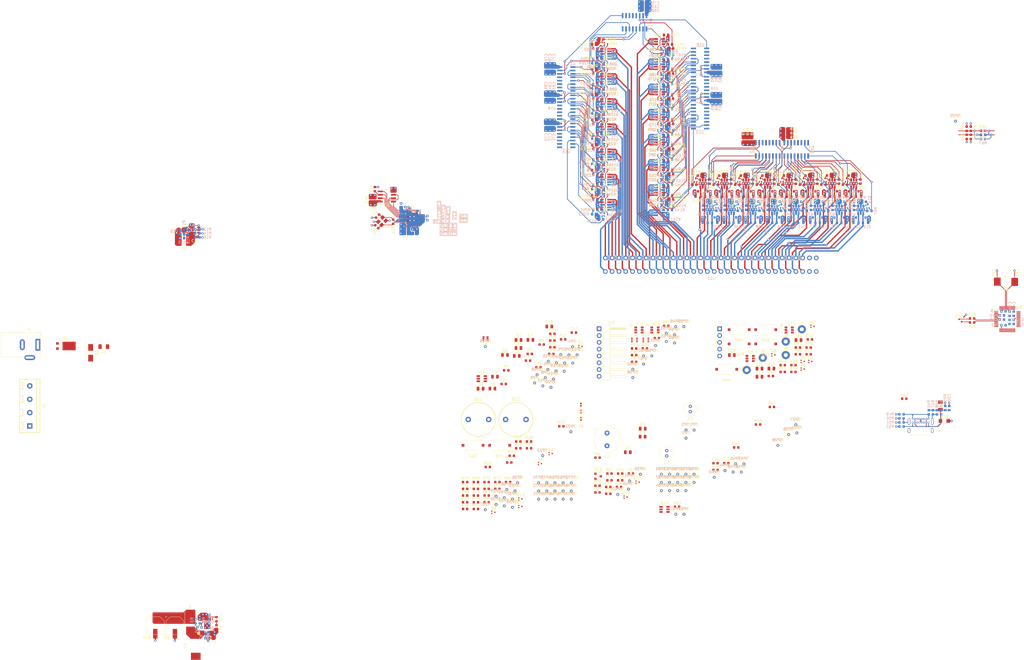
<source format=kicad_pcb>
(kicad_pcb (version 20171130) (host pcbnew 5.1.2)
  (layers (0 F.Cu signal) (1 In1.Cu power hide) (2 In2.Cu power hide) (31 B.Cu signal) (34 B.Paste user hide) (35 F.Paste user hide) (36 B.SilkS user) (37 F.SilkS user hide) (38 B.Mask user hide) (39 F.Mask user hide) (44 Edge.Cuts user hide))
  (net 0 "")
  (net 1 +12V)
  (net 2 GND)
  (net 3 +24V)
  (net 4 ROW00P)
  (net 5 ROW01P)
  (net 6 ROW00N)
  (net 7 ROW01N)
  (net 8 ROW02P)
  (net 9 ROW03P)
  (net 10 ROW02N)
  (net 11 ROW03N)
  (net 12 ROW04P)
  (net 13 ROW05P)
  (net 14 ROW04N)
  (net 15 ROW05N)
  (net 16 ROW06P)
  (net 17 ROW07P)
  (net 18 ROW06N)
  (net 19 ROW07N)
  (net 20 ROW08P)
  (net 21 ROW09P)
  (net 22 ROW08N)
  (net 23 ROW09N)
  (net 24 ROW10P)
  (net 25 ROW11P)
  (net 26 ROW10N)
  (net 27 ROW11N)
  (net 28 ROW12P)
  (net 29 ROW13P)
  (net 30 ROW12N)
  (net 31 ROW13N)
  (net 32 ROW14P)
  (net 33 ROW15P)
  (net 34 ROW14N)
  (net 35 ROW15N)
  (net 36 ROW_SHCP)
  (net 37 ROW_ON)
  (net 38 COL_SHCP)
  (net 39 !COL_RESET)
  (net 40 !ENABLE)
  (net 41 "Net-(J11-Pad1)")
  (net 42 !ROW_SHCP)
  (net 43 !ROW_ON)
  (net 44 !COL_SHCP)
  (net 45 /ROW_SHIFT_REGISTER/SR_OUT_0)
  (net 46 /ROW_SHIFT_REGISTER/SR_OUT_1)
  (net 47 ROW01_OFF)
  (net 48 ROW00_ON)
  (net 49 ROW01_ON)
  (net 50 ROW02_OFF)
  (net 51 ROW03_OFF)
  (net 52 ROW02_ON)
  (net 53 ROW03_ON)
  (net 54 ROW04_OFF)
  (net 55 ROW05_OFF)
  (net 56 ROW04_ON)
  (net 57 ROW05_ON)
  (net 58 ROW06_OFF)
  (net 59 ROW07_OFF)
  (net 60 ROW06_ON)
  (net 61 ROW07_ON)
  (net 62 ROW08_OFF)
  (net 63 ROW09_OFF)
  (net 64 ROW08_ON)
  (net 65 ROW09_ON)
  (net 66 ROW10_OFF)
  (net 67 ROW11_OFF)
  (net 68 ROW10_ON)
  (net 69 ROW11_ON)
  (net 70 ROW12_OFF)
  (net 71 ROW13_OFF)
  (net 72 ROW12_ON)
  (net 73 ROW13_ON)
  (net 74 ROW14_OFF)
  (net 75 ROW15_OFF)
  (net 76 ROW14_ON)
  (net 77 ROW15_ON)
  (net 78 COL00)
  (net 79 COL01)
  (net 80 COL02)
  (net 81 COL00_ON)
  (net 82 COL01_ON)
  (net 83 COL02_ON)
  (net 84 "Net-(Q58-Pad1)")
  (net 85 "Net-(Q58-Pad3)")
  (net 86 COL03)
  (net 87 COL04)
  (net 88 COL05)
  (net 89 COL03_ON)
  (net 90 COL04_ON)
  (net 91 COL05_ON)
  (net 92 COL06)
  (net 93 COL07)
  (net 94 COL08)
  (net 95 COL06_ON)
  (net 96 COL07_ON)
  (net 97 COL08_ON)
  (net 98 COL09)
  (net 99 COL10)
  (net 100 COL11)
  (net 101 COL09_ON)
  (net 102 COL10_ON)
  (net 103 COL11_ON)
  (net 104 COL12)
  (net 105 COL13)
  (net 106 COL14)
  (net 107 COL12_ON)
  (net 108 COL13_ON)
  (net 109 COL14_ON)
  (net 110 COL15)
  (net 111 COL16)
  (net 112 COL17)
  (net 113 COL15_ON)
  (net 114 COL16_ON)
  (net 115 COL17_ON)
  (net 116 COL18)
  (net 117 COL19)
  (net 118 COL20)
  (net 119 COL18_ON)
  (net 120 COL19_ON)
  (net 121 COL20_ON)
  (net 122 COL21)
  (net 123 COL22)
  (net 124 COL23)
  (net 125 COL21_ON)
  (net 126 COL22_ON)
  (net 127 COL23_ON)
  (net 128 COL24)
  (net 129 COL25)
  (net 130 COL26)
  (net 131 COL24_ON)
  (net 132 COL25_ON)
  (net 133 COL26_ON)
  (net 134 COL27)
  (net 135 COL27_ON)
  (net 136 COL_IN)
  (net 137 ROW_IN)
  (net 138 ROW00_OFF)
  (net 139 COL00_OFF)
  (net 140 COL01_OFF)
  (net 141 COL02_OFF)
  (net 142 COL03_OFF)
  (net 143 COL04_OFF)
  (net 144 COL05_OFF)
  (net 145 COL06_OFF)
  (net 146 COL07_OFF)
  (net 147 COL08_OFF)
  (net 148 COL09_OFF)
  (net 149 COL10_OFF)
  (net 150 COL11_OFF)
  (net 151 COL12_OFF)
  (net 152 COL13_OFF)
  (net 153 COL14_OFF)
  (net 154 COL15_OFF)
  (net 155 COL16_OFF)
  (net 156 COL17_OFF)
  (net 157 COL18_OFF)
  (net 158 COL19_OFF)
  (net 159 COL20_OFF)
  (net 160 COL21_OFF)
  (net 161 COL22_OFF)
  (net 162 COL23_OFF)
  (net 163 COL24_OFF)
  (net 164 COL25_OFF)
  (net 165 COL26_OFF)
  (net 166 COL27_OFF)
  (net 167 "Net-(TP39-Pad1)")
  (net 168 "Net-(TP40-Pad1)")
  (net 169 /COLUMN_SHIFT_REGISTER/COL_SR_CHAIN_0)
  (net 170 /COLUMN_SHIFT_REGISTER/COL_SR_CHAIN_1)
  (net 171 "Net-(TP45-Pad1)")
  (net 172 "Net-(TP46-Pad1)")
  (net 173 "Net-(TP47-Pad1)")
  (net 174 "Net-(TP48-Pad1)")
  (net 175 COL_OUT)
  (net 176 "Net-(Q16-Pad3)")
  (net 177 "Net-(Q17-Pad3)")
  (net 178 "Net-(Q21-Pad3)")
  (net 179 "Net-(Q25-Pad3)")
  (net 180 "Net-(Q29-Pad3)")
  (net 181 "Net-(Q33-Pad3)")
  (net 182 "Net-(Q37-Pad3)")
  (net 183 "Net-(Q41-Pad3)")
  (net 184 "Net-(Q45-Pad3)")
  (net 185 "Net-(Q49-Pad3)")
  (net 186 "Net-(Q49-Pad1)")
  (net 187 "Net-(Q50-Pad3)")
  (net 188 "Net-(Q50-Pad1)")
  (net 189 "Net-(Q59-Pad1)")
  (net 190 "Net-(Q59-Pad3)")
  (net 191 "Net-(Q67-Pad1)")
  (net 192 "Net-(Q67-Pad3)")
  (net 193 "Net-(Q68-Pad1)")
  (net 194 "Net-(Q68-Pad3)")
  (net 195 "Net-(Q76-Pad1)")
  (net 196 "Net-(Q76-Pad3)")
  (net 197 "Net-(Q77-Pad3)")
  (net 198 "Net-(Q77-Pad1)")
  (net 199 "Net-(Q85-Pad3)")
  (net 200 "Net-(Q85-Pad1)")
  (net 201 "Net-(Q86-Pad3)")
  (net 202 "Net-(Q86-Pad1)")
  (net 203 "Net-(Q100-Pad3)")
  (net 204 "Net-(Q94-Pad3)")
  (net 205 "Net-(Q101-Pad3)")
  (net 206 "Net-(Q95-Pad3)")
  (net 207 "Net-(Q102-Pad3)")
  (net 208 "Net-(Q103-Pad3)")
  (net 209 "Net-(Q103-Pad1)")
  (net 210 "Net-(Q104-Pad3)")
  (net 211 "Net-(Q104-Pad1)")
  (net 212 "Net-(Q112-Pad3)")
  (net 213 "Net-(Q112-Pad1)")
  (net 214 "Net-(Q113-Pad3)")
  (net 215 "Net-(Q113-Pad1)")
  (net 216 "Net-(Q121-Pad3)")
  (net 217 "Net-(Q121-Pad1)")
  (net 218 "Net-(Q122-Pad3)")
  (net 219 "Net-(Q122-Pad1)")
  (net 220 "Net-(Q20-Pad3)")
  (net 221 "Net-(Q24-Pad3)")
  (net 222 "Net-(Q28-Pad3)")
  (net 223 "Net-(Q32-Pad3)")
  (net 224 "Net-(Q36-Pad3)")
  (net 225 "Net-(Q40-Pad3)")
  (net 226 "Net-(Q44-Pad3)")
  (net 227 "Net-(Q48-Pad3)")
  (net 228 "Net-(Q48-Pad1)")
  (net 229 "Net-(Q57-Pad1)")
  (net 230 "Net-(Q57-Pad3)")
  (net 231 "Net-(Q66-Pad1)")
  (net 232 "Net-(Q66-Pad3)")
  (net 233 "Net-(Q75-Pad3)")
  (net 234 "Net-(Q75-Pad1)")
  (net 235 "Net-(Q84-Pad3)")
  (net 236 "Net-(Q84-Pad1)")
  (net 237 "Net-(Q93-Pad1)")
  (net 238 "Net-(Q93-Pad3)")
  (net 239 "Net-(Q102-Pad1)")
  (net 240 "Net-(Q111-Pad1)")
  (net 241 "Net-(Q111-Pad3)")
  (net 242 "Net-(Q120-Pad1)")
  (net 243 "Net-(Q120-Pad3)")
  (net 244 "Net-(Q129-Pad3)")
  (net 245 "Net-(Q129-Pad1)")
  (net 246 "Net-(BZ1-Pad2)")
  (net 247 "Net-(BZ2-Pad2)")
  (net 248 "Net-(C11-Pad1)")
  (net 249 "Net-(C12-Pad1)")
  (net 250 "Net-(C13-Pad2)")
  (net 251 "Net-(C13-Pad1)")
  (net 252 "Net-(C15-Pad2)")
  (net 253 "Net-(C17-Pad2)")
  (net 254 "Net-(C17-Pad1)")
  (net 255 "Net-(C19-Pad2)")
  (net 256 +1V8)
  (net 257 "Net-(C32-Pad1)")
  (net 258 "Net-(C33-Pad1)")
  (net 259 /FE310/PLL_AVSS_FE310)
  (net 260 /FT2232/FT2232D_VCC)
  (net 261 "Net-(C48-Pad1)")
  (net 262 /FT2232/FT2232D_AVCC)
  (net 263 /FT2232/USB_SHIELD)
  (net 264 "Net-(C51-Pad1)")
  (net 265 "Net-(C52-Pad1)")
  (net 266 "Net-(D1-Pad1)")
  (net 267 "Net-(D1-Pad3)")
  (net 268 "Net-(D3-Pad2)")
  (net 269 "Net-(D4-Pad1)")
  (net 270 "Net-(D5-Pad2)")
  (net 271 "Net-(D5-Pad1)")
  (net 272 "Net-(D6-Pad2)")
  (net 273 "Net-(D7-Pad2)")
  (net 274 "Net-(D8-Pad1)")
  (net 275 "Net-(D9-Pad1)")
  (net 276 "Net-(D10-Pad1)")
  (net 277 "Net-(D11-Pad2)")
  (net 278 "Net-(D11-Pad1)")
  (net 279 "Net-(D12-Pad2)")
  (net 280 "Net-(D12-Pad1)")
  (net 281 "Net-(D13-Pad2)")
  (net 282 "Net-(D13-Pad1)")
  (net 283 "Net-(D14-Pad2)")
  (net 284 "Net-(D14-Pad1)")
  (net 285 "Net-(D15-Pad2)")
  (net 286 "Net-(D15-Pad1)")
  (net 287 "Net-(D16-Pad1)")
  (net 288 /FT2232/D-)
  (net 289 /FT2232/D+)
  (net 290 AUX_0)
  (net 291 AUX_1)
  (net 292 AUX_2)
  (net 293 AUX_3)
  (net 294 AUX_4)
  (net 295 "Net-(J9-PadB1)")
  (net 296 "Net-(J9-PadB5)")
  (net 297 "Net-(J9-PadB8)")
  (net 298 "Net-(J9-PadA1)")
  (net 299 "Net-(J9-PadA8)")
  (net 300 "Net-(J9-PadA5)")
  (net 301 /PANEL_EXTENSION/COL_DATA)
  (net 302 /PANEL_EXTENSION/ROW_DATA)
  (net 303 /FE310/PIEZO_0)
  (net 304 /FE310/PIEZO_1)
  (net 305 ROW_OUT)
  (net 306 "Net-(Q12-Pad1)")
  (net 307 "Net-(Q15-Pad4)")
  (net 308 "Net-(Q15-Pad3)")
  (net 309 "Net-(Q15-Pad2)")
  (net 310 LED_PWM)
  (net 311 "Net-(R2-Pad2)")
  (net 312 "Net-(R3-Pad2)")
  (net 313 "Net-(R5-Pad2)")
  (net 314 "Net-(R10-Pad1)")
  (net 315 "Net-(R11-Pad1)")
  (net 316 "Net-(R13-Pad2)")
  (net 317 "Net-(R17-Pad2)")
  (net 318 "Net-(R19-Pad2)")
  (net 319 "Net-(R23-Pad2)")
  (net 320 "Net-(R32-Pad1)")
  (net 321 "Net-(R34-Pad1)")
  (net 322 "Net-(R54-Pad2)")
  (net 323 /FT2232/USB_D+)
  (net 324 "Net-(R56-Pad2)")
  (net 325 /FT2232/USB_D-)
  (net 326 UART_FE_TX)
  (net 327 UART_FE_RX)
  (net 328 /FT2232/UART_FT_TX)
  (net 329 /FT2232/UART_FT_RX)
  (net 330 ROW_MODE_SEL)
  (net 331 COL_MODE_SEL)
  (net 332 "Net-(TP60-Pad1)")
  (net 333 "Net-(U4-Pad48)")
  (net 334 "Net-(U4-Pad22)")
  (net 335 "Net-(U4-Pad21)")
  (net 336 "Net-(U4-Pad20)")
  (net 337 "Net-(U4-Pad17)")
  (net 338 JTAG_TDI)
  (net 339 JTAG_TMS)
  (net 340 JTAG_TDO)
  (net 341 JTAG_TCK)
  (net 342 "Net-(U4-Pad5)")
  (net 343 "Net-(U4-Pad3)")
  (net 344 "Net-(U4-Pad2)")
  (net 345 "Net-(U4-Pad1)")
  (net 346 "Net-(U8-Pad48)")
  (net 347 "Net-(U8-Pad41)")
  (net 348 "Net-(U8-Pad38)")
  (net 349 "Net-(U8-Pad37)")
  (net 350 "Net-(U8-Pad36)")
  (net 351 "Net-(U8-Pad35)")
  (net 352 "Net-(U8-Pad33)")
  (net 353 "Net-(U8-Pad32)")
  (net 354 "Net-(U8-Pad30)")
  (net 355 "Net-(U8-Pad29)")
  (net 356 "Net-(U8-Pad28)")
  (net 357 "Net-(U8-Pad27)")
  (net 358 "Net-(U8-Pad26)")
  (net 359 "Net-(U8-Pad20)")
  (net 360 "Net-(U8-Pad19)")
  (net 361 "Net-(U8-Pad17)")
  (net 362 "Net-(U8-Pad16)")
  (net 363 "Net-(U8-Pad15)")
  (net 364 "Net-(U8-Pad13)")
  (net 365 "Net-(U8-Pad12)")
  (net 366 "Net-(U8-Pad11)")
  (net 367 "Net-(U8-Pad10)")
  (net 368 "Net-(U8-Pad2)")
  (net 369 "Net-(U8-Pad1)")
  (net 370 +3V3)
  (net 371 "Net-(J9-PadS)")
  (module Resistor_SMD:R_0603_1608Metric (layer B.Cu) (at 234.0356 145.2246 270)
    (fp_text reference R48 (at -3.1878 -0.00762 90) (layer B.SilkS) (effects (justify mirror)))
    (fp_text value NP_R_0603)
    (pad 2 smd roundrect (at 0.7875 0 270) (size 0.875 0.95) (layers B.Cu B.Paste B.Mask) (net 371 "Net-(J9-PadS)"))
    (pad 1 smd roundrect (at -0.7875 0 270) (size 0.875 0.95) (layers B.Cu B.Paste B.Mask) (net 263 /FT2232/USB_SHIELD))
  )
  (module Resistor_SMD:R_0603_1608Metric (layer B.Cu) (at 235.56722 145.22704 270)
    (fp_text reference R46 (at -3.1877 0 90) (layer B.SilkS) (effects (justify mirror)))
    (fp_text value RC0603JR-070RL)
    (pad 2 smd roundrect (at 0.7875 0 270) (size 0.875 0.95) (layers B.Cu B.Paste B.Mask) (net 295 "Net-(J9-PadB1)"))
    (pad 1 smd roundrect (at -0.7875 0 270) (size 0.875 0.95) (layers B.Cu B.Paste B.Mask) (net 263 /FT2232/USB_SHIELD))
  )
  (module custom:USB4085-GF-A (layer F.Cu) (at 227.91928 147.69338)
    (fp_text reference J9 (at 6.4389 4.40182) (layer F.SilkS))
    (fp_text value USB-C_2.0_Connector)
    (pad S thru_hole oval (at 4.325 4.36) (size 0.9 1.7) (drill oval 0.6 1.4) (layers *.Cu *.Mask) (net 371 "Net-(J9-PadS)"))
    (pad S thru_hole oval (at -4.325 4.36) (size 0.9 1.7) (drill oval 0.6 1.4) (layers *.Cu *.Mask) (net 371 "Net-(J9-PadS)"))
    (pad S thru_hole oval (at 4.325 0.98) (size 0.9 2.4) (drill oval 0.6 2.1) (layers *.Cu *.Mask) (net 371 "Net-(J9-PadS)"))
    (pad S thru_hole oval (at -4.325 0.98) (size 0.9 2.4) (drill oval 0.6 2.1) (layers *.Cu *.Mask) (net 371 "Net-(J9-PadS)"))
    (pad B1 thru_hole circle (at 2.975 1.35) (size 0.65 0.65) (drill 0.4) (layers *.Cu *.Mask) (net 295 "Net-(J9-PadB1)"))
    (pad B4 thru_hole circle (at 2.125 1.35) (size 0.65 0.65) (drill 0.4) (layers *.Cu *.Mask) (net 287 "Net-(D16-Pad1)"))
    (pad B5 thru_hole circle (at 1.275 1.35) (size 0.65 0.65) (drill 0.4) (layers *.Cu *.Mask) (net 296 "Net-(J9-PadB5)"))
    (pad B6 thru_hole circle (at 0.425 1.35) (size 0.65 0.65) (drill 0.4) (layers *.Cu *.Mask) (net 289 /FT2232/D+))
    (pad B7 thru_hole circle (at -0.425 1.35) (size 0.65 0.65) (drill 0.4) (layers *.Cu *.Mask) (net 288 /FT2232/D-))
    (pad B8 thru_hole circle (at -1.275 1.35) (size 0.65 0.65) (drill 0.4) (layers *.Cu *.Mask) (net 297 "Net-(J9-PadB8)"))
    (pad B9 thru_hole circle (at -2.125 1.35) (size 0.65 0.65) (drill 0.4) (layers *.Cu *.Mask) (net 287 "Net-(D16-Pad1)"))
    (pad B12 thru_hole circle (at -2.975 1.35) (size 0.65 0.65) (drill 0.4) (layers *.Cu *.Mask) (net 295 "Net-(J9-PadB1)"))
    (pad A12 thru_hole circle (at 2.975 0) (size 0.65 0.65) (drill 0.4) (layers *.Cu *.Mask) (net 298 "Net-(J9-PadA1)"))
    (pad A9 thru_hole circle (at 2.125 0) (size 0.65 0.65) (drill 0.4) (layers *.Cu *.Mask) (net 287 "Net-(D16-Pad1)"))
    (pad A8 thru_hole circle (at 1.275 0) (size 0.65 0.65) (drill 0.4) (layers *.Cu *.Mask) (net 299 "Net-(J9-PadA8)"))
    (pad A7 thru_hole circle (at 0.425 0) (size 0.65 0.65) (drill 0.4) (layers *.Cu *.Mask) (net 288 /FT2232/D-))
    (pad A6 thru_hole circle (at -0.425 0) (size 0.65 0.65) (drill 0.4) (layers *.Cu *.Mask) (net 289 /FT2232/D+))
    (pad A5 thru_hole circle (at -1.275 0) (size 0.65 0.65) (drill 0.4) (layers *.Cu *.Mask) (net 300 "Net-(J9-PadA5)"))
    (pad A4 thru_hole circle (at -2.125 0) (size 0.65 0.65) (drill 0.4) (layers *.Cu *.Mask) (net 287 "Net-(D16-Pad1)"))
    (pad A1 thru_hole circle (at -2.975 0) (size 0.65 0.65) (drill 0.4) (layers *.Cu *.Mask) (net 298 "Net-(J9-PadA1)"))
  )
  (module Resistor_SMD:R_0603_1608Metric (layer B.Cu) (at 237.11154 143.62938 90)
    (fp_text reference R55 (at 3.8354 -0.05588 90) (layer B.SilkS) (effects (justify mirror)))
    (fp_text value RC0603JR-071KL)
    (pad 2 smd roundrect (at 0.7875 0 90) (size 0.875 0.95) (layers B.Cu B.Paste B.Mask) (net 2 GND))
    (pad 1 smd roundrect (at -0.7875 0 90) (size 0.875 0.95) (layers B.Cu B.Paste B.Mask) (net 263 /FT2232/USB_SHIELD))
  )
  (module Capacitor_SMD:C_0603_1608Metric (layer B.Cu) (at 238.63046 143.63192 90)
    (fp_text reference C50 (at 3.87858 -0.03302 90) (layer B.SilkS) (effects (justify mirror)))
    (fp_text value CL10B105KA8NNNC)
    (pad 2 smd roundrect (at 0.7875 0 90) (size 0.875 0.95) (layers B.Cu B.Paste B.Mask) (net 2 GND))
    (pad 1 smd roundrect (at -0.7875 0 90) (size 0.875 0.95) (layers B.Cu B.Paste B.Mask) (net 263 /FT2232/USB_SHIELD))
  )
  (module Resistor_SMD:R_0603_1608Metric (layer F.Cu) (at 24.1808 61.849 90)
    (fp_text reference R34 (at 0 -1.43 90) (layer F.SilkS))
    (fp_text value CRG0603F4K7)
    (pad 2 smd roundrect (at 0.7875 0 90) (size 0.875 0.95) (layers F.Cu F.Paste F.Mask) (net 370 +3V3))
    (pad 1 smd roundrect (at -0.7875 0 90) (size 0.875 0.95) (layers F.Cu F.Paste F.Mask) (net 321 "Net-(R34-Pad1)"))
  )
  (module custom:NX8045GB (layer F.Cu) (at 259.79374 96.50222 180)
    (fp_text reference Y2 (at -0.02794 -2.92862) (layer F.SilkS))
    (fp_text value NX8045GB-6MHZ-STD-CSF-3)
    (pad 2 smd rect (at 3.25 0.1 180) (size 2.5 3) (layers F.Cu F.Paste F.Mask) (net 265 "Net-(C52-Pad1)"))
    (pad 1 smd rect (at -3.25 0 180) (size 2.5 3) (layers F.Cu F.Paste F.Mask) (net 264 "Net-(C51-Pad1)"))
  )
  (module custom:7M-16.000MAAE-T (layer F.Cu) (at 26.876106 73.832842 225)
    (fp_text reference Y1 (at 0.134876 -2.64883 45) (layer F.SilkS))
    (fp_text value 16MHz)
    (pad 3 smd rect (at 1.1 -0.85 225) (size 1.4 1.2) (layers F.Cu F.Paste F.Mask) (net 258 "Net-(C33-Pad1)"))
    (pad 4 smd rect (at -1.1 -0.85 225) (size 1.4 1.2) (layers F.Cu F.Paste F.Mask) (net 2 GND))
    (pad 2 smd rect (at 1.1 0.85 225) (size 1.4 1.2) (layers F.Cu F.Paste F.Mask) (net 2 GND))
    (pad 1 smd rect (at -1.1 0.85 225) (size 1.4 1.2) (layers F.Cu F.Paste F.Mask) (net 257 "Net-(C32-Pad1)"))
  )
  (module custom:SOT-457 (layer F.Cu) (at 128.75854 114.46428)
    (fp_text reference U23 (at 0.254 -2.54) (layer F.SilkS))
    (fp_text value CM1293A-04SO)
    (pad 2 smd rect (at -1.2 0) (size 1 0.7) (layers F.Cu F.Paste F.Mask) (net 2 GND))
    (pad 5 smd rect (at 1.2 0) (size 1 0.7) (layers F.Cu F.Paste F.Mask) (net 370 +3V3))
    (pad 4 smd rect (at 1.2 0.95) (size 1 0.7) (layers F.Cu F.Paste F.Mask) (net 40 !ENABLE))
    (pad 3 smd rect (at -1.2 0.95) (size 1 0.7) (layers F.Cu F.Paste F.Mask) (net 39 !COL_RESET))
    (pad 6 smd rect (at 1.2 -0.95) (size 1 0.7) (layers F.Cu F.Paste F.Mask) (net 332 "Net-(TP60-Pad1)"))
    (pad 1 smd rect (at -1.2 -0.95) (size 1 0.7) (layers F.Cu F.Paste F.Mask) (net 38 COL_SHCP))
  )
  (module Package_TO_SOT_SMD:SOT-363_SC-70-6 (layer F.Cu) (at 121.09554 118.18728)
    (fp_text reference U22 (at 0 -2) (layer F.SilkS))
    (fp_text value SGM3157YC6)
    (pad 6 smd rect (at 0.95 -0.65) (size 0.65 0.4) (layers F.Cu F.Paste F.Mask) (net 331 COL_MODE_SEL))
    (pad 4 smd rect (at 0.95 0.65) (size 0.65 0.4) (layers F.Cu F.Paste F.Mask) (net 301 /PANEL_EXTENSION/COL_DATA))
    (pad 2 smd rect (at -0.95 0) (size 0.65 0.4) (layers F.Cu F.Paste F.Mask) (net 2 GND))
    (pad 5 smd rect (at 0.95 0) (size 0.65 0.4) (layers F.Cu F.Paste F.Mask) (net 370 +3V3))
    (pad 3 smd rect (at -0.95 0.65) (size 0.65 0.4) (layers F.Cu F.Paste F.Mask) (net 136 COL_IN))
    (pad 1 smd rect (at -0.95 -0.65) (size 0.65 0.4) (layers F.Cu F.Paste F.Mask) (net 175 COL_OUT))
  )
  (module custom:SOT-457 (layer F.Cu) (at 122.76854 114.46428)
    (fp_text reference U21 (at 0.254 -2.54) (layer F.SilkS))
    (fp_text value CM1293A-04SO)
    (pad 2 smd rect (at -1.2 0) (size 1 0.7) (layers F.Cu F.Paste F.Mask) (net 2 GND))
    (pad 5 smd rect (at 1.2 0) (size 1 0.7) (layers F.Cu F.Paste F.Mask) (net 370 +3V3))
    (pad 4 smd rect (at 1.2 0.95) (size 1 0.7) (layers F.Cu F.Paste F.Mask) (net 37 ROW_ON))
    (pad 3 smd rect (at -1.2 0.95) (size 1 0.7) (layers F.Cu F.Paste F.Mask) (net 36 ROW_SHCP))
    (pad 6 smd rect (at 1.2 -0.95) (size 1 0.7) (layers F.Cu F.Paste F.Mask) (net 301 /PANEL_EXTENSION/COL_DATA))
    (pad 1 smd rect (at -1.2 -0.95) (size 1 0.7) (layers F.Cu F.Paste F.Mask) (net 302 /PANEL_EXTENSION/ROW_DATA))
  )
  (module Package_TO_SOT_SMD:SOT-363_SC-70-6 (layer F.Cu) (at 125.34554 118.18728)
    (fp_text reference U20 (at 0 -2) (layer F.SilkS))
    (fp_text value SGM3157YC6)
    (pad 6 smd rect (at 0.95 -0.65) (size 0.65 0.4) (layers F.Cu F.Paste F.Mask) (net 330 ROW_MODE_SEL))
    (pad 4 smd rect (at 0.95 0.65) (size 0.65 0.4) (layers F.Cu F.Paste F.Mask) (net 302 /PANEL_EXTENSION/ROW_DATA))
    (pad 2 smd rect (at -0.95 0) (size 0.65 0.4) (layers F.Cu F.Paste F.Mask) (net 2 GND))
    (pad 5 smd rect (at 0.95 0) (size 0.65 0.4) (layers F.Cu F.Paste F.Mask) (net 370 +3V3))
    (pad 3 smd rect (at -0.95 0.65) (size 0.65 0.4) (layers F.Cu F.Paste F.Mask) (net 137 ROW_IN))
    (pad 1 smd rect (at -0.95 -0.65) (size 0.65 0.4) (layers F.Cu F.Paste F.Mask) (net 305 ROW_OUT))
  )
  (module Package_QFP:LQFP-48_7x7mm_P0.5mm (layer F.Cu) (at 260.30428 110.41888)
    (fp_text reference U8 (at 4.56946 -4.50088) (layer F.SilkS))
    (fp_text value FT2232D)
    (pad 48 smd roundrect (at -2.75 -4.1625) (size 0.3 1.475) (layers F.Cu F.Paste F.Mask) (net 346 "Net-(U8-Pad48)"))
    (pad 47 smd roundrect (at -2.25 -4.1625) (size 0.3 1.475) (layers F.Cu F.Paste F.Mask) (net 2 GND))
    (pad 46 smd roundrect (at -1.75 -4.1625) (size 0.3 1.475) (layers F.Cu F.Paste F.Mask) (net 262 /FT2232/FT2232D_AVCC))
    (pad 45 smd roundrect (at -1.25 -4.1625) (size 0.3 1.475) (layers F.Cu F.Paste F.Mask) (net 2 GND))
    (pad 44 smd roundrect (at -0.75 -4.1625) (size 0.3 1.475) (layers F.Cu F.Paste F.Mask) (net 265 "Net-(C52-Pad1)"))
    (pad 43 smd roundrect (at -0.25 -4.1625) (size 0.3 1.475) (layers F.Cu F.Paste F.Mask) (net 264 "Net-(C51-Pad1)"))
    (pad 42 smd roundrect (at 0.25 -4.1625) (size 0.3 1.475) (layers F.Cu F.Paste F.Mask) (net 260 /FT2232/FT2232D_VCC))
    (pad 41 smd roundrect (at 0.75 -4.1625) (size 0.3 1.475) (layers F.Cu F.Paste F.Mask) (net 347 "Net-(U8-Pad41)"))
    (pad 40 smd roundrect (at 1.25 -4.1625) (size 0.3 1.475) (layers F.Cu F.Paste F.Mask) (net 328 /FT2232/UART_FT_TX))
    (pad 39 smd roundrect (at 1.75 -4.1625) (size 0.3 1.475) (layers F.Cu F.Paste F.Mask) (net 329 /FT2232/UART_FT_RX))
    (pad 38 smd roundrect (at 2.25 -4.1625) (size 0.3 1.475) (layers F.Cu F.Paste F.Mask) (net 348 "Net-(U8-Pad38)"))
    (pad 37 smd roundrect (at 2.75 -4.1625) (size 0.3 1.475) (layers F.Cu F.Paste F.Mask) (net 349 "Net-(U8-Pad37)"))
    (pad 36 smd roundrect (at 4.1625 -2.75) (size 1.475 0.3) (layers F.Cu F.Paste F.Mask) (net 350 "Net-(U8-Pad36)"))
    (pad 35 smd roundrect (at 4.1625 -2.25) (size 1.475 0.3) (layers F.Cu F.Paste F.Mask) (net 351 "Net-(U8-Pad35)"))
    (pad 34 smd roundrect (at 4.1625 -1.75) (size 1.475 0.3) (layers F.Cu F.Paste F.Mask) (net 2 GND))
    (pad 33 smd roundrect (at 4.1625 -1.25) (size 1.475 0.3) (layers F.Cu F.Paste F.Mask) (net 352 "Net-(U8-Pad33)"))
    (pad 32 smd roundrect (at 4.1625 -0.75) (size 1.475 0.3) (layers F.Cu F.Paste F.Mask) (net 353 "Net-(U8-Pad32)"))
    (pad 31 smd roundrect (at 4.1625 -0.25) (size 1.475 0.3) (layers F.Cu F.Paste F.Mask) (net 370 +3V3))
    (pad 30 smd roundrect (at 4.1625 0.25) (size 1.475 0.3) (layers F.Cu F.Paste F.Mask) (net 354 "Net-(U8-Pad30)"))
    (pad 29 smd roundrect (at 4.1625 0.75) (size 1.475 0.3) (layers F.Cu F.Paste F.Mask) (net 355 "Net-(U8-Pad29)"))
    (pad 28 smd roundrect (at 4.1625 1.25) (size 1.475 0.3) (layers F.Cu F.Paste F.Mask) (net 356 "Net-(U8-Pad28)"))
    (pad 27 smd roundrect (at 4.1625 1.75) (size 1.475 0.3) (layers F.Cu F.Paste F.Mask) (net 357 "Net-(U8-Pad27)"))
    (pad 26 smd roundrect (at 4.1625 2.25) (size 1.475 0.3) (layers F.Cu F.Paste F.Mask) (net 358 "Net-(U8-Pad26)"))
    (pad 25 smd roundrect (at 4.1625 2.75) (size 1.475 0.3) (layers F.Cu F.Paste F.Mask) (net 2 GND))
    (pad 24 smd roundrect (at 2.75 4.1625) (size 0.3 1.475) (layers F.Cu F.Paste F.Mask) (net 341 JTAG_TCK))
    (pad 23 smd roundrect (at 2.25 4.1625) (size 0.3 1.475) (layers F.Cu F.Paste F.Mask) (net 338 JTAG_TDI))
    (pad 22 smd roundrect (at 1.75 4.1625) (size 0.3 1.475) (layers F.Cu F.Paste F.Mask) (net 340 JTAG_TDO))
    (pad 21 smd roundrect (at 1.25 4.1625) (size 0.3 1.475) (layers F.Cu F.Paste F.Mask) (net 339 JTAG_TMS))
    (pad 20 smd roundrect (at 0.75 4.1625) (size 0.3 1.475) (layers F.Cu F.Paste F.Mask) (net 359 "Net-(U8-Pad20)"))
    (pad 19 smd roundrect (at 0.25 4.1625) (size 0.3 1.475) (layers F.Cu F.Paste F.Mask) (net 360 "Net-(U8-Pad19)"))
    (pad 18 smd roundrect (at -0.25 4.1625) (size 0.3 1.475) (layers F.Cu F.Paste F.Mask) (net 2 GND))
    (pad 17 smd roundrect (at -0.75 4.1625) (size 0.3 1.475) (layers F.Cu F.Paste F.Mask) (net 361 "Net-(U8-Pad17)"))
    (pad 16 smd roundrect (at -1.25 4.1625) (size 0.3 1.475) (layers F.Cu F.Paste F.Mask) (net 362 "Net-(U8-Pad16)"))
    (pad 15 smd roundrect (at -1.75 4.1625) (size 0.3 1.475) (layers F.Cu F.Paste F.Mask) (net 363 "Net-(U8-Pad15)"))
    (pad 14 smd roundrect (at -2.25 4.1625) (size 0.3 1.475) (layers F.Cu F.Paste F.Mask) (net 370 +3V3))
    (pad 13 smd roundrect (at -2.75 4.1625) (size 0.3 1.475) (layers F.Cu F.Paste F.Mask) (net 364 "Net-(U8-Pad13)"))
    (pad 12 smd roundrect (at -4.1625 2.75) (size 1.475 0.3) (layers F.Cu F.Paste F.Mask) (net 365 "Net-(U8-Pad12)"))
    (pad 11 smd roundrect (at -4.1625 2.25) (size 1.475 0.3) (layers F.Cu F.Paste F.Mask) (net 366 "Net-(U8-Pad11)"))
    (pad 10 smd roundrect (at -4.1625 1.75) (size 1.475 0.3) (layers F.Cu F.Paste F.Mask) (net 367 "Net-(U8-Pad10)"))
    (pad 9 smd roundrect (at -4.1625 1.25) (size 1.475 0.3) (layers F.Cu F.Paste F.Mask) (net 2 GND))
    (pad 8 smd roundrect (at -4.1625 0.75) (size 1.475 0.3) (layers F.Cu F.Paste F.Mask) (net 325 /FT2232/USB_D-))
    (pad 7 smd roundrect (at -4.1625 0.25) (size 1.475 0.3) (layers F.Cu F.Paste F.Mask) (net 323 /FT2232/USB_D+))
    (pad 6 smd roundrect (at -4.1625 -0.25) (size 1.475 0.3) (layers F.Cu F.Paste F.Mask) (net 261 "Net-(C48-Pad1)"))
    (pad 5 smd roundrect (at -4.1625 -0.75) (size 1.475 0.3) (layers F.Cu F.Paste F.Mask) (net 322 "Net-(R54-Pad2)"))
    (pad 4 smd roundrect (at -4.1625 -1.25) (size 1.475 0.3) (layers F.Cu F.Paste F.Mask) (net 324 "Net-(R56-Pad2)"))
    (pad 3 smd roundrect (at -4.1625 -1.75) (size 1.475 0.3) (layers F.Cu F.Paste F.Mask) (net 260 /FT2232/FT2232D_VCC))
    (pad 2 smd roundrect (at -4.1625 -2.25) (size 1.475 0.3) (layers F.Cu F.Paste F.Mask) (net 368 "Net-(U8-Pad2)"))
    (pad 1 smd roundrect (at -4.1625 -2.75) (size 1.475 0.3) (layers F.Cu F.Paste F.Mask) (net 369 "Net-(U8-Pad1)"))
  )
  (module custom:SOT-457 (layer F.Cu) (at 178.85854 114.46428)
    (fp_text reference U7 (at 0.254 -2.54) (layer F.SilkS))
    (fp_text value NP_CM1293A-04SO)
    (pad 2 smd rect (at -1.2 0) (size 1 0.7) (layers F.Cu F.Paste F.Mask) (net 2 GND))
    (pad 5 smd rect (at 1.2 0) (size 1 0.7) (layers F.Cu F.Paste F.Mask) (net 370 +3V3))
    (pad 4 smd rect (at 1.2 0.95) (size 1 0.7) (layers F.Cu F.Paste F.Mask) (net 370 +3V3))
    (pad 3 smd rect (at -1.2 0.95) (size 1 0.7) (layers F.Cu F.Paste F.Mask) (net 370 +3V3))
    (pad 6 smd rect (at 1.2 -0.95) (size 1 0.7) (layers F.Cu F.Paste F.Mask) (net 370 +3V3))
    (pad 1 smd rect (at -1.2 -0.95) (size 1 0.7) (layers F.Cu F.Paste F.Mask) (net 294 AUX_4))
  )
  (module custom:SOT-457 (layer F.Cu) (at 164.28854 125.10428)
    (fp_text reference U6 (at 0.254 -2.54) (layer F.SilkS))
    (fp_text value NP_CM1293A-04SO)
    (pad 2 smd rect (at -1.2 0) (size 1 0.7) (layers F.Cu F.Paste F.Mask) (net 2 GND))
    (pad 5 smd rect (at 1.2 0) (size 1 0.7) (layers F.Cu F.Paste F.Mask) (net 370 +3V3))
    (pad 4 smd rect (at 1.2 0.95) (size 1 0.7) (layers F.Cu F.Paste F.Mask) (net 292 AUX_2))
    (pad 3 smd rect (at -1.2 0.95) (size 1 0.7) (layers F.Cu F.Paste F.Mask) (net 291 AUX_1))
    (pad 6 smd rect (at 1.2 -0.95) (size 1 0.7) (layers F.Cu F.Paste F.Mask) (net 293 AUX_3))
    (pad 1 smd rect (at -1.2 -0.95) (size 1 0.7) (layers F.Cu F.Paste F.Mask) (net 290 AUX_0))
  )
  (module Package_SO:SOIC-8_3.9x4.9mm_P1.27mm (layer F.Cu) (at 28.66644 64.60236 180)
    (fp_text reference U5 (at 0 -3.4) (layer F.SilkS))
    (fp_text value IS25LP128-JBLE)
    (pad 8 smd roundrect (at 2.475 -1.905 180) (size 1.95 0.6) (layers F.Cu F.Paste F.Mask) (net 370 +3V3))
    (pad 7 smd roundrect (at 2.475 -0.635 180) (size 1.95 0.6) (layers F.Cu F.Paste F.Mask) (net 342 "Net-(U4-Pad5)"))
    (pad 6 smd roundrect (at 2.475 0.635 180) (size 1.95 0.6) (layers F.Cu F.Paste F.Mask) (net 321 "Net-(R34-Pad1)"))
    (pad 5 smd roundrect (at 2.475 1.905 180) (size 1.95 0.6) (layers F.Cu F.Paste F.Mask) (net 343 "Net-(U4-Pad3)"))
    (pad 4 smd roundrect (at -2.475 1.905 180) (size 1.95 0.6) (layers F.Cu F.Paste F.Mask) (net 2 GND))
    (pad 3 smd roundrect (at -2.475 0.635 180) (size 1.95 0.6) (layers F.Cu F.Paste F.Mask) (net 345 "Net-(U4-Pad1)"))
    (pad 2 smd roundrect (at -2.475 -0.635 180) (size 1.95 0.6) (layers F.Cu F.Paste F.Mask) (net 344 "Net-(U4-Pad2)"))
    (pad 1 smd roundrect (at -2.475 -1.905 180) (size 1.95 0.6) (layers F.Cu F.Paste F.Mask) (net 333 "Net-(U4-Pad48)"))
  )
  (module Package_DFN_QFN:QFN-48-1EP_6x6mm_P0.4mm_EP4.3x4.3mm (layer F.Cu) (at 38.10508 72.81926)
    (fp_text reference U4 (at 0 -4.3) (layer F.SilkS))
    (fp_text value FE310-G000)
    (pad 48 smd roundrect (at -2.2 -2.95) (size 0.2 0.8) (layers F.Cu F.Paste F.Mask) (net 333 "Net-(U4-Pad48)"))
    (pad 47 smd roundrect (at -1.8 -2.95) (size 0.2 0.8) (layers F.Cu F.Paste F.Mask) (net 370 +3V3))
    (pad 46 smd roundrect (at -1.4 -2.95) (size 0.2 0.8) (layers F.Cu F.Paste F.Mask) (net 256 +1V8))
    (pad 45 smd roundrect (at -1 -2.95) (size 0.2 0.8) (layers F.Cu F.Paste F.Mask) (net 331 COL_MODE_SEL))
    (pad 44 smd roundrect (at -0.6 -2.95) (size 0.2 0.8) (layers F.Cu F.Paste F.Mask) (net 330 ROW_MODE_SEL))
    (pad 43 smd roundrect (at -0.2 -2.95) (size 0.2 0.8) (layers F.Cu F.Paste F.Mask) (net 294 AUX_4))
    (pad 42 smd roundrect (at 0.2 -2.95) (size 0.2 0.8) (layers F.Cu F.Paste F.Mask) (net 293 AUX_3))
    (pad 41 smd roundrect (at 0.6 -2.95) (size 0.2 0.8) (layers F.Cu F.Paste F.Mask) (net 310 LED_PWM))
    (pad 40 smd roundrect (at 1 -2.95) (size 0.2 0.8) (layers F.Cu F.Paste F.Mask) (net 292 AUX_2))
    (pad 39 smd roundrect (at 1.4 -2.95) (size 0.2 0.8) (layers F.Cu F.Paste F.Mask) (net 326 UART_FE_TX))
    (pad 38 smd roundrect (at 1.8 -2.95) (size 0.2 0.8) (layers F.Cu F.Paste F.Mask) (net 327 UART_FE_RX))
    (pad 37 smd roundrect (at 2.2 -2.95) (size 0.2 0.8) (layers F.Cu F.Paste F.Mask) (net 304 /FE310/PIEZO_1))
    (pad 36 smd roundrect (at 2.95 -2.2) (size 0.8 0.2) (layers F.Cu F.Paste F.Mask) (net 291 AUX_1))
    (pad 35 smd roundrect (at 2.95 -1.8) (size 0.8 0.2) (layers F.Cu F.Paste F.Mask) (net 38 COL_SHCP))
    (pad 34 smd roundrect (at 2.95 -1.4) (size 0.8 0.2) (layers F.Cu F.Paste F.Mask) (net 36 ROW_SHCP))
    (pad 33 smd roundrect (at 2.95 -1) (size 0.8 0.2) (layers F.Cu F.Paste F.Mask) (net 136 COL_IN))
    (pad 32 smd roundrect (at 2.95 -0.6) (size 0.8 0.2) (layers F.Cu F.Paste F.Mask) (net 370 +3V3))
    (pad 31 smd roundrect (at 2.95 -0.2) (size 0.8 0.2) (layers F.Cu F.Paste F.Mask) (net 137 ROW_IN))
    (pad 30 smd roundrect (at 2.95 0.2) (size 0.8 0.2) (layers F.Cu F.Paste F.Mask) (net 256 +1V8))
    (pad 29 smd roundrect (at 2.95 0.6) (size 0.8 0.2) (layers F.Cu F.Paste F.Mask) (net 40 !ENABLE))
    (pad 28 smd roundrect (at 2.95 1) (size 0.8 0.2) (layers F.Cu F.Paste F.Mask) (net 39 !COL_RESET))
    (pad 27 smd roundrect (at 2.95 1.4) (size 0.8 0.2) (layers F.Cu F.Paste F.Mask) (net 37 ROW_ON))
    (pad 26 smd roundrect (at 2.95 1.8) (size 0.8 0.2) (layers F.Cu F.Paste F.Mask) (net 290 AUX_0))
    (pad 25 smd roundrect (at 2.95 2.2) (size 0.8 0.2) (layers F.Cu F.Paste F.Mask) (net 303 /FE310/PIEZO_0))
    (pad 24 smd roundrect (at 2.2 2.95) (size 0.2 0.8) (layers F.Cu F.Paste F.Mask) (net 276 "Net-(D10-Pad1)"))
    (pad 23 smd roundrect (at 1.8 2.95) (size 0.2 0.8) (layers F.Cu F.Paste F.Mask) (net 256 +1V8))
    (pad 22 smd roundrect (at 1.4 2.95) (size 0.2 0.8) (layers F.Cu F.Paste F.Mask) (net 334 "Net-(U4-Pad22)"))
    (pad 21 smd roundrect (at 1 2.95) (size 0.2 0.8) (layers F.Cu F.Paste F.Mask) (net 335 "Net-(U4-Pad21)"))
    (pad 20 smd roundrect (at 0.6 2.95) (size 0.2 0.8) (layers F.Cu F.Paste F.Mask) (net 336 "Net-(U4-Pad20)"))
    (pad 19 smd roundrect (at 0.2 2.95) (size 0.2 0.8) (layers F.Cu F.Paste F.Mask) (net 256 +1V8))
    (pad 18 smd roundrect (at -0.2 2.95) (size 0.2 0.8) (layers F.Cu F.Paste F.Mask) (net 275 "Net-(D9-Pad1)"))
    (pad 17 smd roundrect (at -0.6 2.95) (size 0.2 0.8) (layers F.Cu F.Paste F.Mask) (net 337 "Net-(U4-Pad17)"))
    (pad 16 smd roundrect (at -1 2.95) (size 0.2 0.8) (layers F.Cu F.Paste F.Mask) (net 338 JTAG_TDI))
    (pad 15 smd roundrect (at -1.4 2.95) (size 0.2 0.8) (layers F.Cu F.Paste F.Mask) (net 339 JTAG_TMS))
    (pad 14 smd roundrect (at -1.8 2.95) (size 0.2 0.8) (layers F.Cu F.Paste F.Mask) (net 340 JTAG_TDO))
    (pad 13 smd roundrect (at -2.2 2.95) (size 0.2 0.8) (layers F.Cu F.Paste F.Mask) (net 341 JTAG_TCK))
    (pad 12 smd roundrect (at -2.95 2.2) (size 0.8 0.2) (layers F.Cu F.Paste F.Mask) (net 370 +3V3))
    (pad 11 smd roundrect (at -2.95 1.8) (size 0.8 0.2) (layers F.Cu F.Paste F.Mask) (net 370 +3V3))
    (pad 10 smd roundrect (at -2.95 1.4) (size 0.8 0.2) (layers F.Cu F.Paste F.Mask) (net 258 "Net-(C33-Pad1)"))
    (pad 9 smd roundrect (at -2.95 1) (size 0.8 0.2) (layers F.Cu F.Paste F.Mask) (net 257 "Net-(C32-Pad1)"))
    (pad 8 smd roundrect (at -2.95 0.6) (size 0.8 0.2) (layers F.Cu F.Paste F.Mask) (net 259 /FE310/PLL_AVSS_FE310))
    (pad 7 smd roundrect (at -2.95 0.2) (size 0.8 0.2) (layers F.Cu F.Paste F.Mask) (net 256 +1V8))
    (pad 6 smd roundrect (at -2.95 -0.2) (size 0.8 0.2) (layers F.Cu F.Paste F.Mask) (net 256 +1V8))
    (pad 5 smd roundrect (at -2.95 -0.6) (size 0.8 0.2) (layers F.Cu F.Paste F.Mask) (net 342 "Net-(U4-Pad5)"))
    (pad 4 smd roundrect (at -2.95 -1) (size 0.8 0.2) (layers F.Cu F.Paste F.Mask) (net 321 "Net-(R34-Pad1)"))
    (pad 3 smd roundrect (at -2.95 -1.4) (size 0.8 0.2) (layers F.Cu F.Paste F.Mask) (net 343 "Net-(U4-Pad3)"))
    (pad 2 smd roundrect (at -2.95 -1.8) (size 0.8 0.2) (layers F.Cu F.Paste F.Mask) (net 344 "Net-(U4-Pad2)"))
    (pad 1 smd roundrect (at -2.95 -2.2) (size 0.8 0.2) (layers F.Cu F.Paste F.Mask) (net 345 "Net-(U4-Pad1)"))
    (pad 49 smd roundrect (at 0 0) (size 4.3 4.3) (layers F.Cu F.Mask) (roundrect_rratio 0.05814) (net 2 GND))
  )
  (module Package_TO_SOT_SMD:TSOT-23-6 (layer F.Cu) (at 64.11554 132.65728)
    (fp_text reference U3 (at 0 -2.45) (layer F.SilkS))
    (fp_text value AP65111A)
    (pad 6 smd rect (at 1.31 -0.95) (size 1.22 0.65) (layers F.Cu F.Paste F.Mask) (net 319 "Net-(R23-Pad2)"))
    (pad 5 smd rect (at 1.31 0) (size 1.22 0.65) (layers F.Cu F.Paste F.Mask) (net 318 "Net-(R19-Pad2)"))
    (pad 4 smd rect (at 1.31 0.95) (size 1.22 0.65) (layers F.Cu F.Paste F.Mask) (net 254 "Net-(C17-Pad1)"))
    (pad 3 smd rect (at -1.31 0.95) (size 1.22 0.65) (layers F.Cu F.Paste F.Mask) (net 253 "Net-(C17-Pad2)"))
    (pad 2 smd rect (at -1.31 0) (size 1.22 0.65) (layers F.Cu F.Paste F.Mask) (net 2 GND))
    (pad 1 smd rect (at -1.31 -0.95) (size 1.22 0.65) (layers F.Cu F.Paste F.Mask) (net 1 +12V))
  )
  (module Package_TO_SOT_SMD:TSOT-23-6 (layer F.Cu) (at -42.85742 77.13726)
    (fp_text reference U2 (at -3.22326 -1.60528) (layer F.SilkS))
    (fp_text value AP65111A)
    (pad 6 smd rect (at 1.31 -0.95) (size 1.22 0.65) (layers F.Cu F.Paste F.Mask) (net 317 "Net-(R17-Pad2)"))
    (pad 5 smd rect (at 1.31 0) (size 1.22 0.65) (layers F.Cu F.Paste F.Mask) (net 316 "Net-(R13-Pad2)"))
    (pad 4 smd rect (at 1.31 0.95) (size 1.22 0.65) (layers F.Cu F.Paste F.Mask) (net 251 "Net-(C13-Pad1)"))
    (pad 3 smd rect (at -1.31 0.95) (size 1.22 0.65) (layers F.Cu F.Paste F.Mask) (net 250 "Net-(C13-Pad2)"))
    (pad 2 smd rect (at -1.31 0) (size 1.22 0.65) (layers F.Cu F.Paste F.Mask) (net 2 GND))
    (pad 1 smd rect (at -1.31 -0.95) (size 1.22 0.65) (layers F.Cu F.Paste F.Mask) (net 1 +12V))
  )
  (module custom:HTSSOP-14 (layer F.Cu) (at -38.39718 224.96018)
    (fp_text reference U1 (at -3.16738 0.12446 90) (layer F.SilkS))
    (fp_text value TPS61175)
    (pad 15 smd rect (at 0 0) (size 2.31 2.46) (layers F.Cu F.Paste F.Mask) (net 2 GND))
    (pad 8 smd rect (at 1.95 -2.8) (size 0.25 1.55) (layers F.Cu F.Paste F.Mask) (net 315 "Net-(R11-Pad1)"))
    (pad 9 smd rect (at 1.3 -2.8) (size 0.25 1.55) (layers F.Cu F.Paste F.Mask) (net 313 "Net-(R5-Pad2)"))
    (pad 10 smd rect (at 0.65 -2.8) (size 0.25 1.55) (layers F.Cu F.Paste F.Mask) (net 314 "Net-(R10-Pad1)"))
    (pad 11 smd rect (at 0 -2.8) (size 0.25 1.55) (layers F.Cu F.Paste F.Mask) (net 2 GND))
    (pad 12 smd rect (at -0.65 -2.8) (size 0.25 1.55) (layers F.Cu F.Paste F.Mask) (net 2 GND))
    (pad 13 smd rect (at -1.3 -2.8) (size 0.25 1.55) (layers F.Cu F.Paste F.Mask) (net 2 GND))
    (pad 14 smd rect (at -1.95 -2.8) (size 0.25 1.55) (layers F.Cu F.Paste F.Mask) (net 2 GND))
    (pad 7 smd rect (at 1.95 2.8) (size 0.25 1.55) (layers F.Cu F.Paste F.Mask) (net 2 GND))
    (pad 6 smd rect (at 1.3 2.8) (size 0.25 1.55) (layers F.Cu F.Paste F.Mask) (net 2 GND))
    (pad 5 smd rect (at 0.65 2.8) (size 0.25 1.55) (layers F.Cu F.Paste F.Mask) (net 248 "Net-(C11-Pad1)"))
    (pad 4 smd rect (at 0 2.8) (size 0.25 1.55) (layers F.Cu F.Paste F.Mask) (net 311 "Net-(R2-Pad2)"))
    (pad 3 smd rect (at -0.65 2.8) (size 0.25 1.55) (layers F.Cu F.Paste F.Mask) (net 1 +12V))
    (pad 2 smd rect (at -1.3 2.8) (size 0.25 1.55) (layers F.Cu F.Paste F.Mask) (net 269 "Net-(D4-Pad1)"))
    (pad 1 smd rect (at -1.95 2.8) (size 0.25 1.55) (layers F.Cu F.Paste F.Mask) (net 269 "Net-(D4-Pad1)"))
  )
  (module custom:TestPoint_THTPad_D1.0mm_Drill0.5mm (layer F.Cu) (at 137.24554 174.47728)
    (fp_text reference TP91 (at 0.381 -2.032) (layer F.SilkS))
    (fp_text value TestPoint)
    (fp_text user %R (at -0.254 -2.032) (layer B.SilkS) (effects (justify mirror)))
    (pad 1 thru_hole circle (at 0 0) (size 1 1) (drill 0.5) (layers *.Cu *.Mask) (net 2 GND))
  )
  (module custom:TestPoint_THTPad_D1.0mm_Drill0.5mm (layer F.Cu) (at 140.29554 168.37728)
    (fp_text reference TP90 (at 0.381 -2.032) (layer F.SilkS))
    (fp_text value TestPoint)
    (fp_text user %R (at -0.254 -2.032) (layer B.SilkS) (effects (justify mirror)))
    (pad 1 thru_hole circle (at 0 0) (size 1 1) (drill 0.5) (layers *.Cu *.Mask) (net 2 GND))
  )
  (module custom:TestPoint_THTPad_D1.0mm_Drill0.5mm (layer F.Cu) (at 131.14554 168.37728)
    (fp_text reference TP89 (at 0.381 -2.032) (layer F.SilkS))
    (fp_text value TestPoint)
    (fp_text user %R (at -0.254 -2.032) (layer B.SilkS) (effects (justify mirror)))
    (pad 1 thru_hole circle (at 0 0) (size 1 1) (drill 0.5) (layers *.Cu *.Mask) (net 186 "Net-(Q49-Pad1)"))
  )
  (module custom:TestPoint_THTPad_D1.0mm_Drill0.5mm (layer F.Cu) (at 137.24554 171.42728)
    (fp_text reference TP88 (at 0.381 -2.032) (layer F.SilkS))
    (fp_text value TestPoint)
    (fp_text user %R (at -0.254 -2.032) (layer B.SilkS) (effects (justify mirror)))
    (pad 1 thru_hole circle (at 0 0) (size 1 1) (drill 0.5) (layers *.Cu *.Mask) (net 228 "Net-(Q48-Pad1)"))
  )
  (module custom:TestPoint_THTPad_D1.0mm_Drill0.5mm (layer F.Cu) (at 134.19554 174.47728)
    (fp_text reference TP87 (at 0.381 -2.032) (layer F.SilkS))
    (fp_text value TestPoint)
    (fp_text user %R (at -0.254 -2.032) (layer B.SilkS) (effects (justify mirror)))
    (pad 1 thru_hole circle (at 0 0) (size 1 1) (drill 0.5) (layers *.Cu *.Mask) (net 79 COL01))
  )
  (module custom:TestPoint_THTPad_D1.0mm_Drill0.5mm (layer F.Cu) (at 137.24554 168.37728)
    (fp_text reference TP86 (at 0.381 -2.032) (layer F.SilkS))
    (fp_text value TestPoint)
    (fp_text user %R (at -0.254 -2.032) (layer B.SilkS) (effects (justify mirror)))
    (pad 1 thru_hole circle (at 0 0) (size 1 1) (drill 0.5) (layers *.Cu *.Mask) (net 82 COL01_ON))
  )
  (module custom:TestPoint_THTPad_D1.0mm_Drill0.5mm (layer F.Cu) (at 134.19554 171.42728)
    (fp_text reference TP85 (at 0.381 -2.032) (layer F.SilkS))
    (fp_text value TestPoint)
    (fp_text user %R (at -0.254 -2.032) (layer B.SilkS) (effects (justify mirror)))
    (pad 1 thru_hole circle (at 0 0) (size 1 1) (drill 0.5) (layers *.Cu *.Mask) (net 140 COL01_OFF))
  )
  (module custom:TestPoint_THTPad_D1.0mm_Drill0.5mm (layer F.Cu) (at 131.14554 174.47728)
    (fp_text reference TP84 (at 0.381 -2.032) (layer F.SilkS))
    (fp_text value TestPoint)
    (fp_text user %R (at -0.254 -2.032) (layer B.SilkS) (effects (justify mirror)))
    (pad 1 thru_hole circle (at 0 0) (size 1 1) (drill 0.5) (layers *.Cu *.Mask) (net 78 COL00))
  )
  (module custom:TestPoint_THTPad_D1.0mm_Drill0.5mm (layer F.Cu) (at 134.19554 168.37728)
    (fp_text reference TP83 (at 0.381 -2.032) (layer F.SilkS))
    (fp_text value TestPoint)
    (fp_text user %R (at -0.254 -2.032) (layer B.SilkS) (effects (justify mirror)))
    (pad 1 thru_hole circle (at 0 0) (size 1 1) (drill 0.5) (layers *.Cu *.Mask) (net 81 COL00_ON))
  )
  (module custom:TestPoint_THTPad_D1.0mm_Drill0.5mm (layer F.Cu) (at 131.14554 171.42728)
    (fp_text reference TP82 (at 0.381 -2.032) (layer F.SilkS))
    (fp_text value TestPoint)
    (fp_text user %R (at -0.254 -2.032) (layer B.SilkS) (effects (justify mirror)))
    (pad 1 thru_hole circle (at 0 0) (size 1 1) (drill 0.5) (layers *.Cu *.Mask) (net 139 COL00_OFF))
  )
  (module custom:TestPoint_THTPad_D1.0mm_Drill0.5mm (layer F.Cu) (at 140.29554 171.42728)
    (fp_text reference TP81 (at 0.381 -2.032) (layer F.SilkS))
    (fp_text value TestPoint)
    (fp_text user %R (at -0.254 -2.032) (layer B.SilkS) (effects (justify mirror)))
    (pad 1 thru_hole circle (at 0 0) (size 1 1) (drill 0.5) (layers *.Cu *.Mask) (net 185 "Net-(Q49-Pad3)"))
  )
  (module custom:TestPoint_THTPad_D1.0mm_Drill0.5mm (layer F.Cu) (at 143.34554 168.37728)
    (fp_text reference TP80 (at 0.381 -2.032) (layer F.SilkS))
    (fp_text value TestPoint)
    (fp_text user %R (at -0.254 -2.032) (layer B.SilkS) (effects (justify mirror)))
    (pad 1 thru_hole circle (at 0 0) (size 1 1) (drill 0.5) (layers *.Cu *.Mask) (net 227 "Net-(Q48-Pad3)"))
  )
  (module custom:TestPoint_THTPad_D1.0mm_Drill0.5mm (layer F.Cu) (at 140.29554 174.47728)
    (fp_text reference TP79 (at 0.381 -2.032) (layer F.SilkS))
    (fp_text value TestPoint)
    (fp_text user %R (at -0.254 -2.032) (layer B.SilkS) (effects (justify mirror)))
    (pad 1 thru_hole circle (at 0 0) (size 1 1) (drill 0.5) (layers *.Cu *.Mask) (net 1 +12V))
  )
  (module custom:TestPoint_THTPad_D1.0mm_Drill0.5mm (layer F.Cu) (at 143.34554 171.42728)
    (fp_text reference TP78 (at 0.381 -2.032) (layer F.SilkS))
    (fp_text value TestPoint)
    (fp_text user %R (at -0.254 -2.032) (layer B.SilkS) (effects (justify mirror)))
    (pad 1 thru_hole circle (at 0 0) (size 1 1) (drill 0.5) (layers *.Cu *.Mask) (net 1 +12V))
  )
  (module custom:TestPoint_THTPad_D1.0mm_Drill0.5mm (layer F.Cu) (at 97.52554 177.66728)
    (fp_text reference TP77 (at 0.381 -2.032) (layer F.SilkS))
    (fp_text value TestPoint)
    (fp_text user %R (at -0.254 -2.032) (layer B.SilkS) (effects (justify mirror)))
    (pad 1 thru_hole circle (at 0 0) (size 1 1) (drill 0.5) (layers *.Cu *.Mask) (net 2 GND))
  )
  (module custom:TestPoint_THTPad_D1.0mm_Drill0.5mm (layer F.Cu) (at 97.52554 174.61728)
    (fp_text reference TP76 (at 0.381 -2.032) (layer F.SilkS))
    (fp_text value TestPoint)
    (fp_text user %R (at -0.254 -2.032) (layer B.SilkS) (effects (justify mirror)))
    (pad 1 thru_hole circle (at 0 0) (size 1 1) (drill 0.5) (layers *.Cu *.Mask) (net 2 GND))
  )
  (module custom:TestPoint_THTPad_D1.0mm_Drill0.5mm (layer F.Cu) (at 94.47554 177.66728)
    (fp_text reference TP75 (at 0.381 -2.032) (layer F.SilkS))
    (fp_text value TestPoint)
    (fp_text user %R (at -0.254 -2.032) (layer B.SilkS) (effects (justify mirror)))
    (pad 1 thru_hole circle (at 0 0) (size 1 1) (drill 0.5) (layers *.Cu *.Mask) (net 47 ROW01_OFF))
  )
  (module custom:TestPoint_THTPad_D1.0mm_Drill0.5mm (layer F.Cu) (at 85.32554 171.56728)
    (fp_text reference TP74 (at 0.381 -2.032) (layer F.SilkS))
    (fp_text value TestPoint)
    (fp_text user %R (at -0.254 -2.032) (layer B.SilkS) (effects (justify mirror)))
    (pad 1 thru_hole circle (at 0 0) (size 1 1) (drill 0.5) (layers *.Cu *.Mask) (net 138 ROW00_OFF))
  )
  (module custom:TestPoint_THTPad_D1.0mm_Drill0.5mm (layer F.Cu) (at 88.37554 171.56728)
    (fp_text reference TP73 (at 0.381 -2.032) (layer F.SilkS))
    (fp_text value TestPoint)
    (fp_text user %R (at -0.254 -2.032) (layer B.SilkS) (effects (justify mirror)))
    (pad 1 thru_hole circle (at 0 0) (size 1 1) (drill 0.5) (layers *.Cu *.Mask) (net 7 ROW01N))
  )
  (module custom:TestPoint_THTPad_D1.0mm_Drill0.5mm (layer F.Cu) (at 85.32554 174.61728)
    (fp_text reference TP72 (at 0.381 -2.032) (layer F.SilkS))
    (fp_text value TestPoint)
    (fp_text user %R (at -0.254 -2.032) (layer B.SilkS) (effects (justify mirror)))
    (pad 1 thru_hole circle (at 0 0) (size 1 1) (drill 0.5) (layers *.Cu *.Mask) (net 6 ROW00N))
  )
  (module custom:TestPoint_THTPad_D1.0mm_Drill0.5mm (layer F.Cu) (at 85.32554 177.66728)
    (fp_text reference TP71 (at 0.381 -2.032) (layer F.SilkS))
    (fp_text value TestPoint)
    (fp_text user %R (at -0.254 -2.032) (layer B.SilkS) (effects (justify mirror)))
    (pad 1 thru_hole circle (at 0 0) (size 1 1) (drill 0.5) (layers *.Cu *.Mask) (net 2 GND))
  )
  (module custom:TestPoint_THTPad_D1.0mm_Drill0.5mm (layer F.Cu) (at 97.52554 171.56728)
    (fp_text reference TP70 (at 0.381 -2.032) (layer F.SilkS))
    (fp_text value TestPoint)
    (fp_text user %R (at -0.254 -2.032) (layer B.SilkS) (effects (justify mirror)))
    (pad 1 thru_hole circle (at 0 0) (size 1 1) (drill 0.5) (layers *.Cu *.Mask) (net 2 GND))
  )
  (module custom:TestPoint_THTPad_D1.0mm_Drill0.5mm (layer F.Cu) (at 94.47554 174.61728)
    (fp_text reference TP69 (at 0.381 -2.032) (layer F.SilkS))
    (fp_text value TestPoint)
    (fp_text user %R (at -0.254 -2.032) (layer B.SilkS) (effects (justify mirror)))
    (pad 1 thru_hole circle (at 0 0) (size 1 1) (drill 0.5) (layers *.Cu *.Mask) (net 5 ROW01P))
  )
  (module custom:TestPoint_THTPad_D1.0mm_Drill0.5mm (layer F.Cu) (at 91.42554 177.66728)
    (fp_text reference TP68 (at 0.381 -2.032) (layer F.SilkS))
    (fp_text value TestPoint)
    (fp_text user %R (at -0.254 -2.032) (layer B.SilkS) (effects (justify mirror)))
    (pad 1 thru_hole circle (at 0 0) (size 1 1) (drill 0.5) (layers *.Cu *.Mask) (net 4 ROW00P))
  )
  (module custom:TestPoint_THTPad_D1.0mm_Drill0.5mm (layer F.Cu) (at 94.47554 171.56728)
    (fp_text reference TP67 (at 0.381 -2.032) (layer F.SilkS))
    (fp_text value TestPoint)
    (fp_text user %R (at -0.254 -2.032) (layer B.SilkS) (effects (justify mirror)))
    (pad 1 thru_hole circle (at 0 0) (size 1 1) (drill 0.5) (layers *.Cu *.Mask) (net 49 ROW01_ON))
  )
  (module custom:TestPoint_THTPad_D1.0mm_Drill0.5mm (layer F.Cu) (at 91.42554 174.61728)
    (fp_text reference TP66 (at 0.381 -2.032) (layer F.SilkS))
    (fp_text value TestPoint)
    (fp_text user %R (at -0.254 -2.032) (layer B.SilkS) (effects (justify mirror)))
    (pad 1 thru_hole circle (at 0 0) (size 1 1) (drill 0.5) (layers *.Cu *.Mask) (net 48 ROW00_ON))
  )
  (module custom:TestPoint_THTPad_D1.0mm_Drill0.5mm (layer F.Cu) (at 88.37554 177.66728)
    (fp_text reference TP65 (at 0.381 -2.032) (layer F.SilkS))
    (fp_text value TestPoint)
    (fp_text user %R (at -0.254 -2.032) (layer B.SilkS) (effects (justify mirror)))
    (pad 1 thru_hole circle (at 0 0) (size 1 1) (drill 0.5) (layers *.Cu *.Mask) (net 177 "Net-(Q17-Pad3)"))
  )
  (module custom:TestPoint_THTPad_D1.0mm_Drill0.5mm (layer F.Cu) (at 91.42554 171.56728)
    (fp_text reference TP64 (at 0.381 -2.032) (layer F.SilkS))
    (fp_text value TestPoint)
    (fp_text user %R (at -0.254 -2.032) (layer B.SilkS) (effects (justify mirror)))
    (pad 1 thru_hole circle (at 0 0) (size 1 1) (drill 0.5) (layers *.Cu *.Mask) (net 176 "Net-(Q16-Pad3)"))
  )
  (module custom:TestPoint_THTPad_D1.0mm_Drill0.5mm (layer F.Cu) (at 88.37554 174.61728)
    (fp_text reference TP63 (at 0.381 -2.032) (layer F.SilkS))
    (fp_text value TestPoint)
    (fp_text user %R (at -0.254 -2.032) (layer B.SilkS) (effects (justify mirror)))
    (pad 1 thru_hole circle (at 0 0) (size 1 1) (drill 0.5) (layers *.Cu *.Mask) (net 1 +12V))
  )
  (module custom:TestPoint_THTPad_D1.0mm_Drill0.5mm (layer F.Cu) (at 136.53554 183.29728)
    (fp_text reference TP62 (at 0.381 -2.032) (layer F.SilkS))
    (fp_text value TestPoint)
    (fp_text user %R (at -0.254 -2.032) (layer B.SilkS) (effects (justify mirror)))
    (pad 1 thru_hole circle (at 0 0) (size 1 1) (drill 0.5) (layers *.Cu *.Mask) (net 310 LED_PWM))
  )
  (module custom:TestPoint_THTPad_D1.0mm_Drill0.5mm (layer F.Cu) (at 139.58554 183.29728)
    (fp_text reference TP61 (at 0.381 -2.032) (layer F.SilkS))
    (fp_text value TestPoint)
    (fp_text user %R (at -0.254 -2.032) (layer B.SilkS) (effects (justify mirror)))
    (pad 1 thru_hole circle (at 0 0) (size 1 1) (drill 0.5) (layers *.Cu *.Mask) (net 41 "Net-(J11-Pad1)"))
  )
  (module custom:TestPoint_THTPad_D1.0mm_Drill0.5mm (layer F.Cu) (at 136.05554 119.30728)
    (fp_text reference TP60 (at 0.381 -2.032) (layer F.SilkS))
    (fp_text value TestPoint)
    (fp_text user %R (at -0.254 -2.032) (layer B.SilkS) (effects (justify mirror)))
    (pad 1 thru_hole circle (at 0 0) (size 1 1) (drill 0.5) (layers *.Cu *.Mask) (net 332 "Net-(TP60-Pad1)"))
  )
  (module custom:TestPoint_THTPad_D1.0mm_Drill0.5mm (layer F.Cu) (at 139.53554 113.20728)
    (fp_text reference TP59 (at 0.381 -2.032) (layer F.SilkS))
    (fp_text value TestPoint)
    (fp_text user %R (at -0.254 -2.032) (layer B.SilkS) (effects (justify mirror)))
    (pad 1 thru_hole circle (at 0 0) (size 1 1) (drill 0.5) (layers *.Cu *.Mask) (net 40 !ENABLE))
  )
  (module custom:TestPoint_THTPad_D1.0mm_Drill0.5mm (layer F.Cu) (at 120.49554 132.21728)
    (fp_text reference TP58 (at 0.381 -2.032) (layer F.SilkS))
    (fp_text value TestPoint)
    (fp_text user %R (at -0.254 -2.032) (layer B.SilkS) (effects (justify mirror)))
    (pad 1 thru_hole circle (at 0 0) (size 1 1) (drill 0.5) (layers *.Cu *.Mask) (net 39 !COL_RESET))
  )
  (module custom:TestPoint_THTPad_D1.0mm_Drill0.5mm (layer F.Cu) (at 124.50554 127.19728)
    (fp_text reference TP57 (at 0.381 -2.032) (layer F.SilkS))
    (fp_text value TestPoint)
    (fp_text user %R (at -0.254 -2.032) (layer B.SilkS) (effects (justify mirror)))
    (pad 1 thru_hole circle (at 0 0) (size 1 1) (drill 0.5) (layers *.Cu *.Mask) (net 38 COL_SHCP))
  )
  (module custom:TestPoint_THTPad_D1.0mm_Drill0.5mm (layer F.Cu) (at 127.55554 124.14728)
    (fp_text reference TP56 (at 0.381 -2.032) (layer F.SilkS))
    (fp_text value TestPoint)
    (fp_text user %R (at -0.254 -2.032) (layer B.SilkS) (effects (justify mirror)))
    (pad 1 thru_hole circle (at 0 0) (size 1 1) (drill 0.5) (layers *.Cu *.Mask) (net 301 /PANEL_EXTENSION/COL_DATA))
  )
  (module custom:TestPoint_THTPad_D1.0mm_Drill0.5mm (layer F.Cu) (at 133.00554 118.76728)
    (fp_text reference TP55 (at 0.381 -2.032) (layer F.SilkS))
    (fp_text value TestPoint)
    (fp_text user %R (at -0.254 -2.032) (layer B.SilkS) (effects (justify mirror)))
    (pad 1 thru_hole circle (at 0 0) (size 1 1) (drill 0.5) (layers *.Cu *.Mask) (net 37 ROW_ON))
  )
  (module custom:TestPoint_THTPad_D1.0mm_Drill0.5mm (layer F.Cu) (at 136.05554 116.25728)
    (fp_text reference TP54 (at 0.381 -2.032) (layer F.SilkS))
    (fp_text value TestPoint)
    (fp_text user %R (at -0.254 -2.032) (layer B.SilkS) (effects (justify mirror)))
    (pad 1 thru_hole circle (at 0 0) (size 1 1) (drill 0.5) (layers *.Cu *.Mask) (net 36 ROW_SHCP))
  )
  (module custom:TestPoint_THTPad_D1.0mm_Drill0.5mm (layer F.Cu) (at 133.00554 115.71728)
    (fp_text reference TP53 (at 0.381 -2.032) (layer F.SilkS))
    (fp_text value TestPoint)
    (fp_text user %R (at -0.254 -2.032) (layer B.SilkS) (effects (justify mirror)))
    (pad 1 thru_hole circle (at 0 0) (size 1 1) (drill 0.5) (layers *.Cu *.Mask) (net 302 /PANEL_EXTENSION/ROW_DATA))
  )
  (module custom:TestPoint_THTPad_D1.0mm_Drill0.5mm (layer F.Cu) (at 124.50554 124.14728)
    (fp_text reference TP52 (at 0.381 -2.032) (layer F.SilkS))
    (fp_text value TestPoint)
    (fp_text user %R (at -0.254 -2.032) (layer B.SilkS) (effects (justify mirror)))
    (pad 1 thru_hole circle (at 0 0) (size 1 1) (drill 0.5) (layers *.Cu *.Mask) (net 136 COL_IN))
  )
  (module custom:TestPoint_THTPad_D1.0mm_Drill0.5mm (layer F.Cu) (at 128.99554 120.29728)
    (fp_text reference TP51 (at 0.381 -2.032) (layer F.SilkS))
    (fp_text value TestPoint)
    (fp_text user %R (at -0.254 -2.032) (layer B.SilkS) (effects (justify mirror)))
    (pad 1 thru_hole circle (at 0 0) (size 1 1) (drill 0.5) (layers *.Cu *.Mask) (net 175 COL_OUT))
  )
  (module custom:TestPoint_THTPad_D1.0mm_Drill0.5mm (layer F.Cu) (at 120.49554 129.16728)
    (fp_text reference TP50 (at 0.381 -2.032) (layer F.SilkS))
    (fp_text value TestPoint)
    (fp_text user %R (at -0.254 -2.032) (layer B.SilkS) (effects (justify mirror)))
    (pad 1 thru_hole circle (at 0 0) (size 1 1) (drill 0.5) (layers *.Cu *.Mask) (net 137 ROW_IN))
  )
  (module custom:TestPoint_THTPad_D1.0mm_Drill0.5mm (layer F.Cu) (at 136.48554 113.20728)
    (fp_text reference TP49 (at 0.381 -2.032) (layer F.SilkS))
    (fp_text value TestPoint)
    (fp_text user %R (at -0.254 -2.032) (layer B.SilkS) (effects (justify mirror)))
    (pad 1 thru_hole circle (at 0 0) (size 1 1) (drill 0.5) (layers *.Cu *.Mask) (net 305 ROW_OUT))
  )
  (module custom:TestPoint_THTPad_D1.0mm_Drill0.5mm (layer F.Cu) (at 160.99554 167.54728)
    (fp_text reference TP48 (at 0.381 -2.032) (layer F.SilkS))
    (fp_text value TestPoint)
    (fp_text user %R (at -0.254 -2.032) (layer B.SilkS) (effects (justify mirror)))
    (pad 1 thru_hole circle (at 0 0) (size 1 1) (drill 0.5) (layers *.Cu *.Mask) (net 174 "Net-(TP48-Pad1)"))
  )
  (module custom:TestPoint_THTPad_D1.0mm_Drill0.5mm (layer F.Cu) (at 161.95554 164.49728)
    (fp_text reference TP47 (at 0.381 -2.032) (layer F.SilkS))
    (fp_text value TestPoint)
    (fp_text user %R (at -0.254 -2.032) (layer B.SilkS) (effects (justify mirror)))
    (pad 1 thru_hole circle (at 0 0) (size 1 1) (drill 0.5) (layers *.Cu *.Mask) (net 173 "Net-(TP47-Pad1)"))
  )
  (module custom:TestPoint_THTPad_D1.0mm_Drill0.5mm (layer F.Cu) (at 157.94554 167.54728)
    (fp_text reference TP46 (at 0.381 -2.032) (layer F.SilkS))
    (fp_text value TestPoint)
    (fp_text user %R (at -0.254 -2.032) (layer B.SilkS) (effects (justify mirror)))
    (pad 1 thru_hole circle (at 0 0) (size 1 1) (drill 0.5) (layers *.Cu *.Mask) (net 172 "Net-(TP46-Pad1)"))
  )
  (module custom:TestPoint_THTPad_D1.0mm_Drill0.5mm (layer F.Cu) (at 158.90554 164.49728)
    (fp_text reference TP45 (at 0.381 -2.032) (layer F.SilkS))
    (fp_text value TestPoint)
    (fp_text user %R (at -0.254 -2.032) (layer B.SilkS) (effects (justify mirror)))
    (pad 1 thru_hole circle (at 0 0) (size 1 1) (drill 0.5) (layers *.Cu *.Mask) (net 171 "Net-(TP45-Pad1)"))
  )
  (module custom:TestPoint_THTPad_D1.0mm_Drill0.5mm (layer F.Cu) (at 154.89554 167.00728)
    (fp_text reference TP44 (at 0.381 -2.032) (layer F.SilkS))
    (fp_text value TestPoint)
    (fp_text user %R (at -0.254 -2.032) (layer B.SilkS) (effects (justify mirror)))
    (pad 1 thru_hole circle (at 0 0) (size 1 1) (drill 0.5) (layers *.Cu *.Mask) (net 170 /COLUMN_SHIFT_REGISTER/COL_SR_CHAIN_1))
  )
  (module custom:TestPoint_THTPad_D1.0mm_Drill0.5mm (layer F.Cu) (at 150.88554 169.51728)
    (fp_text reference TP43 (at 0.381 -2.032) (layer F.SilkS))
    (fp_text value TestPoint)
    (fp_text user %R (at -0.254 -2.032) (layer B.SilkS) (effects (justify mirror)))
    (pad 1 thru_hole circle (at 0 0) (size 1 1) (drill 0.5) (layers *.Cu *.Mask) (net 169 /COLUMN_SHIFT_REGISTER/COL_SR_CHAIN_0))
  )
  (module custom:TestPoint_THTPad_D1.0mm_Drill0.5mm (layer F.Cu) (at 114.85554 175.90728)
    (fp_text reference TP42 (at 0.381 -2.032) (layer F.SilkS))
    (fp_text value TestPoint)
    (fp_text user %R (at -0.254 -2.032) (layer B.SilkS) (effects (justify mirror)))
    (pad 1 thru_hole circle (at 0 0) (size 1 1) (drill 0.5) (layers *.Cu *.Mask) (net 46 /ROW_SHIFT_REGISTER/SR_OUT_1))
  )
  (module custom:TestPoint_THTPad_D1.0mm_Drill0.5mm (layer F.Cu) (at 119.30554 170.88728)
    (fp_text reference TP41 (at 0.381 -2.032) (layer F.SilkS))
    (fp_text value TestPoint)
    (fp_text user %R (at -0.254 -2.032) (layer B.SilkS) (effects (justify mirror)))
    (pad 1 thru_hole circle (at 0 0) (size 1 1) (drill 0.5) (layers *.Cu *.Mask) (net 45 /ROW_SHIFT_REGISTER/SR_OUT_0))
  )
  (module custom:TestPoint_THTPad_D1.0mm_Drill0.5mm (layer F.Cu) (at 118.86554 173.93728)
    (fp_text reference TP40 (at 0.381 -2.032) (layer F.SilkS))
    (fp_text value TestPoint)
    (fp_text user %R (at -0.254 -2.032) (layer B.SilkS) (effects (justify mirror)))
    (pad 1 thru_hole circle (at 0 0) (size 1 1) (drill 0.5) (layers *.Cu *.Mask) (net 168 "Net-(TP40-Pad1)"))
  )
  (module custom:TestPoint_THTPad_D1.0mm_Drill0.5mm (layer F.Cu) (at 123.31554 168.37728)
    (fp_text reference TP39 (at 0.381 -2.032) (layer F.SilkS))
    (fp_text value TestPoint)
    (fp_text user %R (at -0.254 -2.032) (layer B.SilkS) (effects (justify mirror)))
    (pad 1 thru_hole circle (at 0 0) (size 1 1) (drill 0.5) (layers *.Cu *.Mask) (net 167 "Net-(TP39-Pad1)"))
  )
  (module custom:TestPoint_THTPad_D1.0mm_Drill0.5mm (layer F.Cu) (at 73.45554 174.07728)
    (fp_text reference TP38 (at 0.381 -2.032) (layer F.SilkS))
    (fp_text value TestPoint)
    (fp_text user %R (at -0.254 -2.032) (layer B.SilkS) (effects (justify mirror)))
    (pad 1 thru_hole circle (at 0 0) (size 1 1) (drill 0.5) (layers *.Cu *.Mask) (net 44 !COL_SHCP))
  )
  (module custom:TestPoint_THTPad_D1.0mm_Drill0.5mm (layer F.Cu) (at 65.43554 181.60728)
    (fp_text reference TP37 (at 0.381 -2.032) (layer F.SilkS))
    (fp_text value TestPoint)
    (fp_text user %R (at -0.254 -2.032) (layer B.SilkS) (effects (justify mirror)))
    (pad 1 thru_hole circle (at 0 0) (size 1 1) (drill 0.5) (layers *.Cu *.Mask) (net 38 COL_SHCP))
  )
  (module custom:TestPoint_THTPad_D1.0mm_Drill0.5mm (layer F.Cu) (at 77.46554 171.56728)
    (fp_text reference TP36 (at 0.381 -2.032) (layer F.SilkS))
    (fp_text value TestPoint)
    (fp_text user %R (at -0.254 -2.032) (layer B.SilkS) (effects (justify mirror)))
    (pad 1 thru_hole circle (at 0 0) (size 1 1) (drill 0.5) (layers *.Cu *.Mask) (net 43 !ROW_ON))
  )
  (module custom:TestPoint_THTPad_D1.0mm_Drill0.5mm (layer F.Cu) (at 69.44554 179.63728)
    (fp_text reference TP35 (at 0.381 -2.032) (layer F.SilkS))
    (fp_text value TestPoint)
    (fp_text user %R (at -0.254 -2.032) (layer B.SilkS) (effects (justify mirror)))
    (pad 1 thru_hole circle (at 0 0) (size 1 1) (drill 0.5) (layers *.Cu *.Mask) (net 37 ROW_ON))
  )
  (module custom:TestPoint_THTPad_D1.0mm_Drill0.5mm (layer F.Cu) (at 72.49554 177.12728)
    (fp_text reference TP34 (at 0.381 -2.032) (layer F.SilkS))
    (fp_text value TestPoint)
    (fp_text user %R (at -0.254 -2.032) (layer B.SilkS) (effects (justify mirror)))
    (pad 1 thru_hole circle (at 0 0) (size 1 1) (drill 0.5) (layers *.Cu *.Mask) (net 42 !ROW_SHCP))
  )
  (module custom:TestPoint_THTPad_D1.0mm_Drill0.5mm (layer F.Cu) (at 76.50554 174.61728)
    (fp_text reference TP33 (at 0.381 -2.032) (layer F.SilkS))
    (fp_text value TestPoint)
    (fp_text user %R (at -0.254 -2.032) (layer B.SilkS) (effects (justify mirror)))
    (pad 1 thru_hole circle (at 0 0) (size 1 1) (drill 0.5) (layers *.Cu *.Mask) (net 36 ROW_SHCP))
  )
  (module custom:TestPoint_THTPad_D1.0mm_Drill0.5mm (layer F.Cu) (at 72.49554 180.17728)
    (fp_text reference TP32 (at 0.381 -2.032) (layer F.SilkS))
    (fp_text value TestPoint)
    (fp_text user %R (at -0.254 -2.032) (layer B.SilkS) (effects (justify mirror)))
    (pad 1 thru_hole circle (at 0 0) (size 1 1) (drill 0.5) (layers *.Cu *.Mask) (net 136 COL_IN))
  )
  (module custom:TestPoint_THTPad_D1.0mm_Drill0.5mm (layer F.Cu) (at 75.54554 177.66728)
    (fp_text reference TP31 (at 0.381 -2.032) (layer F.SilkS))
    (fp_text value TestPoint)
    (fp_text user %R (at -0.254 -2.032) (layer B.SilkS) (effects (justify mirror)))
    (pad 1 thru_hole circle (at 0 0) (size 1 1) (drill 0.5) (layers *.Cu *.Mask) (net 137 ROW_IN))
  )
  (module custom:TestPoint_THTPad_D1.0mm_Drill0.5mm (layer F.Cu) (at 75.54554 180.71728)
    (fp_text reference TP30 (at 0.381 -2.032) (layer F.SilkS))
    (fp_text value TestPoint)
    (fp_text user %R (at -0.254 -2.032) (layer B.SilkS) (effects (justify mirror)))
    (pad 1 thru_hole circle (at 0 0) (size 1 1) (drill 0.5) (layers *.Cu *.Mask) (net 40 !ENABLE))
  )
  (module custom:TestPoint_THTPad_D1.0mm_Drill0.5mm (layer F.Cu) (at 69.44554 176.58728)
    (fp_text reference TP29 (at 0.381 -2.032) (layer F.SilkS))
    (fp_text value TestPoint)
    (fp_text user %R (at -0.254 -2.032) (layer B.SilkS) (effects (justify mirror)))
    (pad 1 thru_hole circle (at 0 0) (size 1 1) (drill 0.5) (layers *.Cu *.Mask) (net 39 !COL_RESET))
  )
  (module custom:TestPoint_THTPad_D1.0mm_Drill0.5mm (layer F.Cu) (at 174.64554 157.58728)
    (fp_text reference TP28 (at 0.381 -2.032) (layer F.SilkS))
    (fp_text value TestPoint)
    (fp_text user %R (at -0.254 -2.032) (layer B.SilkS) (effects (justify mirror)))
    (pad 1 thru_hole circle (at 0 0) (size 1 1) (drill 0.5) (layers *.Cu *.Mask) (net 326 UART_FE_TX))
  )
  (module custom:TestPoint_THTPad_D1.0mm_Drill0.5mm (layer F.Cu) (at 181.33554 149.87728)
    (fp_text reference TP27 (at 0.381 -2.032) (layer F.SilkS))
    (fp_text value TestPoint)
    (fp_text user %R (at -0.254 -2.032) (layer B.SilkS) (effects (justify mirror)))
    (pad 1 thru_hole circle (at 0 0) (size 1 1) (drill 0.5) (layers *.Cu *.Mask) (net 329 /FT2232/UART_FT_RX))
  )
  (module custom:TestPoint_THTPad_D1.0mm_Drill0.5mm (layer F.Cu) (at 178.65554 153.52728)
    (fp_text reference TP26 (at 0.381 -2.032) (layer F.SilkS))
    (fp_text value TestPoint)
    (fp_text user %R (at -0.254 -2.032) (layer B.SilkS) (effects (justify mirror)))
    (pad 1 thru_hole circle (at 0 0) (size 1 1) (drill 0.5) (layers *.Cu *.Mask) (net 328 /FT2232/UART_FT_TX))
  )
  (module custom:TestPoint_THTPad_D1.0mm_Drill0.5mm (layer F.Cu) (at 240.97234 36.449)
    (fp_text reference TP25 (at 0.381 -2.032) (layer F.SilkS))
    (fp_text value TestPoint)
    (fp_text user %R (at -0.254 -2.032) (layer B.SilkS) (effects (justify mirror)))
    (pad 1 thru_hole circle (at 0 0) (size 1 1) (drill 0.5) (layers *.Cu *.Mask) (net 327 UART_FE_RX))
  )
  (module custom:TestPoint_THTPad_D1.0mm_Drill0.5mm (layer F.Cu) (at 181.70554 152.92728)
    (fp_text reference TP24 (at 0.381 -2.032) (layer F.SilkS))
    (fp_text value TestPoint)
    (fp_text user %R (at -0.254 -2.032) (layer B.SilkS) (effects (justify mirror)))
    (pad 1 thru_hole circle (at 0 0) (size 1 1) (drill 0.5) (layers *.Cu *.Mask) (net 324 "Net-(R56-Pad2)"))
  )
  (module custom:TestPoint_THTPad_D1.0mm_Drill0.5mm (layer F.Cu) (at 86.85554 161.42728)
    (fp_text reference TP23 (at 0.381 -2.032) (layer F.SilkS))
    (fp_text value TestPoint)
    (fp_text user %R (at -0.254 -2.032) (layer B.SilkS) (effects (justify mirror)))
    (pad 1 thru_hole circle (at 0 0) (size 1 1) (drill 0.5) (layers *.Cu *.Mask) (net 276 "Net-(D10-Pad1)"))
  )
  (module custom:TestPoint_THTPad_D1.0mm_Drill0.5mm (layer F.Cu) (at 97.34554 152.49728)
    (fp_text reference TP22 (at 0.381 -2.032) (layer F.SilkS))
    (fp_text value TestPoint)
    (fp_text user %R (at -0.254 -2.032) (layer B.SilkS) (effects (justify mirror)))
    (pad 1 thru_hole circle (at 0 0) (size 1 1) (drill 0.5) (layers *.Cu *.Mask) (net 275 "Net-(D9-Pad1)"))
  )
  (module custom:TestPoint_THTPad_D1.0mm_Drill0.5mm (layer F.Cu) (at 94.88554 129.88728)
    (fp_text reference TP21 (at 0.381 -2.032) (layer F.SilkS))
    (fp_text value TestPoint)
    (fp_text user %R (at -0.254 -2.032) (layer B.SilkS) (effects (justify mirror)))
    (pad 1 thru_hole circle (at 0 0) (size 1 1) (drill 0.5) (layers *.Cu *.Mask) (net 2 GND))
  )
  (module custom:TestPoint_THTPad_D1.0mm_Drill0.5mm (layer F.Cu) (at 89.93554 135.88728)
    (fp_text reference TP20 (at 0.381 -2.032) (layer F.SilkS))
    (fp_text value TestPoint)
    (fp_text user %R (at -0.254 -2.032) (layer B.SilkS) (effects (justify mirror)))
    (pad 1 thru_hole circle (at 0 0) (size 1 1) (drill 0.5) (layers *.Cu *.Mask) (net 255 "Net-(C19-Pad2)"))
  )
  (module custom:TestPoint_THTPad_D1.0mm_Drill0.5mm (layer F.Cu) (at 65.41554 120.60728)
    (fp_text reference TP19 (at 0.381 -2.032) (layer F.SilkS))
    (fp_text value TestPoint)
    (fp_text user %R (at -0.254 -2.032) (layer B.SilkS) (effects (justify mirror)))
    (pad 1 thru_hole circle (at 0 0) (size 1 1) (drill 0.5) (layers *.Cu *.Mask) (net 2 GND))
  )
  (module custom:TestPoint_THTPad_D1.0mm_Drill0.5mm (layer F.Cu) (at 84.77554 131.19728)
    (fp_text reference TP18 (at 0.381 -2.032) (layer F.SilkS))
    (fp_text value TestPoint)
    (fp_text user %R (at -0.254 -2.032) (layer B.SilkS) (effects (justify mirror)))
    (pad 1 thru_hole circle (at 0 0) (size 1 1) (drill 0.5) (layers *.Cu *.Mask) (net 256 +1V8))
  )
  (module custom:TestPoint_THTPad_D1.0mm_Drill0.5mm (layer F.Cu) (at 93.59554 123.68728)
    (fp_text reference TP17 (at 0.381 -2.032) (layer F.SilkS))
    (fp_text value TestPoint)
    (fp_text user %R (at -0.254 -2.032) (layer B.SilkS) (effects (justify mirror)))
    (pad 1 thru_hole circle (at 0 0) (size 1 1) (drill 0.5) (layers *.Cu *.Mask) (net 2 GND))
  )
  (module custom:TestPoint_THTPad_D1.0mm_Drill0.5mm (layer F.Cu) (at 88.91554 126.19728)
    (fp_text reference TP16 (at 0.381 -2.032) (layer F.SilkS))
    (fp_text value TestPoint)
    (fp_text user %R (at -0.254 -2.032) (layer B.SilkS) (effects (justify mirror)))
    (pad 1 thru_hole circle (at 0 0) (size 1 1) (drill 0.5) (layers *.Cu *.Mask) (net 252 "Net-(C15-Pad2)"))
  )
  (module custom:TestPoint_THTPad_D1.0mm_Drill0.5mm (layer F.Cu) (at 98.06554 126.83728)
    (fp_text reference TP15 (at 0.381 -2.032) (layer F.SilkS))
    (fp_text value TestPoint)
    (fp_text user %R (at -0.254 -2.032) (layer B.SilkS) (effects (justify mirror)))
    (pad 1 thru_hole circle (at 0 0) (size 1 1) (drill 0.5) (layers *.Cu *.Mask) (net 2 GND))
  )
  (module custom:TestPoint_THTPad_D1.0mm_Drill0.5mm (layer F.Cu) (at 90.87554 132.83728)
    (fp_text reference TP14 (at 0.381 -2.032) (layer F.SilkS))
    (fp_text value TestPoint)
    (fp_text user %R (at -0.254 -2.032) (layer B.SilkS) (effects (justify mirror)))
    (pad 1 thru_hole circle (at 0 0) (size 1 1) (drill 0.5) (layers *.Cu *.Mask) (net 370 +3V3))
  )
  (module custom:TestPoint_THTPad_D1.0mm_Drill0.5mm (layer F.Cu) (at 99.69554 123.78728)
    (fp_text reference TP13 (at 0.381 -2.032) (layer F.SilkS))
    (fp_text value TestPoint)
    (fp_text user %R (at -0.254 -2.032) (layer B.SilkS) (effects (justify mirror)))
    (pad 1 thru_hole circle (at 0 0) (size 1 1) (drill 0.5) (layers *.Cu *.Mask) (net 2 GND))
  )
  (module custom:TestPoint_THTPad_D1.0mm_Drill0.5mm (layer F.Cu) (at 95.01554 126.83728)
    (fp_text reference TP12 (at 0.381 -2.032) (layer F.SilkS))
    (fp_text value TestPoint)
    (fp_text user %R (at -0.254 -2.032) (layer B.SilkS) (effects (justify mirror)))
    (pad 1 thru_hole circle (at 0 0) (size 1 1) (drill 0.5) (layers *.Cu *.Mask) (net 2 GND))
  )
  (module custom:TestPoint_THTPad_D1.0mm_Drill0.5mm (layer F.Cu) (at 86.88554 135.34728)
    (fp_text reference TP11 (at 0.381 -2.032) (layer F.SilkS))
    (fp_text value TestPoint)
    (fp_text user %R (at -0.254 -2.032) (layer B.SilkS) (effects (justify mirror)))
    (pad 1 thru_hole circle (at 0 0) (size 1 1) (drill 0.5) (layers *.Cu *.Mask) (net 312 "Net-(R3-Pad2)"))
  )
  (module custom:TestPoint_THTPad_D1.0mm_Drill0.5mm (layer F.Cu) (at 91.83554 129.78728)
    (fp_text reference TP10 (at 0.381 -2.032) (layer F.SilkS))
    (fp_text value TestPoint)
    (fp_text user %R (at -0.254 -2.032) (layer B.SilkS) (effects (justify mirror)))
    (pad 1 thru_hole circle (at 0 0) (size 1 1) (drill 0.5) (layers *.Cu *.Mask) (net 315 "Net-(R11-Pad1)"))
  )
  (module custom:TestPoint_THTPad_D1.0mm_Drill0.5mm (layer F.Cu) (at 96.64554 123.78728)
    (fp_text reference TP9 (at 0.381 -2.032) (layer F.SilkS))
    (fp_text value TestPoint)
    (fp_text user %R (at -0.254 -2.032) (layer B.SilkS) (effects (justify mirror)))
    (pad 1 thru_hole circle (at 0 0) (size 1 1) (drill 0.5) (layers *.Cu *.Mask) (net 248 "Net-(C11-Pad1)"))
  )
  (module custom:TestPoint_THTPad_D1.0mm_Drill0.5mm (layer F.Cu) (at 87.82554 132.29728)
    (fp_text reference TP8 (at 0.381 -2.032) (layer F.SilkS))
    (fp_text value TestPoint)
    (fp_text user %R (at -0.254 -2.032) (layer B.SilkS) (effects (justify mirror)))
    (pad 1 thru_hole circle (at 0 0) (size 1 1) (drill 0.5) (layers *.Cu *.Mask) (net 314 "Net-(R10-Pad1)"))
  )
  (module custom:TestPoint_THTPad_D1.0mm_Drill0.5mm (layer F.Cu) (at 91.96554 126.73728)
    (fp_text reference TP7 (at 0.381 -2.032) (layer F.SilkS))
    (fp_text value TestPoint)
    (fp_text user %R (at -0.254 -2.032) (layer B.SilkS) (effects (justify mirror)))
    (pad 1 thru_hole circle (at 0 0) (size 1 1) (drill 0.5) (layers *.Cu *.Mask) (net 311 "Net-(R2-Pad2)"))
  )
  (module custom:TestPoint_THTPad_D1.0mm_Drill0.5mm (layer F.Cu) (at 83.83554 134.24728)
    (fp_text reference TP6 (at 0.381 -2.032) (layer F.SilkS))
    (fp_text value TestPoint)
    (fp_text user %R (at -0.254 -2.032) (layer B.SilkS) (effects (justify mirror)))
    (pad 1 thru_hole circle (at 0 0) (size 1 1) (drill 0.5) (layers *.Cu *.Mask) (net 3 +24V))
  )
  (module custom:TestPoint_THTPad_D1.0mm_Drill0.5mm (layer F.Cu) (at 88.78554 129.24728)
    (fp_text reference TP5 (at 0.381 -2.032) (layer F.SilkS))
    (fp_text value TestPoint)
    (fp_text user %R (at -0.254 -2.032) (layer B.SilkS) (effects (justify mirror)))
    (pad 1 thru_hole circle (at 0 0) (size 1 1) (drill 0.5) (layers *.Cu *.Mask) (net 269 "Net-(D4-Pad1)"))
  )
  (module custom:TestPoint_THTPad_D1.0mm_Drill0.5mm (layer F.Cu) (at 98.00554 120.73728)
    (fp_text reference TP4 (at 0.381 -2.032) (layer F.SilkS))
    (fp_text value TestPoint)
    (fp_text user %R (at -0.254 -2.032) (layer B.SilkS) (effects (justify mirror)))
    (pad 1 thru_hole circle (at 0 0) (size 1 1) (drill 0.5) (layers *.Cu *.Mask) (net 1 +12V))
  )
  (module custom:TestPoint_THTPad_D1.0mm_Drill0.5mm (layer F.Cu) (at 140.33554 151.84728)
    (fp_text reference TP3 (at 0.381 -2.032) (layer F.SilkS))
    (fp_text value TestPoint)
    (fp_text user %R (at -0.254 -2.032) (layer B.SilkS) (effects (justify mirror)))
    (pad 1 thru_hole circle (at 0 0) (size 1 1) (drill 0.5) (layers *.Cu *.Mask) (net 1 +12V))
  )
  (module custom:TestPoint_THTPad_D1.0mm_Drill0.5mm (layer F.Cu) (at 140.33554 154.89728)
    (fp_text reference TP2 (at 0.381 -2.032) (layer F.SilkS))
    (fp_text value TestPoint)
    (fp_text user %R (at -0.254 -2.032) (layer B.SilkS) (effects (justify mirror)))
    (pad 1 thru_hole circle (at 0 0) (size 1 1) (drill 0.5) (layers *.Cu *.Mask) (net 267 "Net-(D1-Pad3)"))
  )
  (module custom:TestPoint_THTPad_D1.0mm_Drill0.5mm (layer F.Cu) (at 143.38554 151.84728)
    (fp_text reference TP1 (at 0.381 -2.032) (layer F.SilkS))
    (fp_text value TestPoint)
    (fp_text user %R (at -0.254 -2.032) (layer B.SilkS) (effects (justify mirror)))
    (pad 1 thru_hole circle (at 0 0) (size 1 1) (drill 0.5) (layers *.Cu *.Mask) (net 266 "Net-(D1-Pad1)"))
  )
  (module custom:TACTILE_SWITCH_SMALL (layer F.Cu) (at 160.18054 119.66228)
    (fp_text reference SW7 (at 0 4) (layer F.SilkS))
    (fp_text value TACTILE_SWITCH_SMALL)
    (pad 2 smd rect (at 3.75 0) (size 1 1) (layers F.Cu F.Paste F.Mask) (net 370 +3V3))
    (pad 1 smd rect (at -3.75 0) (size 1 1) (layers F.Cu F.Paste F.Mask) (net 294 AUX_4))
  )
  (module custom:TACTILE_SWITCH_SMALL (layer F.Cu) (at 170.10054 114.34228)
    (fp_text reference SW6 (at 0 4) (layer F.SilkS))
    (fp_text value TACTILE_SWITCH_SMALL)
    (pad 2 smd rect (at 3.75 0) (size 1 1) (layers F.Cu F.Paste F.Mask) (net 370 +3V3))
    (pad 1 smd rect (at -3.75 0) (size 1 1) (layers F.Cu F.Paste F.Mask) (net 293 AUX_3))
  )
  (module custom:TACTILE_SWITCH_SMALL (layer F.Cu) (at 160.18054 114.34228)
    (fp_text reference SW5 (at 0 4) (layer F.SilkS))
    (fp_text value TACTILE_SWITCH_SMALL)
    (pad 2 smd rect (at 3.75 0) (size 1 1) (layers F.Cu F.Paste F.Mask) (net 370 +3V3))
    (pad 1 smd rect (at -3.75 0) (size 1 1) (layers F.Cu F.Paste F.Mask) (net 292 AUX_2))
  )
  (module custom:TACTILE_SWITCH_SMALL (layer F.Cu) (at 155.53054 129.14228)
    (fp_text reference SW4 (at 0 4) (layer F.SilkS))
    (fp_text value TACTILE_SWITCH_SMALL)
    (pad 2 smd rect (at 3.75 0) (size 1 1) (layers F.Cu F.Paste F.Mask) (net 370 +3V3))
    (pad 1 smd rect (at -3.75 0) (size 1 1) (layers F.Cu F.Paste F.Mask) (net 291 AUX_1))
  )
  (module custom:TACTILE_SWITCH_SMALL (layer F.Cu) (at 170.10054 119.66228)
    (fp_text reference SW3 (at 0 4) (layer F.SilkS))
    (fp_text value TACTILE_SWITCH_SMALL)
    (pad 2 smd rect (at 3.75 0) (size 1 1) (layers F.Cu F.Paste F.Mask) (net 370 +3V3))
    (pad 1 smd rect (at -3.75 0) (size 1 1) (layers F.Cu F.Paste F.Mask) (net 290 AUX_0))
  )
  (module custom:TACTILE_SWITCH_SMALL (layer F.Cu) (at 60.85054 157.54228)
    (fp_text reference SW2 (at 0 4) (layer F.SilkS))
    (fp_text value TACTILE_SWITCH_SMALL)
    (pad 2 smd rect (at 3.75 0) (size 1 1) (layers F.Cu F.Paste F.Mask) (net 276 "Net-(D10-Pad1)"))
    (pad 1 smd rect (at -3.75 0) (size 1 1) (layers F.Cu F.Paste F.Mask) (net 320 "Net-(R32-Pad1)"))
  )
  (module custom:TACTILE_SWITCH_SMALL (layer F.Cu) (at 70.77054 157.54228)
    (fp_text reference SW1 (at 0 4) (layer F.SilkS))
    (fp_text value TACTILE_SWITCH_SMALL)
    (pad 2 smd rect (at 3.75 0) (size 1 1) (layers F.Cu F.Paste F.Mask) (net 275 "Net-(D9-Pad1)"))
    (pad 1 smd rect (at -3.75 0) (size 1 1) (layers F.Cu F.Paste F.Mask) (net 274 "Net-(D8-Pad1)"))
  )
  (module Resistor_SMD:R_0603_1608Metric (layer F.Cu) (at 137.01554 180.51728)
    (fp_text reference R93 (at 0 -1.43) (layer F.SilkS))
    (fp_text value CRG0603F4K7)
    (pad 2 smd roundrect (at 0.7875 0) (size 0.875 0.95) (layers F.Cu F.Paste F.Mask) (net 2 GND))
    (pad 1 smd roundrect (at -0.7875 0) (size 0.875 0.95) (layers F.Cu F.Paste F.Mask) (net 310 LED_PWM))
  )
  (module Resistor_SMD:R_0603_1608Metric (layer F.Cu) (at 120.97554 121.36728)
    (fp_text reference R92 (at 0 -1.43) (layer F.SilkS))
    (fp_text value CRG0603F4K7)
    (pad 2 smd roundrect (at 0.7875 0) (size 0.875 0.95) (layers F.Cu F.Paste F.Mask) (net 2 GND))
    (pad 1 smd roundrect (at -0.7875 0) (size 0.875 0.95) (layers F.Cu F.Paste F.Mask) (net 331 COL_MODE_SEL))
  )
  (module Resistor_SMD:R_0603_1608Metric (layer F.Cu) (at 132.95554 112.93728)
    (fp_text reference R91 (at 0 -1.43) (layer F.SilkS))
    (fp_text value CRG0603F4K7)
    (pad 2 smd roundrect (at 0.7875 0) (size 0.875 0.95) (layers F.Cu F.Paste F.Mask) (net 2 GND))
    (pad 1 smd roundrect (at -0.7875 0) (size 0.875 0.95) (layers F.Cu F.Paste F.Mask) (net 301 /PANEL_EXTENSION/COL_DATA))
  )
  (module Resistor_SMD:R_0603_1608Metric (layer F.Cu) (at 120.97554 123.87728)
    (fp_text reference R90 (at 0 -1.43) (layer F.SilkS))
    (fp_text value CRG0603F4K7)
    (pad 2 smd roundrect (at 0.7875 0) (size 0.875 0.95) (layers F.Cu F.Paste F.Mask) (net 2 GND))
    (pad 1 smd roundrect (at -0.7875 0) (size 0.875 0.95) (layers F.Cu F.Paste F.Mask) (net 330 ROW_MODE_SEL))
  )
  (module Resistor_SMD:R_0603_1608Metric (layer F.Cu) (at 124.98554 121.36728)
    (fp_text reference R89 (at 0 -1.43) (layer F.SilkS))
    (fp_text value CRG0603F4K7)
    (pad 2 smd roundrect (at 0.7875 0) (size 0.875 0.95) (layers F.Cu F.Paste F.Mask) (net 2 GND))
    (pad 1 smd roundrect (at -0.7875 0) (size 0.875 0.95) (layers F.Cu F.Paste F.Mask) (net 302 /PANEL_EXTENSION/ROW_DATA))
  )
  (module Resistor_SMD:R_0603_1608Metric (layer F.Cu) (at 111.32554 175.63728)
    (fp_text reference R88 (at 0 -1.43) (layer F.SilkS))
    (fp_text value CRG0603F4K7)
    (pad 2 smd roundrect (at 0.7875 0) (size 0.875 0.95) (layers F.Cu F.Paste F.Mask) (net 2 GND))
    (pad 1 smd roundrect (at -0.7875 0) (size 0.875 0.95) (layers F.Cu F.Paste F.Mask) (net 46 /ROW_SHIFT_REGISTER/SR_OUT_1))
  )
  (module Resistor_SMD:R_0603_1608Metric (layer F.Cu) (at 111.76554 168.10728)
    (fp_text reference R87 (at 0 -1.43) (layer F.SilkS))
    (fp_text value CRG0603F4K7)
    (pad 2 smd roundrect (at 0.7875 0) (size 0.875 0.95) (layers F.Cu F.Paste F.Mask) (net 2 GND))
    (pad 1 smd roundrect (at -0.7875 0) (size 0.875 0.95) (layers F.Cu F.Paste F.Mask) (net 45 /ROW_SHIFT_REGISTER/SR_OUT_0))
  )
  (module Resistor_SMD:R_0603_1608Metric (layer F.Cu) (at 115.33554 173.12728)
    (fp_text reference R86 (at 0 -1.43) (layer F.SilkS))
    (fp_text value CRG0603F4K7)
    (pad 2 smd roundrect (at 0.7875 0) (size 0.875 0.95) (layers F.Cu F.Paste F.Mask) (net 2 GND))
    (pad 1 smd roundrect (at -0.7875 0) (size 0.875 0.95) (layers F.Cu F.Paste F.Mask) (net 305 ROW_OUT))
  )
  (module Resistor_SMD:R_0603_1608Metric (layer F.Cu) (at 107.31554 175.16728)
    (fp_text reference R85 (at 0 -1.43) (layer F.SilkS))
    (fp_text value CRG0603F4K7)
    (pad 2 smd roundrect (at 0.7875 0) (size 0.875 0.95) (layers F.Cu F.Paste F.Mask) (net 306 "Net-(Q12-Pad1)"))
    (pad 1 smd roundrect (at -0.7875 0) (size 0.875 0.95) (layers F.Cu F.Paste F.Mask) (net 370 +3V3))
  )
  (module Resistor_SMD:R_0603_1608Metric (layer F.Cu) (at 65.91554 176.31728)
    (fp_text reference R84 (at 0 -1.43) (layer F.SilkS))
    (fp_text value CRG0603F4K7)
    (pad 2 smd roundrect (at 0.7875 0) (size 0.875 0.95) (layers F.Cu F.Paste F.Mask) (net 2 GND))
    (pad 1 smd roundrect (at -0.7875 0) (size 0.875 0.95) (layers F.Cu F.Paste F.Mask) (net 38 COL_SHCP))
  )
  (module Resistor_SMD:R_0603_1608Metric (layer F.Cu) (at 69.92554 173.80728)
    (fp_text reference R83 (at 0 -1.43) (layer F.SilkS))
    (fp_text value CRG0603F4K7)
    (pad 2 smd roundrect (at 0.7875 0) (size 0.875 0.95) (layers F.Cu F.Paste F.Mask) (net 2 GND))
    (pad 1 smd roundrect (at -0.7875 0) (size 0.875 0.95) (layers F.Cu F.Paste F.Mask) (net 37 ROW_ON))
  )
  (module Resistor_SMD:R_0603_1608Metric (layer F.Cu) (at 61.90554 181.33728)
    (fp_text reference R82 (at 0 -1.43) (layer F.SilkS))
    (fp_text value CRG0603F4K7)
    (pad 2 smd roundrect (at 0.7875 0) (size 0.875 0.95) (layers F.Cu F.Paste F.Mask) (net 44 !COL_SHCP))
    (pad 1 smd roundrect (at -0.7875 0) (size 0.875 0.95) (layers F.Cu F.Paste F.Mask) (net 370 +3V3))
  )
  (module Resistor_SMD:R_0603_1608Metric (layer F.Cu) (at 73.93554 171.29728)
    (fp_text reference R81 (at 0 -1.43) (layer F.SilkS))
    (fp_text value NP_R_0603)
    (pad 2 smd roundrect (at 0.7875 0) (size 0.875 0.95) (layers F.Cu F.Paste F.Mask) (net 38 COL_SHCP))
    (pad 1 smd roundrect (at -0.7875 0) (size 0.875 0.95) (layers F.Cu F.Paste F.Mask) (net 370 +3V3))
  )
  (module Resistor_SMD:R_0603_1608Metric (layer F.Cu) (at 65.91554 178.82728)
    (fp_text reference R80 (at 0 -1.43) (layer F.SilkS))
    (fp_text value CRG0603F4K7)
    (pad 2 smd roundrect (at 0.7875 0) (size 0.875 0.95) (layers F.Cu F.Paste F.Mask) (net 43 !ROW_ON))
    (pad 1 smd roundrect (at -0.7875 0) (size 0.875 0.95) (layers F.Cu F.Paste F.Mask) (net 370 +3V3))
  )
  (module Resistor_SMD:R_0603_1608Metric (layer F.Cu) (at 57.89554 171.29728)
    (fp_text reference R79 (at 0 -1.43) (layer F.SilkS))
    (fp_text value NP_R_0603)
    (pad 2 smd roundrect (at 0.7875 0) (size 0.875 0.95) (layers F.Cu F.Paste F.Mask) (net 37 ROW_ON))
    (pad 1 smd roundrect (at -0.7875 0) (size 0.875 0.95) (layers F.Cu F.Paste F.Mask) (net 370 +3V3))
  )
  (module Resistor_SMD:R_0603_1608Metric (layer F.Cu) (at 61.90554 178.82728)
    (fp_text reference R78 (at 0 -1.43) (layer F.SilkS))
    (fp_text value CRG0603F4K7)
    (pad 2 smd roundrect (at 0.7875 0) (size 0.875 0.95) (layers F.Cu F.Paste F.Mask) (net 2 GND))
    (pad 1 smd roundrect (at -0.7875 0) (size 0.875 0.95) (layers F.Cu F.Paste F.Mask) (net 36 ROW_SHCP))
  )
  (module Resistor_SMD:R_0603_1608Metric (layer F.Cu) (at 69.92554 171.29728)
    (fp_text reference R77 (at 0 -1.43) (layer F.SilkS))
    (fp_text value CRG0603F4K7)
    (pad 2 smd roundrect (at 0.7875 0) (size 0.875 0.95) (layers F.Cu F.Paste F.Mask) (net 2 GND))
    (pad 1 smd roundrect (at -0.7875 0) (size 0.875 0.95) (layers F.Cu F.Paste F.Mask) (net 39 !COL_RESET))
  )
  (module Resistor_SMD:R_0603_1608Metric (layer F.Cu) (at 57.89554 181.33728)
    (fp_text reference R76 (at 0 -1.43) (layer F.SilkS))
    (fp_text value NP_R_0603)
    (pad 2 smd roundrect (at 0.7875 0) (size 0.875 0.95) (layers F.Cu F.Paste F.Mask) (net 2 GND))
    (pad 1 smd roundrect (at -0.7875 0) (size 0.875 0.95) (layers F.Cu F.Paste F.Mask) (net 40 !ENABLE))
  )
  (module Resistor_SMD:R_0603_1608Metric (layer F.Cu) (at 65.91554 173.80728)
    (fp_text reference R75 (at 0 -1.43) (layer F.SilkS))
    (fp_text value CRG0603F4K7)
    (pad 2 smd roundrect (at 0.7875 0) (size 0.875 0.95) (layers F.Cu F.Paste F.Mask) (net 2 GND))
    (pad 1 smd roundrect (at -0.7875 0) (size 0.875 0.95) (layers F.Cu F.Paste F.Mask) (net 137 ROW_IN))
  )
  (module Resistor_SMD:R_0603_1608Metric (layer F.Cu) (at 61.90554 176.31728)
    (fp_text reference R74 (at 0 -1.43) (layer F.SilkS))
    (fp_text value CRG0603F4K7)
    (pad 2 smd roundrect (at 0.7875 0) (size 0.875 0.95) (layers F.Cu F.Paste F.Mask) (net 2 GND))
    (pad 1 smd roundrect (at -0.7875 0) (size 0.875 0.95) (layers F.Cu F.Paste F.Mask) (net 136 COL_IN))
  )
  (module Resistor_SMD:R_0603_1608Metric (layer F.Cu) (at 57.89554 178.82728)
    (fp_text reference R73 (at 0 -1.43) (layer F.SilkS))
    (fp_text value CRG0603F4K7)
    (pad 2 smd roundrect (at 0.7875 0) (size 0.875 0.95) (layers F.Cu F.Paste F.Mask) (net 42 !ROW_SHCP))
    (pad 1 smd roundrect (at -0.7875 0) (size 0.875 0.95) (layers F.Cu F.Paste F.Mask) (net 370 +3V3))
  )
  (module Resistor_SMD:R_0603_1608Metric (layer F.Cu) (at 65.91554 171.29728)
    (fp_text reference R72 (at 0 -1.43) (layer F.SilkS))
    (fp_text value NP_R_0603)
    (pad 2 smd roundrect (at 0.7875 0) (size 0.875 0.95) (layers F.Cu F.Paste F.Mask) (net 36 ROW_SHCP))
    (pad 1 smd roundrect (at -0.7875 0) (size 0.875 0.95) (layers F.Cu F.Paste F.Mask) (net 370 +3V3))
  )
  (module Resistor_SMD:R_0603_1608Metric (layer F.Cu) (at 61.90554 173.80728)
    (fp_text reference R71 (at 0 -1.43) (layer F.SilkS))
    (fp_text value NP_R_0603)
    (pad 2 smd roundrect (at 0.7875 0) (size 0.875 0.95) (layers F.Cu F.Paste F.Mask) (net 39 !COL_RESET))
    (pad 1 smd roundrect (at -0.7875 0) (size 0.875 0.95) (layers F.Cu F.Paste F.Mask) (net 370 +3V3))
  )
  (module Resistor_SMD:R_0603_1608Metric (layer F.Cu) (at 57.89554 173.80728)
    (fp_text reference R70 (at 0 -1.43) (layer F.SilkS))
    (fp_text value CRG0603F4K7)
    (pad 2 smd roundrect (at 0.7875 0) (size 0.875 0.95) (layers F.Cu F.Paste F.Mask) (net 40 !ENABLE))
    (pad 1 smd roundrect (at -0.7875 0) (size 0.875 0.95) (layers F.Cu F.Paste F.Mask) (net 370 +3V3))
  )
  (module Resistor_SMD:R_0603_1608Metric (layer F.Cu) (at 61.90554 171.29728)
    (fp_text reference R69 (at 0 -1.43) (layer F.SilkS))
    (fp_text value NP_R_0603)
    (pad 2 smd roundrect (at 0.7875 0) (size 0.875 0.95) (layers F.Cu F.Paste F.Mask) (net 137 ROW_IN))
    (pad 1 smd roundrect (at -0.7875 0) (size 0.875 0.95) (layers F.Cu F.Paste F.Mask) (net 370 +3V3))
  )
  (module Resistor_SMD:R_0603_1608Metric (layer F.Cu) (at 57.89554 176.31728)
    (fp_text reference R68 (at 0 -1.43) (layer F.SilkS))
    (fp_text value NP_R_0603)
    (pad 2 smd roundrect (at 0.7875 0) (size 0.875 0.95) (layers F.Cu F.Paste F.Mask) (net 136 COL_IN))
    (pad 1 smd roundrect (at -0.7875 0) (size 0.875 0.95) (layers F.Cu F.Paste F.Mask) (net 370 +3V3))
  )
  (module Resistor_SMD:R_0603_1608Metric (layer B.Cu) (at 251.22124 43.09364 180)
    (fp_text reference R67 (at 0.0127 -1.49606) (layer B.SilkS) (effects (justify mirror)))
    (fp_text value NP_R_0603)
    (pad 2 smd roundrect (at 0.7875 0 180) (size 0.875 0.95) (layers B.Cu B.Paste B.Mask) (net 327 UART_FE_RX))
    (pad 1 smd roundrect (at -0.7875 0 180) (size 0.875 0.95) (layers B.Cu B.Paste B.Mask) (net 329 /FT2232/UART_FT_RX))
  )
  (module Resistor_SMD:R_0603_1608Metric (layer F.Cu) (at 245.12778 39.28618 90)
    (fp_text reference R66 (at 1.07442 -1.43256 90) (layer F.SilkS))
    (fp_text value NP_R_0603)
    (pad 2 smd roundrect (at 0.7875 0 90) (size 0.875 0.95) (layers F.Cu F.Paste F.Mask) (net 2 GND))
    (pad 1 smd roundrect (at -0.7875 0 90) (size 0.875 0.95) (layers F.Cu F.Paste F.Mask) (net 327 UART_FE_RX))
  )
  (module Resistor_SMD:R_0603_1608Metric (layer F.Cu) (at 245.13032 42.3164 270)
    (fp_text reference R65 (at 0.0762 1.45288 90) (layer F.SilkS))
    (fp_text value NP_R_0603)
    (pad 2 smd roundrect (at 0.7875 0 270) (size 0.875 0.95) (layers F.Cu F.Paste F.Mask) (net 2 GND))
    (pad 1 smd roundrect (at -0.7875 0 270) (size 0.875 0.95) (layers F.Cu F.Paste F.Mask) (net 326 UART_FE_TX))
  )
  (module Resistor_SMD:R_0603_1608Metric (layer F.Cu) (at 251.2314 41.5671 180)
    (fp_text reference R64 (at 0 -1.40208) (layer F.SilkS))
    (fp_text value RC0603JR-070RL)
    (pad 2 smd roundrect (at 0.7875 0 180) (size 0.875 0.95) (layers F.Cu F.Paste F.Mask) (net 326 UART_FE_TX))
    (pad 1 smd roundrect (at -0.7875 0 180) (size 0.875 0.95) (layers F.Cu F.Paste F.Mask) (net 329 /FT2232/UART_FT_RX))
  )
  (module Resistor_SMD:R_0603_1608Metric (layer B.Cu) (at 251.2187 41.57218 180)
    (fp_text reference R63 (at 0 1.43) (layer B.SilkS) (effects (justify mirror)))
    (fp_text value NP_R_0603)
    (pad 2 smd roundrect (at 0.7875 0 180) (size 0.875 0.95) (layers B.Cu B.Paste B.Mask) (net 326 UART_FE_TX))
    (pad 1 smd roundrect (at -0.7875 0 180) (size 0.875 0.95) (layers B.Cu B.Paste B.Mask) (net 328 /FT2232/UART_FT_TX))
  )
  (module Resistor_SMD:R_0603_1608Metric (layer F.Cu) (at 251.22886 40.0431 180)
    (fp_text reference R62 (at 0 1.58242) (layer F.SilkS))
    (fp_text value RC0603JR-070RL)
    (pad 2 smd roundrect (at 0.7875 0 180) (size 0.875 0.95) (layers F.Cu F.Paste F.Mask) (net 327 UART_FE_RX))
    (pad 1 smd roundrect (at -0.7875 0 180) (size 0.875 0.95) (layers F.Cu F.Paste F.Mask) (net 328 /FT2232/UART_FT_TX))
  )
  (module Resistor_SMD:R_0603_1608Metric (layer F.Cu) (at 246.6594 39.28618 270)
    (fp_text reference R61 (at -1.09728 -1.53162 90) (layer F.SilkS))
    (fp_text value NP_R_0603)
    (pad 2 smd roundrect (at 0.7875 0 270) (size 0.875 0.95) (layers F.Cu F.Paste F.Mask) (net 327 UART_FE_RX))
    (pad 1 smd roundrect (at -0.7875 0 270) (size 0.875 0.95) (layers F.Cu F.Paste F.Mask) (net 370 +3V3))
  )
  (module Resistor_SMD:R_0603_1608Metric (layer F.Cu) (at 246.66194 42.3164 90)
    (fp_text reference R60 (at 0.00508 1.45288 90) (layer F.SilkS))
    (fp_text value NP_R_0603)
    (pad 2 smd roundrect (at 0.7875 0 90) (size 0.875 0.95) (layers F.Cu F.Paste F.Mask) (net 326 UART_FE_TX))
    (pad 1 smd roundrect (at -0.7875 0 90) (size 0.875 0.95) (layers F.Cu F.Paste F.Mask) (net 370 +3V3))
  )
  (module Resistor_SMD:R_0603_1608Metric (layer F.Cu) (at 247.13438 111.67364)
    (fp_text reference R59 (at 0.01016 1.54178) (layer F.SilkS))
    (fp_text value 47)
    (pad 2 smd roundrect (at 0.7875 0) (size 0.875 0.95) (layers F.Cu F.Paste F.Mask) (net 325 /FT2232/USB_D-))
    (pad 1 smd roundrect (at -0.7875 0) (size 0.875 0.95) (layers F.Cu F.Paste F.Mask) (net 288 /FT2232/D-))
  )
  (module Resistor_SMD:R_0603_1608Metric (layer F.Cu) (at 247.142 110.15472)
    (fp_text reference R58 (at 0 -1.43) (layer F.SilkS))
    (fp_text value 47)
    (pad 2 smd roundrect (at 0.7875 0) (size 0.875 0.95) (layers F.Cu F.Paste F.Mask) (net 323 /FT2232/USB_D+))
    (pad 1 smd roundrect (at -0.7875 0) (size 0.875 0.95) (layers F.Cu F.Paste F.Mask) (net 289 /FT2232/D+))
  )
  (module custom:R_0603 (layer F.Cu) (at 172.41554 143.21728)
    (fp_text reference R57 (at 0 -1.43) (layer F.SilkS))
    (fp_text value RMCF0603FT10K0)
    (pad 2 smd roundrect (at 0.7875 0) (size 0.875 0.95) (layers F.Cu F.Paste F.Mask) (net 2 GND))
    (pad 1 smd roundrect (at -0.7875 0) (size 0.875 0.95) (layers F.Cu F.Paste F.Mask) (net 324 "Net-(R56-Pad2)"))
  )
  (module Resistor_SMD:R_0603_1608Metric (layer F.Cu) (at 167.24554 149.78728)
    (fp_text reference R56 (at 0 -1.43) (layer F.SilkS))
    (fp_text value CRG0603F4K7)
    (pad 2 smd roundrect (at 0.7875 0) (size 0.875 0.95) (layers F.Cu F.Paste F.Mask) (net 324 "Net-(R56-Pad2)"))
    (pad 1 smd roundrect (at -0.7875 0) (size 0.875 0.95) (layers F.Cu F.Paste F.Mask) (net 260 /FT2232/FT2232D_VCC))
  )
  (module Resistor_SMD:R_0603_1608Metric (layer F.Cu) (at 159.08554 158.34728)
    (fp_text reference R54 (at 0 -1.43) (layer F.SilkS))
    (fp_text value RMCF0603FT1K50)
    (pad 2 smd roundrect (at 0.7875 0) (size 0.875 0.95) (layers F.Cu F.Paste F.Mask) (net 322 "Net-(R54-Pad2)"))
    (pad 1 smd roundrect (at -0.7875 0) (size 0.875 0.95) (layers F.Cu F.Paste F.Mask) (net 323 /FT2232/USB_D+))
  )
  (module Resistor_SMD:R_0603_1608Metric (layer F.Cu) (at 221.82328 140.1445)
    (fp_text reference R53 (at 0 -1.43) (layer F.SilkS))
    (fp_text value ‎RMCF0603FT470R‎)
    (pad 2 smd roundrect (at 0.7875 0) (size 0.875 0.95) (layers F.Cu F.Paste F.Mask) (net 262 /FT2232/FT2232D_AVCC))
    (pad 1 smd roundrect (at -0.7875 0) (size 0.875 0.95) (layers F.Cu F.Paste F.Mask) (net 260 /FT2232/FT2232D_VCC))
  )
  (module Resistor_SMD:R_0603_1608Metric (layer B.Cu) (at 220.78188 150.54326 180)
    (fp_text reference R52 (at 4.20878 -0.00254) (layer B.SilkS) (effects (justify mirror)))
    (fp_text value NP_R_0603)
    (pad 2 smd roundrect (at 0.7875 0 180) (size 0.875 0.95) (layers B.Cu B.Paste B.Mask) (net 2 GND))
    (pad 1 smd roundrect (at -0.7875 0 180) (size 0.875 0.95) (layers B.Cu B.Paste B.Mask) (net 295 "Net-(J9-PadB1)"))
  )
  (module Resistor_SMD:R_0603_1608Metric (layer B.Cu) (at 220.78188 149.02688 180)
    (fp_text reference R51 (at 4.20878 0.04572) (layer B.SilkS) (effects (justify mirror)))
    (fp_text value RC0603JR-070RL)
    (pad 2 smd roundrect (at 0.7875 0 180) (size 0.875 0.95) (layers B.Cu B.Paste B.Mask) (net 2 GND))
    (pad 1 smd roundrect (at -0.7875 0 180) (size 0.875 0.95) (layers B.Cu B.Paste B.Mask) (net 371 "Net-(J9-PadS)"))
  )
  (module Resistor_SMD:R_0603_1608Metric (layer B.Cu) (at 220.78188 147.4978 180)
    (fp_text reference R50 (at 4.20878 0.03556) (layer B.SilkS) (effects (justify mirror)))
    (fp_text value RC0603JR-070RL)
    (pad 2 smd roundrect (at 0.7875 0 180) (size 0.875 0.95) (layers B.Cu B.Paste B.Mask) (net 2 GND))
    (pad 1 smd roundrect (at -0.7875 0 180) (size 0.875 0.95) (layers B.Cu B.Paste B.Mask) (net 371 "Net-(J9-PadS)"))
  )
  (module Resistor_SMD:R_0603_1608Metric (layer B.Cu) (at 220.78442 145.96618 180)
    (fp_text reference R49 (at 4.2291 0.05334) (layer B.SilkS) (effects (justify mirror)))
    (fp_text value NP_R_0603)
    (pad 2 smd roundrect (at 0.7875 0 180) (size 0.875 0.95) (layers B.Cu B.Paste B.Mask) (net 2 GND))
    (pad 1 smd roundrect (at -0.7875 0 180) (size 0.875 0.95) (layers B.Cu B.Paste B.Mask) (net 298 "Net-(J9-PadA1)"))
  )
  (module Resistor_SMD:R_0603_1608Metric (layer B.Cu) (at 232.51414 145.22196 270)
    (fp_text reference R47 (at -3.18262 -0.03556 90) (layer B.SilkS) (effects (justify mirror)))
    (fp_text value NP_R_0603)
    (pad 2 smd roundrect (at 0.7875 0 270) (size 0.875 0.95) (layers B.Cu B.Paste B.Mask) (net 371 "Net-(J9-PadS)"))
    (pad 1 smd roundrect (at -0.7875 0 270) (size 0.875 0.95) (layers B.Cu B.Paste B.Mask) (net 263 /FT2232/USB_SHIELD))
  )
  (module Resistor_SMD:R_0603_1608Metric (layer B.Cu) (at 230.99268 145.21688 270)
    (fp_text reference R45 (at -3.15976 -0.00508 90) (layer B.SilkS) (effects (justify mirror)))
    (fp_text value RC0603JR-070RL)
    (pad 2 smd roundrect (at 0.7875 0 270) (size 0.875 0.95) (layers B.Cu B.Paste B.Mask) (net 298 "Net-(J9-PadA1)"))
    (pad 1 smd roundrect (at -0.7875 0 270) (size 0.875 0.95) (layers B.Cu B.Paste B.Mask) (net 263 /FT2232/USB_SHIELD))
  )
  (module Resistor_SMD:R_0603_1608Metric (layer F.Cu) (at 171.99554 131.66728)
    (fp_text reference R44 (at 0 -1.43) (layer F.SilkS))
    (fp_text value CRG0603F4K7)
    (pad 2 smd roundrect (at 0.7875 0) (size 0.875 0.95) (layers F.Cu F.Paste F.Mask) (net 2 GND))
    (pad 1 smd roundrect (at -0.7875 0) (size 0.875 0.95) (layers F.Cu F.Paste F.Mask) (net 294 AUX_4))
  )
  (module Resistor_SMD:R_0603_1608Metric (layer F.Cu) (at 186.56554 117.98728)
    (fp_text reference R43 (at 0 -1.43) (layer F.SilkS))
    (fp_text value CRG0603F4K7)
    (pad 2 smd roundrect (at 0.7875 0) (size 0.875 0.95) (layers F.Cu F.Paste F.Mask) (net 2 GND))
    (pad 1 smd roundrect (at -0.7875 0) (size 0.875 0.95) (layers F.Cu F.Paste F.Mask) (net 293 AUX_3))
  )
  (module Resistor_SMD:R_0603_1608Metric (layer F.Cu) (at 182.11554 121.02728)
    (fp_text reference R42 (at 0 -1.43) (layer F.SilkS))
    (fp_text value CRG0603F4K7)
    (pad 2 smd roundrect (at 0.7875 0) (size 0.875 0.95) (layers F.Cu F.Paste F.Mask) (net 2 GND))
    (pad 1 smd roundrect (at -0.7875 0) (size 0.875 0.95) (layers F.Cu F.Paste F.Mask) (net 292 AUX_2))
  )
  (module Resistor_SMD:R_0603_1608Metric (layer F.Cu) (at 176.44554 130.12728)
    (fp_text reference R41 (at 0 -1.43) (layer F.SilkS))
    (fp_text value CRG0603F4K7)
    (pad 2 smd roundrect (at 0.7875 0) (size 0.875 0.95) (layers F.Cu F.Paste F.Mask) (net 2 GND))
    (pad 1 smd roundrect (at -0.7875 0) (size 0.875 0.95) (layers F.Cu F.Paste F.Mask) (net 291 AUX_1))
  )
  (module Resistor_SMD:R_0603_1608Metric (layer F.Cu) (at 176.44554 127.61728)
    (fp_text reference R40 (at 0 -1.43) (layer F.SilkS))
    (fp_text value CRG0603F4K7)
    (pad 2 smd roundrect (at 0.7875 0) (size 0.875 0.95) (layers F.Cu F.Paste F.Mask) (net 2 GND))
    (pad 1 smd roundrect (at -0.7875 0) (size 0.875 0.95) (layers F.Cu F.Paste F.Mask) (net 290 AUX_0))
  )
  (module Resistor_SMD:R_0603_1608Metric (layer F.Cu) (at 182.11554 123.53728)
    (fp_text reference R39 (at 0 -1.43) (layer F.SilkS))
    (fp_text value ‎RMCF0603FT470R‎)
    (pad 2 smd roundrect (at 0.7875 0) (size 0.875 0.95) (layers F.Cu F.Paste F.Mask) (net 285 "Net-(D15-Pad2)"))
    (pad 1 smd roundrect (at -0.7875 0) (size 0.875 0.95) (layers F.Cu F.Paste F.Mask) (net 370 +3V3))
  )
  (module Resistor_SMD:R_0603_1608Metric (layer F.Cu) (at 180.45554 127.61728)
    (fp_text reference R38 (at 0 -1.43) (layer F.SilkS))
    (fp_text value ‎RMCF0603FT470R‎)
    (pad 2 smd roundrect (at 0.7875 0) (size 0.875 0.95) (layers F.Cu F.Paste F.Mask) (net 283 "Net-(D14-Pad2)"))
    (pad 1 smd roundrect (at -0.7875 0) (size 0.875 0.95) (layers F.Cu F.Paste F.Mask) (net 370 +3V3))
  )
  (module Resistor_SMD:R_0603_1608Metric (layer F.Cu) (at 186.12554 123.53728)
    (fp_text reference R37 (at 0 -1.43) (layer F.SilkS))
    (fp_text value ‎RMCF0603FT470R‎)
    (pad 2 smd roundrect (at 0.7875 0) (size 0.875 0.95) (layers F.Cu F.Paste F.Mask) (net 281 "Net-(D13-Pad2)"))
    (pad 1 smd roundrect (at -0.7875 0) (size 0.875 0.95) (layers F.Cu F.Paste F.Mask) (net 370 +3V3))
  )
  (module Resistor_SMD:R_0603_1608Metric (layer F.Cu) (at 180.45554 130.12728)
    (fp_text reference R36 (at 0 -1.43) (layer F.SilkS))
    (fp_text value ‎RMCF0603FT470R‎)
    (pad 2 smd roundrect (at 0.7875 0) (size 0.875 0.95) (layers F.Cu F.Paste F.Mask) (net 279 "Net-(D12-Pad2)"))
    (pad 1 smd roundrect (at -0.7875 0) (size 0.875 0.95) (layers F.Cu F.Paste F.Mask) (net 370 +3V3))
  )
  (module Resistor_SMD:R_0603_1608Metric (layer F.Cu) (at 186.12554 121.02728)
    (fp_text reference R35 (at 0 -1.43) (layer F.SilkS))
    (fp_text value ‎RMCF0603FT470R‎)
    (pad 2 smd roundrect (at 0.7875 0) (size 0.875 0.95) (layers F.Cu F.Paste F.Mask) (net 277 "Net-(D11-Pad2)"))
    (pad 1 smd roundrect (at -0.7875 0) (size 0.875 0.95) (layers F.Cu F.Paste F.Mask) (net 370 +3V3))
  )
  (module Resistor_SMD:R_0603_1608Metric (layer F.Cu) (at 30.99562 74.0156 90)
    (fp_text reference R33 (at -2.99974 0.14478 90) (layer F.SilkS))
    (fp_text value NP_R_0603)
    (pad 2 smd roundrect (at 0.7875 0 90) (size 0.875 0.95) (layers F.Cu F.Paste F.Mask) (net 257 "Net-(C32-Pad1)"))
    (pad 1 smd roundrect (at -0.7875 0 90) (size 0.875 0.95) (layers F.Cu F.Paste F.Mask) (net 258 "Net-(C33-Pad1)"))
  )
  (module Resistor_SMD:R_0603_1608Metric (layer F.Cu) (at 74.36554 163.96728)
    (fp_text reference R32 (at 0 -1.43) (layer F.SilkS))
    (fp_text value RC0603JR-070RL)
    (pad 2 smd roundrect (at 0.7875 0) (size 0.875 0.95) (layers F.Cu F.Paste F.Mask) (net 2 GND))
    (pad 1 smd roundrect (at -0.7875 0) (size 0.875 0.95) (layers F.Cu F.Paste F.Mask) (net 320 "Net-(R32-Pad1)"))
  )
  (module Resistor_SMD:R_0603_1608Metric (layer F.Cu) (at 77.73554 156.13728)
    (fp_text reference R31 (at 0 -1.43) (layer F.SilkS))
    (fp_text value CRG0603F4K7)
    (pad 2 smd roundrect (at 0.7875 0) (size 0.875 0.95) (layers F.Cu F.Paste F.Mask) (net 276 "Net-(D10-Pad1)"))
    (pad 1 smd roundrect (at -0.7875 0) (size 0.875 0.95) (layers F.Cu F.Paste F.Mask) (net 256 +1V8))
  )
  (module Resistor_SMD:R_0603_1608Metric (layer F.Cu) (at 93.81554 150.43728)
    (fp_text reference R30 (at 0 -1.43) (layer F.SilkS))
    (fp_text value CRG0603F4K7)
    (pad 2 smd roundrect (at 0.7875 0) (size 0.875 0.95) (layers F.Cu F.Paste F.Mask) (net 2 GND))
    (pad 1 smd roundrect (at -0.7875 0) (size 0.875 0.95) (layers F.Cu F.Paste F.Mask) (net 275 "Net-(D9-Pad1)"))
  )
  (module Resistor_SMD:R_0603_1608Metric (layer F.Cu) (at 75.30554 161.45728)
    (fp_text reference R29 (at 0 -1.43) (layer F.SilkS))
    (fp_text value NP_R_0603)
    (pad 2 smd roundrect (at 0.7875 0) (size 0.875 0.95) (layers F.Cu F.Paste F.Mask) (net 274 "Net-(D8-Pad1)"))
    (pad 1 smd roundrect (at -0.7875 0) (size 0.875 0.95) (layers F.Cu F.Paste F.Mask) (net 256 +1V8))
  )
  (module Resistor_SMD:R_0603_1608Metric (layer F.Cu) (at 81.74554 156.13728)
    (fp_text reference R28 (at 0 -1.43) (layer F.SilkS))
    (fp_text value RC0603JR-071KL)
    (pad 2 smd roundrect (at 0.7875 0) (size 0.875 0.95) (layers F.Cu F.Paste F.Mask) (net 2 GND))
    (pad 1 smd roundrect (at -0.7875 0) (size 0.875 0.95) (layers F.Cu F.Paste F.Mask) (net 304 /FE310/PIEZO_1))
  )
  (module Resistor_SMD:R_0603_1608Metric (layer F.Cu) (at 77.73554 158.64728)
    (fp_text reference R27 (at 0 -1.43) (layer F.SilkS))
    (fp_text value RC0603JR-071KL)
    (pad 2 smd roundrect (at 0.7875 0) (size 0.875 0.95) (layers F.Cu F.Paste F.Mask) (net 2 GND))
    (pad 1 smd roundrect (at -0.7875 0) (size 0.875 0.95) (layers F.Cu F.Paste F.Mask) (net 303 /FE310/PIEZO_0))
  )
  (module Resistor_SMD:R_0603_1608Metric (layer F.Cu) (at 81.74554 158.64728)
    (fp_text reference R26 (at 0 -1.43) (layer F.SilkS))
    (fp_text value RC0603JR-071KL)
    (pad 2 smd roundrect (at 0.7875 0) (size 0.875 0.95) (layers F.Cu F.Paste F.Mask) (net 247 "Net-(BZ2-Pad2)"))
    (pad 1 smd roundrect (at -0.7875 0) (size 0.875 0.95) (layers F.Cu F.Paste F.Mask) (net 1 +12V))
  )
  (module Resistor_SMD:R_0603_1608Metric (layer F.Cu) (at 66.34554 165.65728)
    (fp_text reference R25 (at 0 -1.43) (layer F.SilkS))
    (fp_text value RC0603JR-071KL)
    (pad 2 smd roundrect (at 0.7875 0) (size 0.875 0.95) (layers F.Cu F.Paste F.Mask) (net 246 "Net-(BZ1-Pad2)"))
    (pad 1 smd roundrect (at -0.7875 0) (size 0.875 0.95) (layers F.Cu F.Paste F.Mask) (net 1 +12V))
  )
  (module Resistor_SMD:R_0603_1608Metric (layer F.Cu) (at 90.46554 118.39728)
    (fp_text reference R24 (at 0 -1.43) (layer F.SilkS))
    (fp_text value CR0603-FX-3242ELF)
    (pad 2 smd roundrect (at 0.7875 0) (size 0.875 0.95) (layers F.Cu F.Paste F.Mask) (net 2 GND))
    (pad 1 smd roundrect (at -0.7875 0) (size 0.875 0.95) (layers F.Cu F.Paste F.Mask) (net 255 "Net-(C19-Pad2)"))
  )
  (module custom:R_0603 (layer F.Cu) (at 90.46554 115.88728)
    (fp_text reference R23 (at 0 -1.43) (layer F.SilkS))
    (fp_text value RMCF0603FG100K)
    (pad 2 smd roundrect (at 0.7875 0) (size 0.875 0.95) (layers F.Cu F.Paste F.Mask) (net 319 "Net-(R23-Pad2)"))
    (pad 1 smd roundrect (at -0.7875 0) (size 0.875 0.95) (layers F.Cu F.Paste F.Mask) (net 255 "Net-(C19-Pad2)"))
  )
  (module Resistor_SMD:R_0603_1608Metric (layer F.Cu) (at 81.37554 125.90728)
    (fp_text reference R22 (at 0 -1.43) (layer F.SilkS))
    (fp_text value RC0603FR-0747KL)
    (pad 2 smd roundrect (at 0.7875 0) (size 0.875 0.95) (layers F.Cu F.Paste F.Mask) (net 2 GND))
    (pad 1 smd roundrect (at -0.7875 0) (size 0.875 0.95) (layers F.Cu F.Paste F.Mask) (net 318 "Net-(R19-Pad2)"))
  )
  (module custom:R_0603 (layer F.Cu) (at 72.28554 134.63728)
    (fp_text reference R21 (at 0 -1.43) (layer F.SilkS))
    (fp_text value RMCF0603FT40K2)
    (pad 2 smd roundrect (at 0.7875 0) (size 0.875 0.95) (layers F.Cu F.Paste F.Mask) (net 255 "Net-(C19-Pad2)"))
    (pad 1 smd roundrect (at -0.7875 0) (size 0.875 0.95) (layers F.Cu F.Paste F.Mask) (net 256 +1V8))
  )
  (module Resistor_SMD:R_0603_1608Metric (layer F.Cu) (at 90.46554 120.90728)
    (fp_text reference R20 (at 0 -1.43) (layer F.SilkS))
    (fp_text value NP_R_0603)
    (pad 2 smd roundrect (at 0.7875 0) (size 0.875 0.95) (layers F.Cu F.Paste F.Mask) (net 318 "Net-(R19-Pad2)"))
    (pad 1 smd roundrect (at -0.7875 0) (size 0.875 0.95) (layers F.Cu F.Paste F.Mask) (net 1 +12V))
  )
  (module Resistor_SMD:R_0603_1608Metric (layer F.Cu) (at 90.06554 123.41728)
    (fp_text reference R19 (at 0 -1.43) (layer F.SilkS))
    (fp_text value RC0603JR-070RL)
    (pad 2 smd roundrect (at 0.7875 0) (size 0.875 0.95) (layers F.Cu F.Paste F.Mask) (net 318 "Net-(R19-Pad2)"))
    (pad 1 smd roundrect (at -0.7875 0) (size 0.875 0.95) (layers F.Cu F.Paste F.Mask) (net 370 +3V3))
  )
  (module custom:R_0603 (layer B.Cu) (at -45.51426 77.90688 90)
    (fp_text reference R18 (at -2.92862 0 -90) (layer B.SilkS) (effects (justify mirror)))
    (fp_text value RMCF0603JT13K0)
    (pad 2 smd roundrect (at 0.7875 0 90) (size 0.875 0.95) (layers B.Cu B.Paste B.Mask) (net 2 GND))
    (pad 1 smd roundrect (at -0.7875 0 90) (size 0.875 0.95) (layers B.Cu B.Paste B.Mask) (net 252 "Net-(C15-Pad2)"))
  )
  (module custom:R_0603 (layer B.Cu) (at -47.04334 77.9018 90)
    (fp_text reference R17 (at 2.97434 0 -90) (layer B.SilkS) (effects (justify mirror)))
    (fp_text value RMCF0603FT59K0)
    (pad 2 smd roundrect (at 0.7875 0 90) (size 0.875 0.95) (layers B.Cu B.Paste B.Mask) (net 317 "Net-(R17-Pad2)"))
    (pad 1 smd roundrect (at -0.7875 0 90) (size 0.875 0.95) (layers B.Cu B.Paste B.Mask) (net 252 "Net-(C15-Pad2)"))
  )
  (module custom:R_0603 (layer B.Cu) (at -42.06748 79.883)
    (fp_text reference R16 (at 3.82524 -0.0889) (layer B.SilkS) (effects (justify mirror)))
    (fp_text value RMCF0603JT13K0)
    (pad 2 smd roundrect (at 0.7875 0) (size 0.875 0.95) (layers B.Cu B.Paste B.Mask) (net 2 GND))
    (pad 1 smd roundrect (at -0.7875 0) (size 0.875 0.95) (layers B.Cu B.Paste B.Mask) (net 316 "Net-(R13-Pad2)"))
  )
  (module custom:R_0603 (layer B.Cu) (at -47.79772 80.1878)
    (fp_text reference R15 (at 0 1.43) (layer B.SilkS) (effects (justify mirror)))
    (fp_text value RMCF0603FT40K2)
    (pad 2 smd roundrect (at 0.7875 0) (size 0.875 0.95) (layers B.Cu B.Paste B.Mask) (net 252 "Net-(C15-Pad2)"))
    (pad 1 smd roundrect (at -0.7875 0) (size 0.875 0.95) (layers B.Cu B.Paste B.Mask) (net 370 +3V3))
  )
  (module Resistor_SMD:R_0603_1608Metric (layer B.Cu) (at -42.06748 78.34376 180)
    (fp_text reference R14 (at -3.90652 0.01016) (layer B.SilkS) (effects (justify mirror)))
    (fp_text value NP_R_0603)
    (pad 2 smd roundrect (at 0.7875 0 180) (size 0.875 0.95) (layers B.Cu B.Paste B.Mask) (net 316 "Net-(R13-Pad2)"))
    (pad 1 smd roundrect (at -0.7875 0 180) (size 0.875 0.95) (layers B.Cu B.Paste B.Mask) (net 256 +1V8))
  )
  (module Resistor_SMD:R_0603_1608Metric (layer B.Cu) (at -42.06494 76.80452 180)
    (fp_text reference R13 (at -3.83794 -0.0508) (layer B.SilkS) (effects (justify mirror)))
    (fp_text value RC0603FR-0747KL)
    (pad 2 smd roundrect (at 0.7875 0 180) (size 0.875 0.95) (layers B.Cu B.Paste B.Mask) (net 316 "Net-(R13-Pad2)"))
    (pad 1 smd roundrect (at -0.7875 0 180) (size 0.875 0.95) (layers B.Cu B.Paste B.Mask) (net 1 +12V))
  )
  (module Resistor_SMD:R_0603_1608Metric (layer F.Cu) (at 94.47554 117.95728)
    (fp_text reference R12 (at 0 -1.43) (layer F.SilkS))
    (fp_text value CRG0603F4K7)
    (pad 2 smd roundrect (at 0.7875 0) (size 0.875 0.95) (layers F.Cu F.Paste F.Mask) (net 2 GND))
    (pad 1 smd roundrect (at -0.7875 0) (size 0.875 0.95) (layers F.Cu F.Paste F.Mask) (net 256 +1V8))
  )
  (module Resistor_SMD:R_0603_1608Metric (layer F.Cu) (at -34.94532 222.5294 270)
    (fp_text reference R11 (at -0.39624 -1.4859 90) (layer F.SilkS))
    (fp_text value CRG0603F4K7)
    (pad 2 smd roundrect (at 0.7875 0 270) (size 0.875 0.95) (layers F.Cu F.Paste F.Mask) (net 249 "Net-(C12-Pad1)"))
    (pad 1 smd roundrect (at -0.7875 0 270) (size 0.875 0.95) (layers F.Cu F.Paste F.Mask) (net 315 "Net-(R11-Pad1)"))
  )
  (module custom:R_0603 (layer B.Cu) (at -37.71138 223.33966 270)
    (fp_text reference R10 (at -0.74168 -1.47828 270) (layer B.SilkS) (effects (justify mirror)))
    (fp_text value ERJ-3EKF1433V)
    (pad 2 smd roundrect (at 0.7875 0 270) (size 0.875 0.95) (layers B.Cu B.Paste B.Mask) (net 2 GND))
    (pad 1 smd roundrect (at -0.7875 0 270) (size 0.875 0.95) (layers B.Cu B.Paste B.Mask) (net 314 "Net-(R10-Pad1)"))
  )
  (module custom:R_0603 (layer B.Cu) (at -37.69614 226.50186 90)
    (fp_text reference R9 (at 0.42408 1.43002 90) (layer B.SilkS) (effects (justify mirror)))
    (fp_text value AC0603JR-07200RL)
    (pad 2 smd roundrect (at 0.7875 0 90) (size 0.875 0.95) (layers B.Cu B.Paste B.Mask) (net 2 GND))
    (pad 1 smd roundrect (at -0.7875 0 90) (size 0.875 0.95) (layers B.Cu B.Paste B.Mask) (net 311 "Net-(R2-Pad2)"))
  )
  (module custom:R_0603 (layer B.Cu) (at -41.16578 223.28124 90)
    (fp_text reference R8 (at 0.63246 1.45796 90) (layer B.SilkS) (effects (justify mirror)))
    (fp_text value RMCF0603FT16K2)
    (pad 2 smd roundrect (at 0.7875 0 90) (size 0.875 0.95) (layers B.Cu B.Paste B.Mask) (net 2 GND))
    (pad 1 smd roundrect (at -0.7875 0 90) (size 0.875 0.95) (layers B.Cu B.Paste B.Mask) (net 312 "Net-(R3-Pad2)"))
  )
  (module Resistor_SMD:R_0603_1608Metric (layer F.Cu) (at 82.00554 123.39728)
    (fp_text reference R7 (at 0 -1.43) (layer F.SilkS))
    (fp_text value ‎RMCF0603FT470R‎)
    (pad 2 smd roundrect (at 0.7875 0) (size 0.875 0.95) (layers F.Cu F.Paste F.Mask) (net 273 "Net-(D7-Pad2)"))
    (pad 1 smd roundrect (at -0.7875 0) (size 0.875 0.95) (layers F.Cu F.Paste F.Mask) (net 370 +3V3))
  )
  (module custom:R_0603 (layer F.Cu) (at 86.45554 119.89728)
    (fp_text reference R6 (at 0 -1.43) (layer F.SilkS))
    (fp_text value RMCF0603FT10K0)
    (pad 2 smd roundrect (at 0.7875 0) (size 0.875 0.95) (layers F.Cu F.Paste F.Mask) (net 272 "Net-(D6-Pad2)"))
    (pad 1 smd roundrect (at -0.7875 0) (size 0.875 0.95) (layers F.Cu F.Paste F.Mask) (net 1 +12V))
  )
  (module Resistor_SMD:R_0603_1608Metric (layer B.Cu) (at -41.3004 225.55962)
    (fp_text reference R5 (at -0.67564 1.50622) (layer B.SilkS) (effects (justify mirror)))
    (fp_text value RC0603JR-070RL)
    (pad 2 smd roundrect (at 0.7875 0) (size 0.875 0.95) (layers B.Cu B.Paste B.Mask) (net 313 "Net-(R5-Pad2)"))
    (pad 1 smd roundrect (at -0.7875 0) (size 0.875 0.95) (layers B.Cu B.Paste B.Mask) (net 312 "Net-(R3-Pad2)"))
  )
  (module Resistor_SMD:R_0603_1608Metric (layer F.Cu) (at 73.22554 129.52728)
    (fp_text reference R4 (at 0 -1.43) (layer F.SilkS))
    (fp_text value ‎RMCF0603FT470R‎)
    (pad 2 smd roundrect (at 0.7875 0) (size 0.875 0.95) (layers F.Cu F.Paste F.Mask) (net 270 "Net-(D5-Pad2)"))
    (pad 1 smd roundrect (at -0.7875 0) (size 0.875 0.95) (layers F.Cu F.Paste F.Mask) (net 370 +3V3))
  )
  (module custom:R_0603 (layer B.Cu) (at -42.72026 223.28124 270)
    (fp_text reference R3 (at -0.508 1.40208 270) (layer B.SilkS) (effects (justify mirror)))
    (fp_text value CR0603-FX-3003ELF)
    (pad 2 smd roundrect (at 0.7875 0 270) (size 0.875 0.95) (layers B.Cu B.Paste B.Mask) (net 312 "Net-(R3-Pad2)"))
    (pad 1 smd roundrect (at -0.7875 0 270) (size 0.875 0.95) (layers B.Cu B.Paste B.Mask) (net 3 +24V))
  )
  (module Resistor_SMD:R_0603_1608Metric (layer B.Cu) (at -39.08298 228.84892 90)
    (fp_text reference R2 (at -0.31242 -1.54686 90) (layer B.SilkS) (effects (justify mirror)))
    (fp_text value CRG0603F4K7)
    (pad 2 smd roundrect (at 0.7875 0 90) (size 0.875 0.95) (layers B.Cu B.Paste B.Mask) (net 311 "Net-(R2-Pad2)"))
    (pad 1 smd roundrect (at -0.7875 0 90) (size 0.875 0.95) (layers B.Cu B.Paste B.Mask) (net 1 +12V))
  )
  (module Resistor_SMD:R_0603_1608Metric (layer F.Cu) (at 107.31554 162.15728)
    (fp_text reference R1 (at 0 -1.43) (layer F.SilkS))
    (fp_text value CRG0603F4K7)
    (pad 2 smd roundrect (at 0.7875 0) (size 0.875 0.95) (layers F.Cu F.Paste F.Mask) (net 268 "Net-(D3-Pad2)"))
    (pad 1 smd roundrect (at -0.7875 0) (size 0.875 0.95) (layers F.Cu F.Paste F.Mask) (net 1 +12V))
  )
  (module Package_TO_SOT_SMD:TSOT-23-6 (layer F.Cu) (at 132.31554 181.48728)
    (fp_text reference Q15 (at 0 -2.45) (layer F.SilkS))
    (fp_text value DMG6602)
    (pad 6 smd rect (at 1.31 -0.95) (size 1.22 0.65) (layers F.Cu F.Paste F.Mask) (net 41 "Net-(J11-Pad1)"))
    (pad 5 smd rect (at 1.31 0) (size 1.22 0.65) (layers F.Cu F.Paste F.Mask) (net 2 GND))
    (pad 4 smd rect (at 1.31 0.95) (size 1.22 0.65) (layers F.Cu F.Paste F.Mask) (net 307 "Net-(Q15-Pad4)"))
    (pad 3 smd rect (at -1.31 0.95) (size 1.22 0.65) (layers F.Cu F.Paste F.Mask) (net 308 "Net-(Q15-Pad3)"))
    (pad 2 smd rect (at -1.31 0) (size 1.22 0.65) (layers F.Cu F.Paste F.Mask) (net 309 "Net-(Q15-Pad2)"))
    (pad 1 smd rect (at -1.31 -0.95) (size 1.22 0.65) (layers F.Cu F.Paste F.Mask) (net 310 LED_PWM))
  )
  (module Package_TO_SOT_SMD:SOT-723 (layer F.Cu) (at 122.25554 171.32728)
    (fp_text reference Q14 (at 0.1 -1.6) (layer F.SilkS))
    (fp_text value SSM3K35AMFV)
    (pad 3 smd rect (at 0.575 0) (size 0.45 0.5) (layers F.Cu F.Paste F.Mask) (net 306 "Net-(Q12-Pad1)"))
    (pad 2 smd rect (at -0.575 0.4) (size 0.45 0.4) (layers F.Cu F.Paste F.Mask) (net 2 GND))
    (pad 1 smd rect (at -0.575 -0.4) (size 0.45 0.4) (layers F.Cu F.Paste F.Mask) (net 46 /ROW_SHIFT_REGISTER/SR_OUT_1))
  )
  (module Package_TO_SOT_SMD:SOT-723 (layer F.Cu) (at 117.80554 176.88728)
    (fp_text reference Q13 (at 0.1 -1.6) (layer F.SilkS))
    (fp_text value SSM3K35AMFV)
    (pad 3 smd rect (at 0.575 0) (size 0.45 0.5) (layers F.Cu F.Paste F.Mask) (net 306 "Net-(Q12-Pad1)"))
    (pad 2 smd rect (at -0.575 0.4) (size 0.45 0.4) (layers F.Cu F.Paste F.Mask) (net 2 GND))
    (pad 1 smd rect (at -0.575 -0.4) (size 0.45 0.4) (layers F.Cu F.Paste F.Mask) (net 45 /ROW_SHIFT_REGISTER/SR_OUT_0))
  )
  (module Package_TO_SOT_SMD:SOT-23 (layer F.Cu) (at 107.53554 169.12728)
    (fp_text reference Q12 (at 0 -2.5) (layer F.SilkS))
    (fp_text value AO3407A)
    (pad 3 smd rect (at 1 0) (size 0.9 0.8) (layers F.Cu F.Paste F.Mask) (net 305 ROW_OUT))
    (pad 2 smd rect (at -1 0.95) (size 0.9 0.8) (layers F.Cu F.Paste F.Mask) (net 370 +3V3))
    (pad 1 smd rect (at -1 -0.95) (size 0.9 0.8) (layers F.Cu F.Paste F.Mask) (net 306 "Net-(Q12-Pad1)"))
  )
  (module Package_TO_SOT_SMD:SOT-723 (layer F.Cu) (at 78.49554 180.41728)
    (fp_text reference Q11 (at 0.1 -1.6) (layer F.SilkS))
    (fp_text value SSM3K35AMFV)
    (pad 3 smd rect (at 0.575 0) (size 0.45 0.5) (layers F.Cu F.Paste F.Mask) (net 44 !COL_SHCP))
    (pad 2 smd rect (at -0.575 0.4) (size 0.45 0.4) (layers F.Cu F.Paste F.Mask) (net 2 GND))
    (pad 1 smd rect (at -0.575 -0.4) (size 0.45 0.4) (layers F.Cu F.Paste F.Mask) (net 38 COL_SHCP))
  )
  (module Package_TO_SOT_SMD:SOT-723 (layer F.Cu) (at 78.49554 177.56728)
    (fp_text reference Q10 (at 0.1 -1.6) (layer F.SilkS))
    (fp_text value SSM3K35AMFV)
    (pad 3 smd rect (at 0.575 0) (size 0.45 0.5) (layers F.Cu F.Paste F.Mask) (net 43 !ROW_ON))
    (pad 2 smd rect (at -0.575 0.4) (size 0.45 0.4) (layers F.Cu F.Paste F.Mask) (net 2 GND))
    (pad 1 smd rect (at -0.575 -0.4) (size 0.45 0.4) (layers F.Cu F.Paste F.Mask) (net 37 ROW_ON))
  )
  (module Package_TO_SOT_SMD:SOT-723 (layer F.Cu) (at 68.38554 182.58728)
    (fp_text reference Q9 (at 0.1 -1.6) (layer F.SilkS))
    (fp_text value SSM3K35AMFV)
    (pad 3 smd rect (at 0.575 0) (size 0.45 0.5) (layers F.Cu F.Paste F.Mask) (net 42 !ROW_SHCP))
    (pad 2 smd rect (at -0.575 0.4) (size 0.45 0.4) (layers F.Cu F.Paste F.Mask) (net 2 GND))
    (pad 1 smd rect (at -0.575 -0.4) (size 0.45 0.4) (layers F.Cu F.Paste F.Mask) (net 36 ROW_SHCP))
  )
  (module Package_TO_SOT_SMD:SOT-723 (layer F.Cu) (at 172.95554 123.74728)
    (fp_text reference Q8 (at 0.1 -1.6) (layer F.SilkS))
    (fp_text value SSM3K35AMFV)
    (pad 3 smd rect (at 0.575 0) (size 0.45 0.5) (layers F.Cu F.Paste F.Mask) (net 286 "Net-(D15-Pad1)"))
    (pad 2 smd rect (at -0.575 0.4) (size 0.45 0.4) (layers F.Cu F.Paste F.Mask) (net 2 GND))
    (pad 1 smd rect (at -0.575 -0.4) (size 0.45 0.4) (layers F.Cu F.Paste F.Mask) (net 294 AUX_4))
  )
  (module Package_TO_SOT_SMD:SOT-723 (layer F.Cu) (at 187.52554 113.10728)
    (fp_text reference Q7 (at 0.1 -1.6) (layer F.SilkS))
    (fp_text value SSM3K35AMFV)
    (pad 3 smd rect (at 0.575 0) (size 0.45 0.5) (layers F.Cu F.Paste F.Mask) (net 284 "Net-(D14-Pad1)"))
    (pad 2 smd rect (at -0.575 0.4) (size 0.45 0.4) (layers F.Cu F.Paste F.Mask) (net 2 GND))
    (pad 1 smd rect (at -0.575 -0.4) (size 0.45 0.4) (layers F.Cu F.Paste F.Mask) (net 293 AUX_3))
  )
  (module Package_TO_SOT_SMD:SOT-723 (layer F.Cu) (at 183.88554 126.21728)
    (fp_text reference Q6 (at 0.1 -1.6) (layer F.SilkS))
    (fp_text value SSM3K35AMFV)
    (pad 3 smd rect (at 0.575 0) (size 0.45 0.5) (layers F.Cu F.Paste F.Mask) (net 282 "Net-(D13-Pad1)"))
    (pad 2 smd rect (at -0.575 0.4) (size 0.45 0.4) (layers F.Cu F.Paste F.Mask) (net 2 GND))
    (pad 1 smd rect (at -0.575 -0.4) (size 0.45 0.4) (layers F.Cu F.Paste F.Mask) (net 292 AUX_2))
  )
  (module Package_TO_SOT_SMD:SOT-723 (layer F.Cu) (at 183.88554 129.06728)
    (fp_text reference Q5 (at 0.1 -1.6) (layer F.SilkS))
    (fp_text value SSM3K35AMFV)
    (pad 3 smd rect (at 0.575 0) (size 0.45 0.5) (layers F.Cu F.Paste F.Mask) (net 280 "Net-(D12-Pad1)"))
    (pad 2 smd rect (at -0.575 0.4) (size 0.45 0.4) (layers F.Cu F.Paste F.Mask) (net 2 GND))
    (pad 1 smd rect (at -0.575 -0.4) (size 0.45 0.4) (layers F.Cu F.Paste F.Mask) (net 291 AUX_1))
  )
  (module Package_TO_SOT_SMD:SOT-723 (layer F.Cu) (at 186.73554 126.21728)
    (fp_text reference Q4 (at 0.1 -1.6) (layer F.SilkS))
    (fp_text value SSM3K35AMFV)
    (pad 3 smd rect (at 0.575 0) (size 0.45 0.5) (layers F.Cu F.Paste F.Mask) (net 278 "Net-(D11-Pad1)"))
    (pad 2 smd rect (at -0.575 0.4) (size 0.45 0.4) (layers F.Cu F.Paste F.Mask) (net 2 GND))
    (pad 1 smd rect (at -0.575 -0.4) (size 0.45 0.4) (layers F.Cu F.Paste F.Mask) (net 290 AUX_0))
  )
  (module Package_TO_SOT_SMD:SOT-723 (layer F.Cu) (at 85.81554 164.37728)
    (fp_text reference Q3 (at 0.1 -1.6) (layer F.SilkS))
    (fp_text value SSM3K35AMFV)
    (pad 3 smd rect (at 0.575 0) (size 0.45 0.5) (layers F.Cu F.Paste F.Mask) (net 247 "Net-(BZ2-Pad2)"))
    (pad 2 smd rect (at -0.575 0.4) (size 0.45 0.4) (layers F.Cu F.Paste F.Mask) (net 2 GND))
    (pad 1 smd rect (at -0.575 -0.4) (size 0.45 0.4) (layers F.Cu F.Paste F.Mask) (net 304 /FE310/PIEZO_1))
  )
  (module Package_TO_SOT_SMD:SOT-723 (layer F.Cu) (at 89.80554 160.64728)
    (fp_text reference Q2 (at 0.1 -1.6) (layer F.SilkS))
    (fp_text value SSM3K35AMFV)
    (pad 3 smd rect (at 0.575 0) (size 0.45 0.5) (layers F.Cu F.Paste F.Mask) (net 246 "Net-(BZ1-Pad2)"))
    (pad 2 smd rect (at -0.575 0.4) (size 0.45 0.4) (layers F.Cu F.Paste F.Mask) (net 2 GND))
    (pad 1 smd rect (at -0.575 -0.4) (size 0.45 0.4) (layers F.Cu F.Paste F.Mask) (net 303 /FE310/PIEZO_0))
  )
  (module Package_TO_SOT_SMD:SOT-723 (layer F.Cu) (at 100.95554 120.63728)
    (fp_text reference Q1 (at 0.1 -1.6) (layer F.SilkS))
    (fp_text value SSM3K35AMFV)
    (pad 3 smd rect (at 0.575 0) (size 0.45 0.5) (layers F.Cu F.Paste F.Mask) (net 271 "Net-(D5-Pad1)"))
    (pad 2 smd rect (at -0.575 0.4) (size 0.45 0.4) (layers F.Cu F.Paste F.Mask) (net 2 GND))
    (pad 1 smd rect (at -0.575 -0.4) (size 0.45 0.4) (layers F.Cu F.Paste F.Mask) (net 256 +1V8))
  )
  (module Inductor_SMD:L_1206_3216Metric (layer F.Cu) (at 235.31322 142.82928 270)
    (fp_text reference L5 (at -0.02794 1.72466 90) (layer F.SilkS))
    (fp_text value BLM31SN500SZ1L)
    (pad 2 smd roundrect (at 1.4 0 270) (size 1.25 1.75) (layers F.Cu F.Paste F.Mask) (roundrect_rratio 0.2) (net 287 "Net-(D16-Pad1)"))
    (pad 1 smd roundrect (at -1.4 0 270) (size 1.25 1.75) (layers F.Cu F.Paste F.Mask) (roundrect_rratio 0.2) (net 260 /FT2232/FT2232D_VCC))
  )
  (module custom:MAKK2016T3R3M (layer F.Cu) (at 65.490539 117.682279)
    (fp_text reference L4 (at 0 2.2) (layer F.SilkS))
    (fp_text value MAKK2016T3R3M)
    (pad 2 smd rect (at 0.75 0) (size 0.7 1.8) (layers F.Cu F.Paste F.Mask) (net 253 "Net-(C17-Pad2)"))
    (pad 1 smd rect (at -0.75 0) (size 0.7 1.8) (layers F.Cu F.Paste F.Mask) (net 256 +1V8))
  )
  (module custom:NRS5020T6R8MMGJ (layer F.Cu) (at -47.1263 80.8355)
    (fp_text reference L3 (at 0.0381 2.98196) (layer F.SilkS))
    (fp_text value NRS5020T6R8MMGJ)
    (pad 2 smd rect (at 1.8 0) (size 1.5 4) (layers F.Cu F.Paste F.Mask) (net 250 "Net-(C13-Pad2)"))
    (pad 1 smd rect (at -1.8 0) (size 1.5 4) (layers F.Cu F.Paste F.Mask) (net 370 +3V3))
  )
  (module custom:490-14124-1-ND (layer F.Cu) (at -42.66184 232.3465 270)
    (fp_text reference L2 (at 0 4 90) (layer F.SilkS))
    (fp_text value "#B966AS-120M=P3")
    (pad 2 smd rect (at 4.025 0 270) (size 2.65 3.6) (layers F.Cu F.Paste F.Mask) (net 1 +12V))
    (pad 1 smd rect (at -4.025 0 270) (size 2.65 3.6) (layers F.Cu F.Paste F.Mask) (net 269 "Net-(D4-Pad1)"))
  )
  (module Inductor_SMD:L_1206_3216Metric (layer F.Cu) (at -76.98994 120.6881 180)
    (fp_text reference L1 (at 0 -1.82) (layer F.SilkS))
    (fp_text value BLM31SN500SZ1L)
    (pad 2 smd roundrect (at 1.4 0 180) (size 1.25 1.75) (layers F.Cu F.Paste F.Mask) (roundrect_rratio 0.2) (net 267 "Net-(D1-Pad3)"))
    (pad 1 smd roundrect (at -1.4 0 180) (size 1.25 1.75) (layers F.Cu F.Paste F.Mask) (roundrect_rratio 0.2) (net 1 +12V))
  )
  (module Connector_PinHeader_2.54mm:PinHeader_1x08_P2.54mm_Horizontal (layer F.Cu) (at 107.89554 114.00728)
    (fp_text reference J10 (at 4.385 -2.27) (layer F.SilkS))
    (fp_text value Conn_01x08_Male)
    (pad 8 thru_hole oval (at 0 17.78) (size 1.7 1.7) (drill 1) (layers *.Cu *.Mask) (net 2 GND))
    (pad 7 thru_hole oval (at 0 15.24) (size 1.7 1.7) (drill 1) (layers *.Cu *.Mask) (net 40 !ENABLE))
    (pad 6 thru_hole oval (at 0 12.7) (size 1.7 1.7) (drill 1) (layers *.Cu *.Mask) (net 39 !COL_RESET))
    (pad 5 thru_hole oval (at 0 10.16) (size 1.7 1.7) (drill 1) (layers *.Cu *.Mask) (net 38 COL_SHCP))
    (pad 4 thru_hole oval (at 0 7.62) (size 1.7 1.7) (drill 1) (layers *.Cu *.Mask) (net 301 /PANEL_EXTENSION/COL_DATA))
    (pad 3 thru_hole oval (at 0 5.08) (size 1.7 1.7) (drill 1) (layers *.Cu *.Mask) (net 37 ROW_ON))
    (pad 2 thru_hole oval (at 0 2.54) (size 1.7 1.7) (drill 1) (layers *.Cu *.Mask) (net 36 ROW_SHCP))
    (pad 1 thru_hole rect (at 0 0) (size 1.7 1.7) (drill 1) (layers *.Cu *.Mask) (net 302 /PANEL_EXTENSION/ROW_DATA))
  )
  (module TestPoint:TestPoint_THTPad_D3.0mm_Drill1.5mm (layer F.Cu) (at 169.00554 124.84728)
    (fp_text reference J8 (at 0 -2.398) (layer F.SilkS))
    (fp_text value PTH_1.5_mm)
    (pad 1 thru_hole circle (at 0 0) (size 3 3) (drill 1.5) (layers *.Cu *.Mask) (net 294 AUX_4))
  )
  (module Connector_PinHeader_2.54mm:PinHeader_1x05_P2.54mm_Vertical (layer F.Cu) (at 152.89554 114.00728)
    (fp_text reference J7 (at 0 -2.33) (layer F.SilkS))
    (fp_text value Conn_01x05_Male)
    (pad 5 thru_hole oval (at 0 10.16) (size 1.7 1.7) (drill 1) (layers *.Cu *.Mask) (net 294 AUX_4))
    (pad 4 thru_hole oval (at 0 7.62) (size 1.7 1.7) (drill 1) (layers *.Cu *.Mask) (net 293 AUX_3))
    (pad 3 thru_hole oval (at 0 5.08) (size 1.7 1.7) (drill 1) (layers *.Cu *.Mask) (net 292 AUX_2))
    (pad 2 thru_hole oval (at 0 2.54) (size 1.7 1.7) (drill 1) (layers *.Cu *.Mask) (net 291 AUX_1))
    (pad 1 thru_hole rect (at 0 0) (size 1.7 1.7) (drill 1) (layers *.Cu *.Mask) (net 290 AUX_0))
  )
  (module TestPoint:TestPoint_THTPad_D3.0mm_Drill1.5mm (layer F.Cu) (at 177.58554 123.83728)
    (fp_text reference J6 (at 0 -2.398) (layer F.SilkS))
    (fp_text value PTH_1.5_mm)
    (pad 1 thru_hole circle (at 0 0) (size 3 3) (drill 1.5) (layers *.Cu *.Mask) (net 293 AUX_3))
  )
  (module TestPoint:TestPoint_THTPad_D3.0mm_Drill1.5mm (layer F.Cu) (at 163.01554 129.42728)
    (fp_text reference J5 (at 0 -2.398) (layer F.SilkS))
    (fp_text value PTH_1.5_mm)
    (pad 1 thru_hole circle (at 0 0) (size 3 3) (drill 1.5) (layers *.Cu *.Mask) (net 292 AUX_2))
  )
  (module TestPoint:TestPoint_THTPad_D3.0mm_Drill1.5mm (layer F.Cu) (at 183.57554 114.20728)
    (fp_text reference J4 (at 0 -2.398) (layer F.SilkS))
    (fp_text value PTH_1.5_mm)
    (pad 1 thru_hole circle (at 0 0) (size 3 3) (drill 1.5) (layers *.Cu *.Mask) (net 291 AUX_1))
  )
  (module TestPoint:TestPoint_THTPad_D3.0mm_Drill1.5mm (layer F.Cu) (at 177.58554 118.78728)
    (fp_text reference J3 (at 0 -2.398) (layer F.SilkS))
    (fp_text value PTH_1.5_mm)
    (pad 1 thru_hole circle (at 0 0) (size 3 3) (drill 1.5) (layers *.Cu *.Mask) (net 290 AUX_0))
  )
  (module custom:TERMINAL_BLOCK_5mm_1x4 (layer F.Cu) (at -104.63276 142.84706 90)
    (fp_text reference J2 (at 0 5.08 90) (layer F.SilkS))
    (fp_text value Screw_Terminal_01x04)
    (pad 4 thru_hole circle (at 7.5 0 90) (size 2 2) (drill 1) (layers *.Cu *.Mask) (net 2 GND))
    (pad 3 thru_hole circle (at 2.5 0 90) (size 2 2) (drill 1) (layers *.Cu *.Mask) (net 2 GND))
    (pad 1 thru_hole rect (at -7.5 0 90) (size 2 2) (drill 1) (layers *.Cu *.Mask) (net 266 "Net-(D1-Pad1)"))
    (pad 2 thru_hole circle (at -2.5 0 90) (size 2 2) (drill 1) (layers *.Cu *.Mask) (net 266 "Net-(D1-Pad1)"))
  )
  (module Connector_BarrelJack:BarrelJack_Wuerth_6941xx301002 (layer F.Cu) (at -101.6254 119.97436 270)
    (fp_text reference J1 (at -5.78866 3.44932 180) (layer F.SilkS))
    (fp_text value Barrel_Jack)
    (pad 1 thru_hole rect (at 0 0 270) (size 4.4 1.8) (drill oval 3.4 0.8) (layers *.Cu *.Mask) (net 266 "Net-(D1-Pad1)"))
    (pad 2 thru_hole oval (at 0 5.8 270) (size 4 1.8) (drill oval 3 0.8) (layers *.Cu *.Mask) (net 2 GND))
    (pad 3 thru_hole oval (at 4.8 3) (size 4 1.8) (drill oval 3 0.8) (layers *.Cu *.Mask) (net 2 GND))
  )
  (module Package_TO_SOT_SMD:SOT-323_SC-70 (layer F.Cu) (at 243.4717 110.20552 45)
    (fp_text reference D17 (at -0.05 -1.95 45) (layer F.SilkS))
    (fp_text value RSB6.8F2T106)
    (pad 3 smd rect (at 1 0 315) (size 0.45 0.7) (layers F.Cu F.Paste F.Mask) (net 2 GND))
    (pad 2 smd rect (at -1 0.65 315) (size 0.45 0.7) (layers F.Cu F.Paste F.Mask) (net 288 /FT2232/D-))
    (pad 1 smd rect (at -1 -0.65 315) (size 0.45 0.7) (layers F.Cu F.Paste F.Mask) (net 289 /FT2232/D+))
  )
  (module custom:SOD-123FL (layer F.Cu) (at 236.7788 148.45284)
    (fp_text reference D16 (at 0.11684 -1.81864) (layer F.SilkS))
    (fp_text value SMF5.0A)
    (pad 1 smd rect (at -1.45 0) (size 1.3 1.4) (layers F.Cu F.Paste F.Mask) (net 287 "Net-(D16-Pad1)"))
    (pad 2 smd rect (at 1.45 0) (size 1.3 1.4) (layers F.Cu F.Paste F.Mask) (net 2 GND))
  )
  (module Diode_SMD:D_0805_2012Metric (layer F.Cu) (at 157.46554 123.84228)
    (fp_text reference D15 (at 0 -1.65) (layer F.SilkS))
    (fp_text value LED_GENERIC_0805)
    (pad 2 smd roundrect (at 0.9375 0) (size 0.975 1.4) (layers F.Cu F.Paste F.Mask) (net 285 "Net-(D15-Pad2)"))
    (pad 1 smd roundrect (at -0.9375 0) (size 0.975 1.4) (layers F.Cu F.Paste F.Mask) (net 286 "Net-(D15-Pad1)"))
  )
  (module Diode_SMD:D_0805_2012Metric (layer F.Cu) (at 172.23554 128.89228)
    (fp_text reference D14 (at 0 -1.65) (layer F.SilkS))
    (fp_text value LED_GENERIC_0805)
    (pad 2 smd roundrect (at 0.9375 0) (size 0.975 1.4) (layers F.Cu F.Paste F.Mask) (net 283 "Net-(D14-Pad2)"))
    (pad 1 smd roundrect (at -0.9375 0) (size 0.975 1.4) (layers F.Cu F.Paste F.Mask) (net 284 "Net-(D14-Pad1)"))
  )
  (module Diode_SMD:D_0805_2012Metric (layer F.Cu) (at 182.35554 118.25228)
    (fp_text reference D13 (at 0 -1.65) (layer F.SilkS))
    (fp_text value LED_GENERIC_0805)
    (pad 2 smd roundrect (at 0.9375 0) (size 0.975 1.4) (layers F.Cu F.Paste F.Mask) (net 281 "Net-(D13-Pad2)"))
    (pad 1 smd roundrect (at -0.9375 0) (size 0.975 1.4) (layers F.Cu F.Paste F.Mask) (net 282 "Net-(D13-Pad1)"))
  )
  (module Diode_SMD:D_0805_2012Metric (layer F.Cu) (at 167.78554 131.93228)
    (fp_text reference D12 (at 0 -1.65) (layer F.SilkS))
    (fp_text value LED_GENERIC_0805)
    (pad 2 smd roundrect (at 0.9375 0) (size 0.975 1.4) (layers F.Cu F.Paste F.Mask) (net 279 "Net-(D12-Pad2)"))
    (pad 1 smd roundrect (at -0.9375 0) (size 0.975 1.4) (layers F.Cu F.Paste F.Mask) (net 280 "Net-(D12-Pad1)"))
  )
  (module Diode_SMD:D_0805_2012Metric (layer F.Cu) (at 167.78554 128.89228)
    (fp_text reference D11 (at 0 -1.65) (layer F.SilkS))
    (fp_text value LED_GENERIC_0805)
    (pad 2 smd roundrect (at 0.9375 0) (size 0.975 1.4) (layers F.Cu F.Paste F.Mask) (net 277 "Net-(D11-Pad2)"))
    (pad 1 smd roundrect (at -0.9375 0) (size 0.975 1.4) (layers F.Cu F.Paste F.Mask) (net 278 "Net-(D11-Pad1)"))
  )
  (module custom:SLP1006P2T (layer F.Cu) (at 101.11054 142.38228)
    (fp_text reference D10 (at 0 2.7) (layer F.SilkS))
    (fp_text value UCLAMP2501T.TCT)
    (pad 2 smd rect (at 0 0.425) (size 0.6 0.55) (layers F.Cu F.Paste F.Mask) (net 2 GND))
    (pad 1 smd rect (at 0 -0.425) (size 0.6 0.55) (layers F.Cu F.Paste F.Mask) (net 276 "Net-(D10-Pad1)"))
  )
  (module custom:SLP1006P2T (layer F.Cu) (at 101.11054 145.03228)
    (fp_text reference D9 (at 0 2.7) (layer F.SilkS))
    (fp_text value NP_UCLAMP2501T.TCT)
    (pad 2 smd rect (at 0 0.425) (size 0.6 0.55) (layers F.Cu F.Paste F.Mask) (net 2 GND))
    (pad 1 smd rect (at 0 -0.425) (size 0.6 0.55) (layers F.Cu F.Paste F.Mask) (net 275 "Net-(D9-Pad1)"))
  )
  (module custom:SLP1006P2T (layer F.Cu) (at 101.11054 147.68228)
    (fp_text reference D8 (at 0 2.7) (layer F.SilkS))
    (fp_text value NP_UCLAMP2501T.TCT)
    (pad 2 smd rect (at 0 0.425) (size 0.6 0.55) (layers F.Cu F.Paste F.Mask) (net 2 GND))
    (pad 1 smd rect (at 0 -0.425) (size 0.6 0.55) (layers F.Cu F.Paste F.Mask) (net 274 "Net-(D8-Pad1)"))
  )
  (module Diode_SMD:D_0805_2012Metric (layer F.Cu) (at 77.83554 118.20228)
    (fp_text reference D7 (at 0 -1.65) (layer F.SilkS))
    (fp_text value LED_GENERIC_0805)
    (pad 2 smd roundrect (at 0.9375 0) (size 0.975 1.4) (layers F.Cu F.Paste F.Mask) (net 273 "Net-(D7-Pad2)"))
    (pad 1 smd roundrect (at -0.9375 0) (size 0.975 1.4) (layers F.Cu F.Paste F.Mask) (net 2 GND))
  )
  (module Diode_SMD:D_0805_2012Metric (layer F.Cu) (at 63.66554 136.40228)
    (fp_text reference D6 (at 0 -1.65) (layer F.SilkS))
    (fp_text value LED_GENERIC_0805)
    (pad 2 smd roundrect (at 0.9375 0) (size 0.975 1.4) (layers F.Cu F.Paste F.Mask) (net 272 "Net-(D6-Pad2)"))
    (pad 1 smd roundrect (at -0.9375 0) (size 0.975 1.4) (layers F.Cu F.Paste F.Mask) (net 2 GND))
  )
  (module Diode_SMD:D_0805_2012Metric (layer F.Cu) (at 72.75554 123.80228)
    (fp_text reference D5 (at 0 -1.65) (layer F.SilkS))
    (fp_text value LED_GENERIC_0805)
    (pad 2 smd roundrect (at 0.9375 0) (size 0.975 1.4) (layers F.Cu F.Paste F.Mask) (net 270 "Net-(D5-Pad2)"))
    (pad 1 smd roundrect (at -0.9375 0) (size 0.975 1.4) (layers F.Cu F.Paste F.Mask) (net 271 "Net-(D5-Pad1)"))
  )
  (module Package_TO_SOT_SMD:TO-277B (layer F.Cu) (at -44.61764 222.81896 180)
    (fp_text reference D4 (at 0.23622 4.87172 270) (layer F.SilkS))
    (fp_text value DST2080S)
    (pad 2 smd rect (at 0.97 -3.15 180) (size 0.95 1) (layers F.Cu F.Paste F.Mask) (net 269 "Net-(D4-Pad1)"))
    (pad 3 smd rect (at 0 1.2 180) (size 3.2 4.9) (layers F.Cu F.Mask) (net 3 +24V))
    (pad 1 smd rect (at -0.97 -3.15 180) (size 0.95 1) (layers F.Cu F.Paste F.Mask) (net 269 "Net-(D4-Pad1)"))
  )
  (module Diode_SMD:D_0805_2012Metric (layer F.Cu) (at 124.18554 151.32228)
    (fp_text reference D3 (at 0 -1.65) (layer F.SilkS))
    (fp_text value LED_GENERIC_0805)
    (pad 2 smd roundrect (at 0.9375 0) (size 0.975 1.4) (layers F.Cu F.Paste F.Mask) (net 268 "Net-(D3-Pad2)"))
    (pad 1 smd roundrect (at -0.9375 0) (size 0.975 1.4) (layers F.Cu F.Paste F.Mask) (net 2 GND))
  )
  (module Diode_SMD:D_SMA (layer F.Cu) (at -81.91246 122.98172 270)
    (fp_text reference D2 (at 0 -2.5 90) (layer F.SilkS))
    (fp_text value SMAJ12A)
    (pad 2 smd rect (at 2 0 270) (size 2.5 1.8) (layers F.Cu F.Paste F.Mask) (net 2 GND))
    (pad 1 smd rect (at -2 0 270) (size 2.5 1.8) (layers F.Cu F.Paste F.Mask) (net 267 "Net-(D1-Pad3)"))
  )
  (module Package_TO_SOT_SMD:TO-277B (layer F.Cu) (at -91.15298 120.45188 90)
    (fp_text reference D1 (at 3.00482 -0.17018) (layer F.SilkS))
    (fp_text value DST2080S)
    (pad 2 smd rect (at 0.97 -3.15 90) (size 0.95 1) (layers F.Cu F.Paste F.Mask) (net 266 "Net-(D1-Pad1)"))
    (pad 3 smd rect (at 0 1.2 90) (size 3.2 4.9) (layers F.Cu F.Mask) (net 267 "Net-(D1-Pad3)"))
    (pad 1 smd rect (at -0.97 -3.15 90) (size 0.95 1) (layers F.Cu F.Paste F.Mask) (net 266 "Net-(D1-Pad1)"))
  )
  (module Capacitor_SMD:C_0603_1608Metric (layer F.Cu) (at 120.97554 126.38728)
    (fp_text reference C87 (at 0 -1.43) (layer F.SilkS))
    (fp_text value CL10B104KO8NNNC)
    (pad 2 smd roundrect (at 0.7875 0) (size 0.875 0.95) (layers F.Cu F.Paste F.Mask) (net 2 GND))
    (pad 1 smd roundrect (at -0.7875 0) (size 0.875 0.95) (layers F.Cu F.Paste F.Mask) (net 370 +3V3))
  )
  (module Capacitor_SMD:C_0603_1608Metric (layer F.Cu) (at 129.47554 117.51728)
    (fp_text reference C86 (at 0 -1.43) (layer F.SilkS))
    (fp_text value CL10B104KO8NNNC)
    (pad 2 smd roundrect (at 0.7875 0) (size 0.875 0.95) (layers F.Cu F.Paste F.Mask) (net 2 GND))
    (pad 1 smd roundrect (at -0.7875 0) (size 0.875 0.95) (layers F.Cu F.Paste F.Mask) (net 370 +3V3))
  )
  (module Capacitor_SMD:C_0603_1608Metric (layer F.Cu) (at 155.37554 164.22728)
    (fp_text reference C76 (at 0 -1.43) (layer F.SilkS))
    (fp_text value NP_0603)
    (pad 2 smd roundrect (at 0.7875 0) (size 0.875 0.95) (layers F.Cu F.Paste F.Mask) (net 2 GND))
    (pad 1 smd roundrect (at -0.7875 0) (size 0.875 0.95) (layers F.Cu F.Paste F.Mask) (net 370 +3V3))
  )
  (module Capacitor_SMD:C_0603_1608Metric (layer F.Cu) (at 151.36554 164.22728)
    (fp_text reference C75 (at 0 -1.43) (layer F.SilkS))
    (fp_text value CL10B105KA8NNNC)
    (pad 2 smd roundrect (at 0.7875 0) (size 0.875 0.95) (layers F.Cu F.Paste F.Mask) (net 2 GND))
    (pad 1 smd roundrect (at -0.7875 0) (size 0.875 0.95) (layers F.Cu F.Paste F.Mask) (net 370 +3V3))
  )
  (module Capacitor_SMD:C_0603_1608Metric (layer F.Cu) (at 151.36554 166.73728)
    (fp_text reference C74 (at 0 -1.43) (layer F.SilkS))
    (fp_text value CL10B104KO8NNNC)
    (pad 2 smd roundrect (at 0.7875 0) (size 0.875 0.95) (layers F.Cu F.Paste F.Mask) (net 2 GND))
    (pad 1 smd roundrect (at -0.7875 0) (size 0.875 0.95) (layers F.Cu F.Paste F.Mask) (net 370 +3V3))
  )
  (module Capacitor_SMD:C_0603_1608Metric (layer F.Cu) (at 107.31554 172.65728)
    (fp_text reference C58 (at 0 -1.43) (layer F.SilkS))
    (fp_text value NP_0603)
    (pad 2 smd roundrect (at 0.7875 0) (size 0.875 0.95) (layers F.Cu F.Paste F.Mask) (net 2 GND))
    (pad 1 smd roundrect (at -0.7875 0) (size 0.875 0.95) (layers F.Cu F.Paste F.Mask) (net 370 +3V3))
  )
  (module Capacitor_SMD:C_0603_1608Metric (layer F.Cu) (at 119.78554 168.10728)
    (fp_text reference C57 (at 0 -1.43) (layer F.SilkS))
    (fp_text value CL10B105KA8NNNC)
    (pad 2 smd roundrect (at 0.7875 0) (size 0.875 0.95) (layers F.Cu F.Paste F.Mask) (net 2 GND))
    (pad 1 smd roundrect (at -0.7875 0) (size 0.875 0.95) (layers F.Cu F.Paste F.Mask) (net 370 +3V3))
  )
  (module Capacitor_SMD:C_0603_1608Metric (layer F.Cu) (at 115.77554 170.61728)
    (fp_text reference C56 (at 0 -1.43) (layer F.SilkS))
    (fp_text value CL10B104KO8NNNC)
    (pad 2 smd roundrect (at 0.7875 0) (size 0.875 0.95) (layers F.Cu F.Paste F.Mask) (net 2 GND))
    (pad 1 smd roundrect (at -0.7875 0) (size 0.875 0.95) (layers F.Cu F.Paste F.Mask) (net 370 +3V3))
  )
  (module Capacitor_SMD:C_0603_1608Metric (layer F.Cu) (at 111.32554 173.12728)
    (fp_text reference C55 (at 0 -1.43) (layer F.SilkS))
    (fp_text value NP_0603)
    (pad 2 smd roundrect (at 0.7875 0) (size 0.875 0.95) (layers F.Cu F.Paste F.Mask) (net 2 GND))
    (pad 1 smd roundrect (at -0.7875 0) (size 0.875 0.95) (layers F.Cu F.Paste F.Mask) (net 370 +3V3))
  )
  (module Capacitor_SMD:C_0603_1608Metric (layer F.Cu) (at 115.77554 168.10728)
    (fp_text reference C54 (at 0 -1.43) (layer F.SilkS))
    (fp_text value CL10B105KA8NNNC)
    (pad 2 smd roundrect (at 0.7875 0) (size 0.875 0.95) (layers F.Cu F.Paste F.Mask) (net 2 GND))
    (pad 1 smd roundrect (at -0.7875 0) (size 0.875 0.95) (layers F.Cu F.Paste F.Mask) (net 370 +3V3))
  )
  (module Capacitor_SMD:C_0603_1608Metric (layer F.Cu) (at 111.76554 170.61728)
    (fp_text reference C53 (at 0 -1.43) (layer F.SilkS))
    (fp_text value CL10B104KO8NNNC)
    (pad 2 smd roundrect (at 0.7875 0) (size 0.875 0.95) (layers F.Cu F.Paste F.Mask) (net 2 GND))
    (pad 1 smd roundrect (at -0.7875 0) (size 0.875 0.95) (layers F.Cu F.Paste F.Mask) (net 370 +3V3))
  )
  (module Capacitor_SMD:C_01005_0402Metric (layer F.Cu) (at 256.4892 93.4085 90)
    (fp_text reference C52 (at 0.36322 -1.18618 90) (layer F.SilkS))
    (fp_text value TMK042CG120JD-W‎)
    (pad 2 smd roundrect (at 0.25 0 90) (size 0.4 0.3) (layers F.Cu F.Mask) (net 2 GND))
    (pad 1 smd roundrect (at -0.25 0 90) (size 0.4 0.3) (layers F.Cu F.Mask) (net 265 "Net-(C52-Pad1)"))
  )
  (module Capacitor_SMD:C_01005_0402Metric (layer F.Cu) (at 262.99414 93.39834 90)
    (fp_text reference C51 (at 0.30226 1.1938 90) (layer F.SilkS))
    (fp_text value TMK042CG120JD-W‎)
    (pad 2 smd roundrect (at 0.25 0 90) (size 0.4 0.3) (layers F.Cu F.Mask) (net 2 GND))
    (pad 1 smd roundrect (at -0.25 0 90) (size 0.4 0.3) (layers F.Cu F.Mask) (net 264 "Net-(C51-Pad1)"))
  )
  (module Capacitor_SMD:C_0603_1608Metric (layer B.Cu) (at 258.85394 107.49026)
    (fp_text reference C49 (at -3.24358 -0.11176) (layer B.SilkS) (effects (justify mirror)))
    (fp_text value CL10B104KO8NNNC)
    (pad 2 smd roundrect (at 0.7875 0) (size 0.875 0.95) (layers B.Cu B.Paste B.Mask) (net 2 GND))
    (pad 1 smd roundrect (at -0.7875 0) (size 0.875 0.95) (layers B.Cu B.Paste B.Mask) (net 262 /FT2232/FT2232D_AVCC))
  )
  (module Capacitor_SMD:C_0603_1608Metric (layer B.Cu) (at 258.28244 110.57636)
    (fp_text reference C48 (at -3.0099 0.03048 180) (layer B.SilkS) (effects (justify mirror)))
    (fp_text value CL10B333KB8SFNC)
    (pad 2 smd roundrect (at 0.7875 0) (size 0.875 0.95) (layers B.Cu B.Paste B.Mask) (net 2 GND))
    (pad 1 smd roundrect (at -0.7875 0) (size 0.875 0.95) (layers B.Cu B.Paste B.Mask) (net 261 "Net-(C48-Pad1)"))
  )
  (module Capacitor_SMD:C_0603_1608Metric (layer B.Cu) (at 262.68426 108.38942 270)
    (fp_text reference C47 (at -3.07086 -0.12192 270) (layer B.SilkS) (effects (justify mirror)))
    (fp_text value NP_C_0603)
    (pad 2 smd roundrect (at 0.7875 0 270) (size 0.875 0.95) (layers B.Cu B.Paste B.Mask) (net 2 GND))
    (pad 1 smd roundrect (at -0.7875 0 270) (size 0.875 0.95) (layers B.Cu B.Paste B.Mask) (net 260 /FT2232/FT2232D_VCC))
  )
  (module Capacitor_SMD:C_0603_1608Metric (layer B.Cu) (at 261.14756 108.4072 270)
    (fp_text reference C46 (at -3.06832 -0.14478 90) (layer B.SilkS) (effects (justify mirror)))
    (fp_text value CL10B104KO8NNNC)
    (pad 2 smd roundrect (at 0.7875 0 270) (size 0.875 0.95) (layers B.Cu B.Paste B.Mask) (net 2 GND))
    (pad 1 smd roundrect (at -0.7875 0 270) (size 0.875 0.95) (layers B.Cu B.Paste B.Mask) (net 260 /FT2232/FT2232D_VCC))
  )
  (module Capacitor_SMD:C_0603_1608Metric (layer B.Cu) (at 258.28244 109.01426)
    (fp_text reference C45 (at -3.048 0) (layer B.SilkS) (effects (justify mirror)))
    (fp_text value CL10B104KO8NNNC)
    (pad 2 smd roundrect (at 0.7875 0) (size 0.875 0.95) (layers B.Cu B.Paste B.Mask) (net 2 GND))
    (pad 1 smd roundrect (at -0.7875 0) (size 0.875 0.95) (layers B.Cu B.Paste B.Mask) (net 260 /FT2232/FT2232D_VCC))
  )
  (module Capacitor_SMD:C_0603_1608Metric (layer B.Cu) (at 261.89432 112.21974 180)
    (fp_text reference C44 (at -3.06324 -0.10414) (layer B.SilkS) (effects (justify mirror)))
    (fp_text value NP_C_0603)
    (pad 2 smd roundrect (at 0.7875 0 180) (size 0.875 0.95) (layers B.Cu B.Paste B.Mask) (net 2 GND))
    (pad 1 smd roundrect (at -0.7875 0 180) (size 0.875 0.95) (layers B.Cu B.Paste B.Mask) (net 370 +3V3))
  )
  (module Capacitor_SMD:C_0603_1608Metric (layer B.Cu) (at 261.88924 110.6932 180)
    (fp_text reference C43 (at -3.06832 -0.02794 180) (layer B.SilkS) (effects (justify mirror)))
    (fp_text value CL10B104KO8NNNC)
    (pad 2 smd roundrect (at 0.7875 0 180) (size 0.875 0.95) (layers B.Cu B.Paste B.Mask) (net 2 GND))
    (pad 1 smd roundrect (at -0.7875 0 180) (size 0.875 0.95) (layers B.Cu B.Paste B.Mask) (net 370 +3V3))
  )
  (module Capacitor_SMD:C_0603_1608Metric (layer B.Cu) (at 258.87934 112.68964)
    (fp_text reference C42 (at -3.08356 -0.11176) (layer B.SilkS) (effects (justify mirror)))
    (fp_text value CL10B104KO8NNNC)
    (pad 2 smd roundrect (at 0.7875 0) (size 0.875 0.95) (layers B.Cu B.Paste B.Mask) (net 2 GND))
    (pad 1 smd roundrect (at -0.7875 0) (size 0.875 0.95) (layers B.Cu B.Paste B.Mask) (net 370 +3V3))
  )
  (module Capacitor_SMD:C_0603_1608Metric (layer B.Cu) (at 36.35756 73.6092)
    (fp_text reference C41 (at 14.26464 0.19558) (layer B.SilkS) (effects (justify mirror)))
    (fp_text value CL10B105KA8NNNC)
    (pad 2 smd roundrect (at 0.7875 0) (size 0.875 0.95) (layers B.Cu B.Paste B.Mask) (net 2 GND))
    (pad 1 smd roundrect (at -0.7875 0) (size 0.875 0.95) (layers B.Cu B.Paste B.Mask) (net 256 +1V8))
  )
  (module Capacitor_SMD:C_0603_1608Metric (layer B.Cu) (at 36.3728 72.08012)
    (fp_text reference C40 (at 14.2494 0.17018) (layer B.SilkS) (effects (justify mirror)))
    (fp_text value CL10B104KO8NNNC)
    (pad 2 smd roundrect (at 0.7875 0) (size 0.875 0.95) (layers B.Cu B.Paste B.Mask) (net 2 GND))
    (pad 1 smd roundrect (at -0.7875 0) (size 0.875 0.95) (layers B.Cu B.Paste B.Mask) (net 256 +1V8))
  )
  (module Capacitor_SMD:C_0603_1608Metric (layer B.Cu) (at 33.32988 73.79462 180)
    (fp_text reference C39 (at -14.19606 -0.1778 180) (layer B.SilkS) (effects (justify mirror)))
    (fp_text value CL10B105KA8NNNC)
    (pad 2 smd roundrect (at 0.7875 0 180) (size 0.875 0.95) (layers B.Cu B.Paste B.Mask) (net 259 /FE310/PLL_AVSS_FE310))
    (pad 1 smd roundrect (at -0.7875 0 180) (size 0.875 0.95) (layers B.Cu B.Paste B.Mask) (net 256 +1V8))
  )
  (module Capacitor_SMD:C_0603_1608Metric (layer F.Cu) (at 24.16556 65.80886 90)
    (fp_text reference C37 (at -3.07086 -0.81788 180) (layer F.SilkS))
    (fp_text value CL10B104KO8NNNC)
    (pad 2 smd roundrect (at 0.7875 0 90) (size 0.875 0.95) (layers F.Cu F.Paste F.Mask) (net 2 GND))
    (pad 1 smd roundrect (at -0.7875 0 90) (size 0.875 0.95) (layers F.Cu F.Paste F.Mask) (net 370 +3V3))
  )
  (module Capacitor_SMD:C_0603_1608Metric (layer F.Cu) (at 22.6187 65.81394 90)
    (fp_text reference C36 (at 0.16002 -1.39446 90) (layer F.SilkS))
    (fp_text value CL10B105KA8NNNC)
    (pad 2 smd roundrect (at 0.7875 0 90) (size 0.875 0.95) (layers F.Cu F.Paste F.Mask) (net 2 GND))
    (pad 1 smd roundrect (at -0.7875 0 90) (size 0.875 0.95) (layers F.Cu F.Paste F.Mask) (net 370 +3V3))
  )
  (module Capacitor_SMD:C_0603_1608Metric (layer B.Cu) (at 35.97656 78.37424)
    (fp_text reference C35 (at 14.03858 0.2159 180) (layer B.SilkS) (effects (justify mirror)))
    (fp_text value CL10B105KA8NNNC)
    (pad 2 smd roundrect (at 0.7875 0) (size 0.875 0.95) (layers B.Cu B.Paste B.Mask) (net 2 GND))
    (pad 1 smd roundrect (at -0.7875 0) (size 0.875 0.95) (layers B.Cu B.Paste B.Mask) (net 370 +3V3))
  )
  (module Capacitor_SMD:C_0603_1608Metric (layer B.Cu) (at 35.98164 76.84008)
    (fp_text reference C34 (at 14.04366 0.18796) (layer B.SilkS) (effects (justify mirror)))
    (fp_text value CL10B104KO8NNNC)
    (pad 2 smd roundrect (at 0.7875 0) (size 0.875 0.95) (layers B.Cu B.Paste B.Mask) (net 2 GND))
    (pad 1 smd roundrect (at -0.7875 0) (size 0.875 0.95) (layers B.Cu B.Paste B.Mask) (net 370 +3V3))
  )
  (module Capacitor_SMD:C_0603_1608Metric (layer F.Cu) (at 24.89454 75.87488 135)
    (fp_text reference C33 (at -0.071842 -1.602078 135) (layer F.SilkS))
    (fp_text value C0603C180K5RACAUTO)
    (pad 2 smd roundrect (at 0.7875 0 135) (size 0.875 0.95) (layers F.Cu F.Paste F.Mask) (net 2 GND))
    (pad 1 smd roundrect (at -0.7875 0 135) (size 0.875 0.95) (layers F.Cu F.Paste F.Mask) (net 258 "Net-(C33-Pad1)"))
  )
  (module Capacitor_SMD:C_0603_1608Metric (layer F.Cu) (at 25.188064 71.916187 225)
    (fp_text reference C32 (at 0.07366 1.40462 45) (layer F.SilkS))
    (fp_text value C0603C180K5RACAUTO)
    (pad 2 smd roundrect (at 0.7875 0 225) (size 0.875 0.95) (layers F.Cu F.Paste F.Mask) (net 2 GND))
    (pad 1 smd roundrect (at -0.7875 0 225) (size 0.875 0.95) (layers F.Cu F.Paste F.Mask) (net 257 "Net-(C32-Pad1)"))
  )
  (module Capacitor_SMD:C_0603_1608Metric (layer B.Cu) (at 39.0017 78.36662 180)
    (fp_text reference C31 (at -14.27988 -0.18796) (layer B.SilkS) (effects (justify mirror)))
    (fp_text value CL10B105KA8NNNC)
    (pad 2 smd roundrect (at 0.7875 0 180) (size 0.875 0.95) (layers B.Cu B.Paste B.Mask) (net 2 GND))
    (pad 1 smd roundrect (at -0.7875 0 180) (size 0.875 0.95) (layers B.Cu B.Paste B.Mask) (net 256 +1V8))
  )
  (module Capacitor_SMD:C_0603_1608Metric (layer B.Cu) (at 38.28542 75.98664 90)
    (fp_text reference C30 (at -0.10922 14.27988 90) (layer B.SilkS) (effects (justify mirror)))
    (fp_text value CL10B104KO8NNNC)
    (pad 2 smd roundrect (at 0.7875 0 90) (size 0.875 0.95) (layers B.Cu B.Paste B.Mask) (net 2 GND))
    (pad 1 smd roundrect (at -0.7875 0 90) (size 0.875 0.95) (layers B.Cu B.Paste B.Mask) (net 256 +1V8))
  )
  (module Capacitor_SMD:C_0603_1608Metric (layer B.Cu) (at 39.88054 75.98674 90)
    (fp_text reference C29 (at -0.09642 14.25448 270) (layer B.SilkS) (effects (justify mirror)))
    (fp_text value CL10B104KO8NNNC)
    (pad 2 smd roundrect (at 0.7875 0 90) (size 0.875 0.95) (layers B.Cu B.Paste B.Mask) (net 2 GND))
    (pad 1 smd roundrect (at -0.7875 0 90) (size 0.875 0.95) (layers B.Cu B.Paste B.Mask) (net 256 +1V8))
  )
  (module Capacitor_SMD:C_0603_1608Metric (layer B.Cu) (at 33.9852 67.96278 270)
    (fp_text reference C28 (at -0.14478 -14.19352 90) (layer B.SilkS) (effects (justify mirror)))
    (fp_text value CL10B105KA8NNNC)
    (pad 2 smd roundrect (at 0.7875 0 270) (size 0.875 0.95) (layers B.Cu B.Paste B.Mask) (net 2 GND))
    (pad 1 smd roundrect (at -0.7875 0 270) (size 0.875 0.95) (layers B.Cu B.Paste B.Mask) (net 370 +3V3))
  )
  (module Capacitor_SMD:C_0603_1608Metric (layer B.Cu) (at 35.53206 69.33692 270)
    (fp_text reference C27 (at -0.04572 -14.29766 90) (layer B.SilkS) (effects (justify mirror)))
    (fp_text value CL10B104KO8NNNC)
    (pad 2 smd roundrect (at 0.7875 0 270) (size 0.875 0.95) (layers B.Cu B.Paste B.Mask) (net 2 GND))
    (pad 1 smd roundrect (at -0.7875 0 270) (size 0.875 0.95) (layers B.Cu B.Paste B.Mask) (net 370 +3V3))
  )
  (module Capacitor_SMD:C_0603_1608Metric (layer B.Cu) (at 42.99712 71.89724 180)
    (fp_text reference C26 (at -14.3129 -0.08128) (layer B.SilkS) (effects (justify mirror)))
    (fp_text value CL10B104KO8NNNC)
    (pad 2 smd roundrect (at 0.7875 0 180) (size 0.875 0.95) (layers B.Cu B.Paste B.Mask) (net 2 GND))
    (pad 1 smd roundrect (at -0.7875 0 180) (size 0.875 0.95) (layers B.Cu B.Paste B.Mask) (net 370 +3V3))
  )
  (module Capacitor_SMD:C_0603_1608Metric (layer B.Cu) (at 35.9918 75.31354)
    (fp_text reference C25 (at 14.00556 0.20066) (layer B.SilkS) (effects (justify mirror)))
    (fp_text value CL10B104KO8NNNC)
    (pad 2 smd roundrect (at 0.7875 0) (size 0.875 0.95) (layers B.Cu B.Paste B.Mask) (net 2 GND))
    (pad 1 smd roundrect (at -0.7875 0) (size 0.875 0.95) (layers B.Cu B.Paste B.Mask) (net 370 +3V3))
  )
  (module Capacitor_SMD:C_0603_1608Metric (layer B.Cu) (at 39.85514 71.07174 270)
    (fp_text reference C24 (at 0.60706 -14.12748 90) (layer B.SilkS) (effects (justify mirror)))
    (fp_text value CL10B105KA8NNNC)
    (pad 2 smd roundrect (at 0.7875 0 270) (size 0.875 0.95) (layers B.Cu B.Paste B.Mask) (net 2 GND))
    (pad 1 smd roundrect (at -0.7875 0 270) (size 0.875 0.95) (layers B.Cu B.Paste B.Mask) (net 256 +1V8))
  )
  (module Capacitor_SMD:C_0603_1608Metric (layer B.Cu) (at 37.37102 69.8119 270)
    (fp_text reference C23 (at 0.02032 -14.27988 90) (layer B.SilkS) (effects (justify mirror)))
    (fp_text value CL10B104KO8NNNC)
    (pad 2 smd roundrect (at 0.7875 0 270) (size 0.875 0.95) (layers B.Cu B.Paste B.Mask) (net 2 GND))
    (pad 1 smd roundrect (at -0.7875 0 270) (size 0.875 0.95) (layers B.Cu B.Paste B.Mask) (net 256 +1V8))
  )
  (module Capacitor_SMD:C_0603_1608Metric (layer B.Cu) (at 43.01744 73.42886 180)
    (fp_text reference C22 (at -14.27226 -0.19558) (layer B.SilkS) (effects (justify mirror)))
    (fp_text value CL10B104KO8NNNC)
    (pad 1 smd roundrect (at -0.7875 0 180) (size 0.875 0.95) (layers B.Cu B.Paste B.Mask) (net 256 +1V8))
    (pad 2 smd roundrect (at 0.7875 0 180) (size 0.875 0.95) (layers B.Cu B.Paste B.Mask) (net 2 GND))
  )
  (module Capacitor_SMD:C_0603_1608Metric (layer B.Cu) (at 34.01568 71.00316 90)
    (fp_text reference C21 (at -0.16256 14.24432 270) (layer B.SilkS) (effects (justify mirror)))
    (fp_text value CL10B104KO8NNNC)
    (pad 2 smd roundrect (at 0.7875 0 90) (size 0.875 0.95) (layers B.Cu B.Paste B.Mask) (net 2 GND))
    (pad 1 smd roundrect (at -0.7875 0 90) (size 0.875 0.95) (layers B.Cu B.Paste B.Mask) (net 256 +1V8))
  )
  (module Capacitor_SMD:C_0805_2012Metric (layer F.Cu) (at 77.16554 124.14728)
    (fp_text reference C20 (at 0 -1.65) (layer F.SilkS))
    (fp_text value CL21A226MOCLRNC)
    (pad 2 smd roundrect (at 0.9375 0) (size 0.975 1.4) (layers F.Cu F.Paste F.Mask) (net 2 GND))
    (pad 1 smd roundrect (at -0.9375 0) (size 0.975 1.4) (layers F.Cu F.Paste F.Mask) (net 256 +1V8))
  )
  (module Capacitor_SMD:C_0603_1608Metric (layer F.Cu) (at 85.25554 128.41728)
    (fp_text reference C19 (at 0 -1.43) (layer F.SilkS))
    (fp_text value ‎C0603C470J1GACTU‎)
    (pad 2 smd roundrect (at 0.7875 0) (size 0.875 0.95) (layers F.Cu F.Paste F.Mask) (net 255 "Net-(C19-Pad2)"))
    (pad 1 smd roundrect (at -0.7875 0) (size 0.875 0.95) (layers F.Cu F.Paste F.Mask) (net 256 +1V8))
  )
  (module Capacitor_SMD:C_0805_2012Metric (layer F.Cu) (at 89.28554 113.15728)
    (fp_text reference C18 (at 0 -1.65) (layer F.SilkS))
    (fp_text value CL21A226MOCLRNC)
    (pad 2 smd roundrect (at 0.9375 0) (size 0.975 1.4) (layers F.Cu F.Paste F.Mask) (net 2 GND))
    (pad 1 smd roundrect (at -0.9375 0) (size 0.975 1.4) (layers F.Cu F.Paste F.Mask) (net 1 +12V))
  )
  (module Capacitor_SMD:C_0603_1608Metric (layer F.Cu) (at 98.48554 115.44728)
    (fp_text reference C17 (at 0 -1.43) (layer F.SilkS))
    (fp_text value CL10B105KA8NNNC)
    (pad 2 smd roundrect (at 0.7875 0) (size 0.875 0.95) (layers F.Cu F.Paste F.Mask) (net 253 "Net-(C17-Pad2)"))
    (pad 1 smd roundrect (at -0.7875 0) (size 0.875 0.95) (layers F.Cu F.Paste F.Mask) (net 254 "Net-(C17-Pad1)"))
  )
  (module Capacitor_SMD:C_0805_2012Metric (layer F.Cu) (at -48.06418 77.14996)
    (fp_text reference C16 (at -3.34034 -0.0127) (layer F.SilkS))
    (fp_text value CL21A226MOCLRNC)
    (pad 2 smd roundrect (at 0.9375 0) (size 0.975 1.4) (layers F.Cu F.Paste F.Mask) (net 2 GND))
    (pad 1 smd roundrect (at -0.9375 0) (size 0.975 1.4) (layers F.Cu F.Paste F.Mask) (net 370 +3V3))
  )
  (module Capacitor_SMD:C_0603_1608Metric (layer B.Cu) (at -48.56988 77.9018 90)
    (fp_text reference C15 (at 0.33528 -2.1971 -180) (layer B.SilkS) (effects (justify mirror)))
    (fp_text value ‎C0603C470J1GACTU‎)
    (pad 2 smd roundrect (at 0.7875 0 90) (size 0.875 0.95) (layers B.Cu B.Paste B.Mask) (net 252 "Net-(C15-Pad2)"))
    (pad 1 smd roundrect (at -0.7875 0 90) (size 0.875 0.95) (layers B.Cu B.Paste B.Mask) (net 370 +3V3))
  )
  (module Capacitor_SMD:C_0805_2012Metric (layer F.Cu) (at 77.79554 121.19728)
    (fp_text reference C14 (at 0 -1.65) (layer F.SilkS))
    (fp_text value CL21A226MOCLRNC)
    (pad 2 smd roundrect (at 0.9375 0) (size 0.975 1.4) (layers F.Cu F.Paste F.Mask) (net 2 GND))
    (pad 1 smd roundrect (at -0.9375 0) (size 0.975 1.4) (layers F.Cu F.Paste F.Mask) (net 1 +12V))
  )
  (module Capacitor_SMD:C_0603_1608Metric (layer F.Cu) (at -42.83202 79.629 180)
    (fp_text reference C13 (at -0.00254 -1.54432) (layer F.SilkS))
    (fp_text value CL10B105KA8NNNC)
    (pad 2 smd roundrect (at 0.7875 0 180) (size 0.875 0.95) (layers F.Cu F.Paste F.Mask) (net 250 "Net-(C13-Pad2)"))
    (pad 1 smd roundrect (at -0.7875 0 180) (size 0.875 0.95) (layers F.Cu F.Paste F.Mask) (net 251 "Net-(C13-Pad1)"))
  )
  (module Capacitor_SMD:C_0603_1608Metric (layer F.Cu) (at -34.94278 225.55708 270)
    (fp_text reference C12 (at 0.68326 -1.49606 90) (layer F.SilkS))
    (fp_text value ‎CL10B153KB8SFNC‎)
    (pad 2 smd roundrect (at 0.7875 0 270) (size 0.875 0.95) (layers F.Cu F.Paste F.Mask) (net 2 GND))
    (pad 1 smd roundrect (at -0.7875 0 270) (size 0.875 0.95) (layers F.Cu F.Paste F.Mask) (net 249 "Net-(C12-Pad1)"))
  )
  (module Capacitor_SMD:C_0603_1608Metric (layer F.Cu) (at -36.79698 229.59822)
    (fp_text reference C11 (at 0.4953 1.48844) (layer F.SilkS))
    (fp_text value 885012206087)
    (pad 2 smd roundrect (at 0.7875 0) (size 0.875 0.95) (layers F.Cu F.Paste F.Mask) (net 2 GND))
    (pad 1 smd roundrect (at -0.7875 0) (size 0.875 0.95) (layers F.Cu F.Paste F.Mask) (net 248 "Net-(C11-Pad1)"))
  )
  (module custom:EEE-1VA220SP (layer F.Cu) (at -57.77738 224.94494)
    (fp_text reference C10 (at -3.13182 4.39166) (layer F.SilkS))
    (fp_text value EEE-1VA220SP)
    (pad 1 smd rect (at 0 -3) (size 1.65 3.6) (layers F.Cu F.Paste F.Mask) (net 3 +24V))
    (pad 2 smd rect (at 0 3) (size 1.65 3.6) (layers F.Cu F.Paste F.Mask) (net 2 GND))
  )
  (module custom:EEE-1VA220SP (layer F.Cu) (at -50.45456 224.95256)
    (fp_text reference C9 (at -2.91338 4.41706) (layer F.SilkS))
    (fp_text value EEE-1VA220SP)
    (pad 1 smd rect (at 0 -3) (size 1.65 3.6) (layers F.Cu F.Paste F.Mask) (net 3 +24V))
    (pad 2 smd rect (at 0 3) (size 1.65 3.6) (layers F.Cu F.Paste F.Mask) (net 2 GND))
  )
  (module Capacitor_SMD:C_0805_2012Metric (layer F.Cu) (at 69.01554 131.90728)
    (fp_text reference C8 (at 0 -1.65) (layer F.SilkS))
    (fp_text value ‎CL21A475KLCLQNC‎)
    (pad 2 smd roundrect (at 0.9375 0) (size 0.975 1.4) (layers F.Cu F.Paste F.Mask) (net 2 GND))
    (pad 1 smd roundrect (at -0.9375 0) (size 0.975 1.4) (layers F.Cu F.Paste F.Mask) (net 1 +12V))
  )
  (module Capacitor_SMD:C_0805_2012Metric (layer F.Cu) (at 82.24554 118.15728)
    (fp_text reference C7 (at 0 -1.65) (layer F.SilkS))
    (fp_text value ‎CL21A475KLCLQNC‎)
    (pad 2 smd roundrect (at 0.9375 0) (size 0.975 1.4) (layers F.Cu F.Paste F.Mask) (net 2 GND))
    (pad 1 smd roundrect (at -0.9375 0) (size 0.975 1.4) (layers F.Cu F.Paste F.Mask) (net 1 +12V))
  )
  (module Capacitor_SMD:C_0805_2012Metric (layer F.Cu) (at 68.07554 136.35728)
    (fp_text reference C6 (at 0 -1.65) (layer F.SilkS))
    (fp_text value ‎CL21A475KLCLQNC‎)
    (pad 2 smd roundrect (at 0.9375 0) (size 0.975 1.4) (layers F.Cu F.Paste F.Mask) (net 2 GND))
    (pad 1 smd roundrect (at -0.9375 0) (size 0.975 1.4) (layers F.Cu F.Paste F.Mask) (net 1 +12V))
  )
  (module Capacitor_SMD:C_0805_2012Metric (layer F.Cu) (at 118.61554 160.12728)
    (fp_text reference C5 (at 0 -1.65) (layer F.SilkS))
    (fp_text value ‎CL21A475KLCLQNC‎)
    (pad 2 smd roundrect (at 0.9375 0) (size 0.975 1.4) (layers F.Cu F.Paste F.Mask) (net 2 GND))
    (pad 1 smd roundrect (at -0.9375 0) (size 0.975 1.4) (layers F.Cu F.Paste F.Mask) (net 1 +12V))
  )
  (module Capacitor_SMD:C_0805_2012Metric (layer F.Cu) (at 124.14554 154.31728)
    (fp_text reference C4 (at 0 -1.65) (layer F.SilkS))
    (fp_text value ‎CL21A475KLCLQNC‎)
    (pad 2 smd roundrect (at 0.9375 0) (size 0.975 1.4) (layers F.Cu F.Paste F.Mask) (net 2 GND))
    (pad 1 smd roundrect (at -0.9375 0) (size 0.975 1.4) (layers F.Cu F.Paste F.Mask) (net 1 +12V))
  )
  (module custom:‎ESK476M035AC3AA‎ (layer F.Cu) (at 141.96054 143.98228)
    (fp_text reference C3 (at 0 3.5) (layer F.SilkS))
    (fp_text value ‎ESK476M035AC3AA‎)
    (pad 2 thru_hole circle (at 0 1) (size 1.2 1.2) (drill 0.6) (layers *.Cu *.Mask) (net 2 GND))
    (pad 1 thru_hole circle (at 0 -1) (size 1.2 1.2) (drill 0.6) (layers *.Cu *.Mask) (net 1 +12V))
  )
  (module custom:‎ESK476M035AC3AA‎ (layer F.Cu) (at 133.14054 160.53228)
    (fp_text reference C2 (at 0 3.5) (layer F.SilkS))
    (fp_text value ‎ESK476M035AC3AA‎)
    (pad 2 thru_hole circle (at 0 1) (size 1.2 1.2) (drill 0.6) (layers *.Cu *.Mask) (net 2 GND))
    (pad 1 thru_hole circle (at 0 -1) (size 1.2 1.2) (drill 0.6) (layers *.Cu *.Mask) (net 1 +12V))
  )
  (module custom:NP_470uF (layer F.Cu) (at 110.86054 155.35228)
    (fp_text reference C1 (at 0 6.4) (layer F.SilkS))
    (fp_text value NP_470uF)
    (pad 2 thru_hole circle (at 0 2.4) (size 1.8 1.8) (drill 0.762) (layers *.Cu *.Mask) (net 2 GND))
    (pad 1 thru_hole circle (at 0 -2.4) (size 1.8 1.8) (drill 0.8) (layers *.Cu *.Mask) (net 1 +12V))
  )
  (module custom:0.5_IN_BUZZER (layer F.Cu) (at 76.81754 147.90928)
    (fp_text reference BZ2 (at 0 -7.62) (layer F.SilkS))
    (fp_text value PASSIVE_BUZZER)
    (pad 2 thru_hole circle (at 3.81 0) (size 2 2) (drill 1) (layers *.Cu *.Mask) (net 247 "Net-(BZ2-Pad2)"))
    (pad 1 thru_hole circle (at -3.81 0) (size 2 2) (drill 1) (layers *.Cu *.Mask) (net 1 +12V))
  )
  (module custom:0.5_IN_BUZZER (layer F.Cu) (at 62.86754 147.90928)
    (fp_text reference BZ1 (at 0 -7.62) (layer F.SilkS))
    (fp_text value PASSIVE_BUZZER)
    (pad 2 thru_hole circle (at 3.81 0) (size 2 2) (drill 1) (layers *.Cu *.Mask) (net 246 "Net-(BZ1-Pad2)"))
    (pad 1 thru_hole circle (at -3.81 0) (size 2 2) (drill 1) (layers *.Cu *.Mask) (net 1 +12V))
  )
  (module Capacitor_SMD:C_0603_1608Metric (layer B.Cu) (at 88.0745 38.0365 270)
    (fp_text reference C73 (at 4.31038 -0.14732 90) (layer B.SilkS) (effects (justify mirror)))
    (fp_text value NP_0603)
    (pad 1 smd roundrect (at -0.7875 0 270) (size 0.875 0.95) (layers B.Cu B.Paste B.Mask) (net 370 +3V3))
    (pad 2 smd roundrect (at 0.7875 0 270) (size 0.875 0.95) (layers B.Cu B.Paste B.Mask) (net 2 GND))
  )
  (module Capacitor_SMD:C_0603_1608Metric (layer B.Cu) (at 91.11742 38.01364 270)
    (fp_text reference C71 (at 4.40436 0.12954 90) (layer B.SilkS) (effects (justify mirror)))
    (fp_text value CL10B104KO8NNNC)
    (pad 2 smd roundrect (at 0.7875 0 270) (size 0.875 0.95) (layers B.Cu B.Paste B.Mask) (net 2 GND))
    (pad 1 smd roundrect (at -0.7875 0 270) (size 0.875 0.95) (layers B.Cu B.Paste B.Mask) (net 370 +3V3))
  )
  (module Capacitor_SMD:C_0603_1608Metric (layer B.Cu) (at 89.5985 38.0238 270)
    (fp_text reference C72 (at 4.29006 0.02794 90) (layer B.SilkS) (effects (justify mirror)))
    (fp_text value CL10B105KA8NNNC)
    (pad 2 smd roundrect (at 0.7875 0 270) (size 0.875 0.95) (layers B.Cu B.Paste B.Mask) (net 2 GND))
    (pad 1 smd roundrect (at -0.7875 0 270) (size 0.875 0.95) (layers B.Cu B.Paste B.Mask) (net 370 +3V3))
  )
  (module Capacitor_SMD:C_0603_1608Metric (layer B.Cu) (at 88.08974 27.50566 270)
    (fp_text reference C85 (at -4.3434 0.04064 90) (layer B.SilkS) (effects (justify mirror)))
    (fp_text value NP_0603)
    (pad 1 smd roundrect (at -0.7875 0 270) (size 0.875 0.95) (layers B.Cu B.Paste B.Mask) (net 370 +3V3))
    (pad 2 smd roundrect (at 0.7875 0 270) (size 0.875 0.95) (layers B.Cu B.Paste B.Mask) (net 2 GND))
  )
  (module Capacitor_SMD:C_0603_1608Metric (layer B.Cu) (at 91.13266 27.4828 270)
    (fp_text reference C83 (at -4.2164 0.04318 90) (layer B.SilkS) (effects (justify mirror)))
    (fp_text value CL10B104KO8NNNC)
    (pad 2 smd roundrect (at 0.7875 0 270) (size 0.875 0.95) (layers B.Cu B.Paste B.Mask) (net 2 GND))
    (pad 1 smd roundrect (at -0.7875 0 270) (size 0.875 0.95) (layers B.Cu B.Paste B.Mask) (net 370 +3V3))
  )
  (module Capacitor_SMD:C_0603_1608Metric (layer B.Cu) (at 89.61374 27.49296 270)
    (fp_text reference C84 (at -4.22656 0.01016 90) (layer B.SilkS) (effects (justify mirror)))
    (fp_text value CL10B105KA8NNNC)
    (pad 2 smd roundrect (at 0.7875 0 270) (size 0.875 0.95) (layers B.Cu B.Paste B.Mask) (net 2 GND))
    (pad 1 smd roundrect (at -0.7875 0 270) (size 0.875 0.95) (layers B.Cu B.Paste B.Mask) (net 370 +3V3))
  )
  (module Capacitor_SMD:C_0603_1608Metric (layer B.Cu) (at 88.11768 16.9672 270)
    (fp_text reference C79 (at -4.34594 -0.03556 90) (layer B.SilkS) (effects (justify mirror)))
    (fp_text value NP_0603)
    (pad 1 smd roundrect (at -0.7875 0 270) (size 0.875 0.95) (layers B.Cu B.Paste B.Mask) (net 370 +3V3))
    (pad 2 smd roundrect (at 0.7875 0 270) (size 0.875 0.95) (layers B.Cu B.Paste B.Mask) (net 2 GND))
  )
  (module Capacitor_SMD:C_0603_1608Metric (layer B.Cu) (at 91.1606 16.94434 270)
    (fp_text reference C77 (at -4.2545 0.07112 90) (layer B.SilkS) (effects (justify mirror)))
    (fp_text value CL10B104KO8NNNC)
    (pad 2 smd roundrect (at 0.7875 0 270) (size 0.875 0.95) (layers B.Cu B.Paste B.Mask) (net 2 GND))
    (pad 1 smd roundrect (at -0.7875 0 270) (size 0.875 0.95) (layers B.Cu B.Paste B.Mask) (net 370 +3V3))
  )
  (module Capacitor_SMD:C_0603_1608Metric (layer B.Cu) (at 89.64168 16.9545 270)
    (fp_text reference C78 (at -4.23164 0.07112 90) (layer B.SilkS) (effects (justify mirror)))
    (fp_text value CL10B105KA8NNNC)
    (pad 2 smd roundrect (at 0.7875 0 270) (size 0.875 0.95) (layers B.Cu B.Paste B.Mask) (net 2 GND))
    (pad 1 smd roundrect (at -0.7875 0 270) (size 0.875 0.95) (layers B.Cu B.Paste B.Mask) (net 370 +3V3))
  )
  (module Capacitor_SMD:C_0603_1608Metric (layer B.Cu) (at 124.84862 -8.04672 180)
    (fp_text reference C70 (at -4.09956 -0.3556) (layer B.SilkS) (effects (justify mirror)))
    (fp_text value NP_0603)
    (pad 1 smd roundrect (at -0.7875 0 180) (size 0.875 0.95) (layers B.Cu B.Paste B.Mask) (net 370 +3V3))
    (pad 2 smd roundrect (at 0.7875 0 180) (size 0.875 0.95) (layers B.Cu B.Paste B.Mask) (net 2 GND))
  )
  (module Capacitor_SMD:C_0603_1608Metric (layer B.Cu) (at 124.87148 -5.0038 180)
    (fp_text reference C68 (at -4.02844 -0.12192) (layer B.SilkS) (effects (justify mirror)))
    (fp_text value CL10B104KO8NNNC)
    (pad 2 smd roundrect (at 0.7875 0 180) (size 0.875 0.95) (layers B.Cu B.Paste B.Mask) (net 2 GND))
    (pad 1 smd roundrect (at -0.7875 0 180) (size 0.875 0.95) (layers B.Cu B.Paste B.Mask) (net 370 +3V3))
  )
  (module Capacitor_SMD:C_0603_1608Metric (layer B.Cu) (at 124.86132 -6.52272 180)
    (fp_text reference C69 (at -4.01574 -0.22606) (layer B.SilkS) (effects (justify mirror)))
    (fp_text value CL10B105KA8NNNC)
    (pad 2 smd roundrect (at 0.7875 0 180) (size 0.875 0.95) (layers B.Cu B.Paste B.Mask) (net 2 GND))
    (pad 1 smd roundrect (at -0.7875 0 180) (size 0.875 0.95) (layers B.Cu B.Paste B.Mask) (net 370 +3V3))
  )
  (module Capacitor_SMD:C_0603_1608Metric (layer B.Cu) (at 150.08352 17.4625 90)
    (fp_text reference C80 (at -3.02514 0.11684 90) (layer B.SilkS) (effects (justify mirror)))
    (fp_text value CL10B104KO8NNNC)
    (pad 1 smd roundrect (at -0.7875 0 90) (size 0.875 0.95) (layers B.Cu B.Paste B.Mask) (net 370 +3V3))
    (pad 2 smd roundrect (at 0.7875 0 90) (size 0.875 0.95) (layers B.Cu B.Paste B.Mask) (net 2 GND))
  )
  (module Capacitor_SMD:C_0603_1608Metric (layer B.Cu) (at 151.60244 17.45234 90)
    (fp_text reference C81 (at -3.0353 0.06096 90) (layer B.SilkS) (effects (justify mirror)))
    (fp_text value CL10B105KA8NNNC)
    (pad 1 smd roundrect (at -0.7875 0 90) (size 0.875 0.95) (layers B.Cu B.Paste B.Mask) (net 370 +3V3))
    (pad 2 smd roundrect (at 0.7875 0 90) (size 0.875 0.95) (layers B.Cu B.Paste B.Mask) (net 2 GND))
  )
  (module Capacitor_SMD:C_0603_1608Metric (layer B.Cu) (at 153.12644 17.43964 90)
    (fp_text reference C82 (at -3.10896 0.04826 90) (layer B.SilkS) (effects (justify mirror)))
    (fp_text value NP_0603)
    (pad 2 smd roundrect (at 0.7875 0 90) (size 0.875 0.95) (layers B.Cu B.Paste B.Mask) (net 2 GND))
    (pad 1 smd roundrect (at -0.7875 0 90) (size 0.875 0.95) (layers B.Cu B.Paste B.Mask) (net 370 +3V3))
  )
  (module Capacitor_SMD:C_0603_1608Metric (layer B.Cu) (at 153.13406 27.97302 90)
    (fp_text reference C67 (at -3.10896 0.04826 90) (layer B.SilkS) (effects (justify mirror)))
    (fp_text value NP_0603)
    (pad 1 smd roundrect (at -0.7875 0 90) (size 0.875 0.95) (layers B.Cu B.Paste B.Mask) (net 370 +3V3))
    (pad 2 smd roundrect (at 0.7875 0 90) (size 0.875 0.95) (layers B.Cu B.Paste B.Mask) (net 2 GND))
  )
  (module Capacitor_SMD:C_0603_1608Metric (layer B.Cu) (at 151.61006 27.98572 90)
    (fp_text reference C66 (at -3.0353 0.06096 90) (layer B.SilkS) (effects (justify mirror)))
    (fp_text value CL10B105KA8NNNC)
    (pad 2 smd roundrect (at 0.7875 0 90) (size 0.875 0.95) (layers B.Cu B.Paste B.Mask) (net 2 GND))
    (pad 1 smd roundrect (at -0.7875 0 90) (size 0.875 0.95) (layers B.Cu B.Paste B.Mask) (net 370 +3V3))
  )
  (module Capacitor_SMD:C_0603_1608Metric (layer B.Cu) (at 150.09114 27.99588 90)
    (fp_text reference C65 (at -3.02514 0.11684 90) (layer B.SilkS) (effects (justify mirror)))
    (fp_text value CL10B104KO8NNNC)
    (pad 2 smd roundrect (at 0.7875 0 90) (size 0.875 0.95) (layers B.Cu B.Paste B.Mask) (net 2 GND))
    (pad 1 smd roundrect (at -0.7875 0 90) (size 0.875 0.95) (layers B.Cu B.Paste B.Mask) (net 370 +3V3))
  )
  (module Resistor_SMD:R_0603_1608Metric (layer F.Cu) (at 132.15642 20.6217)
    (fp_text reference R188 (at -3.55 0) (layer F.SilkS))
    (fp_text value CRG0603F4K7)
    (pad 2 smd roundrect (at 0.7875 0) (size 0.875 0.95) (layers F.Cu F.Paste F.Mask) (net 2 GND))
    (pad 1 smd roundrect (at -0.7875 0) (size 0.875 0.95) (layers F.Cu F.Paste F.Mask) (net 103 COL11_ON))
  )
  (module Package_TO_SOT_SMD:TSOT-23-6 (layer F.Cu) (at 130.6115 34.9357 180)
    (fp_text reference Q67 (at 0.75 2.5) (layer F.SilkS))
    (fp_text value DMG6602)
    (pad 1 smd rect (at -1.31 -0.95 180) (size 1.22 0.65) (layers F.Cu F.Paste F.Mask) (net 191 "Net-(Q67-Pad1)"))
    (pad 2 smd rect (at -1.31 0 180) (size 1.22 0.65) (layers F.Cu F.Paste F.Mask) (net 1 +12V))
    (pad 3 smd rect (at -1.31 0.95 180) (size 1.22 0.65) (layers F.Cu F.Paste F.Mask) (net 192 "Net-(Q67-Pad3)"))
    (pad 4 smd rect (at 1.31 0.95 180) (size 1.22 0.65) (layers F.Cu F.Paste F.Mask) (net 93 COL07))
    (pad 5 smd rect (at 1.31 0 180) (size 1.22 0.65) (layers F.Cu F.Paste F.Mask) (net 2 GND))
    (pad 6 smd rect (at 1.31 -0.95 180) (size 1.22 0.65) (layers F.Cu F.Paste F.Mask) (net 93 COL07))
  )
  (module Package_TO_SOT_SMD:TSOT-23-6 (layer B.Cu) (at 110.23384 68.64624)
    (fp_text reference Q129 (at 4.41668 1.3714 180) (layer B.SilkS) (effects (justify mirror)))
    (fp_text value DMG6602)
    (pad 1 smd rect (at -1.31 0.95) (size 1.22 0.65) (layers B.Cu B.Paste B.Mask) (net 245 "Net-(Q129-Pad1)"))
    (pad 2 smd rect (at -1.31 0) (size 1.22 0.65) (layers B.Cu B.Paste B.Mask) (net 1 +12V))
    (pad 3 smd rect (at -1.31 -0.95) (size 1.22 0.65) (layers B.Cu B.Paste B.Mask) (net 244 "Net-(Q129-Pad3)"))
    (pad 4 smd rect (at 1.31 -0.95) (size 1.22 0.65) (layers B.Cu B.Paste B.Mask) (net 134 COL27))
    (pad 5 smd rect (at 1.31 0) (size 1.22 0.65) (layers B.Cu B.Paste B.Mask) (net 2 GND))
    (pad 6 smd rect (at 1.31 0.95) (size 1.22 0.65) (layers B.Cu B.Paste B.Mask) (net 134 COL27))
  )
  (module Resistor_SMD:R_0603_1608Metric (layer F.Cu) (at 108.71054 15.24292 180)
    (fp_text reference R210 (at -3.55 0) (layer F.SilkS))
    (fp_text value CRG0603F4K7)
    (pad 2 smd roundrect (at 0.7875 0 180) (size 0.875 0.95) (layers F.Cu F.Paste F.Mask) (net 2 GND))
    (pad 1 smd roundrect (at -0.7875 0 180) (size 0.875 0.95) (layers F.Cu F.Paste F.Mask) (net 114 COL16_ON))
  )
  (module Package_TO_SOT_SMD:SOT-723 (layer F.Cu) (at 130.3615 37.7357 180)
    (fp_text reference Q70 (at 2.7 -0.05) (layer F.SilkS))
    (fp_text value SSM3K35AMFV)
    (pad 1 smd rect (at -0.575 -0.4 180) (size 0.45 0.4) (layers F.Cu F.Paste F.Mask) (net 96 COL07_ON))
    (pad 2 smd rect (at -0.575 0.4 180) (size 0.45 0.4) (layers F.Cu F.Paste F.Mask) (net 2 GND))
    (pad 3 smd rect (at 0.575 0 180) (size 0.45 0.5) (layers F.Cu F.Paste F.Mask) (net 192 "Net-(Q67-Pad3)"))
  )
  (module Package_TO_SOT_SMD:SOT-723 (layer B.Cu) (at 108.5889 61.9464 90)
    (fp_text reference Q127 (at -2.31052 -3.39988 180) (layer B.SilkS) (effects (justify mirror)))
    (fp_text value SSM3K35AMFV)
    (pad 3 smd rect (at 0.575 0 90) (size 0.45 0.5) (layers B.Cu B.Paste B.Mask) (net 217 "Net-(Q121-Pad1)"))
    (pad 2 smd rect (at -0.575 -0.4 90) (size 0.45 0.4) (layers B.Cu B.Paste B.Mask) (net 2 GND))
    (pad 1 smd rect (at -0.575 0.4 90) (size 0.45 0.4) (layers B.Cu B.Paste B.Mask) (net 132 COL25_ON))
  )
  (module Package_TO_SOT_SMD:SOT-723 (layer B.Cu) (at 132.23226 67.93594 270)
    (fp_text reference Q54 (at -1.4 -3 180) (layer B.SilkS) (effects (justify mirror)))
    (fp_text value SSM3K35AMFV)
    (pad 3 smd rect (at 0.575 0 270) (size 0.45 0.5) (layers B.Cu B.Paste B.Mask) (net 228 "Net-(Q48-Pad1)"))
    (pad 2 smd rect (at -0.575 -0.4 270) (size 0.45 0.4) (layers B.Cu B.Paste B.Mask) (net 2 GND))
    (pad 1 smd rect (at -0.575 0.4 270) (size 0.45 0.4) (layers B.Cu B.Paste B.Mask) (net 81 COL00_ON))
  )
  (module Resistor_SMD:R_0603_1608Metric (layer B.Cu) (at 108.70162 16.76304 180)
    (fp_text reference R208 (at -3.55 0 180) (layer B.SilkS) (effects (justify mirror)))
    (fp_text value CRG0603F4K7)
    (pad 2 smd roundrect (at 0.7875 0 180) (size 0.875 0.95) (layers B.Cu B.Paste B.Mask) (net 2 GND))
    (pad 1 smd roundrect (at -0.7875 0 180) (size 0.875 0.95) (layers B.Cu B.Paste B.Mask) (net 113 COL15_ON))
  )
  (module Package_TO_SOT_SMD:SOT-723 (layer F.Cu) (at 110.52324 35.7326)
    (fp_text reference Q107 (at 2.7 -0.05) (layer F.SilkS))
    (fp_text value SSM3K35AMFV)
    (pad 1 smd rect (at -0.575 -0.4) (size 0.45 0.4) (layers F.Cu F.Paste F.Mask) (net 121 COL20_ON))
    (pad 2 smd rect (at -0.575 0.4) (size 0.45 0.4) (layers F.Cu F.Paste F.Mask) (net 2 GND))
    (pad 3 smd rect (at 0.575 0) (size 0.45 0.5) (layers F.Cu F.Paste F.Mask) (net 210 "Net-(Q104-Pad3)"))
  )
  (module Package_TO_SOT_SMD:SOT-723 (layer B.Cu) (at 110.48384 71.44624)
    (fp_text reference Q130 (at 2.84842 0.05222 180) (layer B.SilkS) (effects (justify mirror)))
    (fp_text value SSM3K35AMFV)
    (pad 1 smd rect (at -0.575 0.4) (size 0.45 0.4) (layers B.Cu B.Paste B.Mask) (net 135 COL27_ON))
    (pad 2 smd rect (at -0.575 -0.4) (size 0.45 0.4) (layers B.Cu B.Paste B.Mask) (net 2 GND))
    (pad 3 smd rect (at 0.575 0) (size 0.45 0.5) (layers B.Cu B.Paste B.Mask) (net 244 "Net-(Q129-Pad3)"))
  )
  (module Resistor_SMD:R_0603_1608Metric (layer B.Cu) (at 107.9567 28.55236)
    (fp_text reference R215 (at -3.6 0 180) (layer B.SilkS) (effects (justify mirror)))
    (fp_text value CRG0603F4K7)
    (pad 2 smd roundrect (at 0.7875 0) (size 0.875 0.95) (layers B.Cu B.Paste B.Mask) (net 208 "Net-(Q103-Pad3)"))
    (pad 1 smd roundrect (at -0.7875 0) (size 0.875 0.95) (layers B.Cu B.Paste B.Mask) (net 1 +12V))
  )
  (module Package_TO_SOT_SMD:TSOT-23-6 (layer B.Cu) (at 110.2567 31.05236)
    (fp_text reference Q103 (at 4.25158 1.42154 180) (layer B.SilkS) (effects (justify mirror)))
    (fp_text value DMG6602)
    (pad 6 smd rect (at 1.31 0.95) (size 1.22 0.65) (layers B.Cu B.Paste B.Mask) (net 117 COL19))
    (pad 5 smd rect (at 1.31 0) (size 1.22 0.65) (layers B.Cu B.Paste B.Mask) (net 2 GND))
    (pad 4 smd rect (at 1.31 -0.95) (size 1.22 0.65) (layers B.Cu B.Paste B.Mask) (net 117 COL19))
    (pad 3 smd rect (at -1.31 -0.95) (size 1.22 0.65) (layers B.Cu B.Paste B.Mask) (net 208 "Net-(Q103-Pad3)"))
    (pad 2 smd rect (at -1.31 0) (size 1.22 0.65) (layers B.Cu B.Paste B.Mask) (net 1 +12V))
    (pad 1 smd rect (at -1.31 0.95) (size 1.22 0.65) (layers B.Cu B.Paste B.Mask) (net 209 "Net-(Q103-Pad1)"))
  )
  (module Package_TO_SOT_SMD:SOT-723 (layer F.Cu) (at 108.62324 35.8326 270)
    (fp_text reference Q110 (at -1.4 3) (layer F.SilkS))
    (fp_text value SSM3K35AMFV)
    (pad 1 smd rect (at -0.575 -0.4 270) (size 0.45 0.4) (layers F.Cu F.Paste F.Mask) (net 121 COL20_ON))
    (pad 2 smd rect (at -0.575 0.4 270) (size 0.45 0.4) (layers F.Cu F.Paste F.Mask) (net 2 GND))
    (pad 3 smd rect (at 0.575 0 270) (size 0.45 0.5) (layers F.Cu F.Paste F.Mask) (net 211 "Net-(Q104-Pad1)"))
  )
  (module Package_TO_SOT_SMD:SOT-723 (layer F.Cu) (at 108.61054 17.04292 270)
    (fp_text reference Q100 (at -1.4 3) (layer F.SilkS))
    (fp_text value SSM3K35AMFV)
    (pad 3 smd rect (at 0.575 0 270) (size 0.45 0.5) (layers F.Cu F.Paste F.Mask) (net 203 "Net-(Q100-Pad3)"))
    (pad 2 smd rect (at -0.575 0.4 270) (size 0.45 0.4) (layers F.Cu F.Paste F.Mask) (net 2 GND))
    (pad 1 smd rect (at -0.575 -0.4 270) (size 0.45 0.4) (layers F.Cu F.Paste F.Mask) (net 114 COL16_ON))
  )
  (module Resistor_SMD:R_0603_1608Metric (layer F.Cu) (at 132.9115 32.4357 180)
    (fp_text reference R167 (at -3.6 0) (layer F.SilkS))
    (fp_text value CRG0603F4K7)
    (pad 1 smd roundrect (at -0.7875 0 180) (size 0.875 0.95) (layers F.Cu F.Paste F.Mask) (net 1 +12V))
    (pad 2 smd roundrect (at 0.7875 0 180) (size 0.875 0.95) (layers F.Cu F.Paste F.Mask) (net 192 "Net-(Q67-Pad3)"))
  )
  (module Package_TO_SOT_SMD:TSOT-23-6 (layer F.Cu) (at 110.27324 38.5326)
    (fp_text reference Q104 (at 0.75 2.5) (layer F.SilkS))
    (fp_text value DMG6602)
    (pad 1 smd rect (at -1.31 -0.95) (size 1.22 0.65) (layers F.Cu F.Paste F.Mask) (net 211 "Net-(Q104-Pad1)"))
    (pad 2 smd rect (at -1.31 0) (size 1.22 0.65) (layers F.Cu F.Paste F.Mask) (net 1 +12V))
    (pad 3 smd rect (at -1.31 0.95) (size 1.22 0.65) (layers F.Cu F.Paste F.Mask) (net 210 "Net-(Q104-Pad3)"))
    (pad 4 smd rect (at 1.31 0.95) (size 1.22 0.65) (layers F.Cu F.Paste F.Mask) (net 118 COL20))
    (pad 5 smd rect (at 1.31 0) (size 1.22 0.65) (layers F.Cu F.Paste F.Mask) (net 2 GND))
    (pad 6 smd rect (at 1.31 -0.95) (size 1.22 0.65) (layers F.Cu F.Paste F.Mask) (net 118 COL20))
  )
  (module Package_TO_SOT_SMD:SOT-723 (layer B.Cu) (at 132.25258 49.13246 270)
    (fp_text reference Q64 (at -1.38808 -3.4393 180) (layer B.SilkS) (effects (justify mirror)))
    (fp_text value SSM3K35AMFV)
    (pad 1 smd rect (at -0.575 0.4 270) (size 0.45 0.4) (layers B.Cu B.Paste B.Mask) (net 90 COL04_ON))
    (pad 2 smd rect (at -0.575 -0.4 270) (size 0.45 0.4) (layers B.Cu B.Paste B.Mask) (net 2 GND))
    (pad 3 smd rect (at 0.575 0 270) (size 0.45 0.5) (layers B.Cu B.Paste B.Mask) (net 84 "Net-(Q58-Pad1)"))
  )
  (module Resistor_SMD:R_0603_1608Metric (layer B.Cu) (at 132.15004 28.53406)
    (fp_text reference R176 (at -3.55 0 180) (layer B.SilkS) (effects (justify mirror)))
    (fp_text value CRG0603F4K7)
    (pad 1 smd roundrect (at -0.7875 0) (size 0.875 0.95) (layers B.Cu B.Paste B.Mask) (net 97 COL08_ON))
    (pad 2 smd roundrect (at 0.7875 0) (size 0.875 0.95) (layers B.Cu B.Paste B.Mask) (net 2 GND))
  )
  (module Resistor_SMD:R_0603_1608Metric (layer F.Cu) (at 134.75642 18.7217 180)
    (fp_text reference R189 (at -3.8 0.1) (layer F.SilkS))
    (fp_text value CRG0603F4K7)
    (pad 2 smd roundrect (at 0.7875 0 180) (size 0.875 0.95) (layers F.Cu F.Paste F.Mask) (net 2 GND))
    (pad 1 smd roundrect (at -0.7875 0 180) (size 0.875 0.95) (layers F.Cu F.Paste F.Mask) (net 150 COL11_OFF))
  )
  (module Package_TO_SOT_SMD:SOT-723 (layer F.Cu) (at 132.25388 56.43192 90)
    (fp_text reference Q63 (at -2.02872 2.91476) (layer F.SilkS))
    (fp_text value SSM3K35AMFV)
    (pad 1 smd rect (at -0.575 -0.4 90) (size 0.45 0.4) (layers F.Cu F.Paste F.Mask) (net 89 COL03_ON))
    (pad 2 smd rect (at -0.575 0.4 90) (size 0.45 0.4) (layers F.Cu F.Paste F.Mask) (net 2 GND))
    (pad 3 smd rect (at 0.575 0 90) (size 0.45 0.5) (layers F.Cu F.Paste F.Mask) (net 229 "Net-(Q57-Pad1)"))
  )
  (module Resistor_SMD:R_0603_1608Metric (layer B.Cu) (at 134.73226 68.03594 180)
    (fp_text reference R149 (at -3.8 -0.1 180) (layer B.SilkS) (effects (justify mirror)))
    (fp_text value CRG0603F4K7)
    (pad 2 smd roundrect (at 0.7875 0 180) (size 0.875 0.95) (layers B.Cu B.Paste B.Mask) (net 2 GND))
    (pad 1 smd roundrect (at -0.7875 0 180) (size 0.875 0.95) (layers B.Cu B.Paste B.Mask) (net 139 COL00_OFF))
  )
  (module Resistor_SMD:R_0603_1608Metric (layer F.Cu) (at 132.15388 58.23192)
    (fp_text reference R160 (at -3.55 0) (layer F.SilkS))
    (fp_text value CRG0603F4K7)
    (pad 1 smd roundrect (at -0.7875 0) (size 0.875 0.95) (layers F.Cu F.Paste F.Mask) (net 89 COL03_ON))
    (pad 2 smd roundrect (at 0.7875 0) (size 0.875 0.95) (layers F.Cu F.Paste F.Mask) (net 2 GND))
  )
  (module Package_TO_SOT_SMD:TSOT-23-6 (layer F.Cu) (at 130.60642 16.1217 180)
    (fp_text reference Q77 (at 0.75 2.5) (layer F.SilkS))
    (fp_text value DMG6602)
    (pad 6 smd rect (at 1.31 -0.95 180) (size 1.22 0.65) (layers F.Cu F.Paste F.Mask) (net 100 COL11))
    (pad 5 smd rect (at 1.31 0 180) (size 1.22 0.65) (layers F.Cu F.Paste F.Mask) (net 2 GND))
    (pad 4 smd rect (at 1.31 0.95 180) (size 1.22 0.65) (layers F.Cu F.Paste F.Mask) (net 100 COL11))
    (pad 3 smd rect (at -1.31 0.95 180) (size 1.22 0.65) (layers F.Cu F.Paste F.Mask) (net 197 "Net-(Q77-Pad3)"))
    (pad 2 smd rect (at -1.31 0 180) (size 1.22 0.65) (layers F.Cu F.Paste F.Mask) (net 1 +12V))
    (pad 1 smd rect (at -1.31 -0.95 180) (size 1.22 0.65) (layers F.Cu F.Paste F.Mask) (net 198 "Net-(Q77-Pad1)"))
  )
  (module Resistor_SMD:R_0603_1608Metric (layer B.Cu) (at 108.7067 35.55236 180)
    (fp_text reference R222 (at -3.81784 -0.221 180) (layer B.SilkS) (effects (justify mirror)))
    (fp_text value CRG0603F4K7)
    (pad 2 smd roundrect (at 0.7875 0 180) (size 0.875 0.95) (layers B.Cu B.Paste B.Mask) (net 2 GND))
    (pad 1 smd roundrect (at -0.7875 0 180) (size 0.875 0.95) (layers B.Cu B.Paste B.Mask) (net 120 COL19_ON))
  )
  (module Resistor_SMD:R_0603_1608Metric (layer B.Cu) (at 132.13226 66.13594)
    (fp_text reference R148 (at -3.55 0 180) (layer B.SilkS) (effects (justify mirror)))
    (fp_text value CRG0603F4K7)
    (pad 2 smd roundrect (at 0.7875 0) (size 0.875 0.95) (layers B.Cu B.Paste B.Mask) (net 2 GND))
    (pad 1 smd roundrect (at -0.7875 0) (size 0.875 0.95) (layers B.Cu B.Paste B.Mask) (net 81 COL00_ON))
  )
  (module Resistor_SMD:R_0603_1608Metric (layer B.Cu) (at 132.15258 47.33246)
    (fp_text reference R162 (at -3.55 0 180) (layer B.SilkS) (effects (justify mirror)))
    (fp_text value CRG0603F4K7)
    (pad 1 smd roundrect (at -0.7875 0) (size 0.875 0.95) (layers B.Cu B.Paste B.Mask) (net 90 COL04_ON))
    (pad 2 smd roundrect (at 0.7875 0) (size 0.875 0.95) (layers B.Cu B.Paste B.Mask) (net 2 GND))
  )
  (module Package_TO_SOT_SMD:TSOT-23-6 (layer F.Cu) (at 130.60388 53.73192 180)
    (fp_text reference Q57 (at 0.75 2.5) (layer F.SilkS))
    (fp_text value DMG6602)
    (pad 1 smd rect (at -1.31 -0.95 180) (size 1.22 0.65) (layers F.Cu F.Paste F.Mask) (net 229 "Net-(Q57-Pad1)"))
    (pad 2 smd rect (at -1.31 0 180) (size 1.22 0.65) (layers F.Cu F.Paste F.Mask) (net 1 +12V))
    (pad 3 smd rect (at -1.31 0.95 180) (size 1.22 0.65) (layers F.Cu F.Paste F.Mask) (net 230 "Net-(Q57-Pad3)"))
    (pad 4 smd rect (at 1.31 0.95 180) (size 1.22 0.65) (layers F.Cu F.Paste F.Mask) (net 86 COL03))
    (pad 5 smd rect (at 1.31 0 180) (size 1.22 0.65) (layers F.Cu F.Paste F.Mask) (net 2 GND))
    (pad 6 smd rect (at 1.31 -0.95 180) (size 1.22 0.65) (layers F.Cu F.Paste F.Mask) (net 86 COL03))
  )
  (module Package_TO_SOT_SMD:SOT-723 (layer F.Cu) (at 132.25642 18.8217 90)
    (fp_text reference Q83 (at -2.03424 3.00874) (layer F.SilkS))
    (fp_text value SSM3K35AMFV)
    (pad 3 smd rect (at 0.575 0 90) (size 0.45 0.5) (layers F.Cu F.Paste F.Mask) (net 198 "Net-(Q77-Pad1)"))
    (pad 2 smd rect (at -0.575 0.4 90) (size 0.45 0.4) (layers F.Cu F.Paste F.Mask) (net 2 GND))
    (pad 1 smd rect (at -0.575 -0.4 90) (size 0.45 0.4) (layers F.Cu F.Paste F.Mask) (net 103 COL11_ON))
  )
  (module Package_TO_SOT_SMD:SOT-723 (layer B.Cu) (at 130.33226 67.83594 180)
    (fp_text reference Q51 (at 2.7 0.05 180) (layer B.SilkS) (effects (justify mirror)))
    (fp_text value SSM3K35AMFV)
    (pad 3 smd rect (at 0.575 0 180) (size 0.45 0.5) (layers B.Cu B.Paste B.Mask) (net 227 "Net-(Q48-Pad3)"))
    (pad 2 smd rect (at -0.575 -0.4 180) (size 0.45 0.4) (layers B.Cu B.Paste B.Mask) (net 2 GND))
    (pad 1 smd rect (at -0.575 0.4 180) (size 0.45 0.4) (layers B.Cu B.Paste B.Mask) (net 81 COL00_ON))
  )
  (module Resistor_SMD:R_0603_1608Metric (layer F.Cu) (at 108.72832 52.82482 180)
    (fp_text reference R244 (at -3.55 0) (layer F.SilkS))
    (fp_text value CRG0603F4K7)
    (pad 1 smd roundrect (at -0.7875 0 180) (size 0.875 0.95) (layers F.Cu F.Paste F.Mask) (net 131 COL24_ON))
    (pad 2 smd roundrect (at 0.7875 0 180) (size 0.875 0.95) (layers F.Cu F.Paste F.Mask) (net 2 GND))
  )
  (module Resistor_SMD:R_0603_1608Metric (layer B.Cu) (at 108.68384 73.14624 180)
    (fp_text reference R252 (at -3.55 0 180) (layer B.SilkS) (effects (justify mirror)))
    (fp_text value CRG0603F4K7)
    (pad 1 smd roundrect (at -0.7875 0 180) (size 0.875 0.95) (layers B.Cu B.Paste B.Mask) (net 135 COL27_ON))
    (pad 2 smd roundrect (at 0.7875 0 180) (size 0.875 0.95) (layers B.Cu B.Paste B.Mask) (net 2 GND))
  )
  (module Resistor_SMD:R_0603_1608Metric (layer B.Cu) (at 134.33226 69.63594)
    (fp_text reference R145 (at 3.7 0 180) (layer B.SilkS) (effects (justify mirror)))
    (fp_text value CRG0603F4K7)
    (pad 2 smd roundrect (at 0.7875 0) (size 0.875 0.95) (layers B.Cu B.Paste B.Mask) (net 139 COL00_OFF))
    (pad 1 smd roundrect (at -0.7875 0) (size 0.875 0.95) (layers B.Cu B.Paste B.Mask) (net 228 "Net-(Q48-Pad1)"))
  )
  (module Package_TO_SOT_SMD:SOT-723 (layer B.Cu) (at 108.60162 14.96304 90)
    (fp_text reference Q99 (at -1.35 -3.8 180) (layer B.SilkS) (effects (justify mirror)))
    (fp_text value SSM3K35AMFV)
    (pad 3 smd rect (at 0.575 0 90) (size 0.45 0.5) (layers B.Cu B.Paste B.Mask) (net 237 "Net-(Q93-Pad1)"))
    (pad 2 smd rect (at -0.575 -0.4 90) (size 0.45 0.4) (layers B.Cu B.Paste B.Mask) (net 2 GND))
    (pad 1 smd rect (at -0.575 0.4 90) (size 0.45 0.4) (layers B.Cu B.Paste B.Mask) (net 113 COL15_ON))
  )
  (module Resistor_SMD:R_0603_1608Metric (layer B.Cu) (at 106.50162 13.26304 180)
    (fp_text reference R205 (at 3.7 0 180) (layer B.SilkS) (effects (justify mirror)))
    (fp_text value CRG0603F4K7)
    (pad 2 smd roundrect (at 0.7875 0 180) (size 0.875 0.95) (layers B.Cu B.Paste B.Mask) (net 154 COL15_OFF))
    (pad 1 smd roundrect (at -0.7875 0 180) (size 0.875 0.95) (layers B.Cu B.Paste B.Mask) (net 237 "Net-(Q93-Pad1)"))
  )
  (module Package_TO_SOT_SMD:SOT-723 (layer B.Cu) (at 130.35004 30.23406 180)
    (fp_text reference Q71 (at 2.7 0.05 180) (layer B.SilkS) (effects (justify mirror)))
    (fp_text value SSM3K35AMFV)
    (pad 1 smd rect (at -0.575 0.4 180) (size 0.45 0.4) (layers B.Cu B.Paste B.Mask) (net 97 COL08_ON))
    (pad 2 smd rect (at -0.575 -0.4 180) (size 0.45 0.4) (layers B.Cu B.Paste B.Mask) (net 2 GND))
    (pad 3 smd rect (at 0.575 0 180) (size 0.45 0.5) (layers B.Cu B.Paste B.Mask) (net 194 "Net-(Q68-Pad3)"))
  )
  (module Resistor_SMD:R_0603_1608Metric (layer F.Cu) (at 132.1615 39.4357)
    (fp_text reference R174 (at -3.55 0) (layer F.SilkS))
    (fp_text value CRG0603F4K7)
    (pad 1 smd roundrect (at -0.7875 0) (size 0.875 0.95) (layers F.Cu F.Paste F.Mask) (net 96 COL07_ON))
    (pad 2 smd roundrect (at 0.7875 0) (size 0.875 0.95) (layers F.Cu F.Paste F.Mask) (net 2 GND))
  )
  (module Package_TO_SOT_SMD:SOT-723 (layer F.Cu) (at 130.35642 18.9217 180)
    (fp_text reference Q80 (at 2.7 -0.05) (layer F.SilkS))
    (fp_text value SSM3K35AMFV)
    (pad 3 smd rect (at 0.575 0 180) (size 0.45 0.5) (layers F.Cu F.Paste F.Mask) (net 197 "Net-(Q77-Pad3)"))
    (pad 2 smd rect (at -0.575 0.4 180) (size 0.45 0.4) (layers F.Cu F.Paste F.Mask) (net 2 GND))
    (pad 1 smd rect (at -0.575 -0.4 180) (size 0.45 0.4) (layers F.Cu F.Paste F.Mask) (net 103 COL11_ON))
  )
  (module Resistor_SMD:R_0603_1608Metric (layer F.Cu) (at 106.12324 35.9326)
    (fp_text reference R225 (at -3.8 0.1) (layer F.SilkS))
    (fp_text value CRG0603F4K7)
    (pad 1 smd roundrect (at -0.7875 0) (size 0.875 0.95) (layers F.Cu F.Paste F.Mask) (net 159 COL20_OFF))
    (pad 2 smd roundrect (at 0.7875 0) (size 0.875 0.95) (layers F.Cu F.Paste F.Mask) (net 2 GND))
  )
  (module Package_TO_SOT_SMD:TSOT-23-6 (layer B.Cu) (at 130.61274 14.2382 180)
    (fp_text reference Q84 (at 0.75 -2.5 180) (layer B.SilkS) (effects (justify mirror)))
    (fp_text value DMG6602)
    (pad 6 smd rect (at 1.31 0.95 180) (size 1.22 0.65) (layers B.Cu B.Paste B.Mask) (net 104 COL12))
    (pad 5 smd rect (at 1.31 0 180) (size 1.22 0.65) (layers B.Cu B.Paste B.Mask) (net 2 GND))
    (pad 4 smd rect (at 1.31 -0.95 180) (size 1.22 0.65) (layers B.Cu B.Paste B.Mask) (net 104 COL12))
    (pad 3 smd rect (at -1.31 -0.95 180) (size 1.22 0.65) (layers B.Cu B.Paste B.Mask) (net 235 "Net-(Q84-Pad3)"))
    (pad 2 smd rect (at -1.31 0 180) (size 1.22 0.65) (layers B.Cu B.Paste B.Mask) (net 1 +12V))
    (pad 1 smd rect (at -1.31 0.95 180) (size 1.22 0.65) (layers B.Cu B.Paste B.Mask) (net 236 "Net-(Q84-Pad1)"))
  )
  (module Resistor_SMD:R_0603_1608Metric (layer F.Cu) (at 107.96054 22.24292)
    (fp_text reference R203 (at -3.6 0) (layer F.SilkS))
    (fp_text value CRG0603F4K7)
    (pad 2 smd roundrect (at 0.7875 0) (size 0.875 0.95) (layers F.Cu F.Paste F.Mask) (net 204 "Net-(Q94-Pad3)"))
    (pad 1 smd roundrect (at -0.7875 0) (size 0.875 0.95) (layers F.Cu F.Paste F.Mask) (net 1 +12V))
  )
  (module Package_TO_SOT_SMD:SOT-723 (layer B.Cu) (at 110.51432 52.64422)
    (fp_text reference Q116 (at 2.917 0.10904 180) (layer B.SilkS) (effects (justify mirror)))
    (fp_text value SSM3K35AMFV)
    (pad 3 smd rect (at 0.575 0) (size 0.45 0.5) (layers B.Cu B.Paste B.Mask) (net 214 "Net-(Q113-Pad3)"))
    (pad 2 smd rect (at -0.575 -0.4) (size 0.45 0.4) (layers B.Cu B.Paste B.Mask) (net 2 GND))
    (pad 1 smd rect (at -0.575 0.4) (size 0.45 0.4) (layers B.Cu B.Paste B.Mask) (net 127 COL23_ON))
  )
  (module Package_TO_SOT_SMD:TSOT-23-6 (layer B.Cu) (at 130.58226 70.63594 180)
    (fp_text reference Q48 (at 0.75 -2.5 180) (layer B.SilkS) (effects (justify mirror)))
    (fp_text value DMG6602)
    (pad 6 smd rect (at 1.31 0.95 180) (size 1.22 0.65) (layers B.Cu B.Paste B.Mask) (net 78 COL00))
    (pad 5 smd rect (at 1.31 0 180) (size 1.22 0.65) (layers B.Cu B.Paste B.Mask) (net 2 GND))
    (pad 4 smd rect (at 1.31 -0.95 180) (size 1.22 0.65) (layers B.Cu B.Paste B.Mask) (net 78 COL00))
    (pad 3 smd rect (at -1.31 -0.95 180) (size 1.22 0.65) (layers B.Cu B.Paste B.Mask) (net 227 "Net-(Q48-Pad3)"))
    (pad 2 smd rect (at -1.31 0 180) (size 1.22 0.65) (layers B.Cu B.Paste B.Mask) (net 1 +12V))
    (pad 1 smd rect (at -1.31 0.95 180) (size 1.22 0.65) (layers B.Cu B.Paste B.Mask) (net 228 "Net-(Q48-Pad1)"))
  )
  (module Resistor_SMD:R_0603_1608Metric (layer B.Cu) (at 106.48384 69.64624 180)
    (fp_text reference R251 (at 3.7 0 180) (layer B.SilkS) (effects (justify mirror)))
    (fp_text value CRG0603F4K7)
    (pad 1 smd roundrect (at -0.7875 0 180) (size 0.875 0.95) (layers B.Cu B.Paste B.Mask) (net 245 "Net-(Q129-Pad1)"))
    (pad 2 smd roundrect (at 0.7875 0 180) (size 0.875 0.95) (layers B.Cu B.Paste B.Mask) (net 166 COL27_OFF))
  )
  (module Resistor_SMD:R_0603_1608Metric (layer B.Cu) (at 106.0889 61.8464)
    (fp_text reference R247 (at -3.8 -0.1 180) (layer B.SilkS) (effects (justify mirror)))
    (fp_text value CRG0603F4K7)
    (pad 2 smd roundrect (at 0.7875 0) (size 0.875 0.95) (layers B.Cu B.Paste B.Mask) (net 2 GND))
    (pad 1 smd roundrect (at -0.7875 0) (size 0.875 0.95) (layers B.Cu B.Paste B.Mask) (net 164 COL25_OFF))
  )
  (module Package_TO_SOT_SMD:SOT-723 (layer F.Cu) (at 132.24882 9.41022 90)
    (fp_text reference Q91 (at -2.0401 3.14334) (layer F.SilkS))
    (fp_text value SSM3K35AMFV)
    (pad 3 smd rect (at 0.575 0 90) (size 0.45 0.5) (layers F.Cu F.Paste F.Mask) (net 200 "Net-(Q85-Pad1)"))
    (pad 2 smd rect (at -0.575 0.4 90) (size 0.45 0.4) (layers F.Cu F.Paste F.Mask) (net 2 GND))
    (pad 1 smd rect (at -0.575 -0.4 90) (size 0.45 0.4) (layers F.Cu F.Paste F.Mask) (net 108 COL13_ON))
  )
  (module Resistor_SMD:R_0603_1608Metric (layer F.Cu) (at 134.74882 28.12022 180)
    (fp_text reference R185 (at -3.8 0.1) (layer F.SilkS))
    (fp_text value CRG0603F4K7)
    (pad 1 smd roundrect (at -0.7875 0 180) (size 0.875 0.95) (layers F.Cu F.Paste F.Mask) (net 148 COL09_OFF))
    (pad 2 smd roundrect (at 0.7875 0 180) (size 0.875 0.95) (layers F.Cu F.Paste F.Mask) (net 2 GND))
  )
  (module Resistor_SMD:R_0603_1608Metric (layer F.Cu) (at 134.34882 7.71022)
    (fp_text reference R194 (at 3.7 0) (layer F.SilkS))
    (fp_text value CRG0603F4K7)
    (pad 2 smd roundrect (at 0.7875 0) (size 0.875 0.95) (layers F.Cu F.Paste F.Mask) (net 152 COL13_OFF))
    (pad 1 smd roundrect (at -0.7875 0) (size 0.875 0.95) (layers F.Cu F.Paste F.Mask) (net 200 "Net-(Q85-Pad1)"))
  )
  (module Package_TO_SOT_SMD:TSOT-23-6 (layer B.Cu) (at 130.60004 33.03406 180)
    (fp_text reference Q68 (at 0.75 -2.5 180) (layer B.SilkS) (effects (justify mirror)))
    (fp_text value DMG6602)
    (pad 1 smd rect (at -1.31 0.95 180) (size 1.22 0.65) (layers B.Cu B.Paste B.Mask) (net 193 "Net-(Q68-Pad1)"))
    (pad 2 smd rect (at -1.31 0 180) (size 1.22 0.65) (layers B.Cu B.Paste B.Mask) (net 1 +12V))
    (pad 3 smd rect (at -1.31 -0.95 180) (size 1.22 0.65) (layers B.Cu B.Paste B.Mask) (net 194 "Net-(Q68-Pad3)"))
    (pad 4 smd rect (at 1.31 -0.95 180) (size 1.22 0.65) (layers B.Cu B.Paste B.Mask) (net 94 COL08))
    (pad 5 smd rect (at 1.31 0 180) (size 1.22 0.65) (layers B.Cu B.Paste B.Mask) (net 2 GND))
    (pad 6 smd rect (at 1.31 0.95 180) (size 1.22 0.65) (layers B.Cu B.Paste B.Mask) (net 94 COL08))
  )
  (module Package_TO_SOT_SMD:SOT-723 (layer F.Cu) (at 110.51522 26.32596)
    (fp_text reference Q105 (at 2.7 -0.05) (layer F.SilkS))
    (fp_text value SSM3K35AMFV)
    (pad 1 smd rect (at -0.575 -0.4) (size 0.45 0.4) (layers F.Cu F.Paste F.Mask) (net 119 COL18_ON))
    (pad 2 smd rect (at -0.575 0.4) (size 0.45 0.4) (layers F.Cu F.Paste F.Mask) (net 2 GND))
    (pad 3 smd rect (at 0.575 0) (size 0.45 0.5) (layers F.Cu F.Paste F.Mask) (net 207 "Net-(Q102-Pad3)"))
  )
  (module Resistor_SMD:R_0603_1608Metric (layer B.Cu) (at 106.4889 60.2464 180)
    (fp_text reference R242 (at 3.7 0 180) (layer B.SilkS) (effects (justify mirror)))
    (fp_text value CRG0603F4K7)
    (pad 2 smd roundrect (at 0.7875 0 180) (size 0.875 0.95) (layers B.Cu B.Paste B.Mask) (net 164 COL25_OFF))
    (pad 1 smd roundrect (at -0.7875 0 180) (size 0.875 0.95) (layers B.Cu B.Paste B.Mask) (net 217 "Net-(Q121-Pad1)"))
  )
  (module Package_SO:SOIC-16_3.9x9.9mm_P1.27mm (layer B.Cu) (at 95.61576 41.77792 180)
    (fp_text reference U15 (at -0.01778 -6.096 180) (layer B.SilkS) (effects (justify mirror)))
    (fp_text value 74HC595)
    (pad 1 smd roundrect (at -2.475 4.445 180) (size 1.95 0.6) (layers B.Cu B.Paste B.Mask) (net 163 COL24_OFF))
    (pad 2 smd roundrect (at -2.475 3.175 180) (size 1.95 0.6) (layers B.Cu B.Paste B.Mask) (net 132 COL25_ON))
    (pad 3 smd roundrect (at -2.475 1.905 180) (size 1.95 0.6) (layers B.Cu B.Paste B.Mask) (net 164 COL25_OFF))
    (pad 4 smd roundrect (at -2.475 0.635 180) (size 1.95 0.6) (layers B.Cu B.Paste B.Mask) (net 133 COL26_ON))
    (pad 5 smd roundrect (at -2.475 -0.635 180) (size 1.95 0.6) (layers B.Cu B.Paste B.Mask) (net 165 COL26_OFF))
    (pad 6 smd roundrect (at -2.475 -1.905 180) (size 1.95 0.6) (layers B.Cu B.Paste B.Mask) (net 135 COL27_ON))
    (pad 7 smd roundrect (at -2.475 -3.175 180) (size 1.95 0.6) (layers B.Cu B.Paste B.Mask) (net 166 COL27_OFF))
    (pad 8 smd roundrect (at -2.475 -4.445 180) (size 1.95 0.6) (layers B.Cu B.Paste B.Mask) (net 2 GND))
    (pad 9 smd roundrect (at 2.475 -4.445 180) (size 1.95 0.6) (layers B.Cu B.Paste B.Mask) (net 175 COL_OUT))
    (pad 10 smd roundrect (at 2.475 -3.175 180) (size 1.95 0.6) (layers B.Cu B.Paste B.Mask) (net 39 !COL_RESET))
    (pad 11 smd roundrect (at 2.475 -1.905 180) (size 1.95 0.6) (layers B.Cu B.Paste B.Mask) (net 44 !COL_SHCP))
    (pad 12 smd roundrect (at 2.475 -0.635 180) (size 1.95 0.6) (layers B.Cu B.Paste B.Mask) (net 38 COL_SHCP))
    (pad 13 smd roundrect (at 2.475 0.635 180) (size 1.95 0.6) (layers B.Cu B.Paste B.Mask) (net 40 !ENABLE))
    (pad 14 smd roundrect (at 2.475 1.905 180) (size 1.95 0.6) (layers B.Cu B.Paste B.Mask) (net 170 /COLUMN_SHIFT_REGISTER/COL_SR_CHAIN_1))
    (pad 15 smd roundrect (at 2.475 3.175 180) (size 1.95 0.6) (layers B.Cu B.Paste B.Mask) (net 131 COL24_ON))
    (pad 16 smd roundrect (at 2.475 4.445 180) (size 1.95 0.6) (layers B.Cu B.Paste B.Mask) (net 370 +3V3))
  )
  (module Resistor_SMD:R_0603_1608Metric (layer B.Cu) (at 106.08384 71.24624)
    (fp_text reference R253 (at -3.8 -0.1 180) (layer B.SilkS) (effects (justify mirror)))
    (fp_text value CRG0603F4K7)
    (pad 1 smd roundrect (at -0.7875 0) (size 0.875 0.95) (layers B.Cu B.Paste B.Mask) (net 166 COL27_OFF))
    (pad 2 smd roundrect (at 0.7875 0) (size 0.875 0.95) (layers B.Cu B.Paste B.Mask) (net 2 GND))
  )
  (module Resistor_SMD:R_0603_1608Metric (layer B.Cu) (at 106.51432 50.84422 180)
    (fp_text reference R231 (at 3.7 0 180) (layer B.SilkS) (effects (justify mirror)))
    (fp_text value CRG0603F4K7)
    (pad 2 smd roundrect (at 0.7875 0 180) (size 0.875 0.95) (layers B.Cu B.Paste B.Mask) (net 162 COL23_OFF))
    (pad 1 smd roundrect (at -0.7875 0 180) (size 0.875 0.95) (layers B.Cu B.Paste B.Mask) (net 215 "Net-(Q113-Pad1)"))
  )
  (module Package_TO_SOT_SMD:SOT-723 (layer B.Cu) (at 108.61432 52.54422 90)
    (fp_text reference Q119 (at -2.2512 -3.38466 180) (layer B.SilkS) (effects (justify mirror)))
    (fp_text value SSM3K35AMFV)
    (pad 3 smd rect (at 0.575 0 90) (size 0.45 0.5) (layers B.Cu B.Paste B.Mask) (net 215 "Net-(Q113-Pad1)"))
    (pad 2 smd rect (at -0.575 -0.4 90) (size 0.45 0.4) (layers B.Cu B.Paste B.Mask) (net 2 GND))
    (pad 1 smd rect (at -0.575 0.4 90) (size 0.45 0.4) (layers B.Cu B.Paste B.Mask) (net 127 COL23_ON))
  )
  (module Package_TO_SOT_SMD:SOT-723 (layer F.Cu) (at 110.52832 54.52482)
    (fp_text reference Q123 (at 2.7 -0.05) (layer F.SilkS))
    (fp_text value SSM3K35AMFV)
    (pad 1 smd rect (at -0.575 -0.4) (size 0.45 0.4) (layers F.Cu F.Paste F.Mask) (net 131 COL24_ON))
    (pad 2 smd rect (at -0.575 0.4) (size 0.45 0.4) (layers F.Cu F.Paste F.Mask) (net 2 GND))
    (pad 3 smd rect (at 0.575 0) (size 0.45 0.5) (layers F.Cu F.Paste F.Mask) (net 243 "Net-(Q120-Pad3)"))
  )
  (module Package_TO_SOT_SMD:SOT-723 (layer B.Cu) (at 110.5067 33.85236)
    (fp_text reference Q106 (at 2.7 0.05 180) (layer B.SilkS) (effects (justify mirror)))
    (fp_text value SSM3K35AMFV)
    (pad 3 smd rect (at 0.575 0) (size 0.45 0.5) (layers B.Cu B.Paste B.Mask) (net 208 "Net-(Q103-Pad3)"))
    (pad 2 smd rect (at -0.575 -0.4) (size 0.45 0.4) (layers B.Cu B.Paste B.Mask) (net 2 GND))
    (pad 1 smd rect (at -0.575 0.4) (size 0.45 0.4) (layers B.Cu B.Paste B.Mask) (net 120 COL19_ON))
  )
  (module Resistor_SMD:R_0603_1608Metric (layer F.Cu) (at 107.97832 59.82482)
    (fp_text reference R238 (at -3.6 0) (layer F.SilkS))
    (fp_text value CRG0603F4K7)
    (pad 1 smd roundrect (at -0.7875 0) (size 0.875 0.95) (layers F.Cu F.Paste F.Mask) (net 1 +12V))
    (pad 2 smd roundrect (at 0.7875 0) (size 0.875 0.95) (layers F.Cu F.Paste F.Mask) (net 243 "Net-(Q120-Pad3)"))
  )
  (module Resistor_SMD:R_0603_1608Metric (layer F.Cu) (at 132.90388 51.23192 180)
    (fp_text reference R154 (at -3.6 0) (layer F.SilkS))
    (fp_text value CRG0603F4K7)
    (pad 1 smd roundrect (at -0.7875 0 180) (size 0.875 0.95) (layers F.Cu F.Paste F.Mask) (net 1 +12V))
    (pad 2 smd roundrect (at 0.7875 0 180) (size 0.875 0.95) (layers F.Cu F.Paste F.Mask) (net 230 "Net-(Q57-Pad3)"))
  )
  (module Resistor_SMD:R_0603_1608Metric (layer F.Cu) (at 106.51268 9.36058 180)
    (fp_text reference R195 (at 3.7 0) (layer F.SilkS))
    (fp_text value CRG0603F4K7)
    (pad 2 smd roundrect (at 0.7875 0 180) (size 0.875 0.95) (layers F.Cu F.Paste F.Mask) (net 153 COL14_OFF))
    (pad 1 smd roundrect (at -0.7875 0 180) (size 0.875 0.95) (layers F.Cu F.Paste F.Mask) (net 202 "Net-(Q86-Pad1)"))
  )
  (module Resistor_SMD:R_0603_1608Metric (layer F.Cu) (at 106.11522 26.52596)
    (fp_text reference R221 (at -3.91832 -0.4554) (layer F.SilkS))
    (fp_text value CRG0603F4K7)
    (pad 1 smd roundrect (at -0.7875 0) (size 0.875 0.95) (layers F.Cu F.Paste F.Mask) (net 157 COL18_OFF))
    (pad 2 smd roundrect (at 0.7875 0) (size 0.875 0.95) (layers F.Cu F.Paste F.Mask) (net 2 GND))
  )
  (module Package_TO_SOT_SMD:SOT-723 (layer F.Cu) (at 108.62538 64.02022 270)
    (fp_text reference Q128 (at -1.91722 3.46684) (layer F.SilkS))
    (fp_text value SSM3K35AMFV)
    (pad 3 smd rect (at 0.575 0 270) (size 0.45 0.5) (layers F.Cu F.Paste F.Mask) (net 219 "Net-(Q122-Pad1)"))
    (pad 2 smd rect (at -0.575 0.4 270) (size 0.45 0.4) (layers F.Cu F.Paste F.Mask) (net 2 GND))
    (pad 1 smd rect (at -0.575 -0.4 270) (size 0.45 0.4) (layers F.Cu F.Paste F.Mask) (net 133 COL26_ON))
  )
  (module Resistor_SMD:R_0603_1608Metric (layer F.Cu) (at 106.51522 28.12596 180)
    (fp_text reference R217 (at 3.7 0) (layer F.SilkS))
    (fp_text value CRG0603F4K7)
    (pad 1 smd roundrect (at -0.7875 0 180) (size 0.875 0.95) (layers F.Cu F.Paste F.Mask) (net 239 "Net-(Q102-Pad1)"))
    (pad 2 smd roundrect (at 0.7875 0 180) (size 0.875 0.95) (layers F.Cu F.Paste F.Mask) (net 157 COL18_OFF))
  )
  (module Resistor_SMD:R_0603_1608Metric (layer F.Cu) (at 134.75388 56.33192 180)
    (fp_text reference R161 (at -3.8 0.1) (layer F.SilkS))
    (fp_text value CRG0603F4K7)
    (pad 1 smd roundrect (at -0.7875 0 180) (size 0.875 0.95) (layers F.Cu F.Paste F.Mask) (net 142 COL03_OFF))
    (pad 2 smd roundrect (at 0.7875 0 180) (size 0.875 0.95) (layers F.Cu F.Paste F.Mask) (net 2 GND))
  )
  (module Package_TO_SOT_SMD:SOT-723 (layer B.Cu) (at 132.25004 30.33406 270)
    (fp_text reference Q74 (at -1.31202 -3.48248 180) (layer B.SilkS) (effects (justify mirror)))
    (fp_text value SSM3K35AMFV)
    (pad 1 smd rect (at -0.575 0.4 270) (size 0.45 0.4) (layers B.Cu B.Paste B.Mask) (net 97 COL08_ON))
    (pad 2 smd rect (at -0.575 -0.4 270) (size 0.45 0.4) (layers B.Cu B.Paste B.Mask) (net 2 GND))
    (pad 3 smd rect (at 0.575 0 270) (size 0.45 0.5) (layers B.Cu B.Paste B.Mask) (net 193 "Net-(Q68-Pad1)"))
  )
  (module Resistor_SMD:R_0603_1608Metric (layer F.Cu) (at 134.35388 54.73192)
    (fp_text reference R157 (at 3.7 0) (layer F.SilkS))
    (fp_text value CRG0603F4K7)
    (pad 1 smd roundrect (at -0.7875 0) (size 0.875 0.95) (layers F.Cu F.Paste F.Mask) (net 229 "Net-(Q57-Pad1)"))
    (pad 2 smd roundrect (at 0.7875 0) (size 0.875 0.95) (layers F.Cu F.Paste F.Mask) (net 142 COL03_OFF))
  )
  (module Package_TO_SOT_SMD:SOT-723 (layer F.Cu) (at 108.62832 54.62482 270)
    (fp_text reference Q126 (at -2.09254 3.60948) (layer F.SilkS))
    (fp_text value SSM3K35AMFV)
    (pad 1 smd rect (at -0.575 -0.4 270) (size 0.45 0.4) (layers F.Cu F.Paste F.Mask) (net 131 COL24_ON))
    (pad 2 smd rect (at -0.575 0.4 270) (size 0.45 0.4) (layers F.Cu F.Paste F.Mask) (net 2 GND))
    (pad 3 smd rect (at 0.575 0 270) (size 0.45 0.5) (layers F.Cu F.Paste F.Mask) (net 242 "Net-(Q120-Pad1)"))
  )
  (module Package_TO_SOT_SMD:SOT-723 (layer B.Cu) (at 110.50162 15.06304)
    (fp_text reference Q96 (at 2.7 0.05 180) (layer B.SilkS) (effects (justify mirror)))
    (fp_text value SSM3K35AMFV)
    (pad 3 smd rect (at 0.575 0) (size 0.45 0.5) (layers B.Cu B.Paste B.Mask) (net 238 "Net-(Q93-Pad3)"))
    (pad 2 smd rect (at -0.575 -0.4) (size 0.45 0.4) (layers B.Cu B.Paste B.Mask) (net 2 GND))
    (pad 1 smd rect (at -0.575 0.4) (size 0.45 0.4) (layers B.Cu B.Paste B.Mask) (net 113 COL15_ON))
  )
  (module Resistor_SMD:R_0603_1608Metric (layer B.Cu) (at 106.11432 52.44422)
    (fp_text reference R237 (at -3.8 -0.1 180) (layer B.SilkS) (effects (justify mirror)))
    (fp_text value CRG0603F4K7)
    (pad 2 smd roundrect (at 0.7875 0) (size 0.875 0.95) (layers B.Cu B.Paste B.Mask) (net 2 GND))
    (pad 1 smd roundrect (at -0.7875 0) (size 0.875 0.95) (layers B.Cu B.Paste B.Mask) (net 162 COL23_OFF))
  )
  (module Resistor_SMD:R_0603_1608Metric (layer B.Cu) (at 132.90258 54.33246 180)
    (fp_text reference R155 (at -3.6 0 180) (layer B.SilkS) (effects (justify mirror)))
    (fp_text value CRG0603F4K7)
    (pad 1 smd roundrect (at -0.7875 0 180) (size 0.875 0.95) (layers B.Cu B.Paste B.Mask) (net 1 +12V))
    (pad 2 smd roundrect (at 0.7875 0 180) (size 0.875 0.95) (layers B.Cu B.Paste B.Mask) (net 85 "Net-(Q58-Pad3)"))
  )
  (module Resistor_SMD:R_0603_1608Metric (layer F.Cu) (at 106.1203 45.32436)
    (fp_text reference R235 (at -3.8 0.1) (layer F.SilkS))
    (fp_text value CRG0603F4K7)
    (pad 1 smd roundrect (at -0.7875 0) (size 0.875 0.95) (layers F.Cu F.Paste F.Mask) (net 161 COL22_OFF))
    (pad 2 smd roundrect (at 0.7875 0) (size 0.875 0.95) (layers F.Cu F.Paste F.Mask) (net 2 GND))
  )
  (module Resistor_SMD:R_0603_1608Metric (layer F.Cu) (at 106.5203 46.92436 180)
    (fp_text reference R230 (at 3.7 0) (layer F.SilkS))
    (fp_text value CRG0603F4K7)
    (pad 1 smd roundrect (at -0.7875 0 180) (size 0.875 0.95) (layers F.Cu F.Paste F.Mask) (net 213 "Net-(Q112-Pad1)"))
    (pad 2 smd roundrect (at 0.7875 0 180) (size 0.875 0.95) (layers F.Cu F.Paste F.Mask) (net 161 COL22_OFF))
  )
  (module Resistor_SMD:R_0603_1608Metric (layer F.Cu) (at 106.12538 64.12022)
    (fp_text reference R249 (at -3.8 0.1) (layer F.SilkS))
    (fp_text value CRG0603F4K7)
    (pad 2 smd roundrect (at 0.7875 0) (size 0.875 0.95) (layers F.Cu F.Paste F.Mask) (net 2 GND))
    (pad 1 smd roundrect (at -0.7875 0) (size 0.875 0.95) (layers F.Cu F.Paste F.Mask) (net 165 COL26_OFF))
  )
  (module Resistor_SMD:R_0603_1608Metric (layer F.Cu) (at 106.52538 65.72022 180)
    (fp_text reference R243 (at 3.7 0) (layer F.SilkS))
    (fp_text value CRG0603F4K7)
    (pad 2 smd roundrect (at 0.7875 0 180) (size 0.875 0.95) (layers F.Cu F.Paste F.Mask) (net 165 COL26_OFF))
    (pad 1 smd roundrect (at -0.7875 0 180) (size 0.875 0.95) (layers F.Cu F.Paste F.Mask) (net 219 "Net-(Q122-Pad1)"))
  )
  (module Package_TO_SOT_SMD:SOT-723 (layer B.Cu) (at 132.25298 58.53288 270)
    (fp_text reference Q56 (at -1.327 -3.53796 180) (layer B.SilkS) (effects (justify mirror)))
    (fp_text value SSM3K35AMFV)
    (pad 1 smd rect (at -0.575 0.4 270) (size 0.45 0.4) (layers B.Cu B.Paste B.Mask) (net 83 COL02_ON))
    (pad 2 smd rect (at -0.575 -0.4 270) (size 0.45 0.4) (layers B.Cu B.Paste B.Mask) (net 2 GND))
    (pad 3 smd rect (at 0.575 0 270) (size 0.45 0.5) (layers B.Cu B.Paste B.Mask) (net 188 "Net-(Q50-Pad1)"))
  )
  (module Resistor_SMD:R_0603_1608Metric (layer B.Cu) (at 107.9532 47.33932)
    (fp_text reference R228 (at -3.483 0.03422) (layer B.SilkS) (effects (justify mirror)))
    (fp_text value CRG0603F4K7)
    (pad 2 smd roundrect (at 0.7875 0) (size 0.875 0.95) (layers B.Cu B.Paste B.Mask) (net 214 "Net-(Q113-Pad3)"))
    (pad 1 smd roundrect (at -0.7875 0) (size 0.875 0.95) (layers B.Cu B.Paste B.Mask) (net 1 +12V))
  )
  (module Package_TO_SOT_SMD:SOT-723 (layer F.Cu) (at 130.35388 56.53192 180)
    (fp_text reference Q60 (at 2.7 -0.05) (layer F.SilkS))
    (fp_text value SSM3K35AMFV)
    (pad 1 smd rect (at -0.575 -0.4 180) (size 0.45 0.4) (layers F.Cu F.Paste F.Mask) (net 89 COL03_ON))
    (pad 2 smd rect (at -0.575 0.4 180) (size 0.45 0.4) (layers F.Cu F.Paste F.Mask) (net 2 GND))
    (pad 3 smd rect (at 0.575 0 180) (size 0.45 0.5) (layers F.Cu F.Paste F.Mask) (net 230 "Net-(Q57-Pad3)"))
  )
  (module Resistor_SMD:R_0603_1608Metric (layer B.Cu) (at 107.93384 66.14624)
    (fp_text reference R250 (at -3.6 0 180) (layer B.SilkS) (effects (justify mirror)))
    (fp_text value CRG0603F4K7)
    (pad 1 smd roundrect (at -0.7875 0) (size 0.875 0.95) (layers B.Cu B.Paste B.Mask) (net 1 +12V))
    (pad 2 smd roundrect (at 0.7875 0) (size 0.875 0.95) (layers B.Cu B.Paste B.Mask) (net 244 "Net-(Q129-Pad3)"))
  )
  (module Resistor_SMD:R_0603_1608Metric (layer B.Cu) (at 107.95668 19.15976)
    (fp_text reference R204 (at -3.6 0 180) (layer B.SilkS) (effects (justify mirror)))
    (fp_text value CRG0603F4K7)
    (pad 1 smd roundrect (at -0.7875 0) (size 0.875 0.95) (layers B.Cu B.Paste B.Mask) (net 1 +12V))
    (pad 2 smd roundrect (at 0.7875 0) (size 0.875 0.95) (layers B.Cu B.Paste B.Mask) (net 206 "Net-(Q95-Pad3)"))
  )
  (module Package_TO_SOT_SMD:TSOT-23-6 (layer F.Cu) (at 130.59882 25.52022 180)
    (fp_text reference Q75 (at 0.75 2.5) (layer F.SilkS))
    (fp_text value DMG6602)
    (pad 1 smd rect (at -1.31 -0.95 180) (size 1.22 0.65) (layers F.Cu F.Paste F.Mask) (net 234 "Net-(Q75-Pad1)"))
    (pad 2 smd rect (at -1.31 0 180) (size 1.22 0.65) (layers F.Cu F.Paste F.Mask) (net 1 +12V))
    (pad 3 smd rect (at -1.31 0.95 180) (size 1.22 0.65) (layers F.Cu F.Paste F.Mask) (net 233 "Net-(Q75-Pad3)"))
    (pad 4 smd rect (at 1.31 0.95 180) (size 1.22 0.65) (layers F.Cu F.Paste F.Mask) (net 98 COL09))
    (pad 5 smd rect (at 1.31 0 180) (size 1.22 0.65) (layers F.Cu F.Paste F.Mask) (net 2 GND))
    (pad 6 smd rect (at 1.31 -0.95 180) (size 1.22 0.65) (layers F.Cu F.Paste F.Mask) (net 98 COL09))
  )
  (module Resistor_SMD:R_0603_1608Metric (layer B.Cu) (at 107.95162 9.76304)
    (fp_text reference R202 (at -3.6 0 180) (layer B.SilkS) (effects (justify mirror)))
    (fp_text value CRG0603F4K7)
    (pad 2 smd roundrect (at 0.7875 0) (size 0.875 0.95) (layers B.Cu B.Paste B.Mask) (net 238 "Net-(Q93-Pad3)"))
    (pad 1 smd roundrect (at -0.7875 0) (size 0.875 0.95) (layers B.Cu B.Paste B.Mask) (net 1 +12V))
  )
  (module Package_TO_SOT_SMD:SOT-723 (layer B.Cu) (at 132.26274 11.5382 270)
    (fp_text reference Q90 (at -1.24866 -3.67044 180) (layer B.SilkS) (effects (justify mirror)))
    (fp_text value SSM3K35AMFV)
    (pad 3 smd rect (at 0.575 0 270) (size 0.45 0.5) (layers B.Cu B.Paste B.Mask) (net 236 "Net-(Q84-Pad1)"))
    (pad 2 smd rect (at -0.575 -0.4 270) (size 0.45 0.4) (layers B.Cu B.Paste B.Mask) (net 2 GND))
    (pad 1 smd rect (at -0.575 0.4 270) (size 0.45 0.4) (layers B.Cu B.Paste B.Mask) (net 107 COL12_ON))
  )
  (module Resistor_SMD:R_0603_1608Metric (layer B.Cu) (at 134.35004 32.03406)
    (fp_text reference R171 (at 3.7 0 180) (layer B.SilkS) (effects (justify mirror)))
    (fp_text value CRG0603F4K7)
    (pad 1 smd roundrect (at -0.7875 0) (size 0.875 0.95) (layers B.Cu B.Paste B.Mask) (net 193 "Net-(Q68-Pad1)"))
    (pad 2 smd roundrect (at 0.7875 0) (size 0.875 0.95) (layers B.Cu B.Paste B.Mask) (net 147 COL08_OFF))
  )
  (module Resistor_SMD:R_0603_1608Metric (layer B.Cu) (at 134.36274 13.2382)
    (fp_text reference R193 (at 3.7 0 180) (layer B.SilkS) (effects (justify mirror)))
    (fp_text value CRG0603F4K7)
    (pad 2 smd roundrect (at 0.7875 0) (size 0.875 0.95) (layers B.Cu B.Paste B.Mask) (net 151 COL12_OFF))
    (pad 1 smd roundrect (at -0.7875 0) (size 0.875 0.95) (layers B.Cu B.Paste B.Mask) (net 236 "Net-(Q84-Pad1)"))
  )
  (module Package_SO:SOIC-16_3.9x9.9mm_P1.27mm (layer B.Cu) (at 145.5928 34.77514)
    (fp_text reference U13 (at 0 5.9) (layer B.SilkS) (effects (justify mirror)))
    (fp_text value 74HC595)
    (pad 1 smd roundrect (at -2.475 4.445) (size 1.95 0.6) (layers B.Cu B.Paste B.Mask) (net 139 COL00_OFF))
    (pad 2 smd roundrect (at -2.475 3.175) (size 1.95 0.6) (layers B.Cu B.Paste B.Mask) (net 82 COL01_ON))
    (pad 3 smd roundrect (at -2.475 1.905) (size 1.95 0.6) (layers B.Cu B.Paste B.Mask) (net 140 COL01_OFF))
    (pad 4 smd roundrect (at -2.475 0.635) (size 1.95 0.6) (layers B.Cu B.Paste B.Mask) (net 83 COL02_ON))
    (pad 5 smd roundrect (at -2.475 -0.635) (size 1.95 0.6) (layers B.Cu B.Paste B.Mask) (net 141 COL02_OFF))
    (pad 6 smd roundrect (at -2.475 -1.905) (size 1.95 0.6) (layers B.Cu B.Paste B.Mask) (net 89 COL03_ON))
    (pad 7 smd roundrect (at -2.475 -3.175) (size 1.95 0.6) (layers B.Cu B.Paste B.Mask) (net 142 COL03_OFF))
    (pad 8 smd roundrect (at -2.475 -4.445) (size 1.95 0.6) (layers B.Cu B.Paste B.Mask) (net 2 GND))
    (pad 9 smd roundrect (at 2.475 -4.445) (size 1.95 0.6) (layers B.Cu B.Paste B.Mask) (net 171 "Net-(TP45-Pad1)"))
    (pad 10 smd roundrect (at 2.475 -3.175) (size 1.95 0.6) (layers B.Cu B.Paste B.Mask) (net 39 !COL_RESET))
    (pad 11 smd roundrect (at 2.475 -1.905) (size 1.95 0.6) (layers B.Cu B.Paste B.Mask) (net 44 !COL_SHCP))
    (pad 12 smd roundrect (at 2.475 -0.635) (size 1.95 0.6) (layers B.Cu B.Paste B.Mask) (net 38 COL_SHCP))
    (pad 13 smd roundrect (at 2.475 0.635) (size 1.95 0.6) (layers B.Cu B.Paste B.Mask) (net 40 !ENABLE))
    (pad 14 smd roundrect (at 2.475 1.905) (size 1.95 0.6) (layers B.Cu B.Paste B.Mask) (net 136 COL_IN))
    (pad 15 smd roundrect (at 2.475 3.175) (size 1.95 0.6) (layers B.Cu B.Paste B.Mask) (net 81 COL00_ON))
    (pad 16 smd roundrect (at 2.475 4.445) (size 1.95 0.6) (layers B.Cu B.Paste B.Mask) (net 370 +3V3))
  )
  (module Package_TO_SOT_SMD:SOT-723 (layer B.Cu) (at 132.24536 39.73848 270)
    (fp_text reference Q72 (at -1.39464 -3.52526 180) (layer B.SilkS) (effects (justify mirror)))
    (fp_text value SSM3K35AMFV)
    (pad 1 smd rect (at -0.575 0.4 270) (size 0.45 0.4) (layers B.Cu B.Paste B.Mask) (net 95 COL06_ON))
    (pad 2 smd rect (at -0.575 -0.4 270) (size 0.45 0.4) (layers B.Cu B.Paste B.Mask) (net 2 GND))
    (pad 3 smd rect (at 0.575 0 270) (size 0.45 0.5) (layers B.Cu B.Paste B.Mask) (net 231 "Net-(Q66-Pad1)"))
  )
  (module Resistor_SMD:R_0603_1608Metric (layer B.Cu) (at 132.91314 26.13102 180)
    (fp_text reference R179 (at -3.6 0 180) (layer B.SilkS) (effects (justify mirror)))
    (fp_text value CRG0603F4K7)
    (pad 2 smd roundrect (at 0.7875 0 180) (size 0.875 0.95) (layers B.Cu B.Paste B.Mask) (net 196 "Net-(Q76-Pad3)"))
    (pad 1 smd roundrect (at -0.7875 0 180) (size 0.875 0.95) (layers B.Cu B.Paste B.Mask) (net 1 +12V))
  )
  (module Resistor_SMD:R_0603_1608Metric (layer B.Cu) (at 134.34536 41.43848)
    (fp_text reference R169 (at 3.7 0 180) (layer B.SilkS) (effects (justify mirror)))
    (fp_text value CRG0603F4K7)
    (pad 1 smd roundrect (at -0.7875 0) (size 0.875 0.95) (layers B.Cu B.Paste B.Mask) (net 231 "Net-(Q66-Pad1)"))
    (pad 2 smd roundrect (at 0.7875 0) (size 0.875 0.95) (layers B.Cu B.Paste B.Mask) (net 145 COL06_OFF))
  )
  (module Resistor_SMD:R_0603_1608Metric (layer F.Cu) (at 106.11268 7.76058)
    (fp_text reference R201 (at -3.8 0.1) (layer F.SilkS))
    (fp_text value CRG0603F4K7)
    (pad 2 smd roundrect (at 0.7875 0) (size 0.875 0.95) (layers F.Cu F.Paste F.Mask) (net 2 GND))
    (pad 1 smd roundrect (at -0.7875 0) (size 0.875 0.95) (layers F.Cu F.Paste F.Mask) (net 153 COL14_OFF))
  )
  (module Package_TO_SOT_SMD:TSOT-23-6 (layer B.Cu) (at 130.59536 42.43848 180)
    (fp_text reference Q66 (at 0.75 -2.5 180) (layer B.SilkS) (effects (justify mirror)))
    (fp_text value DMG6602)
    (pad 1 smd rect (at -1.31 0.95 180) (size 1.22 0.65) (layers B.Cu B.Paste B.Mask) (net 231 "Net-(Q66-Pad1)"))
    (pad 2 smd rect (at -1.31 0 180) (size 1.22 0.65) (layers B.Cu B.Paste B.Mask) (net 1 +12V))
    (pad 3 smd rect (at -1.31 -0.95 180) (size 1.22 0.65) (layers B.Cu B.Paste B.Mask) (net 232 "Net-(Q66-Pad3)"))
    (pad 4 smd rect (at 1.31 -0.95 180) (size 1.22 0.65) (layers B.Cu B.Paste B.Mask) (net 92 COL06))
    (pad 5 smd rect (at 1.31 0 180) (size 1.22 0.65) (layers B.Cu B.Paste B.Mask) (net 2 GND))
    (pad 6 smd rect (at 1.31 0.95 180) (size 1.22 0.65) (layers B.Cu B.Paste B.Mask) (net 92 COL06))
  )
  (module Resistor_SMD:R_0603_1608Metric (layer B.Cu) (at 132.91274 16.7382 180)
    (fp_text reference R190 (at -3.6 0 180) (layer B.SilkS) (effects (justify mirror)))
    (fp_text value CRG0603F4K7)
    (pad 2 smd roundrect (at 0.7875 0 180) (size 0.875 0.95) (layers B.Cu B.Paste B.Mask) (net 235 "Net-(Q84-Pad3)"))
    (pad 1 smd roundrect (at -0.7875 0 180) (size 0.875 0.95) (layers B.Cu B.Paste B.Mask) (net 1 +12V))
  )
  (module Resistor_SMD:R_0603_1608Metric (layer B.Cu) (at 134.75258 49.23246 180)
    (fp_text reference R163 (at -3.8 -0.1 180) (layer B.SilkS) (effects (justify mirror)))
    (fp_text value CRG0603F4K7)
    (pad 1 smd roundrect (at -0.7875 0 180) (size 0.875 0.95) (layers B.Cu B.Paste B.Mask) (net 143 COL04_OFF))
    (pad 2 smd roundrect (at 0.7875 0 180) (size 0.875 0.95) (layers B.Cu B.Paste B.Mask) (net 2 GND))
  )
  (module Resistor_SMD:R_0603_1608Metric (layer F.Cu) (at 106.11054 17.14292)
    (fp_text reference R211 (at -3.8 0.1) (layer F.SilkS))
    (fp_text value CRG0603F4K7)
    (pad 2 smd roundrect (at 0.7875 0) (size 0.875 0.95) (layers F.Cu F.Paste F.Mask) (net 2 GND))
    (pad 1 smd roundrect (at -0.7875 0) (size 0.875 0.95) (layers F.Cu F.Paste F.Mask) (net 155 COL16_OFF))
  )
  (module Resistor_SMD:R_0603_1608Metric (layer B.Cu) (at 132.16274 9.7382)
    (fp_text reference R196 (at -3.55 0 180) (layer B.SilkS) (effects (justify mirror)))
    (fp_text value CRG0603F4K7)
    (pad 2 smd roundrect (at 0.7875 0) (size 0.875 0.95) (layers B.Cu B.Paste B.Mask) (net 2 GND))
    (pad 1 smd roundrect (at -0.7875 0) (size 0.875 0.95) (layers B.Cu B.Paste B.Mask) (net 107 COL12_ON))
  )
  (module Resistor_SMD:R_0603_1608Metric (layer B.Cu) (at 132.90004 35.53406 180)
    (fp_text reference R168 (at -3.6 0 180) (layer B.SilkS) (effects (justify mirror)))
    (fp_text value CRG0603F4K7)
    (pad 1 smd roundrect (at -0.7875 0 180) (size 0.875 0.95) (layers B.Cu B.Paste B.Mask) (net 1 +12V))
    (pad 2 smd roundrect (at 0.7875 0 180) (size 0.875 0.95) (layers B.Cu B.Paste B.Mask) (net 194 "Net-(Q68-Pad3)"))
  )
  (module Package_TO_SOT_SMD:TSOT-23-6 (layer F.Cu) (at 110.27832 57.32482)
    (fp_text reference Q120 (at 0.99146 2.83254) (layer F.SilkS))
    (fp_text value DMG6602)
    (pad 1 smd rect (at -1.31 -0.95) (size 1.22 0.65) (layers F.Cu F.Paste F.Mask) (net 242 "Net-(Q120-Pad1)"))
    (pad 2 smd rect (at -1.31 0) (size 1.22 0.65) (layers F.Cu F.Paste F.Mask) (net 1 +12V))
    (pad 3 smd rect (at -1.31 0.95) (size 1.22 0.65) (layers F.Cu F.Paste F.Mask) (net 243 "Net-(Q120-Pad3)"))
    (pad 4 smd rect (at 1.31 0.95) (size 1.22 0.65) (layers F.Cu F.Paste F.Mask) (net 128 COL24))
    (pad 5 smd rect (at 1.31 0) (size 1.22 0.65) (layers F.Cu F.Paste F.Mask) (net 2 GND))
    (pad 6 smd rect (at 1.31 -0.95) (size 1.22 0.65) (layers F.Cu F.Paste F.Mask) (net 128 COL24))
  )
  (module Resistor_SMD:R_0603_1608Metric (layer B.Cu) (at 107.9389 56.7464)
    (fp_text reference R239 (at -3.6 0 180) (layer B.SilkS) (effects (justify mirror)))
    (fp_text value CRG0603F4K7)
    (pad 2 smd roundrect (at 0.7875 0) (size 0.875 0.95) (layers B.Cu B.Paste B.Mask) (net 216 "Net-(Q121-Pad3)"))
    (pad 1 smd roundrect (at -0.7875 0) (size 0.875 0.95) (layers B.Cu B.Paste B.Mask) (net 1 +12V))
  )
  (module Resistor_SMD:R_0603_1608Metric (layer F.Cu) (at 134.34882 26.52022)
    (fp_text reference R181 (at 3.7 0) (layer F.SilkS))
    (fp_text value CRG0603F4K7)
    (pad 1 smd roundrect (at -0.7875 0) (size 0.875 0.95) (layers F.Cu F.Paste F.Mask) (net 234 "Net-(Q75-Pad1)"))
    (pad 2 smd roundrect (at 0.7875 0) (size 0.875 0.95) (layers F.Cu F.Paste F.Mask) (net 148 COL09_OFF))
  )
  (module Resistor_SMD:R_0603_1608Metric (layer F.Cu) (at 134.74882 9.31022 180)
    (fp_text reference R199 (at -3.8 0.1) (layer F.SilkS))
    (fp_text value CRG0603F4K7)
    (pad 2 smd roundrect (at 0.7875 0 180) (size 0.875 0.95) (layers F.Cu F.Paste F.Mask) (net 2 GND))
    (pad 1 smd roundrect (at -0.7875 0 180) (size 0.875 0.95) (layers F.Cu F.Paste F.Mask) (net 152 COL13_OFF))
  )
  (module Package_TO_SOT_SMD:SOT-723 (layer F.Cu) (at 132.24882 28.22022 90)
    (fp_text reference Q81 (at -2.13786 3.05952) (layer F.SilkS))
    (fp_text value SSM3K35AMFV)
    (pad 1 smd rect (at -0.575 -0.4 90) (size 0.45 0.4) (layers F.Cu F.Paste F.Mask) (net 101 COL09_ON))
    (pad 2 smd rect (at -0.575 0.4 90) (size 0.45 0.4) (layers F.Cu F.Paste F.Mask) (net 2 GND))
    (pad 3 smd rect (at 0.575 0 90) (size 0.45 0.5) (layers F.Cu F.Paste F.Mask) (net 234 "Net-(Q75-Pad1)"))
  )
  (module Resistor_SMD:R_0603_1608Metric (layer B.Cu) (at 134.35258 50.83246)
    (fp_text reference R158 (at 3.7 0 180) (layer B.SilkS) (effects (justify mirror)))
    (fp_text value CRG0603F4K7)
    (pad 1 smd roundrect (at -0.7875 0) (size 0.875 0.95) (layers B.Cu B.Paste B.Mask) (net 84 "Net-(Q58-Pad1)"))
    (pad 2 smd roundrect (at 0.7875 0) (size 0.875 0.95) (layers B.Cu B.Paste B.Mask) (net 143 COL04_OFF))
  )
  (module Resistor_SMD:R_0603_1608Metric (layer B.Cu) (at 134.76314 21.03102 180)
    (fp_text reference R187 (at -3.8 -0.1 180) (layer B.SilkS) (effects (justify mirror)))
    (fp_text value CRG0603F4K7)
    (pad 2 smd roundrect (at 0.7875 0 180) (size 0.875 0.95) (layers B.Cu B.Paste B.Mask) (net 2 GND))
    (pad 1 smd roundrect (at -0.7875 0 180) (size 0.875 0.95) (layers B.Cu B.Paste B.Mask) (net 149 COL10_OFF))
  )
  (module Resistor_SMD:R_0603_1608Metric (layer B.Cu) (at 134.74536 39.83848 180)
    (fp_text reference R173 (at -3.8 -0.1 180) (layer B.SilkS) (effects (justify mirror)))
    (fp_text value CRG0603F4K7)
    (pad 1 smd roundrect (at -0.7875 0 180) (size 0.875 0.95) (layers B.Cu B.Paste B.Mask) (net 145 COL06_OFF))
    (pad 2 smd roundrect (at 0.7875 0 180) (size 0.875 0.95) (layers B.Cu B.Paste B.Mask) (net 2 GND))
  )
  (module Package_TO_SOT_SMD:SOT-723 (layer B.Cu) (at 130.34536 39.63848 180)
    (fp_text reference Q69 (at 2.7 0.05 180) (layer B.SilkS) (effects (justify mirror)))
    (fp_text value SSM3K35AMFV)
    (pad 1 smd rect (at -0.575 0.4 180) (size 0.45 0.4) (layers B.Cu B.Paste B.Mask) (net 95 COL06_ON))
    (pad 2 smd rect (at -0.575 -0.4 180) (size 0.45 0.4) (layers B.Cu B.Paste B.Mask) (net 2 GND))
    (pad 3 smd rect (at 0.575 0 180) (size 0.45 0.5) (layers B.Cu B.Paste B.Mask) (net 232 "Net-(Q66-Pad3)"))
  )
  (module Package_TO_SOT_SMD:SOT-723 (layer F.Cu) (at 108.61268 7.66058 270)
    (fp_text reference Q92 (at -1.14548 3.21538) (layer F.SilkS))
    (fp_text value SSM3K35AMFV)
    (pad 3 smd rect (at 0.575 0 270) (size 0.45 0.5) (layers F.Cu F.Paste F.Mask) (net 202 "Net-(Q86-Pad1)"))
    (pad 2 smd rect (at -0.575 0.4 270) (size 0.45 0.4) (layers F.Cu F.Paste F.Mask) (net 2 GND))
    (pad 1 smd rect (at -0.575 -0.4 270) (size 0.45 0.4) (layers F.Cu F.Paste F.Mask) (net 109 COL14_ON))
  )
  (module Resistor_SMD:R_0603_1608Metric (layer F.Cu) (at 107.97538 69.22022)
    (fp_text reference R240 (at -3.6 0) (layer F.SilkS))
    (fp_text value CRG0603F4K7)
    (pad 2 smd roundrect (at 0.7875 0) (size 0.875 0.95) (layers F.Cu F.Paste F.Mask) (net 218 "Net-(Q122-Pad3)"))
    (pad 1 smd roundrect (at -0.7875 0) (size 0.875 0.95) (layers F.Cu F.Paste F.Mask) (net 1 +12V))
  )
  (module Resistor_SMD:R_0603_1608Metric (layer F.Cu) (at 107.97324 41.0326)
    (fp_text reference R216 (at -3.6 0) (layer F.SilkS))
    (fp_text value CRG0603F4K7)
    (pad 1 smd roundrect (at -0.7875 0) (size 0.875 0.95) (layers F.Cu F.Paste F.Mask) (net 1 +12V))
    (pad 2 smd roundrect (at 0.7875 0) (size 0.875 0.95) (layers F.Cu F.Paste F.Mask) (net 210 "Net-(Q104-Pad3)"))
  )
  (module Resistor_SMD:R_0603_1608Metric (layer B.Cu) (at 134.76274 11.6382 180)
    (fp_text reference R197 (at -3.8 -0.1 180) (layer B.SilkS) (effects (justify mirror)))
    (fp_text value CRG0603F4K7)
    (pad 2 smd roundrect (at 0.7875 0 180) (size 0.875 0.95) (layers B.Cu B.Paste B.Mask) (net 2 GND))
    (pad 1 smd roundrect (at -0.7875 0 180) (size 0.875 0.95) (layers B.Cu B.Paste B.Mask) (net 151 COL12_OFF))
  )
  (module Package_TO_SOT_SMD:TSOT-23-6 (layer B.Cu) (at 110.25162 12.26304)
    (fp_text reference Q93 (at 0.75 -2.5 180) (layer B.SilkS) (effects (justify mirror)))
    (fp_text value DMG6602)
    (pad 6 smd rect (at 1.31 0.95) (size 1.22 0.65) (layers B.Cu B.Paste B.Mask) (net 110 COL15))
    (pad 5 smd rect (at 1.31 0) (size 1.22 0.65) (layers B.Cu B.Paste B.Mask) (net 2 GND))
    (pad 4 smd rect (at 1.31 -0.95) (size 1.22 0.65) (layers B.Cu B.Paste B.Mask) (net 110 COL15))
    (pad 3 smd rect (at -1.31 -0.95) (size 1.22 0.65) (layers B.Cu B.Paste B.Mask) (net 238 "Net-(Q93-Pad3)"))
    (pad 2 smd rect (at -1.31 0) (size 1.22 0.65) (layers B.Cu B.Paste B.Mask) (net 1 +12V))
    (pad 1 smd rect (at -1.31 0.95) (size 1.22 0.65) (layers B.Cu B.Paste B.Mask) (net 237 "Net-(Q93-Pad1)"))
  )
  (module Resistor_SMD:R_0603_1608Metric (layer F.Cu) (at 132.90642 13.6217 180)
    (fp_text reference R180 (at -3.6 0) (layer F.SilkS))
    (fp_text value CRG0603F4K7)
    (pad 2 smd roundrect (at 0.7875 0 180) (size 0.875 0.95) (layers F.Cu F.Paste F.Mask) (net 197 "Net-(Q77-Pad3)"))
    (pad 1 smd roundrect (at -0.7875 0 180) (size 0.875 0.95) (layers F.Cu F.Paste F.Mask) (net 1 +12V))
  )
  (module Package_TO_SOT_SMD:SOT-723 (layer F.Cu) (at 110.51268 7.56058)
    (fp_text reference Q89 (at 2.7 -0.05) (layer F.SilkS))
    (fp_text value SSM3K35AMFV)
    (pad 3 smd rect (at 0.575 0) (size 0.45 0.5) (layers F.Cu F.Paste F.Mask) (net 201 "Net-(Q86-Pad3)"))
    (pad 2 smd rect (at -0.575 0.4) (size 0.45 0.4) (layers F.Cu F.Paste F.Mask) (net 2 GND))
    (pad 1 smd rect (at -0.575 -0.4) (size 0.45 0.4) (layers F.Cu F.Paste F.Mask) (net 109 COL14_ON))
  )
  (module Resistor_SMD:R_0603_1608Metric (layer B.Cu) (at 132.14536 37.93848)
    (fp_text reference R172 (at -3.55 0 180) (layer B.SilkS) (effects (justify mirror)))
    (fp_text value CRG0603F4K7)
    (pad 1 smd roundrect (at -0.7875 0) (size 0.875 0.95) (layers B.Cu B.Paste B.Mask) (net 95 COL06_ON))
    (pad 2 smd roundrect (at 0.7875 0) (size 0.875 0.95) (layers B.Cu B.Paste B.Mask) (net 2 GND))
  )
  (module Package_TO_SOT_SMD:TSOT-23-6 (layer F.Cu) (at 110.2703 47.92436)
    (fp_text reference Q112 (at 1.0833 2.80198) (layer F.SilkS))
    (fp_text value DMG6602)
    (pad 1 smd rect (at -1.31 -0.95) (size 1.22 0.65) (layers F.Cu F.Paste F.Mask) (net 213 "Net-(Q112-Pad1)"))
    (pad 2 smd rect (at -1.31 0) (size 1.22 0.65) (layers F.Cu F.Paste F.Mask) (net 1 +12V))
    (pad 3 smd rect (at -1.31 0.95) (size 1.22 0.65) (layers F.Cu F.Paste F.Mask) (net 212 "Net-(Q112-Pad3)"))
    (pad 4 smd rect (at 1.31 0.95) (size 1.22 0.65) (layers F.Cu F.Paste F.Mask) (net 123 COL22))
    (pad 5 smd rect (at 1.31 0) (size 1.22 0.65) (layers F.Cu F.Paste F.Mask) (net 2 GND))
    (pad 6 smd rect (at 1.31 -0.95) (size 1.22 0.65) (layers F.Cu F.Paste F.Mask) (net 123 COL22))
  )
  (module Package_TO_SOT_SMD:TSOT-23-6 (layer B.Cu) (at 130.61314 23.63102 180)
    (fp_text reference Q76 (at 0.75 -2.5 180) (layer B.SilkS) (effects (justify mirror)))
    (fp_text value DMG6602)
    (pad 6 smd rect (at 1.31 0.95 180) (size 1.22 0.65) (layers B.Cu B.Paste B.Mask) (net 99 COL10))
    (pad 5 smd rect (at 1.31 0 180) (size 1.22 0.65) (layers B.Cu B.Paste B.Mask) (net 2 GND))
    (pad 4 smd rect (at 1.31 -0.95 180) (size 1.22 0.65) (layers B.Cu B.Paste B.Mask) (net 99 COL10))
    (pad 3 smd rect (at -1.31 -0.95 180) (size 1.22 0.65) (layers B.Cu B.Paste B.Mask) (net 196 "Net-(Q76-Pad3)"))
    (pad 2 smd rect (at -1.31 0 180) (size 1.22 0.65) (layers B.Cu B.Paste B.Mask) (net 1 +12V))
    (pad 1 smd rect (at -1.31 0.95 180) (size 1.22 0.65) (layers B.Cu B.Paste B.Mask) (net 195 "Net-(Q76-Pad1)"))
  )
  (module Resistor_SMD:R_0603_1608Metric (layer F.Cu) (at 108.71522 24.62596 180)
    (fp_text reference R220 (at -3.55 0) (layer F.SilkS))
    (fp_text value CRG0603F4K7)
    (pad 1 smd roundrect (at -0.7875 0 180) (size 0.875 0.95) (layers F.Cu F.Paste F.Mask) (net 119 COL18_ON))
    (pad 2 smd roundrect (at 0.7875 0 180) (size 0.875 0.95) (layers F.Cu F.Paste F.Mask) (net 2 GND))
  )
  (module Resistor_SMD:R_0603_1608Metric (layer B.Cu) (at 107.96938 37.94546)
    (fp_text reference R226 (at -3.6 0 180) (layer B.SilkS) (effects (justify mirror)))
    (fp_text value CRG0603F4K7)
    (pad 2 smd roundrect (at 0.7875 0) (size 0.875 0.95) (layers B.Cu B.Paste B.Mask) (net 241 "Net-(Q111-Pad3)"))
    (pad 1 smd roundrect (at -0.7875 0) (size 0.875 0.95) (layers B.Cu B.Paste B.Mask) (net 1 +12V))
  )
  (module Package_TO_SOT_SMD:TSOT-23-6 (layer B.Cu) (at 110.2389 59.2464)
    (fp_text reference Q121 (at 4.03316 1.30974 180) (layer B.SilkS) (effects (justify mirror)))
    (fp_text value DMG6602)
    (pad 6 smd rect (at 1.31 0.95) (size 1.22 0.65) (layers B.Cu B.Paste B.Mask) (net 129 COL25))
    (pad 5 smd rect (at 1.31 0) (size 1.22 0.65) (layers B.Cu B.Paste B.Mask) (net 2 GND))
    (pad 4 smd rect (at 1.31 -0.95) (size 1.22 0.65) (layers B.Cu B.Paste B.Mask) (net 129 COL25))
    (pad 3 smd rect (at -1.31 -0.95) (size 1.22 0.65) (layers B.Cu B.Paste B.Mask) (net 216 "Net-(Q121-Pad3)"))
    (pad 2 smd rect (at -1.31 0) (size 1.22 0.65) (layers B.Cu B.Paste B.Mask) (net 1 +12V))
    (pad 1 smd rect (at -1.31 0.95) (size 1.22 0.65) (layers B.Cu B.Paste B.Mask) (net 217 "Net-(Q121-Pad1)"))
  )
  (module Resistor_SMD:R_0603_1608Metric (layer F.Cu) (at 134.35642 17.1217)
    (fp_text reference R183 (at 3.7 0) (layer F.SilkS))
    (fp_text value CRG0603F4K7)
    (pad 2 smd roundrect (at 0.7875 0) (size 0.875 0.95) (layers F.Cu F.Paste F.Mask) (net 150 COL11_OFF))
    (pad 1 smd roundrect (at -0.7875 0) (size 0.875 0.95) (layers F.Cu F.Paste F.Mask) (net 198 "Net-(Q77-Pad1)"))
  )
  (module Package_TO_SOT_SMD:TSOT-23-6 (layer B.Cu) (at 130.60258 51.83246 180)
    (fp_text reference Q58 (at 0.75 -2.5 180) (layer B.SilkS) (effects (justify mirror)))
    (fp_text value DMG6602)
    (pad 1 smd rect (at -1.31 0.95 180) (size 1.22 0.65) (layers B.Cu B.Paste B.Mask) (net 84 "Net-(Q58-Pad1)"))
    (pad 2 smd rect (at -1.31 0 180) (size 1.22 0.65) (layers B.Cu B.Paste B.Mask) (net 1 +12V))
    (pad 3 smd rect (at -1.31 -0.95 180) (size 1.22 0.65) (layers B.Cu B.Paste B.Mask) (net 85 "Net-(Q58-Pad3)"))
    (pad 4 smd rect (at 1.31 -0.95 180) (size 1.22 0.65) (layers B.Cu B.Paste B.Mask) (net 87 COL04))
    (pad 5 smd rect (at 1.31 0 180) (size 1.22 0.65) (layers B.Cu B.Paste B.Mask) (net 2 GND))
    (pad 6 smd rect (at 1.31 0.95 180) (size 1.22 0.65) (layers B.Cu B.Paste B.Mask) (net 87 COL04))
  )
  (module Resistor_SMD:R_0603_1608Metric (layer F.Cu) (at 134.34882 64.14022)
    (fp_text reference R146 (at 3.7 0) (layer F.SilkS))
    (fp_text value CRG0603F4K7)
    (pad 2 smd roundrect (at 0.7875 0) (size 0.875 0.95) (layers F.Cu F.Paste F.Mask) (net 140 COL01_OFF))
    (pad 1 smd roundrect (at -0.7875 0) (size 0.875 0.95) (layers F.Cu F.Paste F.Mask) (net 186 "Net-(Q49-Pad1)"))
  )
  (module Resistor_SMD:R_0603_1608Metric (layer B.Cu) (at 108.70668 26.15976 180)
    (fp_text reference R212 (at -3.55 0 180) (layer B.SilkS) (effects (justify mirror)))
    (fp_text value CRG0603F4K7)
    (pad 1 smd roundrect (at -0.7875 0 180) (size 0.875 0.95) (layers B.Cu B.Paste B.Mask) (net 115 COL17_ON))
    (pad 2 smd roundrect (at 0.7875 0 180) (size 0.875 0.95) (layers B.Cu B.Paste B.Mask) (net 2 GND))
  )
  (module Package_TO_SOT_SMD:SOT-723 (layer B.Cu) (at 110.51938 43.24546)
    (fp_text reference Q114 (at 2.7 0.05 180) (layer B.SilkS) (effects (justify mirror)))
    (fp_text value SSM3K35AMFV)
    (pad 3 smd rect (at 0.575 0) (size 0.45 0.5) (layers B.Cu B.Paste B.Mask) (net 241 "Net-(Q111-Pad3)"))
    (pad 2 smd rect (at -0.575 -0.4) (size 0.45 0.4) (layers B.Cu B.Paste B.Mask) (net 2 GND))
    (pad 1 smd rect (at -0.575 0.4) (size 0.45 0.4) (layers B.Cu B.Paste B.Mask) (net 125 COL21_ON))
  )
  (module Resistor_SMD:R_0603_1608Metric (layer B.Cu) (at 108.71938 44.94546 180)
    (fp_text reference R232 (at -3.55 0 180) (layer B.SilkS) (effects (justify mirror)))
    (fp_text value CRG0603F4K7)
    (pad 2 smd roundrect (at 0.7875 0 180) (size 0.875 0.95) (layers B.Cu B.Paste B.Mask) (net 2 GND))
    (pad 1 smd roundrect (at -0.7875 0 180) (size 0.875 0.95) (layers B.Cu B.Paste B.Mask) (net 125 COL21_ON))
  )
  (module Resistor_SMD:R_0603_1608Metric (layer B.Cu) (at 132.88226 73.13594 180)
    (fp_text reference R142 (at -3.6 0 180) (layer B.SilkS) (effects (justify mirror)))
    (fp_text value CRG0603F4K7)
    (pad 2 smd roundrect (at 0.7875 0 180) (size 0.875 0.95) (layers B.Cu B.Paste B.Mask) (net 227 "Net-(Q48-Pad3)"))
    (pad 1 smd roundrect (at -0.7875 0 180) (size 0.875 0.95) (layers B.Cu B.Paste B.Mask) (net 1 +12V))
  )
  (module Resistor_SMD:R_0603_1608Metric (layer F.Cu) (at 107.9703 50.42436)
    (fp_text reference R227 (at -3.6 0) (layer F.SilkS))
    (fp_text value CRG0603F4K7)
    (pad 1 smd roundrect (at -0.7875 0) (size 0.875 0.95) (layers F.Cu F.Paste F.Mask) (net 1 +12V))
    (pad 2 smd roundrect (at 0.7875 0) (size 0.875 0.95) (layers F.Cu F.Paste F.Mask) (net 212 "Net-(Q112-Pad3)"))
  )
  (module Resistor_SMD:R_0603_1608Metric (layer B.Cu) (at 132.15298 56.73288)
    (fp_text reference R152 (at -3.55 0 180) (layer B.SilkS) (effects (justify mirror)))
    (fp_text value CRG0603F4K7)
    (pad 1 smd roundrect (at -0.7875 0) (size 0.875 0.95) (layers B.Cu B.Paste B.Mask) (net 83 COL02_ON))
    (pad 2 smd roundrect (at 0.7875 0) (size 0.875 0.95) (layers B.Cu B.Paste B.Mask) (net 2 GND))
  )
  (module Resistor_SMD:R_0603_1608Metric (layer B.Cu) (at 134.35298 60.23288)
    (fp_text reference R147 (at 3.7 0 180) (layer B.SilkS) (effects (justify mirror)))
    (fp_text value CRG0603F4K7)
    (pad 1 smd roundrect (at -0.7875 0) (size 0.875 0.95) (layers B.Cu B.Paste B.Mask) (net 188 "Net-(Q50-Pad1)"))
    (pad 2 smd roundrect (at 0.7875 0) (size 0.875 0.95) (layers B.Cu B.Paste B.Mask) (net 141 COL02_OFF))
  )
  (module Package_TO_SOT_SMD:TSOT-23-6 (layer B.Cu) (at 130.60298 61.23288 180)
    (fp_text reference Q50 (at 0.75 -2.5 180) (layer B.SilkS) (effects (justify mirror)))
    (fp_text value DMG6602)
    (pad 1 smd rect (at -1.31 0.95 180) (size 1.22 0.65) (layers B.Cu B.Paste B.Mask) (net 188 "Net-(Q50-Pad1)"))
    (pad 2 smd rect (at -1.31 0 180) (size 1.22 0.65) (layers B.Cu B.Paste B.Mask) (net 1 +12V))
    (pad 3 smd rect (at -1.31 -0.95 180) (size 1.22 0.65) (layers B.Cu B.Paste B.Mask) (net 187 "Net-(Q50-Pad3)"))
    (pad 4 smd rect (at 1.31 -0.95 180) (size 1.22 0.65) (layers B.Cu B.Paste B.Mask) (net 80 COL02))
    (pad 5 smd rect (at 1.31 0 180) (size 1.22 0.65) (layers B.Cu B.Paste B.Mask) (net 2 GND))
    (pad 6 smd rect (at 1.31 0.95 180) (size 1.22 0.65) (layers B.Cu B.Paste B.Mask) (net 80 COL02))
  )
  (module Resistor_SMD:R_0603_1608Metric (layer B.Cu) (at 108.6889 63.7464 180)
    (fp_text reference R246 (at -3.55 0 180) (layer B.SilkS) (effects (justify mirror)))
    (fp_text value CRG0603F4K7)
    (pad 2 smd roundrect (at 0.7875 0 180) (size 0.875 0.95) (layers B.Cu B.Paste B.Mask) (net 2 GND))
    (pad 1 smd roundrect (at -0.7875 0 180) (size 0.875 0.95) (layers B.Cu B.Paste B.Mask) (net 132 COL25_ON))
  )
  (module Package_TO_SOT_SMD:SOT-723 (layer B.Cu) (at 108.61938 43.14546 90)
    (fp_text reference Q117 (at -1.44678 -4.08568 180) (layer B.SilkS) (effects (justify mirror)))
    (fp_text value SSM3K35AMFV)
    (pad 3 smd rect (at 0.575 0 90) (size 0.45 0.5) (layers B.Cu B.Paste B.Mask) (net 240 "Net-(Q111-Pad1)"))
    (pad 2 smd rect (at -0.575 -0.4 90) (size 0.45 0.4) (layers B.Cu B.Paste B.Mask) (net 2 GND))
    (pad 1 smd rect (at -0.575 0.4 90) (size 0.45 0.4) (layers B.Cu B.Paste B.Mask) (net 125 COL21_ON))
  )
  (module Package_TO_SOT_SMD:SOT-723 (layer B.Cu) (at 110.4889 62.0464)
    (fp_text reference Q124 (at 2.84336 0.15058 180) (layer B.SilkS) (effects (justify mirror)))
    (fp_text value SSM3K35AMFV)
    (pad 3 smd rect (at 0.575 0) (size 0.45 0.5) (layers B.Cu B.Paste B.Mask) (net 216 "Net-(Q121-Pad3)"))
    (pad 2 smd rect (at -0.575 -0.4) (size 0.45 0.4) (layers B.Cu B.Paste B.Mask) (net 2 GND))
    (pad 1 smd rect (at -0.575 0.4) (size 0.45 0.4) (layers B.Cu B.Paste B.Mask) (net 132 COL25_ON))
  )
  (module Resistor_SMD:R_0603_1608Metric (layer F.Cu) (at 106.52324 37.5326 180)
    (fp_text reference R219 (at 3.7 0) (layer F.SilkS))
    (fp_text value CRG0603F4K7)
    (pad 1 smd roundrect (at -0.7875 0 180) (size 0.875 0.95) (layers F.Cu F.Paste F.Mask) (net 211 "Net-(Q104-Pad1)"))
    (pad 2 smd roundrect (at 0.7875 0 180) (size 0.875 0.95) (layers F.Cu F.Paste F.Mask) (net 159 COL20_OFF))
  )
  (module Package_SO:SOIC-16_3.9x9.9mm_P1.27mm (layer B.Cu) (at 95.63862 31.23438 180)
    (fp_text reference U19 (at 5.32892 -0.39624 180) (layer B.SilkS) (effects (justify mirror)))
    (fp_text value 74HC595)
    (pad 1 smd roundrect (at -2.475 4.445 180) (size 1.95 0.6) (layers B.Cu B.Paste B.Mask) (net 159 COL20_OFF))
    (pad 2 smd roundrect (at -2.475 3.175 180) (size 1.95 0.6) (layers B.Cu B.Paste B.Mask) (net 125 COL21_ON))
    (pad 3 smd roundrect (at -2.475 1.905 180) (size 1.95 0.6) (layers B.Cu B.Paste B.Mask) (net 160 COL21_OFF))
    (pad 4 smd roundrect (at -2.475 0.635 180) (size 1.95 0.6) (layers B.Cu B.Paste B.Mask) (net 126 COL22_ON))
    (pad 5 smd roundrect (at -2.475 -0.635 180) (size 1.95 0.6) (layers B.Cu B.Paste B.Mask) (net 161 COL22_OFF))
    (pad 6 smd roundrect (at -2.475 -1.905 180) (size 1.95 0.6) (layers B.Cu B.Paste B.Mask) (net 127 COL23_ON))
    (pad 7 smd roundrect (at -2.475 -3.175 180) (size 1.95 0.6) (layers B.Cu B.Paste B.Mask) (net 162 COL23_OFF))
    (pad 8 smd roundrect (at -2.475 -4.445 180) (size 1.95 0.6) (layers B.Cu B.Paste B.Mask) (net 2 GND))
    (pad 9 smd roundrect (at 2.475 -4.445 180) (size 1.95 0.6) (layers B.Cu B.Paste B.Mask) (net 170 /COLUMN_SHIFT_REGISTER/COL_SR_CHAIN_1))
    (pad 10 smd roundrect (at 2.475 -3.175 180) (size 1.95 0.6) (layers B.Cu B.Paste B.Mask) (net 39 !COL_RESET))
    (pad 11 smd roundrect (at 2.475 -1.905 180) (size 1.95 0.6) (layers B.Cu B.Paste B.Mask) (net 44 !COL_SHCP))
    (pad 12 smd roundrect (at 2.475 -0.635 180) (size 1.95 0.6) (layers B.Cu B.Paste B.Mask) (net 38 COL_SHCP))
    (pad 13 smd roundrect (at 2.475 0.635 180) (size 1.95 0.6) (layers B.Cu B.Paste B.Mask) (net 40 !ENABLE))
    (pad 14 smd roundrect (at 2.475 1.905 180) (size 1.95 0.6) (layers B.Cu B.Paste B.Mask) (net 174 "Net-(TP48-Pad1)"))
    (pad 15 smd roundrect (at 2.475 3.175 180) (size 1.95 0.6) (layers B.Cu B.Paste B.Mask) (net 121 COL20_ON))
    (pad 16 smd roundrect (at 2.475 4.445 180) (size 1.95 0.6) (layers B.Cu B.Paste B.Mask) (net 370 +3V3))
  )
  (module Package_SO:SOIC-16_3.9x9.9mm_P1.27mm (layer B.Cu) (at 145.58772 13.73886)
    (fp_text reference U18 (at 0.17526 -5.89788) (layer B.SilkS) (effects (justify mirror)))
    (fp_text value 74HC595)
    (pad 1 smd roundrect (at -2.475 4.445) (size 1.95 0.6) (layers B.Cu B.Paste B.Mask) (net 147 COL08_OFF))
    (pad 2 smd roundrect (at -2.475 3.175) (size 1.95 0.6) (layers B.Cu B.Paste B.Mask) (net 101 COL09_ON))
    (pad 3 smd roundrect (at -2.475 1.905) (size 1.95 0.6) (layers B.Cu B.Paste B.Mask) (net 148 COL09_OFF))
    (pad 4 smd roundrect (at -2.475 0.635) (size 1.95 0.6) (layers B.Cu B.Paste B.Mask) (net 102 COL10_ON))
    (pad 5 smd roundrect (at -2.475 -0.635) (size 1.95 0.6) (layers B.Cu B.Paste B.Mask) (net 149 COL10_OFF))
    (pad 6 smd roundrect (at -2.475 -1.905) (size 1.95 0.6) (layers B.Cu B.Paste B.Mask) (net 103 COL11_ON))
    (pad 7 smd roundrect (at -2.475 -3.175) (size 1.95 0.6) (layers B.Cu B.Paste B.Mask) (net 150 COL11_OFF))
    (pad 8 smd roundrect (at -2.475 -4.445) (size 1.95 0.6) (layers B.Cu B.Paste B.Mask) (net 2 GND))
    (pad 9 smd roundrect (at 2.475 -4.445) (size 1.95 0.6) (layers B.Cu B.Paste B.Mask) (net 169 /COLUMN_SHIFT_REGISTER/COL_SR_CHAIN_0))
    (pad 10 smd roundrect (at 2.475 -3.175) (size 1.95 0.6) (layers B.Cu B.Paste B.Mask) (net 39 !COL_RESET))
    (pad 11 smd roundrect (at 2.475 -1.905) (size 1.95 0.6) (layers B.Cu B.Paste B.Mask) (net 44 !COL_SHCP))
    (pad 12 smd roundrect (at 2.475 -0.635) (size 1.95 0.6) (layers B.Cu B.Paste B.Mask) (net 38 COL_SHCP))
    (pad 13 smd roundrect (at 2.475 0.635) (size 1.95 0.6) (layers B.Cu B.Paste B.Mask) (net 40 !ENABLE))
    (pad 14 smd roundrect (at 2.475 1.905) (size 1.95 0.6) (layers B.Cu B.Paste B.Mask) (net 173 "Net-(TP47-Pad1)"))
    (pad 15 smd roundrect (at 2.475 3.175) (size 1.95 0.6) (layers B.Cu B.Paste B.Mask) (net 97 COL08_ON))
    (pad 16 smd roundrect (at 2.475 4.445) (size 1.95 0.6) (layers B.Cu B.Paste B.Mask) (net 370 +3V3))
  )
  (module Package_SO:SOIC-16_3.9x9.9mm_P1.27mm (layer B.Cu) (at 95.64878 20.6883 180)
    (fp_text reference U17 (at -1.92278 5.82168 180) (layer B.SilkS) (effects (justify mirror)))
    (fp_text value 74HC595)
    (pad 1 smd roundrect (at -2.475 4.445 180) (size 1.95 0.6) (layers B.Cu B.Paste B.Mask) (net 155 COL16_OFF))
    (pad 2 smd roundrect (at -2.475 3.175 180) (size 1.95 0.6) (layers B.Cu B.Paste B.Mask) (net 115 COL17_ON))
    (pad 3 smd roundrect (at -2.475 1.905 180) (size 1.95 0.6) (layers B.Cu B.Paste B.Mask) (net 156 COL17_OFF))
    (pad 4 smd roundrect (at -2.475 0.635 180) (size 1.95 0.6) (layers B.Cu B.Paste B.Mask) (net 119 COL18_ON))
    (pad 5 smd roundrect (at -2.475 -0.635 180) (size 1.95 0.6) (layers B.Cu B.Paste B.Mask) (net 157 COL18_OFF))
    (pad 6 smd roundrect (at -2.475 -1.905 180) (size 1.95 0.6) (layers B.Cu B.Paste B.Mask) (net 120 COL19_ON))
    (pad 7 smd roundrect (at -2.475 -3.175 180) (size 1.95 0.6) (layers B.Cu B.Paste B.Mask) (net 158 COL19_OFF))
    (pad 8 smd roundrect (at -2.475 -4.445 180) (size 1.95 0.6) (layers B.Cu B.Paste B.Mask) (net 2 GND))
    (pad 9 smd roundrect (at 2.475 -4.445 180) (size 1.95 0.6) (layers B.Cu B.Paste B.Mask) (net 174 "Net-(TP48-Pad1)"))
    (pad 10 smd roundrect (at 2.475 -3.175 180) (size 1.95 0.6) (layers B.Cu B.Paste B.Mask) (net 39 !COL_RESET))
    (pad 11 smd roundrect (at 2.475 -1.905 180) (size 1.95 0.6) (layers B.Cu B.Paste B.Mask) (net 44 !COL_SHCP))
    (pad 12 smd roundrect (at 2.475 -0.635 180) (size 1.95 0.6) (layers B.Cu B.Paste B.Mask) (net 38 COL_SHCP))
    (pad 13 smd roundrect (at 2.475 0.635 180) (size 1.95 0.6) (layers B.Cu B.Paste B.Mask) (net 40 !ENABLE))
    (pad 14 smd roundrect (at 2.475 1.905 180) (size 1.95 0.6) (layers B.Cu B.Paste B.Mask) (net 172 "Net-(TP46-Pad1)"))
    (pad 15 smd roundrect (at 2.475 3.175 180) (size 1.95 0.6) (layers B.Cu B.Paste B.Mask) (net 114 COL16_ON))
    (pad 16 smd roundrect (at 2.475 4.445 180) (size 1.95 0.6) (layers B.Cu B.Paste B.Mask) (net 370 +3V3))
  )
  (module Resistor_SMD:R_0603_1608Metric (layer B.Cu) (at 106.5067 32.05236 180)
    (fp_text reference R218 (at 3.7 0 180) (layer B.SilkS) (effects (justify mirror)))
    (fp_text value CRG0603F4K7)
    (pad 2 smd roundrect (at 0.7875 0 180) (size 0.875 0.95) (layers B.Cu B.Paste B.Mask) (net 158 COL19_OFF))
    (pad 1 smd roundrect (at -0.7875 0 180) (size 0.875 0.95) (layers B.Cu B.Paste B.Mask) (net 209 "Net-(Q103-Pad1)"))
  )
  (module Package_TO_SOT_SMD:TSOT-23-6 (layer F.Cu) (at 110.26054 19.74292)
    (fp_text reference Q94 (at 0.75 2.5) (layer F.SilkS))
    (fp_text value DMG6602)
    (pad 6 smd rect (at 1.31 -0.95) (size 1.22 0.65) (layers F.Cu F.Paste F.Mask) (net 111 COL16))
    (pad 5 smd rect (at 1.31 0) (size 1.22 0.65) (layers F.Cu F.Paste F.Mask) (net 2 GND))
    (pad 4 smd rect (at 1.31 0.95) (size 1.22 0.65) (layers F.Cu F.Paste F.Mask) (net 111 COL16))
    (pad 3 smd rect (at -1.31 0.95) (size 1.22 0.65) (layers F.Cu F.Paste F.Mask) (net 204 "Net-(Q94-Pad3)"))
    (pad 2 smd rect (at -1.31 0) (size 1.22 0.65) (layers F.Cu F.Paste F.Mask) (net 1 +12V))
    (pad 1 smd rect (at -1.31 -0.95) (size 1.22 0.65) (layers F.Cu F.Paste F.Mask) (net 203 "Net-(Q100-Pad3)"))
  )
  (module Resistor_SMD:R_0603_1608Metric (layer F.Cu) (at 106.51054 18.74292 180)
    (fp_text reference R206 (at 3.65 -0.15) (layer F.SilkS))
    (fp_text value CRG0603F4K7)
    (pad 1 smd roundrect (at -0.7875 0 180) (size 0.875 0.95) (layers F.Cu F.Paste F.Mask) (net 203 "Net-(Q100-Pad3)"))
    (pad 2 smd roundrect (at 0.7875 0 180) (size 0.875 0.95) (layers F.Cu F.Paste F.Mask) (net 155 COL16_OFF))
  )
  (module Resistor_SMD:R_0603_1608Metric (layer F.Cu) (at 108.72538 62.22022 180)
    (fp_text reference R248 (at -3.55 0) (layer F.SilkS))
    (fp_text value CRG0603F4K7)
    (pad 2 smd roundrect (at 0.7875 0 180) (size 0.875 0.95) (layers F.Cu F.Paste F.Mask) (net 2 GND))
    (pad 1 smd roundrect (at -0.7875 0 180) (size 0.875 0.95) (layers F.Cu F.Paste F.Mask) (net 133 COL26_ON))
  )
  (module Package_TO_SOT_SMD:TSOT-23-6 (layer F.Cu) (at 110.27538 66.72022)
    (fp_text reference Q122 (at 1.06552 2.81482) (layer F.SilkS))
    (fp_text value DMG6602)
    (pad 6 smd rect (at 1.31 -0.95) (size 1.22 0.65) (layers F.Cu F.Paste F.Mask) (net 130 COL26))
    (pad 5 smd rect (at 1.31 0) (size 1.22 0.65) (layers F.Cu F.Paste F.Mask) (net 2 GND))
    (pad 4 smd rect (at 1.31 0.95) (size 1.22 0.65) (layers F.Cu F.Paste F.Mask) (net 130 COL26))
    (pad 3 smd rect (at -1.31 0.95) (size 1.22 0.65) (layers F.Cu F.Paste F.Mask) (net 218 "Net-(Q122-Pad3)"))
    (pad 2 smd rect (at -1.31 0) (size 1.22 0.65) (layers F.Cu F.Paste F.Mask) (net 1 +12V))
    (pad 1 smd rect (at -1.31 -0.95) (size 1.22 0.65) (layers F.Cu F.Paste F.Mask) (net 219 "Net-(Q122-Pad1)"))
  )
  (module Resistor_SMD:R_0603_1608Metric (layer F.Cu) (at 107.97784 31.63708)
    (fp_text reference R214 (at -3.6 0) (layer F.SilkS))
    (fp_text value CRG0603F4K7)
    (pad 1 smd roundrect (at -0.7875 0) (size 0.875 0.95) (layers F.Cu F.Paste F.Mask) (net 1 +12V))
    (pad 2 smd roundrect (at 0.7875 0) (size 0.875 0.95) (layers F.Cu F.Paste F.Mask) (net 207 "Net-(Q102-Pad3)"))
  )
  (module Resistor_SMD:R_0603_1608Metric (layer F.Cu) (at 107.96268 12.86058)
    (fp_text reference R192 (at -3.6 0) (layer F.SilkS))
    (fp_text value CRG0603F4K7)
    (pad 2 smd roundrect (at 0.7875 0) (size 0.875 0.95) (layers F.Cu F.Paste F.Mask) (net 201 "Net-(Q86-Pad3)"))
    (pad 1 smd roundrect (at -0.7875 0) (size 0.875 0.95) (layers F.Cu F.Paste F.Mask) (net 1 +12V))
  )
  (module Resistor_SMD:R_0603_1608Metric (layer B.Cu) (at 134.75004 30.43406 180)
    (fp_text reference R177 (at -3.8 -0.1 180) (layer B.SilkS) (effects (justify mirror)))
    (fp_text value CRG0603F4K7)
    (pad 1 smd roundrect (at -0.7875 0 180) (size 0.875 0.95) (layers B.Cu B.Paste B.Mask) (net 147 COL08_OFF))
    (pad 2 smd roundrect (at 0.7875 0 180) (size 0.875 0.95) (layers B.Cu B.Paste B.Mask) (net 2 GND))
  )
  (module Package_TO_SOT_SMD:TSOT-23-6 (layer F.Cu) (at 130.59882 6.71022 180)
    (fp_text reference Q85 (at 0.75 2.5) (layer F.SilkS))
    (fp_text value DMG6602)
    (pad 6 smd rect (at 1.31 -0.95 180) (size 1.22 0.65) (layers F.Cu F.Paste F.Mask) (net 105 COL13))
    (pad 5 smd rect (at 1.31 0 180) (size 1.22 0.65) (layers F.Cu F.Paste F.Mask) (net 2 GND))
    (pad 4 smd rect (at 1.31 0.95 180) (size 1.22 0.65) (layers F.Cu F.Paste F.Mask) (net 105 COL13))
    (pad 3 smd rect (at -1.31 0.95 180) (size 1.22 0.65) (layers F.Cu F.Paste F.Mask) (net 199 "Net-(Q85-Pad3)"))
    (pad 2 smd rect (at -1.31 0 180) (size 1.22 0.65) (layers F.Cu F.Paste F.Mask) (net 1 +12V))
    (pad 1 smd rect (at -1.31 -0.95 180) (size 1.22 0.65) (layers F.Cu F.Paste F.Mask) (net 200 "Net-(Q85-Pad1)"))
  )
  (module Package_TO_SOT_SMD:TSOT-23-6 (layer B.Cu) (at 110.26938 40.44546)
    (fp_text reference Q111 (at 4.05094 1.24356 180) (layer B.SilkS) (effects (justify mirror)))
    (fp_text value DMG6602)
    (pad 6 smd rect (at 1.31 0.95) (size 1.22 0.65) (layers B.Cu B.Paste B.Mask) (net 122 COL21))
    (pad 5 smd rect (at 1.31 0) (size 1.22 0.65) (layers B.Cu B.Paste B.Mask) (net 2 GND))
    (pad 4 smd rect (at 1.31 -0.95) (size 1.22 0.65) (layers B.Cu B.Paste B.Mask) (net 122 COL21))
    (pad 3 smd rect (at -1.31 -0.95) (size 1.22 0.65) (layers B.Cu B.Paste B.Mask) (net 241 "Net-(Q111-Pad3)"))
    (pad 2 smd rect (at -1.31 0) (size 1.22 0.65) (layers B.Cu B.Paste B.Mask) (net 1 +12V))
    (pad 1 smd rect (at -1.31 0.95) (size 1.22 0.65) (layers B.Cu B.Paste B.Mask) (net 240 "Net-(Q111-Pad1)"))
  )
  (module Package_SO:SOIC-16_3.9x9.9mm_P1.27mm (layer B.Cu) (at 145.58264 24.27478)
    (fp_text reference U16 (at 5.36448 -0.15748 180) (layer B.SilkS) (effects (justify mirror)))
    (fp_text value 74HC595)
    (pad 1 smd roundrect (at -2.475 4.445) (size 1.95 0.6) (layers B.Cu B.Paste B.Mask) (net 143 COL04_OFF))
    (pad 2 smd roundrect (at -2.475 3.175) (size 1.95 0.6) (layers B.Cu B.Paste B.Mask) (net 91 COL05_ON))
    (pad 3 smd roundrect (at -2.475 1.905) (size 1.95 0.6) (layers B.Cu B.Paste B.Mask) (net 144 COL05_OFF))
    (pad 4 smd roundrect (at -2.475 0.635) (size 1.95 0.6) (layers B.Cu B.Paste B.Mask) (net 95 COL06_ON))
    (pad 5 smd roundrect (at -2.475 -0.635) (size 1.95 0.6) (layers B.Cu B.Paste B.Mask) (net 145 COL06_OFF))
    (pad 6 smd roundrect (at -2.475 -1.905) (size 1.95 0.6) (layers B.Cu B.Paste B.Mask) (net 96 COL07_ON))
    (pad 7 smd roundrect (at -2.475 -3.175) (size 1.95 0.6) (layers B.Cu B.Paste B.Mask) (net 146 COL07_OFF))
    (pad 8 smd roundrect (at -2.475 -4.445) (size 1.95 0.6) (layers B.Cu B.Paste B.Mask) (net 2 GND))
    (pad 9 smd roundrect (at 2.475 -4.445) (size 1.95 0.6) (layers B.Cu B.Paste B.Mask) (net 173 "Net-(TP47-Pad1)"))
    (pad 10 smd roundrect (at 2.475 -3.175) (size 1.95 0.6) (layers B.Cu B.Paste B.Mask) (net 39 !COL_RESET))
    (pad 11 smd roundrect (at 2.475 -1.905) (size 1.95 0.6) (layers B.Cu B.Paste B.Mask) (net 44 !COL_SHCP))
    (pad 12 smd roundrect (at 2.475 -0.635) (size 1.95 0.6) (layers B.Cu B.Paste B.Mask) (net 38 COL_SHCP))
    (pad 13 smd roundrect (at 2.475 0.635) (size 1.95 0.6) (layers B.Cu B.Paste B.Mask) (net 40 !ENABLE))
    (pad 14 smd roundrect (at 2.475 1.905) (size 1.95 0.6) (layers B.Cu B.Paste B.Mask) (net 171 "Net-(TP45-Pad1)"))
    (pad 15 smd roundrect (at 2.475 3.175) (size 1.95 0.6) (layers B.Cu B.Paste B.Mask) (net 90 COL04_ON))
    (pad 16 smd roundrect (at 2.475 4.445) (size 1.95 0.6) (layers B.Cu B.Paste B.Mask) (net 370 +3V3))
  )
  (module Package_SO:SOIC-16_3.9x9.9mm_P1.27mm (layer B.Cu) (at 121.14022 -0.49936 90)
    (fp_text reference U14 (at -1.13944 6.0325 90) (layer B.SilkS) (effects (justify mirror)))
    (fp_text value 74HC595)
    (pad 1 smd roundrect (at -2.475 4.445 90) (size 1.95 0.6) (layers B.Cu B.Paste B.Mask) (net 151 COL12_OFF))
    (pad 2 smd roundrect (at -2.475 3.175 90) (size 1.95 0.6) (layers B.Cu B.Paste B.Mask) (net 108 COL13_ON))
    (pad 3 smd roundrect (at -2.475 1.905 90) (size 1.95 0.6) (layers B.Cu B.Paste B.Mask) (net 152 COL13_OFF))
    (pad 4 smd roundrect (at -2.475 0.635 90) (size 1.95 0.6) (layers B.Cu B.Paste B.Mask) (net 109 COL14_ON))
    (pad 5 smd roundrect (at -2.475 -0.635 90) (size 1.95 0.6) (layers B.Cu B.Paste B.Mask) (net 153 COL14_OFF))
    (pad 6 smd roundrect (at -2.475 -1.905 90) (size 1.95 0.6) (layers B.Cu B.Paste B.Mask) (net 113 COL15_ON))
    (pad 7 smd roundrect (at -2.475 -3.175 90) (size 1.95 0.6) (layers B.Cu B.Paste B.Mask) (net 154 COL15_OFF))
    (pad 8 smd roundrect (at -2.475 -4.445 90) (size 1.95 0.6) (layers B.Cu B.Paste B.Mask) (net 2 GND))
    (pad 9 smd roundrect (at 2.475 -4.445 90) (size 1.95 0.6) (layers B.Cu B.Paste B.Mask) (net 172 "Net-(TP46-Pad1)"))
    (pad 10 smd roundrect (at 2.475 -3.175 90) (size 1.95 0.6) (layers B.Cu B.Paste B.Mask) (net 39 !COL_RESET))
    (pad 11 smd roundrect (at 2.475 -1.905 90) (size 1.95 0.6) (layers B.Cu B.Paste B.Mask) (net 44 !COL_SHCP))
    (pad 12 smd roundrect (at 2.475 -0.635 90) (size 1.95 0.6) (layers B.Cu B.Paste B.Mask) (net 38 COL_SHCP))
    (pad 13 smd roundrect (at 2.475 0.635 90) (size 1.95 0.6) (layers B.Cu B.Paste B.Mask) (net 40 !ENABLE))
    (pad 14 smd roundrect (at 2.475 1.905 90) (size 1.95 0.6) (layers B.Cu B.Paste B.Mask) (net 169 /COLUMN_SHIFT_REGISTER/COL_SR_CHAIN_0))
    (pad 15 smd roundrect (at 2.475 3.175 90) (size 1.95 0.6) (layers B.Cu B.Paste B.Mask) (net 107 COL12_ON))
    (pad 16 smd roundrect (at 2.475 4.445 90) (size 1.95 0.6) (layers B.Cu B.Paste B.Mask) (net 370 +3V3))
  )
  (module Resistor_SMD:R_0603_1608Metric (layer F.Cu) (at 134.7615 37.5357 180)
    (fp_text reference R175 (at -3.8 0.1) (layer F.SilkS))
    (fp_text value CRG0603F4K7)
    (pad 1 smd roundrect (at -0.7875 0 180) (size 0.875 0.95) (layers F.Cu F.Paste F.Mask) (net 146 COL07_OFF))
    (pad 2 smd roundrect (at 0.7875 0 180) (size 0.875 0.95) (layers F.Cu F.Paste F.Mask) (net 2 GND))
  )
  (module Package_TO_SOT_SMD:TSOT-23-6 (layer B.Cu) (at 110.26432 49.84422)
    (fp_text reference Q113 (at 4.30746 1.28852 180) (layer B.SilkS) (effects (justify mirror)))
    (fp_text value DMG6602)
    (pad 6 smd rect (at 1.31 0.95) (size 1.22 0.65) (layers B.Cu B.Paste B.Mask) (net 124 COL23))
    (pad 5 smd rect (at 1.31 0) (size 1.22 0.65) (layers B.Cu B.Paste B.Mask) (net 2 GND))
    (pad 4 smd rect (at 1.31 -0.95) (size 1.22 0.65) (layers B.Cu B.Paste B.Mask) (net 124 COL23))
    (pad 3 smd rect (at -1.31 -0.95) (size 1.22 0.65) (layers B.Cu B.Paste B.Mask) (net 214 "Net-(Q113-Pad3)"))
    (pad 2 smd rect (at -1.31 0) (size 1.22 0.65) (layers B.Cu B.Paste B.Mask) (net 1 +12V))
    (pad 1 smd rect (at -1.31 0.95) (size 1.22 0.65) (layers B.Cu B.Paste B.Mask) (net 215 "Net-(Q113-Pad1)"))
  )
  (module Resistor_SMD:R_0603_1608Metric (layer B.Cu) (at 108.71432 54.34422 180)
    (fp_text reference R236 (at -3.55 0 180) (layer B.SilkS) (effects (justify mirror)))
    (fp_text value CRG0603F4K7)
    (pad 2 smd roundrect (at 0.7875 0 180) (size 0.875 0.95) (layers B.Cu B.Paste B.Mask) (net 2 GND))
    (pad 1 smd roundrect (at -0.7875 0 180) (size 0.875 0.95) (layers B.Cu B.Paste B.Mask) (net 127 COL23_ON))
  )
  (module Resistor_SMD:R_0603_1608Metric (layer F.Cu) (at 108.72324 34.0326 180)
    (fp_text reference R224 (at -3.55 0) (layer F.SilkS))
    (fp_text value CRG0603F4K7)
    (pad 1 smd roundrect (at -0.7875 0 180) (size 0.875 0.95) (layers F.Cu F.Paste F.Mask) (net 121 COL20_ON))
    (pad 2 smd roundrect (at 0.7875 0 180) (size 0.875 0.95) (layers F.Cu F.Paste F.Mask) (net 2 GND))
  )
  (module Package_TO_SOT_SMD:SOT-723 (layer B.Cu) (at 130.35258 49.03246 180)
    (fp_text reference Q61 (at 2.7 0.05 180) (layer B.SilkS) (effects (justify mirror)))
    (fp_text value SSM3K35AMFV)
    (pad 1 smd rect (at -0.575 0.4 180) (size 0.45 0.4) (layers B.Cu B.Paste B.Mask) (net 90 COL04_ON))
    (pad 2 smd rect (at -0.575 -0.4 180) (size 0.45 0.4) (layers B.Cu B.Paste B.Mask) (net 2 GND))
    (pad 3 smd rect (at 0.575 0 180) (size 0.45 0.5) (layers B.Cu B.Paste B.Mask) (net 85 "Net-(Q58-Pad3)"))
  )
  (module Resistor_SMD:R_0603_1608Metric (layer F.Cu) (at 106.12832 54.72482)
    (fp_text reference R245 (at -3.8 0.1) (layer F.SilkS))
    (fp_text value CRG0603F4K7)
    (pad 1 smd roundrect (at -0.7875 0) (size 0.875 0.95) (layers F.Cu F.Paste F.Mask) (net 163 COL24_OFF))
    (pad 2 smd roundrect (at 0.7875 0) (size 0.875 0.95) (layers F.Cu F.Paste F.Mask) (net 2 GND))
  )
  (module Package_TO_SOT_SMD:SOT-723 (layer B.Cu) (at 130.35298 58.43288 180)
    (fp_text reference Q53 (at 2.7 0.05 180) (layer B.SilkS) (effects (justify mirror)))
    (fp_text value SSM3K35AMFV)
    (pad 1 smd rect (at -0.575 0.4 180) (size 0.45 0.4) (layers B.Cu B.Paste B.Mask) (net 83 COL02_ON))
    (pad 2 smd rect (at -0.575 -0.4 180) (size 0.45 0.4) (layers B.Cu B.Paste B.Mask) (net 2 GND))
    (pad 3 smd rect (at 0.575 0 180) (size 0.45 0.5) (layers B.Cu B.Paste B.Mask) (net 187 "Net-(Q50-Pad3)"))
  )
  (module Resistor_SMD:R_0603_1608Metric (layer F.Cu) (at 108.71268 5.86058 180)
    (fp_text reference R200 (at -3.55 0) (layer F.SilkS))
    (fp_text value CRG0603F4K7)
    (pad 2 smd roundrect (at 0.7875 0 180) (size 0.875 0.95) (layers F.Cu F.Paste F.Mask) (net 2 GND))
    (pad 1 smd roundrect (at -0.7875 0 180) (size 0.875 0.95) (layers F.Cu F.Paste F.Mask) (net 109 COL14_ON))
  )
  (module Package_TO_SOT_SMD:SOT-723 (layer F.Cu) (at 108.61522 26.42596 270)
    (fp_text reference Q108 (at -1.4 3) (layer F.SilkS))
    (fp_text value SSM3K35AMFV)
    (pad 1 smd rect (at -0.575 -0.4 270) (size 0.45 0.4) (layers F.Cu F.Paste F.Mask) (net 119 COL18_ON))
    (pad 2 smd rect (at -0.575 0.4 270) (size 0.45 0.4) (layers F.Cu F.Paste F.Mask) (net 2 GND))
    (pad 3 smd rect (at 0.575 0 270) (size 0.45 0.5) (layers F.Cu F.Paste F.Mask) (net 239 "Net-(Q102-Pad1)"))
  )
  (module Resistor_SMD:R_0603_1608Metric (layer B.Cu) (at 106.1067 33.65236)
    (fp_text reference R223 (at -3.8 -0.1 180) (layer B.SilkS) (effects (justify mirror)))
    (fp_text value CRG0603F4K7)
    (pad 2 smd roundrect (at 0.7875 0) (size 0.875 0.95) (layers B.Cu B.Paste B.Mask) (net 2 GND))
    (pad 1 smd roundrect (at -0.7875 0) (size 0.875 0.95) (layers B.Cu B.Paste B.Mask) (net 158 COL19_OFF))
  )
  (module Resistor_SMD:R_0603_1608Metric (layer B.Cu) (at 106.10162 14.86304)
    (fp_text reference R209 (at -3.8 -0.1 180) (layer B.SilkS) (effects (justify mirror)))
    (fp_text value CRG0603F4K7)
    (pad 2 smd roundrect (at 0.7875 0) (size 0.875 0.95) (layers B.Cu B.Paste B.Mask) (net 2 GND))
    (pad 1 smd roundrect (at -0.7875 0) (size 0.875 0.95) (layers B.Cu B.Paste B.Mask) (net 154 COL15_OFF))
  )
  (module Package_TO_SOT_SMD:SOT-723 (layer F.Cu) (at 130.34882 47.13022 180)
    (fp_text reference Q62 (at 2.7 -0.05) (layer F.SilkS))
    (fp_text value SSM3K35AMFV)
    (pad 1 smd rect (at -0.575 -0.4 180) (size 0.45 0.4) (layers F.Cu F.Paste F.Mask) (net 91 COL05_ON))
    (pad 2 smd rect (at -0.575 0.4 180) (size 0.45 0.4) (layers F.Cu F.Paste F.Mask) (net 2 GND))
    (pad 3 smd rect (at 0.575 0 180) (size 0.45 0.5) (layers F.Cu F.Paste F.Mask) (net 190 "Net-(Q59-Pad3)"))
  )
  (module Resistor_SMD:R_0603_1608Metric (layer F.Cu) (at 134.74882 46.93022 180)
    (fp_text reference R165 (at -3.8 0.1) (layer F.SilkS))
    (fp_text value CRG0603F4K7)
    (pad 1 smd roundrect (at -0.7875 0 180) (size 0.875 0.95) (layers F.Cu F.Paste F.Mask) (net 144 COL05_OFF))
    (pad 2 smd roundrect (at 0.7875 0 180) (size 0.875 0.95) (layers F.Cu F.Paste F.Mask) (net 2 GND))
  )
  (module Package_TO_SOT_SMD:TSOT-23-6 (layer F.Cu) (at 130.59882 44.33022 180)
    (fp_text reference Q59 (at 0.75 2.5) (layer F.SilkS))
    (fp_text value DMG6602)
    (pad 1 smd rect (at -1.31 -0.95 180) (size 1.22 0.65) (layers F.Cu F.Paste F.Mask) (net 189 "Net-(Q59-Pad1)"))
    (pad 2 smd rect (at -1.31 0 180) (size 1.22 0.65) (layers F.Cu F.Paste F.Mask) (net 1 +12V))
    (pad 3 smd rect (at -1.31 0.95 180) (size 1.22 0.65) (layers F.Cu F.Paste F.Mask) (net 190 "Net-(Q59-Pad3)"))
    (pad 4 smd rect (at 1.31 0.95 180) (size 1.22 0.65) (layers F.Cu F.Paste F.Mask) (net 88 COL05))
    (pad 5 smd rect (at 1.31 0 180) (size 1.22 0.65) (layers F.Cu F.Paste F.Mask) (net 2 GND))
    (pad 6 smd rect (at 1.31 -0.95 180) (size 1.22 0.65) (layers F.Cu F.Paste F.Mask) (net 88 COL05))
  )
  (module Resistor_SMD:R_0603_1608Metric (layer F.Cu) (at 132.14882 67.64022)
    (fp_text reference R150 (at -3.55 0) (layer F.SilkS))
    (fp_text value CRG0603F4K7)
    (pad 2 smd roundrect (at 0.7875 0) (size 0.875 0.95) (layers F.Cu F.Paste F.Mask) (net 2 GND))
    (pad 1 smd roundrect (at -0.7875 0) (size 0.875 0.95) (layers F.Cu F.Paste F.Mask) (net 82 COL01_ON))
  )
  (module Package_TO_SOT_SMD:SOT-723 (layer B.Cu) (at 132.26314 20.93102 270)
    (fp_text reference Q82 (at -1.4 -3 180) (layer B.SilkS) (effects (justify mirror)))
    (fp_text value SSM3K35AMFV)
    (pad 3 smd rect (at 0.575 0 270) (size 0.45 0.5) (layers B.Cu B.Paste B.Mask) (net 195 "Net-(Q76-Pad1)"))
    (pad 2 smd rect (at -0.575 -0.4 270) (size 0.45 0.4) (layers B.Cu B.Paste B.Mask) (net 2 GND))
    (pad 1 smd rect (at -0.575 0.4 270) (size 0.45 0.4) (layers B.Cu B.Paste B.Mask) (net 102 COL10_ON))
  )
  (module Resistor_SMD:R_0603_1608Metric (layer B.Cu) (at 132.89536 44.93848 180)
    (fp_text reference R166 (at -3.6 0 180) (layer B.SilkS) (effects (justify mirror)))
    (fp_text value CRG0603F4K7)
    (pad 1 smd roundrect (at -0.7875 0 180) (size 0.875 0.95) (layers B.Cu B.Paste B.Mask) (net 1 +12V))
    (pad 2 smd roundrect (at 0.7875 0 180) (size 0.875 0.95) (layers B.Cu B.Paste B.Mask) (net 232 "Net-(Q66-Pad3)"))
  )
  (module Package_TO_SOT_SMD:SOT-723 (layer F.Cu) (at 108.6203 45.22436 270)
    (fp_text reference Q118 (at -1.4754 4.18058) (layer F.SilkS))
    (fp_text value SSM3K35AMFV)
    (pad 1 smd rect (at -0.575 -0.4 270) (size 0.45 0.4) (layers F.Cu F.Paste F.Mask) (net 126 COL22_ON))
    (pad 2 smd rect (at -0.575 0.4 270) (size 0.45 0.4) (layers F.Cu F.Paste F.Mask) (net 2 GND))
    (pad 3 smd rect (at 0.575 0 270) (size 0.45 0.5) (layers F.Cu F.Paste F.Mask) (net 213 "Net-(Q112-Pad1)"))
  )
  (module Resistor_SMD:R_0603_1608Metric (layer B.Cu) (at 134.75298 58.63288 180)
    (fp_text reference R153 (at -3.8 -0.1 180) (layer B.SilkS) (effects (justify mirror)))
    (fp_text value CRG0603F4K7)
    (pad 1 smd roundrect (at -0.7875 0 180) (size 0.875 0.95) (layers B.Cu B.Paste B.Mask) (net 141 COL02_OFF))
    (pad 2 smd roundrect (at 0.7875 0 180) (size 0.875 0.95) (layers B.Cu B.Paste B.Mask) (net 2 GND))
  )
  (module Resistor_SMD:R_0603_1608Metric (layer B.Cu) (at 132.16314 19.13102)
    (fp_text reference R186 (at -3.55 0 180) (layer B.SilkS) (effects (justify mirror)))
    (fp_text value CRG0603F4K7)
    (pad 2 smd roundrect (at 0.7875 0) (size 0.875 0.95) (layers B.Cu B.Paste B.Mask) (net 2 GND))
    (pad 1 smd roundrect (at -0.7875 0) (size 0.875 0.95) (layers B.Cu B.Paste B.Mask) (net 102 COL10_ON))
  )
  (module Resistor_SMD:R_0603_1608Metric (layer F.Cu) (at 132.14882 11.21022)
    (fp_text reference R198 (at -3.41908 0.7354) (layer F.SilkS))
    (fp_text value CRG0603F4K7)
    (pad 2 smd roundrect (at 0.7875 0) (size 0.875 0.95) (layers F.Cu F.Paste F.Mask) (net 2 GND))
    (pad 1 smd roundrect (at -0.7875 0) (size 0.875 0.95) (layers F.Cu F.Paste F.Mask) (net 108 COL13_ON))
  )
  (module Package_TO_SOT_SMD:SOT-723 (layer F.Cu) (at 130.34882 28.32022 180)
    (fp_text reference Q78 (at 2.7 -0.05) (layer F.SilkS))
    (fp_text value SSM3K35AMFV)
    (pad 1 smd rect (at -0.575 -0.4 180) (size 0.45 0.4) (layers F.Cu F.Paste F.Mask) (net 101 COL09_ON))
    (pad 2 smd rect (at -0.575 0.4 180) (size 0.45 0.4) (layers F.Cu F.Paste F.Mask) (net 2 GND))
    (pad 3 smd rect (at 0.575 0 180) (size 0.45 0.5) (layers F.Cu F.Paste F.Mask) (net 233 "Net-(Q75-Pad3)"))
  )
  (module Package_TO_SOT_SMD:SOT-723 (layer B.Cu) (at 110.50668 24.45976)
    (fp_text reference Q98 (at 2.7 0.05 180) (layer B.SilkS) (effects (justify mirror)))
    (fp_text value SSM3K35AMFV)
    (pad 1 smd rect (at -0.575 0.4) (size 0.45 0.4) (layers B.Cu B.Paste B.Mask) (net 115 COL17_ON))
    (pad 2 smd rect (at -0.575 -0.4) (size 0.45 0.4) (layers B.Cu B.Paste B.Mask) (net 2 GND))
    (pad 3 smd rect (at 0.575 0) (size 0.45 0.5) (layers B.Cu B.Paste B.Mask) (net 206 "Net-(Q95-Pad3)"))
  )
  (module Resistor_SMD:R_0603_1608Metric (layer B.Cu) (at 106.10668 24.25976)
    (fp_text reference R213 (at -3.8 -0.1 180) (layer B.SilkS) (effects (justify mirror)))
    (fp_text value CRG0603F4K7)
    (pad 1 smd roundrect (at -0.7875 0) (size 0.875 0.95) (layers B.Cu B.Paste B.Mask) (net 156 COL17_OFF))
    (pad 2 smd roundrect (at 0.7875 0) (size 0.875 0.95) (layers B.Cu B.Paste B.Mask) (net 2 GND))
  )
  (module Resistor_SMD:R_0603_1608Metric (layer B.Cu) (at 106.51938 41.44546 180)
    (fp_text reference R229 (at 3.7 0 180) (layer B.SilkS) (effects (justify mirror)))
    (fp_text value CRG0603F4K7)
    (pad 2 smd roundrect (at 0.7875 0 180) (size 0.875 0.95) (layers B.Cu B.Paste B.Mask) (net 160 COL21_OFF))
    (pad 1 smd roundrect (at -0.7875 0 180) (size 0.875 0.95) (layers B.Cu B.Paste B.Mask) (net 240 "Net-(Q111-Pad1)"))
  )
  (module Package_TO_SOT_SMD:TSOT-23-6 (layer B.Cu) (at 110.25668 21.65976)
    (fp_text reference Q95 (at 0.75 -2.5 180) (layer B.SilkS) (effects (justify mirror)))
    (fp_text value DMG6602)
    (pad 1 smd rect (at -1.31 0.95) (size 1.22 0.65) (layers B.Cu B.Paste B.Mask) (net 205 "Net-(Q101-Pad3)"))
    (pad 2 smd rect (at -1.31 0) (size 1.22 0.65) (layers B.Cu B.Paste B.Mask) (net 1 +12V))
    (pad 3 smd rect (at -1.31 -0.95) (size 1.22 0.65) (layers B.Cu B.Paste B.Mask) (net 206 "Net-(Q95-Pad3)"))
    (pad 4 smd rect (at 1.31 -0.95) (size 1.22 0.65) (layers B.Cu B.Paste B.Mask) (net 112 COL17))
    (pad 5 smd rect (at 1.31 0) (size 1.22 0.65) (layers B.Cu B.Paste B.Mask) (net 2 GND))
    (pad 6 smd rect (at 1.31 0.95) (size 1.22 0.65) (layers B.Cu B.Paste B.Mask) (net 112 COL17))
  )
  (module Package_TO_SOT_SMD:SOT-723 (layer B.Cu) (at 130.36314 20.83102 180)
    (fp_text reference Q79 (at 2.7 0.05 180) (layer B.SilkS) (effects (justify mirror)))
    (fp_text value SSM3K35AMFV)
    (pad 3 smd rect (at 0.575 0 180) (size 0.45 0.5) (layers B.Cu B.Paste B.Mask) (net 196 "Net-(Q76-Pad3)"))
    (pad 2 smd rect (at -0.575 -0.4 180) (size 0.45 0.4) (layers B.Cu B.Paste B.Mask) (net 2 GND))
    (pad 1 smd rect (at -0.575 0.4 180) (size 0.45 0.4) (layers B.Cu B.Paste B.Mask) (net 102 COL10_ON))
  )
  (module Package_TO_SOT_SMD:TSOT-23-6 (layer F.Cu) (at 110.26522 29.12596)
    (fp_text reference Q102 (at 0.99694 2.84756) (layer F.SilkS))
    (fp_text value DMG6602)
    (pad 1 smd rect (at -1.31 -0.95) (size 1.22 0.65) (layers F.Cu F.Paste F.Mask) (net 239 "Net-(Q102-Pad1)"))
    (pad 2 smd rect (at -1.31 0) (size 1.22 0.65) (layers F.Cu F.Paste F.Mask) (net 1 +12V))
    (pad 3 smd rect (at -1.31 0.95) (size 1.22 0.65) (layers F.Cu F.Paste F.Mask) (net 207 "Net-(Q102-Pad3)"))
    (pad 4 smd rect (at 1.31 0.95) (size 1.22 0.65) (layers F.Cu F.Paste F.Mask) (net 116 COL18))
    (pad 5 smd rect (at 1.31 0) (size 1.22 0.65) (layers F.Cu F.Paste F.Mask) (net 2 GND))
    (pad 6 smd rect (at 1.31 -0.95) (size 1.22 0.65) (layers F.Cu F.Paste F.Mask) (net 116 COL18))
  )
  (module Resistor_SMD:R_0603_1608Metric (layer F.Cu) (at 108.7203 43.42436 180)
    (fp_text reference R234 (at -3.55 0) (layer F.SilkS))
    (fp_text value CRG0603F4K7)
    (pad 1 smd roundrect (at -0.7875 0 180) (size 0.875 0.95) (layers F.Cu F.Paste F.Mask) (net 126 COL22_ON))
    (pad 2 smd roundrect (at 0.7875 0 180) (size 0.875 0.95) (layers F.Cu F.Paste F.Mask) (net 2 GND))
  )
  (module Package_TO_SOT_SMD:SOT-723 (layer F.Cu) (at 110.5203 45.12436)
    (fp_text reference Q115 (at 2.7 -0.05) (layer F.SilkS))
    (fp_text value SSM3K35AMFV)
    (pad 1 smd rect (at -0.575 -0.4) (size 0.45 0.4) (layers F.Cu F.Paste F.Mask) (net 126 COL22_ON))
    (pad 2 smd rect (at -0.575 0.4) (size 0.45 0.4) (layers F.Cu F.Paste F.Mask) (net 2 GND))
    (pad 3 smd rect (at 0.575 0) (size 0.45 0.5) (layers F.Cu F.Paste F.Mask) (net 212 "Net-(Q112-Pad3)"))
  )
  (module Package_TO_SOT_SMD:SOT-723 (layer F.Cu) (at 132.2615 37.6357 90)
    (fp_text reference Q73 (at -2.001 3.18654) (layer F.SilkS))
    (fp_text value SSM3K35AMFV)
    (pad 1 smd rect (at -0.575 -0.4 90) (size 0.45 0.4) (layers F.Cu F.Paste F.Mask) (net 96 COL07_ON))
    (pad 2 smd rect (at -0.575 0.4 90) (size 0.45 0.4) (layers F.Cu F.Paste F.Mask) (net 2 GND))
    (pad 3 smd rect (at 0.575 0 90) (size 0.45 0.5) (layers F.Cu F.Paste F.Mask) (net 191 "Net-(Q67-Pad1)"))
  )
  (module Resistor_SMD:R_0603_1608Metric (layer F.Cu) (at 134.3615 35.9357)
    (fp_text reference R170 (at 3.7 0) (layer F.SilkS))
    (fp_text value CRG0603F4K7)
    (pad 1 smd roundrect (at -0.7875 0) (size 0.875 0.95) (layers F.Cu F.Paste F.Mask) (net 191 "Net-(Q67-Pad1)"))
    (pad 2 smd roundrect (at 0.7875 0) (size 0.875 0.95) (layers F.Cu F.Paste F.Mask) (net 146 COL07_OFF))
  )
  (module Package_TO_SOT_SMD:SOT-723 (layer B.Cu) (at 130.36274 11.4382 180)
    (fp_text reference Q87 (at 2.39754 -0.89096 180) (layer B.SilkS) (effects (justify mirror)))
    (fp_text value SSM3K35AMFV)
    (pad 3 smd rect (at 0.575 0 180) (size 0.45 0.5) (layers B.Cu B.Paste B.Mask) (net 235 "Net-(Q84-Pad3)"))
    (pad 2 smd rect (at -0.575 -0.4 180) (size 0.45 0.4) (layers B.Cu B.Paste B.Mask) (net 2 GND))
    (pad 1 smd rect (at -0.575 0.4 180) (size 0.45 0.4) (layers B.Cu B.Paste B.Mask) (net 107 COL12_ON))
  )
  (module Package_TO_SOT_SMD:SOT-723 (layer F.Cu) (at 132.24882 47.03022 90)
    (fp_text reference Q65 (at -2.08068 2.9757) (layer F.SilkS))
    (fp_text value SSM3K35AMFV)
    (pad 1 smd rect (at -0.575 -0.4 90) (size 0.45 0.4) (layers F.Cu F.Paste F.Mask) (net 91 COL05_ON))
    (pad 2 smd rect (at -0.575 0.4 90) (size 0.45 0.4) (layers F.Cu F.Paste F.Mask) (net 2 GND))
    (pad 3 smd rect (at 0.575 0 90) (size 0.45 0.5) (layers F.Cu F.Paste F.Mask) (net 189 "Net-(Q59-Pad1)"))
  )
  (module Resistor_SMD:R_0603_1608Metric (layer F.Cu) (at 132.89882 41.83022 180)
    (fp_text reference R156 (at -3.6 0) (layer F.SilkS))
    (fp_text value CRG0603F4K7)
    (pad 1 smd roundrect (at -0.7875 0 180) (size 0.875 0.95) (layers F.Cu F.Paste F.Mask) (net 1 +12V))
    (pad 2 smd roundrect (at 0.7875 0 180) (size 0.875 0.95) (layers F.Cu F.Paste F.Mask) (net 190 "Net-(Q59-Pad3)"))
  )
  (module Resistor_SMD:R_0603_1608Metric (layer F.Cu) (at 132.14882 48.83022)
    (fp_text reference R164 (at -3.55 0) (layer F.SilkS))
    (fp_text value CRG0603F4K7)
    (pad 1 smd roundrect (at -0.7875 0) (size 0.875 0.95) (layers F.Cu F.Paste F.Mask) (net 91 COL05_ON))
    (pad 2 smd roundrect (at 0.7875 0) (size 0.875 0.95) (layers F.Cu F.Paste F.Mask) (net 2 GND))
  )
  (module Resistor_SMD:R_0603_1608Metric (layer F.Cu) (at 132.89882 60.64022 180)
    (fp_text reference R143 (at -3.6 0) (layer F.SilkS))
    (fp_text value CRG0603F4K7)
    (pad 2 smd roundrect (at 0.7875 0 180) (size 0.875 0.95) (layers F.Cu F.Paste F.Mask) (net 185 "Net-(Q49-Pad3)"))
    (pad 1 smd roundrect (at -0.7875 0 180) (size 0.875 0.95) (layers F.Cu F.Paste F.Mask) (net 1 +12V))
  )
  (module Package_TO_SOT_SMD:SOT-723 (layer F.Cu) (at 132.24882 65.84022 90)
    (fp_text reference Q55 (at -1.99556 2.89188) (layer F.SilkS))
    (fp_text value SSM3K35AMFV)
    (pad 3 smd rect (at 0.575 0 90) (size 0.45 0.5) (layers F.Cu F.Paste F.Mask) (net 186 "Net-(Q49-Pad1)"))
    (pad 2 smd rect (at -0.575 0.4 90) (size 0.45 0.4) (layers F.Cu F.Paste F.Mask) (net 2 GND))
    (pad 1 smd rect (at -0.575 -0.4 90) (size 0.45 0.4) (layers F.Cu F.Paste F.Mask) (net 82 COL01_ON))
  )
  (module Package_TO_SOT_SMD:SOT-723 (layer F.Cu) (at 130.34882 65.94022 180)
    (fp_text reference Q52 (at 2.7 -0.05) (layer F.SilkS))
    (fp_text value SSM3K35AMFV)
    (pad 3 smd rect (at 0.575 0 180) (size 0.45 0.5) (layers F.Cu F.Paste F.Mask) (net 185 "Net-(Q49-Pad3)"))
    (pad 2 smd rect (at -0.575 0.4 180) (size 0.45 0.4) (layers F.Cu F.Paste F.Mask) (net 2 GND))
    (pad 1 smd rect (at -0.575 -0.4 180) (size 0.45 0.4) (layers F.Cu F.Paste F.Mask) (net 82 COL01_ON))
  )
  (module Resistor_SMD:R_0603_1608Metric (layer F.Cu) (at 134.34882 45.33022)
    (fp_text reference R159 (at 3.7 0) (layer F.SilkS))
    (fp_text value CRG0603F4K7)
    (pad 1 smd roundrect (at -0.7875 0) (size 0.875 0.95) (layers F.Cu F.Paste F.Mask) (net 189 "Net-(Q59-Pad1)"))
    (pad 2 smd roundrect (at 0.7875 0) (size 0.875 0.95) (layers F.Cu F.Paste F.Mask) (net 144 COL05_OFF))
  )
  (module Resistor_SMD:R_0603_1608Metric (layer F.Cu) (at 132.89882 4.21022 180)
    (fp_text reference R191 (at -3.6 0) (layer F.SilkS))
    (fp_text value CRG0603F4K7)
    (pad 2 smd roundrect (at 0.7875 0 180) (size 0.875 0.95) (layers F.Cu F.Paste F.Mask) (net 199 "Net-(Q85-Pad3)"))
    (pad 1 smd roundrect (at -0.7875 0 180) (size 0.875 0.95) (layers F.Cu F.Paste F.Mask) (net 1 +12V))
  )
  (module Resistor_SMD:R_0603_1608Metric (layer F.Cu) (at 134.74882 65.74022 180)
    (fp_text reference R151 (at -3.8 0.1) (layer F.SilkS))
    (fp_text value CRG0603F4K7)
    (pad 2 smd roundrect (at 0.7875 0 180) (size 0.875 0.95) (layers F.Cu F.Paste F.Mask) (net 2 GND))
    (pad 1 smd roundrect (at -0.7875 0 180) (size 0.875 0.95) (layers F.Cu F.Paste F.Mask) (net 140 COL01_OFF))
  )
  (module Package_TO_SOT_SMD:TSOT-23-6 (layer F.Cu) (at 130.59882 63.14022 180)
    (fp_text reference Q49 (at 0.75 2.5) (layer F.SilkS))
    (fp_text value DMG6602)
    (pad 6 smd rect (at 1.31 -0.95 180) (size 1.22 0.65) (layers F.Cu F.Paste F.Mask) (net 79 COL01))
    (pad 5 smd rect (at 1.31 0 180) (size 1.22 0.65) (layers F.Cu F.Paste F.Mask) (net 2 GND))
    (pad 4 smd rect (at 1.31 0.95 180) (size 1.22 0.65) (layers F.Cu F.Paste F.Mask) (net 79 COL01))
    (pad 3 smd rect (at -1.31 0.95 180) (size 1.22 0.65) (layers F.Cu F.Paste F.Mask) (net 185 "Net-(Q49-Pad3)"))
    (pad 2 smd rect (at -1.31 0 180) (size 1.22 0.65) (layers F.Cu F.Paste F.Mask) (net 1 +12V))
    (pad 1 smd rect (at -1.31 -0.95 180) (size 1.22 0.65) (layers F.Cu F.Paste F.Mask) (net 186 "Net-(Q49-Pad1)"))
  )
  (module Resistor_SMD:R_0603_1608Metric (layer F.Cu) (at 106.51582 56.32482 180)
    (fp_text reference R241 (at 3.5875 0 180) (layer F.SilkS))
    (fp_text value CRG0603F4K7)
    (pad 2 smd roundrect (at 0.7875 0 180) (size 0.875 0.95) (layers F.Cu F.Paste F.Mask) (net 163 COL24_OFF))
    (pad 1 smd roundrect (at -0.7875 0 180) (size 0.875 0.95) (layers F.Cu F.Paste F.Mask) (net 242 "Net-(Q120-Pad1)"))
  )
  (module Resistor_SMD:R_0603_1608Metric (layer B.Cu) (at 106.50668 22.65976 180)
    (fp_text reference R207 (at 3.7 0 180) (layer B.SilkS) (effects (justify mirror)))
    (fp_text value CRG0603F4K7)
    (pad 1 smd roundrect (at -0.7875 0 180) (size 0.875 0.95) (layers B.Cu B.Paste B.Mask) (net 205 "Net-(Q101-Pad3)"))
    (pad 2 smd roundrect (at 0.7875 0 180) (size 0.875 0.95) (layers B.Cu B.Paste B.Mask) (net 156 COL17_OFF))
  )
  (module Resistor_SMD:R_0603_1608Metric (layer B.Cu) (at 106.11938 43.04546)
    (fp_text reference R233 (at -3.8 -0.1 180) (layer B.SilkS) (effects (justify mirror)))
    (fp_text value CRG0603F4K7)
    (pad 2 smd roundrect (at 0.7875 0) (size 0.875 0.95) (layers B.Cu B.Paste B.Mask) (net 2 GND))
    (pad 1 smd roundrect (at -0.7875 0) (size 0.875 0.95) (layers B.Cu B.Paste B.Mask) (net 160 COL21_OFF))
  )
  (module Package_TO_SOT_SMD:SOT-723 (layer B.Cu) (at 108.60668 24.35976 90)
    (fp_text reference Q101 (at -1.51268 -4.12124 180) (layer B.SilkS) (effects (justify mirror)))
    (fp_text value SSM3K35AMFV)
    (pad 1 smd rect (at -0.575 0.4 90) (size 0.45 0.4) (layers B.Cu B.Paste B.Mask) (net 115 COL17_ON))
    (pad 2 smd rect (at -0.575 -0.4 90) (size 0.45 0.4) (layers B.Cu B.Paste B.Mask) (net 2 GND))
    (pad 3 smd rect (at 0.575 0 90) (size 0.45 0.5) (layers B.Cu B.Paste B.Mask) (net 205 "Net-(Q101-Pad3)"))
  )
  (module Package_TO_SOT_SMD:SOT-723 (layer F.Cu) (at 110.51054 16.94292)
    (fp_text reference Q97 (at 2.7 -0.05) (layer F.SilkS))
    (fp_text value SSM3K35AMFV)
    (pad 3 smd rect (at 0.575 0) (size 0.45 0.5) (layers F.Cu F.Paste F.Mask) (net 204 "Net-(Q94-Pad3)"))
    (pad 2 smd rect (at -0.575 0.4) (size 0.45 0.4) (layers F.Cu F.Paste F.Mask) (net 2 GND))
    (pad 1 smd rect (at -0.575 -0.4) (size 0.45 0.4) (layers F.Cu F.Paste F.Mask) (net 114 COL16_ON))
  )
  (module Resistor_SMD:R_0603_1608Metric (layer F.Cu) (at 132.89882 23.02022 180)
    (fp_text reference R178 (at -3.6 0) (layer F.SilkS))
    (fp_text value CRG0603F4K7)
    (pad 1 smd roundrect (at -0.7875 0 180) (size 0.875 0.95) (layers F.Cu F.Paste F.Mask) (net 1 +12V))
    (pad 2 smd roundrect (at 0.7875 0 180) (size 0.875 0.95) (layers F.Cu F.Paste F.Mask) (net 233 "Net-(Q75-Pad3)"))
  )
  (module Resistor_SMD:R_0603_1608Metric (layer F.Cu) (at 132.14882 30.02022)
    (fp_text reference R184 (at -3.55 0) (layer F.SilkS))
    (fp_text value CRG0603F4K7)
    (pad 1 smd roundrect (at -0.7875 0) (size 0.875 0.95) (layers F.Cu F.Paste F.Mask) (net 101 COL09_ON))
    (pad 2 smd roundrect (at 0.7875 0) (size 0.875 0.95) (layers F.Cu F.Paste F.Mask) (net 2 GND))
  )
  (module Package_TO_SOT_SMD:SOT-723 (layer F.Cu) (at 130.34882 9.51022 180)
    (fp_text reference Q88 (at 2.7 -0.05) (layer F.SilkS))
    (fp_text value SSM3K35AMFV)
    (pad 3 smd rect (at 0.575 0 180) (size 0.45 0.5) (layers F.Cu F.Paste F.Mask) (net 199 "Net-(Q85-Pad3)"))
    (pad 2 smd rect (at -0.575 0.4 180) (size 0.45 0.4) (layers F.Cu F.Paste F.Mask) (net 2 GND))
    (pad 1 smd rect (at -0.575 -0.4 180) (size 0.45 0.4) (layers F.Cu F.Paste F.Mask) (net 108 COL13_ON))
  )
  (module Package_TO_SOT_SMD:SOT-723 (layer B.Cu) (at 108.58384 71.34624 90)
    (fp_text reference Q131 (at -2.31122 -3.43292 180) (layer B.SilkS) (effects (justify mirror)))
    (fp_text value SSM3K35AMFV)
    (pad 1 smd rect (at -0.575 0.4 90) (size 0.45 0.4) (layers B.Cu B.Paste B.Mask) (net 135 COL27_ON))
    (pad 2 smd rect (at -0.575 -0.4 90) (size 0.45 0.4) (layers B.Cu B.Paste B.Mask) (net 2 GND))
    (pad 3 smd rect (at 0.575 0 90) (size 0.45 0.5) (layers B.Cu B.Paste B.Mask) (net 245 "Net-(Q129-Pad1)"))
  )
  (module Resistor_SMD:R_0603_1608Metric (layer B.Cu) (at 134.36314 22.63102)
    (fp_text reference R182 (at 3.7 0 180) (layer B.SilkS) (effects (justify mirror)))
    (fp_text value CRG0603F4K7)
    (pad 2 smd roundrect (at 0.7875 0) (size 0.875 0.95) (layers B.Cu B.Paste B.Mask) (net 149 COL10_OFF))
    (pad 1 smd roundrect (at -0.7875 0) (size 0.875 0.95) (layers B.Cu B.Paste B.Mask) (net 195 "Net-(Q76-Pad1)"))
  )
  (module Package_TO_SOT_SMD:TSOT-23-6 (layer F.Cu) (at 110.26268 10.36058)
    (fp_text reference Q86 (at 0.75 2.5) (layer F.SilkS))
    (fp_text value DMG6602)
    (pad 6 smd rect (at 1.31 -0.95) (size 1.22 0.65) (layers F.Cu F.Paste F.Mask) (net 106 COL14))
    (pad 5 smd rect (at 1.31 0) (size 1.22 0.65) (layers F.Cu F.Paste F.Mask) (net 2 GND))
    (pad 4 smd rect (at 1.31 0.95) (size 1.22 0.65) (layers F.Cu F.Paste F.Mask) (net 106 COL14))
    (pad 3 smd rect (at -1.31 0.95) (size 1.22 0.65) (layers F.Cu F.Paste F.Mask) (net 201 "Net-(Q86-Pad3)"))
    (pad 2 smd rect (at -1.31 0) (size 1.22 0.65) (layers F.Cu F.Paste F.Mask) (net 1 +12V))
    (pad 1 smd rect (at -1.31 -0.95) (size 1.22 0.65) (layers F.Cu F.Paste F.Mask) (net 202 "Net-(Q86-Pad1)"))
  )
  (module Package_TO_SOT_SMD:SOT-723 (layer F.Cu) (at 110.52538 63.92022)
    (fp_text reference Q125 (at 2.7 -0.05) (layer F.SilkS))
    (fp_text value SSM3K35AMFV)
    (pad 3 smd rect (at 0.575 0) (size 0.45 0.5) (layers F.Cu F.Paste F.Mask) (net 218 "Net-(Q122-Pad3)"))
    (pad 2 smd rect (at -0.575 0.4) (size 0.45 0.4) (layers F.Cu F.Paste F.Mask) (net 2 GND))
    (pad 1 smd rect (at -0.575 -0.4) (size 0.45 0.4) (layers F.Cu F.Paste F.Mask) (net 133 COL26_ON))
  )
  (module Resistor_SMD:R_0603_1608Metric (layer B.Cu) (at 132.90298 63.73288 180)
    (fp_text reference R144 (at -3.6 0 180) (layer B.SilkS) (effects (justify mirror)))
    (fp_text value CRG0603F4K7)
    (pad 1 smd roundrect (at -0.7875 0 180) (size 0.875 0.95) (layers B.Cu B.Paste B.Mask) (net 1 +12V))
    (pad 2 smd roundrect (at 0.7875 0 180) (size 0.875 0.95) (layers B.Cu B.Paste B.Mask) (net 187 "Net-(Q50-Pad3)"))
  )
  (module custom:32x3_POP_1_3 (layer B.Cu) (at 149.60346 90.07856 180)
    (fp_text reference J11 (at 0 -5.08) (layer B.SilkS) (effects (justify mirror)))
    (fp_text value 3x32_1&3_loaded_2.5mm_0.1in_female_header)
    (pad 64 thru_hole circle (at 39.37 -2.54 180) (size 1.7 1.7) (drill 1) (layers *.Cu *.Mask) (net 134 COL27))
    (pad 63 thru_hole circle (at 39.37 2.54 180) (size 1.7 1.7) (drill 1) (layers *.Cu *.Mask) (net 130 COL26))
    (pad 62 thru_hole circle (at 36.83 -2.54 180) (size 1.7 1.7) (drill 1) (layers *.Cu *.Mask) (net 129 COL25))
    (pad 61 thru_hole circle (at 36.83 2.54 180) (size 1.7 1.7) (drill 1) (layers *.Cu *.Mask) (net 128 COL24))
    (pad 60 thru_hole circle (at 34.29 -2.54 180) (size 1.7 1.7) (drill 1) (layers *.Cu *.Mask) (net 124 COL23))
    (pad 59 thru_hole circle (at 34.29 2.54 180) (size 1.7 1.7) (drill 1) (layers *.Cu *.Mask) (net 123 COL22))
    (pad 58 thru_hole circle (at 31.75 -2.54 180) (size 1.7 1.7) (drill 1) (layers *.Cu *.Mask) (net 122 COL21))
    (pad 57 thru_hole circle (at 31.75 2.54 180) (size 1.7 1.7) (drill 1) (layers *.Cu *.Mask) (net 118 COL20))
    (pad 56 thru_hole circle (at 29.21 -2.54 180) (size 1.7 1.7) (drill 1) (layers *.Cu *.Mask) (net 117 COL19))
    (pad 55 thru_hole circle (at 29.21 2.54 180) (size 1.7 1.7) (drill 1) (layers *.Cu *.Mask) (net 116 COL18))
    (pad 54 thru_hole circle (at 26.67 -2.54 180) (size 1.7 1.7) (drill 1) (layers *.Cu *.Mask) (net 112 COL17))
    (pad 53 thru_hole circle (at 26.67 2.54 180) (size 1.7 1.7) (drill 1) (layers *.Cu *.Mask) (net 111 COL16))
    (pad 52 thru_hole circle (at 24.13 -2.54 180) (size 1.7 1.7) (drill 1) (layers *.Cu *.Mask) (net 110 COL15))
    (pad 51 thru_hole circle (at 24.13 2.54 180) (size 1.7 1.7) (drill 1) (layers *.Cu *.Mask) (net 106 COL14))
    (pad 50 thru_hole circle (at 21.59 -2.54 180) (size 1.7 1.7) (drill 1) (layers *.Cu *.Mask) (net 105 COL13))
    (pad 49 thru_hole circle (at 21.59 2.54 180) (size 1.7 1.7) (drill 1) (layers *.Cu *.Mask) (net 104 COL12))
    (pad 48 thru_hole circle (at 19.05 -2.54 180) (size 1.7 1.7) (drill 1) (layers *.Cu *.Mask) (net 100 COL11))
    (pad 47 thru_hole circle (at 19.05 2.54 180) (size 1.7 1.7) (drill 1) (layers *.Cu *.Mask) (net 99 COL10))
    (pad 46 thru_hole circle (at 16.51 -2.54 180) (size 1.7 1.7) (drill 1) (layers *.Cu *.Mask) (net 98 COL09))
    (pad 45 thru_hole circle (at 16.51 2.54 180) (size 1.7 1.7) (drill 1) (layers *.Cu *.Mask) (net 94 COL08))
    (pad 44 thru_hole circle (at 13.97 -2.54 180) (size 1.7 1.7) (drill 1) (layers *.Cu *.Mask) (net 93 COL07))
    (pad 43 thru_hole circle (at 13.97 2.54 180) (size 1.7 1.7) (drill 1) (layers *.Cu *.Mask) (net 92 COL06))
    (pad 42 thru_hole circle (at 11.43 -2.54 180) (size 1.7 1.7) (drill 1) (layers *.Cu *.Mask) (net 88 COL05))
    (pad 41 thru_hole circle (at 11.43 2.54 180) (size 1.7 1.7) (drill 1) (layers *.Cu *.Mask) (net 87 COL04))
    (pad 40 thru_hole circle (at 8.89 -2.54 180) (size 1.7 1.7) (drill 1) (layers *.Cu *.Mask) (net 86 COL03))
    (pad 39 thru_hole circle (at 8.89 2.54 180) (size 1.7 1.7) (drill 1) (layers *.Cu *.Mask) (net 80 COL02))
    (pad 38 thru_hole circle (at 6.35 -2.54 180) (size 1.7 1.7) (drill 1) (layers *.Cu *.Mask) (net 79 COL01))
    (pad 37 thru_hole circle (at 6.35 2.54 180) (size 1.7 1.7) (drill 1) (layers *.Cu *.Mask) (net 78 COL00))
    (pad 36 thru_hole circle (at 3.81 -2.54 180) (size 1.7 1.7) (drill 1) (layers *.Cu *.Mask) (net 6 ROW00N))
    (pad 35 thru_hole circle (at 3.81 2.54 180) (size 1.7 1.7) (drill 1) (layers *.Cu *.Mask) (net 4 ROW00P))
    (pad 34 thru_hole circle (at 1.27 -2.54 180) (size 1.7 1.7) (drill 1) (layers *.Cu *.Mask) (net 10 ROW02N))
    (pad 33 thru_hole circle (at 1.27 2.54 180) (size 1.7 1.7) (drill 1) (layers *.Cu *.Mask) (net 8 ROW02P))
    (pad 32 thru_hole circle (at -1.27 -2.54 180) (size 1.7 1.7) (drill 1) (layers *.Cu *.Mask) (net 14 ROW04N))
    (pad 31 thru_hole circle (at -1.27 2.54 180) (size 1.7 1.7) (drill 1) (layers *.Cu *.Mask) (net 12 ROW04P))
    (pad 30 thru_hole circle (at -3.81 -2.54 180) (size 1.7 1.7) (drill 1) (layers *.Cu *.Mask) (net 18 ROW06N))
    (pad 29 thru_hole circle (at -3.81 2.54 180) (size 1.7 1.7) (drill 1) (layers *.Cu *.Mask) (net 16 ROW06P))
    (pad 28 thru_hole circle (at -6.35 -2.54 180) (size 1.7 1.7) (drill 1) (layers *.Cu *.Mask) (net 22 ROW08N))
    (pad 27 thru_hole circle (at -6.35 2.54 180) (size 1.7 1.7) (drill 1) (layers *.Cu *.Mask) (net 20 ROW08P))
    (pad 26 thru_hole circle (at -8.89 -2.54 180) (size 1.7 1.7) (drill 1) (layers *.Cu *.Mask) (net 26 ROW10N))
    (pad 25 thru_hole circle (at -8.89 2.54 180) (size 1.7 1.7) (drill 1) (layers *.Cu *.Mask) (net 24 ROW10P))
    (pad 24 thru_hole circle (at -11.43 -2.54 180) (size 1.7 1.7) (drill 1) (layers *.Cu *.Mask) (net 30 ROW12N))
    (pad 23 thru_hole circle (at -11.43 2.54 180) (size 1.7 1.7) (drill 1) (layers *.Cu *.Mask) (net 28 ROW12P))
    (pad 22 thru_hole circle (at -13.97 -2.54 180) (size 1.7 1.7) (drill 1) (layers *.Cu *.Mask) (net 34 ROW14N))
    (pad 21 thru_hole circle (at -13.97 2.54 180) (size 1.7 1.7) (drill 1) (layers *.Cu *.Mask) (net 32 ROW14P))
    (pad 20 thru_hole circle (at -16.51 -2.54 180) (size 1.7 1.7) (drill 1) (layers *.Cu *.Mask) (net 35 ROW15N))
    (pad 19 thru_hole circle (at -16.51 2.54 180) (size 1.7 1.7) (drill 1) (layers *.Cu *.Mask) (net 33 ROW15P))
    (pad 18 thru_hole circle (at -19.05 -2.54 180) (size 1.7 1.7) (drill 1) (layers *.Cu *.Mask) (net 31 ROW13N))
    (pad 17 thru_hole circle (at -19.05 2.54 180) (size 1.7 1.7) (drill 1) (layers *.Cu *.Mask) (net 29 ROW13P))
    (pad 16 thru_hole circle (at -21.59 -2.54 180) (size 1.7 1.7) (drill 1) (layers *.Cu *.Mask) (net 27 ROW11N))
    (pad 15 thru_hole circle (at -21.59 2.54 180) (size 1.7 1.7) (drill 1) (layers *.Cu *.Mask) (net 25 ROW11P))
    (pad 14 thru_hole circle (at -24.13 -2.54 180) (size 1.7 1.7) (drill 1) (layers *.Cu *.Mask) (net 23 ROW09N))
    (pad 13 thru_hole circle (at -24.13 2.54 180) (size 1.7 1.7) (drill 1) (layers *.Cu *.Mask) (net 21 ROW09P))
    (pad 12 thru_hole circle (at -26.67 -2.54 180) (size 1.7 1.7) (drill 1) (layers *.Cu *.Mask) (net 19 ROW07N))
    (pad 11 thru_hole circle (at -26.67 2.54 180) (size 1.7 1.7) (drill 1) (layers *.Cu *.Mask) (net 17 ROW07P))
    (pad 10 thru_hole circle (at -29.21 -2.54 180) (size 1.7 1.7) (drill 1) (layers *.Cu *.Mask) (net 15 ROW05N))
    (pad 9 thru_hole circle (at -29.21 2.54 180) (size 1.7 1.7) (drill 1) (layers *.Cu *.Mask) (net 13 ROW05P))
    (pad 8 thru_hole circle (at -31.75 -2.54 180) (size 1.7 1.7) (drill 1) (layers *.Cu *.Mask) (net 11 ROW03N))
    (pad 7 thru_hole circle (at -31.75 2.54 180) (size 1.7 1.7) (drill 1) (layers *.Cu *.Mask) (net 9 ROW03P))
    (pad 6 thru_hole circle (at -34.29 -2.54 180) (size 1.7 1.7) (drill 1) (layers *.Cu *.Mask) (net 7 ROW01N))
    (pad 5 thru_hole circle (at -34.29 2.54 180) (size 1.7 1.7) (drill 1) (layers *.Cu *.Mask) (net 5 ROW01P))
    (pad 4 thru_hole circle (at -36.83 -2.54 180) (size 1.7 1.7) (drill 1) (layers *.Cu *.Mask) (net 3 +24V))
    (pad 3 thru_hole circle (at -36.83 2.54 180) (size 1.7 1.7) (drill 1) (layers *.Cu *.Mask) (net 3 +24V))
    (pad 2 thru_hole circle (at -39.37 -2.54 180) (size 1.7 1.7) (drill 1) (layers *.Cu *.Mask) (net 41 "Net-(J11-Pad1)"))
    (pad 1 thru_hole circle (at -39.37 2.54 180) (size 1.7 1.7) (drill 1) (layers *.Cu *.Mask) (net 41 "Net-(J11-Pad1)"))
  )
  (module Package_TO_SOT_SMD:TSOT-23-6 (layer F.Cu) (at 170.77912 59.74588 270)
    (fp_text reference Q40 (at 1.6637 -3.04546 180) (layer F.SilkS))
    (fp_text value DMG6602)
    (pad 6 smd rect (at 1.31 -0.95 270) (size 1.22 0.65) (layers F.Cu F.Paste F.Mask) (net 30 ROW12N))
    (pad 5 smd rect (at 1.31 0 270) (size 1.22 0.65) (layers F.Cu F.Paste F.Mask) (net 2 GND))
    (pad 4 smd rect (at 1.31 0.95 270) (size 1.22 0.65) (layers F.Cu F.Paste F.Mask) (net 28 ROW12P))
    (pad 3 smd rect (at -1.31 0.95 270) (size 1.22 0.65) (layers F.Cu F.Paste F.Mask) (net 225 "Net-(Q40-Pad3)"))
    (pad 2 smd rect (at -1.31 0 270) (size 1.22 0.65) (layers F.Cu F.Paste F.Mask) (net 1 +12V))
    (pad 1 smd rect (at -1.31 -0.95 270) (size 1.22 0.65) (layers F.Cu F.Paste F.Mask) (net 70 ROW12_OFF))
  )
  (module Package_TO_SOT_SMD:TSOT-23-6 (layer B.Cu) (at 149.24532 69.4817 270)
    (fp_text reference Q20 (at 1.6129 3.0607 180) (layer B.SilkS) (effects (justify mirror)))
    (fp_text value DMG6602)
    (pad 6 smd rect (at 1.31 0.95 270) (size 1.22 0.65) (layers B.Cu B.Paste B.Mask) (net 10 ROW02N))
    (pad 5 smd rect (at 1.31 0 270) (size 1.22 0.65) (layers B.Cu B.Paste B.Mask) (net 2 GND))
    (pad 4 smd rect (at 1.31 -0.95 270) (size 1.22 0.65) (layers B.Cu B.Paste B.Mask) (net 8 ROW02P))
    (pad 3 smd rect (at -1.31 -0.95 270) (size 1.22 0.65) (layers B.Cu B.Paste B.Mask) (net 220 "Net-(Q20-Pad3)"))
    (pad 2 smd rect (at -1.31 0 270) (size 1.22 0.65) (layers B.Cu B.Paste B.Mask) (net 1 +12V))
    (pad 1 smd rect (at -1.31 0.95 270) (size 1.22 0.65) (layers B.Cu B.Paste B.Mask) (net 50 ROW02_OFF))
  )
  (module Package_TO_SOT_SMD:SOT-723 (layer B.Cu) (at 151.91486 68.21932 90)
    (fp_text reference Q22 (at 2.44856 0.40132 90) (layer B.SilkS) (effects (justify mirror)))
    (fp_text value SSM3K35AMFV)
    (pad 1 smd rect (at -0.575 0.4 90) (size 0.45 0.4) (layers B.Cu B.Paste B.Mask) (net 52 ROW02_ON))
    (pad 2 smd rect (at -0.575 -0.4 90) (size 0.45 0.4) (layers B.Cu B.Paste B.Mask) (net 2 GND))
    (pad 3 smd rect (at 0.575 0 90) (size 0.45 0.5) (layers B.Cu B.Paste B.Mask) (net 220 "Net-(Q20-Pad3)"))
  )
  (module Resistor_SMD:R_0603_1608Metric (layer B.Cu) (at 150.37308 66.51244)
    (fp_text reference R100 (at -0.65532 -1.5494) (layer B.SilkS) (effects (justify mirror)))
    (fp_text value CRG0603F4K7)
    (pad 1 smd roundrect (at -0.7875 0) (size 0.875 0.95) (layers B.Cu B.Paste B.Mask) (net 1 +12V))
    (pad 2 smd roundrect (at 0.7875 0) (size 0.875 0.95) (layers B.Cu B.Paste B.Mask) (net 220 "Net-(Q20-Pad3)"))
  )
  (module Package_TO_SOT_SMD:SOT-23 (layer B.Cu) (at 151.02078 73.41362 90)
    (fp_text reference D22 (at -2.47142 0.635 180) (layer B.SilkS) (effects (justify mirror)))
    (fp_text value MMBZ5243BLT1G)
    (pad 3 smd rect (at 1 0 90) (size 0.9 0.8) (layers B.Cu B.Paste B.Mask))
    (pad 2 smd rect (at -1 -0.95 90) (size 0.9 0.8) (layers B.Cu B.Paste B.Mask) (net 8 ROW02P))
    (pad 1 smd rect (at -1 0.95 90) (size 0.9 0.8) (layers B.Cu B.Paste B.Mask) (net 1 +12V))
  )
  (module Package_TO_SOT_SMD:SOT-723 (layer F.Cu) (at 160.05958 58.4835 90)
    (fp_text reference Q34 (at 2.37236 -0.37888 270) (layer F.SilkS))
    (fp_text value SSM3K35AMFV)
    (pad 1 smd rect (at -0.575 -0.4 90) (size 0.45 0.4) (layers F.Cu F.Paste F.Mask) (net 64 ROW08_ON))
    (pad 2 smd rect (at -0.575 0.4 90) (size 0.45 0.4) (layers F.Cu F.Paste F.Mask) (net 2 GND))
    (pad 3 smd rect (at 0.575 0 90) (size 0.45 0.5) (layers F.Cu F.Paste F.Mask) (net 223 "Net-(Q32-Pad3)"))
  )
  (module Package_TO_SOT_SMD:TSOT-23-6 (layer B.Cu) (at 165.33072 69.48678 270)
    (fp_text reference Q36 (at 1.67894 2.99678 180) (layer B.SilkS) (effects (justify mirror)))
    (fp_text value DMG6602)
    (pad 1 smd rect (at -1.31 0.95 270) (size 1.22 0.65) (layers B.Cu B.Paste B.Mask) (net 66 ROW10_OFF))
    (pad 2 smd rect (at -1.31 0 270) (size 1.22 0.65) (layers B.Cu B.Paste B.Mask) (net 1 +12V))
    (pad 3 smd rect (at -1.31 -0.95 270) (size 1.22 0.65) (layers B.Cu B.Paste B.Mask) (net 224 "Net-(Q36-Pad3)"))
    (pad 4 smd rect (at 1.31 -0.95 270) (size 1.22 0.65) (layers B.Cu B.Paste B.Mask) (net 24 ROW10P))
    (pad 5 smd rect (at 1.31 0 270) (size 1.22 0.65) (layers B.Cu B.Paste B.Mask) (net 2 GND))
    (pad 6 smd rect (at 1.31 0.95 270) (size 1.22 0.65) (layers B.Cu B.Paste B.Mask) (net 26 ROW10N))
  )
  (module Package_TO_SOT_SMD:TSOT-23-6 (layer B.Cu) (at 157.28294 69.48424 270)
    (fp_text reference Q28 (at 1.7018 3.0516 180) (layer B.SilkS) (effects (justify mirror)))
    (fp_text value DMG6602)
    (pad 1 smd rect (at -1.31 0.95 270) (size 1.22 0.65) (layers B.Cu B.Paste B.Mask) (net 58 ROW06_OFF))
    (pad 2 smd rect (at -1.31 0 270) (size 1.22 0.65) (layers B.Cu B.Paste B.Mask) (net 1 +12V))
    (pad 3 smd rect (at -1.31 -0.95 270) (size 1.22 0.65) (layers B.Cu B.Paste B.Mask) (net 222 "Net-(Q28-Pad3)"))
    (pad 4 smd rect (at 1.31 -0.95 270) (size 1.22 0.65) (layers B.Cu B.Paste B.Mask) (net 16 ROW06P))
    (pad 5 smd rect (at 1.31 0 270) (size 1.22 0.65) (layers B.Cu B.Paste B.Mask) (net 2 GND))
    (pad 6 smd rect (at 1.31 0.95 270) (size 1.22 0.65) (layers B.Cu B.Paste B.Mask) (net 18 ROW06N))
  )
  (module Package_TO_SOT_SMD:SOT-723 (layer B.Cu) (at 176.0455 68.22694 90)
    (fp_text reference Q46 (at 2.53746 0.37782 90) (layer B.SilkS) (effects (justify mirror)))
    (fp_text value SSM3K35AMFV)
    (pad 3 smd rect (at 0.575 0 90) (size 0.45 0.5) (layers B.Cu B.Paste B.Mask) (net 226 "Net-(Q44-Pad3)"))
    (pad 2 smd rect (at -0.575 -0.4 90) (size 0.45 0.4) (layers B.Cu B.Paste B.Mask) (net 2 GND))
    (pad 1 smd rect (at -0.575 0.4 90) (size 0.45 0.4) (layers B.Cu B.Paste B.Mask) (net 76 ROW14_ON))
  )
  (module Package_TO_SOT_SMD:SOT-723 (layer B.Cu) (at 168.00026 68.2244 90)
    (fp_text reference Q38 (at 2.32156 0.36364 90) (layer B.SilkS) (effects (justify mirror)))
    (fp_text value SSM3K35AMFV)
    (pad 3 smd rect (at 0.575 0 90) (size 0.45 0.5) (layers B.Cu B.Paste B.Mask) (net 224 "Net-(Q36-Pad3)"))
    (pad 2 smd rect (at -0.575 -0.4 90) (size 0.45 0.4) (layers B.Cu B.Paste B.Mask) (net 2 GND))
    (pad 1 smd rect (at -0.575 0.4 90) (size 0.45 0.4) (layers B.Cu B.Paste B.Mask) (net 68 ROW10_ON))
  )
  (module Package_TO_SOT_SMD:SOT-723 (layer B.Cu) (at 159.95248 68.22186 90)
    (fp_text reference Q30 (at 2.7178 0.36724 90) (layer B.SilkS) (effects (justify mirror)))
    (fp_text value SSM3K35AMFV)
    (pad 3 smd rect (at 0.575 0 90) (size 0.45 0.5) (layers B.Cu B.Paste B.Mask) (net 222 "Net-(Q28-Pad3)"))
    (pad 2 smd rect (at -0.575 -0.4 90) (size 0.45 0.4) (layers B.Cu B.Paste B.Mask) (net 2 GND))
    (pad 1 smd rect (at -0.575 0.4 90) (size 0.45 0.4) (layers B.Cu B.Paste B.Mask) (net 60 ROW06_ON))
  )
  (module Resistor_SMD:R_0603_1608Metric (layer B.Cu) (at 174.50372 66.52006)
    (fp_text reference R136 (at -0.8871 -1.45542) (layer B.SilkS) (effects (justify mirror)))
    (fp_text value CRG0603F4K7)
    (pad 2 smd roundrect (at 0.7875 0) (size 0.875 0.95) (layers B.Cu B.Paste B.Mask) (net 226 "Net-(Q44-Pad3)"))
    (pad 1 smd roundrect (at -0.7875 0) (size 0.875 0.95) (layers B.Cu B.Paste B.Mask) (net 1 +12V))
  )
  (module Resistor_SMD:R_0603_1608Metric (layer B.Cu) (at 166.45848 66.51752)
    (fp_text reference R124 (at -0.7057 -1.45796) (layer B.SilkS) (effects (justify mirror)))
    (fp_text value CRG0603F4K7)
    (pad 2 smd roundrect (at 0.7875 0) (size 0.875 0.95) (layers B.Cu B.Paste B.Mask) (net 224 "Net-(Q36-Pad3)"))
    (pad 1 smd roundrect (at -0.7875 0) (size 0.875 0.95) (layers B.Cu B.Paste B.Mask) (net 1 +12V))
  )
  (module Resistor_SMD:R_0603_1608Metric (layer B.Cu) (at 158.4107 66.51498)
    (fp_text reference R112 (at -0.8418 -1.59258) (layer B.SilkS) (effects (justify mirror)))
    (fp_text value CRG0603F4K7)
    (pad 2 smd roundrect (at 0.7875 0) (size 0.875 0.95) (layers B.Cu B.Paste B.Mask) (net 222 "Net-(Q28-Pad3)"))
    (pad 1 smd roundrect (at -0.7875 0) (size 0.875 0.95) (layers B.Cu B.Paste B.Mask) (net 1 +12V))
  )
  (module Package_TO_SOT_SMD:SOT-23 (layer B.Cu) (at 175.15142 73.42124 90)
    (fp_text reference D46 (at -2.47142 0.635 180) (layer B.SilkS) (effects (justify mirror)))
    (fp_text value MMBZ5243BLT1G)
    (pad 1 smd rect (at -1 0.95 90) (size 0.9 0.8) (layers B.Cu B.Paste B.Mask) (net 1 +12V))
    (pad 2 smd rect (at -1 -0.95 90) (size 0.9 0.8) (layers B.Cu B.Paste B.Mask) (net 32 ROW14P))
    (pad 3 smd rect (at 1 0 90) (size 0.9 0.8) (layers B.Cu B.Paste B.Mask))
  )
  (module Package_TO_SOT_SMD:SOT-23 (layer B.Cu) (at 167.10618 73.4187 90)
    (fp_text reference D38 (at -2.47142 0.635 180) (layer B.SilkS) (effects (justify mirror)))
    (fp_text value MMBZ5243BLT1G)
    (pad 1 smd rect (at -1 0.95 90) (size 0.9 0.8) (layers B.Cu B.Paste B.Mask) (net 1 +12V))
    (pad 2 smd rect (at -1 -0.95 90) (size 0.9 0.8) (layers B.Cu B.Paste B.Mask) (net 24 ROW10P))
    (pad 3 smd rect (at 1 0 90) (size 0.9 0.8) (layers B.Cu B.Paste B.Mask))
  )
  (module Package_TO_SOT_SMD:SOT-23 (layer B.Cu) (at 159.0584 73.41616 90)
    (fp_text reference D30 (at -2.47142 0.635 180) (layer B.SilkS) (effects (justify mirror)))
    (fp_text value MMBZ5243BLT1G)
    (pad 1 smd rect (at -1 0.95 90) (size 0.9 0.8) (layers B.Cu B.Paste B.Mask) (net 1 +12V))
    (pad 2 smd rect (at -1 -0.95 90) (size 0.9 0.8) (layers B.Cu B.Paste B.Mask) (net 16 ROW06P))
    (pad 3 smd rect (at 1 0 90) (size 0.9 0.8) (layers B.Cu B.Paste B.Mask))
  )
  (module Resistor_SMD:R_0603_1608Metric (layer B.Cu) (at 170.86136 68.7959 270)
    (fp_text reference R140 (at -3.45186 -0.09334 270) (layer B.SilkS) (effects (justify mirror)))
    (fp_text value CRG0603F4K7)
    (pad 1 smd roundrect (at -0.7875 0 270) (size 0.875 0.95) (layers B.Cu B.Paste B.Mask) (net 74 ROW14_OFF))
    (pad 2 smd roundrect (at 0.7875 0 270) (size 0.875 0.95) (layers B.Cu B.Paste B.Mask) (net 2 GND))
  )
  (module Resistor_SMD:R_0603_1608Metric (layer B.Cu) (at 162.81612 68.79336 270)
    (fp_text reference R128 (at -3.52552 -0.10202 270) (layer B.SilkS) (effects (justify mirror)))
    (fp_text value CRG0603F4K7)
    (pad 1 smd roundrect (at -0.7875 0 270) (size 0.875 0.95) (layers B.Cu B.Paste B.Mask) (net 66 ROW10_OFF))
    (pad 2 smd roundrect (at 0.7875 0 270) (size 0.875 0.95) (layers B.Cu B.Paste B.Mask) (net 2 GND))
  )
  (module Resistor_SMD:R_0603_1608Metric (layer B.Cu) (at 154.76834 68.79082 270)
    (fp_text reference R116 (at -3.53568 -0.09038 270) (layer B.SilkS) (effects (justify mirror)))
    (fp_text value CRG0603F4K7)
    (pad 1 smd roundrect (at -0.7875 0 270) (size 0.875 0.95) (layers B.Cu B.Paste B.Mask) (net 58 ROW06_OFF))
    (pad 2 smd roundrect (at 0.7875 0 270) (size 0.875 0.95) (layers B.Cu B.Paste B.Mask) (net 2 GND))
  )
  (module Resistor_SMD:R_0603_1608Metric (layer B.Cu) (at 176.62208 69.93128 180)
    (fp_text reference R138 (at -1.02552 2.35204 90) (layer B.SilkS) (effects (justify mirror)))
    (fp_text value CRG0603F4K7)
    (pad 1 smd roundrect (at -0.7875 0 180) (size 0.875 0.95) (layers B.Cu B.Paste B.Mask) (net 76 ROW14_ON))
    (pad 2 smd roundrect (at 0.7875 0 180) (size 0.875 0.95) (layers B.Cu B.Paste B.Mask) (net 2 GND))
  )
  (module Resistor_SMD:R_0603_1608Metric (layer B.Cu) (at 168.57684 69.92874 180)
    (fp_text reference R126 (at -1.01642 2.3622 90) (layer B.SilkS) (effects (justify mirror)))
    (fp_text value CRG0603F4K7)
    (pad 1 smd roundrect (at -0.7875 0 180) (size 0.875 0.95) (layers B.Cu B.Paste B.Mask) (net 68 ROW10_ON))
    (pad 2 smd roundrect (at 0.7875 0 180) (size 0.875 0.95) (layers B.Cu B.Paste B.Mask) (net 2 GND))
  )
  (module Resistor_SMD:R_0603_1608Metric (layer B.Cu) (at 160.52906 69.9262 180)
    (fp_text reference R114 (at -0.9743 2.3749 90) (layer B.SilkS) (effects (justify mirror)))
    (fp_text value CRG0603F4K7)
    (pad 1 smd roundrect (at -0.7875 0 180) (size 0.875 0.95) (layers B.Cu B.Paste B.Mask) (net 60 ROW06_ON))
    (pad 2 smd roundrect (at 0.7875 0 180) (size 0.875 0.95) (layers B.Cu B.Paste B.Mask) (net 2 GND))
  )
  (module Package_TO_SOT_SMD:SOT-23 (layer B.Cu) (at 171.59542 73.41616 90)
    (fp_text reference D48 (at -3.3274 -1.3951 270) (layer B.SilkS) (effects (justify mirror)))
    (fp_text value MMBZ5243BLT1G)
    (pad 3 smd rect (at 1 0 90) (size 0.9 0.8) (layers B.Cu B.Paste B.Mask))
    (pad 2 smd rect (at -1 -0.95 90) (size 0.9 0.8) (layers B.Cu B.Paste B.Mask) (net 2 GND))
    (pad 1 smd rect (at -1 0.95 90) (size 0.9 0.8) (layers B.Cu B.Paste B.Mask) (net 34 ROW14N))
  )
  (module Package_TO_SOT_SMD:SOT-23 (layer B.Cu) (at 163.55018 73.41362 90)
    (fp_text reference D40 (at -3.22834 -1.40674 270) (layer B.SilkS) (effects (justify mirror)))
    (fp_text value MMBZ5243BLT1G)
    (pad 3 smd rect (at 1 0 90) (size 0.9 0.8) (layers B.Cu B.Paste B.Mask))
    (pad 2 smd rect (at -1 -0.95 90) (size 0.9 0.8) (layers B.Cu B.Paste B.Mask) (net 2 GND))
    (pad 1 smd rect (at -1 0.95 90) (size 0.9 0.8) (layers B.Cu B.Paste B.Mask) (net 26 ROW10N))
  )
  (module Package_TO_SOT_SMD:SOT-23 (layer B.Cu) (at 155.5024 73.41108 90)
    (fp_text reference D32 (at -3.34518 -1.41838 270) (layer B.SilkS) (effects (justify mirror)))
    (fp_text value MMBZ5243BLT1G)
    (pad 3 smd rect (at 1 0 90) (size 0.9 0.8) (layers B.Cu B.Paste B.Mask))
    (pad 2 smd rect (at -1 -0.95 90) (size 0.9 0.8) (layers B.Cu B.Paste B.Mask) (net 2 GND))
    (pad 1 smd rect (at -1 0.95 90) (size 0.9 0.8) (layers B.Cu B.Paste B.Mask) (net 18 ROW06N))
  )
  (module Package_TO_SOT_SMD:TSOT-23-6 (layer F.Cu) (at 162.72912 59.74588 270)
    (fp_text reference Q32 (at 1.74244 -2.8774 180) (layer F.SilkS))
    (fp_text value DMG6602)
    (pad 6 smd rect (at 1.31 -0.95 270) (size 1.22 0.65) (layers F.Cu F.Paste F.Mask) (net 22 ROW08N))
    (pad 5 smd rect (at 1.31 0 270) (size 1.22 0.65) (layers F.Cu F.Paste F.Mask) (net 2 GND))
    (pad 4 smd rect (at 1.31 0.95 270) (size 1.22 0.65) (layers F.Cu F.Paste F.Mask) (net 20 ROW08P))
    (pad 3 smd rect (at -1.31 0.95 270) (size 1.22 0.65) (layers F.Cu F.Paste F.Mask) (net 223 "Net-(Q32-Pad3)"))
    (pad 2 smd rect (at -1.31 0 270) (size 1.22 0.65) (layers F.Cu F.Paste F.Mask) (net 1 +12V))
    (pad 1 smd rect (at -1.31 -0.95 270) (size 1.22 0.65) (layers F.Cu F.Paste F.Mask) (net 62 ROW08_OFF))
  )
  (module Package_TO_SOT_SMD:TSOT-23-6 (layer F.Cu) (at 154.67912 59.74588 270)
    (fp_text reference Q24 (at 1.6637 -3.04546 180) (layer F.SilkS))
    (fp_text value DMG6602)
    (pad 6 smd rect (at 1.31 -0.95 270) (size 1.22 0.65) (layers F.Cu F.Paste F.Mask) (net 14 ROW04N))
    (pad 5 smd rect (at 1.31 0 270) (size 1.22 0.65) (layers F.Cu F.Paste F.Mask) (net 2 GND))
    (pad 4 smd rect (at 1.31 0.95 270) (size 1.22 0.65) (layers F.Cu F.Paste F.Mask) (net 12 ROW04P))
    (pad 3 smd rect (at -1.31 0.95 270) (size 1.22 0.65) (layers F.Cu F.Paste F.Mask) (net 221 "Net-(Q24-Pad3)"))
    (pad 2 smd rect (at -1.31 0 270) (size 1.22 0.65) (layers F.Cu F.Paste F.Mask) (net 1 +12V))
    (pad 1 smd rect (at -1.31 -0.95 270) (size 1.22 0.65) (layers F.Cu F.Paste F.Mask) (net 54 ROW04_OFF))
  )
  (module Package_TO_SOT_SMD:SOT-23 (layer F.Cu) (at 172.55966 63.67272 90)
    (fp_text reference D44 (at -3.26136 1.45098 90) (layer F.SilkS))
    (fp_text value MMBZ5243BLT1G)
    (pad 1 smd rect (at -1 -0.95 90) (size 0.9 0.8) (layers F.Cu F.Paste F.Mask) (net 30 ROW12N))
    (pad 2 smd rect (at -1 0.95 90) (size 0.9 0.8) (layers F.Cu F.Paste F.Mask) (net 2 GND))
    (pad 3 smd rect (at 1 0 90) (size 0.9 0.8) (layers F.Cu F.Paste F.Mask))
  )
  (module Package_TO_SOT_SMD:SOT-23 (layer F.Cu) (at 164.50966 63.67272 90)
    (fp_text reference D36 (at -3.22326 1.24672 90) (layer F.SilkS))
    (fp_text value MMBZ5243BLT1G)
    (pad 1 smd rect (at -1 -0.95 90) (size 0.9 0.8) (layers F.Cu F.Paste F.Mask) (net 22 ROW08N))
    (pad 2 smd rect (at -1 0.95 90) (size 0.9 0.8) (layers F.Cu F.Paste F.Mask) (net 2 GND))
    (pad 3 smd rect (at 1 0 90) (size 0.9 0.8) (layers F.Cu F.Paste F.Mask))
  )
  (module Package_TO_SOT_SMD:SOT-23 (layer F.Cu) (at 156.45966 63.67272 90)
    (fp_text reference D28 (at -3.32232 1.32948 90) (layer F.SilkS))
    (fp_text value MMBZ5243BLT1G)
    (pad 1 smd rect (at -1 -0.95 90) (size 0.9 0.8) (layers F.Cu F.Paste F.Mask) (net 14 ROW04N))
    (pad 2 smd rect (at -1 0.95 90) (size 0.9 0.8) (layers F.Cu F.Paste F.Mask) (net 2 GND))
    (pad 3 smd rect (at 1 0 90) (size 0.9 0.8) (layers F.Cu F.Paste F.Mask))
  )
  (module Package_TO_SOT_SMD:SOT-23 (layer F.Cu) (at 169.00366 63.6778 90)
    (fp_text reference D42 (at -2.47142 -0.635 180) (layer F.SilkS))
    (fp_text value MMBZ5243BLT1G)
    (pad 3 smd rect (at 1 0 90) (size 0.9 0.8) (layers F.Cu F.Paste F.Mask))
    (pad 2 smd rect (at -1 0.95 90) (size 0.9 0.8) (layers F.Cu F.Paste F.Mask) (net 28 ROW12P))
    (pad 1 smd rect (at -1 -0.95 90) (size 0.9 0.8) (layers F.Cu F.Paste F.Mask) (net 1 +12V))
  )
  (module Package_TO_SOT_SMD:SOT-23 (layer F.Cu) (at 160.95366 63.6778 90)
    (fp_text reference D34 (at -2.47142 -0.635 180) (layer F.SilkS))
    (fp_text value MMBZ5243BLT1G)
    (pad 3 smd rect (at 1 0 90) (size 0.9 0.8) (layers F.Cu F.Paste F.Mask))
    (pad 2 smd rect (at -1 0.95 90) (size 0.9 0.8) (layers F.Cu F.Paste F.Mask) (net 20 ROW08P))
    (pad 1 smd rect (at -1 -0.95 90) (size 0.9 0.8) (layers F.Cu F.Paste F.Mask) (net 1 +12V))
  )
  (module Package_TO_SOT_SMD:SOT-23 (layer F.Cu) (at 152.90366 63.6778 90)
    (fp_text reference D26 (at -2.47142 -0.635 180) (layer F.SilkS))
    (fp_text value MMBZ5243BLT1G)
    (pad 3 smd rect (at 1 0 90) (size 0.9 0.8) (layers F.Cu F.Paste F.Mask))
    (pad 2 smd rect (at -1 0.95 90) (size 0.9 0.8) (layers F.Cu F.Paste F.Mask) (net 12 ROW04P))
    (pad 1 smd rect (at -1 -0.95 90) (size 0.9 0.8) (layers F.Cu F.Paste F.Mask) (net 1 +12V))
  )
  (module Resistor_SMD:R_0603_1608Metric (layer F.Cu) (at 173.29372 59.05246 270)
    (fp_text reference R134 (at -3.85572 0.38068 90) (layer F.SilkS))
    (fp_text value CRG0603F4K7)
    (pad 2 smd roundrect (at 0.7875 0 270) (size 0.875 0.95) (layers F.Cu F.Paste F.Mask) (net 2 GND))
    (pad 1 smd roundrect (at -0.7875 0 270) (size 0.875 0.95) (layers F.Cu F.Paste F.Mask) (net 70 ROW12_OFF))
  )
  (module Resistor_SMD:R_0603_1608Metric (layer F.Cu) (at 165.24372 59.05246 270)
    (fp_text reference R122 (at -3.58394 -0.01016 90) (layer F.SilkS))
    (fp_text value CRG0603F4K7)
    (pad 2 smd roundrect (at 0.7875 0 270) (size 0.875 0.95) (layers F.Cu F.Paste F.Mask) (net 2 GND))
    (pad 1 smd roundrect (at -0.7875 0 270) (size 0.875 0.95) (layers F.Cu F.Paste F.Mask) (net 62 ROW08_OFF))
  )
  (module Resistor_SMD:R_0603_1608Metric (layer F.Cu) (at 157.19372 59.05246 270)
    (fp_text reference R110 (at -3.4671 0.13102 90) (layer F.SilkS))
    (fp_text value CRG0603F4K7)
    (pad 2 smd roundrect (at 0.7875 0 270) (size 0.875 0.95) (layers F.Cu F.Paste F.Mask) (net 2 GND))
    (pad 1 smd roundrect (at -0.7875 0 270) (size 0.875 0.95) (layers F.Cu F.Paste F.Mask) (net 54 ROW04_OFF))
  )
  (module Resistor_SMD:R_0603_1608Metric (layer F.Cu) (at 167.533 60.18784)
    (fp_text reference R132 (at -1.0106 -2.32918 270) (layer F.SilkS))
    (fp_text value CRG0603F4K7)
    (pad 2 smd roundrect (at 0.7875 0) (size 0.875 0.95) (layers F.Cu F.Paste F.Mask) (net 2 GND))
    (pad 1 smd roundrect (at -0.7875 0) (size 0.875 0.95) (layers F.Cu F.Paste F.Mask) (net 72 ROW12_ON))
  )
  (module Resistor_SMD:R_0603_1608Metric (layer F.Cu) (at 159.483 60.18784)
    (fp_text reference R120 (at -0.99462 -2.59588 270) (layer F.SilkS))
    (fp_text value CRG0603F4K7)
    (pad 2 smd roundrect (at 0.7875 0) (size 0.875 0.95) (layers F.Cu F.Paste F.Mask) (net 2 GND))
    (pad 1 smd roundrect (at -0.7875 0) (size 0.875 0.95) (layers F.Cu F.Paste F.Mask) (net 64 ROW08_ON))
  )
  (module Resistor_SMD:R_0603_1608Metric (layer F.Cu) (at 169.65136 56.77662 180)
    (fp_text reference R130 (at -0.63278 1.44018) (layer F.SilkS))
    (fp_text value CRG0603F4K7)
    (pad 1 smd roundrect (at -0.7875 0 180) (size 0.875 0.95) (layers F.Cu F.Paste F.Mask) (net 1 +12V))
    (pad 2 smd roundrect (at 0.7875 0 180) (size 0.875 0.95) (layers F.Cu F.Paste F.Mask) (net 225 "Net-(Q40-Pad3)"))
  )
  (module Resistor_SMD:R_0603_1608Metric (layer F.Cu) (at 151.433 60.18784)
    (fp_text reference R108 (at -0.97938 -2.4257 270) (layer F.SilkS))
    (fp_text value CRG0603F4K7)
    (pad 2 smd roundrect (at 0.7875 0) (size 0.875 0.95) (layers F.Cu F.Paste F.Mask) (net 2 GND))
    (pad 1 smd roundrect (at -0.7875 0) (size 0.875 0.95) (layers F.Cu F.Paste F.Mask) (net 56 ROW04_ON))
  )
  (module Resistor_SMD:R_0603_1608Metric (layer F.Cu) (at 153.55136 56.77662 180)
    (fp_text reference R106 (at -0.7656 1.4859) (layer F.SilkS))
    (fp_text value CRG0603F4K7)
    (pad 1 smd roundrect (at -0.7875 0 180) (size 0.875 0.95) (layers F.Cu F.Paste F.Mask) (net 1 +12V))
    (pad 2 smd roundrect (at 0.7875 0 180) (size 0.875 0.95) (layers F.Cu F.Paste F.Mask) (net 221 "Net-(Q24-Pad3)"))
  )
  (module Resistor_SMD:R_0603_1608Metric (layer F.Cu) (at 161.60136 56.77662 180)
    (fp_text reference R118 (at -0.67776 1.47574) (layer F.SilkS))
    (fp_text value CRG0603F4K7)
    (pad 1 smd roundrect (at -0.7875 0 180) (size 0.875 0.95) (layers F.Cu F.Paste F.Mask) (net 1 +12V))
    (pad 2 smd roundrect (at 0.7875 0 180) (size 0.875 0.95) (layers F.Cu F.Paste F.Mask) (net 223 "Net-(Q32-Pad3)"))
  )
  (module Package_TO_SOT_SMD:SOT-723 (layer F.Cu) (at 168.10958 58.4835 90)
    (fp_text reference Q42 (at 2.45364 -0.35496 270) (layer F.SilkS))
    (fp_text value SSM3K35AMFV)
    (pad 1 smd rect (at -0.575 -0.4 90) (size 0.45 0.4) (layers F.Cu F.Paste F.Mask) (net 72 ROW12_ON))
    (pad 2 smd rect (at -0.575 0.4 90) (size 0.45 0.4) (layers F.Cu F.Paste F.Mask) (net 2 GND))
    (pad 3 smd rect (at 0.575 0 90) (size 0.45 0.5) (layers F.Cu F.Paste F.Mask) (net 225 "Net-(Q40-Pad3)"))
  )
  (module Resistor_SMD:R_0603_1608Metric (layer B.Cu) (at 146.73072 68.78828 270)
    (fp_text reference R104 (at -3.58394 0.01016 270) (layer B.SilkS) (effects (justify mirror)))
    (fp_text value CRG0603F4K7)
    (pad 2 smd roundrect (at 0.7875 0 270) (size 0.875 0.95) (layers B.Cu B.Paste B.Mask) (net 2 GND))
    (pad 1 smd roundrect (at -0.7875 0 270) (size 0.875 0.95) (layers B.Cu B.Paste B.Mask) (net 50 ROW02_OFF))
  )
  (module Resistor_SMD:R_0603_1608Metric (layer B.Cu) (at 152.49144 69.92366 180)
    (fp_text reference R102 (at -1.03378 2.39776 90) (layer B.SilkS) (effects (justify mirror)))
    (fp_text value CRG0603F4K7)
    (pad 2 smd roundrect (at 0.7875 0 180) (size 0.875 0.95) (layers B.Cu B.Paste B.Mask) (net 2 GND))
    (pad 1 smd roundrect (at -0.7875 0 180) (size 0.875 0.95) (layers B.Cu B.Paste B.Mask) (net 52 ROW02_ON))
  )
  (module Package_TO_SOT_SMD:SOT-23 (layer B.Cu) (at 147.46478 73.40854 90)
    (fp_text reference D24 (at -3.28676 -1.28524 270) (layer B.SilkS) (effects (justify mirror)))
    (fp_text value MMBZ5243BLT1G)
    (pad 1 smd rect (at -1 0.95 90) (size 0.9 0.8) (layers B.Cu B.Paste B.Mask) (net 10 ROW02N))
    (pad 2 smd rect (at -1 -0.95 90) (size 0.9 0.8) (layers B.Cu B.Paste B.Mask) (net 2 GND))
    (pad 3 smd rect (at 1 0 90) (size 0.9 0.8) (layers B.Cu B.Paste B.Mask))
  )
  (module Package_TO_SOT_SMD:SOT-723 (layer F.Cu) (at 152.00958 58.4835 90)
    (fp_text reference Q26 (at 2.63398 -0.40534 270) (layer F.SilkS))
    (fp_text value SSM3K35AMFV)
    (pad 1 smd rect (at -0.575 -0.4 90) (size 0.45 0.4) (layers F.Cu F.Paste F.Mask) (net 56 ROW04_ON))
    (pad 2 smd rect (at -0.575 0.4 90) (size 0.45 0.4) (layers F.Cu F.Paste F.Mask) (net 2 GND))
    (pad 3 smd rect (at 0.575 0 90) (size 0.45 0.5) (layers F.Cu F.Paste F.Mask) (net 221 "Net-(Q24-Pad3)"))
  )
  (module Package_TO_SOT_SMD:TSOT-23-6 (layer F.Cu) (at 146.62912 59.74588 270)
    (fp_text reference Q16 (at 1.6637 -3.04546 180) (layer F.SilkS))
    (fp_text value DMG6602)
    (pad 1 smd rect (at -1.31 -0.95 270) (size 1.22 0.65) (layers F.Cu F.Paste F.Mask) (net 138 ROW00_OFF))
    (pad 2 smd rect (at -1.31 0 270) (size 1.22 0.65) (layers F.Cu F.Paste F.Mask) (net 1 +12V))
    (pad 3 smd rect (at -1.31 0.95 270) (size 1.22 0.65) (layers F.Cu F.Paste F.Mask) (net 176 "Net-(Q16-Pad3)"))
    (pad 4 smd rect (at 1.31 0.95 270) (size 1.22 0.65) (layers F.Cu F.Paste F.Mask) (net 4 ROW00P))
    (pad 5 smd rect (at 1.31 0 270) (size 1.22 0.65) (layers F.Cu F.Paste F.Mask) (net 2 GND))
    (pad 6 smd rect (at 1.31 -0.95 270) (size 1.22 0.65) (layers F.Cu F.Paste F.Mask) (net 6 ROW00N))
  )
  (module Package_TO_SOT_SMD:SOT-23 (layer F.Cu) (at 148.40966 63.67272 90)
    (fp_text reference D20 (at -3.26136 1.36144 90) (layer F.SilkS))
    (fp_text value MMBZ5243BLT1G)
    (pad 3 smd rect (at 1 0 90) (size 0.9 0.8) (layers F.Cu F.Paste F.Mask))
    (pad 2 smd rect (at -1 0.95 90) (size 0.9 0.8) (layers F.Cu F.Paste F.Mask) (net 2 GND))
    (pad 1 smd rect (at -1 -0.95 90) (size 0.9 0.8) (layers F.Cu F.Paste F.Mask) (net 6 ROW00N))
  )
  (module Package_TO_SOT_SMD:SOT-23 (layer F.Cu) (at 144.85366 63.6778 90)
    (fp_text reference D18 (at -2.47142 -0.635 180) (layer F.SilkS))
    (fp_text value MMBZ5243BLT1G)
    (pad 1 smd rect (at -1 -0.95 90) (size 0.9 0.8) (layers F.Cu F.Paste F.Mask) (net 1 +12V))
    (pad 2 smd rect (at -1 0.95 90) (size 0.9 0.8) (layers F.Cu F.Paste F.Mask) (net 4 ROW00P))
    (pad 3 smd rect (at 1 0 90) (size 0.9 0.8) (layers F.Cu F.Paste F.Mask))
  )
  (module Resistor_SMD:R_0603_1608Metric (layer F.Cu) (at 149.14372 59.05246 270)
    (fp_text reference R98 (at -3.10642 0.08636 90) (layer F.SilkS))
    (fp_text value CRG0603F4K7)
    (pad 1 smd roundrect (at -0.7875 0 270) (size 0.875 0.95) (layers F.Cu F.Paste F.Mask) (net 138 ROW00_OFF))
    (pad 2 smd roundrect (at 0.7875 0 270) (size 0.875 0.95) (layers F.Cu F.Paste F.Mask) (net 2 GND))
  )
  (module Resistor_SMD:R_0603_1608Metric (layer F.Cu) (at 143.383 60.18784)
    (fp_text reference R96 (at -1.20396 -2.286 270) (layer F.SilkS))
    (fp_text value CRG0603F4K7)
    (pad 1 smd roundrect (at -0.7875 0) (size 0.875 0.95) (layers F.Cu F.Paste F.Mask) (net 48 ROW00_ON))
    (pad 2 smd roundrect (at 0.7875 0) (size 0.875 0.95) (layers F.Cu F.Paste F.Mask) (net 2 GND))
  )
  (module Resistor_SMD:R_0603_1608Metric (layer F.Cu) (at 145.50136 56.77662 180)
    (fp_text reference R94 (at 0.06858 1.4224) (layer F.SilkS))
    (fp_text value CRG0603F4K7)
    (pad 2 smd roundrect (at 0.7875 0 180) (size 0.875 0.95) (layers F.Cu F.Paste F.Mask) (net 176 "Net-(Q16-Pad3)"))
    (pad 1 smd roundrect (at -0.7875 0 180) (size 0.875 0.95) (layers F.Cu F.Paste F.Mask) (net 1 +12V))
  )
  (module Package_TO_SOT_SMD:SOT-723 (layer F.Cu) (at 143.95958 58.4835 90)
    (fp_text reference Q18 (at 2.94894 -0.51308 270) (layer F.SilkS))
    (fp_text value SSM3K35AMFV)
    (pad 3 smd rect (at 0.575 0 90) (size 0.45 0.5) (layers F.Cu F.Paste F.Mask) (net 176 "Net-(Q16-Pad3)"))
    (pad 2 smd rect (at -0.575 0.4 90) (size 0.45 0.4) (layers F.Cu F.Paste F.Mask) (net 2 GND))
    (pad 1 smd rect (at -0.575 -0.4 90) (size 0.45 0.4) (layers F.Cu F.Paste F.Mask) (net 48 ROW00_ON))
  )
  (module Package_TO_SOT_SMD:TSOT-23-6 (layer F.Cu) (at 178.82478 59.74334 270)
    (fp_text reference Q45 (at 1.70434 -2.99096 180) (layer F.SilkS))
    (fp_text value DMG6602)
    (pad 1 smd rect (at -1.31 -0.95 270) (size 1.22 0.65) (layers F.Cu F.Paste F.Mask) (net 75 ROW15_OFF))
    (pad 2 smd rect (at -1.31 0 270) (size 1.22 0.65) (layers F.Cu F.Paste F.Mask) (net 1 +12V))
    (pad 3 smd rect (at -1.31 0.95 270) (size 1.22 0.65) (layers F.Cu F.Paste F.Mask) (net 184 "Net-(Q45-Pad3)"))
    (pad 4 smd rect (at 1.31 0.95 270) (size 1.22 0.65) (layers F.Cu F.Paste F.Mask) (net 33 ROW15P))
    (pad 5 smd rect (at 1.31 0 270) (size 1.22 0.65) (layers F.Cu F.Paste F.Mask) (net 2 GND))
    (pad 6 smd rect (at 1.31 -0.95 270) (size 1.22 0.65) (layers F.Cu F.Paste F.Mask) (net 35 ROW15N))
  )
  (module Package_TO_SOT_SMD:TSOT-23-6 (layer F.Cu) (at 186.86748 59.73826 270)
    (fp_text reference Q37 (at 1.65354 -3.1677 180) (layer F.SilkS))
    (fp_text value DMG6602)
    (pad 1 smd rect (at -1.31 -0.95 270) (size 1.22 0.65) (layers F.Cu F.Paste F.Mask) (net 67 ROW11_OFF))
    (pad 2 smd rect (at -1.31 0 270) (size 1.22 0.65) (layers F.Cu F.Paste F.Mask) (net 1 +12V))
    (pad 3 smd rect (at -1.31 0.95 270) (size 1.22 0.65) (layers F.Cu F.Paste F.Mask) (net 182 "Net-(Q37-Pad3)"))
    (pad 4 smd rect (at 1.31 0.95 270) (size 1.22 0.65) (layers F.Cu F.Paste F.Mask) (net 25 ROW11P))
    (pad 5 smd rect (at 1.31 0 270) (size 1.22 0.65) (layers F.Cu F.Paste F.Mask) (net 2 GND))
    (pad 6 smd rect (at 1.31 -0.95 270) (size 1.22 0.65) (layers F.Cu F.Paste F.Mask) (net 27 ROW11N))
  )
  (module Package_TO_SOT_SMD:TSOT-23-6 (layer F.Cu) (at 194.9178 59.72048 270)
    (fp_text reference Q29 (at 1.65862 -3.16156 180) (layer F.SilkS))
    (fp_text value DMG6602)
    (pad 1 smd rect (at -1.31 -0.95 270) (size 1.22 0.65) (layers F.Cu F.Paste F.Mask) (net 59 ROW07_OFF))
    (pad 2 smd rect (at -1.31 0 270) (size 1.22 0.65) (layers F.Cu F.Paste F.Mask) (net 1 +12V))
    (pad 3 smd rect (at -1.31 0.95 270) (size 1.22 0.65) (layers F.Cu F.Paste F.Mask) (net 180 "Net-(Q29-Pad3)"))
    (pad 4 smd rect (at 1.31 0.95 270) (size 1.22 0.65) (layers F.Cu F.Paste F.Mask) (net 17 ROW07P))
    (pad 5 smd rect (at 1.31 0 270) (size 1.22 0.65) (layers F.Cu F.Paste F.Mask) (net 2 GND))
    (pad 6 smd rect (at 1.31 -0.95 270) (size 1.22 0.65) (layers F.Cu F.Paste F.Mask) (net 19 ROW07N))
  )
  (module Package_TO_SOT_SMD:SOT-723 (layer F.Cu) (at 176.15524 58.48096 90)
    (fp_text reference Q47 (at 2.794 -0.41264 270) (layer F.SilkS))
    (fp_text value SSM3K35AMFV)
    (pad 3 smd rect (at 0.575 0 90) (size 0.45 0.5) (layers F.Cu F.Paste F.Mask) (net 184 "Net-(Q45-Pad3)"))
    (pad 2 smd rect (at -0.575 0.4 90) (size 0.45 0.4) (layers F.Cu F.Paste F.Mask) (net 2 GND))
    (pad 1 smd rect (at -0.575 -0.4 90) (size 0.45 0.4) (layers F.Cu F.Paste F.Mask) (net 77 ROW15_ON))
  )
  (module Package_TO_SOT_SMD:SOT-723 (layer F.Cu) (at 184.19794 58.47588 90)
    (fp_text reference Q39 (at 2.62128 -0.38576 270) (layer F.SilkS))
    (fp_text value SSM3K35AMFV)
    (pad 3 smd rect (at 0.575 0 90) (size 0.45 0.5) (layers F.Cu F.Paste F.Mask) (net 182 "Net-(Q37-Pad3)"))
    (pad 2 smd rect (at -0.575 0.4 90) (size 0.45 0.4) (layers F.Cu F.Paste F.Mask) (net 2 GND))
    (pad 1 smd rect (at -0.575 -0.4 90) (size 0.45 0.4) (layers F.Cu F.Paste F.Mask) (net 69 ROW11_ON))
  )
  (module Package_TO_SOT_SMD:SOT-723 (layer F.Cu) (at 192.24826 58.4581 90)
    (fp_text reference Q31 (at 2.4511 -0.39698 270) (layer F.SilkS))
    (fp_text value SSM3K35AMFV)
    (pad 3 smd rect (at 0.575 0 90) (size 0.45 0.5) (layers F.Cu F.Paste F.Mask) (net 180 "Net-(Q29-Pad3)"))
    (pad 2 smd rect (at -0.575 0.4 90) (size 0.45 0.4) (layers F.Cu F.Paste F.Mask) (net 2 GND))
    (pad 1 smd rect (at -0.575 -0.4 90) (size 0.45 0.4) (layers F.Cu F.Paste F.Mask) (net 61 ROW07_ON))
  )
  (module Resistor_SMD:R_0603_1608Metric (layer F.Cu) (at 177.69702 56.77408 180)
    (fp_text reference R137 (at -0.71512 1.27508) (layer F.SilkS))
    (fp_text value CRG0603F4K7)
    (pad 2 smd roundrect (at 0.7875 0 180) (size 0.875 0.95) (layers F.Cu F.Paste F.Mask) (net 184 "Net-(Q45-Pad3)"))
    (pad 1 smd roundrect (at -0.7875 0 180) (size 0.875 0.95) (layers F.Cu F.Paste F.Mask) (net 1 +12V))
  )
  (module Resistor_SMD:R_0603_1608Metric (layer F.Cu) (at 185.73972 56.769 180)
    (fp_text reference R125 (at -0.63786 1.65608) (layer F.SilkS))
    (fp_text value CRG0603F4K7)
    (pad 2 smd roundrect (at 0.7875 0 180) (size 0.875 0.95) (layers F.Cu F.Paste F.Mask) (net 182 "Net-(Q37-Pad3)"))
    (pad 1 smd roundrect (at -0.7875 0 180) (size 0.875 0.95) (layers F.Cu F.Paste F.Mask) (net 1 +12V))
  )
  (module Resistor_SMD:R_0603_1608Metric (layer F.Cu) (at 193.79004 56.75122 180)
    (fp_text reference R113 (at -0.58854 1.5748) (layer F.SilkS))
    (fp_text value CRG0603F4K7)
    (pad 2 smd roundrect (at 0.7875 0 180) (size 0.875 0.95) (layers F.Cu F.Paste F.Mask) (net 180 "Net-(Q29-Pad3)"))
    (pad 1 smd roundrect (at -0.7875 0 180) (size 0.875 0.95) (layers F.Cu F.Paste F.Mask) (net 1 +12V))
  )
  (module Package_TO_SOT_SMD:SOT-23 (layer F.Cu) (at 177.04932 63.67526 90)
    (fp_text reference D47 (at -2.47142 -0.635 180) (layer F.SilkS))
    (fp_text value MMBZ5243BLT1G)
    (pad 1 smd rect (at -1 -0.95 90) (size 0.9 0.8) (layers F.Cu F.Paste F.Mask) (net 1 +12V))
    (pad 2 smd rect (at -1 0.95 90) (size 0.9 0.8) (layers F.Cu F.Paste F.Mask) (net 33 ROW15P))
    (pad 3 smd rect (at 1 0 90) (size 0.9 0.8) (layers F.Cu F.Paste F.Mask))
  )
  (module Package_TO_SOT_SMD:SOT-23 (layer F.Cu) (at 185.09202 63.67018 90)
    (fp_text reference D39 (at -2.47142 -0.635 180) (layer F.SilkS))
    (fp_text value MMBZ5243BLT1G)
    (pad 1 smd rect (at -1 -0.95 90) (size 0.9 0.8) (layers F.Cu F.Paste F.Mask) (net 1 +12V))
    (pad 2 smd rect (at -1 0.95 90) (size 0.9 0.8) (layers F.Cu F.Paste F.Mask) (net 25 ROW11P))
    (pad 3 smd rect (at 1 0 90) (size 0.9 0.8) (layers F.Cu F.Paste F.Mask))
  )
  (module Package_TO_SOT_SMD:SOT-23 (layer F.Cu) (at 193.14234 63.6524 90)
    (fp_text reference D31 (at -2.47142 -0.635 180) (layer F.SilkS))
    (fp_text value MMBZ5243BLT1G)
    (pad 1 smd rect (at -1 -0.95 90) (size 0.9 0.8) (layers F.Cu F.Paste F.Mask) (net 1 +12V))
    (pad 2 smd rect (at -1 0.95 90) (size 0.9 0.8) (layers F.Cu F.Paste F.Mask) (net 17 ROW07P))
    (pad 3 smd rect (at 1 0 90) (size 0.9 0.8) (layers F.Cu F.Paste F.Mask))
  )
  (module Resistor_SMD:R_0603_1608Metric (layer F.Cu) (at 181.33938 59.04992 270)
    (fp_text reference R141 (at -3.43662 0.14848 90) (layer F.SilkS))
    (fp_text value CRG0603F4K7)
    (pad 1 smd roundrect (at -0.7875 0 270) (size 0.875 0.95) (layers F.Cu F.Paste F.Mask) (net 75 ROW15_OFF))
    (pad 2 smd roundrect (at 0.7875 0 270) (size 0.875 0.95) (layers F.Cu F.Paste F.Mask) (net 2 GND))
  )
  (module Resistor_SMD:R_0603_1608Metric (layer F.Cu) (at 189.38208 59.04484 270)
    (fp_text reference R129 (at -3.429 0.2486 90) (layer F.SilkS))
    (fp_text value CRG0603F4K7)
    (pad 1 smd roundrect (at -0.7875 0 270) (size 0.875 0.95) (layers F.Cu F.Paste F.Mask) (net 67 ROW11_OFF))
    (pad 2 smd roundrect (at 0.7875 0 270) (size 0.875 0.95) (layers F.Cu F.Paste F.Mask) (net 2 GND))
  )
  (module Resistor_SMD:R_0603_1608Metric (layer F.Cu) (at 197.4324 59.02706 270)
    (fp_text reference R117 (at -3.5433 0.19378 90) (layer F.SilkS))
    (fp_text value CRG0603F4K7)
    (pad 1 smd roundrect (at -0.7875 0 270) (size 0.875 0.95) (layers F.Cu F.Paste F.Mask) (net 59 ROW07_OFF))
    (pad 2 smd roundrect (at 0.7875 0 270) (size 0.875 0.95) (layers F.Cu F.Paste F.Mask) (net 2 GND))
  )
  (module Resistor_SMD:R_0603_1608Metric (layer F.Cu) (at 175.57866 60.1853)
    (fp_text reference R139 (at -1.05272 -2.40538 270) (layer F.SilkS))
    (fp_text value CRG0603F4K7)
    (pad 1 smd roundrect (at -0.7875 0) (size 0.875 0.95) (layers F.Cu F.Paste F.Mask) (net 77 ROW15_ON))
    (pad 2 smd roundrect (at 0.7875 0) (size 0.875 0.95) (layers F.Cu F.Paste F.Mask) (net 2 GND))
  )
  (module Resistor_SMD:R_0603_1608Metric (layer F.Cu) (at 183.62136 60.18022)
    (fp_text reference R127 (at -1.05378 -2.43586 270) (layer F.SilkS))
    (fp_text value CRG0603F4K7)
    (pad 1 smd roundrect (at -0.7875 0) (size 0.875 0.95) (layers F.Cu F.Paste F.Mask) (net 69 ROW11_ON))
    (pad 2 smd roundrect (at 0.7875 0) (size 0.875 0.95) (layers F.Cu F.Paste F.Mask) (net 2 GND))
  )
  (module Resistor_SMD:R_0603_1608Metric (layer F.Cu) (at 191.67168 60.16244)
    (fp_text reference R115 (at -1.03452 -2.37236 270) (layer F.SilkS))
    (fp_text value CRG0603F4K7)
    (pad 1 smd roundrect (at -0.7875 0) (size 0.875 0.95) (layers F.Cu F.Paste F.Mask) (net 61 ROW07_ON))
    (pad 2 smd roundrect (at 0.7875 0) (size 0.875 0.95) (layers F.Cu F.Paste F.Mask) (net 2 GND))
  )
  (module Package_TO_SOT_SMD:SOT-23 (layer F.Cu) (at 180.60532 63.67018 90)
    (fp_text reference D49 (at -2.43586 -0.3937) (layer F.SilkS))
    (fp_text value MMBZ5243BLT1G)
    (pad 3 smd rect (at 1 0 90) (size 0.9 0.8) (layers F.Cu F.Paste F.Mask))
    (pad 2 smd rect (at -1 0.95 90) (size 0.9 0.8) (layers F.Cu F.Paste F.Mask) (net 2 GND))
    (pad 1 smd rect (at -1 -0.95 90) (size 0.9 0.8) (layers F.Cu F.Paste F.Mask) (net 35 ROW15N))
  )
  (module Package_TO_SOT_SMD:SOT-23 (layer F.Cu) (at 188.64802 63.6651 90)
    (fp_text reference D41 (at -2.43586 -0.3937) (layer F.SilkS))
    (fp_text value MMBZ5243BLT1G)
    (pad 3 smd rect (at 1 0 90) (size 0.9 0.8) (layers F.Cu F.Paste F.Mask))
    (pad 2 smd rect (at -1 0.95 90) (size 0.9 0.8) (layers F.Cu F.Paste F.Mask) (net 2 GND))
    (pad 1 smd rect (at -1 -0.95 90) (size 0.9 0.8) (layers F.Cu F.Paste F.Mask) (net 27 ROW11N))
  )
  (module Package_TO_SOT_SMD:SOT-23 (layer F.Cu) (at 196.69834 63.64732 90)
    (fp_text reference D33 (at -2.43586 -0.3937) (layer F.SilkS))
    (fp_text value MMBZ5243BLT1G)
    (pad 3 smd rect (at 1 0 90) (size 0.9 0.8) (layers F.Cu F.Paste F.Mask))
    (pad 2 smd rect (at -1 0.95 90) (size 0.9 0.8) (layers F.Cu F.Paste F.Mask) (net 2 GND))
    (pad 1 smd rect (at -1 -0.95 90) (size 0.9 0.8) (layers F.Cu F.Paste F.Mask) (net 19 ROW07N))
  )
  (module Package_TO_SOT_SMD:TSOT-23-6 (layer B.Cu) (at 181.4285 69.50964 270)
    (fp_text reference Q41 (at 1.6637 3.04546 180) (layer B.SilkS) (effects (justify mirror)))
    (fp_text value DMG6602)
    (pad 6 smd rect (at 1.31 0.95 270) (size 1.22 0.65) (layers B.Cu B.Paste B.Mask) (net 31 ROW13N))
    (pad 5 smd rect (at 1.31 0 270) (size 1.22 0.65) (layers B.Cu B.Paste B.Mask) (net 2 GND))
    (pad 4 smd rect (at 1.31 -0.95 270) (size 1.22 0.65) (layers B.Cu B.Paste B.Mask) (net 29 ROW13P))
    (pad 3 smd rect (at -1.31 -0.95 270) (size 1.22 0.65) (layers B.Cu B.Paste B.Mask) (net 183 "Net-(Q41-Pad3)"))
    (pad 2 smd rect (at -1.31 0 270) (size 1.22 0.65) (layers B.Cu B.Paste B.Mask) (net 1 +12V))
    (pad 1 smd rect (at -1.31 0.95 270) (size 1.22 0.65) (layers B.Cu B.Paste B.Mask) (net 71 ROW13_OFF))
  )
  (module Package_TO_SOT_SMD:TSOT-23-6 (layer B.Cu) (at 189.4767 69.51472 270)
    (fp_text reference Q33 (at 1.6637 3.04546 180) (layer B.SilkS) (effects (justify mirror)))
    (fp_text value DMG6602)
    (pad 6 smd rect (at 1.31 0.95 270) (size 1.22 0.65) (layers B.Cu B.Paste B.Mask) (net 23 ROW09N))
    (pad 5 smd rect (at 1.31 0 270) (size 1.22 0.65) (layers B.Cu B.Paste B.Mask) (net 2 GND))
    (pad 4 smd rect (at 1.31 -0.95 270) (size 1.22 0.65) (layers B.Cu B.Paste B.Mask) (net 21 ROW09P))
    (pad 3 smd rect (at -1.31 -0.95 270) (size 1.22 0.65) (layers B.Cu B.Paste B.Mask) (net 181 "Net-(Q33-Pad3)"))
    (pad 2 smd rect (at -1.31 0 270) (size 1.22 0.65) (layers B.Cu B.Paste B.Mask) (net 1 +12V))
    (pad 1 smd rect (at -1.31 0.95 270) (size 1.22 0.65) (layers B.Cu B.Paste B.Mask) (net 63 ROW09_OFF))
  )
  (module Package_TO_SOT_SMD:TSOT-23-6 (layer B.Cu) (at 197.53252 69.52742 270)
    (fp_text reference Q25 (at 1.6637 3.04546 180) (layer B.SilkS) (effects (justify mirror)))
    (fp_text value DMG6602)
    (pad 6 smd rect (at 1.31 0.95 270) (size 1.22 0.65) (layers B.Cu B.Paste B.Mask) (net 15 ROW05N))
    (pad 5 smd rect (at 1.31 0 270) (size 1.22 0.65) (layers B.Cu B.Paste B.Mask) (net 2 GND))
    (pad 4 smd rect (at 1.31 -0.95 270) (size 1.22 0.65) (layers B.Cu B.Paste B.Mask) (net 13 ROW05P))
    (pad 3 smd rect (at -1.31 -0.95 270) (size 1.22 0.65) (layers B.Cu B.Paste B.Mask) (net 179 "Net-(Q25-Pad3)"))
    (pad 2 smd rect (at -1.31 0 270) (size 1.22 0.65) (layers B.Cu B.Paste B.Mask) (net 1 +12V))
    (pad 1 smd rect (at -1.31 0.95 270) (size 1.22 0.65) (layers B.Cu B.Paste B.Mask) (net 55 ROW05_OFF))
  )
  (module Package_TO_SOT_SMD:SOT-23 (layer B.Cu) (at 179.64796 73.43648 90)
    (fp_text reference D45 (at -2.39268 0.3429) (layer B.SilkS) (effects (justify mirror)))
    (fp_text value MMBZ5243BLT1G)
    (pad 1 smd rect (at -1 0.95 90) (size 0.9 0.8) (layers B.Cu B.Paste B.Mask) (net 31 ROW13N))
    (pad 2 smd rect (at -1 -0.95 90) (size 0.9 0.8) (layers B.Cu B.Paste B.Mask) (net 2 GND))
    (pad 3 smd rect (at 1 0 90) (size 0.9 0.8) (layers B.Cu B.Paste B.Mask))
  )
  (module Package_TO_SOT_SMD:SOT-23 (layer B.Cu) (at 187.69616 73.44156 90)
    (fp_text reference D37 (at -2.39268 0.3429) (layer B.SilkS) (effects (justify mirror)))
    (fp_text value MMBZ5243BLT1G)
    (pad 1 smd rect (at -1 0.95 90) (size 0.9 0.8) (layers B.Cu B.Paste B.Mask) (net 23 ROW09N))
    (pad 2 smd rect (at -1 -0.95 90) (size 0.9 0.8) (layers B.Cu B.Paste B.Mask) (net 2 GND))
    (pad 3 smd rect (at 1 0 90) (size 0.9 0.8) (layers B.Cu B.Paste B.Mask))
  )
  (module Package_TO_SOT_SMD:SOT-23 (layer B.Cu) (at 195.75198 73.45426 90)
    (fp_text reference D29 (at -2.39268 0.3429) (layer B.SilkS) (effects (justify mirror)))
    (fp_text value MMBZ5243BLT1G)
    (pad 1 smd rect (at -1 0.95 90) (size 0.9 0.8) (layers B.Cu B.Paste B.Mask) (net 15 ROW05N))
    (pad 2 smd rect (at -1 -0.95 90) (size 0.9 0.8) (layers B.Cu B.Paste B.Mask) (net 2 GND))
    (pad 3 smd rect (at 1 0 90) (size 0.9 0.8) (layers B.Cu B.Paste B.Mask))
  )
  (module Package_TO_SOT_SMD:SOT-23 (layer B.Cu) (at 183.20396 73.44156 90)
    (fp_text reference D43 (at -2.47142 0.635 180) (layer B.SilkS) (effects (justify mirror)))
    (fp_text value MMBZ5243BLT1G)
    (pad 3 smd rect (at 1 0 90) (size 0.9 0.8) (layers B.Cu B.Paste B.Mask))
    (pad 2 smd rect (at -1 -0.95 90) (size 0.9 0.8) (layers B.Cu B.Paste B.Mask) (net 29 ROW13P))
    (pad 1 smd rect (at -1 0.95 90) (size 0.9 0.8) (layers B.Cu B.Paste B.Mask) (net 1 +12V))
  )
  (module Package_TO_SOT_SMD:SOT-23 (layer B.Cu) (at 191.25216 73.44664 90)
    (fp_text reference D35 (at -2.47142 0.635 180) (layer B.SilkS) (effects (justify mirror)))
    (fp_text value MMBZ5243BLT1G)
    (pad 3 smd rect (at 1 0 90) (size 0.9 0.8) (layers B.Cu B.Paste B.Mask))
    (pad 2 smd rect (at -1 -0.95 90) (size 0.9 0.8) (layers B.Cu B.Paste B.Mask) (net 21 ROW09P))
    (pad 1 smd rect (at -1 0.95 90) (size 0.9 0.8) (layers B.Cu B.Paste B.Mask) (net 1 +12V))
  )
  (module Package_TO_SOT_SMD:SOT-23 (layer B.Cu) (at 199.30798 73.45934 90)
    (fp_text reference D27 (at -2.47142 0.635 180) (layer B.SilkS) (effects (justify mirror)))
    (fp_text value MMBZ5243BLT1G)
    (pad 3 smd rect (at 1 0 90) (size 0.9 0.8) (layers B.Cu B.Paste B.Mask))
    (pad 2 smd rect (at -1 -0.95 90) (size 0.9 0.8) (layers B.Cu B.Paste B.Mask) (net 13 ROW05P))
    (pad 1 smd rect (at -1 0.95 90) (size 0.9 0.8) (layers B.Cu B.Paste B.Mask) (net 1 +12V))
  )
  (module Resistor_SMD:R_0603_1608Metric (layer B.Cu) (at 178.9139 68.81622 270)
    (fp_text reference R135 (at -3.41884 -0.20436 270) (layer B.SilkS) (effects (justify mirror)))
    (fp_text value CRG0603F4K7)
    (pad 2 smd roundrect (at 0.7875 0 270) (size 0.875 0.95) (layers B.Cu B.Paste B.Mask) (net 2 GND))
    (pad 1 smd roundrect (at -0.7875 0 270) (size 0.875 0.95) (layers B.Cu B.Paste B.Mask) (net 71 ROW13_OFF))
  )
  (module Resistor_SMD:R_0603_1608Metric (layer B.Cu) (at 186.9621 68.8213 270)
    (fp_text reference R123 (at -3.50266 -0.25368 270) (layer B.SilkS) (effects (justify mirror)))
    (fp_text value CRG0603F4K7)
    (pad 2 smd roundrect (at 0.7875 0 270) (size 0.875 0.95) (layers B.Cu B.Paste B.Mask) (net 2 GND))
    (pad 1 smd roundrect (at -0.7875 0 270) (size 0.875 0.95) (layers B.Cu B.Paste B.Mask) (net 63 ROW09_OFF))
  )
  (module Resistor_SMD:R_0603_1608Metric (layer B.Cu) (at 195.01792 68.834 270)
    (fp_text reference R111 (at -3.30962 -0.19886 270) (layer B.SilkS) (effects (justify mirror)))
    (fp_text value CRG0603F4K7)
    (pad 2 smd roundrect (at 0.7875 0 270) (size 0.875 0.95) (layers B.Cu B.Paste B.Mask) (net 2 GND))
    (pad 1 smd roundrect (at -0.7875 0 270) (size 0.875 0.95) (layers B.Cu B.Paste B.Mask) (net 55 ROW05_OFF))
  )
  (module Resistor_SMD:R_0603_1608Metric (layer B.Cu) (at 184.67462 69.9516 180)
    (fp_text reference R133 (at -1.08828 2.40538 90) (layer B.SilkS) (effects (justify mirror)))
    (fp_text value CRG0603F4K7)
    (pad 2 smd roundrect (at 0.7875 0 180) (size 0.875 0.95) (layers B.Cu B.Paste B.Mask) (net 2 GND))
    (pad 1 smd roundrect (at -0.7875 0 180) (size 0.875 0.95) (layers B.Cu B.Paste B.Mask) (net 73 ROW13_ON))
  )
  (module Resistor_SMD:R_0603_1608Metric (layer B.Cu) (at 192.72282 69.95668 180)
    (fp_text reference R121 (at -1.1249 2.35966 90) (layer B.SilkS) (effects (justify mirror)))
    (fp_text value CRG0603F4K7)
    (pad 2 smd roundrect (at 0.7875 0 180) (size 0.875 0.95) (layers B.Cu B.Paste B.Mask) (net 2 GND))
    (pad 1 smd roundrect (at -0.7875 0 180) (size 0.875 0.95) (layers B.Cu B.Paste B.Mask) (net 65 ROW09_ON))
  )
  (module Resistor_SMD:R_0603_1608Metric (layer B.Cu) (at 200.77864 69.96938 180)
    (fp_text reference R109 (at -1.11326 2.37236 90) (layer B.SilkS) (effects (justify mirror)))
    (fp_text value CRG0603F4K7)
    (pad 2 smd roundrect (at 0.7875 0 180) (size 0.875 0.95) (layers B.Cu B.Paste B.Mask) (net 2 GND))
    (pad 1 smd roundrect (at -0.7875 0 180) (size 0.875 0.95) (layers B.Cu B.Paste B.Mask) (net 57 ROW05_ON))
  )
  (module Resistor_SMD:R_0603_1608Metric (layer B.Cu) (at 182.55626 66.54038)
    (fp_text reference R131 (at -0.78116 -1.61544) (layer B.SilkS) (effects (justify mirror)))
    (fp_text value CRG0603F4K7)
    (pad 1 smd roundrect (at -0.7875 0) (size 0.875 0.95) (layers B.Cu B.Paste B.Mask) (net 1 +12V))
    (pad 2 smd roundrect (at 0.7875 0) (size 0.875 0.95) (layers B.Cu B.Paste B.Mask) (net 183 "Net-(Q41-Pad3)"))
  )
  (module Resistor_SMD:R_0603_1608Metric (layer B.Cu) (at 190.60446 66.54546)
    (fp_text reference R119 (at -0.64294 -1.55702) (layer B.SilkS) (effects (justify mirror)))
    (fp_text value CRG0603F4K7)
    (pad 1 smd roundrect (at -0.7875 0) (size 0.875 0.95) (layers B.Cu B.Paste B.Mask) (net 1 +12V))
    (pad 2 smd roundrect (at 0.7875 0) (size 0.875 0.95) (layers B.Cu B.Paste B.Mask) (net 181 "Net-(Q33-Pad3)"))
  )
  (module Resistor_SMD:R_0603_1608Metric (layer B.Cu) (at 198.66028 66.55816)
    (fp_text reference R107 (at -0.85778 -1.56972) (layer B.SilkS) (effects (justify mirror)))
    (fp_text value CRG0603F4K7)
    (pad 1 smd roundrect (at -0.7875 0) (size 0.875 0.95) (layers B.Cu B.Paste B.Mask) (net 1 +12V))
    (pad 2 smd roundrect (at 0.7875 0) (size 0.875 0.95) (layers B.Cu B.Paste B.Mask) (net 179 "Net-(Q25-Pad3)"))
  )
  (module Package_TO_SOT_SMD:SOT-723 (layer B.Cu) (at 184.09804 68.24726 90)
    (fp_text reference Q43 (at 2.52984 0.45074 90) (layer B.SilkS) (effects (justify mirror)))
    (fp_text value SSM3K35AMFV)
    (pad 1 smd rect (at -0.575 0.4 90) (size 0.45 0.4) (layers B.Cu B.Paste B.Mask) (net 73 ROW13_ON))
    (pad 2 smd rect (at -0.575 -0.4 90) (size 0.45 0.4) (layers B.Cu B.Paste B.Mask) (net 2 GND))
    (pad 3 smd rect (at 0.575 0 90) (size 0.45 0.5) (layers B.Cu B.Paste B.Mask) (net 183 "Net-(Q41-Pad3)"))
  )
  (module Package_TO_SOT_SMD:SOT-723 (layer B.Cu) (at 192.14624 68.25234 90)
    (fp_text reference Q35 (at 2.39776 0.44672 90) (layer B.SilkS) (effects (justify mirror)))
    (fp_text value SSM3K35AMFV)
    (pad 1 smd rect (at -0.575 0.4 90) (size 0.45 0.4) (layers B.Cu B.Paste B.Mask) (net 65 ROW09_ON))
    (pad 2 smd rect (at -0.575 -0.4 90) (size 0.45 0.4) (layers B.Cu B.Paste B.Mask) (net 2 GND))
    (pad 3 smd rect (at 0.575 0 90) (size 0.45 0.5) (layers B.Cu B.Paste B.Mask) (net 181 "Net-(Q33-Pad3)"))
  )
  (module Package_TO_SOT_SMD:SOT-723 (layer B.Cu) (at 200.20206 68.26504 90)
    (fp_text reference Q27 (at 2.69494 0.43762 90) (layer B.SilkS) (effects (justify mirror)))
    (fp_text value SSM3K35AMFV)
    (pad 1 smd rect (at -0.575 0.4 90) (size 0.45 0.4) (layers B.Cu B.Paste B.Mask) (net 57 ROW05_ON))
    (pad 2 smd rect (at -0.575 -0.4 90) (size 0.45 0.4) (layers B.Cu B.Paste B.Mask) (net 2 GND))
    (pad 3 smd rect (at 0.575 0 90) (size 0.45 0.5) (layers B.Cu B.Paste B.Mask) (net 179 "Net-(Q25-Pad3)"))
  )
  (module Package_TO_SOT_SMD:TSOT-23-6 (layer F.Cu) (at 202.95542 59.71794 270)
    (fp_text reference Q21 (at 1.65354 -3.3002 180) (layer F.SilkS))
    (fp_text value DMG6602)
    (pad 6 smd rect (at 1.31 -0.95 270) (size 1.22 0.65) (layers F.Cu F.Paste F.Mask) (net 11 ROW03N))
    (pad 5 smd rect (at 1.31 0 270) (size 1.22 0.65) (layers F.Cu F.Paste F.Mask) (net 2 GND))
    (pad 4 smd rect (at 1.31 0.95 270) (size 1.22 0.65) (layers F.Cu F.Paste F.Mask) (net 9 ROW03P))
    (pad 3 smd rect (at -1.31 0.95 270) (size 1.22 0.65) (layers F.Cu F.Paste F.Mask) (net 178 "Net-(Q21-Pad3)"))
    (pad 2 smd rect (at -1.31 0 270) (size 1.22 0.65) (layers F.Cu F.Paste F.Mask) (net 1 +12V))
    (pad 1 smd rect (at -1.31 -0.95 270) (size 1.22 0.65) (layers F.Cu F.Paste F.Mask) (net 51 ROW03_OFF))
  )
  (module Package_TO_SOT_SMD:SOT-23 (layer F.Cu) (at 204.73596 63.64478 90)
    (fp_text reference D25 (at -2.43586 -0.3937) (layer F.SilkS))
    (fp_text value MMBZ5243BLT1G)
    (pad 1 smd rect (at -1 -0.95 90) (size 0.9 0.8) (layers F.Cu F.Paste F.Mask) (net 11 ROW03N))
    (pad 2 smd rect (at -1 0.95 90) (size 0.9 0.8) (layers F.Cu F.Paste F.Mask) (net 2 GND))
    (pad 3 smd rect (at 1 0 90) (size 0.9 0.8) (layers F.Cu F.Paste F.Mask))
  )
  (module Package_TO_SOT_SMD:SOT-23 (layer F.Cu) (at 201.17996 63.64986 90)
    (fp_text reference D23 (at -2.47142 -0.635 180) (layer F.SilkS))
    (fp_text value MMBZ5243BLT1G)
    (pad 3 smd rect (at 1 0 90) (size 0.9 0.8) (layers F.Cu F.Paste F.Mask))
    (pad 2 smd rect (at -1 0.95 90) (size 0.9 0.8) (layers F.Cu F.Paste F.Mask) (net 9 ROW03P))
    (pad 1 smd rect (at -1 -0.95 90) (size 0.9 0.8) (layers F.Cu F.Paste F.Mask) (net 1 +12V))
  )
  (module Resistor_SMD:R_0603_1608Metric (layer F.Cu) (at 205.47002 59.02452 270)
    (fp_text reference R105 (at -3.50266 -0.07186 90) (layer F.SilkS))
    (fp_text value CRG0603F4K7)
    (pad 2 smd roundrect (at 0.7875 0 270) (size 0.875 0.95) (layers F.Cu F.Paste F.Mask) (net 2 GND))
    (pad 1 smd roundrect (at -0.7875 0 270) (size 0.875 0.95) (layers F.Cu F.Paste F.Mask) (net 51 ROW03_OFF))
  )
  (module Resistor_SMD:R_0603_1608Metric (layer F.Cu) (at 199.7093 60.1599)
    (fp_text reference R103 (at -0.98224 -2.4511 270) (layer F.SilkS))
    (fp_text value CRG0603F4K7)
    (pad 2 smd roundrect (at 0.7875 0) (size 0.875 0.95) (layers F.Cu F.Paste F.Mask) (net 2 GND))
    (pad 1 smd roundrect (at -0.7875 0) (size 0.875 0.95) (layers F.Cu F.Paste F.Mask) (net 53 ROW03_ON))
  )
  (module Resistor_SMD:R_0603_1608Metric (layer F.Cu) (at 201.82766 56.74868 180)
    (fp_text reference R101 (at -0.55446 1.64592) (layer F.SilkS))
    (fp_text value CRG0603F4K7)
    (pad 1 smd roundrect (at -0.7875 0 180) (size 0.875 0.95) (layers F.Cu F.Paste F.Mask) (net 1 +12V))
    (pad 2 smd roundrect (at 0.7875 0 180) (size 0.875 0.95) (layers F.Cu F.Paste F.Mask) (net 178 "Net-(Q21-Pad3)"))
  )
  (module Package_TO_SOT_SMD:SOT-723 (layer F.Cu) (at 200.28588 58.45556 90)
    (fp_text reference Q23 (at 2.48412 -0.36502 270) (layer F.SilkS))
    (fp_text value SSM3K35AMFV)
    (pad 1 smd rect (at -0.575 -0.4 90) (size 0.45 0.4) (layers F.Cu F.Paste F.Mask) (net 53 ROW03_ON))
    (pad 2 smd rect (at -0.575 0.4 90) (size 0.45 0.4) (layers F.Cu F.Paste F.Mask) (net 2 GND))
    (pad 3 smd rect (at 0.575 0 90) (size 0.45 0.5) (layers F.Cu F.Paste F.Mask) (net 178 "Net-(Q21-Pad3)"))
  )
  (module Capacitor_SMD:C_0603_1608Metric (layer F.Cu) (at 177.55616 42.46372)
    (fp_text reference C59 (at 3.08356 -0.01016) (layer F.SilkS))
    (fp_text value CL10B104KO8NNNC)
    (pad 2 smd roundrect (at 0.7875 0) (size 0.875 0.95) (layers F.Cu F.Paste F.Mask) (net 2 GND))
    (pad 1 smd roundrect (at -0.7875 0) (size 0.875 0.95) (layers F.Cu F.Paste F.Mask) (net 370 +3V3))
  )
  (module Capacitor_SMD:C_0603_1608Metric (layer F.Cu) (at 177.55108 40.9321)
    (fp_text reference C60 (at 3.04546 0.01524) (layer F.SilkS))
    (fp_text value CL10B105KA8NNNC)
    (pad 2 smd roundrect (at 0.7875 0) (size 0.875 0.95) (layers F.Cu F.Paste F.Mask) (net 2 GND))
    (pad 1 smd roundrect (at -0.7875 0) (size 0.875 0.95) (layers F.Cu F.Paste F.Mask) (net 370 +3V3))
  )
  (module Capacitor_SMD:C_0603_1608Metric (layer F.Cu) (at 177.55616 39.39032)
    (fp_text reference C61 (at 3.048 0.00762) (layer F.SilkS))
    (fp_text value NP_0603)
    (pad 2 smd roundrect (at 0.7875 0) (size 0.875 0.95) (layers F.Cu F.Paste F.Mask) (net 2 GND))
    (pad 1 smd roundrect (at -0.7875 0) (size 0.875 0.95) (layers F.Cu F.Paste F.Mask) (net 370 +3V3))
  )
  (module Capacitor_SMD:C_0603_1608Metric (layer F.Cu) (at 164.8587 43.26382 90)
    (fp_text reference C62 (at 2.91084 0.04318 90) (layer F.SilkS))
    (fp_text value CL10B104KO8NNNC)
    (pad 2 smd roundrect (at 0.7875 0 90) (size 0.875 0.95) (layers F.Cu F.Paste F.Mask) (net 2 GND))
    (pad 1 smd roundrect (at -0.7875 0 90) (size 0.875 0.95) (layers F.Cu F.Paste F.Mask) (net 370 +3V3))
  )
  (module Capacitor_SMD:C_0603_1608Metric (layer F.Cu) (at 163.32454 43.23842 90)
    (fp_text reference C63 (at 2.88036 0.02032 90) (layer F.SilkS))
    (fp_text value CL10B105KA8NNNC)
    (pad 2 smd roundrect (at 0.7875 0 90) (size 0.875 0.95) (layers F.Cu F.Paste F.Mask) (net 2 GND))
    (pad 1 smd roundrect (at -0.7875 0 90) (size 0.875 0.95) (layers F.Cu F.Paste F.Mask) (net 370 +3V3))
  )
  (module Capacitor_SMD:C_0603_1608Metric (layer F.Cu) (at 161.77006 43.2562 90)
    (fp_text reference C64 (at 2.9464 0.02032 90) (layer F.SilkS))
    (fp_text value NP_0603)
    (pad 2 smd roundrect (at 0.7875 0 90) (size 0.875 0.95) (layers F.Cu F.Paste F.Mask) (net 2 GND))
    (pad 1 smd roundrect (at -0.7875 0 90) (size 0.875 0.95) (layers F.Cu F.Paste F.Mask) (net 370 +3V3))
  )
  (module Package_SO:SOIC-16_3.9x9.9mm_P1.27mm (layer F.Cu) (at 170.85564 46.9646 90)
    (fp_text reference U9 (at 0 -5.9 90) (layer F.SilkS))
    (fp_text value 74HC595)
    (pad 16 smd roundrect (at 2.475 -4.445 90) (size 1.95 0.6) (layers F.Cu F.Paste F.Mask) (net 370 +3V3))
    (pad 15 smd roundrect (at 2.475 -3.175 90) (size 1.95 0.6) (layers F.Cu F.Paste F.Mask) (net 48 ROW00_ON))
    (pad 14 smd roundrect (at 2.475 -1.905 90) (size 1.95 0.6) (layers F.Cu F.Paste F.Mask) (net 137 ROW_IN))
    (pad 13 smd roundrect (at 2.475 -0.635 90) (size 1.95 0.6) (layers F.Cu F.Paste F.Mask) (net 40 !ENABLE))
    (pad 12 smd roundrect (at 2.475 0.635 90) (size 1.95 0.6) (layers F.Cu F.Paste F.Mask) (net 36 ROW_SHCP))
    (pad 11 smd roundrect (at 2.475 1.905 90) (size 1.95 0.6) (layers F.Cu F.Paste F.Mask) (net 42 !ROW_SHCP))
    (pad 10 smd roundrect (at 2.475 3.175 90) (size 1.95 0.6) (layers F.Cu F.Paste F.Mask) (net 37 ROW_ON))
    (pad 9 smd roundrect (at 2.475 4.445 90) (size 1.95 0.6) (layers F.Cu F.Paste F.Mask) (net 167 "Net-(TP39-Pad1)"))
    (pad 8 smd roundrect (at -2.475 4.445 90) (size 1.95 0.6) (layers F.Cu F.Paste F.Mask) (net 2 GND))
    (pad 7 smd roundrect (at -2.475 3.175 90) (size 1.95 0.6) (layers F.Cu F.Paste F.Mask) (net 76 ROW14_ON))
    (pad 6 smd roundrect (at -2.475 1.905 90) (size 1.95 0.6) (layers F.Cu F.Paste F.Mask) (net 72 ROW12_ON))
    (pad 5 smd roundrect (at -2.475 0.635 90) (size 1.95 0.6) (layers F.Cu F.Paste F.Mask) (net 68 ROW10_ON))
    (pad 4 smd roundrect (at -2.475 -0.635 90) (size 1.95 0.6) (layers F.Cu F.Paste F.Mask) (net 64 ROW08_ON))
    (pad 3 smd roundrect (at -2.475 -1.905 90) (size 1.95 0.6) (layers F.Cu F.Paste F.Mask) (net 60 ROW06_ON))
    (pad 2 smd roundrect (at -2.475 -3.175 90) (size 1.95 0.6) (layers F.Cu F.Paste F.Mask) (net 56 ROW04_ON))
    (pad 1 smd roundrect (at -2.475 -4.445 90) (size 1.95 0.6) (layers F.Cu F.Paste F.Mask) (net 52 ROW02_ON))
  )
  (module Package_SO:SOIC-16_3.9x9.9mm_P1.27mm (layer B.Cu) (at 181.50498 46.97732 90)
    (fp_text reference U10 (at -0.04062 5.9902 90) (layer B.SilkS) (effects (justify mirror)))
    (fp_text value 74HC595)
    (pad 16 smd roundrect (at 2.475 4.445 90) (size 1.95 0.6) (layers B.Cu B.Paste B.Mask) (net 370 +3V3))
    (pad 15 smd roundrect (at 2.475 3.175 90) (size 1.95 0.6) (layers B.Cu B.Paste B.Mask) (net 47 ROW01_OFF))
    (pad 14 smd roundrect (at 2.475 1.905 90) (size 1.95 0.6) (layers B.Cu B.Paste B.Mask) (net 137 ROW_IN))
    (pad 13 smd roundrect (at 2.475 0.635 90) (size 1.95 0.6) (layers B.Cu B.Paste B.Mask) (net 40 !ENABLE))
    (pad 12 smd roundrect (at 2.475 -0.635 90) (size 1.95 0.6) (layers B.Cu B.Paste B.Mask) (net 36 ROW_SHCP))
    (pad 11 smd roundrect (at 2.475 -1.905 90) (size 1.95 0.6) (layers B.Cu B.Paste B.Mask) (net 42 !ROW_SHCP))
    (pad 10 smd roundrect (at 2.475 -3.175 90) (size 1.95 0.6) (layers B.Cu B.Paste B.Mask) (net 43 !ROW_ON))
    (pad 9 smd roundrect (at 2.475 -4.445 90) (size 1.95 0.6) (layers B.Cu B.Paste B.Mask) (net 168 "Net-(TP40-Pad1)"))
    (pad 8 smd roundrect (at -2.475 -4.445 90) (size 1.95 0.6) (layers B.Cu B.Paste B.Mask) (net 2 GND))
    (pad 7 smd roundrect (at -2.475 -3.175 90) (size 1.95 0.6) (layers B.Cu B.Paste B.Mask) (net 75 ROW15_OFF))
    (pad 6 smd roundrect (at -2.475 -1.905 90) (size 1.95 0.6) (layers B.Cu B.Paste B.Mask) (net 71 ROW13_OFF))
    (pad 5 smd roundrect (at -2.475 -0.635 90) (size 1.95 0.6) (layers B.Cu B.Paste B.Mask) (net 67 ROW11_OFF))
    (pad 4 smd roundrect (at -2.475 0.635 90) (size 1.95 0.6) (layers B.Cu B.Paste B.Mask) (net 63 ROW09_OFF))
    (pad 3 smd roundrect (at -2.475 1.905 90) (size 1.95 0.6) (layers B.Cu B.Paste B.Mask) (net 59 ROW07_OFF))
    (pad 2 smd roundrect (at -2.475 3.175 90) (size 1.95 0.6) (layers B.Cu B.Paste B.Mask) (net 55 ROW05_OFF))
    (pad 1 smd roundrect (at -2.475 4.445 90) (size 1.95 0.6) (layers B.Cu B.Paste B.Mask) (net 51 ROW03_OFF))
  )
  (module Package_SO:SOIC-16_3.9x9.9mm_P1.27mm (layer F.Cu) (at 181.50332 46.97222 90)
    (fp_text reference U11 (at 0.1143 5.94868 90) (layer F.SilkS))
    (fp_text value 74HC595)
    (pad 16 smd roundrect (at 2.475 -4.445 90) (size 1.95 0.6) (layers F.Cu F.Paste F.Mask) (net 370 +3V3))
    (pad 15 smd roundrect (at 2.475 -3.175 90) (size 1.95 0.6) (layers F.Cu F.Paste F.Mask) (net 77 ROW15_ON))
    (pad 14 smd roundrect (at 2.475 -1.905 90) (size 1.95 0.6) (layers F.Cu F.Paste F.Mask) (net 167 "Net-(TP39-Pad1)"))
    (pad 13 smd roundrect (at 2.475 -0.635 90) (size 1.95 0.6) (layers F.Cu F.Paste F.Mask) (net 40 !ENABLE))
    (pad 12 smd roundrect (at 2.475 0.635 90) (size 1.95 0.6) (layers F.Cu F.Paste F.Mask) (net 36 ROW_SHCP))
    (pad 11 smd roundrect (at 2.475 1.905 90) (size 1.95 0.6) (layers F.Cu F.Paste F.Mask) (net 42 !ROW_SHCP))
    (pad 10 smd roundrect (at 2.475 3.175 90) (size 1.95 0.6) (layers F.Cu F.Paste F.Mask) (net 37 ROW_ON))
    (pad 9 smd roundrect (at 2.475 4.445 90) (size 1.95 0.6) (layers F.Cu F.Paste F.Mask) (net 45 /ROW_SHIFT_REGISTER/SR_OUT_0))
    (pad 8 smd roundrect (at -2.475 4.445 90) (size 1.95 0.6) (layers F.Cu F.Paste F.Mask) (net 2 GND))
    (pad 7 smd roundrect (at -2.475 3.175 90) (size 1.95 0.6) (layers F.Cu F.Paste F.Mask) (net 49 ROW01_ON))
    (pad 6 smd roundrect (at -2.475 1.905 90) (size 1.95 0.6) (layers F.Cu F.Paste F.Mask) (net 53 ROW03_ON))
    (pad 5 smd roundrect (at -2.475 0.635 90) (size 1.95 0.6) (layers F.Cu F.Paste F.Mask) (net 57 ROW05_ON))
    (pad 4 smd roundrect (at -2.475 -0.635 90) (size 1.95 0.6) (layers F.Cu F.Paste F.Mask) (net 61 ROW07_ON))
    (pad 3 smd roundrect (at -2.475 -1.905 90) (size 1.95 0.6) (layers F.Cu F.Paste F.Mask) (net 65 ROW09_ON))
    (pad 2 smd roundrect (at -2.475 -3.175 90) (size 1.95 0.6) (layers F.Cu F.Paste F.Mask) (net 69 ROW11_ON))
    (pad 1 smd roundrect (at -2.475 -4.445 90) (size 1.95 0.6) (layers F.Cu F.Paste F.Mask) (net 73 ROW13_ON))
  )
  (module Package_SO:SOIC-16_3.9x9.9mm_P1.27mm (layer B.Cu) (at 170.85818 46.9646 90)
    (fp_text reference U12 (at 0.00254 -5.99186 90) (layer B.SilkS) (effects (justify mirror)))
    (fp_text value 74HC595)
    (pad 16 smd roundrect (at 2.475 4.445 90) (size 1.95 0.6) (layers B.Cu B.Paste B.Mask) (net 370 +3V3))
    (pad 15 smd roundrect (at 2.475 3.175 90) (size 1.95 0.6) (layers B.Cu B.Paste B.Mask) (net 74 ROW14_OFF))
    (pad 14 smd roundrect (at 2.475 1.905 90) (size 1.95 0.6) (layers B.Cu B.Paste B.Mask) (net 168 "Net-(TP40-Pad1)"))
    (pad 13 smd roundrect (at 2.475 0.635 90) (size 1.95 0.6) (layers B.Cu B.Paste B.Mask) (net 40 !ENABLE))
    (pad 12 smd roundrect (at 2.475 -0.635 90) (size 1.95 0.6) (layers B.Cu B.Paste B.Mask) (net 36 ROW_SHCP))
    (pad 11 smd roundrect (at 2.475 -1.905 90) (size 1.95 0.6) (layers B.Cu B.Paste B.Mask) (net 42 !ROW_SHCP))
    (pad 10 smd roundrect (at 2.475 -3.175 90) (size 1.95 0.6) (layers B.Cu B.Paste B.Mask) (net 43 !ROW_ON))
    (pad 9 smd roundrect (at 2.475 -4.445 90) (size 1.95 0.6) (layers B.Cu B.Paste B.Mask) (net 46 /ROW_SHIFT_REGISTER/SR_OUT_1))
    (pad 8 smd roundrect (at -2.475 -4.445 90) (size 1.95 0.6) (layers B.Cu B.Paste B.Mask) (net 2 GND))
    (pad 7 smd roundrect (at -2.475 -3.175 90) (size 1.95 0.6) (layers B.Cu B.Paste B.Mask) (net 138 ROW00_OFF))
    (pad 6 smd roundrect (at -2.475 -1.905 90) (size 1.95 0.6) (layers B.Cu B.Paste B.Mask) (net 50 ROW02_OFF))
    (pad 5 smd roundrect (at -2.475 -0.635 90) (size 1.95 0.6) (layers B.Cu B.Paste B.Mask) (net 54 ROW04_OFF))
    (pad 4 smd roundrect (at -2.475 0.635 90) (size 1.95 0.6) (layers B.Cu B.Paste B.Mask) (net 58 ROW06_OFF))
    (pad 3 smd roundrect (at -2.475 1.905 90) (size 1.95 0.6) (layers B.Cu B.Paste B.Mask) (net 62 ROW08_OFF))
    (pad 2 smd roundrect (at -2.475 3.175 90) (size 1.95 0.6) (layers B.Cu B.Paste B.Mask) (net 66 ROW10_OFF))
    (pad 1 smd roundrect (at -2.475 4.445 90) (size 1.95 0.6) (layers B.Cu B.Paste B.Mask) (net 70 ROW12_OFF))
  )
  (module Package_TO_SOT_SMD:SOT-23 (layer B.Cu) (at 207.35364 73.46442 90)
    (fp_text reference D19 (at -2.47142 0.635 180) (layer B.SilkS) (effects (justify mirror)))
    (fp_text value MMBZ5243BLT1G)
    (pad 1 smd rect (at -1 0.95 90) (size 0.9 0.8) (layers B.Cu B.Paste B.Mask) (net 1 +12V))
    (pad 2 smd rect (at -1 -0.95 90) (size 0.9 0.8) (layers B.Cu B.Paste B.Mask) (net 5 ROW01P))
    (pad 3 smd rect (at 1 0 90) (size 0.9 0.8) (layers B.Cu B.Paste B.Mask))
  )
  (module Package_TO_SOT_SMD:SOT-23 (layer B.Cu) (at 203.79764 73.45934 90)
    (fp_text reference D21 (at -2.39268 0.3429) (layer B.SilkS) (effects (justify mirror)))
    (fp_text value MMBZ5243BLT1G)
    (pad 3 smd rect (at 1 0 90) (size 0.9 0.8) (layers B.Cu B.Paste B.Mask))
    (pad 2 smd rect (at -1 -0.95 90) (size 0.9 0.8) (layers B.Cu B.Paste B.Mask) (net 2 GND))
    (pad 1 smd rect (at -1 0.95 90) (size 0.9 0.8) (layers B.Cu B.Paste B.Mask) (net 7 ROW01N))
  )
  (module Package_TO_SOT_SMD:TSOT-23-6 (layer B.Cu) (at 205.57818 69.5325 270)
    (fp_text reference Q17 (at 1.75006 3.40942 180) (layer B.SilkS) (effects (justify mirror)))
    (fp_text value DMG6602)
    (pad 1 smd rect (at -1.31 0.95 270) (size 1.22 0.65) (layers B.Cu B.Paste B.Mask) (net 47 ROW01_OFF))
    (pad 2 smd rect (at -1.31 0 270) (size 1.22 0.65) (layers B.Cu B.Paste B.Mask) (net 1 +12V))
    (pad 3 smd rect (at -1.31 -0.95 270) (size 1.22 0.65) (layers B.Cu B.Paste B.Mask) (net 177 "Net-(Q17-Pad3)"))
    (pad 4 smd rect (at 1.31 -0.95 270) (size 1.22 0.65) (layers B.Cu B.Paste B.Mask) (net 5 ROW01P))
    (pad 5 smd rect (at 1.31 0 270) (size 1.22 0.65) (layers B.Cu B.Paste B.Mask) (net 2 GND))
    (pad 6 smd rect (at 1.31 0.95 270) (size 1.22 0.65) (layers B.Cu B.Paste B.Mask) (net 7 ROW01N))
  )
  (module Package_TO_SOT_SMD:SOT-723 (layer B.Cu) (at 208.24772 68.27012 90)
    (fp_text reference Q19 (at 2.54762 0.6114 90) (layer B.SilkS) (effects (justify mirror)))
    (fp_text value SSM3K35AMFV)
    (pad 3 smd rect (at 0.575 0 90) (size 0.45 0.5) (layers B.Cu B.Paste B.Mask) (net 177 "Net-(Q17-Pad3)"))
    (pad 2 smd rect (at -0.575 -0.4 90) (size 0.45 0.4) (layers B.Cu B.Paste B.Mask) (net 2 GND))
    (pad 1 smd rect (at -0.575 0.4 90) (size 0.45 0.4) (layers B.Cu B.Paste B.Mask) (net 49 ROW01_ON))
  )
  (module Resistor_SMD:R_0603_1608Metric (layer B.Cu) (at 206.70594 66.56324)
    (fp_text reference R95 (at -0.5824 -1.51384) (layer B.SilkS) (effects (justify mirror)))
    (fp_text value CRG0603F4K7)
    (pad 2 smd roundrect (at 0.7875 0) (size 0.875 0.95) (layers B.Cu B.Paste B.Mask) (net 177 "Net-(Q17-Pad3)"))
    (pad 1 smd roundrect (at -0.7875 0) (size 0.875 0.95) (layers B.Cu B.Paste B.Mask) (net 1 +12V))
  )
  (module Resistor_SMD:R_0603_1608Metric (layer B.Cu) (at 208.8243 69.97446 180)
    (fp_text reference R97 (at -2.33606 0.04826 90) (layer B.SilkS) (effects (justify mirror)))
    (fp_text value CRG0603F4K7)
    (pad 1 smd roundrect (at -0.7875 0 180) (size 0.875 0.95) (layers B.Cu B.Paste B.Mask) (net 49 ROW01_ON))
    (pad 2 smd roundrect (at 0.7875 0 180) (size 0.875 0.95) (layers B.Cu B.Paste B.Mask) (net 2 GND))
  )
  (module Resistor_SMD:R_0603_1608Metric (layer B.Cu) (at 203.06358 68.83908 270)
    (fp_text reference R99 (at -3.08356 -0.27866 270) (layer B.SilkS) (effects (justify mirror)))
    (fp_text value CRG0603F4K7)
    (pad 1 smd roundrect (at -0.7875 0 270) (size 0.875 0.95) (layers B.Cu B.Paste B.Mask) (net 47 ROW01_OFF))
    (pad 2 smd roundrect (at 0.7875 0 270) (size 0.875 0.95) (layers B.Cu B.Paste B.Mask) (net 2 GND))
  )
  (module TSOT-23-6 (layer B.Cu) (at 173.37596 69.48932 270)
    (fp_text reference Q44 (at 1.63068 3.1858 180) (layer B.SilkS) (effects (justify mirror)))
    (fp_text value DMG6602)
    (pad 1 smd rect (at -1.31 0.95 270) (size 1.22 0.65) (layers B.Cu B.Paste B.Mask) (net 74 ROW14_OFF))
    (pad 2 smd rect (at -1.31 0 270) (size 1.22 0.65) (layers B.Cu B.Paste B.Mask) (net 1 +12V))
    (pad 3 smd rect (at -1.31 -0.95 270) (size 1.22 0.65) (layers B.Cu B.Paste B.Mask) (net 226 "Net-(Q44-Pad3)"))
    (pad 4 smd rect (at 1.31 -0.95 270) (size 1.22 0.65) (layers B.Cu B.Paste B.Mask) (net 32 ROW14P))
    (pad 5 smd rect (at 1.31 0 270) (size 1.22 0.65) (layers B.Cu B.Paste B.Mask) (net 2 GND))
    (pad 6 smd rect (at 1.31 0.95 270) (size 1.22 0.65) (layers B.Cu B.Paste B.Mask) (net 34 ROW14N))
  )
  (module Package_TO_SOT_SMD:SOT-723 (layer B.Cu) (at 108.54944 33.73374 90)
    (fp_text reference Q109 (at -1.3716 -4.01574 180) (layer B.SilkS) (effects (justify mirror)))
    (fp_text value SSM3K35AMFV)
    (pad 3 smd rect (at 0.575 0 90) (size 0.45 0.5) (layers B.Cu B.Paste B.Mask) (net 209 "Net-(Q103-Pad1)"))
    (pad 2 smd rect (at -0.575 -0.4 90) (size 0.45 0.4) (layers B.Cu B.Paste B.Mask) (net 2 GND))
    (pad 1 smd rect (at -0.575 0.4 90) (size 0.45 0.4) (layers B.Cu B.Paste B.Mask) (net 120 COL19_ON))
  )
  (gr_line (start 48.45558 79.27848) (end 48.45558 77.81798) (layer B.SilkS) (width 0.15))
  (gr_line (start 48.45558 77.81798) (end 51.5239 77.81798) (layer B.SilkS) (width 0.15))
  (gr_line (start 51.5239 77.81798) (end 51.5239 79.27848) (layer B.SilkS) (width 0.15))
  (gr_line (start 51.5239 79.27848) (end 48.45558 79.27848) (layer B.SilkS) (width 0.15))
  (gr_line (start 51.76266 79.25054) (end 51.76266 77.79004) (layer B.SilkS) (width 0.15))
  (gr_line (start 51.76266 77.79004) (end 54.83098 77.79004) (layer B.SilkS) (width 0.15))
  (gr_line (start 54.83098 77.79004) (end 54.83098 79.25054) (layer B.SilkS) (width 0.15))
  (gr_line (start 54.83098 79.25054) (end 51.76266 79.25054) (layer B.SilkS) (width 0.15))
  (gr_line (start 45.95114 74.64552) (end 45.95114 73.18502) (layer B.SilkS) (width 0.15))
  (gr_line (start 45.95114 73.18502) (end 49.01946 73.18502) (layer B.SilkS) (width 0.15))
  (gr_line (start 49.01946 73.18502) (end 49.01946 74.64552) (layer B.SilkS) (width 0.15))
  (gr_line (start 49.01946 74.64552) (end 45.95114 74.64552) (layer B.SilkS) (width 0.15))
  (gr_line (start 48.46828 77.69352) (end 48.46828 76.23302) (layer B.SilkS) (width 0.15))
  (gr_line (start 48.46828 76.23302) (end 51.5366 76.23302) (layer B.SilkS) (width 0.15))
  (gr_line (start 51.5366 76.23302) (end 51.5366 77.69352) (layer B.SilkS) (width 0.15))
  (gr_line (start 51.5366 77.69352) (end 48.46828 77.69352) (layer B.SilkS) (width 0.15))
  (gr_line (start 48.47336 76.20762) (end 48.47336 74.74712) (layer B.SilkS) (width 0.15))
  (gr_line (start 48.47336 74.74712) (end 51.54168 74.74712) (layer B.SilkS) (width 0.15))
  (gr_line (start 51.54168 74.74712) (end 51.54168 76.20762) (layer B.SilkS) (width 0.15))
  (gr_line (start 51.54168 76.20762) (end 48.47336 76.20762) (layer B.SilkS) (width 0.15))
  (gr_line (start 49.09058 74.49058) (end 49.09058 73.03008) (layer B.SilkS) (width 0.15))
  (gr_line (start 49.09058 73.03008) (end 52.1589 73.03008) (layer B.SilkS) (width 0.15))
  (gr_line (start 52.1589 73.03008) (end 52.1589 74.49058) (layer B.SilkS) (width 0.15))
  (gr_line (start 52.1589 74.49058) (end 49.09058 74.49058) (layer B.SilkS) (width 0.15))
  (gr_line (start 49.08042 72.92086) (end 49.08042 71.46036) (layer B.SilkS) (width 0.15))
  (gr_line (start 49.08042 71.46036) (end 52.14874 71.46036) (layer B.SilkS) (width 0.15))
  (gr_line (start 52.14874 71.46036) (end 52.14874 72.92086) (layer B.SilkS) (width 0.15))
  (gr_line (start 52.14874 72.92086) (end 49.08042 72.92086) (layer B.SilkS) (width 0.15))
  (gr_line (start 55.7657 72.65924) (end 55.7657 71.19874) (layer B.SilkS) (width 0.15))
  (gr_line (start 55.7657 71.19874) (end 58.83402 71.19874) (layer B.SilkS) (width 0.15))
  (gr_line (start 58.83402 71.19874) (end 58.83402 72.65924) (layer B.SilkS) (width 0.15))
  (gr_line (start 58.83402 72.65924) (end 55.7657 72.65924) (layer B.SilkS) (width 0.15))
  (gr_line (start 55.78348 72.87006) (end 58.8518 72.87006) (layer B.SilkS) (width 0.15))
  (gr_line (start 55.78348 74.33056) (end 55.78348 72.87006) (layer B.SilkS) (width 0.15))
  (gr_line (start 58.8518 74.33056) (end 55.78348 74.33056) (layer B.SilkS) (width 0.15))
  (gr_line (start 58.8518 72.87006) (end 58.8518 74.33056) (layer B.SilkS) (width 0.15))
  (gr_line (start 53.23586 74.56424) (end 53.23586 77.63256) (layer B.SilkS) (width 0.15))
  (gr_line (start 51.77536 74.56424) (end 53.23586 74.56424) (layer B.SilkS) (width 0.15))
  (gr_line (start 51.77536 77.63256) (end 51.77536 74.56424) (layer B.SilkS) (width 0.15))
  (gr_line (start 53.23586 77.63256) (end 51.77536 77.63256) (layer B.SilkS) (width 0.15))
  (gr_line (start 54.81066 74.56424) (end 54.81066 77.63256) (layer B.SilkS) (width 0.15))
  (gr_line (start 53.35016 74.56424) (end 54.81066 74.56424) (layer B.SilkS) (width 0.15))
  (gr_line (start 53.35016 77.63256) (end 53.35016 74.56424) (layer B.SilkS) (width 0.15))
  (gr_line (start 54.81066 77.63256) (end 53.35016 77.63256) (layer B.SilkS) (width 0.15))
  (gr_line (start 54.65572 70.1548) (end 54.65572 73.22312) (layer B.SilkS) (width 0.15))
  (gr_line (start 53.19522 70.1548) (end 54.65572 70.1548) (layer B.SilkS) (width 0.15))
  (gr_line (start 53.19522 73.22312) (end 53.19522 70.1548) (layer B.SilkS) (width 0.15))
  (gr_line (start 54.65572 73.22312) (end 53.19522 73.22312) (layer B.SilkS) (width 0.15))
  (gr_line (start 52.33924 68.33108) (end 52.33924 71.3994) (layer B.SilkS) (width 0.15))
  (gr_line (start 50.87874 68.33108) (end 52.33924 68.33108) (layer B.SilkS) (width 0.15))
  (gr_line (start 50.87874 71.3994) (end 50.87874 68.33108) (layer B.SilkS) (width 0.15))
  (gr_line (start 52.33924 71.3994) (end 50.87874 71.3994) (layer B.SilkS) (width 0.15))
  (gr_line (start 50.51552 67.82562) (end 50.51552 70.89394) (layer B.SilkS) (width 0.15))
  (gr_line (start 49.05502 67.82562) (end 50.51552 67.82562) (layer B.SilkS) (width 0.15))
  (gr_line (start 49.05502 70.89394) (end 49.05502 67.82562) (layer B.SilkS) (width 0.15))
  (gr_line (start 50.51552 70.89394) (end 49.05502 70.89394) (layer B.SilkS) (width 0.15))
  (gr_line (start 48.93056 69.61886) (end 48.93056 72.68718) (layer B.SilkS) (width 0.15))
  (gr_line (start 47.47006 69.61886) (end 48.93056 69.61886) (layer B.SilkS) (width 0.15))
  (gr_line (start 47.47006 72.68718) (end 47.47006 69.61886) (layer B.SilkS) (width 0.15))
  (gr_line (start 48.93056 72.68718) (end 47.47006 72.68718) (layer B.SilkS) (width 0.15))
  (gr_line (start 47.40656 69.35724) (end 47.40656 66.28892) (layer B.SilkS) (width 0.15))
  (gr_line (start 48.86706 69.35724) (end 47.40656 69.35724) (layer B.SilkS) (width 0.15))
  (gr_line (start 48.86706 66.28892) (end 48.86706 69.35724) (layer B.SilkS) (width 0.15))
  (gr_line (start 47.40656 66.28892) (end 48.86706 66.28892) (layer B.SilkS) (width 0.15))
  (via (at -43.70832 75.25512) (size 0.8) (drill 0.4) (layers F.Cu B.Cu) (net 1))
  (via (at -44.65066 75.25512) (size 0.8) (drill 0.4) (layers F.Cu B.Cu) (net 1))
  (via (at -45.85208 76.68514) (size 0.8) (drill 0.4) (layers F.Cu B.Cu) (net 2))
  (via (at -38.41242 224.93478) (size 0.8) (drill 0.4) (layers F.Cu B.Cu) (net 2))
  (via (at -39.09314 225.73234) (size 0.8) (drill 0.4) (layers F.Cu B.Cu) (net 2))
  (via (at -37.7063 225.73234) (size 0.8) (drill 0.4) (layers F.Cu B.Cu) (net 2))
  (via (at -37.71392 224.17532) (size 0.8) (drill 0.4) (layers F.Cu B.Cu) (net 2))
  (via (at -39.09314 224.17532) (size 0.8) (drill 0.4) (layers F.Cu B.Cu) (net 2))
  (via (at -35.68192 228.29012) (size 0.8) (drill 0.4) (layers F.Cu B.Cu) (net 2))
  (via (at -35.68446 227.2919) (size 0.8) (drill 0.4) (layers F.Cu B.Cu) (net 2))
  (via (at -41.18356 222.5421) (size 0.8) (drill 0.4) (layers F.Cu B.Cu) (net 2))
  (via (at -41.18356 221.46006) (size 0.8) (drill 0.4) (layers F.Cu B.Cu) (net 2))
  (via (at -40.00754 220.74378) (size 0.8) (drill 0.4) (layers F.Cu B.Cu) (net 2))
  (via (at -38.735 220.74378) (size 0.8) (drill 0.4) (layers F.Cu B.Cu) (net 2))
  (segment (start 108.9603 47.92436) (end 107.6703 47.92436) (width 0.5) (layer F.Cu) (net 1))
  (segment (start 133.19536 42.43848) (end 133.44536 42.68848) (width 0.5) (layer B.Cu) (net 1))
  (segment (start 107.17518 12.86058) (end 107.17518 11.74808) (width 0.25) (layer F.Cu) (net 1))
  (segment (start 107.18788 69.22022) (end 107.18788 68.10772) (width 0.25) (layer F.Cu) (net 1))
  (segment (start 108.95268 10.36058) (end 107.66268 10.36058) (width 0.5) (layer F.Cu) (net 1))
  (segment (start 107.41522 29.37596) (end 107.41522 30.27596) (width 0.5) (layer F.Cu) (net 1))
  (segment (start 107.6703 47.92436) (end 107.4203 48.17436) (width 0.5) (layer F.Cu) (net 1))
  (segment (start 133.70064 25.01852) (end 133.46314 24.78102) (width 0.25) (layer B.Cu) (net 1))
  (segment (start 133.68286 44.93848) (end 133.68286 43.82598) (width 0.25) (layer B.Cu) (net 1))
  (segment (start 107.17772 30.51346) (end 107.41522 30.27596) (width 0.25) (layer F.Cu) (net 1))
  (segment (start 133.20298 61.23288) (end 133.45298 61.48288) (width 0.5) (layer B.Cu) (net 1))
  (segment (start 133.46314 23.88102) (end 133.46314 24.78102) (width 0.5) (layer B.Cu) (net 1))
  (segment (start 107.4203 48.17436) (end 107.4203 49.07436) (width 0.5) (layer F.Cu) (net 1))
  (segment (start 107.17518 11.74808) (end 107.41268 11.51058) (width 0.25) (layer F.Cu) (net 1))
  (segment (start 133.69048 62.62038) (end 133.45298 62.38288) (width 0.25) (layer B.Cu) (net 1))
  (segment (start 108.95522 29.12596) (end 107.66522 29.12596) (width 0.5) (layer F.Cu) (net 1))
  (segment (start 131.90536 42.43848) (end 133.19536 42.43848) (width 0.5) (layer B.Cu) (net 1))
  (segment (start 107.41268 10.61058) (end 107.41268 11.51058) (width 0.5) (layer F.Cu) (net 1))
  (segment (start 107.42538 66.97022) (end 107.42538 67.87022) (width 0.5) (layer F.Cu) (net 1))
  (segment (start 107.66522 29.12596) (end 107.41522 29.37596) (width 0.5) (layer F.Cu) (net 1))
  (segment (start 107.18788 68.10772) (end 107.42538 67.87022) (width 0.25) (layer F.Cu) (net 1))
  (segment (start 133.21314 23.63102) (end 133.46314 23.88102) (width 0.5) (layer B.Cu) (net 1))
  (segment (start 107.1828 50.42436) (end 107.1828 49.31186) (width 0.25) (layer F.Cu) (net 1))
  (segment (start 133.70064 26.13102) (end 133.70064 25.01852) (width 0.25) (layer B.Cu) (net 1))
  (segment (start 107.17772 31.62596) (end 107.17772 30.51346) (width 0.25) (layer F.Cu) (net 1))
  (segment (start 107.66268 10.36058) (end 107.41268 10.61058) (width 0.5) (layer F.Cu) (net 1))
  (segment (start 133.68286 43.82598) (end 133.44536 43.58848) (width 0.25) (layer B.Cu) (net 1))
  (segment (start 133.44536 42.68848) (end 133.44536 43.58848) (width 0.5) (layer B.Cu) (net 1))
  (segment (start 131.92314 23.63102) (end 133.21314 23.63102) (width 0.5) (layer B.Cu) (net 1))
  (segment (start 107.1828 49.31186) (end 107.4203 49.07436) (width 0.25) (layer F.Cu) (net 1))
  (segment (start 107.67538 66.72022) (end 107.42538 66.97022) (width 0.5) (layer F.Cu) (net 1))
  (segment (start 133.69048 63.73288) (end 133.69048 62.62038) (width 0.25) (layer B.Cu) (net 1))
  (segment (start 133.45298 61.48288) (end 133.45298 62.38288) (width 0.5) (layer B.Cu) (net 1))
  (segment (start 131.91298 61.23288) (end 133.20298 61.23288) (width 0.5) (layer B.Cu) (net 1))
  (segment (start 133.44882 62.89022) (end 133.44882 61.99022) (width 0.5) (layer F.Cu) (net 1))
  (segment (start 133.68632 23.02022) (end 133.68632 24.13272) (width 0.25) (layer F.Cu) (net 1))
  (segment (start 133.68632 60.64022) (end 133.68632 61.75272) (width 0.25) (layer F.Cu) (net 1))
  (via (at 133.44882 61.99022) (size 0.8) (drill 0.4) (layers F.Cu B.Cu) (net 1))
  (via (at 133.44882 62.89022) (size 0.8) (drill 0.4) (layers F.Cu B.Cu) (net 1))
  (segment (start 133.68632 41.83022) (end 133.68632 42.94272) (width 0.25) (layer F.Cu) (net 1))
  (segment (start 133.44882 44.08022) (end 133.44882 43.18022) (width 0.5) (layer F.Cu) (net 1))
  (via (at 133.44882 44.08022) (size 0.8) (drill 0.4) (layers F.Cu B.Cu) (net 1))
  (segment (start 133.68632 42.94272) (end 133.44882 43.18022) (width 0.25) (layer F.Cu) (net 1))
  (segment (start 107.1514 57.8589) (end 107.3889 58.0964) (width 0.25) (layer B.Cu) (net 1))
  (segment (start 107.16918 19.15976) (end 107.16918 20.27226) (width 0.25) (layer B.Cu) (net 1))
  (via (at 107.3889 58.0964) (size 0.8) (drill 0.4) (layers F.Cu B.Cu) (net 1))
  (segment (start 107.3889 58.9964) (end 107.3889 58.0964) (width 0.5) (layer B.Cu) (net 1))
  (segment (start 107.41938 40.19546) (end 107.41938 39.29546) (width 0.5) (layer B.Cu) (net 1))
  (segment (start 108.9289 59.2464) (end 107.6389 59.2464) (width 0.5) (layer B.Cu) (net 1))
  (segment (start 107.40668 21.40976) (end 107.40668 20.50976) (width 0.5) (layer B.Cu) (net 1))
  (segment (start 107.6389 59.2464) (end 107.3889 58.9964) (width 0.5) (layer B.Cu) (net 1))
  (via (at 107.40668 21.40976) (size 0.8) (drill 0.4) (layers F.Cu B.Cu) (net 1))
  (segment (start 107.16918 20.27226) (end 107.40668 20.50976) (width 0.25) (layer B.Cu) (net 1))
  (segment (start 107.18188 37.94546) (end 107.18188 39.05796) (width 0.25) (layer B.Cu) (net 1))
  (via (at 107.40668 20.50976) (size 0.8) (drill 0.4) (layers F.Cu B.Cu) (net 1))
  (segment (start 107.1514 56.7464) (end 107.1514 57.8589) (width 0.25) (layer B.Cu) (net 1))
  (via (at 107.41938 39.29546) (size 0.8) (drill 0.4) (layers F.Cu B.Cu) (net 1))
  (segment (start 107.18188 39.05796) (end 107.41938 39.29546) (width 0.25) (layer B.Cu) (net 1))
  (segment (start 107.65668 21.65976) (end 107.40668 21.40976) (width 0.5) (layer B.Cu) (net 1))
  (via (at 107.3889 58.9964) (size 0.8) (drill 0.4) (layers F.Cu B.Cu) (net 1))
  (segment (start 107.66938 40.44546) (end 107.41938 40.19546) (width 0.5) (layer B.Cu) (net 1))
  (via (at 107.41938 40.19546) (size 0.8) (drill 0.4) (layers F.Cu B.Cu) (net 1))
  (segment (start 108.94668 21.65976) (end 107.65668 21.65976) (width 0.5) (layer B.Cu) (net 1))
  (segment (start 108.95938 40.44546) (end 107.66938 40.44546) (width 0.5) (layer B.Cu) (net 1))
  (segment (start 133.68632 61.75272) (end 133.44882 61.99022) (width 0.25) (layer F.Cu) (net 1))
  (segment (start 133.19882 63.14022) (end 133.44882 62.89022) (width 0.5) (layer F.Cu) (net 1))
  (via (at 133.44882 43.18022) (size 0.8) (drill 0.4) (layers F.Cu B.Cu) (net 1))
  (segment (start 133.19882 44.33022) (end 133.44882 44.08022) (width 0.5) (layer F.Cu) (net 1))
  (segment (start 131.90882 44.33022) (end 133.19882 44.33022) (width 0.5) (layer F.Cu) (net 1))
  (segment (start 133.44882 6.46022) (end 133.44882 5.56022) (width 0.5) (layer F.Cu) (net 1))
  (segment (start 133.44882 25.27022) (end 133.44882 24.37022) (width 0.5) (layer F.Cu) (net 1))
  (via (at 133.44882 25.27022) (size 0.8) (drill 0.4) (layers F.Cu B.Cu) (net 1))
  (segment (start 133.68632 24.13272) (end 133.44882 24.37022) (width 0.25) (layer F.Cu) (net 1))
  (segment (start 133.68632 4.21022) (end 133.68632 5.32272) (width 0.25) (layer F.Cu) (net 1))
  (via (at 133.44882 24.37022) (size 0.8) (drill 0.4) (layers F.Cu B.Cu) (net 1))
  (via (at 133.44882 5.56022) (size 0.8) (drill 0.4) (layers F.Cu B.Cu) (net 1))
  (segment (start 133.68632 5.32272) (end 133.44882 5.56022) (width 0.25) (layer F.Cu) (net 1))
  (segment (start 133.19882 25.52022) (end 133.44882 25.27022) (width 0.5) (layer F.Cu) (net 1))
  (segment (start 133.19882 6.71022) (end 133.44882 6.46022) (width 0.5) (layer F.Cu) (net 1))
  (via (at 133.44882 6.46022) (size 0.8) (drill 0.4) (layers F.Cu B.Cu) (net 1))
  (segment (start 131.90882 25.52022) (end 133.19882 25.52022) (width 0.5) (layer F.Cu) (net 1))
  (segment (start 131.90882 6.71022) (end 133.19882 6.71022) (width 0.5) (layer F.Cu) (net 1))
  (segment (start 131.90882 63.14022) (end 133.19882 63.14022) (width 0.5) (layer F.Cu) (net 1))
  (segment (start 131.91388 53.73192) (end 133.20388 53.73192) (width 0.5) (layer F.Cu) (net 1))
  (segment (start 107.66432 49.84422) (end 107.41432 49.59422) (width 0.5) (layer B.Cu) (net 1))
  (via (at 107.41432 49.59422) (size 0.8) (drill 0.4) (layers F.Cu B.Cu) (net 1))
  (via (at 107.40162 12.01304) (size 0.8) (drill 0.4) (layers F.Cu B.Cu) (net 1))
  (via (at 107.38384 67.49624) (size 0.8) (drill 0.4) (layers F.Cu B.Cu) (net 1))
  (segment (start 133.69392 13.6217) (end 133.69392 14.7342) (width 0.25) (layer F.Cu) (net 1))
  (segment (start 107.1692 28.55236) (end 107.1692 29.66486) (width 0.25) (layer B.Cu) (net 1))
  (segment (start 107.65162 12.26304) (end 107.40162 12.01304) (width 0.5) (layer B.Cu) (net 1))
  (via (at 133.45388 52.58192) (size 0.8) (drill 0.4) (layers F.Cu B.Cu) (net 1))
  (segment (start 133.699 33.5482) (end 133.4615 33.7857) (width 0.25) (layer F.Cu) (net 1))
  (segment (start 133.4615 34.6857) (end 133.4615 33.7857) (width 0.5) (layer F.Cu) (net 1))
  (via (at 133.4615 34.6857) (size 0.8) (drill 0.4) (layers F.Cu B.Cu) (net 1))
  (segment (start 131.91642 16.1217) (end 133.20642 16.1217) (width 0.5) (layer F.Cu) (net 1))
  (via (at 107.41432 48.69422) (size 0.8) (drill 0.4) (layers F.Cu B.Cu) (net 1))
  (segment (start 107.17682 48.45672) (end 107.41432 48.69422) (width 0.25) (layer B.Cu) (net 1))
  (segment (start 107.63384 68.64624) (end 107.38384 68.39624) (width 0.5) (layer B.Cu) (net 1))
  (via (at 133.4615 33.7857) (size 0.8) (drill 0.4) (layers F.Cu B.Cu) (net 1))
  (segment (start 133.69138 51.23192) (end 133.69138 52.34442) (width 0.25) (layer F.Cu) (net 1))
  (segment (start 133.45388 53.48192) (end 133.45388 52.58192) (width 0.5) (layer F.Cu) (net 1))
  (via (at 107.4067 30.80236) (size 0.8) (drill 0.4) (layers F.Cu B.Cu) (net 1))
  (via (at 133.45642 14.9717) (size 0.8) (drill 0.4) (layers F.Cu B.Cu) (net 1))
  (segment (start 108.92384 68.64624) (end 107.63384 68.64624) (width 0.5) (layer B.Cu) (net 1))
  (segment (start 108.95432 49.84422) (end 107.66432 49.84422) (width 0.5) (layer B.Cu) (net 1))
  (segment (start 133.69392 14.7342) (end 133.45642 14.9717) (width 0.25) (layer F.Cu) (net 1))
  (segment (start 133.699 32.4357) (end 133.699 33.5482) (width 0.25) (layer F.Cu) (net 1))
  (segment (start 107.1692 29.66486) (end 107.4067 29.90236) (width 0.25) (layer B.Cu) (net 1))
  (segment (start 133.45004 33.28406) (end 133.45004 34.18406) (width 0.5) (layer B.Cu) (net 1))
  (segment (start 107.67324 38.5326) (end 107.42324 38.7826) (width 0.5) (layer F.Cu) (net 1))
  (segment (start 107.19082 58.71232) (end 107.42832 58.47482) (width 0.25) (layer F.Cu) (net 1))
  (segment (start 133.46274 14.4882) (end 133.46274 15.3882) (width 0.5) (layer B.Cu) (net 1))
  (segment (start 133.68754 34.42156) (end 133.45004 34.18406) (width 0.25) (layer B.Cu) (net 1))
  (segment (start 133.68754 35.53406) (end 133.68754 34.42156) (width 0.25) (layer B.Cu) (net 1))
  (segment (start 133.69008 54.33246) (end 133.69008 53.21996) (width 0.25) (layer B.Cu) (net 1))
  (segment (start 133.66976 72.02344) (end 133.43226 71.78594) (width 0.25) (layer B.Cu) (net 1))
  (segment (start 133.21274 14.2382) (end 133.46274 14.4882) (width 0.5) (layer B.Cu) (net 1))
  (segment (start 133.20004 33.03406) (end 133.45004 33.28406) (width 0.5) (layer B.Cu) (net 1))
  (segment (start 133.20258 51.83246) (end 133.45258 52.08246) (width 0.5) (layer B.Cu) (net 1))
  (segment (start 131.89226 70.63594) (end 133.18226 70.63594) (width 0.5) (layer B.Cu) (net 1))
  (segment (start 131.91258 51.83246) (end 133.20258 51.83246) (width 0.5) (layer B.Cu) (net 1))
  (segment (start 108.96832 57.32482) (end 107.67832 57.32482) (width 0.5) (layer F.Cu) (net 1))
  (segment (start 133.18226 70.63594) (end 133.43226 70.88594) (width 0.5) (layer B.Cu) (net 1))
  (segment (start 107.18574 39.9201) (end 107.42324 39.6826) (width 0.25) (layer F.Cu) (net 1))
  (segment (start 133.70024 15.6257) (end 133.46274 15.3882) (width 0.25) (layer B.Cu) (net 1))
  (segment (start 133.70024 16.7382) (end 133.70024 15.6257) (width 0.25) (layer B.Cu) (net 1))
  (segment (start 133.43226 70.88594) (end 133.43226 71.78594) (width 0.5) (layer B.Cu) (net 1))
  (segment (start 107.42324 38.7826) (end 107.42324 39.6826) (width 0.5) (layer F.Cu) (net 1))
  (segment (start 107.66054 19.74292) (end 107.41054 19.99292) (width 0.5) (layer F.Cu) (net 1))
  (segment (start 107.42832 57.57482) (end 107.42832 58.47482) (width 0.5) (layer F.Cu) (net 1))
  (segment (start 108.96324 38.5326) (end 107.67324 38.5326) (width 0.5) (layer F.Cu) (net 1))
  (segment (start 131.92274 14.2382) (end 133.21274 14.2382) (width 0.5) (layer B.Cu) (net 1))
  (segment (start 133.45258 52.08246) (end 133.45258 52.98246) (width 0.5) (layer B.Cu) (net 1))
  (segment (start 133.69008 53.21996) (end 133.45258 52.98246) (width 0.25) (layer B.Cu) (net 1))
  (segment (start 107.19082 59.82482) (end 107.19082 58.71232) (width 0.25) (layer F.Cu) (net 1))
  (segment (start 133.2115 34.9357) (end 133.4615 34.6857) (width 0.5) (layer F.Cu) (net 1))
  (segment (start 107.16412 9.76304) (end 107.16412 10.87554) (width 0.25) (layer B.Cu) (net 1))
  (segment (start 108.95054 19.74292) (end 107.66054 19.74292) (width 0.5) (layer F.Cu) (net 1))
  (segment (start 107.41054 19.99292) (end 107.41054 20.89292) (width 0.5) (layer F.Cu) (net 1))
  (segment (start 133.66976 73.13594) (end 133.66976 72.02344) (width 0.25) (layer B.Cu) (net 1))
  (segment (start 107.17682 47.34422) (end 107.17682 48.45672) (width 0.25) (layer B.Cu) (net 1))
  (via (at 133.43226 70.88594) (size 0.8) (drill 0.4) (layers F.Cu B.Cu) (net 1))
  (via (at 133.43226 71.78594) (size 0.8) (drill 0.4) (layers F.Cu B.Cu) (net 1))
  (segment (start 108.96538 66.72022) (end 107.67538 66.72022) (width 0.5) (layer F.Cu) (net 1))
  (segment (start 107.14634 66.14624) (end 107.14634 67.25874) (width 0.25) (layer B.Cu) (net 1))
  (via (at 133.45388 53.48192) (size 0.8) (drill 0.4) (layers F.Cu B.Cu) (net 1))
  (segment (start 108.94162 12.26304) (end 107.65162 12.26304) (width 0.5) (layer B.Cu) (net 1))
  (via (at 107.4067 29.90236) (size 0.8) (drill 0.4) (layers F.Cu B.Cu) (net 1))
  (segment (start 107.4067 30.80236) (end 107.4067 29.90236) (width 0.5) (layer B.Cu) (net 1))
  (via (at 107.40162 11.11304) (size 0.8) (drill 0.4) (layers F.Cu B.Cu) (net 1))
  (via (at 133.45642 15.8717) (size 0.8) (drill 0.4) (layers F.Cu B.Cu) (net 1))
  (segment (start 133.20388 53.73192) (end 133.45388 53.48192) (width 0.5) (layer F.Cu) (net 1))
  (segment (start 133.45642 15.8717) (end 133.45642 14.9717) (width 0.5) (layer F.Cu) (net 1))
  (segment (start 107.41432 49.59422) (end 107.41432 48.69422) (width 0.5) (layer B.Cu) (net 1))
  (segment (start 107.16412 10.87554) (end 107.40162 11.11304) (width 0.25) (layer B.Cu) (net 1))
  (segment (start 133.69138 52.34442) (end 133.45388 52.58192) (width 0.25) (layer F.Cu) (net 1))
  (segment (start 108.9467 31.05236) (end 107.6567 31.05236) (width 0.5) (layer B.Cu) (net 1))
  (segment (start 131.9215 34.9357) (end 133.2115 34.9357) (width 0.5) (layer F.Cu) (net 1))
  (segment (start 107.40162 12.01304) (end 107.40162 11.11304) (width 0.5) (layer B.Cu) (net 1))
  (segment (start 107.38384 68.39624) (end 107.38384 67.49624) (width 0.5) (layer B.Cu) (net 1))
  (segment (start 107.6567 31.05236) (end 107.4067 30.80236) (width 0.5) (layer B.Cu) (net 1))
  (via (at 107.38384 68.39624) (size 0.8) (drill 0.4) (layers F.Cu B.Cu) (net 1))
  (segment (start 107.14634 67.25874) (end 107.38384 67.49624) (width 0.25) (layer B.Cu) (net 1))
  (segment (start 133.20642 16.1217) (end 133.45642 15.8717) (width 0.5) (layer F.Cu) (net 1))
  (segment (start 107.18574 41.0326) (end 107.18574 39.9201) (width 0.25) (layer F.Cu) (net 1))
  (segment (start 107.17304 22.24292) (end 107.17304 21.13042) (width 0.25) (layer F.Cu) (net 1))
  (segment (start 107.17304 21.13042) (end 107.41054 20.89292) (width 0.25) (layer F.Cu) (net 1))
  (segment (start 131.91004 33.03406) (end 133.20004 33.03406) (width 0.5) (layer B.Cu) (net 1))
  (segment (start 107.67832 57.32482) (end 107.42832 57.57482) (width 0.5) (layer F.Cu) (net 1))
  (segment (start 202.95542 57.08894) (end 202.61516 56.74868) (width 0.5) (layer F.Cu) (net 1))
  (segment (start 202.95542 58.40794) (end 202.95542 57.08894) (width 0.5) (layer F.Cu) (net 1))
  (via (at 203.75044 57.09412) (size 0.8) (drill 0.4) (layers F.Cu B.Cu) (net 1))
  (segment (start 202.61516 56.74868) (end 203.405 56.74868) (width 0.5) (layer F.Cu) (net 1))
  (segment (start 203.405 56.74868) (end 203.75044 57.09412) (width 0.5) (layer F.Cu) (net 1))
  (via (at 203.74536 56.22544) (size 0.8) (drill 0.4) (layers F.Cu B.Cu) (net 1))
  (segment (start 203.75044 57.09412) (end 203.75044 56.23052) (width 0.5) (layer F.Cu) (net 1))
  (segment (start 203.75044 56.23052) (end 203.74536 56.22544) (width 0.5) (layer F.Cu) (net 1))
  (via (at 199.90742 63.61176) (size 0.8) (drill 0.4) (layers F.Cu B.Cu) (net 1))
  (segment (start 200.22996 64.64986) (end 200.22996 63.9343) (width 0.5) (layer F.Cu) (net 1))
  (segment (start 200.22996 63.9343) (end 199.90742 63.61176) (width 0.5) (layer F.Cu) (net 1))
  (via (at 199.91504 62.72276) (size 0.8) (drill 0.4) (layers F.Cu B.Cu) (net 1))
  (segment (start 199.90742 63.61176) (end 199.90742 62.73038) (width 0.5) (layer F.Cu) (net 1))
  (segment (start 199.90742 62.73038) (end 199.91504 62.72276) (width 0.5) (layer F.Cu) (net 1))
  (via (at 191.8698 63.6143) (size 0.8) (drill 0.4) (layers F.Cu B.Cu) (net 1))
  (via (at 183.81948 63.63208) (size 0.8) (drill 0.4) (layers F.Cu B.Cu) (net 1))
  (via (at 175.77678 63.63716) (size 0.8) (drill 0.4) (layers F.Cu B.Cu) (net 1))
  (segment (start 194.9178 57.09148) (end 194.57754 56.75122) (width 0.5) (layer F.Cu) (net 1))
  (segment (start 186.86748 57.10926) (end 186.52722 56.769) (width 0.5) (layer F.Cu) (net 1))
  (segment (start 178.82478 57.11434) (end 178.48452 56.77408) (width 0.5) (layer F.Cu) (net 1))
  (via (at 191.87742 62.7253) (size 0.8) (drill 0.4) (layers F.Cu B.Cu) (net 1))
  (via (at 183.8271 62.74308) (size 0.8) (drill 0.4) (layers F.Cu B.Cu) (net 1))
  (via (at 175.7844 62.74816) (size 0.8) (drill 0.4) (layers F.Cu B.Cu) (net 1))
  (segment (start 192.19234 64.6524) (end 192.19234 63.93684) (width 0.5) (layer F.Cu) (net 1))
  (segment (start 184.14202 64.67018) (end 184.14202 63.95462) (width 0.5) (layer F.Cu) (net 1))
  (segment (start 176.09932 64.67526) (end 176.09932 63.9597) (width 0.5) (layer F.Cu) (net 1))
  (segment (start 191.8698 63.6143) (end 191.8698 62.73292) (width 0.5) (layer F.Cu) (net 1))
  (segment (start 183.81948 63.63208) (end 183.81948 62.7507) (width 0.5) (layer F.Cu) (net 1))
  (segment (start 175.77678 63.63716) (end 175.77678 62.75578) (width 0.5) (layer F.Cu) (net 1))
  (segment (start 195.71282 57.09666) (end 195.71282 56.23306) (width 0.5) (layer F.Cu) (net 1))
  (segment (start 187.6625 57.11444) (end 187.6625 56.25084) (width 0.5) (layer F.Cu) (net 1))
  (segment (start 179.6198 57.11952) (end 179.6198 56.25592) (width 0.5) (layer F.Cu) (net 1))
  (via (at 195.70774 56.22798) (size 0.8) (drill 0.4) (layers F.Cu B.Cu) (net 1))
  (via (at 187.65742 56.24576) (size 0.8) (drill 0.4) (layers F.Cu B.Cu) (net 1))
  (via (at 179.61472 56.25084) (size 0.8) (drill 0.4) (layers F.Cu B.Cu) (net 1))
  (segment (start 191.8698 62.73292) (end 191.87742 62.7253) (width 0.5) (layer F.Cu) (net 1))
  (segment (start 183.81948 62.7507) (end 183.8271 62.74308) (width 0.5) (layer F.Cu) (net 1))
  (segment (start 175.77678 62.75578) (end 175.7844 62.74816) (width 0.5) (layer F.Cu) (net 1))
  (segment (start 195.71282 56.23306) (end 195.70774 56.22798) (width 0.5) (layer F.Cu) (net 1))
  (segment (start 187.6625 56.25084) (end 187.65742 56.24576) (width 0.5) (layer F.Cu) (net 1))
  (segment (start 179.6198 56.25592) (end 179.61472 56.25084) (width 0.5) (layer F.Cu) (net 1))
  (segment (start 194.57754 56.75122) (end 195.36738 56.75122) (width 0.5) (layer F.Cu) (net 1))
  (segment (start 186.52722 56.769) (end 187.31706 56.769) (width 0.5) (layer F.Cu) (net 1))
  (segment (start 178.48452 56.77408) (end 179.27436 56.77408) (width 0.5) (layer F.Cu) (net 1))
  (via (at 195.71282 57.09666) (size 0.8) (drill 0.4) (layers F.Cu B.Cu) (net 1))
  (via (at 187.6625 57.11444) (size 0.8) (drill 0.4) (layers F.Cu B.Cu) (net 1))
  (via (at 179.6198 57.11952) (size 0.8) (drill 0.4) (layers F.Cu B.Cu) (net 1))
  (segment (start 194.9178 58.41048) (end 194.9178 57.09148) (width 0.5) (layer F.Cu) (net 1))
  (segment (start 186.86748 58.42826) (end 186.86748 57.10926) (width 0.5) (layer F.Cu) (net 1))
  (segment (start 178.82478 58.43334) (end 178.82478 57.11434) (width 0.5) (layer F.Cu) (net 1))
  (segment (start 192.19234 63.93684) (end 191.8698 63.6143) (width 0.5) (layer F.Cu) (net 1))
  (segment (start 184.14202 63.95462) (end 183.81948 63.63208) (width 0.5) (layer F.Cu) (net 1))
  (segment (start 176.09932 63.9597) (end 175.77678 63.63716) (width 0.5) (layer F.Cu) (net 1))
  (segment (start 195.36738 56.75122) (end 195.71282 57.09666) (width 0.5) (layer F.Cu) (net 1))
  (segment (start 187.31706 56.769) (end 187.6625 57.11444) (width 0.5) (layer F.Cu) (net 1))
  (segment (start 179.27436 56.77408) (end 179.6198 57.11952) (width 0.5) (layer F.Cu) (net 1))
  (via (at 152.29332 73.37552) (size 0.8) (drill 0.4) (layers F.Cu B.Cu) (net 1))
  (segment (start 149.24532 66.8527) (end 149.58558 66.51244) (width 0.5) (layer B.Cu) (net 1))
  (via (at 152.2857 72.48652) (size 0.8) (drill 0.4) (layers F.Cu B.Cu) (net 1))
  (segment (start 151.97078 74.41362) (end 151.97078 73.69806) (width 0.5) (layer B.Cu) (net 1))
  (segment (start 152.29332 73.37552) (end 152.29332 72.49414) (width 0.5) (layer B.Cu) (net 1))
  (segment (start 148.4503 66.85788) (end 148.4503 65.99428) (width 0.5) (layer B.Cu) (net 1))
  (via (at 148.45538 65.9892) (size 0.8) (drill 0.4) (layers F.Cu B.Cu) (net 1))
  (via (at 168.37872 73.3806) (size 0.8) (drill 0.4) (layers F.Cu B.Cu) (net 1))
  (segment (start 152.29332 72.49414) (end 152.2857 72.48652) (width 0.5) (layer B.Cu) (net 1))
  (via (at 160.33094 73.37806) (size 0.8) (drill 0.4) (layers F.Cu B.Cu) (net 1))
  (via (at 176.42396 73.38314) (size 0.8) (drill 0.4) (layers F.Cu B.Cu) (net 1))
  (segment (start 157.28294 66.85524) (end 157.6232 66.51498) (width 0.5) (layer B.Cu) (net 1))
  (segment (start 165.33072 66.85778) (end 165.67098 66.51752) (width 0.5) (layer B.Cu) (net 1))
  (segment (start 173.37596 66.86032) (end 173.71622 66.52006) (width 0.5) (layer B.Cu) (net 1))
  (via (at 160.32332 72.48906) (size 0.8) (drill 0.4) (layers F.Cu B.Cu) (net 1))
  (via (at 168.3711 72.4916) (size 0.8) (drill 0.4) (layers F.Cu B.Cu) (net 1))
  (via (at 176.41634 72.49414) (size 0.8) (drill 0.4) (layers F.Cu B.Cu) (net 1))
  (segment (start 160.0084 74.41616) (end 160.0084 73.7006) (width 0.5) (layer B.Cu) (net 1))
  (segment (start 168.05618 74.4187) (end 168.05618 73.70314) (width 0.5) (layer B.Cu) (net 1))
  (segment (start 176.10142 74.42124) (end 176.10142 73.70568) (width 0.5) (layer B.Cu) (net 1))
  (segment (start 160.33094 73.37806) (end 160.33094 72.49668) (width 0.5) (layer B.Cu) (net 1))
  (segment (start 168.37872 73.3806) (end 168.37872 72.49922) (width 0.5) (layer B.Cu) (net 1))
  (segment (start 176.42396 73.38314) (end 176.42396 72.50176) (width 0.5) (layer B.Cu) (net 1))
  (segment (start 156.48792 66.86042) (end 156.48792 65.99682) (width 0.5) (layer B.Cu) (net 1))
  (segment (start 164.5357 66.86296) (end 164.5357 65.99936) (width 0.5) (layer B.Cu) (net 1))
  (segment (start 172.58094 66.8655) (end 172.58094 66.0019) (width 0.5) (layer B.Cu) (net 1))
  (via (at 156.493 65.99174) (size 0.8) (drill 0.4) (layers F.Cu B.Cu) (net 1))
  (via (at 164.54078 65.99428) (size 0.8) (drill 0.4) (layers F.Cu B.Cu) (net 1))
  (via (at 172.58602 65.99682) (size 0.8) (drill 0.4) (layers F.Cu B.Cu) (net 1))
  (segment (start 160.33094 72.49668) (end 160.32332 72.48906) (width 0.5) (layer B.Cu) (net 1))
  (segment (start 168.37872 72.49922) (end 168.3711 72.4916) (width 0.5) (layer B.Cu) (net 1))
  (segment (start 176.42396 72.50176) (end 176.41634 72.49414) (width 0.5) (layer B.Cu) (net 1))
  (segment (start 156.48792 65.99682) (end 156.493 65.99174) (width 0.5) (layer B.Cu) (net 1))
  (segment (start 164.5357 65.99936) (end 164.54078 65.99428) (width 0.5) (layer B.Cu) (net 1))
  (segment (start 172.58094 66.0019) (end 172.58602 65.99682) (width 0.5) (layer B.Cu) (net 1))
  (segment (start 157.6232 66.51498) (end 156.83336 66.51498) (width 0.5) (layer B.Cu) (net 1))
  (segment (start 165.67098 66.51752) (end 164.88114 66.51752) (width 0.5) (layer B.Cu) (net 1))
  (segment (start 173.71622 66.52006) (end 172.92638 66.52006) (width 0.5) (layer B.Cu) (net 1))
  (via (at 156.48792 66.86042) (size 0.8) (drill 0.4) (layers F.Cu B.Cu) (net 1))
  (via (at 164.5357 66.86296) (size 0.8) (drill 0.4) (layers F.Cu B.Cu) (net 1))
  (via (at 172.58094 66.8655) (size 0.8) (drill 0.4) (layers F.Cu B.Cu) (net 1))
  (segment (start 157.28294 68.17424) (end 157.28294 66.85524) (width 0.5) (layer B.Cu) (net 1))
  (segment (start 165.33072 68.17678) (end 165.33072 66.85778) (width 0.5) (layer B.Cu) (net 1))
  (segment (start 173.37596 68.17932) (end 173.37596 66.86032) (width 0.5) (layer B.Cu) (net 1))
  (segment (start 160.0084 73.7006) (end 160.33094 73.37806) (width 0.5) (layer B.Cu) (net 1))
  (segment (start 168.05618 73.70314) (end 168.37872 73.3806) (width 0.5) (layer B.Cu) (net 1))
  (segment (start 176.10142 73.70568) (end 176.42396 73.38314) (width 0.5) (layer B.Cu) (net 1))
  (segment (start 156.83336 66.51498) (end 156.48792 66.86042) (width 0.5) (layer B.Cu) (net 1))
  (segment (start 164.88114 66.51752) (end 164.5357 66.86296) (width 0.5) (layer B.Cu) (net 1))
  (segment (start 172.92638 66.52006) (end 172.58094 66.8655) (width 0.5) (layer B.Cu) (net 1))
  (segment (start 148.4503 65.99428) (end 148.45538 65.9892) (width 0.5) (layer B.Cu) (net 1))
  (segment (start 149.58558 66.51244) (end 148.79574 66.51244) (width 0.5) (layer B.Cu) (net 1))
  (via (at 148.4503 66.85788) (size 0.8) (drill 0.4) (layers F.Cu B.Cu) (net 1))
  (segment (start 149.24532 68.1717) (end 149.24532 66.8527) (width 0.5) (layer B.Cu) (net 1))
  (segment (start 151.97078 73.69806) (end 152.29332 73.37552) (width 0.5) (layer B.Cu) (net 1))
  (segment (start 148.79574 66.51244) (end 148.4503 66.85788) (width 0.5) (layer B.Cu) (net 1))
  (segment (start 146.62912 57.11688) (end 146.28886 56.77662) (width 0.5) (layer F.Cu) (net 1))
  (segment (start 146.62912 58.43588) (end 146.62912 57.11688) (width 0.5) (layer F.Cu) (net 1))
  (via (at 147.42414 57.12206) (size 0.8) (drill 0.4) (layers F.Cu B.Cu) (net 1))
  (segment (start 146.28886 56.77662) (end 147.0787 56.77662) (width 0.5) (layer F.Cu) (net 1))
  (segment (start 147.0787 56.77662) (end 147.42414 57.12206) (width 0.5) (layer F.Cu) (net 1))
  (via (at 147.41906 56.25338) (size 0.8) (drill 0.4) (layers F.Cu B.Cu) (net 1))
  (segment (start 147.42414 57.12206) (end 147.42414 56.25846) (width 0.5) (layer F.Cu) (net 1))
  (segment (start 147.42414 56.25846) (end 147.41906 56.25338) (width 0.5) (layer F.Cu) (net 1))
  (via (at 143.58112 63.6397) (size 0.8) (drill 0.4) (layers F.Cu B.Cu) (net 1))
  (segment (start 143.90366 64.6778) (end 143.90366 63.96224) (width 0.5) (layer F.Cu) (net 1))
  (segment (start 143.90366 63.96224) (end 143.58112 63.6397) (width 0.5) (layer F.Cu) (net 1))
  (via (at 143.58874 62.7507) (size 0.8) (drill 0.4) (layers F.Cu B.Cu) (net 1))
  (segment (start 143.58112 63.6397) (end 143.58112 62.75832) (width 0.5) (layer F.Cu) (net 1))
  (segment (start 143.58112 62.75832) (end 143.58874 62.7507) (width 0.5) (layer F.Cu) (net 1))
  (segment (start 151.95366 64.6778) (end 151.95366 63.96224) (width 0.5) (layer F.Cu) (net 1))
  (segment (start 160.00366 64.6778) (end 160.00366 63.96224) (width 0.5) (layer F.Cu) (net 1))
  (segment (start 168.05366 64.6778) (end 168.05366 63.96224) (width 0.5) (layer F.Cu) (net 1))
  (segment (start 151.95366 63.96224) (end 151.63112 63.6397) (width 0.5) (layer F.Cu) (net 1))
  (segment (start 160.00366 63.96224) (end 159.68112 63.6397) (width 0.5) (layer F.Cu) (net 1))
  (segment (start 168.05366 63.96224) (end 167.73112 63.6397) (width 0.5) (layer F.Cu) (net 1))
  (via (at 151.63874 62.7507) (size 0.8) (drill 0.4) (layers F.Cu B.Cu) (net 1))
  (via (at 159.68874 62.7507) (size 0.8) (drill 0.4) (layers F.Cu B.Cu) (net 1))
  (via (at 167.73874 62.7507) (size 0.8) (drill 0.4) (layers F.Cu B.Cu) (net 1))
  (segment (start 151.63112 63.6397) (end 151.63112 62.75832) (width 0.5) (layer F.Cu) (net 1))
  (segment (start 159.68112 63.6397) (end 159.68112 62.75832) (width 0.5) (layer F.Cu) (net 1))
  (segment (start 167.73112 63.6397) (end 167.73112 62.75832) (width 0.5) (layer F.Cu) (net 1))
  (segment (start 154.67912 57.11688) (end 154.33886 56.77662) (width 0.5) (layer F.Cu) (net 1))
  (segment (start 162.72912 57.11688) (end 162.38886 56.77662) (width 0.5) (layer F.Cu) (net 1))
  (segment (start 170.77912 57.11688) (end 170.43886 56.77662) (width 0.5) (layer F.Cu) (net 1))
  (segment (start 154.67912 58.43588) (end 154.67912 57.11688) (width 0.5) (layer F.Cu) (net 1))
  (segment (start 162.72912 58.43588) (end 162.72912 57.11688) (width 0.5) (layer F.Cu) (net 1))
  (segment (start 170.77912 58.43588) (end 170.77912 57.11688) (width 0.5) (layer F.Cu) (net 1))
  (via (at 155.47414 57.12206) (size 0.8) (drill 0.4) (layers F.Cu B.Cu) (net 1))
  (via (at 163.52414 57.12206) (size 0.8) (drill 0.4) (layers F.Cu B.Cu) (net 1))
  (via (at 171.57414 57.12206) (size 0.8) (drill 0.4) (layers F.Cu B.Cu) (net 1))
  (segment (start 154.33886 56.77662) (end 155.1287 56.77662) (width 0.5) (layer F.Cu) (net 1))
  (segment (start 162.38886 56.77662) (end 163.1787 56.77662) (width 0.5) (layer F.Cu) (net 1))
  (segment (start 170.43886 56.77662) (end 171.2287 56.77662) (width 0.5) (layer F.Cu) (net 1))
  (segment (start 155.1287 56.77662) (end 155.47414 57.12206) (width 0.5) (layer F.Cu) (net 1))
  (segment (start 163.1787 56.77662) (end 163.52414 57.12206) (width 0.5) (layer F.Cu) (net 1))
  (segment (start 171.2287 56.77662) (end 171.57414 57.12206) (width 0.5) (layer F.Cu) (net 1))
  (via (at 155.46906 56.25338) (size 0.8) (drill 0.4) (layers F.Cu B.Cu) (net 1))
  (via (at 163.51906 56.25338) (size 0.8) (drill 0.4) (layers F.Cu B.Cu) (net 1))
  (via (at 171.56906 56.25338) (size 0.8) (drill 0.4) (layers F.Cu B.Cu) (net 1))
  (segment (start 155.47414 57.12206) (end 155.47414 56.25846) (width 0.5) (layer F.Cu) (net 1))
  (segment (start 163.52414 57.12206) (end 163.52414 56.25846) (width 0.5) (layer F.Cu) (net 1))
  (segment (start 171.57414 57.12206) (end 171.57414 56.25846) (width 0.5) (layer F.Cu) (net 1))
  (segment (start 155.47414 56.25846) (end 155.46906 56.25338) (width 0.5) (layer F.Cu) (net 1))
  (segment (start 163.52414 56.25846) (end 163.51906 56.25338) (width 0.5) (layer F.Cu) (net 1))
  (segment (start 171.57414 56.25846) (end 171.56906 56.25338) (width 0.5) (layer F.Cu) (net 1))
  (via (at 151.63112 63.6397) (size 0.8) (drill 0.4) (layers F.Cu B.Cu) (net 1))
  (via (at 159.68112 63.6397) (size 0.8) (drill 0.4) (layers F.Cu B.Cu) (net 1))
  (via (at 167.73112 63.6397) (size 0.8) (drill 0.4) (layers F.Cu B.Cu) (net 1))
  (segment (start 151.63112 62.75832) (end 151.63874 62.7507) (width 0.5) (layer F.Cu) (net 1))
  (segment (start 159.68112 62.75832) (end 159.68874 62.7507) (width 0.5) (layer F.Cu) (net 1))
  (segment (start 167.73112 62.75832) (end 167.73874 62.7507) (width 0.5) (layer F.Cu) (net 1))
  (segment (start 205.57818 66.9035) (end 205.91844 66.56324) (width 0.5) (layer B.Cu) (net 1))
  (segment (start 205.57818 68.2225) (end 205.57818 66.9035) (width 0.5) (layer B.Cu) (net 1))
  (via (at 204.78316 66.90868) (size 0.8) (drill 0.4) (layers F.Cu B.Cu) (net 1))
  (segment (start 205.91844 66.56324) (end 205.1286 66.56324) (width 0.5) (layer B.Cu) (net 1))
  (segment (start 205.1286 66.56324) (end 204.78316 66.90868) (width 0.5) (layer B.Cu) (net 1))
  (via (at 204.78824 66.04) (size 0.8) (drill 0.4) (layers F.Cu B.Cu) (net 1))
  (segment (start 204.78316 66.90868) (end 204.78316 66.04508) (width 0.5) (layer B.Cu) (net 1))
  (segment (start 204.78316 66.04508) (end 204.78824 66.04) (width 0.5) (layer B.Cu) (net 1))
  (segment (start 197.53252 66.89842) (end 197.87278 66.55816) (width 0.5) (layer B.Cu) (net 1))
  (segment (start 189.4767 66.88572) (end 189.81696 66.54546) (width 0.5) (layer B.Cu) (net 1))
  (segment (start 181.4285 66.88064) (end 181.76876 66.54038) (width 0.5) (layer B.Cu) (net 1))
  (segment (start 197.53252 68.21742) (end 197.53252 66.89842) (width 0.5) (layer B.Cu) (net 1))
  (segment (start 189.4767 68.20472) (end 189.4767 66.88572) (width 0.5) (layer B.Cu) (net 1))
  (segment (start 181.4285 68.19964) (end 181.4285 66.88064) (width 0.5) (layer B.Cu) (net 1))
  (via (at 196.7375 66.9036) (size 0.8) (drill 0.4) (layers F.Cu B.Cu) (net 1))
  (via (at 188.68168 66.8909) (size 0.8) (drill 0.4) (layers F.Cu B.Cu) (net 1))
  (via (at 180.63348 66.88582) (size 0.8) (drill 0.4) (layers F.Cu B.Cu) (net 1))
  (segment (start 197.87278 66.55816) (end 197.08294 66.55816) (width 0.5) (layer B.Cu) (net 1))
  (segment (start 189.81696 66.54546) (end 189.02712 66.54546) (width 0.5) (layer B.Cu) (net 1))
  (segment (start 181.76876 66.54038) (end 180.97892 66.54038) (width 0.5) (layer B.Cu) (net 1))
  (segment (start 197.08294 66.55816) (end 196.7375 66.9036) (width 0.5) (layer B.Cu) (net 1))
  (segment (start 189.02712 66.54546) (end 188.68168 66.8909) (width 0.5) (layer B.Cu) (net 1))
  (segment (start 180.97892 66.54038) (end 180.63348 66.88582) (width 0.5) (layer B.Cu) (net 1))
  (via (at 196.74258 66.03492) (size 0.8) (drill 0.4) (layers F.Cu B.Cu) (net 1))
  (via (at 188.68676 66.02222) (size 0.8) (drill 0.4) (layers F.Cu B.Cu) (net 1))
  (via (at 180.63856 66.01714) (size 0.8) (drill 0.4) (layers F.Cu B.Cu) (net 1))
  (segment (start 196.7375 66.9036) (end 196.7375 66.04) (width 0.5) (layer B.Cu) (net 1))
  (segment (start 188.68168 66.8909) (end 188.68168 66.0273) (width 0.5) (layer B.Cu) (net 1))
  (segment (start 180.63348 66.88582) (end 180.63348 66.02222) (width 0.5) (layer B.Cu) (net 1))
  (segment (start 196.7375 66.04) (end 196.74258 66.03492) (width 0.5) (layer B.Cu) (net 1))
  (segment (start 188.68168 66.0273) (end 188.68676 66.02222) (width 0.5) (layer B.Cu) (net 1))
  (segment (start 180.63348 66.02222) (end 180.63856 66.01714) (width 0.5) (layer B.Cu) (net 1))
  (via (at 200.58052 73.42124) (size 0.8) (drill 0.4) (layers F.Cu B.Cu) (net 1))
  (via (at 192.5247 73.40854) (size 0.8) (drill 0.4) (layers F.Cu B.Cu) (net 1))
  (via (at 184.4765 73.40346) (size 0.8) (drill 0.4) (layers F.Cu B.Cu) (net 1))
  (segment (start 200.25798 74.45934) (end 200.25798 73.74378) (width 0.5) (layer B.Cu) (net 1))
  (segment (start 192.20216 74.44664) (end 192.20216 73.73108) (width 0.5) (layer B.Cu) (net 1))
  (segment (start 184.15396 74.44156) (end 184.15396 73.726) (width 0.5) (layer B.Cu) (net 1))
  (segment (start 200.25798 73.74378) (end 200.58052 73.42124) (width 0.5) (layer B.Cu) (net 1))
  (segment (start 192.20216 73.73108) (end 192.5247 73.40854) (width 0.5) (layer B.Cu) (net 1))
  (segment (start 184.15396 73.726) (end 184.4765 73.40346) (width 0.5) (layer B.Cu) (net 1))
  (via (at 200.5729 72.53224) (size 0.8) (drill 0.4) (layers F.Cu B.Cu) (net 1))
  (via (at 192.51708 72.51954) (size 0.8) (drill 0.4) (layers F.Cu B.Cu) (net 1))
  (via (at 184.46888 72.51446) (size 0.8) (drill 0.4) (layers F.Cu B.Cu) (net 1))
  (segment (start 200.58052 73.42124) (end 200.58052 72.53986) (width 0.5) (layer B.Cu) (net 1))
  (segment (start 192.5247 73.40854) (end 192.5247 72.52716) (width 0.5) (layer B.Cu) (net 1))
  (segment (start 184.4765 73.40346) (end 184.4765 72.52208) (width 0.5) (layer B.Cu) (net 1))
  (segment (start 200.58052 72.53986) (end 200.5729 72.53224) (width 0.5) (layer B.Cu) (net 1))
  (segment (start 192.5247 72.52716) (end 192.51708 72.51954) (width 0.5) (layer B.Cu) (net 1))
  (segment (start 184.4765 72.52208) (end 184.46888 72.51446) (width 0.5) (layer B.Cu) (net 1))
  (segment (start 208.62618 72.54494) (end 208.61856 72.53732) (width 0.5) (layer B.Cu) (net 1))
  (segment (start 208.62618 73.42632) (end 208.62618 72.54494) (width 0.5) (layer B.Cu) (net 1))
  (via (at 208.61856 72.53732) (size 0.8) (drill 0.4) (layers F.Cu B.Cu) (net 1))
  (segment (start 208.30364 73.74886) (end 208.62618 73.42632) (width 0.5) (layer B.Cu) (net 1))
  (segment (start 208.30364 74.46442) (end 208.30364 73.74886) (width 0.5) (layer B.Cu) (net 1))
  (via (at 208.62618 73.42632) (size 0.8) (drill 0.4) (layers F.Cu B.Cu) (net 1))
  (via (at -39.12218 229.63642) (size 0.8) (drill 0.4) (layers F.Cu B.Cu) (net 1))
  (segment (start -39.04718 227.76018) (end -39.04718 229.56142) (width 0.25) (layer F.Cu) (net 1))
  (segment (start -39.04718 229.56142) (end -39.12218 229.63642) (width 0.25) (layer F.Cu) (net 1))
  (via (at -40.06596 76.8223) (size 0.8) (drill 0.4) (layers F.Cu B.Cu) (net 1))
  (segment (start -41.27744 76.80452) (end -40.08374 76.80452) (width 0.25) (layer B.Cu) (net 1))
  (segment (start -40.08374 76.80452) (end -40.06596 76.8223) (width 0.25) (layer B.Cu) (net 1))
  (via (at 37.38118 73.54062) (size 0.8) (drill 0.4) (layers F.Cu B.Cu) (net 2))
  (via (at 38.8239 73.55078) (size 0.8) (drill 0.4) (layers F.Cu B.Cu) (net 2))
  (via (at 37.38118 72.11822) (size 0.8) (drill 0.4) (layers F.Cu B.Cu) (net 2))
  (via (at 89.62644 40.00754) (size 0.8) (drill 0.4) (layers F.Cu B.Cu) (net 2))
  (via (at 91.09964 39.9669) (size 0.8) (drill 0.4) (layers F.Cu B.Cu) (net 2))
  (via (at 88.08212 39.98722) (size 0.8) (drill 0.4) (layers F.Cu B.Cu) (net 2))
  (via (at 89.64168 29.4767) (size 0.8) (drill 0.4) (layers F.Cu B.Cu) (net 2))
  (via (at 91.11488 29.43606) (size 0.8) (drill 0.4) (layers F.Cu B.Cu) (net 2))
  (via (at 88.09736 29.45638) (size 0.8) (drill 0.4) (layers F.Cu B.Cu) (net 2))
  (via (at 89.66962 18.93824) (size 0.8) (drill 0.4) (layers F.Cu B.Cu) (net 2))
  (via (at 91.14282 18.8976) (size 0.8) (drill 0.4) (layers F.Cu B.Cu) (net 2))
  (via (at 88.1253 18.91792) (size 0.8) (drill 0.4) (layers F.Cu B.Cu) (net 2))
  (via (at 122.87758 -6.49478) (size 0.8) (drill 0.4) (layers F.Cu B.Cu) (net 2))
  (via (at 122.91822 -5.02158) (size 0.8) (drill 0.4) (layers F.Cu B.Cu) (net 2))
  (via (at 122.8979 -8.0391) (size 0.8) (drill 0.4) (layers F.Cu B.Cu) (net 2))
  (via (at 151.61006 15.50416) (size 0.8) (drill 0.4) (layers F.Cu B.Cu) (net 2))
  (via (at 150.13686 15.5448) (size 0.8) (drill 0.4) (layers F.Cu B.Cu) (net 2))
  (via (at 153.15438 15.52448) (size 0.8) (drill 0.4) (layers F.Cu B.Cu) (net 2))
  (via (at 133.85388 57.43192) (size 0.8) (drill 0.4) (layers F.Cu B.Cu) (net 2))
  (segment (start 108.18384 72.85874) (end 107.89634 73.14624) (width 0.25) (layer B.Cu) (net 2))
  (via (at 131.199488 59.339216) (size 0.8) (drill 0.4) (layers F.Cu B.Cu) (net 2))
  (segment (start 106.90272 26.52596) (end 107.54022 26.52596) (width 0.25) (layer F.Cu) (net 2))
  (segment (start 132.65298 57.95788) (end 132.65298 57.02038) (width 0.25) (layer B.Cu) (net 2))
  (via (at 128.06314 23.63102) (size 0.8) (drill 0.4) (layers F.Cu B.Cu) (net 2))
  (segment (start 109.95038 64.555048) (end 109.678872 64.826556) (width 0.25) (layer F.Cu) (net 2))
  (segment (start 129.29298 61.23288) (end 128.05298 61.23288) (width 0.5) (layer B.Cu) (net 2))
  (segment (start 132.66314 19.41852) (end 132.95064 19.13102) (width 0.25) (layer B.Cu) (net 2))
  (segment (start 130.92036 40.03848) (end 130.92036 40.273308) (width 0.25) (layer B.Cu) (net 2))
  (segment (start 130.92798 59.067708) (end 131.199488 59.339216) (width 0.25) (layer B.Cu) (net 2))
  (segment (start 130.92798 58.83288) (end 130.92798 59.067708) (width 0.25) (layer B.Cu) (net 2))
  (segment (start 112.81522 29.12596) (end 113.61522 29.12596) (width 0.5) (layer F.Cu) (net 2))
  (segment (start 107.53768 7.76058) (end 108.21268 7.08558) (width 0.25) (layer F.Cu) (net 2))
  (segment (start 130.92036 40.273308) (end 131.191868 40.544816) (width 0.25) (layer B.Cu) (net 2))
  (segment (start 111.57522 29.12596) (end 112.81522 29.12596) (width 0.5) (layer F.Cu) (net 2))
  (segment (start 133.96548 58.63288) (end 133.32798 58.63288) (width 0.25) (layer B.Cu) (net 2))
  (segment (start 133.33814 21.03102) (end 132.66314 20.35602) (width 0.25) (layer B.Cu) (net 2))
  (segment (start 109.95038 64.32022) (end 109.95038 64.555048) (width 0.25) (layer F.Cu) (net 2))
  (segment (start 108.21268 7.08558) (end 108.21268 6.14808) (width 0.25) (layer F.Cu) (net 2))
  (segment (start 109.9453 45.52436) (end 109.9453 45.759188) (width 0.25) (layer F.Cu) (net 2))
  (via (at 128.04536 42.43848) (size 0.8) (drill 0.4) (layers F.Cu B.Cu) (net 2))
  (segment (start 112.81268 10.36058) (end 113.61268 10.36058) (width 0.5) (layer F.Cu) (net 2))
  (segment (start 108.22538 63.44522) (end 108.22538 62.50772) (width 0.25) (layer F.Cu) (net 2))
  (segment (start 106.91288 64.12022) (end 107.55038 64.12022) (width 0.25) (layer F.Cu) (net 2))
  (via (at 127.26314 23.63102) (size 0.8) (drill 0.4) (layers F.Cu B.Cu) (net 2))
  (via (at 113.61268 10.36058) (size 0.8) (drill 0.4) (layers F.Cu B.Cu) (net 2))
  (via (at 131.191868 40.544816) (size 0.8) (drill 0.4) (layers F.Cu B.Cu) (net 2))
  (segment (start 108.21268 6.14808) (end 107.92518 5.86058) (width 0.25) (layer F.Cu) (net 2))
  (segment (start 107.55038 64.12022) (end 108.22538 63.44522) (width 0.25) (layer F.Cu) (net 2))
  (via (at 109.678872 64.826556) (size 0.8) (drill 0.4) (layers F.Cu B.Cu) (net 2))
  (segment (start 129.30314 23.63102) (end 128.06314 23.63102) (width 0.5) (layer B.Cu) (net 2))
  (segment (start 133.95786 39.83848) (end 133.32036 39.83848) (width 0.25) (layer B.Cu) (net 2))
  (via (at 113.62538 66.72022) (size 0.8) (drill 0.4) (layers F.Cu B.Cu) (net 2))
  (segment (start 130.93814 21.465848) (end 131.209648 21.737356) (width 0.25) (layer B.Cu) (net 2))
  (via (at 127.25298 61.23288) (size 0.8) (drill 0.4) (layers F.Cu B.Cu) (net 2))
  (segment (start 106.9078 45.32436) (end 107.5453 45.32436) (width 0.25) (layer F.Cu) (net 2))
  (segment (start 128.04536 42.43848) (end 127.24536 42.43848) (width 0.5) (layer B.Cu) (net 2))
  (segment (start 109.93768 8.195408) (end 109.666172 8.466916) (width 0.25) (layer F.Cu) (net 2))
  (via (at 112.8203 47.92436) (size 0.8) (drill 0.4) (layers F.Cu B.Cu) (net 2))
  (segment (start 106.90018 7.76058) (end 107.53768 7.76058) (width 0.25) (layer F.Cu) (net 2))
  (segment (start 133.32036 39.83848) (end 132.64536 39.16348) (width 0.25) (layer B.Cu) (net 2))
  (segment (start 129.28536 42.43848) (end 128.04536 42.43848) (width 0.5) (layer B.Cu) (net 2))
  (segment (start 107.54022 26.52596) (end 108.21522 25.85096) (width 0.25) (layer F.Cu) (net 2))
  (segment (start 132.64536 38.22598) (end 132.93286 37.93848) (width 0.25) (layer B.Cu) (net 2))
  (segment (start 111.58538 66.72022) (end 112.82538 66.72022) (width 0.5) (layer F.Cu) (net 2))
  (via (at 112.82538 66.72022) (size 0.8) (drill 0.4) (layers F.Cu B.Cu) (net 2))
  (via (at 128.05298 61.23288) (size 0.8) (drill 0.4) (layers F.Cu B.Cu) (net 2))
  (via (at 106.972872 44.251796) (size 0.8) (drill 0.4) (layers F.Cu B.Cu) (net 2))
  (via (at 106.960172 25.466096) (size 0.8) (drill 0.4) (layers F.Cu B.Cu) (net 2))
  (via (at 133.895328 29.326556) (size 0.8) (drill 0.4) (layers F.Cu B.Cu) (net 2))
  (segment (start 133.32382 65.74022) (end 132.64882 66.41522) (width 0.25) (layer F.Cu) (net 2))
  (segment (start 128.04882 44.33022) (end 127.24882 44.33022) (width 0.5) (layer F.Cu) (net 2))
  (segment (start 128.04882 6.71022) (end 127.24882 6.71022) (width 0.5) (layer F.Cu) (net 2))
  (via (at 131.195328 8.603884) (size 0.8) (drill 0.4) (layers F.Cu B.Cu) (net 2))
  (segment (start 133.32382 9.31022) (end 132.64882 9.98522) (width 0.25) (layer F.Cu) (net 2))
  (segment (start 130.92382 8.875392) (end 131.195328 8.603884) (width 0.25) (layer F.Cu) (net 2))
  (via (at 133.84882 66.84022) (size 0.8) (drill 0.4) (layers F.Cu B.Cu) (net 2))
  (via (at 131.195328 65.033884) (size 0.8) (drill 0.4) (layers F.Cu B.Cu) (net 2))
  (segment (start 132.64882 66.41522) (end 132.64882 67.35272) (width 0.25) (layer F.Cu) (net 2))
  (segment (start 132.64882 67.35272) (end 132.93632 67.64022) (width 0.25) (layer F.Cu) (net 2))
  (segment (start 130.92382 65.305392) (end 131.195328 65.033884) (width 0.25) (layer F.Cu) (net 2))
  (segment (start 130.92382 65.54022) (end 130.92382 65.305392) (width 0.25) (layer F.Cu) (net 2))
  (via (at 128.04882 63.14022) (size 0.8) (drill 0.4) (layers F.Cu B.Cu) (net 2))
  (segment (start 129.28882 63.14022) (end 128.04882 63.14022) (width 0.5) (layer F.Cu) (net 2))
  (via (at 127.24882 63.14022) (size 0.8) (drill 0.4) (layers F.Cu B.Cu) (net 2))
  (segment (start 128.04882 63.14022) (end 127.24882 63.14022) (width 0.5) (layer F.Cu) (net 2))
  (segment (start 132.64882 48.54272) (end 132.93632 48.83022) (width 0.25) (layer F.Cu) (net 2))
  (segment (start 130.92382 46.495392) (end 131.195328 46.223884) (width 0.25) (layer F.Cu) (net 2))
  (segment (start 108.1889 63.4589) (end 107.9014 63.7464) (width 0.25) (layer B.Cu) (net 2))
  (via (at 109.642392 61.140064) (size 0.8) (drill 0.4) (layers F.Cu B.Cu) (net 2))
  (segment (start 112.80668 21.65976) (end 113.60668 21.65976) (width 0.5) (layer B.Cu) (net 2))
  (segment (start 108.1889 62.5214) (end 108.1889 63.4589) (width 0.25) (layer B.Cu) (net 2))
  (segment (start 111.57938 40.44546) (end 112.81938 40.44546) (width 0.5) (layer B.Cu) (net 2))
  (via (at 113.61938 40.44546) (size 0.8) (drill 0.4) (layers F.Cu B.Cu) (net 2))
  (via (at 106.942392 63.052736) (size 0.8) (drill 0.4) (layers F.Cu B.Cu) (net 2))
  (via (at 133.895328 10.516556) (size 0.8) (drill 0.4) (layers F.Cu B.Cu) (net 2))
  (via (at 133.895328 48.136556) (size 0.8) (drill 0.4) (layers F.Cu B.Cu) (net 2))
  (segment (start 133.96132 65.74022) (end 133.32382 65.74022) (width 0.25) (layer F.Cu) (net 2))
  (segment (start 132.64882 9.98522) (end 132.64882 10.92272) (width 0.25) (layer F.Cu) (net 2))
  (segment (start 128.04882 25.52022) (end 127.24882 25.52022) (width 0.5) (layer F.Cu) (net 2))
  (segment (start 129.28882 6.71022) (end 128.04882 6.71022) (width 0.5) (layer F.Cu) (net 2))
  (via (at 127.24882 6.71022) (size 0.8) (drill 0.4) (layers F.Cu B.Cu) (net 2))
  (segment (start 112.81938 40.44546) (end 113.61938 40.44546) (width 0.5) (layer B.Cu) (net 2))
  (via (at 109.672872 42.339124) (size 0.8) (drill 0.4) (layers F.Cu B.Cu) (net 2))
  (segment (start 107.54438 43.04546) (end 108.21938 43.72046) (width 0.25) (layer B.Cu) (net 2))
  (segment (start 109.94438 42.610632) (end 109.672872 42.339124) (width 0.25) (layer B.Cu) (net 2))
  (segment (start 108.21938 44.65796) (end 107.93188 44.94546) (width 0.25) (layer B.Cu) (net 2))
  (segment (start 108.20668 25.87226) (end 107.91918 26.15976) (width 0.25) (layer B.Cu) (net 2))
  (segment (start 106.8764 61.8464) (end 107.5139 61.8464) (width 0.25) (layer B.Cu) (net 2))
  (segment (start 112.7889 59.2464) (end 113.5889 59.2464) (width 0.5) (layer B.Cu) (net 2))
  (segment (start 111.5489 59.2464) (end 112.7889 59.2464) (width 0.5) (layer B.Cu) (net 2))
  (segment (start 109.94438 42.84546) (end 109.94438 42.610632) (width 0.25) (layer B.Cu) (net 2))
  (segment (start 108.20668 24.93476) (end 108.20668 25.87226) (width 0.25) (layer B.Cu) (net 2))
  (segment (start 106.89418 24.25976) (end 107.53168 24.25976) (width 0.25) (layer B.Cu) (net 2))
  (segment (start 107.53168 24.25976) (end 108.20668 24.93476) (width 0.25) (layer B.Cu) (net 2))
  (segment (start 109.9139 61.411572) (end 109.642392 61.140064) (width 0.25) (layer B.Cu) (net 2))
  (via (at 113.60668 21.65976) (size 0.8) (drill 0.4) (layers F.Cu B.Cu) (net 2))
  (segment (start 106.90688 43.04546) (end 107.54438 43.04546) (width 0.25) (layer B.Cu) (net 2))
  (via (at 112.81938 40.44546) (size 0.8) (drill 0.4) (layers F.Cu B.Cu) (net 2))
  (segment (start 107.5139 61.8464) (end 108.1889 62.5214) (width 0.25) (layer B.Cu) (net 2))
  (segment (start 111.56668 21.65976) (end 112.80668 21.65976) (width 0.5) (layer B.Cu) (net 2))
  (via (at 112.80668 21.65976) (size 0.8) (drill 0.4) (layers F.Cu B.Cu) (net 2))
  (segment (start 109.9139 61.6464) (end 109.9139 61.411572) (width 0.25) (layer B.Cu) (net 2))
  (via (at 113.5889 59.2464) (size 0.8) (drill 0.4) (layers F.Cu B.Cu) (net 2))
  (via (at 112.7889 59.2464) (size 0.8) (drill 0.4) (layers F.Cu B.Cu) (net 2))
  (segment (start 108.21938 43.72046) (end 108.21938 44.65796) (width 0.25) (layer B.Cu) (net 2))
  (segment (start 130.92382 46.73022) (end 130.92382 46.495392) (width 0.25) (layer F.Cu) (net 2))
  (segment (start 132.64882 47.60522) (end 132.64882 48.54272) (width 0.25) (layer F.Cu) (net 2))
  (segment (start 133.96132 46.93022) (end 133.32382 46.93022) (width 0.25) (layer F.Cu) (net 2))
  (segment (start 133.32382 46.93022) (end 132.64882 47.60522) (width 0.25) (layer F.Cu) (net 2))
  (via (at 131.195328 46.223884) (size 0.8) (drill 0.4) (layers F.Cu B.Cu) (net 2))
  (via (at 127.24882 44.33022) (size 0.8) (drill 0.4) (layers F.Cu B.Cu) (net 2))
  (segment (start 129.28882 44.33022) (end 128.04882 44.33022) (width 0.5) (layer F.Cu) (net 2))
  (via (at 128.04882 44.33022) (size 0.8) (drill 0.4) (layers F.Cu B.Cu) (net 2))
  (segment (start 132.64882 10.92272) (end 132.93632 11.21022) (width 0.25) (layer F.Cu) (net 2))
  (segment (start 132.64882 29.73272) (end 132.93632 30.02022) (width 0.25) (layer F.Cu) (net 2))
  (segment (start 130.92382 27.685392) (end 131.195328 27.413884) (width 0.25) (layer F.Cu) (net 2))
  (segment (start 130.92382 27.92022) (end 130.92382 27.685392) (width 0.25) (layer F.Cu) (net 2))
  (segment (start 130.92382 9.11022) (end 130.92382 8.875392) (width 0.25) (layer F.Cu) (net 2))
  (segment (start 132.64882 28.79522) (end 132.64882 29.73272) (width 0.25) (layer F.Cu) (net 2))
  (segment (start 133.96132 28.12022) (end 133.32382 28.12022) (width 0.25) (layer F.Cu) (net 2))
  (segment (start 133.32382 28.12022) (end 132.64882 28.79522) (width 0.25) (layer F.Cu) (net 2))
  (via (at 131.195328 27.413884) (size 0.8) (drill 0.4) (layers F.Cu B.Cu) (net 2))
  (via (at 127.24882 25.52022) (size 0.8) (drill 0.4) (layers F.Cu B.Cu) (net 2))
  (segment (start 133.96132 9.31022) (end 133.32382 9.31022) (width 0.25) (layer F.Cu) (net 2))
  (via (at 128.04882 6.71022) (size 0.8) (drill 0.4) (layers F.Cu B.Cu) (net 2))
  (segment (start 129.28882 25.52022) (end 128.04882 25.52022) (width 0.5) (layer F.Cu) (net 2))
  (via (at 128.04882 25.52022) (size 0.8) (drill 0.4) (layers F.Cu B.Cu) (net 2))
  (segment (start 111.54384 68.64624) (end 112.78384 68.64624) (width 0.5) (layer B.Cu) (net 2))
  (via (at 112.78384 68.64624) (size 0.8) (drill 0.4) (layers F.Cu B.Cu) (net 2))
  (segment (start 109.9317 33.45236) (end 109.9317 33.217532) (width 0.25) (layer B.Cu) (net 2))
  (segment (start 130.93142 18.5217) (end 130.93142 18.286872) (width 0.25) (layer F.Cu) (net 2))
  (segment (start 133.96638 56.33192) (end 133.32888 56.33192) (width 0.25) (layer F.Cu) (net 2))
  (segment (start 133.33142 18.7217) (end 132.65642 19.3967) (width 0.25) (layer F.Cu) (net 2))
  (segment (start 109.90884 71.04624) (end 109.90884 70.811412) (width 0.25) (layer B.Cu) (net 2))
  (segment (start 108.20162 15.53804) (end 108.20162 16.47554) (width 0.25) (layer B.Cu) (net 2))
  (segment (start 109.93932 52.24422) (end 109.93932 52.009392) (width 0.25) (layer B.Cu) (net 2))
  (via (at 128.0615 34.9357) (size 0.8) (drill 0.4) (layers F.Cu B.Cu) (net 2))
  (segment (start 112.80162 12.26304) (end 113.60162 12.26304) (width 0.5) (layer B.Cu) (net 2))
  (segment (start 108.18384 71.92124) (end 108.18384 72.85874) (width 0.25) (layer B.Cu) (net 2))
  (segment (start 106.87134 71.24624) (end 107.50884 71.24624) (width 0.25) (layer B.Cu) (net 2))
  (via (at 127.25642 16.1217) (size 0.8) (drill 0.4) (layers F.Cu B.Cu) (net 2))
  (segment (start 108.20162 16.47554) (end 107.91412 16.76304) (width 0.25) (layer B.Cu) (net 2))
  (segment (start 107.50884 71.24624) (end 108.18384 71.92124) (width 0.25) (layer B.Cu) (net 2))
  (via (at 109.637332 70.539904) (size 0.8) (drill 0.4) (layers F.Cu B.Cu) (net 2))
  (segment (start 129.29642 16.1217) (end 128.05642 16.1217) (width 0.5) (layer F.Cu) (net 2))
  (segment (start 133.974 37.5357) (end 133.3365 37.5357) (width 0.25) (layer F.Cu) (net 2))
  (segment (start 109.9317 33.217532) (end 109.660192 32.946024) (width 0.25) (layer B.Cu) (net 2))
  (via (at 113.58384 68.64624) (size 0.8) (drill 0.4) (layers F.Cu B.Cu) (net 2))
  (segment (start 130.93142 18.286872) (end 131.202928 18.015364) (width 0.25) (layer F.Cu) (net 2))
  (via (at 127.25388 53.73192) (size 0.8) (drill 0.4) (layers F.Cu B.Cu) (net 2))
  (segment (start 106.90182 52.44422) (end 107.53932 52.44422) (width 0.25) (layer B.Cu) (net 2))
  (segment (start 128.0615 34.9357) (end 127.2615 34.9357) (width 0.5) (layer F.Cu) (net 2))
  (segment (start 109.92662 14.428212) (end 109.655112 14.156704) (width 0.25) (layer B.Cu) (net 2))
  (via (at 112.81432 49.84422) (size 0.8) (drill 0.4) (layers F.Cu B.Cu) (net 2))
  (segment (start 106.88912 14.86304) (end 107.52662 14.86304) (width 0.25) (layer B.Cu) (net 2))
  (segment (start 133.3365 37.5357) (end 132.6615 38.2107) (width 0.25) (layer F.Cu) (net 2))
  (segment (start 129.3015 34.9357) (end 128.0615 34.9357) (width 0.5) (layer F.Cu) (net 2))
  (segment (start 107.5317 33.65236) (end 108.2067 34.32736) (width 0.25) (layer B.Cu) (net 2))
  (segment (start 132.6615 39.1482) (end 132.949 39.4357) (width 0.25) (layer F.Cu) (net 2))
  (via (at 113.6067 31.05236) (size 0.8) (drill 0.4) (layers F.Cu B.Cu) (net 2))
  (segment (start 132.65642 19.3967) (end 132.65642 20.3342) (width 0.25) (layer F.Cu) (net 2))
  (segment (start 109.92662 14.66304) (end 109.92662 14.428212) (width 0.25) (layer B.Cu) (net 2))
  (via (at 112.8067 31.05236) (size 0.8) (drill 0.4) (layers F.Cu B.Cu) (net 2))
  (segment (start 108.21432 53.11922) (end 108.21432 54.05672) (width 0.25) (layer B.Cu) (net 2))
  (segment (start 108.2067 35.26486) (end 107.9192 35.55236) (width 0.25) (layer B.Cu) (net 2))
  (via (at 109.660192 32.946024) (size 0.8) (drill 0.4) (layers F.Cu B.Cu) (net 2))
  (segment (start 128.05388 53.73192) (end 127.25388 53.73192) (width 0.5) (layer F.Cu) (net 2))
  (segment (start 112.78384 68.64624) (end 113.58384 68.64624) (width 0.5) (layer B.Cu) (net 2))
  (segment (start 108.2067 34.32736) (end 108.2067 35.26486) (width 0.25) (layer B.Cu) (net 2))
  (segment (start 111.57432 49.84422) (end 112.81432 49.84422) (width 0.5) (layer B.Cu) (net 2))
  (via (at 128.05388 53.73192) (size 0.8) (drill 0.4) (layers F.Cu B.Cu) (net 2))
  (segment (start 133.96892 18.7217) (end 133.33142 18.7217) (width 0.25) (layer F.Cu) (net 2))
  (via (at 109.655112 14.156704) (size 0.8) (drill 0.4) (layers F.Cu B.Cu) (net 2))
  (via (at 113.61432 49.84422) (size 0.8) (drill 0.4) (layers F.Cu B.Cu) (net 2))
  (segment (start 132.65388 57.94442) (end 132.94138 58.23192) (width 0.25) (layer F.Cu) (net 2))
  (segment (start 128.05642 16.1217) (end 127.25642 16.1217) (width 0.5) (layer F.Cu) (net 2))
  (via (at 113.60162 12.26304) (size 0.8) (drill 0.4) (layers F.Cu B.Cu) (net 2))
  (via (at 131.208008 36.829364) (size 0.8) (drill 0.4) (layers F.Cu B.Cu) (net 2))
  (segment (start 130.92504 30.868888) (end 131.196548 31.140396) (width 0.25) (layer B.Cu) (net 2))
  (via (at 128.06274 14.2382) (size 0.8) (drill 0.4) (layers F.Cu B.Cu) (net 2))
  (segment (start 108.22832 54.04982) (end 108.22832 53.11232) (width 0.25) (layer F.Cu) (net 2))
  (segment (start 106.91074 35.9326) (end 107.54824 35.9326) (width 0.25) (layer F.Cu) (net 2))
  (via (at 112.81054 19.74292) (size 0.8) (drill 0.4) (layers F.Cu B.Cu) (net 2))
  (via (at 109.676732 36.638936) (size 0.8) (drill 0.4) (layers F.Cu B.Cu) (net 2))
  (segment (start 132.65004 29.75906) (end 132.65004 28.82156) (width 0.25) (layer B.Cu) (net 2))
  (segment (start 129.29258 51.83246) (end 128.05258 51.83246) (width 0.5) (layer B.Cu) (net 2))
  (via (at 112.82832 57.32482) (size 0.8) (drill 0.4) (layers F.Cu B.Cu) (net 2))
  (segment (start 133.94476 68.03594) (end 133.30726 68.03594) (width 0.25) (layer B.Cu) (net 2))
  (via (at 113.61054 19.74292) (size 0.8) (drill 0.4) (layers F.Cu B.Cu) (net 2))
  (segment (start 130.90726 68.23594) (end 130.90726 68.470768) (width 0.25) (layer B.Cu) (net 2))
  (segment (start 109.94824 36.1326) (end 109.94824 36.367428) (width 0.25) (layer F.Cu) (net 2))
  (segment (start 133.30726 68.03594) (end 132.63226 67.36094) (width 0.25) (layer B.Cu) (net 2))
  (segment (start 130.92758 49.43246) (end 130.92758 49.667288) (width 0.25) (layer B.Cu) (net 2))
  (via (at 112.82324 38.5326) (size 0.8) (drill 0.4) (layers F.Cu B.Cu) (net 2))
  (segment (start 128.06274 14.2382) (end 127.26274 14.2382) (width 0.5) (layer B.Cu) (net 2))
  (segment (start 109.93554 17.577748) (end 109.664032 17.849256) (width 0.25) (layer F.Cu) (net 2))
  (segment (start 111.58832 57.32482) (end 112.82832 57.32482) (width 0.5) (layer F.Cu) (net 2))
  (segment (start 109.93554 17.34292) (end 109.93554 17.577748) (width 0.25) (layer F.Cu) (net 2))
  (via (at 127.25004 33.03406) (size 0.8) (drill 0.4) (layers F.Cu B.Cu) (net 2))
  (segment (start 108.21054 16.46792) (end 108.21054 15.53042) (width 0.25) (layer F.Cu) (net 2))
  (segment (start 130.93774 11.8382) (end 130.93774 12.073028) (width 0.25) (layer B.Cu) (net 2))
  (via (at 127.23226 70.63594) (size 0.8) (drill 0.4) (layers F.Cu B.Cu) (net 2))
  (segment (start 109.94824 36.367428) (end 109.676732 36.638936) (width 0.25) (layer F.Cu) (net 2))
  (segment (start 108.21054 15.53042) (end 107.92304 15.24292) (width 0.25) (layer F.Cu) (net 2))
  (segment (start 133.33774 11.6382) (end 132.66274 10.9632) (width 0.25) (layer B.Cu) (net 2))
  (segment (start 111.58324 38.5326) (end 112.82324 38.5326) (width 0.5) (layer F.Cu) (net 2))
  (segment (start 133.32504 30.43406) (end 132.65004 29.75906) (width 0.25) (layer B.Cu) (net 2))
  (segment (start 108.22324 34.3201) (end 107.93574 34.0326) (width 0.25) (layer F.Cu) (net 2))
  (via (at 113.62832 57.32482) (size 0.8) (drill 0.4) (layers F.Cu B.Cu) (net 2))
  (via (at 131.178768 68.742276) (size 0.8) (drill 0.4) (layers F.Cu B.Cu) (net 2))
  (segment (start 111.57054 19.74292) (end 112.81054 19.74292) (width 0.5) (layer F.Cu) (net 2))
  (via (at 109.681812 55.431156) (size 0.8) (drill 0.4) (layers F.Cu B.Cu) (net 2))
  (segment (start 133.96508 49.23246) (end 133.32758 49.23246) (width 0.25) (layer B.Cu) (net 2))
  (segment (start 112.82324 38.5326) (end 113.62324 38.5326) (width 0.5) (layer F.Cu) (net 2))
  (segment (start 130.93774 12.073028) (end 131.209248 12.344536) (width 0.25) (layer B.Cu) (net 2))
  (segment (start 129.29004 33.03406) (end 128.05004 33.03406) (width 0.5) (layer B.Cu) (net 2))
  (via (at 128.05258 51.83246) (size 0.8) (drill 0.4) (layers F.Cu B.Cu) (net 2))
  (segment (start 106.91582 54.72482) (end 107.55332 54.72482) (width 0.25) (layer F.Cu) (net 2))
  (segment (start 107.53554 17.14292) (end 108.21054 16.46792) (width 0.25) (layer F.Cu) (net 2))
  (segment (start 130.92758 49.667288) (end 131.199088 49.938796) (width 0.25) (layer B.Cu) (net 2))
  (segment (start 132.63226 66.42344) (end 132.91976 66.13594) (width 0.25) (layer B.Cu) (net 2))
  (segment (start 132.66274 10.9632) (end 132.66274 10.0257) (width 0.25) (layer B.Cu) (net 2))
  (via (at 113.62324 38.5326) (size 0.8) (drill 0.4) (layers F.Cu B.Cu) (net 2))
  (segment (start 112.81432 49.84422) (end 113.61432 49.84422) (width 0.5) (layer B.Cu) (net 2))
  (via (at 109.667812 51.737884) (size 0.8) (drill 0.4) (layers F.Cu B.Cu) (net 2))
  (segment (start 107.53932 52.44422) (end 108.21432 53.11922) (width 0.25) (layer B.Cu) (net 2))
  (segment (start 109.93932 52.009392) (end 109.667812 51.737884) (width 0.25) (layer B.Cu) (net 2))
  (via (at 127.2615 34.9357) (size 0.8) (drill 0.4) (layers F.Cu B.Cu) (net 2))
  (via (at 112.80162 12.26304) (size 0.8) (drill 0.4) (layers F.Cu B.Cu) (net 2))
  (segment (start 108.21432 54.05672) (end 107.92682 54.34422) (width 0.25) (layer B.Cu) (net 2))
  (segment (start 132.64536 39.16348) (end 132.64536 38.22598) (width 0.25) (layer B.Cu) (net 2))
  (segment (start 112.8203 47.92436) (end 113.6203 47.92436) (width 0.5) (layer F.Cu) (net 2))
  (via (at 109.673792 46.030696) (size 0.8) (drill 0.4) (layers F.Cu B.Cu) (net 2))
  (segment (start 107.5453 45.32436) (end 108.2203 44.64936) (width 0.25) (layer F.Cu) (net 2))
  (segment (start 109.9453 45.759188) (end 109.673792 46.030696) (width 0.25) (layer F.Cu) (net 2))
  (via (at 127.24536 42.43848) (size 0.8) (drill 0.4) (layers F.Cu B.Cu) (net 2))
  (segment (start 108.21522 25.85096) (end 108.21522 24.91346) (width 0.25) (layer F.Cu) (net 2))
  (segment (start 111.5803 47.92436) (end 112.8203 47.92436) (width 0.5) (layer F.Cu) (net 2))
  (segment (start 133.97564 21.03102) (end 133.33814 21.03102) (width 0.25) (layer B.Cu) (net 2))
  (via (at 109.666172 8.466916) (size 0.8) (drill 0.4) (layers F.Cu B.Cu) (net 2))
  (via (at 113.6203 47.92436) (size 0.8) (drill 0.4) (layers F.Cu B.Cu) (net 2))
  (segment (start 132.65298 57.02038) (end 132.94048 56.73288) (width 0.25) (layer B.Cu) (net 2))
  (segment (start 128.06314 23.63102) (end 127.26314 23.63102) (width 0.5) (layer B.Cu) (net 2))
  (segment (start 130.93814 21.23102) (end 130.93814 21.465848) (width 0.25) (layer B.Cu) (net 2))
  (via (at 113.61522 29.12596) (size 0.8) (drill 0.4) (layers F.Cu B.Cu) (net 2))
  (segment (start 132.66314 20.35602) (end 132.66314 19.41852) (width 0.25) (layer B.Cu) (net 2))
  (segment (start 109.93768 7.96058) (end 109.93768 8.195408) (width 0.25) (layer F.Cu) (net 2))
  (via (at 112.81522 29.12596) (size 0.8) (drill 0.4) (layers F.Cu B.Cu) (net 2))
  (segment (start 108.2203 44.64936) (end 108.2203 43.71186) (width 0.25) (layer F.Cu) (net 2))
  (segment (start 108.21522 24.91346) (end 107.92772 24.62596) (width 0.25) (layer F.Cu) (net 2))
  (segment (start 128.05298 61.23288) (end 127.25298 61.23288) (width 0.5) (layer B.Cu) (net 2))
  (segment (start 112.82538 66.72022) (end 113.62538 66.72022) (width 0.5) (layer F.Cu) (net 2))
  (via (at 112.81268 10.36058) (size 0.8) (drill 0.4) (layers F.Cu B.Cu) (net 2))
  (segment (start 108.2203 43.71186) (end 107.9328 43.42436) (width 0.25) (layer F.Cu) (net 2))
  (segment (start 108.22538 62.50772) (end 107.93788 62.22022) (width 0.25) (layer F.Cu) (net 2))
  (via (at 131.209648 21.737356) (size 0.8) (drill 0.4) (layers F.Cu B.Cu) (net 2))
  (segment (start 133.32798 58.63288) (end 132.65298 57.95788) (width 0.25) (layer B.Cu) (net 2))
  (segment (start 111.57268 10.36058) (end 112.81268 10.36058) (width 0.5) (layer F.Cu) (net 2))
  (via (at 131.202928 18.015364) (size 0.8) (drill 0.4) (layers F.Cu B.Cu) (net 2))
  (segment (start 133.32888 56.33192) (end 132.65388 57.00692) (width 0.25) (layer F.Cu) (net 2))
  (segment (start 111.56162 12.26304) (end 112.80162 12.26304) (width 0.5) (layer B.Cu) (net 2))
  (segment (start 132.6615 38.2107) (end 132.6615 39.1482) (width 0.25) (layer F.Cu) (net 2))
  (via (at 131.200388 55.625584) (size 0.8) (drill 0.4) (layers F.Cu B.Cu) (net 2))
  (segment (start 106.8942 33.65236) (end 107.5317 33.65236) (width 0.25) (layer B.Cu) (net 2))
  (segment (start 132.65388 57.00692) (end 132.65388 57.94442) (width 0.25) (layer F.Cu) (net 2))
  (via (at 128.05642 16.1217) (size 0.8) (drill 0.4) (layers F.Cu B.Cu) (net 2))
  (segment (start 109.90884 70.811412) (end 109.637332 70.539904) (width 0.25) (layer B.Cu) (net 2))
  (segment (start 129.29388 53.73192) (end 128.05388 53.73192) (width 0.5) (layer F.Cu) (net 2))
  (segment (start 132.65642 20.3342) (end 132.94392 20.6217) (width 0.25) (layer F.Cu) (net 2))
  (segment (start 130.9365 37.3357) (end 130.9365 37.100872) (width 0.25) (layer F.Cu) (net 2))
  (segment (start 130.92888 55.897092) (end 131.200388 55.625584) (width 0.25) (layer F.Cu) (net 2))
  (segment (start 130.92888 56.13192) (end 130.92888 55.897092) (width 0.25) (layer F.Cu) (net 2))
  (segment (start 112.8067 31.05236) (end 113.6067 31.05236) (width 0.5) (layer B.Cu) (net 2))
  (segment (start 107.52662 14.86304) (end 108.20162 15.53804) (width 0.25) (layer B.Cu) (net 2))
  (segment (start 130.9365 37.100872) (end 131.208008 36.829364) (width 0.25) (layer F.Cu) (net 2))
  (via (at 128.05004 33.03406) (size 0.8) (drill 0.4) (layers F.Cu B.Cu) (net 2))
  (segment (start 132.66274 10.0257) (end 132.95024 9.7382) (width 0.25) (layer B.Cu) (net 2))
  (via (at 127.26274 14.2382) (size 0.8) (drill 0.4) (layers F.Cu B.Cu) (net 2))
  (segment (start 132.65258 48.55746) (end 132.65258 47.61996) (width 0.25) (layer B.Cu) (net 2))
  (segment (start 132.65004 28.82156) (end 132.93754 28.53406) (width 0.25) (layer B.Cu) (net 2))
  (via (at 131.196548 31.140396) (size 0.8) (drill 0.4) (layers F.Cu B.Cu) (net 2))
  (segment (start 112.82832 57.32482) (end 113.62832 57.32482) (width 0.5) (layer F.Cu) (net 2))
  (segment (start 128.03226 70.63594) (end 127.23226 70.63594) (width 0.5) (layer B.Cu) (net 2))
  (segment (start 133.96254 30.43406) (end 133.32504 30.43406) (width 0.25) (layer B.Cu) (net 2))
  (segment (start 106.89804 17.14292) (end 107.53554 17.14292) (width 0.25) (layer F.Cu) (net 2))
  (via (at 131.209248 12.344536) (size 0.8) (drill 0.4) (layers F.Cu B.Cu) (net 2))
  (via (at 127.25258 51.83246) (size 0.8) (drill 0.4) (layers F.Cu B.Cu) (net 2))
  (segment (start 108.22832 53.11232) (end 107.94082 52.82482) (width 0.25) (layer F.Cu) (net 2))
  (segment (start 112.81054 19.74292) (end 113.61054 19.74292) (width 0.5) (layer F.Cu) (net 2))
  (segment (start 132.63226 67.36094) (end 132.63226 66.42344) (width 0.25) (layer B.Cu) (net 2))
  (segment (start 133.32758 49.23246) (end 132.65258 48.55746) (width 0.25) (layer B.Cu) (net 2))
  (via (at 109.664032 17.849256) (size 0.8) (drill 0.4) (layers F.Cu B.Cu) (net 2))
  (segment (start 132.65258 47.61996) (end 132.94008 47.33246) (width 0.25) (layer B.Cu) (net 2))
  (segment (start 129.30274 14.2382) (end 128.06274 14.2382) (width 0.5) (layer B.Cu) (net 2))
  (segment (start 107.55332 54.72482) (end 108.22832 54.04982) (width 0.25) (layer F.Cu) (net 2))
  (segment (start 128.05258 51.83246) (end 127.25258 51.83246) (width 0.5) (layer B.Cu) (net 2))
  (via (at 133.8615 38.6357) (size 0.8) (drill 0.4) (layers F.Cu B.Cu) (net 2))
  (via (at 106.98384 72.34624) (size 0.8) (drill 0.4) (layers F.Cu B.Cu) (net 2))
  (via (at 107.00162 15.96304) (size 0.8) (drill 0.4) (layers F.Cu B.Cu) (net 2))
  (via (at 107.0067 34.75236) (size 0.8) (drill 0.4) (layers F.Cu B.Cu) (net 2))
  (via (at 107.01432 53.54422) (size 0.8) (drill 0.4) (layers F.Cu B.Cu) (net 2))
  (segment (start 111.5667 31.05236) (end 112.8067 31.05236) (width 0.5) (layer B.Cu) (net 2))
  (segment (start 133.97524 11.6382) (end 133.33774 11.6382) (width 0.25) (layer B.Cu) (net 2))
  (segment (start 107.54824 35.9326) (end 108.22324 35.2576) (width 0.25) (layer F.Cu) (net 2))
  (segment (start 108.22324 35.2576) (end 108.22324 34.3201) (width 0.25) (layer F.Cu) (net 2))
  (segment (start 130.90726 68.470768) (end 131.178768 68.742276) (width 0.25) (layer B.Cu) (net 2))
  (segment (start 129.27226 70.63594) (end 128.03226 70.63594) (width 0.5) (layer B.Cu) (net 2))
  (via (at 128.03226 70.63594) (size 0.8) (drill 0.4) (layers F.Cu B.Cu) (net 2))
  (segment (start 130.92504 30.63406) (end 130.92504 30.868888) (width 0.25) (layer B.Cu) (net 2))
  (via (at 131.199088 49.938796) (size 0.8) (drill 0.4) (layers F.Cu B.Cu) (net 2))
  (segment (start 109.95332 55.159648) (end 109.681812 55.431156) (width 0.25) (layer F.Cu) (net 2))
  (segment (start 109.95332 54.92482) (end 109.95332 55.159648) (width 0.25) (layer F.Cu) (net 2))
  (segment (start 128.05004 33.03406) (end 127.25004 33.03406) (width 0.5) (layer B.Cu) (net 2))
  (via (at 133.85642 19.8217) (size 0.8) (drill 0.4) (layers F.Cu B.Cu) (net 2))
  (via (at 161.71418 41.21404) (size 0.8) (drill 0.4) (layers F.Cu B.Cu) (net 2))
  (via (at 163.29152 41.20896) (size 0.8) (drill 0.4) (layers F.Cu B.Cu) (net 2))
  (via (at 164.82822 41.21404) (size 0.8) (drill 0.4) (layers F.Cu B.Cu) (net 2))
  (segment (start 205.68596 63.71332) (end 205.79006 63.60922) (width 0.5) (layer F.Cu) (net 2))
  (segment (start 201.15456 60.1599) (end 201.61176 59.7027) (width 0.25) (layer F.Cu) (net 2))
  (via (at 203.92062 59.70778) (size 0.8) (drill 0.4) (layers F.Cu B.Cu) (net 2))
  (segment (start 205.47002 59.81202) (end 204.02486 59.81202) (width 0.25) (layer F.Cu) (net 2))
  (via (at 205.78244 62.72022) (size 0.8) (drill 0.4) (layers F.Cu B.Cu) (net 2))
  (via (at 205.79006 63.60922) (size 0.8) (drill 0.4) (layers F.Cu B.Cu) (net 2))
  (segment (start 205.78244 63.6016) (end 205.79006 63.60922) (width 0.5) (layer F.Cu) (net 2))
  (segment (start 205.78244 62.72022) (end 205.78244 63.6016) (width 0.5) (layer F.Cu) (net 2))
  (via (at 201.99784 59.7027) (size 0.8) (drill 0.4) (layers F.Cu B.Cu) (net 2))
  (segment (start 201.61176 59.7027) (end 201.99784 59.7027) (width 0.25) (layer F.Cu) (net 2))
  (segment (start 204.02486 59.81202) (end 203.92062 59.70778) (width 0.25) (layer F.Cu) (net 2))
  (segment (start 200.4968 60.1599) (end 201.15456 60.1599) (width 0.25) (layer F.Cu) (net 2))
  (via (at 202.97574 59.70778) (size 0.8) (drill 0.4) (layers F.Cu B.Cu) (net 2))
  (segment (start 202.97574 59.70778) (end 203.39738 59.70778) (width 0.5) (layer F.Cu) (net 2))
  (segment (start 203.50914 59.70778) (end 203.52438 59.72302) (width 0.5) (layer F.Cu) (net 2))
  (segment (start 200.68588 59.97082) (end 200.4968 60.1599) (width 0.25) (layer F.Cu) (net 2))
  (segment (start 200.68588 59.03056) (end 200.68588 59.97082) (width 0.25) (layer F.Cu) (net 2))
  (segment (start 202.95542 59.7281) (end 202.97574 59.70778) (width 0.5) (layer F.Cu) (net 2))
  (segment (start 205.68596 64.64478) (end 205.68596 63.71332) (width 0.5) (layer F.Cu) (net 2))
  (segment (start 202.95542 61.02794) (end 202.95542 59.7281) (width 0.5) (layer F.Cu) (net 2))
  (segment (start 197.64834 63.71586) (end 197.75244 63.61176) (width 0.5) (layer F.Cu) (net 2))
  (segment (start 189.59802 63.73364) (end 189.70212 63.62954) (width 0.5) (layer F.Cu) (net 2))
  (segment (start 181.55532 63.73872) (end 181.65942 63.63462) (width 0.5) (layer F.Cu) (net 2))
  (via (at 193.96022 59.70524) (size 0.8) (drill 0.4) (layers F.Cu B.Cu) (net 2))
  (via (at 185.9099 59.72302) (size 0.8) (drill 0.4) (layers F.Cu B.Cu) (net 2))
  (via (at 177.8672 59.7281) (size 0.8) (drill 0.4) (layers F.Cu B.Cu) (net 2))
  (segment (start 193.57414 59.70524) (end 193.96022 59.70524) (width 0.25) (layer F.Cu) (net 2))
  (segment (start 185.52382 59.72302) (end 185.9099 59.72302) (width 0.25) (layer F.Cu) (net 2))
  (segment (start 177.48112 59.7281) (end 177.8672 59.7281) (width 0.25) (layer F.Cu) (net 2))
  (via (at 197.75244 63.61176) (size 0.8) (drill 0.4) (layers F.Cu B.Cu) (net 2))
  (via (at 189.70212 63.62954) (size 0.8) (drill 0.4) (layers F.Cu B.Cu) (net 2))
  (via (at 181.65942 63.63462) (size 0.8) (drill 0.4) (layers F.Cu B.Cu) (net 2))
  (segment (start 195.47152 59.71032) (end 195.48676 59.72556) (width 0.5) (layer F.Cu) (net 2))
  (segment (start 187.4212 59.7281) (end 187.43644 59.74334) (width 0.5) (layer F.Cu) (net 2))
  (segment (start 179.3785 59.73318) (end 179.39374 59.74842) (width 0.5) (layer F.Cu) (net 2))
  (segment (start 197.74482 62.72276) (end 197.74482 63.60414) (width 0.5) (layer F.Cu) (net 2))
  (segment (start 189.6945 62.74054) (end 189.6945 63.62192) (width 0.5) (layer F.Cu) (net 2))
  (segment (start 181.6518 62.74562) (end 181.6518 63.627) (width 0.5) (layer F.Cu) (net 2))
  (segment (start 193.11694 60.16244) (end 193.57414 59.70524) (width 0.25) (layer F.Cu) (net 2))
  (segment (start 185.06662 60.18022) (end 185.52382 59.72302) (width 0.25) (layer F.Cu) (net 2))
  (segment (start 177.02392 60.1853) (end 177.48112 59.7281) (width 0.25) (layer F.Cu) (net 2))
  (segment (start 194.93812 59.71032) (end 195.35976 59.71032) (width 0.5) (layer F.Cu) (net 2))
  (segment (start 186.8878 59.7281) (end 187.30944 59.7281) (width 0.5) (layer F.Cu) (net 2))
  (segment (start 178.8451 59.73318) (end 179.26674 59.73318) (width 0.5) (layer F.Cu) (net 2))
  (segment (start 197.74482 63.60414) (end 197.75244 63.61176) (width 0.5) (layer F.Cu) (net 2))
  (segment (start 189.6945 63.62192) (end 189.70212 63.62954) (width 0.5) (layer F.Cu) (net 2))
  (segment (start 181.6518 63.627) (end 181.65942 63.63462) (width 0.5) (layer F.Cu) (net 2))
  (segment (start 192.64826 59.0331) (end 192.64826 59.97336) (width 0.25) (layer F.Cu) (net 2))
  (segment (start 184.59794 59.05088) (end 184.59794 59.99114) (width 0.25) (layer F.Cu) (net 2))
  (segment (start 176.55524 59.05596) (end 176.55524 59.99622) (width 0.25) (layer F.Cu) (net 2))
  (via (at 195.883 59.71032) (size 0.8) (drill 0.4) (layers F.Cu B.Cu) (net 2))
  (via (at 187.83268 59.7281) (size 0.8) (drill 0.4) (layers F.Cu B.Cu) (net 2))
  (via (at 179.78998 59.73318) (size 0.8) (drill 0.4) (layers F.Cu B.Cu) (net 2))
  (segment (start 195.98724 59.81456) (end 195.883 59.71032) (width 0.25) (layer F.Cu) (net 2))
  (segment (start 187.93692 59.83234) (end 187.83268 59.7281) (width 0.25) (layer F.Cu) (net 2))
  (segment (start 179.89422 59.83742) (end 179.78998 59.73318) (width 0.25) (layer F.Cu) (net 2))
  (segment (start 192.45918 60.16244) (end 193.11694 60.16244) (width 0.25) (layer F.Cu) (net 2))
  (segment (start 184.40886 60.18022) (end 185.06662 60.18022) (width 0.25) (layer F.Cu) (net 2))
  (segment (start 176.36616 60.1853) (end 177.02392 60.1853) (width 0.25) (layer F.Cu) (net 2))
  (segment (start 194.9178 61.03048) (end 194.9178 59.73064) (width 0.5) (layer F.Cu) (net 2))
  (segment (start 186.86748 61.04826) (end 186.86748 59.74842) (width 0.5) (layer F.Cu) (net 2))
  (segment (start 178.82478 61.05334) (end 178.82478 59.7535) (width 0.5) (layer F.Cu) (net 2))
  (segment (start 194.9178 59.73064) (end 194.93812 59.71032) (width 0.5) (layer F.Cu) (net 2))
  (segment (start 186.86748 59.74842) (end 186.8878 59.7281) (width 0.5) (layer F.Cu) (net 2))
  (segment (start 178.82478 59.7535) (end 178.8451 59.73318) (width 0.5) (layer F.Cu) (net 2))
  (segment (start 192.64826 59.97336) (end 192.45918 60.16244) (width 0.25) (layer F.Cu) (net 2))
  (segment (start 184.59794 59.99114) (end 184.40886 60.18022) (width 0.25) (layer F.Cu) (net 2))
  (segment (start 176.55524 59.99622) (end 176.36616 60.1853) (width 0.25) (layer F.Cu) (net 2))
  (via (at 194.93812 59.71032) (size 0.8) (drill 0.4) (layers F.Cu B.Cu) (net 2))
  (via (at 186.8878 59.7281) (size 0.8) (drill 0.4) (layers F.Cu B.Cu) (net 2))
  (via (at 178.8451 59.73318) (size 0.8) (drill 0.4) (layers F.Cu B.Cu) (net 2))
  (segment (start 197.64834 64.64732) (end 197.64834 63.71586) (width 0.5) (layer F.Cu) (net 2))
  (segment (start 189.59802 64.6651) (end 189.59802 63.73364) (width 0.5) (layer F.Cu) (net 2))
  (segment (start 181.55532 64.67018) (end 181.55532 63.73872) (width 0.5) (layer F.Cu) (net 2))
  (segment (start 197.4324 59.81456) (end 195.98724 59.81456) (width 0.25) (layer F.Cu) (net 2))
  (segment (start 189.38208 59.83234) (end 187.93692 59.83234) (width 0.25) (layer F.Cu) (net 2))
  (segment (start 181.33938 59.83742) (end 179.89422 59.83742) (width 0.25) (layer F.Cu) (net 2))
  (via (at 197.74482 62.72276) (size 0.8) (drill 0.4) (layers F.Cu B.Cu) (net 2))
  (via (at 189.6945 62.74054) (size 0.8) (drill 0.4) (layers F.Cu B.Cu) (net 2))
  (via (at 181.6518 62.74562) (size 0.8) (drill 0.4) (layers F.Cu B.Cu) (net 2))
  (segment (start 146.51478 73.47708) (end 146.41068 73.37298) (width 0.5) (layer B.Cu) (net 2))
  (via (at 150.2029 69.46646) (size 0.8) (drill 0.4) (layers F.Cu B.Cu) (net 2))
  (segment (start 150.58898 69.46646) (end 150.2029 69.46646) (width 0.25) (layer B.Cu) (net 2))
  (via (at 146.41068 73.37298) (size 0.8) (drill 0.4) (layers F.Cu B.Cu) (net 2))
  (segment (start 148.6916 69.47154) (end 148.67636 69.48678) (width 0.5) (layer B.Cu) (net 2))
  (segment (start 146.4183 72.48398) (end 146.4183 73.36536) (width 0.5) (layer B.Cu) (net 2))
  (segment (start 151.04618 69.92366) (end 150.58898 69.46646) (width 0.25) (layer B.Cu) (net 2))
  (segment (start 149.225 69.47154) (end 148.80336 69.47154) (width 0.5) (layer B.Cu) (net 2))
  (segment (start 166.67438 69.47154) (end 166.2883 69.47154) (width 0.25) (layer B.Cu) (net 2))
  (segment (start 146.4183 73.36536) (end 146.41068 73.37298) (width 0.5) (layer B.Cu) (net 2))
  (segment (start 151.51486 68.79432) (end 151.51486 69.73458) (width 0.25) (layer B.Cu) (net 2))
  (via (at 148.28012 69.47154) (size 0.8) (drill 0.4) (layers F.Cu B.Cu) (net 2))
  (via (at 166.2883 69.47154) (size 0.8) (drill 0.4) (layers F.Cu B.Cu) (net 2))
  (segment (start 158.6266 69.469) (end 158.24052 69.469) (width 0.25) (layer B.Cu) (net 2))
  (via (at 174.33354 69.47408) (size 0.8) (drill 0.4) (layers F.Cu B.Cu) (net 2))
  (segment (start 174.71962 69.47408) (end 174.33354 69.47408) (width 0.25) (layer B.Cu) (net 2))
  (segment (start 154.5524 73.47962) (end 154.4483 73.37552) (width 0.5) (layer B.Cu) (net 2))
  (segment (start 162.60018 73.48216) (end 162.49608 73.37806) (width 0.5) (layer B.Cu) (net 2))
  (segment (start 170.64542 73.4847) (end 170.54132 73.3806) (width 0.5) (layer B.Cu) (net 2))
  (via (at 158.24052 69.469) (size 0.8) (drill 0.4) (layers F.Cu B.Cu) (net 2))
  (via (at 154.4483 73.37552) (size 0.8) (drill 0.4) (layers F.Cu B.Cu) (net 2))
  (via (at 162.49608 73.37806) (size 0.8) (drill 0.4) (layers F.Cu B.Cu) (net 2))
  (via (at 170.54132 73.3806) (size 0.8) (drill 0.4) (layers F.Cu B.Cu) (net 2))
  (segment (start 156.72922 69.47408) (end 156.71398 69.48932) (width 0.5) (layer B.Cu) (net 2))
  (segment (start 164.777 69.47662) (end 164.76176 69.49186) (width 0.5) (layer B.Cu) (net 2))
  (segment (start 172.82224 69.47916) (end 172.807 69.4944) (width 0.5) (layer B.Cu) (net 2))
  (segment (start 154.45592 72.48652) (end 154.45592 73.3679) (width 0.5) (layer B.Cu) (net 2))
  (segment (start 162.5037 72.48906) (end 162.5037 73.37044) (width 0.5) (layer B.Cu) (net 2))
  (segment (start 170.54894 72.4916) (end 170.54894 73.37298) (width 0.5) (layer B.Cu) (net 2))
  (segment (start 159.0838 69.9262) (end 158.6266 69.469) (width 0.25) (layer B.Cu) (net 2))
  (segment (start 167.13158 69.92874) (end 166.67438 69.47154) (width 0.25) (layer B.Cu) (net 2))
  (segment (start 175.17682 69.93128) (end 174.71962 69.47408) (width 0.25) (layer B.Cu) (net 2))
  (segment (start 157.26262 69.47408) (end 156.84098 69.47408) (width 0.5) (layer B.Cu) (net 2))
  (segment (start 165.3104 69.47662) (end 164.88876 69.47662) (width 0.5) (layer B.Cu) (net 2))
  (segment (start 173.35564 69.47916) (end 172.934 69.47916) (width 0.5) (layer B.Cu) (net 2))
  (segment (start 154.45592 73.3679) (end 154.4483 73.37552) (width 0.5) (layer B.Cu) (net 2))
  (segment (start 162.5037 73.37044) (end 162.49608 73.37806) (width 0.5) (layer B.Cu) (net 2))
  (segment (start 170.54894 73.37298) (end 170.54132 73.3806) (width 0.5) (layer B.Cu) (net 2))
  (segment (start 159.55248 68.79686) (end 159.55248 69.73712) (width 0.25) (layer B.Cu) (net 2))
  (segment (start 167.60026 68.7994) (end 167.60026 69.73966) (width 0.25) (layer B.Cu) (net 2))
  (segment (start 175.6455 68.80194) (end 175.6455 69.7422) (width 0.25) (layer B.Cu) (net 2))
  (via (at 156.31774 69.47408) (size 0.8) (drill 0.4) (layers F.Cu B.Cu) (net 2))
  (via (at 164.36552 69.47662) (size 0.8) (drill 0.4) (layers F.Cu B.Cu) (net 2))
  (via (at 172.41076 69.47916) (size 0.8) (drill 0.4) (layers F.Cu B.Cu) (net 2))
  (segment (start 156.2135 69.57832) (end 156.31774 69.47408) (width 0.25) (layer B.Cu) (net 2))
  (segment (start 164.26128 69.58086) (end 164.36552 69.47662) (width 0.25) (layer B.Cu) (net 2))
  (segment (start 172.30652 69.5834) (end 172.41076 69.47916) (width 0.25) (layer B.Cu) (net 2))
  (segment (start 159.74156 69.9262) (end 159.0838 69.9262) (width 0.25) (layer B.Cu) (net 2))
  (segment (start 167.78934 69.92874) (end 167.13158 69.92874) (width 0.25) (layer B.Cu) (net 2))
  (segment (start 175.83458 69.93128) (end 175.17682 69.93128) (width 0.25) (layer B.Cu) (net 2))
  (segment (start 157.28294 70.79424) (end 157.28294 69.4944) (width 0.5) (layer B.Cu) (net 2))
  (segment (start 165.33072 70.79678) (end 165.33072 69.49694) (width 0.5) (layer B.Cu) (net 2))
  (segment (start 173.37596 70.79932) (end 173.37596 69.49948) (width 0.5) (layer B.Cu) (net 2))
  (segment (start 157.28294 69.4944) (end 157.26262 69.47408) (width 0.5) (layer B.Cu) (net 2))
  (segment (start 165.33072 69.49694) (end 165.3104 69.47662) (width 0.5) (layer B.Cu) (net 2))
  (segment (start 173.37596 69.49948) (end 173.35564 69.47916) (width 0.5) (layer B.Cu) (net 2))
  (segment (start 159.55248 69.73712) (end 159.74156 69.9262) (width 0.25) (layer B.Cu) (net 2))
  (segment (start 167.60026 69.73966) (end 167.78934 69.92874) (width 0.25) (layer B.Cu) (net 2))
  (segment (start 175.6455 69.7422) (end 175.83458 69.93128) (width 0.25) (layer B.Cu) (net 2))
  (via (at 157.26262 69.47408) (size 0.8) (drill 0.4) (layers F.Cu B.Cu) (net 2))
  (via (at 165.3104 69.47662) (size 0.8) (drill 0.4) (layers F.Cu B.Cu) (net 2))
  (via (at 173.35564 69.47916) (size 0.8) (drill 0.4) (layers F.Cu B.Cu) (net 2))
  (segment (start 154.5524 74.41108) (end 154.5524 73.47962) (width 0.5) (layer B.Cu) (net 2))
  (segment (start 162.60018 74.41362) (end 162.60018 73.48216) (width 0.5) (layer B.Cu) (net 2))
  (segment (start 170.64542 74.41616) (end 170.64542 73.4847) (width 0.5) (layer B.Cu) (net 2))
  (segment (start 154.76834 69.57832) (end 156.2135 69.57832) (width 0.25) (layer B.Cu) (net 2))
  (segment (start 162.81612 69.58086) (end 164.26128 69.58086) (width 0.25) (layer B.Cu) (net 2))
  (segment (start 170.86136 69.5834) (end 172.30652 69.5834) (width 0.25) (layer B.Cu) (net 2))
  (via (at 154.45592 72.48652) (size 0.8) (drill 0.4) (layers F.Cu B.Cu) (net 2))
  (via (at 162.5037 72.48906) (size 0.8) (drill 0.4) (layers F.Cu B.Cu) (net 2))
  (via (at 170.54894 72.4916) (size 0.8) (drill 0.4) (layers F.Cu B.Cu) (net 2))
  (segment (start 148.17588 69.57578) (end 148.28012 69.47154) (width 0.25) (layer B.Cu) (net 2))
  (segment (start 151.70394 69.92366) (end 151.04618 69.92366) (width 0.25) (layer B.Cu) (net 2))
  (segment (start 149.24532 70.7917) (end 149.24532 69.49186) (width 0.5) (layer B.Cu) (net 2))
  (segment (start 149.24532 69.49186) (end 149.225 69.47154) (width 0.5) (layer B.Cu) (net 2))
  (segment (start 151.51486 69.73458) (end 151.70394 69.92366) (width 0.25) (layer B.Cu) (net 2))
  (via (at 149.225 69.47154) (size 0.8) (drill 0.4) (layers F.Cu B.Cu) (net 2))
  (segment (start 146.51478 74.40854) (end 146.51478 73.47708) (width 0.5) (layer B.Cu) (net 2))
  (segment (start 146.73072 69.57578) (end 148.17588 69.57578) (width 0.25) (layer B.Cu) (net 2))
  (via (at 146.4183 72.48398) (size 0.8) (drill 0.4) (layers F.Cu B.Cu) (net 2))
  (segment (start 160.92826 60.18784) (end 161.38546 59.73064) (width 0.25) (layer F.Cu) (net 2))
  (segment (start 149.35966 63.74126) (end 149.46376 63.63716) (width 0.5) (layer F.Cu) (net 2))
  (segment (start 144.82826 60.18784) (end 145.28546 59.73064) (width 0.25) (layer F.Cu) (net 2))
  (via (at 147.59432 59.73572) (size 0.8) (drill 0.4) (layers F.Cu B.Cu) (net 2))
  (segment (start 149.14372 59.83996) (end 147.69856 59.83996) (width 0.25) (layer F.Cu) (net 2))
  (via (at 149.45614 62.74816) (size 0.8) (drill 0.4) (layers F.Cu B.Cu) (net 2))
  (via (at 149.46376 63.63716) (size 0.8) (drill 0.4) (layers F.Cu B.Cu) (net 2))
  (segment (start 149.45614 63.62954) (end 149.46376 63.63716) (width 0.5) (layer F.Cu) (net 2))
  (segment (start 149.45614 62.74816) (end 149.45614 63.62954) (width 0.5) (layer F.Cu) (net 2))
  (segment (start 173.50966 63.74126) (end 173.61376 63.63716) (width 0.5) (layer F.Cu) (net 2))
  (via (at 145.67154 59.73064) (size 0.8) (drill 0.4) (layers F.Cu B.Cu) (net 2))
  (segment (start 145.28546 59.73064) (end 145.67154 59.73064) (width 0.25) (layer F.Cu) (net 2))
  (segment (start 173.29372 59.83996) (end 171.84856 59.83996) (width 0.25) (layer F.Cu) (net 2))
  (segment (start 157.19372 59.83996) (end 155.74856 59.83996) (width 0.25) (layer F.Cu) (net 2))
  (via (at 165.55614 62.74816) (size 0.8) (drill 0.4) (layers F.Cu B.Cu) (net 2))
  (via (at 155.64432 59.73572) (size 0.8) (drill 0.4) (layers F.Cu B.Cu) (net 2))
  (via (at 163.69432 59.73572) (size 0.8) (drill 0.4) (layers F.Cu B.Cu) (net 2))
  (segment (start 152.87826 60.18784) (end 153.33546 59.73064) (width 0.25) (layer F.Cu) (net 2))
  (via (at 157.50614 62.74816) (size 0.8) (drill 0.4) (layers F.Cu B.Cu) (net 2))
  (via (at 171.74432 59.73572) (size 0.8) (drill 0.4) (layers F.Cu B.Cu) (net 2))
  (segment (start 157.40966 63.74126) (end 157.51376 63.63716) (width 0.5) (layer F.Cu) (net 2))
  (via (at 173.60614 62.74816) (size 0.8) (drill 0.4) (layers F.Cu B.Cu) (net 2))
  (via (at 157.51376 63.63716) (size 0.8) (drill 0.4) (layers F.Cu B.Cu) (net 2))
  (via (at 165.56376 63.63716) (size 0.8) (drill 0.4) (layers F.Cu B.Cu) (net 2))
  (via (at 173.61376 63.63716) (size 0.8) (drill 0.4) (layers F.Cu B.Cu) (net 2))
  (segment (start 157.50614 63.62954) (end 157.51376 63.63716) (width 0.5) (layer F.Cu) (net 2))
  (segment (start 165.55614 63.62954) (end 165.56376 63.63716) (width 0.5) (layer F.Cu) (net 2))
  (segment (start 173.60614 63.62954) (end 173.61376 63.63716) (width 0.5) (layer F.Cu) (net 2))
  (segment (start 157.50614 62.74816) (end 157.50614 63.62954) (width 0.5) (layer F.Cu) (net 2))
  (segment (start 165.55614 62.74816) (end 165.55614 63.62954) (width 0.5) (layer F.Cu) (net 2))
  (segment (start 173.60614 62.74816) (end 173.60614 63.62954) (width 0.5) (layer F.Cu) (net 2))
  (via (at 153.72154 59.73064) (size 0.8) (drill 0.4) (layers F.Cu B.Cu) (net 2))
  (via (at 161.77154 59.73064) (size 0.8) (drill 0.4) (layers F.Cu B.Cu) (net 2))
  (via (at 169.82154 59.73064) (size 0.8) (drill 0.4) (layers F.Cu B.Cu) (net 2))
  (segment (start 153.33546 59.73064) (end 153.72154 59.73064) (width 0.25) (layer F.Cu) (net 2))
  (segment (start 161.38546 59.73064) (end 161.77154 59.73064) (width 0.25) (layer F.Cu) (net 2))
  (segment (start 169.43546 59.73064) (end 169.82154 59.73064) (width 0.25) (layer F.Cu) (net 2))
  (segment (start 155.74856 59.83996) (end 155.64432 59.73572) (width 0.25) (layer F.Cu) (net 2))
  (segment (start 163.79856 59.83996) (end 163.69432 59.73572) (width 0.25) (layer F.Cu) (net 2))
  (segment (start 171.84856 59.83996) (end 171.74432 59.73572) (width 0.25) (layer F.Cu) (net 2))
  (segment (start 152.2205 60.18784) (end 152.87826 60.18784) (width 0.25) (layer F.Cu) (net 2))
  (segment (start 160.2705 60.18784) (end 160.92826 60.18784) (width 0.25) (layer F.Cu) (net 2))
  (segment (start 168.3205 60.18784) (end 168.97826 60.18784) (width 0.25) (layer F.Cu) (net 2))
  (via (at 154.69944 59.73572) (size 0.8) (drill 0.4) (layers F.Cu B.Cu) (net 2))
  (via (at 162.74944 59.73572) (size 0.8) (drill 0.4) (layers F.Cu B.Cu) (net 2))
  (via (at 170.79944 59.73572) (size 0.8) (drill 0.4) (layers F.Cu B.Cu) (net 2))
  (segment (start 154.69944 59.73572) (end 155.12108 59.73572) (width 0.5) (layer F.Cu) (net 2))
  (segment (start 162.74944 59.73572) (end 163.17108 59.73572) (width 0.5) (layer F.Cu) (net 2))
  (segment (start 170.79944 59.73572) (end 171.22108 59.73572) (width 0.5) (layer F.Cu) (net 2))
  (segment (start 171.33284 59.73572) (end 171.34808 59.75096) (width 0.5) (layer F.Cu) (net 2))
  (segment (start 155.23284 59.73572) (end 155.24808 59.75096) (width 0.5) (layer F.Cu) (net 2))
  (segment (start 163.28284 59.73572) (end 163.29808 59.75096) (width 0.5) (layer F.Cu) (net 2))
  (segment (start 152.40958 59.99876) (end 152.2205 60.18784) (width 0.25) (layer F.Cu) (net 2))
  (segment (start 160.45958 59.99876) (end 160.2705 60.18784) (width 0.25) (layer F.Cu) (net 2))
  (segment (start 168.50958 59.99876) (end 168.3205 60.18784) (width 0.25) (layer F.Cu) (net 2))
  (segment (start 152.40958 59.0585) (end 152.40958 59.99876) (width 0.25) (layer F.Cu) (net 2))
  (segment (start 160.45958 59.0585) (end 160.45958 59.99876) (width 0.25) (layer F.Cu) (net 2))
  (segment (start 168.50958 59.0585) (end 168.50958 59.99876) (width 0.25) (layer F.Cu) (net 2))
  (segment (start 154.67912 59.75604) (end 154.69944 59.73572) (width 0.5) (layer F.Cu) (net 2))
  (segment (start 162.72912 59.75604) (end 162.74944 59.73572) (width 0.5) (layer F.Cu) (net 2))
  (segment (start 170.77912 59.75604) (end 170.79944 59.73572) (width 0.5) (layer F.Cu) (net 2))
  (segment (start 157.40966 64.67272) (end 157.40966 63.74126) (width 0.5) (layer F.Cu) (net 2))
  (segment (start 165.45966 64.67272) (end 165.45966 63.74126) (width 0.5) (layer F.Cu) (net 2))
  (segment (start 173.50966 64.67272) (end 173.50966 63.74126) (width 0.5) (layer F.Cu) (net 2))
  (segment (start 154.67912 61.05588) (end 154.67912 59.75604) (width 0.5) (layer F.Cu) (net 2))
  (segment (start 162.72912 61.05588) (end 162.72912 59.75604) (width 0.5) (layer F.Cu) (net 2))
  (segment (start 170.77912 61.05588) (end 170.77912 59.75604) (width 0.5) (layer F.Cu) (net 2))
  (segment (start 165.24372 59.83996) (end 163.79856 59.83996) (width 0.25) (layer F.Cu) (net 2))
  (segment (start 147.69856 59.83996) (end 147.59432 59.73572) (width 0.25) (layer F.Cu) (net 2))
  (segment (start 168.97826 60.18784) (end 169.43546 59.73064) (width 0.25) (layer F.Cu) (net 2))
  (segment (start 165.45966 63.74126) (end 165.56376 63.63716) (width 0.5) (layer F.Cu) (net 2))
  (segment (start 144.1705 60.18784) (end 144.82826 60.18784) (width 0.25) (layer F.Cu) (net 2))
  (via (at 146.64944 59.73572) (size 0.8) (drill 0.4) (layers F.Cu B.Cu) (net 2))
  (segment (start 146.64944 59.73572) (end 147.07108 59.73572) (width 0.5) (layer F.Cu) (net 2))
  (segment (start 147.18284 59.73572) (end 147.19808 59.75096) (width 0.5) (layer F.Cu) (net 2))
  (segment (start 144.35958 59.99876) (end 144.1705 60.18784) (width 0.25) (layer F.Cu) (net 2))
  (segment (start 144.35958 59.0585) (end 144.35958 59.99876) (width 0.25) (layer F.Cu) (net 2))
  (segment (start 146.62912 59.75604) (end 146.64944 59.73572) (width 0.5) (layer F.Cu) (net 2))
  (segment (start 149.35966 64.67272) (end 149.35966 63.74126) (width 0.5) (layer F.Cu) (net 2))
  (segment (start 146.62912 61.05588) (end 146.62912 59.75604) (width 0.5) (layer F.Cu) (net 2))
  (via (at 202.75116 72.53478) (size 0.8) (drill 0.4) (layers F.Cu B.Cu) (net 2))
  (via (at 202.74354 73.42378) (size 0.8) (drill 0.4) (layers F.Cu B.Cu) (net 2))
  (segment (start 207.84772 69.78538) (end 208.0368 69.97446) (width 0.25) (layer B.Cu) (net 2))
  (segment (start 207.84772 68.84512) (end 207.84772 69.78538) (width 0.25) (layer B.Cu) (net 2))
  (segment (start 205.02446 69.52234) (end 205.00922 69.53758) (width 0.5) (layer B.Cu) (net 2))
  (segment (start 205.57818 69.54266) (end 205.55786 69.52234) (width 0.5) (layer B.Cu) (net 2))
  (segment (start 205.57818 70.8425) (end 205.57818 69.54266) (width 0.5) (layer B.Cu) (net 2))
  (segment (start 205.55786 69.52234) (end 205.13622 69.52234) (width 0.5) (layer B.Cu) (net 2))
  (via (at 204.61298 69.52234) (size 0.8) (drill 0.4) (layers F.Cu B.Cu) (net 2))
  (segment (start 203.06358 69.62658) (end 204.50874 69.62658) (width 0.25) (layer B.Cu) (net 2))
  (segment (start 204.50874 69.62658) (end 204.61298 69.52234) (width 0.25) (layer B.Cu) (net 2))
  (segment (start 202.84764 73.52788) (end 202.74354 73.42378) (width 0.5) (layer B.Cu) (net 2))
  (segment (start 202.84764 74.45934) (end 202.84764 73.52788) (width 0.5) (layer B.Cu) (net 2))
  (segment (start 202.75116 73.41616) (end 202.74354 73.42378) (width 0.5) (layer B.Cu) (net 2))
  (segment (start 202.75116 72.53478) (end 202.75116 73.41616) (width 0.5) (layer B.Cu) (net 2))
  (via (at 205.55786 69.52234) (size 0.8) (drill 0.4) (layers F.Cu B.Cu) (net 2))
  (segment (start 208.0368 69.97446) (end 207.37904 69.97446) (width 0.25) (layer B.Cu) (net 2))
  (segment (start 206.92184 69.51726) (end 206.53576 69.51726) (width 0.25) (layer B.Cu) (net 2))
  (via (at 206.53576 69.51726) (size 0.8) (drill 0.4) (layers F.Cu B.Cu) (net 2))
  (segment (start 207.37904 69.97446) (end 206.92184 69.51726) (width 0.25) (layer B.Cu) (net 2))
  (segment (start 194.80198 73.5228) (end 194.69788 73.4187) (width 0.5) (layer B.Cu) (net 2))
  (segment (start 186.74616 73.5101) (end 186.64206 73.406) (width 0.5) (layer B.Cu) (net 2))
  (segment (start 178.69796 73.50502) (end 178.59386 73.40092) (width 0.5) (layer B.Cu) (net 2))
  (segment (start 199.33338 69.96938) (end 198.87618 69.51218) (width 0.25) (layer B.Cu) (net 2))
  (segment (start 191.27756 69.95668) (end 190.82036 69.49948) (width 0.25) (layer B.Cu) (net 2))
  (segment (start 183.22936 69.9516) (end 182.77216 69.4944) (width 0.25) (layer B.Cu) (net 2))
  (via (at 196.56732 69.51726) (size 0.8) (drill 0.4) (layers F.Cu B.Cu) (net 2))
  (via (at 188.5115 69.50456) (size 0.8) (drill 0.4) (layers F.Cu B.Cu) (net 2))
  (via (at 180.4633 69.49948) (size 0.8) (drill 0.4) (layers F.Cu B.Cu) (net 2))
  (segment (start 195.01792 69.6215) (end 196.46308 69.6215) (width 0.25) (layer B.Cu) (net 2))
  (segment (start 186.9621 69.6088) (end 188.40726 69.6088) (width 0.25) (layer B.Cu) (net 2))
  (segment (start 178.9139 69.60372) (end 180.35906 69.60372) (width 0.25) (layer B.Cu) (net 2))
  (via (at 194.7055 72.5297) (size 0.8) (drill 0.4) (layers F.Cu B.Cu) (net 2))
  (via (at 186.64968 72.517) (size 0.8) (drill 0.4) (layers F.Cu B.Cu) (net 2))
  (via (at 178.60148 72.51192) (size 0.8) (drill 0.4) (layers F.Cu B.Cu) (net 2))
  (via (at 194.69788 73.4187) (size 0.8) (drill 0.4) (layers F.Cu B.Cu) (net 2))
  (via (at 186.64206 73.406) (size 0.8) (drill 0.4) (layers F.Cu B.Cu) (net 2))
  (via (at 178.59386 73.40092) (size 0.8) (drill 0.4) (layers F.Cu B.Cu) (net 2))
  (segment (start 194.7055 73.41108) (end 194.69788 73.4187) (width 0.5) (layer B.Cu) (net 2))
  (segment (start 186.64968 73.39838) (end 186.64206 73.406) (width 0.5) (layer B.Cu) (net 2))
  (segment (start 178.60148 73.3933) (end 178.59386 73.40092) (width 0.5) (layer B.Cu) (net 2))
  (segment (start 194.7055 72.5297) (end 194.7055 73.41108) (width 0.5) (layer B.Cu) (net 2))
  (segment (start 186.64968 72.517) (end 186.64968 73.39838) (width 0.5) (layer B.Cu) (net 2))
  (segment (start 178.60148 72.51192) (end 178.60148 73.3933) (width 0.5) (layer B.Cu) (net 2))
  (via (at 198.4901 69.51218) (size 0.8) (drill 0.4) (layers F.Cu B.Cu) (net 2))
  (via (at 190.43428 69.49948) (size 0.8) (drill 0.4) (layers F.Cu B.Cu) (net 2))
  (via (at 182.38608 69.4944) (size 0.8) (drill 0.4) (layers F.Cu B.Cu) (net 2))
  (segment (start 198.87618 69.51218) (end 198.4901 69.51218) (width 0.25) (layer B.Cu) (net 2))
  (segment (start 190.82036 69.49948) (end 190.43428 69.49948) (width 0.25) (layer B.Cu) (net 2))
  (segment (start 182.77216 69.4944) (end 182.38608 69.4944) (width 0.25) (layer B.Cu) (net 2))
  (segment (start 196.46308 69.6215) (end 196.56732 69.51726) (width 0.25) (layer B.Cu) (net 2))
  (segment (start 188.40726 69.6088) (end 188.5115 69.50456) (width 0.25) (layer B.Cu) (net 2))
  (segment (start 180.35906 69.60372) (end 180.4633 69.49948) (width 0.25) (layer B.Cu) (net 2))
  (segment (start 199.99114 69.96938) (end 199.33338 69.96938) (width 0.25) (layer B.Cu) (net 2))
  (segment (start 191.93532 69.95668) (end 191.27756 69.95668) (width 0.25) (layer B.Cu) (net 2))
  (segment (start 183.88712 69.9516) (end 183.22936 69.9516) (width 0.25) (layer B.Cu) (net 2))
  (via (at 197.5122 69.51726) (size 0.8) (drill 0.4) (layers F.Cu B.Cu) (net 2))
  (via (at 189.45638 69.50456) (size 0.8) (drill 0.4) (layers F.Cu B.Cu) (net 2))
  (via (at 181.40818 69.49948) (size 0.8) (drill 0.4) (layers F.Cu B.Cu) (net 2))
  (segment (start 197.5122 69.51726) (end 197.09056 69.51726) (width 0.5) (layer B.Cu) (net 2))
  (segment (start 189.45638 69.50456) (end 189.03474 69.50456) (width 0.5) (layer B.Cu) (net 2))
  (segment (start 181.40818 69.49948) (end 180.98654 69.49948) (width 0.5) (layer B.Cu) (net 2))
  (segment (start 196.9788 69.51726) (end 196.96356 69.5325) (width 0.5) (layer B.Cu) (net 2))
  (segment (start 188.92298 69.50456) (end 188.90774 69.5198) (width 0.5) (layer B.Cu) (net 2))
  (segment (start 180.87478 69.49948) (end 180.85954 69.51472) (width 0.5) (layer B.Cu) (net 2))
  (segment (start 199.80206 69.7803) (end 199.99114 69.96938) (width 0.25) (layer B.Cu) (net 2))
  (segment (start 191.74624 69.7676) (end 191.93532 69.95668) (width 0.25) (layer B.Cu) (net 2))
  (segment (start 183.69804 69.76252) (end 183.88712 69.9516) (width 0.25) (layer B.Cu) (net 2))
  (segment (start 199.80206 68.84004) (end 199.80206 69.7803) (width 0.25) (layer B.Cu) (net 2))
  (segment (start 191.74624 68.82734) (end 191.74624 69.7676) (width 0.25) (layer B.Cu) (net 2))
  (segment (start 183.69804 68.82226) (end 183.69804 69.76252) (width 0.25) (layer B.Cu) (net 2))
  (segment (start 197.53252 69.53758) (end 197.5122 69.51726) (width 0.5) (layer B.Cu) (net 2))
  (segment (start 189.4767 69.52488) (end 189.45638 69.50456) (width 0.5) (layer B.Cu) (net 2))
  (segment (start 181.4285 69.5198) (end 181.40818 69.49948) (width 0.5) (layer B.Cu) (net 2))
  (segment (start 194.80198 74.45426) (end 194.80198 73.5228) (width 0.5) (layer B.Cu) (net 2))
  (segment (start 186.74616 74.44156) (end 186.74616 73.5101) (width 0.5) (layer B.Cu) (net 2))
  (segment (start 178.69796 74.43648) (end 178.69796 73.50502) (width 0.5) (layer B.Cu) (net 2))
  (segment (start 197.53252 70.83742) (end 197.53252 69.53758) (width 0.5) (layer B.Cu) (net 2))
  (segment (start 189.4767 70.82472) (end 189.4767 69.52488) (width 0.5) (layer B.Cu) (net 2))
  (segment (start 181.4285 70.81964) (end 181.4285 69.5198) (width 0.5) (layer B.Cu) (net 2))
  (via (at 179.71262 39.3319) (size 0.8) (drill 0.4) (layers F.Cu B.Cu) (net 2))
  (via (at 179.7177 40.90924) (size 0.8) (drill 0.4) (layers F.Cu B.Cu) (net 2))
  (via (at 179.71262 42.44594) (size 0.8) (drill 0.4) (layers F.Cu B.Cu) (net 2))
  (via (at 106.97972 6.5786) (size 0.8) (drill 0.4) (layers F.Cu B.Cu) (net 2))
  (via (at 109.663976 23.530171) (size 0.8) (drill 0.4) (layers F.Cu B.Cu) (net 2))
  (segment (start 109.93168 24.05976) (end 109.93168 23.797875) (width 0.25) (layer B.Cu) (net 2))
  (segment (start 109.93168 23.797875) (end 109.663976 23.530171) (width 0.25) (layer B.Cu) (net 2))
  (via (at 109.673147 27.259932) (size 0.8) (drill 0.4) (layers F.Cu B.Cu) (net 2))
  (segment (start 109.94022 26.72596) (end 109.94022 26.992859) (width 0.25) (layer F.Cu) (net 2))
  (segment (start 109.94022 26.992859) (end 109.673147 27.259932) (width 0.25) (layer F.Cu) (net 2))
  (via (at 150.10892 26.04262) (size 0.8) (drill 0.4) (layers F.Cu B.Cu) (net 2))
  (via (at 151.58212 26.00198) (size 0.8) (drill 0.4) (layers F.Cu B.Cu) (net 2))
  (via (at 153.12644 26.0223) (size 0.8) (drill 0.4) (layers F.Cu B.Cu) (net 2))
  (via (at 23.78456 74.0283) (size 0.8) (drill 0.4) (layers F.Cu B.Cu) (net 2))
  (via (at 23.0251 75.34402) (size 0.8) (drill 0.4) (layers F.Cu B.Cu) (net 2))
  (via (at 23.11146 72.55002) (size 0.8) (drill 0.4) (layers F.Cu B.Cu) (net 2))
  (segment (start 23.051087 75.318033) (end 23.0251 75.34402) (width 0.25) (layer F.Cu) (net 2))
  (segment (start 24.337693 75.318033) (end 23.051087 75.318033) (width 0.25) (layer F.Cu) (net 2))
  (segment (start 23.803241 74.009619) (end 23.78456 74.0283) (width 0.25) (layer F.Cu) (net 2))
  (segment (start 25.497248 74.009619) (end 23.803241 74.009619) (width 0.25) (layer F.Cu) (net 2))
  (segment (start 23.188446 72.473034) (end 23.11146 72.55002) (width 0.25) (layer F.Cu) (net 2))
  (segment (start 24.631217 72.473034) (end 23.188446 72.473034) (width 0.25) (layer F.Cu) (net 2))
  (via (at 24.1808 64.0842) (size 0.8) (drill 0.4) (layers F.Cu B.Cu) (net 2))
  (via (at 22.606 64.0842) (size 0.8) (drill 0.4) (layers F.Cu B.Cu) (net 2))
  (via (at 30.49778 61.47054) (size 0.8) (drill 0.4) (layers F.Cu B.Cu) (net 2))
  (via (at 31.73984 61.46038) (size 0.8) (drill 0.4) (layers F.Cu B.Cu) (net 2))
  (segment (start 38.94064 72.01164) (end 38.83406 72.11822) (width 0.5) (layer B.Cu) (net 2))
  (via (at 38.83406 72.11822) (size 0.8) (drill 0.4) (layers F.Cu B.Cu) (net 2))
  (via (at 262.97128 92.22994) (size 0.8) (drill 0.4) (layers F.Cu B.Cu) (net 2))
  (segment (start 262.99414 93.14834) (end 262.99414 92.2528) (width 0.2) (layer F.Cu) (net 2))
  (segment (start 262.99414 92.2528) (end 262.97128 92.22994) (width 0.2) (layer F.Cu) (net 2))
  (via (at 256.46634 92.25788) (size 0.8) (drill 0.4) (layers F.Cu B.Cu) (net 2))
  (segment (start 256.4892 93.1585) (end 256.4892 92.28074) (width 0.2) (layer F.Cu) (net 2))
  (segment (start 256.4892 92.28074) (end 256.46634 92.25788) (width 0.2) (layer F.Cu) (net 2))
  (via (at 29.71038 73.65238) (size 0.8) (drill 0.4) (layers F.Cu B.Cu) (net 2))
  (segment (start 28.254964 73.656065) (end 29.706695 73.656065) (width 0.2) (layer F.Cu) (net 2))
  (segment (start 29.706695 73.656065) (end 29.71038 73.65238) (width 0.2) (layer F.Cu) (net 2))
  (segment (start 237.11154 141.7066) (end 237.0836 141.67866) (width 0.25) (layer B.Cu) (net 2))
  (segment (start 238.63046 141.67358) (end 238.59998 141.6431) (width 0.25) (layer B.Cu) (net 2))
  (via (at 237.0836 141.67866) (size 0.8) (drill 0.4) (layers F.Cu B.Cu) (net 2))
  (via (at 238.59998 141.6431) (size 0.8) (drill 0.4) (layers F.Cu B.Cu) (net 2))
  (segment (start 238.63046 142.84442) (end 238.63046 141.67358) (width 0.25) (layer B.Cu) (net 2))
  (segment (start 237.11154 142.84188) (end 237.11154 141.7066) (width 0.25) (layer B.Cu) (net 2))
  (via (at 218.74988 145.9611) (size 0.8) (drill 0.4) (layers F.Cu B.Cu) (net 2))
  (via (at 218.74734 147.4978) (size 0.8) (drill 0.4) (layers F.Cu B.Cu) (net 2))
  (via (at 218.76004 150.54072) (size 0.8) (drill 0.4) (layers F.Cu B.Cu) (net 2))
  (segment (start 219.99438 150.54326) (end 218.76258 150.54326) (width 0.25) (layer B.Cu) (net 2))
  (segment (start 218.76258 150.54326) (end 218.76004 150.54072) (width 0.25) (layer B.Cu) (net 2))
  (via (at 218.76004 149.03958) (size 0.8) (drill 0.4) (layers F.Cu B.Cu) (net 2))
  (segment (start 219.99438 149.02688) (end 218.77274 149.02688) (width 0.25) (layer B.Cu) (net 2))
  (segment (start 218.77274 149.02688) (end 218.76004 149.03958) (width 0.25) (layer B.Cu) (net 2))
  (segment (start 218.75496 145.96618) (end 218.74988 145.9611) (width 0.25) (layer F.Cu) (net 2))
  (segment (start 218.75496 145.96618) (end 218.74988 145.9611) (width 0.25) (layer B.Cu) (net 2))
  (segment (start 219.99438 147.4978) (end 218.74734 147.4978) (width 0.25) (layer B.Cu) (net 2))
  (via (at 239.50422 148.45792) (size 0.8) (drill 0.4) (layers F.Cu B.Cu) (net 2))
  (segment (start 238.2288 148.45284) (end 239.49914 148.45284) (width 0.5) (layer F.Cu) (net 2))
  (segment (start 239.49914 148.45284) (end 239.50422 148.45792) (width 0.5) (layer F.Cu) (net 2))
  (segment (start 219.99692 145.96618) (end 218.75496 145.96618) (width 0.25) (layer B.Cu) (net 2))
  (segment (start 244.149344 109.618612) (end 244.157668 109.618612) (width 0.2) (layer F.Cu) (net 2))
  (via (at 244.91442 108.74502) (size 0.8) (drill 0.4) (layers F.Cu B.Cu) (net 2))
  (segment (start 244.178807 109.498413) (end 244.178807 109.480633) (width 0.2) (layer F.Cu) (net 2))
  (segment (start 244.178807 109.480633) (end 244.91442 108.74502) (width 0.2) (layer F.Cu) (net 2))
  (via (at 245.12778 37.36594) (size 0.8) (drill 0.4) (layers F.Cu B.Cu) (net 2))
  (segment (start 245.12778 38.49868) (end 245.12778 37.36594) (width 0.25) (layer F.Cu) (net 2))
  (via (at 245.13032 44.25442) (size 0.8) (drill 0.4) (layers F.Cu B.Cu) (net 2))
  (segment (start 245.13032 43.1039) (end 245.13032 44.25442) (width 0.25) (layer F.Cu) (net 2))
  (via (at -50.44694 230.505) (size 0.8) (drill 0.4) (layers F.Cu B.Cu) (net 2))
  (segment (start -50.45456 227.95256) (end -50.45456 230.49738) (width 0.5) (layer F.Cu) (net 2))
  (segment (start -50.45456 230.49738) (end -50.44694 230.505) (width 0.5) (layer F.Cu) (net 2))
  (via (at -57.79262 230.47706) (size 0.8) (drill 0.4) (layers F.Cu B.Cu) (net 2))
  (segment (start -57.77738 227.94494) (end -57.77738 230.46182) (width 0.5) (layer F.Cu) (net 2))
  (segment (start -57.77738 230.46182) (end -57.79262 230.47706) (width 0.5) (layer F.Cu) (net 2))
  (via (at -45.85716 77.61986) (size 0.8) (drill 0.4) (layers F.Cu B.Cu) (net 2))
  (via (at -40.13708 79.89316) (size 0.8) (drill 0.4) (layers F.Cu B.Cu) (net 2))
  (segment (start -41.27998 79.883) (end -40.14724 79.883) (width 0.25) (layer B.Cu) (net 2))
  (segment (start -40.14724 79.883) (end -40.13708 79.89316) (width 0.25) (layer B.Cu) (net 2))
  (via (at -44.32808 77.1271) (size 0.8) (drill 0.4) (layers F.Cu B.Cu) (net 2))
  (segment (start -45.51426 77.11938) (end -44.3358 77.11938) (width 0.25) (layer B.Cu) (net 2))
  (segment (start -44.3358 77.11938) (end -44.32808 77.1271) (width 0.25) (layer B.Cu) (net 2))
  (via (at -42.72026 222.49374) (size 0.8) (drill 0.4) (layers F.Cu B.Cu) (net 3))
  (segment (start -43.74286 222.49374) (end -44.61764 221.61896) (width 0.25) (layer F.Cu) (net 3))
  (segment (start -42.72026 222.49374) (end -43.74286 222.49374) (width 0.25) (layer F.Cu) (net 3))
  (segment (start 145.67912 61.60758) (end 145.80366 61.73212) (width 0.5) (layer F.Cu) (net 4))
  (segment (start 145.67912 61.05588) (end 145.67912 61.60758) (width 0.5) (layer F.Cu) (net 4))
  (segment (start 145.80366 64.6778) (end 145.80366 61.73212) (width 0.5) (layer F.Cu) (net 4))
  (via (at 145.40992 76.88072) (size 0.8) (drill 0.4) (layers F.Cu B.Cu) (net 4))
  (segment (start 145.496867 76.793773) (end 145.40992 76.88072) (width 0.5) (layer F.Cu) (net 4))
  (segment (start 145.80366 64.6778) (end 145.496867 64.984593) (width 0.5) (layer F.Cu) (net 4))
  (segment (start 145.496867 64.984593) (end 145.496867 76.793773) (width 0.5) (layer F.Cu) (net 4))
  (segment (start 145.79346 77.26426) (end 145.79346 87.53856) (width 0.5) (layer B.Cu) (net 4))
  (segment (start 145.40992 76.88072) (end 145.79346 77.26426) (width 0.5) (layer B.Cu) (net 4))
  (segment (start 206.52818 71.3942) (end 206.40364 71.51874) (width 0.5) (layer B.Cu) (net 5))
  (segment (start 206.52818 70.8425) (end 206.52818 71.3942) (width 0.5) (layer B.Cu) (net 5))
  (segment (start 206.40364 74.46442) (end 206.40364 71.51874) (width 0.5) (layer B.Cu) (net 5))
  (segment (start 206.40364 74.46442) (end 206.40364 75.59732) (width 0.5) (layer B.Cu) (net 5))
  (segment (start 206.40364 75.59732) (end 197.06336 84.9376) (width 0.5) (layer B.Cu) (net 5))
  (segment (start 197.06336 84.9376) (end 185.15838 84.9376) (width 0.5) (layer B.Cu) (net 5))
  (segment (start 183.89346 86.20252) (end 183.89346 87.53856) (width 0.5) (layer B.Cu) (net 5))
  (segment (start 185.15838 84.9376) (end 183.89346 86.20252) (width 0.5) (layer B.Cu) (net 5))
  (segment (start 147.57912 61.58472) (end 147.45966 61.70418) (width 0.5) (layer F.Cu) (net 6))
  (segment (start 147.57912 61.05588) (end 147.57912 61.58472) (width 0.5) (layer F.Cu) (net 6))
  (segment (start 147.45966 61.70418) (end 147.45966 64.67272) (width 0.5) (layer F.Cu) (net 6))
  (via (at 144.523461 88.238277) (size 0.8) (drill 0.4) (layers F.Cu B.Cu) (net 6))
  (segment (start 144.523461 91.348561) (end 145.79346 92.61856) (width 0.5) (layer B.Cu) (net 6))
  (segment (start 144.523461 88.238277) (end 144.523461 91.348561) (width 0.5) (layer B.Cu) (net 6))
  (via (at 144.523461 86.838843) (size 0.8) (drill 0.4) (layers F.Cu B.Cu) (net 6))
  (segment (start 144.523461 88.238277) (end 144.523461 86.838843) (width 0.25) (layer B.Cu) (net 6))
  (segment (start 144.523461 88.238277) (end 144.523461 86.838843) (width 0.25) (layer F.Cu) (net 6))
  (segment (start 147.268301 64.864079) (end 147.45966 64.67272) (width 0.5) (layer F.Cu) (net 6))
  (segment (start 147.268301 77.243041) (end 147.268301 64.864079) (width 0.5) (layer F.Cu) (net 6))
  (segment (start 144.523461 79.987881) (end 147.268301 77.243041) (width 0.5) (layer F.Cu) (net 6))
  (segment (start 144.523461 86.838843) (end 144.523461 79.987881) (width 0.5) (layer F.Cu) (net 6))
  (segment (start 204.62818 71.37134) (end 204.74764 71.4908) (width 0.5) (layer B.Cu) (net 7))
  (segment (start 204.62818 70.8425) (end 204.62818 71.37134) (width 0.5) (layer B.Cu) (net 7))
  (segment (start 204.74764 71.4908) (end 204.74764 74.45934) (width 0.5) (layer B.Cu) (net 7))
  (via (at 182.623461 88.238277) (size 0.8) (drill 0.4) (layers F.Cu B.Cu) (net 7))
  (segment (start 182.623461 91.348561) (end 183.89346 92.61856) (width 0.5) (layer F.Cu) (net 7))
  (segment (start 182.623461 88.238277) (end 182.623461 91.348561) (width 0.5) (layer F.Cu) (net 7))
  (via (at 182.623459 86.838843) (size 0.8) (drill 0.4) (layers F.Cu B.Cu) (net 7))
  (segment (start 182.623461 88.238277) (end 182.623461 86.838845) (width 0.25) (layer B.Cu) (net 7))
  (segment (start 182.623461 86.838845) (end 182.623459 86.838843) (width 0.25) (layer B.Cu) (net 7))
  (segment (start 182.623459 88.238275) (end 182.623461 88.238277) (width 0.25) (layer F.Cu) (net 7))
  (segment (start 182.623459 86.838843) (end 182.623459 88.238275) (width 0.25) (layer F.Cu) (net 7))
  (segment (start 204.74764 74.45934) (end 204.74764 74.77682) (width 0.5) (layer B.Cu) (net 7))
  (segment (start 204.74764 74.77682) (end 195.71462 83.80984) (width 0.5) (layer B.Cu) (net 7))
  (segment (start 195.71462 83.80984) (end 184.28208 83.80984) (width 0.5) (layer B.Cu) (net 7))
  (segment (start 182.623459 85.468461) (end 182.623459 86.838843) (width 0.5) (layer B.Cu) (net 7))
  (segment (start 184.28208 83.80984) (end 182.623459 85.468461) (width 0.5) (layer B.Cu) (net 7))
  (segment (start 150.19532 71.3434) (end 150.07078 71.46794) (width 0.5) (layer B.Cu) (net 8))
  (segment (start 150.19532 70.7917) (end 150.19532 71.3434) (width 0.5) (layer B.Cu) (net 8))
  (segment (start 150.07078 74.41362) (end 150.07078 71.46794) (width 0.5) (layer B.Cu) (net 8))
  (segment (start 150.07078 74.41362) (end 150.07078 78.7375) (width 0.5) (layer B.Cu) (net 8))
  (segment (start 148.33346 80.47482) (end 148.33346 87.53856) (width 0.5) (layer B.Cu) (net 8))
  (segment (start 150.07078 78.7375) (end 148.33346 80.47482) (width 0.5) (layer B.Cu) (net 8))
  (segment (start 202.00542 61.57964) (end 202.12996 61.70418) (width 0.5) (layer F.Cu) (net 9))
  (segment (start 202.00542 61.02794) (end 202.00542 61.57964) (width 0.5) (layer F.Cu) (net 9))
  (segment (start 202.12996 64.64986) (end 202.12996 61.70418) (width 0.5) (layer F.Cu) (net 9))
  (segment (start 181.35346 83.86318) (end 181.35346 87.53856) (width 0.5) (layer B.Cu) (net 9))
  (segment (start 182.499 82.71764) (end 181.35346 83.86318) (width 0.5) (layer B.Cu) (net 9))
  (segment (start 192.80124 82.71764) (end 199.722899 75.795981) (width 0.5) (layer F.Cu) (net 9))
  (segment (start 192.80124 82.71764) (end 182.499 82.71764) (width 0.5) (layer B.Cu) (net 9))
  (via (at 192.80124 82.71764) (size 0.8) (drill 0.4) (layers F.Cu B.Cu) (net 9))
  (segment (start 199.722899 75.795981) (end 199.722899 67.056921) (width 0.5) (layer F.Cu) (net 9))
  (segment (start 199.722899 67.056921) (end 202.12996 64.64986) (width 0.5) (layer F.Cu) (net 9))
  (segment (start 148.29532 70.7917) (end 148.29532 71.32054) (width 0.5) (layer B.Cu) (net 10))
  (segment (start 148.41478 71.44) (end 148.41478 74.40854) (width 0.5) (layer B.Cu) (net 10))
  (segment (start 148.29532 71.32054) (end 148.41478 71.44) (width 0.5) (layer B.Cu) (net 10))
  (via (at 147.063461 88.238277) (size 0.8) (drill 0.4) (layers F.Cu B.Cu) (net 10))
  (segment (start 147.063461 91.348561) (end 148.33346 92.61856) (width 0.5) (layer F.Cu) (net 10))
  (segment (start 147.063461 88.238277) (end 147.063461 91.348561) (width 0.5) (layer F.Cu) (net 10))
  (via (at 147.063461 86.838843) (size 0.8) (drill 0.4) (layers F.Cu B.Cu) (net 10))
  (segment (start 147.063461 86.838843) (end 147.063461 88.238277) (width 0.25) (layer F.Cu) (net 10))
  (segment (start 147.063461 86.838843) (end 147.063461 88.238277) (width 0.25) (layer B.Cu) (net 10))
  (segment (start 148.41478 74.40854) (end 148.41478 78.78568) (width 0.5) (layer B.Cu) (net 10))
  (segment (start 147.063461 80.136999) (end 147.063461 86.838843) (width 0.5) (layer B.Cu) (net 10))
  (segment (start 148.41478 78.78568) (end 147.063461 80.136999) (width 0.5) (layer B.Cu) (net 10))
  (segment (start 203.90542 61.55678) (end 203.78596 61.67624) (width 0.5) (layer F.Cu) (net 11))
  (segment (start 203.90542 61.02794) (end 203.90542 61.55678) (width 0.5) (layer F.Cu) (net 11))
  (segment (start 203.78596 61.67624) (end 203.78596 64.64478) (width 0.5) (layer F.Cu) (net 11))
  (via (at 180.083459 88.238277) (size 0.8) (drill 0.4) (layers F.Cu B.Cu) (net 11))
  (segment (start 180.083459 91.348559) (end 181.35346 92.61856) (width 0.5) (layer B.Cu) (net 11))
  (segment (start 180.083459 88.238277) (end 180.083459 91.348559) (width 0.5) (layer B.Cu) (net 11))
  (via (at 180.083461 86.838843) (size 0.8) (drill 0.4) (layers F.Cu B.Cu) (net 11))
  (segment (start 180.083459 88.238277) (end 180.083459 86.838845) (width 0.25) (layer F.Cu) (net 11))
  (segment (start 180.083459 86.838845) (end 180.083461 86.838843) (width 0.25) (layer F.Cu) (net 11))
  (segment (start 180.083461 88.238275) (end 180.083459 88.238277) (width 0.25) (layer B.Cu) (net 11))
  (segment (start 180.083461 86.838843) (end 180.083461 88.238275) (width 0.25) (layer B.Cu) (net 11))
  (segment (start 201.53884 66.8919) (end 201.53884 76.34732) (width 0.5) (layer F.Cu) (net 11))
  (segment (start 203.78596 64.64478) (end 201.53884 66.8919) (width 0.5) (layer F.Cu) (net 11))
  (segment (start 201.53884 76.34732) (end 193.85788 84.02828) (width 0.5) (layer F.Cu) (net 11))
  (segment (start 193.85788 84.02828) (end 181.6989 84.02828) (width 0.5) (layer F.Cu) (net 11))
  (segment (start 180.083461 85.643719) (end 180.083461 86.838843) (width 0.5) (layer F.Cu) (net 11))
  (segment (start 181.6989 84.02828) (end 180.083461 85.643719) (width 0.5) (layer F.Cu) (net 11))
  (segment (start 153.72912 61.60758) (end 153.85366 61.73212) (width 0.5) (layer F.Cu) (net 12))
  (segment (start 153.72912 61.05588) (end 153.72912 61.60758) (width 0.5) (layer F.Cu) (net 12))
  (segment (start 153.85366 64.6778) (end 153.85366 61.73212) (width 0.5) (layer F.Cu) (net 12))
  (via (at 151.3078 77.13472) (size 0.8) (drill 0.4) (layers F.Cu B.Cu) (net 12))
  (segment (start 153.598299 74.844221) (end 151.3078 77.13472) (width 0.5) (layer F.Cu) (net 12))
  (segment (start 153.85366 64.6778) (end 153.598299 64.933161) (width 0.5) (layer F.Cu) (net 12))
  (segment (start 153.598299 64.933161) (end 153.598299 74.844221) (width 0.5) (layer F.Cu) (net 12))
  (segment (start 150.87346 77.56906) (end 151.3078 77.13472) (width 0.5) (layer B.Cu) (net 12))
  (segment (start 150.87346 87.53856) (end 150.87346 77.56906) (width 0.5) (layer B.Cu) (net 12))
  (segment (start 198.48252 71.38912) (end 198.35798 71.51366) (width 0.5) (layer B.Cu) (net 13))
  (segment (start 198.48252 70.83742) (end 198.48252 71.38912) (width 0.5) (layer B.Cu) (net 13))
  (segment (start 198.35798 74.45934) (end 198.35798 71.51366) (width 0.5) (layer B.Cu) (net 13))
  (segment (start 178.81346 84.29244) (end 178.81346 87.53856) (width 0.5) (layer B.Cu) (net 13))
  (segment (start 181.38195 81.72395) (end 178.81346 84.29244) (width 0.5) (layer B.Cu) (net 13))
  (segment (start 198.35798 74.45934) (end 191.09337 81.72395) (width 0.5) (layer B.Cu) (net 13))
  (segment (start 191.09337 81.72395) (end 181.38195 81.72395) (width 0.5) (layer B.Cu) (net 13))
  (segment (start 155.62912 61.58472) (end 155.50966 61.70418) (width 0.5) (layer F.Cu) (net 14))
  (segment (start 155.62912 61.05588) (end 155.62912 61.58472) (width 0.5) (layer F.Cu) (net 14))
  (segment (start 155.50966 61.70418) (end 155.50966 64.67272) (width 0.5) (layer F.Cu) (net 14))
  (via (at 149.603459 88.238277) (size 0.8) (drill 0.4) (layers F.Cu B.Cu) (net 14))
  (segment (start 149.603459 91.348559) (end 150.87346 92.61856) (width 0.5) (layer B.Cu) (net 14))
  (segment (start 149.603459 88.238277) (end 149.603459 91.348559) (width 0.5) (layer B.Cu) (net 14))
  (via (at 149.603459 86.838843) (size 0.8) (drill 0.4) (layers F.Cu B.Cu) (net 14))
  (segment (start 149.603459 88.238277) (end 149.603459 86.838843) (width 0.25) (layer B.Cu) (net 14))
  (segment (start 149.603459 86.838843) (end 149.603459 88.238277) (width 0.25) (layer F.Cu) (net 14))
  (segment (start 155.467739 64.714641) (end 155.467739 75.281101) (width 0.5) (layer F.Cu) (net 14))
  (segment (start 155.50966 64.67272) (end 155.467739 64.714641) (width 0.5) (layer F.Cu) (net 14))
  (segment (start 149.603459 81.145381) (end 149.603459 86.838843) (width 0.5) (layer F.Cu) (net 14))
  (segment (start 155.467739 75.281101) (end 149.603459 81.145381) (width 0.5) (layer F.Cu) (net 14))
  (segment (start 196.58252 71.36626) (end 196.70198 71.48572) (width 0.5) (layer B.Cu) (net 15))
  (segment (start 196.58252 70.83742) (end 196.58252 71.36626) (width 0.5) (layer B.Cu) (net 15))
  (segment (start 196.70198 71.48572) (end 196.70198 74.45426) (width 0.5) (layer B.Cu) (net 15))
  (via (at 177.543459 88.238277) (size 0.8) (drill 0.4) (layers F.Cu B.Cu) (net 15))
  (segment (start 177.543459 91.348559) (end 178.81346 92.61856) (width 0.5) (layer F.Cu) (net 15))
  (segment (start 177.543459 88.238277) (end 177.543459 91.348559) (width 0.5) (layer F.Cu) (net 15))
  (via (at 177.543461 86.838843) (size 0.8) (drill 0.4) (layers F.Cu B.Cu) (net 15))
  (segment (start 177.543459 88.238277) (end 177.543459 86.838845) (width 0.25) (layer B.Cu) (net 15))
  (segment (start 177.543459 86.838845) (end 177.543461 86.838843) (width 0.25) (layer B.Cu) (net 15))
  (segment (start 177.543459 86.838845) (end 177.543461 86.838843) (width 0.25) (layer F.Cu) (net 15))
  (segment (start 177.543459 88.238277) (end 177.543459 86.838845) (width 0.25) (layer F.Cu) (net 15))
  (segment (start 190.1323 81.02394) (end 181.06342 81.02394) (width 0.5) (layer B.Cu) (net 15))
  (segment (start 196.70198 74.45426) (end 190.1323 81.02394) (width 0.5) (layer B.Cu) (net 15))
  (segment (start 177.543461 84.543899) (end 177.543461 86.838843) (width 0.5) (layer B.Cu) (net 15))
  (segment (start 181.06342 81.02394) (end 177.543461 84.543899) (width 0.5) (layer B.Cu) (net 15))
  (segment (start 158.23294 71.34594) (end 158.1084 71.47048) (width 0.5) (layer B.Cu) (net 16))
  (segment (start 158.23294 70.79424) (end 158.23294 71.34594) (width 0.5) (layer B.Cu) (net 16))
  (segment (start 158.1084 74.41616) (end 158.1084 71.47048) (width 0.5) (layer B.Cu) (net 16))
  (segment (start 158.1084 74.41616) (end 158.1084 74.80452) (width 0.5) (layer B.Cu) (net 16))
  (segment (start 153.41346 79.49946) (end 153.41346 87.53856) (width 0.5) (layer B.Cu) (net 16))
  (segment (start 158.1084 74.80452) (end 153.41346 79.49946) (width 0.5) (layer B.Cu) (net 16))
  (segment (start 193.9678 61.58218) (end 194.09234 61.70672) (width 0.5) (layer F.Cu) (net 17))
  (segment (start 193.9678 61.03048) (end 193.9678 61.58218) (width 0.5) (layer F.Cu) (net 17))
  (segment (start 194.09234 64.6524) (end 194.09234 61.70672) (width 0.5) (layer F.Cu) (net 17))
  (segment (start 191.667079 67.077661) (end 191.667079 75.335181) (width 0.5) (layer F.Cu) (net 17))
  (segment (start 194.09234 64.6524) (end 191.667079 67.077661) (width 0.5) (layer F.Cu) (net 17))
  (via (at 178.74996 81.91754) (size 0.8) (drill 0.4) (layers F.Cu B.Cu) (net 17))
  (segment (start 191.667079 75.335181) (end 185.08472 81.91754) (width 0.5) (layer F.Cu) (net 17))
  (segment (start 185.08472 81.91754) (end 178.74996 81.91754) (width 0.5) (layer F.Cu) (net 17))
  (segment (start 176.27346 84.39404) (end 176.27346 87.53856) (width 0.5) (layer B.Cu) (net 17))
  (segment (start 178.74996 81.91754) (end 176.27346 84.39404) (width 0.5) (layer B.Cu) (net 17))
  (segment (start 156.33294 70.79424) (end 156.33294 71.32308) (width 0.5) (layer B.Cu) (net 18))
  (segment (start 156.4524 71.44254) (end 156.4524 74.41108) (width 0.5) (layer B.Cu) (net 18))
  (segment (start 156.33294 71.32308) (end 156.4524 71.44254) (width 0.5) (layer B.Cu) (net 18))
  (via (at 152.143461 88.238277) (size 0.8) (drill 0.4) (layers F.Cu B.Cu) (net 18))
  (segment (start 152.143461 91.348561) (end 153.41346 92.61856) (width 0.5) (layer F.Cu) (net 18))
  (segment (start 152.143461 88.238277) (end 152.143461 91.348561) (width 0.5) (layer F.Cu) (net 18))
  (via (at 152.143461 86.838843) (size 0.8) (drill 0.4) (layers F.Cu B.Cu) (net 18))
  (segment (start 152.143461 86.838843) (end 152.143461 88.238277) (width 0.25) (layer F.Cu) (net 18))
  (segment (start 152.143461 86.838843) (end 152.143461 88.238277) (width 0.25) (layer B.Cu) (net 18))
  (segment (start 156.4524 74.41108) (end 156.4524 75.2464) (width 0.5) (layer B.Cu) (net 18))
  (segment (start 152.143461 79.555339) (end 152.143461 86.838843) (width 0.5) (layer B.Cu) (net 18))
  (segment (start 156.4524 75.2464) (end 152.143461 79.555339) (width 0.5) (layer B.Cu) (net 18))
  (segment (start 195.8678 61.03048) (end 195.8678 61.55932) (width 0.5) (layer F.Cu) (net 19))
  (segment (start 195.74834 61.67878) (end 195.74834 64.64732) (width 0.5) (layer F.Cu) (net 19))
  (segment (start 195.8678 61.55932) (end 195.74834 61.67878) (width 0.5) (layer F.Cu) (net 19))
  (via (at 175.003461 88.238277) (size 0.8) (drill 0.4) (layers F.Cu B.Cu) (net 19))
  (segment (start 175.003461 91.348561) (end 176.27346 92.61856) (width 0.5) (layer B.Cu) (net 19))
  (segment (start 175.003461 88.238277) (end 175.003461 91.348561) (width 0.5) (layer B.Cu) (net 19))
  (via (at 175.003461 86.838843) (size 0.8) (drill 0.4) (layers F.Cu B.Cu) (net 19))
  (segment (start 175.003461 88.238277) (end 175.003461 86.838843) (width 0.25) (layer F.Cu) (net 19))
  (segment (start 175.003461 86.838843) (end 175.003461 88.238277) (width 0.25) (layer B.Cu) (net 19))
  (segment (start 195.892579 64.791559) (end 195.74834 64.64732) (width 0.5) (layer F.Cu) (net 19))
  (segment (start 195.892579 66.490519) (end 195.892579 64.791559) (width 0.5) (layer F.Cu) (net 19))
  (segment (start 193.374701 69.008397) (end 195.892579 66.490519) (width 0.5) (layer F.Cu) (net 19))
  (segment (start 175.003461 84.249261) (end 176.248062 83.00466) (width 0.5) (layer F.Cu) (net 19))
  (segment (start 186.83732 83.00466) (end 193.374701 76.467279) (width 0.5) (layer F.Cu) (net 19))
  (segment (start 193.374701 76.467279) (end 193.374701 69.008397) (width 0.5) (layer F.Cu) (net 19))
  (segment (start 175.003461 86.838843) (end 175.003461 84.249261) (width 0.5) (layer F.Cu) (net 19))
  (segment (start 176.248062 83.00466) (end 186.83732 83.00466) (width 0.5) (layer F.Cu) (net 19))
  (segment (start 161.77912 61.60758) (end 161.90366 61.73212) (width 0.5) (layer F.Cu) (net 20))
  (segment (start 161.77912 61.05588) (end 161.77912 61.60758) (width 0.5) (layer F.Cu) (net 20))
  (segment (start 161.90366 64.6778) (end 161.90366 61.73212) (width 0.5) (layer F.Cu) (net 20))
  (via (at 155.94584 80.5561) (size 0.8) (drill 0.4) (layers F.Cu B.Cu) (net 20))
  (segment (start 161.646079 74.855861) (end 155.94584 80.5561) (width 0.5) (layer F.Cu) (net 20))
  (segment (start 161.90366 64.6778) (end 161.646079 64.935381) (width 0.5) (layer F.Cu) (net 20))
  (segment (start 161.646079 64.935381) (end 161.646079 74.855861) (width 0.5) (layer F.Cu) (net 20))
  (segment (start 155.95346 80.56372) (end 155.95346 87.53856) (width 0.5) (layer B.Cu) (net 20))
  (segment (start 155.94584 80.5561) (end 155.95346 80.56372) (width 0.5) (layer B.Cu) (net 20))
  (segment (start 190.4267 71.37642) (end 190.30216 71.50096) (width 0.5) (layer B.Cu) (net 21))
  (segment (start 190.4267 70.82472) (end 190.4267 71.37642) (width 0.5) (layer B.Cu) (net 21))
  (segment (start 190.30216 74.44664) (end 190.30216 71.50096) (width 0.5) (layer B.Cu) (net 21))
  (segment (start 173.73346 83.948264) (end 173.73346 87.53856) (width 0.5) (layer B.Cu) (net 21))
  (segment (start 177.357794 80.32393) (end 173.73346 83.948264) (width 0.5) (layer B.Cu) (net 21))
  (segment (start 185.76901 80.32393) (end 177.357794 80.32393) (width 0.5) (layer B.Cu) (net 21))
  (segment (start 190.30216 74.44664) (end 190.30216 75.79078) (width 0.5) (layer B.Cu) (net 21))
  (segment (start 190.30216 75.79078) (end 185.76901 80.32393) (width 0.5) (layer B.Cu) (net 21))
  (segment (start 163.67912 61.58472) (end 163.55966 61.70418) (width 0.5) (layer F.Cu) (net 22))
  (segment (start 163.67912 61.05588) (end 163.67912 61.58472) (width 0.5) (layer F.Cu) (net 22))
  (segment (start 163.55966 61.70418) (end 163.55966 64.67272) (width 0.5) (layer F.Cu) (net 22))
  (via (at 154.683459 88.238277) (size 0.8) (drill 0.4) (layers F.Cu B.Cu) (net 22))
  (segment (start 154.683459 91.348559) (end 155.95346 92.61856) (width 0.5) (layer B.Cu) (net 22))
  (segment (start 154.683459 88.238277) (end 154.683459 91.348559) (width 0.5) (layer B.Cu) (net 22))
  (via (at 154.683461 86.838843) (size 0.8) (drill 0.4) (layers F.Cu B.Cu) (net 22))
  (segment (start 154.683459 86.838845) (end 154.683461 86.838843) (width 0.25) (layer B.Cu) (net 22))
  (segment (start 154.683459 88.238277) (end 154.683459 86.838845) (width 0.25) (layer B.Cu) (net 22))
  (segment (start 154.683461 88.238275) (end 154.683459 88.238277) (width 0.25) (layer F.Cu) (net 22))
  (segment (start 154.683461 86.838843) (end 154.683461 88.238275) (width 0.25) (layer F.Cu) (net 22))
  (segment (start 163.515519 64.716861) (end 163.515519 75.137801) (width 0.5) (layer F.Cu) (net 22))
  (segment (start 163.55966 64.67272) (end 163.515519 64.716861) (width 0.5) (layer F.Cu) (net 22))
  (segment (start 154.683461 83.969859) (end 154.683461 86.838843) (width 0.5) (layer F.Cu) (net 22))
  (segment (start 163.515519 75.137801) (end 154.683461 83.969859) (width 0.5) (layer F.Cu) (net 22))
  (segment (start 188.5267 71.35356) (end 188.64616 71.47302) (width 0.5) (layer B.Cu) (net 23))
  (segment (start 188.5267 70.82472) (end 188.5267 71.35356) (width 0.5) (layer B.Cu) (net 23))
  (segment (start 188.64616 71.47302) (end 188.64616 74.44156) (width 0.5) (layer B.Cu) (net 23))
  (via (at 172.463459 88.238277) (size 0.8) (drill 0.4) (layers F.Cu B.Cu) (net 23))
  (segment (start 172.463459 91.348559) (end 173.73346 92.61856) (width 0.5) (layer F.Cu) (net 23))
  (segment (start 172.463459 88.238277) (end 172.463459 91.348559) (width 0.5) (layer F.Cu) (net 23))
  (via (at 172.463461 86.838843) (size 0.8) (drill 0.4) (layers F.Cu B.Cu) (net 23))
  (segment (start 172.463459 88.238277) (end 172.463459 86.838845) (width 0.25) (layer B.Cu) (net 23))
  (segment (start 172.463459 86.838845) (end 172.463461 86.838843) (width 0.25) (layer B.Cu) (net 23))
  (segment (start 172.463459 86.838845) (end 172.463461 86.838843) (width 0.25) (layer F.Cu) (net 23))
  (segment (start 172.463459 88.238277) (end 172.463459 86.838845) (width 0.25) (layer F.Cu) (net 23))
  (segment (start 172.463461 84.228301) (end 172.463461 86.838843) (width 0.5) (layer B.Cu) (net 23))
  (segment (start 177.067842 79.62392) (end 172.463461 84.228301) (width 0.5) (layer B.Cu) (net 23))
  (segment (start 188.64616 74.44156) (end 188.64616 75.3335) (width 0.5) (layer B.Cu) (net 23))
  (segment (start 184.35574 79.62392) (end 177.067842 79.62392) (width 0.5) (layer B.Cu) (net 23))
  (segment (start 188.64616 75.3335) (end 184.35574 79.62392) (width 0.5) (layer B.Cu) (net 23))
  (segment (start 166.28072 71.34848) (end 166.15618 71.47302) (width 0.5) (layer B.Cu) (net 24))
  (segment (start 166.28072 70.79678) (end 166.28072 71.34848) (width 0.5) (layer B.Cu) (net 24))
  (segment (start 166.15618 74.4187) (end 166.15618 71.47302) (width 0.5) (layer B.Cu) (net 24))
  (segment (start 158.49346 82.08142) (end 158.49346 87.53856) (width 0.5) (layer B.Cu) (net 24))
  (segment (start 166.15618 74.4187) (end 158.49346 82.08142) (width 0.5) (layer B.Cu) (net 24))
  (segment (start 185.91748 61.59996) (end 186.04202 61.7245) (width 0.5) (layer F.Cu) (net 25))
  (segment (start 185.91748 61.04826) (end 185.91748 61.59996) (width 0.5) (layer F.Cu) (net 25))
  (segment (start 186.04202 64.67018) (end 186.04202 61.7245) (width 0.5) (layer F.Cu) (net 25))
  (via (at 177.74666 77.95514) (size 0.8) (drill 0.4) (layers F.Cu B.Cu) (net 25))
  (segment (start 184.060879 71.640921) (end 177.74666 77.95514) (width 0.5) (layer F.Cu) (net 25))
  (segment (start 186.04202 64.67018) (end 184.060879 66.651321) (width 0.5) (layer F.Cu) (net 25))
  (segment (start 184.060879 66.651321) (end 184.060879 71.640921) (width 0.5) (layer F.Cu) (net 25))
  (segment (start 171.19346 84.50834) (end 171.19346 87.53856) (width 0.5) (layer B.Cu) (net 25))
  (segment (start 177.74666 77.95514) (end 171.19346 84.50834) (width 0.5) (layer B.Cu) (net 25))
  (segment (start 164.38072 70.79678) (end 164.38072 71.32562) (width 0.5) (layer B.Cu) (net 26))
  (segment (start 164.50018 71.44508) (end 164.50018 74.41362) (width 0.5) (layer B.Cu) (net 26))
  (segment (start 164.38072 71.32562) (end 164.50018 71.44508) (width 0.5) (layer B.Cu) (net 26))
  (via (at 157.223461 88.238277) (size 0.8) (drill 0.4) (layers F.Cu B.Cu) (net 26))
  (segment (start 157.223461 91.348561) (end 158.49346 92.61856) (width 0.5) (layer F.Cu) (net 26))
  (segment (start 157.223461 88.238277) (end 157.223461 91.348561) (width 0.5) (layer F.Cu) (net 26))
  (via (at 157.223461 86.838843) (size 0.8) (drill 0.4) (layers F.Cu B.Cu) (net 26))
  (segment (start 157.223461 88.238277) (end 157.223461 86.838843) (width 0.25) (layer B.Cu) (net 26))
  (segment (start 157.223461 86.838843) (end 157.318459 86.933841) (width 0.25) (layer F.Cu) (net 26))
  (segment (start 157.223461 86.838843) (end 157.223461 88.238277) (width 0.25) (layer F.Cu) (net 26))
  (segment (start 157.223461 81.690339) (end 157.223461 86.838843) (width 0.5) (layer B.Cu) (net 26))
  (segment (start 164.50018 74.41362) (end 157.223461 81.690339) (width 0.5) (layer B.Cu) (net 26))
  (segment (start 187.81748 61.04826) (end 187.81748 61.5771) (width 0.5) (layer F.Cu) (net 27))
  (segment (start 187.69802 61.69656) (end 187.69802 64.6651) (width 0.5) (layer F.Cu) (net 27))
  (segment (start 187.81748 61.5771) (end 187.69802 61.69656) (width 0.5) (layer F.Cu) (net 27))
  (via (at 169.923461 88.238277) (size 0.8) (drill 0.4) (layers F.Cu B.Cu) (net 27))
  (segment (start 169.923461 91.348561) (end 171.19346 92.61856) (width 0.5) (layer B.Cu) (net 27))
  (segment (start 169.923461 88.238277) (end 169.923461 91.348561) (width 0.5) (layer B.Cu) (net 27))
  (via (at 169.923459 86.838843) (size 0.8) (drill 0.4) (layers F.Cu B.Cu) (net 27))
  (segment (start 169.923461 88.238277) (end 169.923461 86.838845) (width 0.25) (layer F.Cu) (net 27))
  (segment (start 169.923461 86.838845) (end 169.923459 86.838843) (width 0.25) (layer F.Cu) (net 27))
  (segment (start 169.923459 88.238275) (end 169.923461 88.238277) (width 0.25) (layer B.Cu) (net 27))
  (segment (start 169.923459 86.838843) (end 169.923459 88.238275) (width 0.25) (layer B.Cu) (net 27))
  (segment (start 185.326501 67.036619) (end 185.326501 76.351919) (width 0.5) (layer F.Cu) (net 27))
  (segment (start 187.69802 64.6651) (end 185.326501 67.036619) (width 0.5) (layer F.Cu) (net 27))
  (segment (start 185.326501 76.351919) (end 182.56758 79.11084) (width 0.5) (layer F.Cu) (net 27))
  (segment (start 182.56758 79.11084) (end 175.47082 79.11084) (width 0.5) (layer F.Cu) (net 27))
  (segment (start 169.923459 84.658201) (end 169.923459 86.838843) (width 0.5) (layer F.Cu) (net 27))
  (segment (start 175.47082 79.11084) (end 169.923459 84.658201) (width 0.5) (layer F.Cu) (net 27))
  (segment (start 169.82912 61.60758) (end 169.95366 61.73212) (width 0.5) (layer F.Cu) (net 28))
  (segment (start 169.82912 61.05588) (end 169.82912 61.60758) (width 0.5) (layer F.Cu) (net 28))
  (segment (start 169.95366 64.6778) (end 169.95366 61.73212) (width 0.5) (layer F.Cu) (net 28))
  (via (at 161.04108 83.0834) (size 0.8) (drill 0.4) (layers F.Cu B.Cu) (net 28))
  (segment (start 169.691319 74.433161) (end 161.04108 83.0834) (width 0.5) (layer F.Cu) (net 28))
  (segment (start 169.95366 64.6778) (end 169.691319 64.940141) (width 0.5) (layer F.Cu) (net 28))
  (segment (start 169.691319 64.940141) (end 169.691319 74.433161) (width 0.5) (layer F.Cu) (net 28))
  (segment (start 161.04108 87.53094) (end 161.03346 87.53856) (width 0.5) (layer B.Cu) (net 28))
  (segment (start 161.04108 83.0834) (end 161.04108 87.53094) (width 0.5) (layer B.Cu) (net 28))
  (segment (start 182.3785 71.37134) (end 182.25396 71.49588) (width 0.5) (layer B.Cu) (net 29))
  (segment (start 182.3785 70.81964) (end 182.3785 71.37134) (width 0.5) (layer B.Cu) (net 29))
  (segment (start 182.25396 74.44156) (end 182.25396 71.49588) (width 0.5) (layer B.Cu) (net 29))
  (segment (start 180.23361 76.46191) (end 182.25396 74.44156) (width 0.5) (layer B.Cu) (net 29))
  (segment (start 178.02069 76.46191) (end 180.23361 76.46191) (width 0.5) (layer B.Cu) (net 29))
  (segment (start 168.65346 85.82914) (end 178.02069 76.46191) (width 0.5) (layer B.Cu) (net 29))
  (segment (start 168.65346 87.53856) (end 168.65346 85.82914) (width 0.5) (layer B.Cu) (net 29))
  (segment (start 171.72912 61.58472) (end 171.60966 61.70418) (width 0.5) (layer F.Cu) (net 30))
  (segment (start 171.72912 61.05588) (end 171.72912 61.58472) (width 0.5) (layer F.Cu) (net 30))
  (segment (start 171.60966 61.70418) (end 171.60966 64.67272) (width 0.5) (layer F.Cu) (net 30))
  (via (at 159.763461 88.238277) (size 0.8) (drill 0.4) (layers F.Cu B.Cu) (net 30))
  (segment (start 159.763461 91.348561) (end 161.03346 92.61856) (width 0.5) (layer B.Cu) (net 30))
  (segment (start 159.763461 88.238277) (end 159.763461 91.348561) (width 0.5) (layer B.Cu) (net 30))
  (via (at 159.763459 86.838843) (size 0.8) (drill 0.4) (layers F.Cu B.Cu) (net 30))
  (segment (start 159.763461 88.238277) (end 159.763461 86.838845) (width 0.25) (layer F.Cu) (net 30))
  (segment (start 159.763461 86.838845) (end 159.763459 86.838843) (width 0.25) (layer F.Cu) (net 30))
  (segment (start 159.763459 88.238275) (end 159.763461 88.238277) (width 0.25) (layer B.Cu) (net 30))
  (segment (start 159.763459 86.838843) (end 159.763459 88.238275) (width 0.25) (layer B.Cu) (net 30))
  (segment (start 171.60966 64.67272) (end 171.398941 64.883439) (width 0.5) (layer F.Cu) (net 30))
  (segment (start 159.763459 85.854541) (end 171.398941 74.219059) (width 0.5) (layer F.Cu) (net 30))
  (segment (start 159.763459 86.838843) (end 159.763459 85.854541) (width 0.5) (layer F.Cu) (net 30))
  (segment (start 171.398941 64.883439) (end 171.398941 74.219059) (width 0.5) (layer F.Cu) (net 30))
  (segment (start 180.4785 71.34848) (end 180.59796 71.46794) (width 0.5) (layer B.Cu) (net 31))
  (segment (start 180.4785 70.81964) (end 180.4785 71.34848) (width 0.5) (layer B.Cu) (net 31))
  (segment (start 180.59796 71.46794) (end 180.59796 74.43648) (width 0.5) (layer B.Cu) (net 31))
  (via (at 167.383461 88.238277) (size 0.8) (drill 0.4) (layers F.Cu B.Cu) (net 31))
  (segment (start 167.383461 91.348561) (end 168.65346 92.61856) (width 0.5) (layer F.Cu) (net 31))
  (segment (start 167.383461 88.238277) (end 167.383461 91.348561) (width 0.5) (layer F.Cu) (net 31))
  (via (at 167.383459 86.838843) (size 0.8) (drill 0.4) (layers F.Cu B.Cu) (net 31))
  (segment (start 167.383461 88.238277) (end 167.383461 86.838845) (width 0.25) (layer B.Cu) (net 31))
  (segment (start 167.383461 86.838845) (end 167.383459 86.838843) (width 0.25) (layer B.Cu) (net 31))
  (segment (start 167.383459 88.238275) (end 167.383461 88.238277) (width 0.25) (layer B.Cu) (net 31))
  (segment (start 167.383459 86.838843) (end 167.383459 88.238275) (width 0.25) (layer B.Cu) (net 31))
  (segment (start 167.383461 86.838845) (end 167.383459 86.838843) (width 0.25) (layer F.Cu) (net 31))
  (segment (start 167.383461 88.238277) (end 167.383461 86.838845) (width 0.25) (layer F.Cu) (net 31))
  (segment (start 179.44625 75.58819) (end 180.59796 74.43648) (width 0.5) (layer B.Cu) (net 31))
  (segment (start 177.53043 75.58819) (end 179.44625 75.58819) (width 0.5) (layer B.Cu) (net 31))
  (segment (start 167.383459 86.838843) (end 167.383459 85.735161) (width 0.5) (layer B.Cu) (net 31))
  (segment (start 167.383459 85.735161) (end 177.53043 75.58819) (width 0.5) (layer B.Cu) (net 31))
  (segment (start 174.32596 71.35102) (end 174.20142 71.47556) (width 0.5) (layer B.Cu) (net 32))
  (segment (start 174.32596 70.79932) (end 174.32596 71.35102) (width 0.5) (layer B.Cu) (net 32))
  (segment (start 174.20142 74.42124) (end 174.20142 71.47556) (width 0.5) (layer B.Cu) (net 32))
  (segment (start 163.57346 85.0492) (end 163.57346 87.53856) (width 0.5) (layer B.Cu) (net 32))
  (segment (start 174.20142 74.42124) (end 163.57346 85.0492) (width 0.5) (layer B.Cu) (net 32))
  (segment (start 177.87478 61.60504) (end 177.99932 61.72958) (width 0.5) (layer F.Cu) (net 33))
  (segment (start 177.87478 61.05334) (end 177.87478 61.60504) (width 0.5) (layer F.Cu) (net 33))
  (segment (start 177.99932 64.67526) (end 177.99932 61.72958) (width 0.5) (layer F.Cu) (net 33))
  (via (at 171.196 80.60944) (size 0.8) (drill 0.4) (layers F.Cu B.Cu) (net 33))
  (segment (start 177.419101 74.386339) (end 171.196 80.60944) (width 0.5) (layer F.Cu) (net 33))
  (segment (start 177.99932 64.67526) (end 177.419101 65.255479) (width 0.5) (layer F.Cu) (net 33))
  (segment (start 177.419101 65.255479) (end 177.419101 74.386339) (width 0.5) (layer F.Cu) (net 33))
  (segment (start 166.11346 85.69198) (end 166.11346 87.53856) (width 0.5) (layer B.Cu) (net 33))
  (segment (start 171.196 80.60944) (end 166.11346 85.69198) (width 0.5) (layer B.Cu) (net 33))
  (segment (start 172.42596 70.79932) (end 172.42596 71.32816) (width 0.5) (layer B.Cu) (net 34))
  (segment (start 172.54542 71.44762) (end 172.54542 74.41616) (width 0.5) (layer B.Cu) (net 34))
  (segment (start 172.42596 71.32816) (end 172.54542 71.44762) (width 0.5) (layer B.Cu) (net 34))
  (via (at 162.303459 88.238277) (size 0.8) (drill 0.4) (layers F.Cu B.Cu) (net 34))
  (segment (start 162.303459 91.348559) (end 163.57346 92.61856) (width 0.5) (layer F.Cu) (net 34))
  (segment (start 162.303459 88.238277) (end 162.303459 91.348559) (width 0.5) (layer F.Cu) (net 34))
  (via (at 162.303459 86.838843) (size 0.8) (drill 0.4) (layers F.Cu B.Cu) (net 34))
  (segment (start 162.303459 88.238277) (end 162.303459 86.838843) (width 0.25) (layer B.Cu) (net 34))
  (segment (start 162.303459 86.838843) (end 162.303459 88.238277) (width 0.25) (layer F.Cu) (net 34))
  (segment (start 162.303459 84.658121) (end 162.303459 86.838843) (width 0.5) (layer B.Cu) (net 34))
  (segment (start 172.54542 74.41616) (end 162.303459 84.658121) (width 0.5) (layer B.Cu) (net 34))
  (segment (start 179.77478 61.05334) (end 179.77478 61.58218) (width 0.5) (layer F.Cu) (net 35))
  (segment (start 179.65532 61.70164) (end 179.65532 64.67018) (width 0.5) (layer F.Cu) (net 35))
  (segment (start 179.77478 61.58218) (end 179.65532 61.70164) (width 0.5) (layer F.Cu) (net 35))
  (via (at 164.843461 88.238277) (size 0.8) (drill 0.4) (layers F.Cu B.Cu) (net 35))
  (segment (start 164.843461 91.348561) (end 166.11346 92.61856) (width 0.5) (layer B.Cu) (net 35))
  (segment (start 164.843461 88.238277) (end 164.843461 91.348561) (width 0.5) (layer B.Cu) (net 35))
  (via (at 164.843461 86.838843) (size 0.8) (drill 0.4) (layers F.Cu B.Cu) (net 35))
  (segment (start 164.843461 88.238277) (end 164.843461 86.838843) (width 0.25) (layer F.Cu) (net 35))
  (segment (start 164.843461 86.838843) (end 164.843461 88.238277) (width 0.25) (layer B.Cu) (net 35))
  (segment (start 164.843461 85.105239) (end 164.843461 86.838843) (width 0.5) (layer F.Cu) (net 35))
  (segment (start 179.65532 64.67018) (end 179.57038 64.75512) (width 0.5) (layer F.Cu) (net 35))
  (segment (start 179.57038 73.682402) (end 170.751042 82.50174) (width 0.5) (layer F.Cu) (net 35))
  (segment (start 179.57038 64.75512) (end 179.57038 73.682402) (width 0.5) (layer F.Cu) (net 35))
  (segment (start 170.751042 82.50174) (end 167.44696 82.50174) (width 0.5) (layer F.Cu) (net 35))
  (segment (start 167.44696 82.50174) (end 164.843461 85.105239) (width 0.5) (layer F.Cu) (net 35))
  (segment (start 204.45726 68.05158) (end 204.62818 68.2225) (width 0.25) (layer B.Cu) (net 47))
  (segment (start 203.06358 68.05158) (end 204.45726 68.05158) (width 0.25) (layer B.Cu) (net 47))
  (segment (start 203.06358 62.2282) (end 203.06358 68.05158) (width 0.25) (layer B.Cu) (net 47))
  (segment (start 200.5838 59.74842) (end 203.06358 62.2282) (width 0.25) (layer B.Cu) (net 47))
  (segment (start 184.67998 45.85374) (end 186.54522 47.71898) (width 0.25) (layer B.Cu) (net 47))
  (segment (start 184.67998 44.50232) (end 184.67998 45.85374) (width 0.25) (layer B.Cu) (net 47))
  (segment (start 186.54522 47.71898) (end 196.06514 47.71898) (width 0.25) (layer B.Cu) (net 47))
  (segment (start 196.06514 47.71898) (end 200.5838 52.23764) (width 0.25) (layer B.Cu) (net 47))
  (segment (start 200.5838 52.23764) (end 200.5838 59.74842) (width 0.25) (layer B.Cu) (net 47))
  (segment (start 143.55958 59.22376) (end 142.5955 60.18784) (width 0.25) (layer F.Cu) (net 48))
  (segment (start 143.55958 59.0585) (end 143.55958 59.22376) (width 0.25) (layer F.Cu) (net 48))
  (segment (start 142.5955 54.46278) (end 142.5955 55.31348) (width 0.25) (layer F.Cu) (net 48))
  (segment (start 150.56612 46.49216) (end 142.5955 54.46278) (width 0.25) (layer F.Cu) (net 48))
  (segment (start 167.04818 46.49216) (end 150.56612 46.49216) (width 0.25) (layer F.Cu) (net 48))
  (segment (start 167.68064 45.8597) (end 167.04818 46.49216) (width 0.25) (layer F.Cu) (net 48))
  (segment (start 142.5955 55.31348) (end 142.5955 60.18784) (width 0.25) (layer F.Cu) (net 48))
  (segment (start 167.68064 44.4896) (end 167.68064 45.8597) (width 0.25) (layer F.Cu) (net 48))
  (segment (start 208.64772 69.01038) (end 209.6118 69.97446) (width 0.25) (layer B.Cu) (net 49))
  (segment (start 208.64772 68.84512) (end 208.64772 69.01038) (width 0.25) (layer B.Cu) (net 49))
  (segment (start 184.67832 49.44722) (end 184.67832 50.80254) (width 0.25) (layer F.Cu) (net 49))
  (segment (start 184.67832 50.80254) (end 185.03646 51.16068) (width 0.25) (layer F.Cu) (net 49))
  (via (at 209.6118 59.18116) (size 0.8) (drill 0.4) (layers F.Cu B.Cu) (net 49))
  (segment (start 209.56948 59.18116) (end 209.6118 59.18116) (width 0.25) (layer F.Cu) (net 49))
  (segment (start 201.549 51.16068) (end 209.56948 59.18116) (width 0.25) (layer F.Cu) (net 49))
  (segment (start 185.03646 51.16068) (end 201.549 51.16068) (width 0.25) (layer F.Cu) (net 49))
  (segment (start 209.6118 59.18116) (end 209.6118 69.97446) (width 0.25) (layer B.Cu) (net 49))
  (segment (start 146.73072 68.00078) (end 148.1244 68.00078) (width 0.25) (layer B.Cu) (net 50))
  (segment (start 148.1244 68.00078) (end 148.29532 68.1717) (width 0.25) (layer B.Cu) (net 50))
  (segment (start 168.95318 49.4396) (end 168.95318 50.88382) (width 0.25) (layer B.Cu) (net 50))
  (segment (start 168.95318 50.88382) (end 168.40708 51.42992) (width 0.25) (layer B.Cu) (net 50))
  (segment (start 168.40708 51.42992) (end 150.2918 51.42992) (width 0.25) (layer B.Cu) (net 50))
  (segment (start 150.2918 51.42992) (end 148.68906 53.03266) (width 0.25) (layer B.Cu) (net 50))
  (segment (start 148.68906 53.03266) (end 148.68906 61.38672) (width 0.25) (layer B.Cu) (net 50))
  (segment (start 146.73072 63.34506) (end 146.73072 68.00078) (width 0.25) (layer B.Cu) (net 50))
  (segment (start 148.68906 61.38672) (end 146.73072 63.34506) (width 0.25) (layer B.Cu) (net 50))
  (segment (start 204.07634 58.23702) (end 203.90542 58.40794) (width 0.25) (layer F.Cu) (net 51))
  (segment (start 205.47002 58.23702) (end 204.07634 58.23702) (width 0.25) (layer F.Cu) (net 51))
  (via (at 197.91172 52.25542) (size 0.8) (drill 0.4) (layers F.Cu B.Cu) (net 51))
  (segment (start 185.94998 49.45232) (end 195.10862 49.45232) (width 0.25) (layer B.Cu) (net 51))
  (segment (start 195.10862 49.45232) (end 197.91172 52.25542) (width 0.25) (layer B.Cu) (net 51))
  (segment (start 201.73442 52.25542) (end 197.91172 52.25542) (width 0.25) (layer F.Cu) (net 51))
  (segment (start 205.47002 55.99102) (end 201.73442 52.25542) (width 0.25) (layer F.Cu) (net 51))
  (segment (start 205.47002 58.23702) (end 205.47002 55.99102) (width 0.25) (layer F.Cu) (net 51))
  (segment (start 152.31486 68.95958) (end 153.27894 69.92366) (width 0.25) (layer B.Cu) (net 52))
  (segment (start 152.31486 68.79432) (end 152.31486 68.95958) (width 0.25) (layer B.Cu) (net 52))
  (segment (start 153.27894 61.76782) (end 153.27894 69.92366) (width 0.25) (layer B.Cu) (net 52))
  (segment (start 154.12824 49.4396) (end 151.67252 49.4396) (width 0.25) (layer F.Cu) (net 52))
  (segment (start 166.41064 49.4396) (end 154.12824 49.4396) (width 0.25) (layer F.Cu) (net 52))
  (segment (start 151.67252 49.4396) (end 149.9205 51.19162) (width 0.25) (layer F.Cu) (net 52))
  (via (at 149.9205 55.3466) (size 0.8) (drill 0.4) (layers F.Cu B.Cu) (net 52))
  (segment (start 149.9205 51.19162) (end 149.9205 55.3466) (width 0.25) (layer F.Cu) (net 52))
  (segment (start 149.9205 55.3466) (end 149.9205 58.40938) (width 0.25) (layer B.Cu) (net 52))
  (segment (start 149.9205 58.40938) (end 152.83688 61.32576) (width 0.25) (layer B.Cu) (net 52))
  (segment (start 152.83688 61.32576) (end 153.27894 61.76782) (width 0.25) (layer B.Cu) (net 52))
  (segment (start 199.88588 59.19582) (end 198.9218 60.1599) (width 0.25) (layer F.Cu) (net 53))
  (segment (start 199.88588 59.03056) (end 199.88588 59.19582) (width 0.25) (layer F.Cu) (net 53))
  (segment (start 198.9218 54.67012) (end 198.9218 60.1599) (width 0.25) (layer F.Cu) (net 53))
  (segment (start 195.86237 51.61069) (end 198.9218 54.67012) (width 0.25) (layer F.Cu) (net 53))
  (segment (start 183.95993 51.61069) (end 195.86237 51.61069) (width 0.25) (layer F.Cu) (net 53))
  (segment (start 183.40832 49.44722) (end 183.40832 51.05908) (width 0.25) (layer F.Cu) (net 53))
  (segment (start 183.40832 51.05908) (end 183.95993 51.61069) (width 0.25) (layer F.Cu) (net 53))
  (segment (start 155.80004 58.26496) (end 155.62912 58.43588) (width 0.25) (layer F.Cu) (net 54))
  (segment (start 157.19372 58.26496) (end 155.80004 58.26496) (width 0.25) (layer F.Cu) (net 54))
  (segment (start 170.22318 49.4396) (end 170.22318 50.82794) (width 0.25) (layer B.Cu) (net 54))
  (segment (start 170.22318 50.82794) (end 168.6814 52.36972) (width 0.25) (layer B.Cu) (net 54))
  (via (at 157.19372 53.18178) (size 0.8) (drill 0.4) (layers F.Cu B.Cu) (net 54))
  (segment (start 158.00578 52.36972) (end 157.19372 53.18178) (width 0.25) (layer B.Cu) (net 54))
  (segment (start 158.0261 52.36972) (end 158.00578 52.36972) (width 0.25) (layer B.Cu) (net 54))
  (segment (start 168.6814 52.36972) (end 158.0261 52.36972) (width 0.25) (layer B.Cu) (net 54))
  (segment (start 157.19372 53.18178) (end 157.19372 58.26496) (width 0.25) (layer F.Cu) (net 54))
  (segment (start 196.4116 68.0465) (end 196.58252 68.21742) (width 0.25) (layer B.Cu) (net 55))
  (segment (start 195.01792 68.0465) (end 196.4116 68.0465) (width 0.25) (layer B.Cu) (net 55))
  (segment (start 184.67998 49.45232) (end 184.67998 50.73562) (width 0.25) (layer B.Cu) (net 55))
  (segment (start 190.191101 56.246741) (end 190.191101 57.232261) (width 0.25) (layer B.Cu) (net 55))
  (segment (start 184.67998 50.73562) (end 190.191101 56.246741) (width 0.25) (layer B.Cu) (net 55))
  (segment (start 195.01792 62.05908) (end 195.01792 68.0465) (width 0.25) (layer B.Cu) (net 55))
  (segment (start 190.191101 57.232261) (end 195.01792 62.05908) (width 0.25) (layer B.Cu) (net 55))
  (segment (start 151.60958 59.22376) (end 150.6455 60.18784) (width 0.25) (layer F.Cu) (net 56))
  (segment (start 151.60958 59.0585) (end 151.60958 59.22376) (width 0.25) (layer F.Cu) (net 56))
  (segment (start 150.6455 53.61368) (end 150.6455 60.18784) (width 0.25) (layer F.Cu) (net 56))
  (segment (start 150.6455 51.71376) (end 150.6455 53.61368) (width 0.25) (layer F.Cu) (net 56))
  (segment (start 167.68064 49.4396) (end 167.68064 50.51806) (width 0.25) (layer F.Cu) (net 56))
  (segment (start 167.68064 50.51806) (end 167.18407 51.01463) (width 0.25) (layer F.Cu) (net 56))
  (segment (start 167.18407 51.01463) (end 151.34463 51.01463) (width 0.25) (layer F.Cu) (net 56))
  (segment (start 151.34463 51.01463) (end 150.6455 51.71376) (width 0.25) (layer F.Cu) (net 56))
  (segment (start 200.60206 69.0053) (end 201.56614 69.96938) (width 0.25) (layer B.Cu) (net 57))
  (segment (start 200.60206 68.84004) (end 200.60206 69.0053) (width 0.25) (layer B.Cu) (net 57))
  (via (at 195.54698 54.93004) (size 0.8) (drill 0.4) (layers F.Cu B.Cu) (net 57))
  (segment (start 195.54698 54.8767) (end 195.54698 54.93004) (width 0.25) (layer F.Cu) (net 57))
  (segment (start 193.92603 53.25575) (end 195.54698 54.8767) (width 0.25) (layer F.Cu) (net 57))
  (segment (start 184.52549 53.25575) (end 193.92603 53.25575) (width 0.25) (layer F.Cu) (net 57))
  (segment (start 182.13832 50.86858) (end 184.52549 53.25575) (width 0.25) (layer F.Cu) (net 57))
  (segment (start 182.13832 49.44722) (end 182.13832 50.86858) (width 0.25) (layer F.Cu) (net 57))
  (segment (start 201.56614 62.37796) (end 201.56614 69.96938) (width 0.25) (layer B.Cu) (net 57))
  (segment (start 195.54698 54.93004) (end 195.54698 54.994218) (width 0.25) (layer B.Cu) (net 57))
  (segment (start 195.54698 54.994218) (end 196.657891 56.105129) (width 0.25) (layer B.Cu) (net 57))
  (segment (start 196.657891 56.968729) (end 201.56614 61.876978) (width 0.25) (layer B.Cu) (net 57))
  (segment (start 196.657891 56.105129) (end 196.657891 56.968729) (width 0.25) (layer B.Cu) (net 57))
  (segment (start 201.56614 61.876978) (end 201.56614 62.37796) (width 0.25) (layer B.Cu) (net 57))
  (segment (start 154.76834 68.00332) (end 156.16202 68.00332) (width 0.25) (layer B.Cu) (net 58))
  (segment (start 156.16202 68.00332) (end 156.33294 68.17424) (width 0.25) (layer B.Cu) (net 58))
  (segment (start 171.49318 49.4396) (end 171.49318 50.98796) (width 0.25) (layer B.Cu) (net 58))
  (segment (start 171.49318 50.98796) (end 169.52214 52.959) (width 0.25) (layer B.Cu) (net 58))
  (segment (start 169.52214 52.959) (end 159.69996 52.959) (width 0.25) (layer B.Cu) (net 58))
  (segment (start 159.69996 52.959) (end 157.0101 55.64886) (width 0.25) (layer B.Cu) (net 58))
  (segment (start 157.0101 55.64886) (end 157.0101 60.8584) (width 0.25) (layer B.Cu) (net 58))
  (segment (start 154.76834 63.10016) (end 154.76834 68.00332) (width 0.25) (layer B.Cu) (net 58))
  (segment (start 157.0101 60.8584) (end 154.76834 63.10016) (width 0.25) (layer B.Cu) (net 58))
  (segment (start 197.4324 58.23956) (end 196.03872 58.23956) (width 0.25) (layer F.Cu) (net 59))
  (segment (start 196.03872 58.23956) (end 195.8678 58.41048) (width 0.25) (layer F.Cu) (net 59))
  (via (at 184.8231 52.33569) (size 0.8) (drill 0.4) (layers F.Cu B.Cu) (net 59))
  (segment (start 183.40998 49.45232) (end 183.40998 50.92257) (width 0.25) (layer B.Cu) (net 59))
  (segment (start 183.40998 50.92257) (end 184.8231 52.33569) (width 0.25) (layer B.Cu) (net 59))
  (segment (start 184.8231 52.33569) (end 194.59601 52.33569) (width 0.25) (layer F.Cu) (net 59))
  (segment (start 197.4324 55.17208) (end 197.4324 58.23956) (width 0.25) (layer F.Cu) (net 59))
  (segment (start 194.59601 52.33569) (end 197.4324 55.17208) (width 0.25) (layer F.Cu) (net 59))
  (segment (start 160.35248 68.96212) (end 161.31656 69.9262) (width 0.25) (layer B.Cu) (net 60))
  (segment (start 160.35248 68.79686) (end 160.35248 68.96212) (width 0.25) (layer B.Cu) (net 60))
  (segment (start 168.95064 49.4396) (end 168.95064 50.79746) (width 0.25) (layer F.Cu) (net 60))
  (segment (start 168.95064 50.79746) (end 167.8813 51.8668) (width 0.25) (layer F.Cu) (net 60))
  (segment (start 161.31656 61.84508) (end 161.31656 69.9262) (width 0.25) (layer B.Cu) (net 60))
  (segment (start 160.38068 60.9092) (end 161.31656 61.84508) (width 0.25) (layer B.Cu) (net 60))
  (segment (start 161.4678 51.8668) (end 159.69742 51.8668) (width 0.25) (layer F.Cu) (net 60))
  (segment (start 167.8813 51.8668) (end 161.4678 51.8668) (width 0.25) (layer F.Cu) (net 60))
  (via (at 157.9705 56.53532) (size 0.8) (drill 0.4) (layers F.Cu B.Cu) (net 60))
  (segment (start 159.69742 51.8668) (end 157.9705 53.59372) (width 0.25) (layer F.Cu) (net 60))
  (segment (start 157.9705 53.59372) (end 157.9705 56.53532) (width 0.25) (layer F.Cu) (net 60))
  (segment (start 157.9705 58.49902) (end 160.38068 60.9092) (width 0.25) (layer B.Cu) (net 60))
  (segment (start 157.9705 56.53532) (end 157.9705 58.49902) (width 0.25) (layer B.Cu) (net 60))
  (segment (start 191.84826 59.19836) (end 190.88418 60.16244) (width 0.25) (layer F.Cu) (net 61))
  (segment (start 191.84826 59.0331) (end 191.84826 59.19836) (width 0.25) (layer F.Cu) (net 61))
  (segment (start 190.88418 55.05006) (end 190.88418 60.16244) (width 0.25) (layer F.Cu) (net 61))
  (segment (start 189.53988 53.70576) (end 190.88418 55.05006) (width 0.25) (layer F.Cu) (net 61))
  (segment (start 183.942842 53.70576) (end 189.53988 53.70576) (width 0.25) (layer F.Cu) (net 61))
  (segment (start 180.86832 50.631238) (end 183.942842 53.70576) (width 0.25) (layer F.Cu) (net 61))
  (segment (start 180.86832 49.44722) (end 180.86832 50.631238) (width 0.25) (layer F.Cu) (net 61))
  (segment (start 163.85004 58.26496) (end 163.67912 58.43588) (width 0.25) (layer F.Cu) (net 62))
  (segment (start 165.24372 58.26496) (end 163.85004 58.26496) (width 0.25) (layer F.Cu) (net 62))
  (segment (start 172.76318 49.4396) (end 172.76318 51.57724) (width 0.25) (layer B.Cu) (net 62))
  (segment (start 172.76318 51.57724) (end 170.3197 54.02072) (width 0.25) (layer B.Cu) (net 62))
  (via (at 165.24986 54.66588) (size 0.8) (drill 0.4) (layers F.Cu B.Cu) (net 62))
  (segment (start 170.3197 54.02072) (end 165.89502 54.02072) (width 0.25) (layer B.Cu) (net 62))
  (segment (start 165.89502 54.02072) (end 165.24986 54.66588) (width 0.25) (layer B.Cu) (net 62))
  (segment (start 165.24372 54.67202) (end 165.24372 58.26496) (width 0.25) (layer F.Cu) (net 62))
  (segment (start 165.24986 54.66588) (end 165.24372 54.67202) (width 0.25) (layer F.Cu) (net 62))
  (segment (start 188.35578 68.0338) (end 188.5267 68.20472) (width 0.25) (layer B.Cu) (net 63))
  (segment (start 186.9621 68.0338) (end 188.35578 68.0338) (width 0.25) (layer B.Cu) (net 63))
  (segment (start 182.13998 49.45232) (end 182.13998 57.066688) (width 0.25) (layer B.Cu) (net 63))
  (segment (start 186.9621 61.888808) (end 186.9621 68.0338) (width 0.25) (layer B.Cu) (net 63))
  (segment (start 182.13998 57.066688) (end 186.9621 61.888808) (width 0.25) (layer B.Cu) (net 63))
  (segment (start 159.65958 59.22376) (end 158.6955 60.18784) (width 0.25) (layer F.Cu) (net 64))
  (segment (start 159.65958 59.0585) (end 159.65958 59.22376) (width 0.25) (layer F.Cu) (net 64))
  (segment (start 158.6955 54.25048) (end 158.6955 60.18784) (width 0.25) (layer F.Cu) (net 64))
  (segment (start 160.06191 52.88407) (end 158.6955 54.25048) (width 0.25) (layer F.Cu) (net 64))
  (segment (start 168.55821 52.88407) (end 160.06191 52.88407) (width 0.25) (layer F.Cu) (net 64))
  (segment (start 170.22064 51.22164) (end 168.55821 52.88407) (width 0.25) (layer F.Cu) (net 64))
  (segment (start 170.22064 49.4396) (end 170.22064 51.22164) (width 0.25) (layer F.Cu) (net 64))
  (segment (start 192.54624 68.9926) (end 193.51032 69.95668) (width 0.25) (layer B.Cu) (net 65))
  (segment (start 192.54624 68.82734) (end 192.54624 68.9926) (width 0.25) (layer B.Cu) (net 65))
  (segment (start 179.59832 49.44722) (end 179.59832 51.07686) (width 0.25) (layer F.Cu) (net 65))
  (segment (start 186.82462 58.30316) (end 190.0047 58.30316) (width 0.25) (layer B.Cu) (net 65))
  (segment (start 193.51032 61.80878) (end 193.51032 69.95668) (width 0.25) (layer B.Cu) (net 65))
  (segment (start 190.0047 58.30316) (end 193.51032 61.80878) (width 0.25) (layer B.Cu) (net 65))
  (via (at 183.39308 55.30596) (size 0.8) (drill 0.4) (layers F.Cu B.Cu) (net 65))
  (segment (start 179.59832 51.07686) (end 179.59832 51.5112) (width 0.25) (layer F.Cu) (net 65))
  (segment (start 179.59832 51.5112) (end 183.39308 55.30596) (width 0.25) (layer F.Cu) (net 65))
  (segment (start 186.39028 58.30316) (end 186.82462 58.30316) (width 0.25) (layer B.Cu) (net 65))
  (segment (start 183.39308 55.30596) (end 186.39028 58.30316) (width 0.25) (layer B.Cu) (net 65))
  (segment (start 162.81612 68.00586) (end 164.2098 68.00586) (width 0.25) (layer B.Cu) (net 66))
  (segment (start 164.2098 68.00586) (end 164.38072 68.17678) (width 0.25) (layer B.Cu) (net 66))
  (segment (start 162.81612 63.12196) (end 162.81612 68.00586) (width 0.25) (layer B.Cu) (net 66))
  (segment (start 165.295499 60.642581) (end 162.81612 63.12196) (width 0.25) (layer B.Cu) (net 66))
  (segment (start 174.03318 52.40274) (end 170.907541 55.528379) (width 0.25) (layer B.Cu) (net 66))
  (segment (start 174.03318 49.4396) (end 174.03318 52.40274) (width 0.25) (layer B.Cu) (net 66))
  (segment (start 165.295499 56.095981) (end 165.295499 60.642581) (width 0.25) (layer B.Cu) (net 66))
  (segment (start 165.863101 55.528379) (end 165.295499 56.095981) (width 0.25) (layer B.Cu) (net 66))
  (segment (start 170.907541 55.528379) (end 165.863101 55.528379) (width 0.25) (layer B.Cu) (net 66))
  (segment (start 189.38208 58.25734) (end 187.9884 58.25734) (width 0.25) (layer F.Cu) (net 67))
  (segment (start 187.9884 58.25734) (end 187.81748 58.42826) (width 0.25) (layer F.Cu) (net 67))
  (via (at 180.90388 51.7398) (size 0.8) (drill 0.4) (layers F.Cu B.Cu) (net 67))
  (segment (start 180.86998 49.45232) (end 180.86998 51.7059) (width 0.25) (layer B.Cu) (net 67))
  (segment (start 180.86998 51.7059) (end 180.90388 51.7398) (width 0.25) (layer B.Cu) (net 67))
  (segment (start 180.90388 51.7398) (end 184.08904 54.92496) (width 0.25) (layer F.Cu) (net 67))
  (segment (start 184.08904 54.92496) (end 188.40704 54.92496) (width 0.25) (layer F.Cu) (net 67))
  (segment (start 189.38208 55.9) (end 189.38208 58.25734) (width 0.25) (layer F.Cu) (net 67))
  (segment (start 188.40704 54.92496) (end 189.38208 55.9) (width 0.25) (layer F.Cu) (net 67))
  (segment (start 168.40026 68.96466) (end 169.36434 69.92874) (width 0.25) (layer B.Cu) (net 68))
  (segment (start 168.40026 68.7994) (end 168.40026 68.96466) (width 0.25) (layer B.Cu) (net 68))
  (segment (start 171.49064 49.4396) (end 171.49064 51.76774) (width 0.25) (layer F.Cu) (net 68))
  (segment (start 171.49064 51.76774) (end 169.53992 53.71846) (width 0.25) (layer F.Cu) (net 68))
  (segment (start 169.53992 53.71846) (end 167.99814 53.71846) (width 0.25) (layer F.Cu) (net 68))
  (segment (start 166.0205 55.6961) (end 166.0205 57.05094) (width 0.25) (layer F.Cu) (net 68))
  (segment (start 166.75608 54.96052) (end 166.0205 55.6961) (width 0.25) (layer F.Cu) (net 68))
  (via (at 166.0205 57.05094) (size 0.8) (drill 0.4) (layers F.Cu B.Cu) (net 68))
  (segment (start 167.99814 53.71846) (end 166.75608 54.96052) (width 0.25) (layer F.Cu) (net 68))
  (segment (start 166.0205 57.05094) (end 166.0205 58.56326) (width 0.25) (layer B.Cu) (net 68))
  (segment (start 169.36434 61.9071) (end 169.36434 69.92874) (width 0.25) (layer B.Cu) (net 68))
  (segment (start 166.0205 58.56326) (end 169.36434 61.9071) (width 0.25) (layer B.Cu) (net 68))
  (segment (start 183.79794 59.21614) (end 182.83386 60.18022) (width 0.25) (layer F.Cu) (net 69))
  (segment (start 183.79794 59.05088) (end 183.79794 59.21614) (width 0.25) (layer F.Cu) (net 69))
  (segment (start 178.32832 49.44722) (end 178.32832 51.35372) (width 0.25) (layer F.Cu) (net 69))
  (segment (start 182.83386 55.85926) (end 182.83386 60.18022) (width 0.25) (layer F.Cu) (net 69))
  (segment (start 178.32832 51.35372) (end 182.83386 55.85926) (width 0.25) (layer F.Cu) (net 69))
  (segment (start 171.90004 58.26496) (end 171.72912 58.43588) (width 0.25) (layer F.Cu) (net 70))
  (segment (start 173.29372 58.26496) (end 171.90004 58.26496) (width 0.25) (layer F.Cu) (net 70))
  (via (at 173.30564 54.17058) (size 0.8) (drill 0.4) (layers F.Cu B.Cu) (net 70))
  (segment (start 175.30318 49.4396) (end 175.30318 52.17304) (width 0.25) (layer B.Cu) (net 70))
  (segment (start 175.30318 52.17304) (end 173.30564 54.17058) (width 0.25) (layer B.Cu) (net 70))
  (segment (start 173.30564 58.25304) (end 173.29372 58.26496) (width 0.25) (layer F.Cu) (net 70))
  (segment (start 173.30564 54.17058) (end 173.30564 58.25304) (width 0.25) (layer F.Cu) (net 70))
  (segment (start 180.30758 68.02872) (end 180.4785 68.19964) (width 0.25) (layer B.Cu) (net 71))
  (segment (start 178.9139 68.02872) (end 180.30758 68.02872) (width 0.25) (layer B.Cu) (net 71))
  (segment (start 179.59998 49.45232) (end 179.59998 52.56618) (width 0.25) (layer B.Cu) (net 71))
  (segment (start 179.59998 52.56618) (end 176.76622 55.39994) (width 0.25) (layer B.Cu) (net 71))
  (segment (start 176.76622 55.39994) (end 176.76622 60.53547) (width 0.25) (layer B.Cu) (net 71))
  (segment (start 178.9139 62.68315) (end 178.9139 68.02872) (width 0.25) (layer B.Cu) (net 71))
  (segment (start 176.76622 60.53547) (end 178.9139 62.68315) (width 0.25) (layer B.Cu) (net 71))
  (segment (start 167.70958 59.22376) (end 166.7455 60.18784) (width 0.25) (layer F.Cu) (net 72))
  (segment (start 167.70958 59.0585) (end 167.70958 59.22376) (width 0.25) (layer F.Cu) (net 72))
  (segment (start 166.7455 56.13866) (end 166.76666 56.13866) (width 0.25) (layer F.Cu) (net 72))
  (segment (start 172.76064 52.06492) (end 172.76064 49.4396) (width 0.25) (layer F.Cu) (net 72))
  (segment (start 166.7455 60.18784) (end 166.7455 56.13866) (width 0.25) (layer F.Cu) (net 72))
  (segment (start 168.3639 54.54142) (end 170.28414 54.54142) (width 0.25) (layer F.Cu) (net 72))
  (segment (start 166.76666 56.13866) (end 168.3639 54.54142) (width 0.25) (layer F.Cu) (net 72))
  (segment (start 170.28414 54.54142) (end 172.76064 52.06492) (width 0.25) (layer F.Cu) (net 72))
  (segment (start 184.49804 68.98752) (end 185.46212 69.9516) (width 0.25) (layer B.Cu) (net 73))
  (segment (start 184.49804 68.82226) (end 184.49804 68.98752) (width 0.25) (layer B.Cu) (net 73))
  (segment (start 179.932499 55.525839) (end 179.962721 55.525839) (width 0.25) (layer B.Cu) (net 73))
  (segment (start 177.05832 52.65166) (end 177.05832 51.69154) (width 0.25) (layer F.Cu) (net 73))
  (segment (start 177.05832 51.69154) (end 177.05832 49.44722) (width 0.25) (layer F.Cu) (net 73))
  (via (at 179.0954 54.73446) (size 0.8) (drill 0.4) (layers F.Cu B.Cu) (net 73))
  (segment (start 177.05832 52.65166) (end 177.05832 52.69738) (width 0.25) (layer F.Cu) (net 73))
  (segment (start 177.05832 52.69738) (end 179.0954 54.73446) (width 0.25) (layer F.Cu) (net 73))
  (segment (start 179.14112 54.73446) (end 179.932499 55.525839) (width 0.25) (layer B.Cu) (net 73))
  (segment (start 179.0954 54.73446) (end 179.14112 54.73446) (width 0.25) (layer B.Cu) (net 73))
  (segment (start 180.833901 56.397019) (end 180.833901 57.463561) (width 0.25) (layer B.Cu) (net 73))
  (segment (start 179.962721 55.525839) (end 180.833901 56.397019) (width 0.25) (layer B.Cu) (net 73))
  (segment (start 185.46212 62.09178) (end 185.46212 62.47532) (width 0.25) (layer B.Cu) (net 73))
  (segment (start 180.833901 57.463561) (end 185.46212 62.09178) (width 0.25) (layer B.Cu) (net 73))
  (segment (start 185.46212 62.47532) (end 185.46212 69.9516) (width 0.25) (layer B.Cu) (net 73))
  (segment (start 170.86136 68.0084) (end 172.25504 68.0084) (width 0.25) (layer B.Cu) (net 74))
  (segment (start 172.25504 68.0084) (end 172.42596 68.17932) (width 0.25) (layer B.Cu) (net 74))
  (segment (start 174.03318 44.4896) (end 174.03318 45.64888) (width 0.25) (layer B.Cu) (net 74))
  (segment (start 174.03318 45.64888) (end 176.17186 47.78756) (width 0.25) (layer B.Cu) (net 74))
  (segment (start 176.17186 47.78756) (end 176.17186 52.97424) (width 0.25) (layer B.Cu) (net 74))
  (segment (start 176.17186 52.97424) (end 172.91558 56.23052) (width 0.25) (layer B.Cu) (net 74))
  (segment (start 172.91558 56.23052) (end 172.91558 60.85586) (width 0.25) (layer B.Cu) (net 74))
  (segment (start 170.86136 62.91008) (end 170.86136 68.0084) (width 0.25) (layer B.Cu) (net 74))
  (segment (start 172.91558 60.85586) (end 170.86136 62.91008) (width 0.25) (layer B.Cu) (net 74))
  (segment (start 181.33938 58.26242) (end 179.9457 58.26242) (width 0.25) (layer F.Cu) (net 75))
  (segment (start 179.9457 58.26242) (end 179.77478 58.43334) (width 0.25) (layer F.Cu) (net 75))
  (via (at 178.32998 52.60252) (size 0.8) (drill 0.4) (layers F.Cu B.Cu) (net 75))
  (segment (start 178.32998 49.45232) (end 178.32998 52.60252) (width 0.25) (layer B.Cu) (net 75))
  (segment (start 181.33938 55.61192) (end 181.33938 58.26242) (width 0.25) (layer F.Cu) (net 75))
  (segment (start 178.32998 52.60252) (end 181.33938 55.61192) (width 0.25) (layer F.Cu) (net 75))
  (segment (start 176.4455 68.9672) (end 177.40958 69.93128) (width 0.25) (layer B.Cu) (net 76))
  (segment (start 176.4455 68.80194) (end 176.4455 68.9672) (width 0.25) (layer B.Cu) (net 76))
  (segment (start 174.03064 49.4396) (end 174.03064 56.6776) (width 0.25) (layer F.Cu) (net 76))
  (via (at 174.06616 56.71312) (size 0.8) (drill 0.4) (layers F.Cu B.Cu) (net 76))
  (segment (start 174.03064 56.6776) (end 174.06616 56.71312) (width 0.25) (layer F.Cu) (net 76))
  (segment (start 177.40958 62.65492) (end 177.40958 69.93128) (width 0.25) (layer B.Cu) (net 76))
  (segment (start 174.05096 59.2963) (end 177.40958 62.65492) (width 0.25) (layer B.Cu) (net 76))
  (segment (start 174.05096 56.72832) (end 174.05096 59.2963) (width 0.25) (layer B.Cu) (net 76))
  (segment (start 174.06616 56.71312) (end 174.05096 56.72832) (width 0.25) (layer B.Cu) (net 76))
  (segment (start 175.75524 59.22122) (end 174.79116 60.1853) (width 0.25) (layer F.Cu) (net 77))
  (segment (start 175.75524 59.05596) (end 175.75524 59.22122) (width 0.25) (layer F.Cu) (net 77))
  (segment (start 178.32832 44.49722) (end 178.32832 45.62602) (width 0.25) (layer F.Cu) (net 77))
  (segment (start 178.32832 45.62602) (end 176.16424 47.7901) (width 0.25) (layer F.Cu) (net 77))
  (segment (start 176.16424 47.7901) (end 176.16424 53.3273) (width 0.25) (layer F.Cu) (net 77))
  (segment (start 174.79116 54.70038) (end 174.79116 60.1853) (width 0.25) (layer F.Cu) (net 77))
  (segment (start 176.16424 53.3273) (end 174.79116 54.70038) (width 0.25) (layer F.Cu) (net 77))
  (segment (start 128.16226 71.58594) (end 129.27226 71.58594) (width 0.5) (layer B.Cu) (net 78))
  (segment (start 129.27226 69.68594) (end 126.924258 69.68594) (width 0.5) (layer B.Cu) (net 78))
  (segment (start 126.382259 71.043941) (end 126.924258 71.58594) (width 0.5) (layer B.Cu) (net 78))
  (segment (start 126.924258 69.68594) (end 126.382259 70.227939) (width 0.5) (layer B.Cu) (net 78))
  (segment (start 126.382259 70.617601) (end 126.382259 71.043941) (width 0.5) (layer B.Cu) (net 78))
  (segment (start 126.382259 70.227939) (end 126.382259 70.617601) (width 0.5) (layer B.Cu) (net 78))
  (segment (start 126.924258 71.58594) (end 126.84648 71.58594) (width 0.5) (layer B.Cu) (net 78))
  (segment (start 126.382259 72.050161) (end 126.382259 70.617601) (width 0.5) (layer B.Cu) (net 78))
  (segment (start 127.44338 71.58594) (end 128.16226 71.58594) (width 0.5) (layer B.Cu) (net 78))
  (segment (start 126.924258 71.58594) (end 127.44338 71.58594) (width 0.5) (layer B.Cu) (net 78))
  (segment (start 126.84648 71.58594) (end 126.382259 72.050161) (width 0.5) (layer B.Cu) (net 78))
  (segment (start 143.25346 81.26148) (end 136.05293 74.06095) (width 0.5) (layer B.Cu) (net 78))
  (segment (start 143.25346 87.53856) (end 143.25346 81.26148) (width 0.5) (layer B.Cu) (net 78))
  (segment (start 126.382259 72.231999) (end 126.382259 72.050161) (width 0.5) (layer B.Cu) (net 78))
  (segment (start 127.20283 74.06095) (end 126.382259 73.240379) (width 0.5) (layer B.Cu) (net 78))
  (segment (start 136.05293 74.06095) (end 127.20283 74.06095) (width 0.5) (layer B.Cu) (net 78))
  (segment (start 126.382259 73.240379) (end 126.382259 72.231999) (width 0.5) (layer B.Cu) (net 78))
  (segment (start 128.17882 62.19022) (end 129.28882 62.19022) (width 0.5) (layer F.Cu) (net 79))
  (segment (start 126.940818 64.09022) (end 126.398819 63.548221) (width 0.5) (layer F.Cu) (net 79))
  (segment (start 126.940818 62.19022) (end 128.17882 62.19022) (width 0.5) (layer F.Cu) (net 79))
  (segment (start 126.398819 62.732219) (end 126.940818 62.19022) (width 0.5) (layer F.Cu) (net 79))
  (segment (start 129.28882 64.09022) (end 126.940818 64.09022) (width 0.5) (layer F.Cu) (net 79))
  (segment (start 126.398819 63.548221) (end 126.398819 63.090261) (width 0.5) (layer F.Cu) (net 79))
  (segment (start 126.398819 63.090261) (end 126.398819 62.732219) (width 0.5) (layer F.Cu) (net 79))
  (via (at 141.983459 88.238277) (size 0.8) (drill 0.4) (layers F.Cu B.Cu) (net 79))
  (segment (start 141.983459 88.238277) (end 141.983459 86.838845) (width 0.25) (layer B.Cu) (net 79))
  (segment (start 141.983459 86.838845) (end 141.983461 86.838843) (width 0.25) (layer B.Cu) (net 79))
  (via (at 141.983461 86.838843) (size 0.8) (drill 0.4) (layers F.Cu B.Cu) (net 79))
  (segment (start 141.983459 91.348559) (end 143.25346 92.61856) (width 0.5) (layer B.Cu) (net 79))
  (segment (start 141.983459 88.238277) (end 141.983459 91.348559) (width 0.5) (layer B.Cu) (net 79))
  (segment (start 141.983461 88.238275) (end 141.983459 88.238277) (width 0.25) (layer F.Cu) (net 79))
  (segment (start 141.983461 86.838843) (end 141.983461 88.238275) (width 0.25) (layer F.Cu) (net 79))
  (segment (start 141.983461 81.597501) (end 141.983461 86.838843) (width 0.5) (layer F.Cu) (net 79))
  (segment (start 126.398819 66.012859) (end 141.983461 81.597501) (width 0.5) (layer F.Cu) (net 79))
  (segment (start 126.398819 64.476159) (end 126.554879 64.476159) (width 0.5) (layer F.Cu) (net 79))
  (segment (start 126.554879 64.476159) (end 126.940818 64.09022) (width 0.5) (layer F.Cu) (net 79))
  (segment (start 126.398819 64.476159) (end 126.398819 66.012859) (width 0.5) (layer F.Cu) (net 79))
  (segment (start 126.398819 63.548221) (end 126.398819 64.476159) (width 0.5) (layer F.Cu) (net 79))
  (segment (start 126.944978 60.28288) (end 126.402979 60.824879) (width 0.5) (layer B.Cu) (net 80))
  (segment (start 128.18298 62.18288) (end 129.29298 62.18288) (width 0.5) (layer B.Cu) (net 80))
  (segment (start 126.944978 62.18288) (end 128.18298 62.18288) (width 0.5) (layer B.Cu) (net 80))
  (segment (start 129.29298 60.28288) (end 126.944978 60.28288) (width 0.5) (layer B.Cu) (net 80))
  (segment (start 126.402979 61.211339) (end 126.402979 61.640881) (width 0.5) (layer B.Cu) (net 80))
  (segment (start 126.402979 60.824879) (end 126.402979 61.211339) (width 0.5) (layer B.Cu) (net 80))
  (segment (start 126.402979 61.640881) (end 126.735699 61.973601) (width 0.5) (layer B.Cu) (net 80))
  (segment (start 126.735699 61.973601) (end 126.944978 62.18288) (width 0.5) (layer B.Cu) (net 80))
  (segment (start 126.402979 60.824879) (end 126.398819 60.829039) (width 0.5) (layer B.Cu) (net 80))
  (segment (start 126.809958 62.18288) (end 126.398819 62.594019) (width 0.5) (layer B.Cu) (net 80))
  (segment (start 126.944978 62.18288) (end 126.809958 62.18288) (width 0.5) (layer B.Cu) (net 80))
  (segment (start 126.398819 60.829039) (end 126.398819 62.594019) (width 0.5) (layer B.Cu) (net 80))
  (segment (start 125.682249 63.310589) (end 126.398819 62.594019) (width 0.5) (layer B.Cu) (net 80))
  (segment (start 140.71346 87.53856) (end 140.71346 79.711442) (width 0.5) (layer B.Cu) (net 80))
  (segment (start 135.762978 74.76096) (end 126.912877 74.76096) (width 0.5) (layer B.Cu) (net 80))
  (segment (start 140.71346 79.711442) (end 135.762978 74.76096) (width 0.5) (layer B.Cu) (net 80))
  (segment (start 126.912877 74.76096) (end 125.682249 73.530332) (width 0.5) (layer B.Cu) (net 80))
  (segment (start 125.682249 73.530332) (end 125.682249 63.310589) (width 0.5) (layer B.Cu) (net 80))
  (segment (start 131.83226 67.36094) (end 131.83226 66.62344) (width 0.25) (layer B.Cu) (net 81))
  (segment (start 131.75726 67.43594) (end 131.83226 67.36094) (width 0.25) (layer B.Cu) (net 81))
  (segment (start 130.90726 67.43594) (end 131.75726 67.43594) (width 0.25) (layer B.Cu) (net 81))
  (segment (start 131.83226 66.62344) (end 131.34476 66.13594) (width 0.25) (layer B.Cu) (net 81))
  (segment (start 146.28114 37.95014) (end 148.0678 37.95014) (width 0.25) (layer B.Cu) (net 81))
  (segment (start 141.83631 38.59513) (end 145.63615 38.59513) (width 0.25) (layer B.Cu) (net 81))
  (segment (start 131.34476 66.13594) (end 132.595785 64.884915) (width 0.25) (layer B.Cu) (net 81))
  (segment (start 132.595785 64.884915) (end 138.034375 64.884915) (width 0.25) (layer B.Cu) (net 81))
  (segment (start 145.63615 38.59513) (end 146.28114 37.95014) (width 0.25) (layer B.Cu) (net 81))
  (segment (start 138.034375 64.884915) (end 141.54658 61.37271) (width 0.25) (layer B.Cu) (net 81))
  (segment (start 141.54658 61.37271) (end 141.54658 38.88486) (width 0.25) (layer B.Cu) (net 81))
  (segment (start 141.54658 38.88486) (end 141.83631 38.59513) (width 0.25) (layer B.Cu) (net 81))
  (segment (start 131.84882 66.41522) (end 131.84882 67.15272) (width 0.25) (layer F.Cu) (net 82))
  (segment (start 131.84882 67.15272) (end 131.36132 67.64022) (width 0.25) (layer F.Cu) (net 82))
  (segment (start 130.92382 66.34022) (end 131.77382 66.34022) (width 0.25) (layer F.Cu) (net 82))
  (segment (start 131.77382 66.34022) (end 131.84882 66.41522) (width 0.25) (layer F.Cu) (net 82))
  (via (at 141.326814 38.07934) (size 0.8) (drill 0.4) (layers F.Cu B.Cu) (net 82))
  (segment (start 143.1178 37.95014) (end 141.456014 37.95014) (width 0.25) (layer B.Cu) (net 82))
  (segment (start 141.456014 37.95014) (end 141.326814 38.07934) (width 0.25) (layer B.Cu) (net 82))
  (segment (start 141.326814 38.07934) (end 141.326814 63.450526) (width 0.25) (layer F.Cu) (net 82))
  (segment (start 141.326814 63.450526) (end 135.77062 69.00672) (width 0.25) (layer F.Cu) (net 82))
  (segment (start 131.36132 67.851826) (end 131.36132 67.64022) (width 0.25) (layer F.Cu) (net 82))
  (segment (start 132.516214 69.00672) (end 131.36132 67.851826) (width 0.25) (layer F.Cu) (net 82))
  (segment (start 135.77062 69.00672) (end 132.516214 69.00672) (width 0.25) (layer F.Cu) (net 82))
  (segment (start 130.92798 58.03288) (end 131.77798 58.03288) (width 0.25) (layer B.Cu) (net 83))
  (segment (start 131.85298 57.95788) (end 131.85298 57.22038) (width 0.25) (layer B.Cu) (net 83))
  (segment (start 131.77798 58.03288) (end 131.85298 57.95788) (width 0.25) (layer B.Cu) (net 83))
  (segment (start 131.85298 57.22038) (end 131.36548 56.73288) (width 0.25) (layer B.Cu) (net 83))
  (segment (start 141.290646 35.41014) (end 140.151803 36.548983) (width 0.25) (layer B.Cu) (net 83))
  (segment (start 143.1178 35.41014) (end 141.290646 35.41014) (width 0.25) (layer B.Cu) (net 83))
  (segment (start 140.151803 36.548983) (end 140.151803 53.377007) (width 0.25) (layer B.Cu) (net 83))
  (segment (start 140.151803 53.377007) (end 138.00949 55.51932) (width 0.25) (layer B.Cu) (net 83))
  (segment (start 132.57904 55.51932) (end 131.36548 56.73288) (width 0.25) (layer B.Cu) (net 83))
  (segment (start 138.00949 55.51932) (end 132.57904 55.51932) (width 0.25) (layer B.Cu) (net 83))
  (segment (start 132.25258 49.70746) (end 132.44008 49.70746) (width 0.25) (layer B.Cu) (net 84))
  (segment (start 132.25258 49.70746) (end 132.25258 49.72746) (width 0.25) (layer B.Cu) (net 84))
  (segment (start 132.25258 49.72746) (end 131.91258 50.06746) (width 0.25) (layer B.Cu) (net 84))
  (segment (start 131.91258 50.06746) (end 131.91258 50.88246) (width 0.25) (layer B.Cu) (net 84))
  (segment (start 132.44008 49.70746) (end 133.56508 50.83246) (width 0.25) (layer B.Cu) (net 84))
  (segment (start 130.657581 52.387461) (end 130.657581 50.587461) (width 0.25) (layer B.Cu) (net 85))
  (segment (start 131.05258 52.78246) (end 130.657581 52.387461) (width 0.25) (layer B.Cu) (net 85))
  (segment (start 132.11508 52.98496) (end 131.91258 52.78246) (width 0.25) (layer B.Cu) (net 85))
  (segment (start 131.91258 52.78246) (end 131.55258 52.78246) (width 0.25) (layer B.Cu) (net 85))
  (segment (start 130.657581 50.587461) (end 129.77758 49.70746) (width 0.25) (layer B.Cu) (net 85))
  (segment (start 131.91258 52.78246) (end 131.05258 52.78246) (width 0.25) (layer B.Cu) (net 85))
  (segment (start 129.77758 49.53246) (end 129.77758 49.03246) (width 0.25) (layer B.Cu) (net 85))
  (segment (start 132.11508 54.33246) (end 132.11508 52.98496) (width 0.25) (layer B.Cu) (net 85))
  (segment (start 129.77758 49.70746) (end 129.77758 49.53246) (width 0.25) (layer B.Cu) (net 85))
  (segment (start 129.29388 54.68192) (end 126.945878 54.68192) (width 0.5) (layer F.Cu) (net 86))
  (segment (start 126.403879 53.323919) (end 126.945878 52.78192) (width 0.5) (layer F.Cu) (net 86))
  (segment (start 126.945878 54.68192) (end 126.403879 54.139921) (width 0.5) (layer F.Cu) (net 86))
  (segment (start 128.18388 52.78192) (end 129.29388 52.78192) (width 0.5) (layer F.Cu) (net 86))
  (segment (start 126.945878 52.78192) (end 128.18388 52.78192) (width 0.5) (layer F.Cu) (net 86))
  (segment (start 126.403879 53.684661) (end 126.403879 53.323919) (width 0.5) (layer F.Cu) (net 86))
  (segment (start 126.403879 54.139921) (end 126.403879 53.684661) (width 0.5) (layer F.Cu) (net 86))
  (via (at 139.443459 88.238277) (size 0.8) (drill 0.4) (layers F.Cu B.Cu) (net 86))
  (via (at 139.443459 86.838843) (size 0.8) (drill 0.4) (layers F.Cu B.Cu) (net 86))
  (segment (start 139.443459 88.238277) (end 139.443459 86.838843) (width 0.25) (layer B.Cu) (net 86))
  (segment (start 139.443459 91.348559) (end 140.71346 92.61856) (width 0.5) (layer B.Cu) (net 86))
  (segment (start 139.443459 88.238277) (end 139.443459 91.348559) (width 0.5) (layer B.Cu) (net 86))
  (segment (start 139.443459 86.838843) (end 139.443459 88.238277) (width 0.25) (layer F.Cu) (net 86))
  (segment (start 139.443459 86.838843) (end 139.443459 80.050639) (width 0.5) (layer F.Cu) (net 86))
  (segment (start 125.698809 66.302812) (end 125.698809 54.844991) (width 0.5) (layer F.Cu) (net 86))
  (segment (start 139.443459 80.050639) (end 133.37286 73.98004) (width 0.5) (layer F.Cu) (net 86))
  (segment (start 133.37286 73.98004) (end 133.37286 73.976862) (width 0.5) (layer F.Cu) (net 86))
  (segment (start 133.37286 73.976862) (end 125.698809 66.302812) (width 0.5) (layer F.Cu) (net 86))
  (segment (start 125.698809 54.844991) (end 125.94747 54.59633) (width 0.5) (layer F.Cu) (net 86))
  (segment (start 126.612638 54.34868) (end 126.19512 54.34868) (width 0.5) (layer F.Cu) (net 86))
  (segment (start 126.945878 54.68192) (end 126.612638 54.34868) (width 0.5) (layer F.Cu) (net 86))
  (segment (start 125.94747 54.59633) (end 126.19512 54.34868) (width 0.5) (layer F.Cu) (net 86))
  (segment (start 126.19512 54.34868) (end 126.403879 54.139921) (width 0.5) (layer F.Cu) (net 86))
  (segment (start 126.402579 52.240461) (end 126.944578 52.78246) (width 0.5) (layer B.Cu) (net 87))
  (segment (start 128.18258 52.78246) (end 129.29258 52.78246) (width 0.5) (layer B.Cu) (net 87))
  (segment (start 129.29258 50.88246) (end 126.944578 50.88246) (width 0.5) (layer B.Cu) (net 87))
  (segment (start 126.944578 52.78246) (end 128.18258 52.78246) (width 0.5) (layer B.Cu) (net 87))
  (segment (start 126.944578 50.88246) (end 126.402579 51.424459) (width 0.5) (layer B.Cu) (net 87))
  (segment (start 126.402579 51.857161) (end 126.402579 52.240461) (width 0.5) (layer B.Cu) (net 87))
  (segment (start 126.402579 51.424459) (end 126.402579 51.857161) (width 0.5) (layer B.Cu) (net 87))
  (segment (start 138.17346 80.47736) (end 138.17346 87.53856) (width 0.5) (layer B.Cu) (net 87))
  (segment (start 124.982239 53.660801) (end 124.982239 73.820285) (width 0.5) (layer B.Cu) (net 87))
  (segment (start 124.982239 73.820285) (end 126.622924 75.46097) (width 0.5) (layer B.Cu) (net 87))
  (segment (start 133.15707 75.46097) (end 138.17346 80.47736) (width 0.5) (layer B.Cu) (net 87))
  (segment (start 126.622924 75.46097) (end 133.15707 75.46097) (width 0.5) (layer B.Cu) (net 87))
  (segment (start 126.944578 52.78246) (end 126.722218 52.5601) (width 0.5) (layer B.Cu) (net 87))
  (segment (start 126.402579 52.240461) (end 126.08294 52.5601) (width 0.5) (layer B.Cu) (net 87))
  (segment (start 126.722218 52.5601) (end 126.08294 52.5601) (width 0.5) (layer B.Cu) (net 87))
  (segment (start 126.08294 52.5601) (end 124.982239 53.660801) (width 0.5) (layer B.Cu) (net 87))
  (segment (start 126.940818 45.28022) (end 126.398819 44.738221) (width 0.5) (layer F.Cu) (net 88))
  (segment (start 129.28882 45.28022) (end 126.940818 45.28022) (width 0.5) (layer F.Cu) (net 88))
  (segment (start 126.940818 43.38022) (end 128.17882 43.38022) (width 0.5) (layer F.Cu) (net 88))
  (segment (start 126.398819 43.922219) (end 126.940818 43.38022) (width 0.5) (layer F.Cu) (net 88))
  (segment (start 128.17882 43.38022) (end 129.28882 43.38022) (width 0.5) (layer F.Cu) (net 88))
  (segment (start 126.398819 44.271401) (end 126.398819 43.922219) (width 0.5) (layer F.Cu) (net 88))
  (segment (start 126.398819 44.738221) (end 126.398819 44.271401) (width 0.5) (layer F.Cu) (net 88))
  (via (at 136.903461 88.238277) (size 0.8) (drill 0.4) (layers F.Cu B.Cu) (net 88))
  (via (at 136.903459 86.838843) (size 0.8) (drill 0.4) (layers F.Cu B.Cu) (net 88))
  (segment (start 136.903461 86.838845) (end 136.903459 86.838843) (width 0.25) (layer B.Cu) (net 88))
  (segment (start 136.903461 88.238277) (end 136.903461 86.838845) (width 0.25) (layer B.Cu) (net 88))
  (segment (start 136.903461 91.348561) (end 138.17346 92.61856) (width 0.5) (layer B.Cu) (net 88))
  (segment (start 136.903461 88.238277) (end 136.903461 91.348561) (width 0.5) (layer B.Cu) (net 88))
  (segment (start 136.903459 88.238275) (end 136.903461 88.238277) (width 0.25) (layer F.Cu) (net 88))
  (segment (start 136.903459 86.838843) (end 136.903459 88.238275) (width 0.25) (layer F.Cu) (net 88))
  (segment (start 136.903459 81.565141) (end 136.903459 86.838843) (width 0.5) (layer F.Cu) (net 88))
  (segment (start 124.998799 69.660481) (end 136.903459 81.565141) (width 0.5) (layer F.Cu) (net 88))
  (segment (start 124.998799 46.138241) (end 124.998799 69.660481) (width 0.5) (layer F.Cu) (net 88))
  (segment (start 126.940818 45.28022) (end 126.699608 45.03901) (width 0.5) (layer F.Cu) (net 88))
  (segment (start 126.699608 45.03901) (end 126.09803 45.03901) (width 0.5) (layer F.Cu) (net 88))
  (segment (start 126.398819 44.738221) (end 126.09803 45.03901) (width 0.5) (layer F.Cu) (net 88))
  (segment (start 126.09803 45.03901) (end 124.998799 46.138241) (width 0.5) (layer F.Cu) (net 88))
  (segment (start 131.85388 57.00692) (end 131.85388 57.74442) (width 0.25) (layer F.Cu) (net 89))
  (segment (start 131.85388 57.74442) (end 131.36638 58.23192) (width 0.25) (layer F.Cu) (net 89))
  (segment (start 131.77888 56.93192) (end 131.85388 57.00692) (width 0.25) (layer F.Cu) (net 89))
  (segment (start 130.92888 56.93192) (end 131.77888 56.93192) (width 0.25) (layer F.Cu) (net 89))
  (via (at 141.23416 33.62452) (size 0.8) (drill 0.4) (layers F.Cu B.Cu) (net 89))
  (segment (start 143.1178 32.87014) (end 141.98854 32.87014) (width 0.25) (layer B.Cu) (net 89))
  (segment (start 141.98854 32.87014) (end 141.23416 33.62452) (width 0.25) (layer B.Cu) (net 89))
  (segment (start 132.60856 59.4741) (end 131.36638 58.23192) (width 0.25) (layer F.Cu) (net 89))
  (segment (start 134.87654 59.4741) (end 132.60856 59.4741) (width 0.25) (layer F.Cu) (net 89))
  (segment (start 140.151803 54.198837) (end 134.87654 59.4741) (width 0.25) (layer F.Cu) (net 89))
  (segment (start 141.23416 33.62452) (end 140.151803 34.706877) (width 0.25) (layer F.Cu) (net 89))
  (segment (start 140.151803 34.706877) (end 140.151803 54.198837) (width 0.25) (layer F.Cu) (net 89))
  (segment (start 131.77758 48.63246) (end 131.85258 48.55746) (width 0.25) (layer B.Cu) (net 90))
  (segment (start 131.85258 47.81996) (end 131.36508 47.33246) (width 0.25) (layer B.Cu) (net 90))
  (segment (start 130.92758 48.63246) (end 131.77758 48.63246) (width 0.25) (layer B.Cu) (net 90))
  (segment (start 131.85258 48.55746) (end 131.85258 47.81996) (width 0.25) (layer B.Cu) (net 90))
  (segment (start 132.59908 46.09846) (end 131.36508 47.33246) (width 0.25) (layer B.Cu) (net 90))
  (segment (start 134.87146 46.09846) (end 132.59908 46.09846) (width 0.25) (layer B.Cu) (net 90))
  (segment (start 145.67154 27.44978) (end 145.02655 28.09477) (width 0.25) (layer B.Cu) (net 90))
  (segment (start 148.05764 27.44978) (end 145.67154 27.44978) (width 0.25) (layer B.Cu) (net 90))
  (segment (start 139.251783 41.718137) (end 134.87146 46.09846) (width 0.25) (layer B.Cu) (net 90))
  (segment (start 141.75249 28.09477) (end 139.251783 30.595477) (width 0.25) (layer B.Cu) (net 90))
  (segment (start 145.02655 28.09477) (end 141.75249 28.09477) (width 0.25) (layer B.Cu) (net 90))
  (segment (start 139.251783 30.595477) (end 139.251783 41.718137) (width 0.25) (layer B.Cu) (net 90))
  (segment (start 131.84882 48.34272) (end 131.36132 48.83022) (width 0.25) (layer F.Cu) (net 91))
  (segment (start 131.84882 47.60522) (end 131.84882 48.34272) (width 0.25) (layer F.Cu) (net 91))
  (segment (start 131.77382 47.53022) (end 131.84882 47.60522) (width 0.25) (layer F.Cu) (net 91))
  (segment (start 130.92382 47.53022) (end 131.77382 47.53022) (width 0.25) (layer F.Cu) (net 91))
  (via (at 141.11478 27.69108) (size 0.8) (drill 0.4) (layers F.Cu B.Cu) (net 91))
  (segment (start 143.10764 27.44978) (end 141.35608 27.44978) (width 0.25) (layer B.Cu) (net 91))
  (segment (start 141.35608 27.44978) (end 141.11478 27.69108) (width 0.25) (layer B.Cu) (net 91))
  (segment (start 132.70626 50.17516) (end 131.36132 48.83022) (width 0.25) (layer F.Cu) (net 91))
  (segment (start 135.22198 50.17516) (end 132.70626 50.17516) (width 0.25) (layer F.Cu) (net 91))
  (segment (start 141.11478 27.69108) (end 139.251783 29.554077) (width 0.25) (layer F.Cu) (net 91))
  (segment (start 139.251783 46.145357) (end 135.22198 50.17516) (width 0.25) (layer F.Cu) (net 91))
  (segment (start 139.251783 29.554077) (end 139.251783 46.145357) (width 0.25) (layer F.Cu) (net 91))
  (segment (start 126.395359 42.846481) (end 126.937358 43.38848) (width 0.5) (layer B.Cu) (net 92))
  (segment (start 128.17536 43.38848) (end 129.28536 43.38848) (width 0.5) (layer B.Cu) (net 92))
  (segment (start 129.28536 41.48848) (end 126.937358 41.48848) (width 0.5) (layer B.Cu) (net 92))
  (segment (start 126.937358 41.48848) (end 126.395359 42.030479) (width 0.5) (layer B.Cu) (net 92))
  (segment (start 126.937358 43.38848) (end 128.17536 43.38848) (width 0.5) (layer B.Cu) (net 92))
  (segment (start 126.395359 42.030479) (end 126.395359 42.321601) (width 0.5) (layer B.Cu) (net 92))
  (segment (start 126.395359 42.321601) (end 126.395359 42.846481) (width 0.5) (layer B.Cu) (net 92))
  (segment (start 124.282229 74.173109) (end 135.63346 85.52434) (width 0.5) (layer B.Cu) (net 92))
  (segment (start 135.63346 85.52434) (end 135.63346 87.53856) (width 0.5) (layer B.Cu) (net 92))
  (segment (start 124.282229 44.959611) (end 124.282229 74.173109) (width 0.5) (layer B.Cu) (net 92))
  (segment (start 126.687788 43.13891) (end 126.10293 43.13891) (width 0.5) (layer B.Cu) (net 92))
  (segment (start 126.937358 43.38848) (end 126.687788 43.13891) (width 0.5) (layer B.Cu) (net 92))
  (segment (start 126.395359 42.846481) (end 126.10293 43.13891) (width 0.5) (layer B.Cu) (net 92))
  (segment (start 126.10293 43.13891) (end 124.282229 44.959611) (width 0.5) (layer B.Cu) (net 92))
  (segment (start 126.953498 35.8857) (end 126.411499 35.343701) (width 0.5) (layer F.Cu) (net 93))
  (segment (start 126.411499 34.527699) (end 126.953498 33.9857) (width 0.5) (layer F.Cu) (net 93))
  (segment (start 128.1915 33.9857) (end 129.3015 33.9857) (width 0.5) (layer F.Cu) (net 93))
  (segment (start 129.3015 35.8857) (end 126.953498 35.8857) (width 0.5) (layer F.Cu) (net 93))
  (segment (start 126.953498 33.9857) (end 128.1915 33.9857) (width 0.5) (layer F.Cu) (net 93))
  (segment (start 126.411499 34.901361) (end 126.411499 34.527699) (width 0.5) (layer F.Cu) (net 93))
  (segment (start 126.411499 35.343701) (end 126.411499 34.901361) (width 0.5) (layer F.Cu) (net 93))
  (via (at 134.363461 88.238277) (size 0.8) (drill 0.4) (layers F.Cu B.Cu) (net 93))
  (via (at 134.363461 86.838843) (size 0.8) (drill 0.4) (layers F.Cu B.Cu) (net 93))
  (segment (start 134.363461 88.238277) (end 134.363461 86.838843) (width 0.25) (layer B.Cu) (net 93))
  (segment (start 134.363461 91.348561) (end 135.63346 92.61856) (width 0.5) (layer B.Cu) (net 93))
  (segment (start 134.363461 88.238277) (end 134.363461 91.348561) (width 0.5) (layer B.Cu) (net 93))
  (segment (start 134.363461 86.838843) (end 134.363461 88.238277) (width 0.25) (layer F.Cu) (net 93))
  (segment (start 134.363461 80.015105) (end 134.363461 86.838843) (width 0.5) (layer F.Cu) (net 93))
  (segment (start 124.298789 69.950434) (end 134.363461 80.015105) (width 0.5) (layer F.Cu) (net 93))
  (segment (start 124.298789 37.456411) (end 124.298789 69.950434) (width 0.5) (layer F.Cu) (net 93))
  (segment (start 126.953498 35.8857) (end 126.681328 35.61353) (width 0.5) (layer F.Cu) (net 93))
  (segment (start 126.681328 35.61353) (end 126.14167 35.61353) (width 0.5) (layer F.Cu) (net 93))
  (segment (start 126.411499 35.343701) (end 126.14167 35.61353) (width 0.5) (layer F.Cu) (net 93))
  (segment (start 126.14167 35.61353) (end 124.298789 37.456411) (width 0.5) (layer F.Cu) (net 93))
  (segment (start 128.18004 33.98406) (end 129.29004 33.98406) (width 0.5) (layer B.Cu) (net 94))
  (segment (start 129.29004 32.08406) (end 126.942038 32.08406) (width 0.5) (layer B.Cu) (net 94))
  (segment (start 126.942038 32.08406) (end 126.400039 32.626059) (width 0.5) (layer B.Cu) (net 94))
  (segment (start 126.942038 33.98406) (end 128.18004 33.98406) (width 0.5) (layer B.Cu) (net 94))
  (segment (start 126.400039 33.442061) (end 126.942038 33.98406) (width 0.5) (layer B.Cu) (net 94))
  (segment (start 126.400039 32.626059) (end 126.400039 33.017981) (width 0.5) (layer B.Cu) (net 94))
  (segment (start 126.400039 33.017981) (end 126.400039 33.442061) (width 0.5) (layer B.Cu) (net 94))
  (segment (start 133.09346 83.974302) (end 133.09346 87.53856) (width 0.5) (layer B.Cu) (net 94))
  (segment (start 123.582219 74.463062) (end 133.09346 83.974302) (width 0.5) (layer B.Cu) (net 94))
  (segment (start 123.582219 36.259881) (end 123.582219 74.463062) (width 0.5) (layer B.Cu) (net 94))
  (segment (start 126.942038 33.98406) (end 126.663728 33.70575) (width 0.5) (layer B.Cu) (net 94))
  (segment (start 126.400039 33.442061) (end 126.13635 33.70575) (width 0.5) (layer B.Cu) (net 94))
  (segment (start 126.663728 33.70575) (end 126.13635 33.70575) (width 0.5) (layer B.Cu) (net 94))
  (segment (start 126.13635 33.70575) (end 123.582219 36.259881) (width 0.5) (layer B.Cu) (net 94))
  (segment (start 131.77036 39.23848) (end 131.84536 39.16348) (width 0.25) (layer B.Cu) (net 95))
  (segment (start 130.92036 39.23848) (end 131.77036 39.23848) (width 0.25) (layer B.Cu) (net 95))
  (segment (start 131.84536 38.42598) (end 131.35786 37.93848) (width 0.25) (layer B.Cu) (net 95))
  (segment (start 131.84536 39.16348) (end 131.84536 38.42598) (width 0.25) (layer B.Cu) (net 95))
  (segment (start 140.69935 24.90978) (end 138.351763 27.257367) (width 0.25) (layer B.Cu) (net 95))
  (segment (start 138.351763 27.257367) (end 138.351763 33.908497) (width 0.25) (layer B.Cu) (net 95))
  (segment (start 132.63398 36.66236) (end 131.35786 37.93848) (width 0.25) (layer B.Cu) (net 95))
  (segment (start 143.10764 24.90978) (end 140.69935 24.90978) (width 0.25) (layer B.Cu) (net 95))
  (segment (start 138.351763 33.908497) (end 135.5979 36.66236) (width 0.25) (layer B.Cu) (net 95))
  (segment (start 135.5979 36.66236) (end 132.63398 36.66236) (width 0.25) (layer B.Cu) (net 95))
  (segment (start 131.7865 38.1357) (end 131.8615 38.2107) (width 0.25) (layer F.Cu) (net 96))
  (segment (start 131.8615 38.2107) (end 131.8615 38.9482) (width 0.25) (layer F.Cu) (net 96))
  (segment (start 130.9365 38.1357) (end 131.7865 38.1357) (width 0.25) (layer F.Cu) (net 96))
  (segment (start 131.8615 38.9482) (end 131.374 39.4357) (width 0.25) (layer F.Cu) (net 96))
  (via (at 141.13764 23.47722) (size 0.8) (drill 0.4) (layers F.Cu B.Cu) (net 96))
  (segment (start 143.10764 22.36978) (end 142.24508 22.36978) (width 0.25) (layer B.Cu) (net 96))
  (segment (start 142.24508 22.36978) (end 141.13764 23.47722) (width 0.25) (layer B.Cu) (net 96))
  (segment (start 135.42264 40.68064) (end 132.61894 40.68064) (width 0.25) (layer F.Cu) (net 96))
  (segment (start 132.61894 40.68064) (end 131.374 39.4357) (width 0.25) (layer F.Cu) (net 96))
  (segment (start 138.351763 26.263097) (end 138.351763 37.751517) (width 0.25) (layer F.Cu) (net 96))
  (segment (start 138.351763 37.751517) (end 135.42264 40.68064) (width 0.25) (layer F.Cu) (net 96))
  (segment (start 141.13764 23.47722) (end 138.351763 26.263097) (width 0.25) (layer F.Cu) (net 96))
  (segment (start 131.85004 29.75906) (end 131.85004 29.02156) (width 0.25) (layer B.Cu) (net 97))
  (segment (start 131.77504 29.83406) (end 131.85004 29.75906) (width 0.25) (layer B.Cu) (net 97))
  (segment (start 131.85004 29.02156) (end 131.36254 28.53406) (width 0.25) (layer B.Cu) (net 97))
  (segment (start 130.92504 29.83406) (end 131.77504 29.83406) (width 0.25) (layer B.Cu) (net 97))
  (segment (start 132.60938 27.28722) (end 131.36254 28.53406) (width 0.25) (layer B.Cu) (net 97))
  (segment (start 134.6581 27.28722) (end 132.60938 27.28722) (width 0.25) (layer B.Cu) (net 97))
  (segment (start 137.451743 24.493577) (end 134.6581 27.28722) (width 0.25) (layer B.Cu) (net 97))
  (segment (start 146.14144 16.91386) (end 145.49645 17.55885) (width 0.25) (layer B.Cu) (net 97))
  (segment (start 148.06272 16.91386) (end 146.14144 16.91386) (width 0.25) (layer B.Cu) (net 97))
  (segment (start 145.49645 17.55885) (end 141.36387 17.55885) (width 0.25) (layer B.Cu) (net 97))
  (segment (start 141.36387 17.55885) (end 137.451743 21.470977) (width 0.25) (layer B.Cu) (net 97))
  (segment (start 137.451743 21.470977) (end 137.451743 24.493577) (width 0.25) (layer B.Cu) (net 97))
  (segment (start 126.940818 26.47022) (end 126.398819 25.928221) (width 0.5) (layer F.Cu) (net 98))
  (segment (start 129.28882 26.47022) (end 126.940818 26.47022) (width 0.5) (layer F.Cu) (net 98))
  (segment (start 126.940818 24.57022) (end 128.17882 24.57022) (width 0.5) (layer F.Cu) (net 98))
  (segment (start 126.398819 25.112219) (end 126.940818 24.57022) (width 0.5) (layer F.Cu) (net 98))
  (segment (start 128.17882 24.57022) (end 129.28882 24.57022) (width 0.5) (layer F.Cu) (net 98))
  (segment (start 126.398819 25.556681) (end 126.398819 25.112219) (width 0.5) (layer F.Cu) (net 98))
  (segment (start 126.398819 25.928221) (end 126.398819 25.556681) (width 0.5) (layer F.Cu) (net 98))
  (via (at 131.823461 88.238277) (size 0.8) (drill 0.4) (layers F.Cu B.Cu) (net 98))
  (via (at 131.823459 86.838843) (size 0.8) (drill 0.4) (layers F.Cu B.Cu) (net 98))
  (segment (start 131.823461 86.838845) (end 131.823459 86.838843) (width 0.25) (layer B.Cu) (net 98))
  (segment (start 131.823461 88.238277) (end 131.823461 86.838845) (width 0.25) (layer B.Cu) (net 98))
  (segment (start 131.823461 91.348561) (end 133.09346 92.61856) (width 0.5) (layer B.Cu) (net 98))
  (segment (start 131.823461 88.238277) (end 131.823461 91.348561) (width 0.5) (layer B.Cu) (net 98))
  (segment (start 131.823459 88.238275) (end 131.823461 88.238277) (width 0.25) (layer F.Cu) (net 98))
  (segment (start 131.823459 86.838843) (end 131.823459 88.238275) (width 0.25) (layer F.Cu) (net 98))
  (segment (start 131.823459 78.465065) (end 131.823459 86.838843) (width 0.5) (layer F.Cu) (net 98))
  (segment (start 123.598779 70.240385) (end 131.823459 78.465065) (width 0.5) (layer F.Cu) (net 98))
  (segment (start 123.598779 28.728261) (end 123.598779 70.240385) (width 0.5) (layer F.Cu) (net 98))
  (segment (start 126.681208 26.21061) (end 126.11643 26.21061) (width 0.5) (layer F.Cu) (net 98))
  (segment (start 126.940818 26.47022) (end 126.681208 26.21061) (width 0.5) (layer F.Cu) (net 98))
  (segment (start 126.398819 25.928221) (end 126.11643 26.21061) (width 0.5) (layer F.Cu) (net 98))
  (segment (start 126.11643 26.21061) (end 123.598779 28.728261) (width 0.5) (layer F.Cu) (net 98))
  (segment (start 126.413139 24.039021) (end 126.955138 24.58102) (width 0.5) (layer B.Cu) (net 99))
  (segment (start 128.19314 24.58102) (end 129.30314 24.58102) (width 0.5) (layer B.Cu) (net 99))
  (segment (start 129.30314 22.68102) (end 126.955138 22.68102) (width 0.5) (layer B.Cu) (net 99))
  (segment (start 126.955138 24.58102) (end 128.19314 24.58102) (width 0.5) (layer B.Cu) (net 99))
  (segment (start 126.955138 22.68102) (end 126.413139 23.223019) (width 0.5) (layer B.Cu) (net 99))
  (segment (start 126.413139 23.601559) (end 126.413139 24.039021) (width 0.5) (layer B.Cu) (net 99))
  (segment (start 126.413139 23.223019) (end 126.413139 23.601559) (width 0.5) (layer B.Cu) (net 99))
  (segment (start 130.55346 82.424264) (end 130.55346 87.53856) (width 0.5) (layer B.Cu) (net 99))
  (segment (start 122.882209 74.753015) (end 130.55346 82.424264) (width 0.5) (layer B.Cu) (net 99))
  (segment (start 122.882209 27.569951) (end 122.882209 74.753015) (width 0.5) (layer B.Cu) (net 99))
  (segment (start 126.701138 24.32702) (end 126.12514 24.32702) (width 0.5) (layer B.Cu) (net 99))
  (segment (start 126.413139 24.039021) (end 126.12514 24.32702) (width 0.5) (layer B.Cu) (net 99))
  (segment (start 126.955138 24.58102) (end 126.701138 24.32702) (width 0.5) (layer B.Cu) (net 99))
  (segment (start 126.12514 24.32702) (end 122.882209 27.569951) (width 0.5) (layer B.Cu) (net 99))
  (segment (start 126.406419 15.713699) (end 126.948418 15.1717) (width 0.5) (layer F.Cu) (net 100))
  (segment (start 126.948418 17.0717) (end 126.406419 16.529701) (width 0.5) (layer F.Cu) (net 100))
  (segment (start 128.18642 15.1717) (end 129.29642 15.1717) (width 0.5) (layer F.Cu) (net 100))
  (segment (start 129.29642 17.0717) (end 126.948418 17.0717) (width 0.5) (layer F.Cu) (net 100))
  (segment (start 126.948418 15.1717) (end 128.18642 15.1717) (width 0.5) (layer F.Cu) (net 100))
  (segment (start 126.406419 16.132319) (end 126.406419 15.713699) (width 0.5) (layer F.Cu) (net 100))
  (segment (start 126.406419 16.529701) (end 126.406419 16.132319) (width 0.5) (layer F.Cu) (net 100))
  (via (at 129.283461 88.238277) (size 0.8) (drill 0.4) (layers F.Cu B.Cu) (net 100))
  (via (at 129.283459 86.838843) (size 0.8) (drill 0.4) (layers F.Cu B.Cu) (net 100))
  (segment (start 129.283461 86.838845) (end 129.283459 86.838843) (width 0.25) (layer B.Cu) (net 100))
  (segment (start 129.283461 88.238277) (end 129.283461 86.838845) (width 0.25) (layer B.Cu) (net 100))
  (segment (start 129.283461 91.348561) (end 130.55346 92.61856) (width 0.5) (layer B.Cu) (net 100))
  (segment (start 129.283461 88.238277) (end 129.283461 91.348561) (width 0.5) (layer B.Cu) (net 100))
  (segment (start 129.283459 88.238275) (end 129.283461 88.238277) (width 0.25) (layer F.Cu) (net 100))
  (segment (start 129.283459 86.838843) (end 129.283459 88.238275) (width 0.25) (layer F.Cu) (net 100))
  (segment (start 129.283459 76.915027) (end 129.283459 86.838843) (width 0.5) (layer F.Cu) (net 100))
  (segment (start 122.898769 70.530338) (end 129.283459 76.915027) (width 0.5) (layer F.Cu) (net 100))
  (segment (start 122.898769 20.037351) (end 122.898769 70.530338) (width 0.5) (layer F.Cu) (net 100))
  (segment (start 126.948418 17.0717) (end 126.687788 16.81107) (width 0.5) (layer F.Cu) (net 100))
  (segment (start 126.687788 16.81107) (end 126.12505 16.81107) (width 0.5) (layer F.Cu) (net 100))
  (segment (start 126.406419 16.529701) (end 126.12505 16.81107) (width 0.5) (layer F.Cu) (net 100))
  (segment (start 126.12505 16.81107) (end 122.898769 20.037351) (width 0.5) (layer F.Cu) (net 100))
  (segment (start 131.84882 29.53272) (end 131.36132 30.02022) (width 0.25) (layer F.Cu) (net 101))
  (segment (start 131.84882 28.79522) (end 131.84882 29.53272) (width 0.25) (layer F.Cu) (net 101))
  (segment (start 131.77382 28.72022) (end 131.84882 28.79522) (width 0.25) (layer F.Cu) (net 101))
  (segment (start 130.92382 28.72022) (end 131.77382 28.72022) (width 0.25) (layer F.Cu) (net 101))
  (via (at 140.80744 16.91132) (size 0.8) (drill 0.4) (layers F.Cu B.Cu) (net 101))
  (segment (start 143.11272 16.91386) (end 140.80998 16.91386) (width 0.25) (layer B.Cu) (net 101))
  (segment (start 140.80998 16.91386) (end 140.80744 16.91132) (width 0.25) (layer B.Cu) (net 101))
  (segment (start 132.69994 31.35884) (end 131.36132 30.02022) (width 0.25) (layer F.Cu) (net 101))
  (segment (start 140.80744 16.91132) (end 137.451743 20.267017) (width 0.25) (layer F.Cu) (net 101))
  (segment (start 135.4963 31.35884) (end 132.69994 31.35884) (width 0.25) (layer F.Cu) (net 101))
  (segment (start 137.451743 29.403397) (end 135.4963 31.35884) (width 0.25) (layer F.Cu) (net 101))
  (segment (start 137.451743 20.267017) (end 137.451743 29.403397) (width 0.25) (layer F.Cu) (net 101))
  (segment (start 131.86314 20.35602) (end 131.86314 19.61852) (width 0.25) (layer B.Cu) (net 102))
  (segment (start 130.93814 20.43102) (end 131.78814 20.43102) (width 0.25) (layer B.Cu) (net 102))
  (segment (start 131.78814 20.43102) (end 131.86314 20.35602) (width 0.25) (layer B.Cu) (net 102))
  (segment (start 131.86314 19.61852) (end 131.37564 19.13102) (width 0.25) (layer B.Cu) (net 102))
  (segment (start 143.11272 14.37386) (end 139.70254 14.37386) (width 0.25) (layer B.Cu) (net 102))
  (segment (start 139.70254 14.37386) (end 136.2329 17.8435) (width 0.25) (layer B.Cu) (net 102))
  (segment (start 132.66316 17.8435) (end 131.37564 19.13102) (width 0.25) (layer B.Cu) (net 102))
  (segment (start 136.2329 17.8435) (end 132.66316 17.8435) (width 0.25) (layer B.Cu) (net 102))
  (segment (start 130.93142 19.3217) (end 131.78142 19.3217) (width 0.25) (layer F.Cu) (net 103))
  (segment (start 131.78142 19.3217) (end 131.85642 19.3967) (width 0.25) (layer F.Cu) (net 103))
  (segment (start 131.85642 20.1342) (end 131.36892 20.6217) (width 0.25) (layer F.Cu) (net 103))
  (segment (start 131.85642 19.3967) (end 131.85642 20.1342) (width 0.25) (layer F.Cu) (net 103))
  (via (at 140.97 12.60856) (size 0.8) (drill 0.4) (layers F.Cu B.Cu) (net 103))
  (segment (start 143.11272 11.83386) (end 141.7447 11.83386) (width 0.25) (layer B.Cu) (net 103))
  (segment (start 141.7447 11.83386) (end 140.97 12.60856) (width 0.25) (layer B.Cu) (net 103))
  (segment (start 136.551725 19.894215) (end 136.551723 19.894217) (width 0.25) (layer F.Cu) (net 103))
  (segment (start 140.97 12.60856) (end 136.551725 17.026835) (width 0.25) (layer F.Cu) (net 103))
  (segment (start 136.551725 17.026835) (end 136.551725 19.894215) (width 0.25) (layer F.Cu) (net 103))
  (segment (start 136.551723 19.894217) (end 136.551723 20.229777) (width 0.25) (layer F.Cu) (net 103))
  (segment (start 136.551723 20.229777) (end 134.82574 21.95576) (width 0.25) (layer F.Cu) (net 103))
  (segment (start 132.70298 21.95576) (end 131.36892 20.6217) (width 0.25) (layer F.Cu) (net 103))
  (segment (start 134.82574 21.95576) (end 132.70298 21.95576) (width 0.25) (layer F.Cu) (net 103))
  (segment (start 129.30274 13.2882) (end 126.954738 13.2882) (width 0.5) (layer B.Cu) (net 104))
  (segment (start 126.412739 14.646201) (end 126.954738 15.1882) (width 0.5) (layer B.Cu) (net 104))
  (segment (start 128.19274 15.1882) (end 129.30274 15.1882) (width 0.5) (layer B.Cu) (net 104))
  (segment (start 126.954738 13.2882) (end 126.412739 13.830199) (width 0.5) (layer B.Cu) (net 104))
  (segment (start 126.954738 15.1882) (end 128.19274 15.1882) (width 0.5) (layer B.Cu) (net 104))
  (segment (start 126.412739 13.830199) (end 126.412739 14.161021) (width 0.5) (layer B.Cu) (net 104))
  (segment (start 126.412739 14.161021) (end 126.412739 14.646201) (width 0.5) (layer B.Cu) (net 104))
  (segment (start 128.01346 80.874227) (end 128.01346 87.53856) (width 0.5) (layer B.Cu) (net 104))
  (segment (start 123.613553 76.47432) (end 128.01346 80.874227) (width 0.5) (layer B.Cu) (net 104))
  (segment (start 122.182199 75.042968) (end 123.613553 76.47432) (width 0.5) (layer B.Cu) (net 104))
  (segment (start 122.182199 18.876741) (end 122.182199 75.042968) (width 0.5) (layer B.Cu) (net 104))
  (segment (start 126.680168 14.91363) (end 126.14531 14.91363) (width 0.5) (layer B.Cu) (net 104))
  (segment (start 126.954738 15.1882) (end 126.680168 14.91363) (width 0.5) (layer B.Cu) (net 104))
  (segment (start 126.412739 14.646201) (end 126.14531 14.91363) (width 0.5) (layer B.Cu) (net 104))
  (segment (start 126.14531 14.91363) (end 122.182199 18.876741) (width 0.5) (layer B.Cu) (net 104))
  (segment (start 126.940818 7.66022) (end 126.398819 7.118221) (width 0.5) (layer F.Cu) (net 105))
  (segment (start 128.17882 5.76022) (end 129.28882 5.76022) (width 0.5) (layer F.Cu) (net 105))
  (segment (start 126.398819 6.302219) (end 126.940818 5.76022) (width 0.5) (layer F.Cu) (net 105))
  (segment (start 126.940818 5.76022) (end 128.17882 5.76022) (width 0.5) (layer F.Cu) (net 105))
  (segment (start 129.28882 7.66022) (end 126.940818 7.66022) (width 0.5) (layer F.Cu) (net 105))
  (segment (start 126.398819 6.767359) (end 126.398819 6.302219) (width 0.5) (layer F.Cu) (net 105))
  (segment (start 126.398819 7.118221) (end 126.398819 6.767359) (width 0.5) (layer F.Cu) (net 105))
  (via (at 126.743461 88.238277) (size 0.8) (drill 0.4) (layers F.Cu B.Cu) (net 105))
  (via (at 126.743461 86.838843) (size 0.8) (drill 0.4) (layers F.Cu B.Cu) (net 105))
  (segment (start 126.743461 88.238277) (end 126.743461 86.838843) (width 0.25) (layer B.Cu) (net 105))
  (segment (start 126.743461 91.348561) (end 128.01346 92.61856) (width 0.5) (layer B.Cu) (net 105))
  (segment (start 126.743461 88.238277) (end 126.743461 91.348561) (width 0.5) (layer B.Cu) (net 105))
  (segment (start 126.743461 88.238277) (end 126.743461 86.838843) (width 0.25) (layer F.Cu) (net 105))
  (segment (start 126.743461 75.364991) (end 126.743461 86.838843) (width 0.5) (layer F.Cu) (net 105))
  (segment (start 122.198759 70.820291) (end 126.743461 75.364991) (width 0.5) (layer F.Cu) (net 105))
  (segment (start 122.198759 11.318281) (end 122.198759 70.820291) (width 0.5) (layer F.Cu) (net 105))
  (segment (start 126.683128 7.40253) (end 126.11451 7.40253) (width 0.5) (layer F.Cu) (net 105))
  (segment (start 126.398819 7.118221) (end 126.11451 7.40253) (width 0.5) (layer F.Cu) (net 105))
  (segment (start 126.940818 7.66022) (end 126.683128 7.40253) (width 0.5) (layer F.Cu) (net 105))
  (segment (start 126.11451 7.40253) (end 122.198759 11.318281) (width 0.5) (layer F.Cu) (net 105))
  (segment (start 114.462681 10.768581) (end 113.920682 11.31058) (width 0.5) (layer F.Cu) (net 106))
  (segment (start 112.68268 11.31058) (end 111.57268 11.31058) (width 0.5) (layer F.Cu) (net 106))
  (segment (start 113.920682 11.31058) (end 112.68268 11.31058) (width 0.5) (layer F.Cu) (net 106))
  (segment (start 113.920682 9.41058) (end 114.462681 9.952579) (width 0.5) (layer F.Cu) (net 106))
  (segment (start 111.57268 9.41058) (end 113.920682 9.41058) (width 0.5) (layer F.Cu) (net 106))
  (segment (start 114.462681 9.952579) (end 114.462681 10.436739) (width 0.5) (layer F.Cu) (net 106))
  (segment (start 114.462681 10.436739) (end 114.462681 10.768581) (width 0.5) (layer F.Cu) (net 106))
  (segment (start 125.47346 84.07908) (end 125.47346 87.53856) (width 0.5) (layer F.Cu) (net 106))
  (segment (start 119.95349 78.55911) (end 125.47346 84.07908) (width 0.5) (layer F.Cu) (net 106))
  (segment (start 114.462681 10.768581) (end 119.95349 16.25939) (width 0.5) (layer F.Cu) (net 106))
  (segment (start 119.95349 16.25939) (end 119.95349 78.55911) (width 0.5) (layer F.Cu) (net 106))
  (segment (start 130.93774 11.0382) (end 131.78774 11.0382) (width 0.25) (layer B.Cu) (net 107))
  (segment (start 131.78774 11.0382) (end 131.86274 10.9632) (width 0.25) (layer B.Cu) (net 107))
  (segment (start 131.86274 10.2257) (end 131.37524 9.7382) (width 0.25) (layer B.Cu) (net 107))
  (segment (start 131.86274 10.9632) (end 131.86274 10.2257) (width 0.25) (layer B.Cu) (net 107))
  (segment (start 124.31522 -2.97436) (end 124.31522 -1.14046) (width 0.25) (layer B.Cu) (net 107))
  (segment (start 124.94023 -0.51545) (end 124.94023 5.45101) (width 0.25) (layer B.Cu) (net 107))
  (segment (start 124.31522 -1.14046) (end 124.94023 -0.51545) (width 0.25) (layer B.Cu) (net 107))
  (segment (start 129.22742 9.7382) (end 131.37524 9.7382) (width 0.25) (layer B.Cu) (net 107))
  (segment (start 124.94023 5.45101) (end 129.22742 9.7382) (width 0.25) (layer B.Cu) (net 107))
  (segment (start 130.92382 9.91022) (end 131.77382 9.91022) (width 0.25) (layer F.Cu) (net 108))
  (segment (start 131.84882 9.98522) (end 131.84882 10.72272) (width 0.25) (layer F.Cu) (net 108))
  (segment (start 131.84882 10.72272) (end 131.36132 11.21022) (width 0.25) (layer F.Cu) (net 108))
  (segment (start 131.77382 9.91022) (end 131.84882 9.98522) (width 0.25) (layer F.Cu) (net 108))
  (via (at 127.79502 11.1887) (size 0.8) (drill 0.4) (layers F.Cu B.Cu) (net 108))
  (segment (start 131.36132 11.21022) (end 127.81654 11.21022) (width 0.25) (layer F.Cu) (net 108))
  (segment (start 127.81654 11.21022) (end 127.79502 11.1887) (width 0.25) (layer F.Cu) (net 108))
  (segment (start 127.79502 11.1887) (end 124.31522 7.7089) (width 0.25) (layer B.Cu) (net 108))
  (segment (start 124.31522 1.97564) (end 124.31522 7.7089) (width 0.25) (layer B.Cu) (net 108))
  (segment (start 109.01268 7.08558) (end 109.01268 6.34808) (width 0.25) (layer F.Cu) (net 109))
  (segment (start 109.93768 7.16058) (end 109.08768 7.16058) (width 0.25) (layer F.Cu) (net 109))
  (segment (start 109.08768 7.16058) (end 109.01268 7.08558) (width 0.25) (layer F.Cu) (net 109))
  (segment (start 109.01268 6.34808) (end 109.50018 5.86058) (width 0.25) (layer F.Cu) (net 109))
  (via (at 117.08638 5.83184) (size 0.8) (drill 0.4) (layers F.Cu B.Cu) (net 109))
  (segment (start 109.50018 5.86058) (end 117.05764 5.86058) (width 0.25) (layer F.Cu) (net 109))
  (segment (start 117.05764 5.86058) (end 117.08638 5.83184) (width 0.25) (layer F.Cu) (net 109))
  (segment (start 121.77522 3.40614) (end 121.77522 1.97564) (width 0.25) (layer B.Cu) (net 109))
  (segment (start 119.34952 5.83184) (end 121.77522 3.40614) (width 0.25) (layer B.Cu) (net 109))
  (segment (start 117.08638 5.83184) (end 119.34952 5.83184) (width 0.25) (layer B.Cu) (net 109))
  (segment (start 113.909622 11.31304) (end 112.67162 11.31304) (width 0.5) (layer B.Cu) (net 110))
  (segment (start 113.909622 13.21304) (end 114.451621 12.671041) (width 0.5) (layer B.Cu) (net 110))
  (segment (start 114.451621 11.855039) (end 113.909622 11.31304) (width 0.5) (layer B.Cu) (net 110))
  (segment (start 112.67162 11.31304) (end 111.56162 11.31304) (width 0.5) (layer B.Cu) (net 110))
  (segment (start 111.56162 13.21304) (end 113.909622 13.21304) (width 0.5) (layer B.Cu) (net 110))
  (segment (start 114.451621 12.671041) (end 114.451621 12.267421) (width 0.5) (layer B.Cu) (net 110))
  (segment (start 114.451621 12.267421) (end 114.451621 11.855039) (width 0.5) (layer B.Cu) (net 110))
  (via (at 124.203461 88.238277) (size 0.8) (drill 0.4) (layers F.Cu B.Cu) (net 110))
  (segment (start 124.203461 91.348561) (end 125.47346 92.61856) (width 0.5) (layer F.Cu) (net 110))
  (segment (start 124.203461 88.238277) (end 124.203461 91.348561) (width 0.5) (layer F.Cu) (net 110))
  (via (at 124.203461 86.838843) (size 0.8) (drill 0.4) (layers F.Cu B.Cu) (net 110))
  (segment (start 124.203461 86.838843) (end 124.203461 88.238277) (width 0.25) (layer B.Cu) (net 110))
  (segment (start 124.203461 86.838843) (end 124.203461 88.238277) (width 0.25) (layer F.Cu) (net 110))
  (segment (start 124.203461 84.729321) (end 124.203461 86.838843) (width 0.5) (layer B.Cu) (net 110))
  (segment (start 118.633901 79.159761) (end 124.203461 84.729321) (width 0.5) (layer B.Cu) (net 110))
  (segment (start 118.633901 16.853321) (end 118.633901 79.159761) (width 0.5) (layer B.Cu) (net 110))
  (segment (start 113.909622 13.21304) (end 114.187832 12.93483) (width 0.5) (layer B.Cu) (net 110))
  (segment (start 114.187832 12.93483) (end 114.71541 12.93483) (width 0.5) (layer B.Cu) (net 110))
  (segment (start 114.451621 12.671041) (end 114.71541 12.93483) (width 0.5) (layer B.Cu) (net 110))
  (segment (start 114.71541 12.93483) (end 118.633901 16.853321) (width 0.5) (layer B.Cu) (net 110))
  (segment (start 113.918542 20.69292) (end 112.68054 20.69292) (width 0.5) (layer F.Cu) (net 111))
  (segment (start 112.68054 20.69292) (end 111.57054 20.69292) (width 0.5) (layer F.Cu) (net 111))
  (segment (start 114.460541 20.150921) (end 113.918542 20.69292) (width 0.5) (layer F.Cu) (net 111))
  (segment (start 111.57054 18.79292) (end 113.918542 18.79292) (width 0.5) (layer F.Cu) (net 111))
  (segment (start 113.918542 18.79292) (end 114.460541 19.334919) (width 0.5) (layer F.Cu) (net 111))
  (segment (start 114.460541 19.782041) (end 114.460541 20.150921) (width 0.5) (layer F.Cu) (net 111))
  (segment (start 114.460541 19.334919) (end 114.460541 19.782041) (width 0.5) (layer F.Cu) (net 111))
  (segment (start 122.93346 85.53958) (end 122.93346 87.53856) (width 0.5) (layer F.Cu) (net 111))
  (segment (start 119.25348 81.8596) (end 122.93346 85.53958) (width 0.5) (layer F.Cu) (net 111))
  (segment (start 119.25348 24.94386) (end 119.25348 81.8596) (width 0.5) (layer F.Cu) (net 111))
  (segment (start 113.918542 20.69292) (end 114.204812 20.40665) (width 0.5) (layer F.Cu) (net 111))
  (segment (start 114.460541 20.150921) (end 114.71627 20.40665) (width 0.5) (layer F.Cu) (net 111))
  (segment (start 114.204812 20.40665) (end 114.71627 20.40665) (width 0.5) (layer F.Cu) (net 111))
  (segment (start 114.71627 20.40665) (end 119.25348 24.94386) (width 0.5) (layer F.Cu) (net 111))
  (segment (start 113.914682 22.60976) (end 114.456681 22.067761) (width 0.5) (layer B.Cu) (net 112))
  (segment (start 111.56668 22.60976) (end 113.914682 22.60976) (width 0.5) (layer B.Cu) (net 112))
  (segment (start 113.914682 20.70976) (end 112.67668 20.70976) (width 0.5) (layer B.Cu) (net 112))
  (segment (start 114.456681 21.251759) (end 113.914682 20.70976) (width 0.5) (layer B.Cu) (net 112))
  (segment (start 112.67668 20.70976) (end 111.56668 20.70976) (width 0.5) (layer B.Cu) (net 112))
  (segment (start 114.456681 21.703501) (end 114.456681 21.251759) (width 0.5) (layer B.Cu) (net 112))
  (segment (start 114.456681 22.067761) (end 114.456681 21.703501) (width 0.5) (layer B.Cu) (net 112))
  (via (at 121.663461 88.238277) (size 0.8) (drill 0.4) (layers F.Cu B.Cu) (net 112))
  (segment (start 121.663461 91.348561) (end 122.93346 92.61856) (width 0.5) (layer F.Cu) (net 112))
  (segment (start 121.663461 88.238277) (end 121.663461 91.348561) (width 0.5) (layer F.Cu) (net 112))
  (via (at 121.663459 86.838843) (size 0.8) (drill 0.4) (layers F.Cu B.Cu) (net 112))
  (segment (start 121.663459 88.238275) (end 121.663461 88.238277) (width 0.25) (layer B.Cu) (net 112))
  (segment (start 121.663459 86.838843) (end 121.663459 88.238275) (width 0.25) (layer B.Cu) (net 112))
  (segment (start 121.663461 86.838845) (end 121.663459 86.838843) (width 0.25) (layer F.Cu) (net 112))
  (segment (start 121.663461 88.238277) (end 121.663461 86.838845) (width 0.25) (layer F.Cu) (net 112))
  (segment (start 121.663459 85.110319) (end 121.663459 86.838843) (width 0.5) (layer B.Cu) (net 112))
  (segment (start 117.933891 81.380751) (end 121.663459 85.110319) (width 0.5) (layer B.Cu) (net 112))
  (segment (start 117.933891 25.544971) (end 117.933891 81.380751) (width 0.5) (layer B.Cu) (net 112))
  (segment (start 114.157952 22.36649) (end 114.75541 22.36649) (width 0.5) (layer B.Cu) (net 112))
  (segment (start 113.914682 22.60976) (end 114.157952 22.36649) (width 0.5) (layer B.Cu) (net 112))
  (segment (start 114.456681 22.067761) (end 114.75541 22.36649) (width 0.5) (layer B.Cu) (net 112))
  (segment (start 114.75541 22.36649) (end 117.933891 25.544971) (width 0.5) (layer B.Cu) (net 112))
  (segment (start 109.92662 15.46304) (end 109.07662 15.46304) (width 0.25) (layer B.Cu) (net 113))
  (segment (start 109.07662 15.46304) (end 109.00162 15.53804) (width 0.25) (layer B.Cu) (net 113))
  (segment (start 109.00162 16.27554) (end 109.48912 16.76304) (width 0.25) (layer B.Cu) (net 113))
  (segment (start 109.00162 15.53804) (end 109.00162 16.27554) (width 0.25) (layer B.Cu) (net 113))
  (segment (start 119.23522 0.36068) (end 119.23522 1.97564) (width 0.25) (layer B.Cu) (net 113))
  (segment (start 118.47322 -0.40132) (end 119.23522 0.36068) (width 0.25) (layer B.Cu) (net 113))
  (segment (start 109.48912 16.76304) (end 109.48912 16.951166) (width 0.25) (layer B.Cu) (net 113))
  (segment (start 108.441846 17.99844) (end 105.87482 17.99844) (width 0.25) (layer B.Cu) (net 113))
  (segment (start 109.48912 16.951166) (end 108.441846 17.99844) (width 0.25) (layer B.Cu) (net 113))
  (segment (start 105.87482 17.99844) (end 104.42413 16.54775) (width 0.25) (layer B.Cu) (net 113))
  (segment (start 110.576368 -0.40132) (end 118.47322 -0.40132) (width 0.25) (layer B.Cu) (net 113))
  (segment (start 104.424131 5.750917) (end 110.576368 -0.40132) (width 0.25) (layer B.Cu) (net 113))
  (segment (start 104.42413 16.54775) (end 104.424131 5.750917) (width 0.25) (layer B.Cu) (net 113))
  (segment (start 109.01054 15.73042) (end 109.49804 15.24292) (width 0.25) (layer F.Cu) (net 114))
  (segment (start 109.01054 16.46792) (end 109.01054 15.73042) (width 0.25) (layer F.Cu) (net 114))
  (segment (start 109.08554 16.54292) (end 109.01054 16.46792) (width 0.25) (layer F.Cu) (net 114))
  (segment (start 109.93554 16.54292) (end 109.08554 16.54292) (width 0.25) (layer F.Cu) (net 114))
  (segment (start 93.17378 17.5133) (end 94.91472 17.5133) (width 0.25) (layer B.Cu) (net 114))
  (segment (start 94.91472 17.5133) (end 95.8342 16.59382) (width 0.25) (layer B.Cu) (net 114))
  (via (at 97.5614 13.9573) (size 0.8) (drill 0.4) (layers F.Cu B.Cu) (net 114))
  (segment (start 95.8342 16.59382) (end 95.8342 15.6845) (width 0.25) (layer B.Cu) (net 114))
  (segment (start 95.8342 15.6845) (end 97.5614 13.9573) (width 0.25) (layer B.Cu) (net 114))
  (segment (start 97.5614 13.9573) (end 97.5741 13.9446) (width 0.25) (layer F.Cu) (net 114))
  (segment (start 108.19972 13.9446) (end 109.49804 15.24292) (width 0.25) (layer F.Cu) (net 114))
  (segment (start 97.5741 13.9446) (end 108.19972 13.9446) (width 0.25) (layer F.Cu) (net 114))
  (segment (start 109.00668 25.67226) (end 109.49418 26.15976) (width 0.25) (layer B.Cu) (net 115))
  (segment (start 109.00668 24.93476) (end 109.00668 25.67226) (width 0.25) (layer B.Cu) (net 115))
  (segment (start 109.08168 24.85976) (end 109.00668 24.93476) (width 0.25) (layer B.Cu) (net 115))
  (segment (start 109.93168 24.85976) (end 109.08168 24.85976) (width 0.25) (layer B.Cu) (net 115))
  (segment (start 108.2956 27.35834) (end 109.49418 26.15976) (width 0.25) (layer B.Cu) (net 115))
  (segment (start 106.29392 27.35834) (end 108.2956 27.35834) (width 0.25) (layer B.Cu) (net 115))
  (segment (start 104.495601 25.560021) (end 106.29392 27.35834) (width 0.25) (layer B.Cu) (net 115))
  (segment (start 104.495601 21.127721) (end 104.495601 25.560021) (width 0.25) (layer B.Cu) (net 115))
  (segment (start 102.79617 19.42829) (end 104.495601 21.127721) (width 0.25) (layer B.Cu) (net 115))
  (segment (start 97.06356 17.5133) (end 96.23044 18.34642) (width 0.25) (layer B.Cu) (net 115))
  (segment (start 96.66715 19.42829) (end 102.79617 19.42829) (width 0.25) (layer B.Cu) (net 115))
  (segment (start 96.23044 18.34642) (end 96.23044 18.99158) (width 0.25) (layer B.Cu) (net 115))
  (segment (start 98.12378 17.5133) (end 97.06356 17.5133) (width 0.25) (layer B.Cu) (net 115))
  (segment (start 96.23044 18.99158) (end 96.66715 19.42829) (width 0.25) (layer B.Cu) (net 115))
  (segment (start 112.68522 30.07596) (end 111.57522 30.07596) (width 0.5) (layer F.Cu) (net 116))
  (segment (start 111.57522 28.17596) (end 113.923222 28.17596) (width 0.5) (layer F.Cu) (net 116))
  (segment (start 113.923222 30.07596) (end 112.68522 30.07596) (width 0.5) (layer F.Cu) (net 116))
  (segment (start 114.465221 29.533961) (end 113.923222 30.07596) (width 0.5) (layer F.Cu) (net 116))
  (segment (start 113.923222 28.17596) (end 114.465221 28.717959) (width 0.5) (layer F.Cu) (net 116))
  (segment (start 114.465221 28.717959) (end 114.465221 29.116141) (width 0.5) (layer F.Cu) (net 116))
  (segment (start 114.465221 29.116141) (end 114.465221 29.533961) (width 0.5) (layer F.Cu) (net 116))
  (segment (start 120.39346 85.45322) (end 120.39346 87.53856) (width 0.5) (layer F.Cu) (net 116))
  (segment (start 118.55347 83.61323) (end 120.39346 85.45322) (width 0.5) (layer F.Cu) (net 116))
  (segment (start 118.55347 33.62221) (end 118.55347 83.61323) (width 0.5) (layer F.Cu) (net 116))
  (segment (start 113.923222 30.07596) (end 114.157362 29.84182) (width 0.5) (layer F.Cu) (net 116))
  (segment (start 114.157362 29.84182) (end 114.77308 29.84182) (width 0.5) (layer F.Cu) (net 116))
  (segment (start 114.465221 29.533961) (end 114.77308 29.84182) (width 0.5) (layer F.Cu) (net 116))
  (segment (start 114.77308 29.84182) (end 118.55347 33.62221) (width 0.5) (layer F.Cu) (net 116))
  (segment (start 114.456701 30.644359) (end 113.914702 30.10236) (width 0.5) (layer B.Cu) (net 117))
  (segment (start 113.914702 32.00236) (end 114.456701 31.460361) (width 0.5) (layer B.Cu) (net 117))
  (segment (start 112.6767 30.10236) (end 111.5667 30.10236) (width 0.5) (layer B.Cu) (net 117))
  (segment (start 111.5667 32.00236) (end 113.914702 32.00236) (width 0.5) (layer B.Cu) (net 117))
  (segment (start 113.914702 30.10236) (end 112.6767 30.10236) (width 0.5) (layer B.Cu) (net 117))
  (segment (start 114.456701 30.855141) (end 114.456701 30.644359) (width 0.5) (layer B.Cu) (net 117))
  (segment (start 114.456701 31.460361) (end 114.456701 30.855141) (width 0.5) (layer B.Cu) (net 117))
  (via (at 119.123459 88.238277) (size 0.8) (drill 0.4) (layers F.Cu B.Cu) (net 117))
  (segment (start 119.123459 91.348559) (end 120.39346 92.61856) (width 0.5) (layer F.Cu) (net 117))
  (segment (start 119.123459 88.238277) (end 119.123459 91.348559) (width 0.5) (layer F.Cu) (net 117))
  (via (at 119.123461 86.838843) (size 0.8) (drill 0.4) (layers F.Cu B.Cu) (net 117))
  (segment (start 119.123461 88.238275) (end 119.123459 88.238277) (width 0.25) (layer B.Cu) (net 117))
  (segment (start 119.123461 86.838843) (end 119.123461 88.238275) (width 0.25) (layer B.Cu) (net 117))
  (segment (start 119.123461 88.238275) (end 119.123459 88.238277) (width 0.25) (layer F.Cu) (net 117))
  (segment (start 119.123461 86.838843) (end 119.123461 88.238275) (width 0.25) (layer F.Cu) (net 117))
  (segment (start 117.233881 82.463821) (end 119.123461 84.353401) (width 0.5) (layer B.Cu) (net 117))
  (segment (start 119.123461 84.353401) (end 119.123461 86.838843) (width 0.5) (layer B.Cu) (net 117))
  (segment (start 117.233881 34.237541) (end 117.233881 82.463821) (width 0.5) (layer B.Cu) (net 117))
  (segment (start 114.115912 31.80115) (end 114.79749 31.80115) (width 0.5) (layer B.Cu) (net 117))
  (segment (start 113.914702 32.00236) (end 114.115912 31.80115) (width 0.5) (layer B.Cu) (net 117))
  (segment (start 114.456701 31.460361) (end 114.79749 31.80115) (width 0.5) (layer B.Cu) (net 117))
  (segment (start 114.79749 31.80115) (end 117.233881 34.237541) (width 0.5) (layer B.Cu) (net 117))
  (segment (start 112.69324 39.4826) (end 111.58324 39.4826) (width 0.5) (layer F.Cu) (net 118))
  (segment (start 114.473241 38.940601) (end 113.931242 39.4826) (width 0.5) (layer F.Cu) (net 118))
  (segment (start 111.58324 37.5826) (end 113.931242 37.5826) (width 0.5) (layer F.Cu) (net 118))
  (segment (start 113.931242 37.5826) (end 114.473241 38.124599) (width 0.5) (layer F.Cu) (net 118))
  (segment (start 113.931242 39.4826) (end 112.69324 39.4826) (width 0.5) (layer F.Cu) (net 118))
  (segment (start 114.473241 38.615099) (end 114.473241 38.940601) (width 0.5) (layer F.Cu) (net 118))
  (segment (start 114.473241 38.124599) (end 114.473241 38.615099) (width 0.5) (layer F.Cu) (net 118))
  (segment (start 117.85346 42.32082) (end 117.85346 87.53856) (width 0.5) (layer F.Cu) (net 118))
  (segment (start 113.931242 39.4826) (end 114.135612 39.27823) (width 0.5) (layer F.Cu) (net 118))
  (segment (start 114.135612 39.27823) (end 114.81087 39.27823) (width 0.5) (layer F.Cu) (net 118))
  (segment (start 114.473241 38.940601) (end 114.81087 39.27823) (width 0.5) (layer F.Cu) (net 118))
  (segment (start 114.81087 39.27823) (end 117.85346 42.32082) (width 0.5) (layer F.Cu) (net 118))
  (segment (start 109.09022 25.92596) (end 109.01522 25.85096) (width 0.25) (layer F.Cu) (net 119))
  (segment (start 109.94022 25.92596) (end 109.09022 25.92596) (width 0.25) (layer F.Cu) (net 119))
  (segment (start 109.01522 25.11346) (end 109.50272 24.62596) (width 0.25) (layer F.Cu) (net 119))
  (segment (start 109.01522 25.85096) (end 109.01522 25.11346) (width 0.25) (layer F.Cu) (net 119))
  (via (at 103.7706 21.6165) (size 0.8) (drill 0.4) (layers F.Cu B.Cu) (net 119))
  (segment (start 98.12378 20.0533) (end 102.2074 20.0533) (width 0.25) (layer B.Cu) (net 119))
  (segment (start 102.2074 20.0533) (end 103.7706 21.6165) (width 0.25) (layer B.Cu) (net 119))
  (segment (start 109.50272 24.441917) (end 109.50272 24.62596) (width 0.25) (layer F.Cu) (net 119))
  (segment (start 108.426263 23.36546) (end 109.50272 24.441917) (width 0.25) (layer F.Cu) (net 119))
  (segment (start 103.7706 21.6165) (end 103.7706 21.61684) (width 0.25) (layer F.Cu) (net 119))
  (segment (start 103.7706 21.61684) (end 105.51922 23.36546) (width 0.25) (layer F.Cu) (net 119))
  (segment (start 105.51922 23.36546) (end 108.426263 23.36546) (width 0.25) (layer F.Cu) (net 119))
  (segment (start 109.0067 35.06486) (end 109.4942 35.55236) (width 0.25) (layer B.Cu) (net 120))
  (segment (start 109.0067 34.32736) (end 109.0067 35.06486) (width 0.25) (layer B.Cu) (net 120))
  (segment (start 109.0817 34.25236) (end 109.0067 34.32736) (width 0.25) (layer B.Cu) (net 120))
  (segment (start 109.9317 34.25236) (end 109.0817 34.25236) (width 0.25) (layer B.Cu) (net 120))
  (segment (start 98.12378 22.5933) (end 96.54794 22.5933) (width 0.25) (layer B.Cu) (net 120))
  (segment (start 96.54794 22.5933) (end 96.18472 22.95652) (width 0.25) (layer B.Cu) (net 120))
  (segment (start 96.18472 22.95652) (end 96.18472 24.09698) (width 0.25) (layer B.Cu) (net 120))
  (segment (start 96.59603 24.50829) (end 102.17105 24.50829) (width 0.25) (layer B.Cu) (net 120))
  (segment (start 96.18472 24.09698) (end 96.59603 24.50829) (width 0.25) (layer B.Cu) (net 120))
  (segment (start 102.17105 24.50829) (end 104.42194 26.75918) (width 0.25) (layer B.Cu) (net 120))
  (segment (start 104.42194 26.75918) (end 104.42194 35.0266) (width 0.25) (layer B.Cu) (net 120))
  (segment (start 104.42194 35.0266) (end 106.38028 36.98494) (width 0.25) (layer B.Cu) (net 120))
  (segment (start 108.06162 36.98494) (end 109.4942 35.55236) (width 0.25) (layer B.Cu) (net 120))
  (segment (start 106.38028 36.98494) (end 108.06162 36.98494) (width 0.25) (layer B.Cu) (net 120))
  (segment (start 109.02324 35.2576) (end 109.02324 34.5201) (width 0.25) (layer F.Cu) (net 121))
  (segment (start 109.02324 34.5201) (end 109.51074 34.0326) (width 0.25) (layer F.Cu) (net 121))
  (segment (start 109.94824 35.3326) (end 109.09824 35.3326) (width 0.25) (layer F.Cu) (net 121))
  (segment (start 109.09824 35.3326) (end 109.02324 35.2576) (width 0.25) (layer F.Cu) (net 121))
  (segment (start 93.16362 28.05938) (end 94.44482 28.05938) (width 0.25) (layer B.Cu) (net 121))
  (segment (start 94.44482 28.05938) (end 96.50222 26.00198) (width 0.25) (layer B.Cu) (net 121))
  (via (at 103.695237 27.057783) (size 0.8) (drill 0.4) (layers F.Cu B.Cu) (net 121))
  (segment (start 96.50222 26.00198) (end 102.639434 26.00198) (width 0.25) (layer B.Cu) (net 121))
  (segment (start 102.639434 26.00198) (end 103.695237 27.057783) (width 0.25) (layer B.Cu) (net 121))
  (segment (start 103.695237 27.057783) (end 103.695237 30.352737) (width 0.25) (layer F.Cu) (net 121))
  (segment (start 103.695237 30.352737) (end 105.96372 32.62122) (width 0.25) (layer F.Cu) (net 121))
  (segment (start 108.09936 32.62122) (end 109.51074 34.0326) (width 0.25) (layer F.Cu) (net 121))
  (segment (start 105.96372 32.62122) (end 108.09936 32.62122) (width 0.25) (layer F.Cu) (net 121))
  (segment (start 113.927382 41.39546) (end 114.469381 40.853461) (width 0.5) (layer B.Cu) (net 122))
  (segment (start 112.68938 39.49546) (end 111.57938 39.49546) (width 0.5) (layer B.Cu) (net 122))
  (segment (start 114.469381 40.037459) (end 113.927382 39.49546) (width 0.5) (layer B.Cu) (net 122))
  (segment (start 113.927382 39.49546) (end 112.68938 39.49546) (width 0.5) (layer B.Cu) (net 122))
  (segment (start 111.57938 41.39546) (end 113.927382 41.39546) (width 0.5) (layer B.Cu) (net 122))
  (segment (start 114.469381 40.853461) (end 114.469381 40.469021) (width 0.5) (layer B.Cu) (net 122))
  (segment (start 114.469381 40.469021) (end 114.469381 40.037459) (width 0.5) (layer B.Cu) (net 122))
  (via (at 116.583461 88.238277) (size 0.8) (drill 0.4) (layers F.Cu B.Cu) (net 122))
  (segment (start 116.583461 91.348561) (end 117.85346 92.61856) (width 0.5) (layer F.Cu) (net 122))
  (segment (start 116.583461 88.238277) (end 116.583461 91.348561) (width 0.5) (layer F.Cu) (net 122))
  (via (at 116.583461 86.838843) (size 0.8) (drill 0.4) (layers F.Cu B.Cu) (net 122))
  (segment (start 116.583461 86.838843) (end 116.583461 88.238277) (width 0.25) (layer B.Cu) (net 122))
  (segment (start 116.583461 88.238277) (end 116.583461 86.838843) (width 0.25) (layer F.Cu) (net 122))
  (segment (start 116.533871 86.789253) (end 116.583461 86.838843) (width 0.5) (layer B.Cu) (net 122))
  (segment (start 116.533871 42.917951) (end 116.533871 86.789253) (width 0.5) (layer B.Cu) (net 122))
  (segment (start 114.168042 41.1548) (end 114.77072 41.1548) (width 0.5) (layer B.Cu) (net 122))
  (segment (start 113.927382 41.39546) (end 114.168042 41.1548) (width 0.5) (layer B.Cu) (net 122))
  (segment (start 114.469381 40.853461) (end 114.77072 41.1548) (width 0.5) (layer B.Cu) (net 122))
  (segment (start 114.77072 41.1548) (end 116.533871 42.917951) (width 0.5) (layer B.Cu) (net 122))
  (segment (start 113.928302 46.97436) (end 114.470301 47.516359) (width 0.5) (layer F.Cu) (net 123))
  (segment (start 112.6903 48.87436) (end 111.5803 48.87436) (width 0.5) (layer F.Cu) (net 123))
  (segment (start 113.928302 48.87436) (end 112.6903 48.87436) (width 0.5) (layer F.Cu) (net 123))
  (segment (start 111.5803 46.97436) (end 113.928302 46.97436) (width 0.5) (layer F.Cu) (net 123))
  (segment (start 114.470301 47.955079) (end 114.470301 48.332361) (width 0.5) (layer F.Cu) (net 123))
  (segment (start 114.470301 47.516359) (end 114.470301 47.955079) (width 0.5) (layer F.Cu) (net 123))
  (segment (start 115.31346 71.791825) (end 115.31346 87.53856) (width 0.5) (layer F.Cu) (net 123))
  (segment (start 115.875401 71.229885) (end 115.31346 71.791825) (width 0.5) (layer F.Cu) (net 123))
  (segment (start 115.875401 49.737461) (end 115.875401 71.229885) (width 0.5) (layer F.Cu) (net 123))
  (segment (start 114.73378 48.59584) (end 114.26754 48.59584) (width 0.5) (layer F.Cu) (net 123))
  (segment (start 114.470301 48.332361) (end 114.73378 48.59584) (width 0.5) (layer F.Cu) (net 123))
  (segment (start 114.470301 48.332361) (end 114.237181 48.565481) (width 0.5) (layer F.Cu) (net 123))
  (segment (start 114.26754 48.59584) (end 114.237181 48.565481) (width 0.5) (layer F.Cu) (net 123))
  (segment (start 114.237181 48.565481) (end 113.928302 48.87436) (width 0.5) (layer F.Cu) (net 123))
  (segment (start 114.73378 48.59584) (end 115.875401 49.737461) (width 0.5) (layer F.Cu) (net 123))
  (segment (start 114.464321 49.436219) (end 113.922322 48.89422) (width 0.5) (layer B.Cu) (net 124))
  (segment (start 113.922322 48.89422) (end 112.68432 48.89422) (width 0.5) (layer B.Cu) (net 124))
  (segment (start 111.57432 50.79422) (end 113.922322 50.79422) (width 0.5) (layer B.Cu) (net 124))
  (segment (start 113.922322 50.79422) (end 114.464321 50.252221) (width 0.5) (layer B.Cu) (net 124))
  (segment (start 112.68432 48.89422) (end 111.57432 48.89422) (width 0.5) (layer B.Cu) (net 124))
  (segment (start 114.464321 49.749219) (end 114.464321 49.436219) (width 0.5) (layer B.Cu) (net 124))
  (segment (start 114.464321 50.252221) (end 114.464321 49.749219) (width 0.5) (layer B.Cu) (net 124))
  (via (at 114.043461 88.238277) (size 0.8) (drill 0.4) (layers F.Cu B.Cu) (net 124))
  (segment (start 114.043461 91.348561) (end 115.31346 92.61856) (width 0.5) (layer F.Cu) (net 124))
  (segment (start 114.043461 88.238277) (end 114.043461 91.348561) (width 0.5) (layer F.Cu) (net 124))
  (via (at 114.043459 86.838843) (size 0.8) (drill 0.4) (layers F.Cu B.Cu) (net 124))
  (segment (start 114.043459 88.238275) (end 114.043461 88.238277) (width 0.25) (layer B.Cu) (net 124))
  (segment (start 114.043459 86.838843) (end 114.043459 88.238275) (width 0.25) (layer B.Cu) (net 124))
  (segment (start 114.043461 86.838845) (end 114.043459 86.838843) (width 0.25) (layer F.Cu) (net 124))
  (segment (start 114.043461 88.238277) (end 114.043461 86.838845) (width 0.25) (layer F.Cu) (net 124))
  (segment (start 115.833861 71.517805) (end 115.833861 51.621761) (width 0.5) (layer B.Cu) (net 124))
  (segment (start 114.043459 73.308207) (end 115.833861 71.517805) (width 0.5) (layer B.Cu) (net 124))
  (segment (start 114.043459 86.838843) (end 114.043459 73.308207) (width 0.5) (layer B.Cu) (net 124))
  (segment (start 113.922322 50.79422) (end 114.178612 50.53793) (width 0.5) (layer B.Cu) (net 124))
  (segment (start 115.833861 51.621761) (end 114.75003 50.53793) (width 0.5) (layer B.Cu) (net 124))
  (segment (start 114.178612 50.53793) (end 114.75003 50.53793) (width 0.5) (layer B.Cu) (net 124))
  (segment (start 114.75003 50.53793) (end 114.464321 50.252221) (width 0.5) (layer B.Cu) (net 124))
  (segment (start 109.94438 43.64546) (end 109.09438 43.64546) (width 0.25) (layer B.Cu) (net 125))
  (segment (start 109.01938 43.72046) (end 109.01938 44.45796) (width 0.25) (layer B.Cu) (net 125))
  (segment (start 109.01938 44.45796) (end 109.50688 44.94546) (width 0.25) (layer B.Cu) (net 125))
  (segment (start 109.09438 43.64546) (end 109.01938 43.72046) (width 0.25) (layer B.Cu) (net 125))
  (segment (start 98.11362 28.05938) (end 96.78924 28.05938) (width 0.25) (layer B.Cu) (net 125))
  (segment (start 96.78924 28.05938) (end 96.22028 28.62834) (width 0.25) (layer B.Cu) (net 125))
  (segment (start 96.22028 28.62834) (end 96.22028 29.46908) (width 0.25) (layer B.Cu) (net 125))
  (segment (start 101.79795 29.97437) (end 103.52192 31.69834) (width 0.25) (layer B.Cu) (net 125))
  (segment (start 96.22028 29.46908) (end 96.72557 29.97437) (width 0.25) (layer B.Cu) (net 125))
  (segment (start 96.72557 29.97437) (end 101.79795 29.97437) (width 0.25) (layer B.Cu) (net 125))
  (segment (start 103.52192 31.69834) (end 103.52192 43.54744) (width 0.25) (layer B.Cu) (net 125))
  (segment (start 103.52192 43.54744) (end 106.3498 46.37532) (width 0.25) (layer B.Cu) (net 125))
  (segment (start 108.07702 46.37532) (end 109.50688 44.94546) (width 0.25) (layer B.Cu) (net 125))
  (segment (start 106.3498 46.37532) (end 108.07702 46.37532) (width 0.25) (layer B.Cu) (net 125))
  (segment (start 109.9453 44.72436) (end 109.0953 44.72436) (width 0.25) (layer F.Cu) (net 126))
  (segment (start 109.0203 44.64936) (end 109.0203 43.91186) (width 0.25) (layer F.Cu) (net 126))
  (segment (start 109.0203 43.91186) (end 109.5078 43.42436) (width 0.25) (layer F.Cu) (net 126))
  (segment (start 109.0953 44.72436) (end 109.0203 44.64936) (width 0.25) (layer F.Cu) (net 126))
  (segment (start 98.11362 30.59938) (end 101.22569 30.59938) (width 0.25) (layer B.Cu) (net 126))
  (via (at 101.32568 30.69937) (size 0.8) (drill 0.4) (layers F.Cu B.Cu) (net 126))
  (segment (start 101.22569 30.59938) (end 101.32568 30.69937) (width 0.25) (layer B.Cu) (net 126))
  (segment (start 101.32568 30.69937) (end 102.75824 32.13193) (width 0.25) (layer F.Cu) (net 126))
  (segment (start 102.75824 32.13193) (end 102.75824 39.95928) (width 0.25) (layer F.Cu) (net 126))
  (segment (start 102.75824 39.95928) (end 104.86644 42.06748) (width 0.25) (layer F.Cu) (net 126))
  (segment (start 108.15092 42.06748) (end 109.5078 43.42436) (width 0.25) (layer F.Cu) (net 126))
  (segment (start 104.86644 42.06748) (end 108.15092 42.06748) (width 0.25) (layer F.Cu) (net 126))
  (segment (start 109.01432 53.85672) (end 109.50182 54.34422) (width 0.25) (layer B.Cu) (net 127))
  (segment (start 109.08932 53.04422) (end 109.01432 53.11922) (width 0.25) (layer B.Cu) (net 127))
  (segment (start 109.93932 53.04422) (end 109.08932 53.04422) (width 0.25) (layer B.Cu) (net 127))
  (segment (start 109.01432 53.11922) (end 109.01432 53.85672) (width 0.25) (layer B.Cu) (net 127))
  (segment (start 98.11362 33.13938) (end 96.94418 33.13938) (width 0.25) (layer B.Cu) (net 127))
  (segment (start 96.94418 33.13938) (end 96.40316 33.6804) (width 0.25) (layer B.Cu) (net 127))
  (segment (start 100.45175 35.05437) (end 102.6219 37.22452) (width 0.25) (layer B.Cu) (net 127))
  (segment (start 97.111842 35.05437) (end 100.45175 35.05437) (width 0.25) (layer B.Cu) (net 127))
  (segment (start 96.40316 33.6804) (end 96.40316 34.345688) (width 0.25) (layer B.Cu) (net 127))
  (segment (start 96.40316 34.345688) (end 97.111842 35.05437) (width 0.25) (layer B.Cu) (net 127))
  (segment (start 102.6219 37.22452) (end 102.6219 52.60422) (width 0.25) (layer B.Cu) (net 127))
  (segment (start 102.6219 52.60422) (end 105.63098 55.6133) (width 0.25) (layer B.Cu) (net 127))
  (segment (start 108.23274 55.6133) (end 109.50182 54.34422) (width 0.25) (layer B.Cu) (net 127))
  (segment (start 105.63098 55.6133) (end 108.23274 55.6133) (width 0.25) (layer B.Cu) (net 127))
  (segment (start 112.69832 58.27482) (end 111.58832 58.27482) (width 0.5) (layer F.Cu) (net 128))
  (segment (start 113.936322 58.27482) (end 112.69832 58.27482) (width 0.5) (layer F.Cu) (net 128))
  (segment (start 113.936322 56.37482) (end 114.478321 56.916819) (width 0.5) (layer F.Cu) (net 128))
  (segment (start 111.58832 56.37482) (end 113.936322 56.37482) (width 0.5) (layer F.Cu) (net 128))
  (segment (start 114.478321 57.332359) (end 114.478321 57.732821) (width 0.5) (layer F.Cu) (net 128))
  (segment (start 114.478321 56.916819) (end 114.478321 57.332359) (width 0.5) (layer F.Cu) (net 128))
  (segment (start 112.77346 73.341862) (end 112.77346 87.53856) (width 0.5) (layer F.Cu) (net 128))
  (segment (start 115.175391 70.939932) (end 112.77346 73.341862) (width 0.5) (layer F.Cu) (net 128))
  (segment (start 115.175391 58.429891) (end 115.175391 70.939932) (width 0.5) (layer F.Cu) (net 128))
  (segment (start 114.144631 58.066511) (end 114.663649 58.066511) (width 0.5) (layer F.Cu) (net 128))
  (segment (start 114.663649 58.066511) (end 114.73783 57.99233) (width 0.5) (layer F.Cu) (net 128))
  (segment (start 114.478321 57.732821) (end 114.144631 58.066511) (width 0.5) (layer F.Cu) (net 128))
  (segment (start 114.144631 58.066511) (end 113.936322 58.27482) (width 0.5) (layer F.Cu) (net 128))
  (segment (start 114.73783 57.99233) (end 115.175391 58.429891) (width 0.5) (layer F.Cu) (net 128))
  (segment (start 114.478321 57.732821) (end 114.73783 57.99233) (width 0.5) (layer F.Cu) (net 128))
  (segment (start 112.6589 58.2964) (end 111.5489 58.2964) (width 0.5) (layer B.Cu) (net 129))
  (segment (start 111.5489 60.1964) (end 113.896902 60.1964) (width 0.5) (layer B.Cu) (net 129))
  (segment (start 113.896902 58.2964) (end 112.6589 58.2964) (width 0.5) (layer B.Cu) (net 129))
  (segment (start 114.438901 58.838399) (end 113.896902 58.2964) (width 0.5) (layer B.Cu) (net 129))
  (segment (start 114.438901 59.176121) (end 114.438901 58.838399) (width 0.5) (layer B.Cu) (net 129))
  (segment (start 114.438901 59.654401) (end 114.438901 59.176121) (width 0.5) (layer B.Cu) (net 129))
  (via (at 111.503461 88.238277) (size 0.8) (drill 0.4) (layers F.Cu B.Cu) (net 129))
  (segment (start 111.503461 91.348561) (end 112.77346 92.61856) (width 0.5) (layer F.Cu) (net 129))
  (segment (start 111.503461 88.238277) (end 111.503461 91.348561) (width 0.5) (layer F.Cu) (net 129))
  (via (at 111.503461 86.838843) (size 0.8) (drill 0.4) (layers F.Cu B.Cu) (net 129))
  (segment (start 111.503461 88.238277) (end 111.503461 86.838843) (width 0.25) (layer B.Cu) (net 129))
  (segment (start 111.503461 88.238277) (end 111.503461 86.838843) (width 0.25) (layer F.Cu) (net 129))
  (segment (start 115.133851 71.227852) (end 115.133851 60.349351) (width 0.5) (layer B.Cu) (net 129))
  (segment (start 111.503461 74.858241) (end 115.133851 71.227852) (width 0.5) (layer B.Cu) (net 129))
  (segment (start 111.503461 86.838843) (end 111.503461 74.858241) (width 0.5) (layer B.Cu) (net 129))
  (segment (start 114.166231 59.927071) (end 114.603949 59.927071) (width 0.5) (layer B.Cu) (net 129))
  (segment (start 113.896902 60.1964) (end 114.166231 59.927071) (width 0.5) (layer B.Cu) (net 129))
  (segment (start 114.166231 59.927071) (end 114.438901 59.654401) (width 0.5) (layer B.Cu) (net 129))
  (segment (start 114.603949 59.927071) (end 114.65776 59.87326) (width 0.5) (layer B.Cu) (net 129))
  (segment (start 115.133851 60.349351) (end 114.65776 59.87326) (width 0.5) (layer B.Cu) (net 129))
  (segment (start 114.65776 59.87326) (end 114.438901 59.654401) (width 0.5) (layer B.Cu) (net 129))
  (segment (start 112.69538 67.67022) (end 111.58538 67.67022) (width 0.5) (layer F.Cu) (net 130))
  (segment (start 113.933382 65.77022) (end 114.475381 66.312219) (width 0.5) (layer F.Cu) (net 130))
  (segment (start 111.58538 65.77022) (end 113.933382 65.77022) (width 0.5) (layer F.Cu) (net 130))
  (segment (start 113.933382 67.67022) (end 112.69538 67.67022) (width 0.5) (layer F.Cu) (net 130))
  (segment (start 114.475381 67.128221) (end 113.933382 67.67022) (width 0.5) (layer F.Cu) (net 130))
  (segment (start 114.475381 66.720599) (end 114.475381 67.128221) (width 0.5) (layer F.Cu) (net 130))
  (segment (start 114.475381 66.312219) (end 114.475381 66.720599) (width 0.5) (layer F.Cu) (net 130))
  (segment (start 114.475381 67.128221) (end 114.475381 68.346199) (width 0.5) (layer F.Cu) (net 130))
  (segment (start 114.475381 68.212219) (end 113.933382 67.67022) (width 0.5) (layer F.Cu) (net 130))
  (segment (start 114.475381 68.346199) (end 114.475381 68.212219) (width 0.5) (layer F.Cu) (net 130))
  (segment (start 114.475381 70.649979) (end 114.475381 68.346199) (width 0.5) (layer F.Cu) (net 130))
  (segment (start 110.23346 74.8919) (end 114.475381 70.649979) (width 0.5) (layer F.Cu) (net 130))
  (segment (start 110.23346 87.53856) (end 110.23346 74.8919) (width 0.5) (layer F.Cu) (net 130))
  (segment (start 109.95332 54.12482) (end 109.10332 54.12482) (width 0.25) (layer F.Cu) (net 131))
  (segment (start 109.02832 53.31232) (end 109.51582 52.82482) (width 0.25) (layer F.Cu) (net 131))
  (segment (start 109.02832 54.04982) (end 109.02832 53.31232) (width 0.25) (layer F.Cu) (net 131))
  (segment (start 109.10332 54.12482) (end 109.02832 54.04982) (width 0.25) (layer F.Cu) (net 131))
  (segment (start 93.14076 38.60292) (end 94.35338 38.60292) (width 0.25) (layer B.Cu) (net 131))
  (via (at 100.2157 36.23564) (size 0.8) (drill 0.4) (layers F.Cu B.Cu) (net 131))
  (segment (start 100.14695 36.30439) (end 100.2157 36.23564) (width 0.25) (layer B.Cu) (net 131))
  (segment (start 94.35338 38.60292) (end 96.65191 36.30439) (width 0.25) (layer B.Cu) (net 131))
  (segment (start 96.65191 36.30439) (end 100.14695 36.30439) (width 0.25) (layer B.Cu) (net 131))
  (segment (start 100.2157 36.23564) (end 101.85822 37.87816) (width 0.25) (layer F.Cu) (net 131))
  (segment (start 101.85822 37.87816) (end 101.85822 47.08312) (width 0.25) (layer F.Cu) (net 131))
  (segment (start 101.85822 47.08312) (end 106.32694 51.55184) (width 0.25) (layer F.Cu) (net 131))
  (segment (start 108.24284 51.55184) (end 109.51582 52.82482) (width 0.25) (layer F.Cu) (net 131))
  (segment (start 106.32694 51.55184) (end 108.24284 51.55184) (width 0.25) (layer F.Cu) (net 131))
  (segment (start 109.0639 62.4464) (end 108.9889 62.5214) (width 0.25) (layer B.Cu) (net 132))
  (segment (start 109.9139 62.4464) (end 109.0639 62.4464) (width 0.25) (layer B.Cu) (net 132))
  (segment (start 108.9889 63.2589) (end 109.4764 63.7464) (width 0.25) (layer B.Cu) (net 132))
  (segment (start 108.9889 62.5214) (end 108.9889 63.2589) (width 0.25) (layer B.Cu) (net 132))
  (segment (start 98.09076 38.60292) (end 96.49968 38.60292) (width 0.25) (layer B.Cu) (net 132))
  (segment (start 96.49968 38.60292) (end 96.0247 39.0779) (width 0.25) (layer B.Cu) (net 132))
  (segment (start 96.0247 39.0779) (end 96.0247 39.92372) (width 0.25) (layer B.Cu) (net 132))
  (segment (start 100.05585 40.49793) (end 101.72188 42.16396) (width 0.25) (layer B.Cu) (net 132))
  (segment (start 96.0247 39.92372) (end 96.59891 40.49793) (width 0.25) (layer B.Cu) (net 132))
  (segment (start 96.59891 40.49793) (end 100.05585 40.49793) (width 0.25) (layer B.Cu) (net 132))
  (segment (start 101.72188 42.16396) (end 101.72188 61.52638) (width 0.25) (layer B.Cu) (net 132))
  (segment (start 101.72188 61.52638) (end 105.35412 65.15862) (width 0.25) (layer B.Cu) (net 132))
  (segment (start 108.06418 65.15862) (end 109.4764 63.7464) (width 0.25) (layer B.Cu) (net 132))
  (segment (start 105.35412 65.15862) (end 108.06418 65.15862) (width 0.25) (layer B.Cu) (net 132))
  (segment (start 109.02538 62.70772) (end 109.51288 62.22022) (width 0.25) (layer F.Cu) (net 133))
  (segment (start 109.02538 63.44522) (end 109.02538 62.70772) (width 0.25) (layer F.Cu) (net 133))
  (segment (start 109.10038 63.52022) (end 109.02538 63.44522) (width 0.25) (layer F.Cu) (net 133))
  (segment (start 109.95038 63.52022) (end 109.10038 63.52022) (width 0.25) (layer F.Cu) (net 133))
  (via (at 100.040867 41.508253) (size 0.8) (drill 0.4) (layers F.Cu B.Cu) (net 133))
  (segment (start 98.09076 41.14292) (end 99.675534 41.14292) (width 0.25) (layer B.Cu) (net 133))
  (segment (start 99.675534 41.14292) (end 100.040867 41.508253) (width 0.25) (layer B.Cu) (net 133))
  (segment (start 108.15614 60.86348) (end 109.51288 62.22022) (width 0.25) (layer F.Cu) (net 133))
  (segment (start 104.79024 60.86348) (end 108.15614 60.86348) (width 0.25) (layer F.Cu) (net 133))
  (segment (start 100.9582 42.425586) (end 100.9582 57.03144) (width 0.25) (layer F.Cu) (net 133))
  (segment (start 100.9582 57.03144) (end 104.79024 60.86348) (width 0.25) (layer F.Cu) (net 133))
  (segment (start 100.040867 41.508253) (end 100.9582 42.425586) (width 0.25) (layer F.Cu) (net 133))
  (segment (start 112.65384 67.69624) (end 111.54384 67.69624) (width 0.5) (layer B.Cu) (net 134))
  (segment (start 113.891842 67.69624) (end 112.65384 67.69624) (width 0.5) (layer B.Cu) (net 134))
  (segment (start 114.433841 68.238239) (end 113.891842 67.69624) (width 0.5) (layer B.Cu) (net 134))
  (segment (start 113.891842 69.59624) (end 114.433841 69.054241) (width 0.5) (layer B.Cu) (net 134))
  (segment (start 111.54384 69.59624) (end 113.891842 69.59624) (width 0.5) (layer B.Cu) (net 134))
  (segment (start 114.433841 69.054241) (end 114.433841 68.728099) (width 0.5) (layer B.Cu) (net 134))
  (segment (start 114.433841 68.728099) (end 114.433841 68.238239) (width 0.5) (layer B.Cu) (net 134))
  (segment (start 114.433841 70.937899) (end 108.458 76.91374) (width 0.5) (layer B.Cu) (net 134))
  (segment (start 108.458 90.8431) (end 110.23346 92.61856) (width 0.5) (layer B.Cu) (net 134))
  (segment (start 108.458 76.91374) (end 108.458 90.8431) (width 0.5) (layer B.Cu) (net 134))
  (segment (start 113.9294 69.59624) (end 114.433841 70.100681) (width 0.5) (layer B.Cu) (net 134))
  (segment (start 113.891842 69.59624) (end 113.9294 69.59624) (width 0.5) (layer B.Cu) (net 134))
  (segment (start 114.433841 69.054241) (end 114.433841 70.100681) (width 0.5) (layer B.Cu) (net 134))
  (segment (start 114.433841 70.100681) (end 114.433841 70.937899) (width 0.5) (layer B.Cu) (net 134))
  (segment (start 108.98384 71.92124) (end 108.98384 72.65874) (width 0.25) (layer B.Cu) (net 135))
  (segment (start 109.05884 71.84624) (end 108.98384 71.92124) (width 0.25) (layer B.Cu) (net 135))
  (segment (start 109.90884 71.84624) (end 109.05884 71.84624) (width 0.25) (layer B.Cu) (net 135))
  (segment (start 108.98384 72.65874) (end 109.47134 73.14624) (width 0.25) (layer B.Cu) (net 135))
  (segment (start 96.03232 44.42968) (end 96.77908 43.68292) (width 0.25) (layer B.Cu) (net 135))
  (segment (start 96.03232 65.52692) (end 96.03232 44.42968) (width 0.25) (layer B.Cu) (net 135))
  (segment (start 96.77908 43.68292) (end 98.09076 43.68292) (width 0.25) (layer B.Cu) (net 135))
  (segment (start 104.93589 74.43049) (end 96.03232 65.52692) (width 0.25) (layer B.Cu) (net 135))
  (segment (start 108.18709 74.43049) (end 104.93589 74.43049) (width 0.25) (layer B.Cu) (net 135))
  (segment (start 109.47134 73.14624) (end 108.18709 74.43049) (width 0.25) (layer B.Cu) (net 135))
  (segment (start 147.75004 58.26496) (end 147.57912 58.43588) (width 0.25) (layer F.Cu) (net 138))
  (segment (start 149.14372 58.26496) (end 147.75004 58.26496) (width 0.25) (layer F.Cu) (net 138))
  (segment (start 167.68318 49.4396) (end 167.68318 48.02886) (width 0.25) (layer B.Cu) (net 138))
  (segment (start 167.68318 48.02886) (end 166.6367 46.98238) (width 0.25) (layer B.Cu) (net 138))
  (via (at 149.1234 49.42078) (size 0.8) (drill 0.4) (layers F.Cu B.Cu) (net 138))
  (segment (start 166.6367 46.98238) (end 151.5618 46.98238) (width 0.25) (layer B.Cu) (net 138))
  (segment (start 151.5618 46.98238) (end 149.1234 49.42078) (width 0.25) (layer B.Cu) (net 138))
  (segment (start 149.14372 49.4411) (end 149.14372 58.26496) (width 0.25) (layer F.Cu) (net 138))
  (segment (start 149.1234 49.42078) (end 149.14372 49.4411) (width 0.25) (layer F.Cu) (net 138))
  (segment (start 135.51976 68.61094) (end 135.11976 69.01094) (width 0.25) (layer B.Cu) (net 139))
  (segment (start 135.51976 68.03594) (end 135.51976 68.61094) (width 0.25) (layer B.Cu) (net 139))
  (segment (start 135.11976 69.01094) (end 135.11976 69.12344) (width 0.25) (layer B.Cu) (net 139))
  (segment (start 135.11976 69.63594) (end 135.11976 69.12344) (width 0.25) (layer B.Cu) (net 139))
  (segment (start 143.1178 60.4379) (end 135.51976 68.03594) (width 0.25) (layer B.Cu) (net 139))
  (segment (start 143.1178 39.22014) (end 143.1178 60.4379) (width 0.25) (layer B.Cu) (net 139))
  (segment (start 135.13632 64.14022) (end 135.13632 64.65272) (width 0.25) (layer F.Cu) (net 140))
  (segment (start 135.13632 64.76522) (end 135.13632 64.65272) (width 0.25) (layer F.Cu) (net 140))
  (segment (start 135.53632 65.74022) (end 135.53632 65.16522) (width 0.25) (layer F.Cu) (net 140))
  (segment (start 135.53632 65.16522) (end 135.13632 64.76522) (width 0.25) (layer F.Cu) (net 140))
  (via (at 141.330852 37.079346) (size 0.8) (drill 0.4) (layers F.Cu B.Cu) (net 140))
  (segment (start 143.1178 36.68014) (end 141.730058 36.68014) (width 0.25) (layer B.Cu) (net 140))
  (segment (start 141.730058 36.68014) (end 141.330852 37.079346) (width 0.25) (layer B.Cu) (net 140))
  (segment (start 140.601813 58.674727) (end 135.13632 64.14022) (width 0.25) (layer F.Cu) (net 140))
  (segment (start 141.330852 37.079346) (end 141.091494 37.079346) (width 0.25) (layer F.Cu) (net 140))
  (segment (start 140.601813 37.569027) (end 140.601813 58.674727) (width 0.25) (layer F.Cu) (net 140))
  (segment (start 141.091494 37.079346) (end 140.601813 37.569027) (width 0.25) (layer F.Cu) (net 140))
  (segment (start 135.54048 58.63288) (end 135.54048 59.20788) (width 0.25) (layer B.Cu) (net 141))
  (segment (start 135.14048 60.23288) (end 135.14048 59.72038) (width 0.25) (layer B.Cu) (net 141))
  (segment (start 135.54048 59.20788) (end 135.14048 59.60788) (width 0.25) (layer B.Cu) (net 141))
  (segment (start 135.14048 59.60788) (end 135.14048 59.72038) (width 0.25) (layer B.Cu) (net 141))
  (segment (start 144.48282 34.14014) (end 143.1178 34.14014) (width 0.25) (layer B.Cu) (net 141))
  (segment (start 144.47283 36.05513) (end 144.8308 35.69716) (width 0.25) (layer B.Cu) (net 141))
  (segment (start 141.282066 36.05513) (end 144.47283 36.05513) (width 0.25) (layer B.Cu) (net 141))
  (segment (start 140.601813 53.563407) (end 140.601813 36.735383) (width 0.25) (layer B.Cu) (net 141))
  (segment (start 135.54048 58.62474) (end 140.601813 53.563407) (width 0.25) (layer B.Cu) (net 141))
  (segment (start 144.8308 34.48812) (end 144.48282 34.14014) (width 0.25) (layer B.Cu) (net 141))
  (segment (start 144.8308 35.69716) (end 144.8308 34.48812) (width 0.25) (layer B.Cu) (net 141))
  (segment (start 140.601813 36.735383) (end 141.282066 36.05513) (width 0.25) (layer B.Cu) (net 141))
  (segment (start 135.54048 58.63288) (end 135.54048 58.62474) (width 0.25) (layer B.Cu) (net 141))
  (segment (start 135.54138 55.75692) (end 135.14138 55.35692) (width 0.25) (layer F.Cu) (net 142))
  (segment (start 135.14138 55.35692) (end 135.14138 55.24442) (width 0.25) (layer F.Cu) (net 142))
  (segment (start 135.54138 56.33192) (end 135.54138 55.75692) (width 0.25) (layer F.Cu) (net 142))
  (segment (start 135.14138 54.73192) (end 135.14138 55.24442) (width 0.25) (layer F.Cu) (net 142))
  (via (at 141.04366 32.40786) (size 0.8) (drill 0.4) (layers F.Cu B.Cu) (net 142))
  (segment (start 143.1178 31.60014) (end 141.85138 31.60014) (width 0.25) (layer B.Cu) (net 142))
  (segment (start 141.85138 31.60014) (end 141.04366 32.40786) (width 0.25) (layer B.Cu) (net 142))
  (segment (start 139.701793 50.171507) (end 135.14138 54.73192) (width 0.25) (layer F.Cu) (net 142))
  (segment (start 141.04366 32.40786) (end 139.701793 33.749727) (width 0.25) (layer F.Cu) (net 142))
  (segment (start 139.701793 33.749727) (end 139.701793 50.171507) (width 0.25) (layer F.Cu) (net 142))
  (segment (start 135.14008 50.20746) (end 135.14008 50.31996) (width 0.25) (layer B.Cu) (net 143))
  (segment (start 135.54008 49.23246) (end 135.54008 49.80746) (width 0.25) (layer B.Cu) (net 143))
  (segment (start 135.54008 49.80746) (end 135.14008 50.20746) (width 0.25) (layer B.Cu) (net 143))
  (segment (start 135.14008 50.83246) (end 135.14008 50.31996) (width 0.25) (layer B.Cu) (net 143))
  (segment (start 139.701793 31.468807) (end 139.701793 45.070747) (width 0.25) (layer B.Cu) (net 143))
  (segment (start 139.701793 45.070747) (end 135.54008 49.23246) (width 0.25) (layer B.Cu) (net 143))
  (segment (start 143.10764 28.71978) (end 142.45082 28.71978) (width 0.25) (layer B.Cu) (net 143))
  (segment (start 142.45082 28.71978) (end 139.701793 31.468807) (width 0.25) (layer B.Cu) (net 143))
  (segment (start 135.13632 45.33022) (end 135.13632 45.84272) (width 0.25) (layer F.Cu) (net 144))
  (segment (start 135.53632 46.35522) (end 135.13632 45.95522) (width 0.25) (layer F.Cu) (net 144))
  (segment (start 135.13632 45.95522) (end 135.13632 45.84272) (width 0.25) (layer F.Cu) (net 144))
  (segment (start 135.53632 46.93022) (end 135.53632 46.35522) (width 0.25) (layer F.Cu) (net 144))
  (via (at 141.26464 26.3779) (size 0.8) (drill 0.4) (layers F.Cu B.Cu) (net 144))
  (segment (start 143.10764 26.17978) (end 141.46276 26.17978) (width 0.25) (layer B.Cu) (net 144))
  (segment (start 141.46276 26.17978) (end 141.26464 26.3779) (width 0.25) (layer B.Cu) (net 144))
  (segment (start 138.801773 41.664767) (end 135.13632 45.33022) (width 0.25) (layer F.Cu) (net 144))
  (segment (start 141.26464 26.3779) (end 138.801773 28.840767) (width 0.25) (layer F.Cu) (net 144))
  (segment (start 138.801773 28.840767) (end 138.801773 41.664767) (width 0.25) (layer F.Cu) (net 144))
  (segment (start 135.53286 40.41348) (end 135.13286 40.81348) (width 0.25) (layer B.Cu) (net 145))
  (segment (start 135.13286 40.81348) (end 135.13286 40.92598) (width 0.25) (layer B.Cu) (net 145))
  (segment (start 135.53286 39.83848) (end 135.53286 40.41348) (width 0.25) (layer B.Cu) (net 145))
  (segment (start 135.13286 41.43848) (end 135.13286 40.92598) (width 0.25) (layer B.Cu) (net 145))
  (segment (start 138.801773 27.443767) (end 138.801773 36.569567) (width 0.25) (layer B.Cu) (net 145))
  (segment (start 144.3228 23.63978) (end 144.83588 24.15286) (width 0.25) (layer B.Cu) (net 145))
  (segment (start 143.10764 23.63978) (end 144.3228 23.63978) (width 0.25) (layer B.Cu) (net 145))
  (segment (start 138.801773 36.569567) (end 135.53286 39.83848) (width 0.25) (layer B.Cu) (net 145))
  (segment (start 144.83588 24.15286) (end 144.83588 25.04694) (width 0.25) (layer B.Cu) (net 145))
  (segment (start 144.83588 25.04694) (end 144.32805 25.55477) (width 0.25) (layer B.Cu) (net 145))
  (segment (start 140.69077 25.55477) (end 138.801773 27.443767) (width 0.25) (layer B.Cu) (net 145))
  (segment (start 144.32805 25.55477) (end 140.69077 25.55477) (width 0.25) (layer B.Cu) (net 145))
  (segment (start 135.149 35.9357) (end 135.149 36.4482) (width 0.25) (layer F.Cu) (net 146))
  (segment (start 135.549 37.5357) (end 135.549 36.9607) (width 0.25) (layer F.Cu) (net 146))
  (segment (start 135.549 36.9607) (end 135.149 36.5607) (width 0.25) (layer F.Cu) (net 146))
  (segment (start 135.149 36.5607) (end 135.149 36.4482) (width 0.25) (layer F.Cu) (net 146))
  (via (at 141.0208 22.06752) (size 0.8) (drill 0.4) (layers F.Cu B.Cu) (net 146))
  (segment (start 143.10764 21.09978) (end 141.98854 21.09978) (width 0.25) (layer B.Cu) (net 146))
  (segment (start 141.98854 21.09978) (end 141.0208 22.06752) (width 0.25) (layer B.Cu) (net 146))
  (segment (start 137.901753 33.182947) (end 135.149 35.9357) (width 0.25) (layer F.Cu) (net 146))
  (segment (start 141.0208 22.06752) (end 137.901753 25.186567) (width 0.25) (layer F.Cu) (net 146))
  (segment (start 137.901753 25.186567) (end 137.901753 33.182947) (width 0.25) (layer F.Cu) (net 146))
  (segment (start 135.13754 32.03406) (end 135.13754 31.52156) (width 0.25) (layer B.Cu) (net 147))
  (segment (start 135.53754 31.00906) (end 135.13754 31.40906) (width 0.25) (layer B.Cu) (net 147))
  (segment (start 135.53754 30.43406) (end 135.53754 31.00906) (width 0.25) (layer B.Cu) (net 147))
  (segment (start 135.13754 31.40906) (end 135.13754 31.52156) (width 0.25) (layer B.Cu) (net 147))
  (segment (start 137.901753 28.069847) (end 135.53754 30.43406) (width 0.25) (layer B.Cu) (net 147))
  (segment (start 137.901753 21.833767) (end 137.901753 28.069847) (width 0.25) (layer B.Cu) (net 147))
  (segment (start 143.11272 18.18386) (end 141.55166 18.18386) (width 0.25) (layer B.Cu) (net 147))
  (segment (start 141.55166 18.18386) (end 137.901753 21.833767) (width 0.25) (layer B.Cu) (net 147))
  (segment (start 135.13632 26.52022) (end 135.13632 27.03272) (width 0.25) (layer F.Cu) (net 148))
  (segment (start 135.53632 27.54522) (end 135.13632 27.14522) (width 0.25) (layer F.Cu) (net 148))
  (segment (start 135.13632 27.14522) (end 135.13632 27.03272) (width 0.25) (layer F.Cu) (net 148))
  (segment (start 135.53632 28.12022) (end 135.53632 27.54522) (width 0.25) (layer F.Cu) (net 148))
  (via (at 139.813449 16.801837) (size 0.8) (drill 0.4) (layers F.Cu B.Cu) (net 148))
  (segment (start 143.11272 15.64386) (end 140.971426 15.64386) (width 0.25) (layer B.Cu) (net 148))
  (segment (start 140.971426 15.64386) (end 139.813449 16.801837) (width 0.25) (layer B.Cu) (net 148))
  (segment (start 137.001734 19.613552) (end 137.001733 20.080617) (width 0.25) (layer F.Cu) (net 148))
  (segment (start 139.813449 16.801837) (end 137.001734 19.613552) (width 0.25) (layer F.Cu) (net 148))
  (segment (start 137.001733 24.654807) (end 135.13632 26.52022) (width 0.25) (layer F.Cu) (net 148))
  (segment (start 137.001733 20.080617) (end 137.001733 24.654807) (width 0.25) (layer F.Cu) (net 148))
  (segment (start 135.15064 22.63102) (end 135.15064 22.11852) (width 0.25) (layer B.Cu) (net 149))
  (segment (start 135.15064 22.00602) (end 135.15064 22.11852) (width 0.25) (layer B.Cu) (net 149))
  (segment (start 135.55064 21.03102) (end 135.55064 21.60602) (width 0.25) (layer B.Cu) (net 149))
  (segment (start 135.55064 21.60602) (end 135.15064 22.00602) (width 0.25) (layer B.Cu) (net 149))
  (segment (start 143.11272 13.10386) (end 144.43964 13.10386) (width 0.25) (layer B.Cu) (net 149))
  (segment (start 144.43964 13.10386) (end 144.89938 13.5636) (width 0.25) (layer B.Cu) (net 149))
  (segment (start 144.89938 13.5636) (end 144.89938 14.5288) (width 0.25) (layer B.Cu) (net 149))
  (segment (start 144.40933 15.01885) (end 140.29199 15.01885) (width 0.25) (layer B.Cu) (net 149))
  (segment (start 144.89938 14.5288) (end 144.40933 15.01885) (width 0.25) (layer B.Cu) (net 149))
  (segment (start 140.29199 15.01885) (end 138.15822 17.15262) (width 0.25) (layer B.Cu) (net 149))
  (segment (start 138.15822 18.42344) (end 135.55064 21.03102) (width 0.25) (layer B.Cu) (net 149))
  (segment (start 138.15822 17.15262) (end 138.15822 18.42344) (width 0.25) (layer B.Cu) (net 149))
  (segment (start 135.54392 18.7217) (end 135.54392 18.1467) (width 0.25) (layer F.Cu) (net 150))
  (segment (start 135.54392 18.1467) (end 135.14392 17.7467) (width 0.25) (layer F.Cu) (net 150))
  (segment (start 135.14392 17.1217) (end 135.14392 17.6342) (width 0.25) (layer F.Cu) (net 150))
  (segment (start 135.14392 17.7467) (end 135.14392 17.6342) (width 0.25) (layer F.Cu) (net 150))
  (via (at 139.04214 13.20292) (size 0.8) (drill 0.4) (layers F.Cu B.Cu) (net 150))
  (segment (start 135.14392 17.1217) (end 139.04214 13.22348) (width 0.25) (layer F.Cu) (net 150))
  (segment (start 139.04214 13.22348) (end 139.04214 13.20292) (width 0.25) (layer F.Cu) (net 150))
  (segment (start 141.6812 10.56386) (end 143.11272 10.56386) (width 0.25) (layer B.Cu) (net 150))
  (segment (start 139.04214 13.20292) (end 141.6812 10.56386) (width 0.25) (layer B.Cu) (net 150))
  (segment (start 135.55024 11.6382) (end 135.55024 12.2132) (width 0.25) (layer B.Cu) (net 151))
  (segment (start 135.55024 12.2132) (end 135.15024 12.6132) (width 0.25) (layer B.Cu) (net 151))
  (segment (start 135.15024 13.2382) (end 135.15024 12.7257) (width 0.25) (layer B.Cu) (net 151))
  (segment (start 135.15024 12.6132) (end 135.15024 12.7257) (width 0.25) (layer B.Cu) (net 151))
  (segment (start 125.58522 1.97564) (end 127.4872 1.97564) (width 0.25) (layer B.Cu) (net 151))
  (segment (start 135.55024 10.03868) (end 135.55024 11.6382) (width 0.25) (layer B.Cu) (net 151))
  (segment (start 127.4872 1.97564) (end 135.55024 10.03868) (width 0.25) (layer B.Cu) (net 151))
  (segment (start 135.13632 8.33522) (end 135.13632 8.22272) (width 0.25) (layer F.Cu) (net 152))
  (segment (start 135.53632 9.31022) (end 135.53632 8.73522) (width 0.25) (layer F.Cu) (net 152))
  (segment (start 135.13632 7.71022) (end 135.13632 8.22272) (width 0.25) (layer F.Cu) (net 152))
  (segment (start 135.53632 8.73522) (end 135.13632 8.33522) (width 0.25) (layer F.Cu) (net 152))
  (via (at 123.68784 -0.29464) (size 0.8) (drill 0.4) (layers F.Cu B.Cu) (net 152))
  (segment (start 123.04522 1.97564) (end 123.04522 0.34798) (width 0.25) (layer B.Cu) (net 152))
  (segment (start 123.04522 0.34798) (end 123.68784 -0.29464) (width 0.25) (layer B.Cu) (net 152))
  (segment (start 123.68784 -0.29464) (end 132.37972 -0.29464) (width 0.25) (layer F.Cu) (net 152))
  (segment (start 135.13632 2.46196) (end 135.13632 7.71022) (width 0.25) (layer F.Cu) (net 152))
  (segment (start 132.37972 -0.29464) (end 135.13632 2.46196) (width 0.25) (layer F.Cu) (net 152))
  (segment (start 105.72518 8.73558) (end 105.72518 8.84808) (width 0.25) (layer F.Cu) (net 153))
  (segment (start 105.72518 9.36058) (end 105.72518 8.84808) (width 0.25) (layer F.Cu) (net 153))
  (segment (start 105.32518 7.76058) (end 105.32518 8.33558) (width 0.25) (layer F.Cu) (net 153))
  (segment (start 105.32518 8.33558) (end 105.72518 8.73558) (width 0.25) (layer F.Cu) (net 153))
  (segment (start 120.50522 1.97564) (end 120.50522 3.39598) (width 0.25) (layer B.Cu) (net 153))
  (segment (start 120.50522 3.39598) (end 118.82374 5.07746) (width 0.25) (layer B.Cu) (net 153))
  (via (at 105.9942 5.89026) (size 0.8) (drill 0.4) (layers F.Cu B.Cu) (net 153))
  (segment (start 105.9942 5.72262) (end 105.9942 5.89026) (width 0.25) (layer B.Cu) (net 153))
  (segment (start 106.63936 5.07746) (end 105.9942 5.72262) (width 0.25) (layer B.Cu) (net 153))
  (segment (start 118.82374 5.07746) (end 106.63936 5.07746) (width 0.25) (layer B.Cu) (net 153))
  (segment (start 105.32518 6.55928) (end 105.9942 5.89026) (width 0.25) (layer F.Cu) (net 153))
  (segment (start 105.32518 7.76058) (end 105.32518 6.55928) (width 0.25) (layer F.Cu) (net 153))
  (segment (start 105.31412 14.86304) (end 105.31412 14.28804) (width 0.25) (layer B.Cu) (net 154))
  (segment (start 105.31412 14.28804) (end 105.71412 13.88804) (width 0.25) (layer B.Cu) (net 154))
  (segment (start 105.71412 13.26304) (end 105.71412 13.77554) (width 0.25) (layer B.Cu) (net 154))
  (segment (start 105.71412 13.88804) (end 105.71412 13.77554) (width 0.25) (layer B.Cu) (net 154))
  (segment (start 117.96522 3.6195) (end 117.96522 1.97564) (width 0.25) (layer B.Cu) (net 154))
  (segment (start 117.40388 4.18084) (end 117.96522 3.6195) (width 0.25) (layer B.Cu) (net 154))
  (segment (start 106.630618 4.18084) (end 117.40388 4.18084) (width 0.25) (layer B.Cu) (net 154))
  (segment (start 104.87414 5.937318) (end 106.630618 4.18084) (width 0.25) (layer B.Cu) (net 154))
  (segment (start 104.87414 12.42306) (end 104.87414 5.937318) (width 0.25) (layer B.Cu) (net 154))
  (segment (start 105.71412 13.26304) (end 104.87414 12.42306) (width 0.25) (layer B.Cu) (net 154))
  (segment (start 105.32304 17.14292) (end 105.32304 17.71792) (width 0.25) (layer F.Cu) (net 155))
  (segment (start 105.32304 17.71792) (end 105.72304 18.11792) (width 0.25) (layer F.Cu) (net 155))
  (segment (start 105.72304 18.74292) (end 105.72304 18.23042) (width 0.25) (layer F.Cu) (net 155))
  (segment (start 105.72304 18.11792) (end 105.72304 18.23042) (width 0.25) (layer F.Cu) (net 155))
  (via (at 101.3206 16.24076) (size 0.8) (drill 0.4) (layers F.Cu B.Cu) (net 155))
  (segment (start 98.12378 16.2433) (end 101.31806 16.2433) (width 0.25) (layer B.Cu) (net 155))
  (segment (start 101.31806 16.2433) (end 101.3206 16.24076) (width 0.25) (layer B.Cu) (net 155))
  (segment (start 102.22276 17.14292) (end 105.32304 17.14292) (width 0.25) (layer F.Cu) (net 155))
  (segment (start 101.3206 16.24076) (end 102.22276 17.14292) (width 0.25) (layer F.Cu) (net 155))
  (segment (start 105.71918 22.65976) (end 105.71918 23.17226) (width 0.25) (layer B.Cu) (net 156))
  (segment (start 105.31918 23.68476) (end 105.71918 23.28476) (width 0.25) (layer B.Cu) (net 156))
  (segment (start 105.71918 23.28476) (end 105.71918 23.17226) (width 0.25) (layer B.Cu) (net 156))
  (segment (start 105.31918 24.25976) (end 105.31918 23.68476) (width 0.25) (layer B.Cu) (net 156))
  (segment (start 98.12378 18.7833) (end 103.23322 18.7833) (width 0.25) (layer B.Cu) (net 156))
  (segment (start 105.71918 21.26926) (end 105.71918 22.65976) (width 0.25) (layer B.Cu) (net 156))
  (segment (start 103.23322 18.7833) (end 105.71918 21.26926) (width 0.25) (layer B.Cu) (net 156))
  (segment (start 105.72772 27.50096) (end 105.72772 27.61346) (width 0.25) (layer F.Cu) (net 157))
  (segment (start 105.32772 26.52596) (end 105.32772 27.10096) (width 0.25) (layer F.Cu) (net 157))
  (segment (start 105.72772 28.12596) (end 105.72772 27.61346) (width 0.25) (layer F.Cu) (net 157))
  (segment (start 105.32772 27.10096) (end 105.72772 27.50096) (width 0.25) (layer F.Cu) (net 157))
  (via (at 100.1649 21.30298) (size 0.8) (drill 0.4) (layers F.Cu B.Cu) (net 157))
  (segment (start 98.12378 21.3233) (end 100.14458 21.3233) (width 0.25) (layer B.Cu) (net 157))
  (segment (start 100.14458 21.3233) (end 100.1649 21.30298) (width 0.25) (layer B.Cu) (net 157))
  (segment (start 100.1649 21.30298) (end 101.93528 21.30298) (width 0.25) (layer F.Cu) (net 157))
  (segment (start 105.32772 24.69542) (end 105.32772 26.52596) (width 0.25) (layer F.Cu) (net 157))
  (segment (start 101.93528 21.30298) (end 105.32772 24.69542) (width 0.25) (layer F.Cu) (net 157))
  (segment (start 105.7192 32.67736) (end 105.7192 32.56486) (width 0.25) (layer B.Cu) (net 158))
  (segment (start 105.3192 33.65236) (end 105.3192 33.07736) (width 0.25) (layer B.Cu) (net 158))
  (segment (start 105.7192 32.05236) (end 105.7192 32.56486) (width 0.25) (layer B.Cu) (net 158))
  (segment (start 105.3192 33.07736) (end 105.7192 32.67736) (width 0.25) (layer B.Cu) (net 158))
  (segment (start 105.7192 27.42003) (end 105.7192 32.05236) (width 0.25) (layer B.Cu) (net 158))
  (segment (start 98.12378 23.8633) (end 102.16247 23.8633) (width 0.25) (layer B.Cu) (net 158))
  (segment (start 102.16247 23.8633) (end 105.7192 27.42003) (width 0.25) (layer B.Cu) (net 158))
  (segment (start 105.73574 36.9076) (end 105.73574 37.0201) (width 0.25) (layer F.Cu) (net 159))
  (segment (start 105.33574 35.9326) (end 105.33574 36.5076) (width 0.25) (layer F.Cu) (net 159))
  (segment (start 105.33574 36.5076) (end 105.73574 36.9076) (width 0.25) (layer F.Cu) (net 159))
  (segment (start 105.73574 37.5326) (end 105.73574 37.0201) (width 0.25) (layer F.Cu) (net 159))
  (segment (start 98.11362 26.78938) (end 100.00996 26.78938) (width 0.25) (layer B.Cu) (net 159))
  (via (at 100.03028 26.8097) (size 0.8) (drill 0.4) (layers F.Cu B.Cu) (net 159))
  (segment (start 100.00996 26.78938) (end 100.03028 26.8097) (width 0.25) (layer B.Cu) (net 159))
  (segment (start 100.94214 26.8097) (end 103.245227 29.112787) (width 0.25) (layer F.Cu) (net 159))
  (segment (start 100.03028 26.8097) (end 100.94214 26.8097) (width 0.25) (layer F.Cu) (net 159))
  (segment (start 103.245227 33.842087) (end 105.33574 35.9326) (width 0.25) (layer F.Cu) (net 159))
  (segment (start 103.245227 29.112787) (end 103.245227 33.842087) (width 0.25) (layer F.Cu) (net 159))
  (segment (start 105.73188 42.07046) (end 105.73188 41.95796) (width 0.25) (layer B.Cu) (net 160))
  (segment (start 105.33188 43.04546) (end 105.33188 42.47046) (width 0.25) (layer B.Cu) (net 160))
  (segment (start 105.73188 41.44546) (end 105.73188 41.95796) (width 0.25) (layer B.Cu) (net 160))
  (segment (start 105.33188 42.47046) (end 105.73188 42.07046) (width 0.25) (layer B.Cu) (net 160))
  (segment (start 102.47884 29.32938) (end 103.97193 30.82247) (width 0.25) (layer B.Cu) (net 160))
  (segment (start 98.11362 29.32938) (end 102.47884 29.32938) (width 0.25) (layer B.Cu) (net 160))
  (segment (start 103.97193 39.68551) (end 105.73188 41.44546) (width 0.25) (layer B.Cu) (net 160))
  (segment (start 103.97193 30.82247) (end 103.97193 39.68551) (width 0.25) (layer B.Cu) (net 160))
  (segment (start 105.7328 46.29936) (end 105.7328 46.41186) (width 0.25) (layer F.Cu) (net 161))
  (segment (start 105.3328 45.32436) (end 105.3328 45.89936) (width 0.25) (layer F.Cu) (net 161))
  (segment (start 105.7328 46.92436) (end 105.7328 46.41186) (width 0.25) (layer F.Cu) (net 161))
  (segment (start 105.3328 45.89936) (end 105.7328 46.29936) (width 0.25) (layer F.Cu) (net 161))
  (via (at 100.27412 31.89224) (size 0.8) (drill 0.4) (layers F.Cu B.Cu) (net 161))
  (segment (start 98.11362 31.86938) (end 100.25126 31.86938) (width 0.25) (layer B.Cu) (net 161))
  (segment (start 100.25126 31.86938) (end 100.27412 31.89224) (width 0.25) (layer B.Cu) (net 161))
  (segment (start 100.27412 31.89224) (end 102.30823 33.92635) (width 0.25) (layer F.Cu) (net 161))
  (segment (start 102.30823 42.29979) (end 105.3328 45.32436) (width 0.25) (layer F.Cu) (net 161))
  (segment (start 102.30823 33.92635) (end 102.30823 42.29979) (width 0.25) (layer F.Cu) (net 161))
  (segment (start 105.72682 51.46922) (end 105.72682 51.35672) (width 0.25) (layer B.Cu) (net 162))
  (segment (start 105.32682 52.44422) (end 105.32682 51.86922) (width 0.25) (layer B.Cu) (net 162))
  (segment (start 105.72682 50.84422) (end 105.72682 51.35672) (width 0.25) (layer B.Cu) (net 162))
  (segment (start 105.32682 51.86922) (end 105.72682 51.46922) (width 0.25) (layer B.Cu) (net 162))
  (segment (start 100.95992 34.40938) (end 103.07191 36.52137) (width 0.25) (layer B.Cu) (net 162))
  (segment (start 98.11362 34.40938) (end 100.95992 34.40938) (width 0.25) (layer B.Cu) (net 162))
  (segment (start 103.07191 48.18931) (end 105.72682 50.84422) (width 0.25) (layer B.Cu) (net 162))
  (segment (start 103.07191 36.52137) (end 103.07191 48.18931) (width 0.25) (layer B.Cu) (net 162))
  (segment (start 105.34082 54.72482) (end 105.34082 55.29982) (width 0.25) (layer F.Cu) (net 163))
  (segment (start 105.74082 56.32482) (end 105.74082 55.81232) (width 0.25) (layer F.Cu) (net 163))
  (segment (start 105.34082 55.29982) (end 105.74082 55.69982) (width 0.25) (layer F.Cu) (net 163))
  (segment (start 105.74082 55.69982) (end 105.74082 55.81232) (width 0.25) (layer F.Cu) (net 163))
  (via (at 100.06838 37.45738) (size 0.8) (drill 0.4) (layers F.Cu B.Cu) (net 163))
  (segment (start 98.09076 37.33292) (end 99.94392 37.33292) (width 0.25) (layer B.Cu) (net 163))
  (segment (start 99.94392 37.33292) (end 100.06838 37.45738) (width 0.25) (layer B.Cu) (net 163))
  (segment (start 100.06838 37.45738) (end 101.40821 38.79721) (width 0.25) (layer F.Cu) (net 163))
  (segment (start 101.40821 50.79221) (end 105.34082 54.72482) (width 0.25) (layer F.Cu) (net 163))
  (segment (start 101.40821 38.79721) (end 101.40821 50.79221) (width 0.25) (layer F.Cu) (net 163))
  (segment (start 105.7014 60.8714) (end 105.7014 60.7589) (width 0.25) (layer B.Cu) (net 164))
  (segment (start 105.3014 61.8464) (end 105.3014 61.2714) (width 0.25) (layer B.Cu) (net 164))
  (segment (start 105.7014 60.2464) (end 105.7014 60.7589) (width 0.25) (layer B.Cu) (net 164))
  (segment (start 105.3014 61.2714) (end 105.7014 60.8714) (width 0.25) (layer B.Cu) (net 164))
  (segment (start 100.48494 39.87292) (end 102.17189 41.55987) (width 0.25) (layer B.Cu) (net 164))
  (segment (start 98.09076 39.87292) (end 100.48494 39.87292) (width 0.25) (layer B.Cu) (net 164))
  (segment (start 102.17189 56.71689) (end 105.7014 60.2464) (width 0.25) (layer B.Cu) (net 164))
  (segment (start 102.17189 41.55987) (end 102.17189 56.71689) (width 0.25) (layer B.Cu) (net 164))
  (segment (start 105.73788 65.72022) (end 105.73788 65.20772) (width 0.25) (layer F.Cu) (net 165))
  (segment (start 105.33788 64.69522) (end 105.73788 65.09522) (width 0.25) (layer F.Cu) (net 165))
  (segment (start 105.73788 65.09522) (end 105.73788 65.20772) (width 0.25) (layer F.Cu) (net 165))
  (segment (start 105.33788 64.12022) (end 105.33788 64.69522) (width 0.25) (layer F.Cu) (net 165))
  (via (at 100.99688 59.80938) (size 0.8) (drill 0.4) (layers F.Cu B.Cu) (net 165))
  (segment (start 105.30772 64.12022) (end 105.33788 64.12022) (width 0.25) (layer F.Cu) (net 165))
  (segment (start 100.99688 59.80938) (end 105.30772 64.12022) (width 0.25) (layer F.Cu) (net 165))
  (segment (start 100.26396 42.41292) (end 98.09076 42.41292) (width 0.25) (layer B.Cu) (net 165))
  (segment (start 100.99688 43.14584) (end 100.26396 42.41292) (width 0.25) (layer B.Cu) (net 165))
  (segment (start 100.99688 59.80938) (end 100.99688 43.14584) (width 0.25) (layer B.Cu) (net 165))
  (segment (start 105.29634 70.67124) (end 105.69634 70.27124) (width 0.25) (layer B.Cu) (net 166))
  (segment (start 105.69634 70.27124) (end 105.69634 70.15874) (width 0.25) (layer B.Cu) (net 166))
  (segment (start 105.29634 71.24624) (end 105.29634 70.67124) (width 0.25) (layer B.Cu) (net 166))
  (segment (start 105.69634 69.64624) (end 105.69634 70.15874) (width 0.25) (layer B.Cu) (net 166))
  (segment (start 98.09076 44.95292) (end 99.5807 44.95292) (width 0.25) (layer B.Cu) (net 166))
  (segment (start 99.5807 44.95292) (end 100.23856 45.61078) (width 0.25) (layer B.Cu) (net 166))
  (segment (start 100.23856 64.18846) (end 105.69634 69.64624) (width 0.25) (layer B.Cu) (net 166))
  (segment (start 100.23856 45.61078) (end 100.23856 64.18846) (width 0.25) (layer B.Cu) (net 166))
  (via (at 176.22774 46.42866) (size 0.8) (drill 0.4) (layers F.Cu B.Cu) (net 167))
  (segment (start 175.30064 44.4896) (end 175.30064 45.50156) (width 0.25) (layer F.Cu) (net 167))
  (segment (start 175.30064 45.50156) (end 176.22774 46.42866) (width 0.25) (layer F.Cu) (net 167))
  (via (at 179.32146 46.58868) (size 0.8) (drill 0.4) (layers F.Cu B.Cu) (net 167))
  (segment (start 176.22774 46.42866) (end 176.38776 46.58868) (width 0.25) (layer B.Cu) (net 167))
  (segment (start 176.38776 46.58868) (end 179.32146 46.58868) (width 0.25) (layer B.Cu) (net 167))
  (segment (start 179.32146 46.58868) (end 179.58816 46.32198) (width 0.25) (layer F.Cu) (net 167))
  (segment (start 179.58816 44.50738) (end 179.59832 44.49722) (width 0.25) (layer F.Cu) (net 167))
  (segment (start 179.58816 46.32198) (end 179.58816 44.50738) (width 0.25) (layer F.Cu) (net 167))
  (segment (start 148.06272 9.29386) (end 148.06272 6.59742) (width 0.25) (layer B.Cu) (net 169))
  (via (at 127.23622 -1.38684) (size 0.8) (drill 0.4) (layers F.Cu B.Cu) (net 169))
  (segment (start 148.06272 6.59742) (end 140.07846 -1.38684) (width 0.25) (layer B.Cu) (net 169))
  (segment (start 140.07846 -1.38684) (end 127.23622 -1.38684) (width 0.25) (layer B.Cu) (net 169))
  (via (at 123.05284 -1.31572) (size 0.8) (drill 0.4) (layers F.Cu B.Cu) (net 169))
  (segment (start 127.23622 -1.38684) (end 123.12396 -1.38684) (width 0.25) (layer F.Cu) (net 169))
  (segment (start 123.12396 -1.38684) (end 123.05284 -1.31572) (width 0.25) (layer F.Cu) (net 169))
  (segment (start 123.05284 -2.96674) (end 123.04522 -2.97436) (width 0.25) (layer B.Cu) (net 169))
  (segment (start 123.05284 -1.31572) (end 123.05284 -2.96674) (width 0.25) (layer B.Cu) (net 169))
  (via (at 95.12554 36.33216) (size 0.8) (drill 0.4) (layers F.Cu B.Cu) (net 170))
  (segment (start 93.16362 35.67938) (end 94.47276 35.67938) (width 0.25) (layer B.Cu) (net 170))
  (segment (start 94.47276 35.67938) (end 95.12554 36.33216) (width 0.25) (layer B.Cu) (net 170))
  (via (at 95.03664 39.7256) (size 0.8) (drill 0.4) (layers F.Cu B.Cu) (net 170))
  (segment (start 95.12554 36.33216) (end 95.12554 39.6367) (width 0.25) (layer F.Cu) (net 170))
  (segment (start 95.12554 39.6367) (end 95.03664 39.7256) (width 0.25) (layer F.Cu) (net 170))
  (segment (start 95.03664 39.7256) (end 94.90456 39.85768) (width 0.25) (layer B.Cu) (net 170))
  (segment (start 93.156 39.85768) (end 93.14076 39.87292) (width 0.25) (layer B.Cu) (net 170))
  (segment (start 94.90456 39.85768) (end 93.156 39.85768) (width 0.25) (layer B.Cu) (net 170))
  (segment (start 148.0678 30.33014) (end 146.66468 30.33014) (width 0.25) (layer B.Cu) (net 171))
  (via (at 145.85188 29.51734) (size 0.8) (drill 0.4) (layers F.Cu B.Cu) (net 171))
  (segment (start 146.66468 30.33014) (end 145.85188 29.51734) (width 0.25) (layer B.Cu) (net 171))
  (via (at 146.18716 26.18486) (size 0.8) (drill 0.4) (layers F.Cu B.Cu) (net 171))
  (segment (start 145.85188 29.51734) (end 145.85188 26.52014) (width 0.25) (layer F.Cu) (net 171))
  (segment (start 145.85188 26.52014) (end 146.18716 26.18486) (width 0.25) (layer F.Cu) (net 171))
  (segment (start 148.05256 26.18486) (end 148.05764 26.17978) (width 0.25) (layer B.Cu) (net 171))
  (segment (start 146.18716 26.18486) (end 148.05256 26.18486) (width 0.25) (layer B.Cu) (net 171))
  (via (at 95.10776 14.06398) (size 0.8) (drill 0.4) (layers F.Cu B.Cu) (net 172))
  (segment (start 116.69522 -2.97436) (end 112.1461 -2.97436) (width 0.25) (layer B.Cu) (net 172))
  (segment (start 112.1461 -2.97436) (end 95.10776 14.06398) (width 0.25) (layer B.Cu) (net 172))
  (via (at 95.08744 18.74774) (size 0.8) (drill 0.4) (layers F.Cu B.Cu) (net 172))
  (segment (start 95.10776 14.06398) (end 95.08744 14.0843) (width 0.25) (layer F.Cu) (net 172))
  (segment (start 95.08744 14.0843) (end 95.08744 18.74774) (width 0.25) (layer F.Cu) (net 172))
  (segment (start 93.20934 18.74774) (end 93.17378 18.7833) (width 0.25) (layer B.Cu) (net 172))
  (segment (start 95.08744 18.74774) (end 93.20934 18.74774) (width 0.25) (layer B.Cu) (net 172))
  (via (at 145.98904 19.23796) (size 0.8) (drill 0.4) (layers F.Cu B.Cu) (net 173))
  (segment (start 148.05764 19.82978) (end 146.58086 19.82978) (width 0.25) (layer B.Cu) (net 173))
  (segment (start 146.58086 19.82978) (end 145.98904 19.23796) (width 0.25) (layer B.Cu) (net 173))
  (via (at 145.97126 16.00962) (size 0.8) (drill 0.4) (layers F.Cu B.Cu) (net 173))
  (segment (start 145.98904 19.23796) (end 145.97126 19.22018) (width 0.25) (layer F.Cu) (net 173))
  (segment (start 145.97126 19.22018) (end 145.97126 16.00962) (width 0.25) (layer F.Cu) (net 173))
  (segment (start 145.97126 16.00962) (end 146.37512 15.60576) (width 0.25) (layer B.Cu) (net 173))
  (segment (start 148.02462 15.60576) (end 148.06272 15.64386) (width 0.25) (layer B.Cu) (net 173))
  (segment (start 146.37512 15.60576) (end 148.02462 15.60576) (width 0.25) (layer B.Cu) (net 173))
  (segment (start 93.17378 25.1333) (end 94.34322 25.1333) (width 0.25) (layer B.Cu) (net 174))
  (via (at 95.03664 25.82672) (size 0.8) (drill 0.4) (layers F.Cu B.Cu) (net 174))
  (segment (start 94.34322 25.1333) (end 95.03664 25.82672) (width 0.25) (layer B.Cu) (net 174))
  (segment (start 95.03664 25.82672) (end 95.03664 28.88488) (width 0.25) (layer F.Cu) (net 174))
  (via (at 95.1103 28.95854) (size 0.8) (drill 0.4) (layers F.Cu B.Cu) (net 174))
  (segment (start 95.03664 28.88488) (end 95.1103 28.95854) (width 0.25) (layer F.Cu) (net 174))
  (segment (start 95.1103 28.95854) (end 94.77502 29.29382) (width 0.25) (layer B.Cu) (net 174))
  (segment (start 93.19918 29.29382) (end 93.16362 29.32938) (width 0.25) (layer B.Cu) (net 174))
  (segment (start 94.77502 29.29382) (end 93.19918 29.29382) (width 0.25) (layer B.Cu) (net 174))
  (segment (start 144.53458 56.9559) (end 144.71386 56.77662) (width 0.25) (layer F.Cu) (net 176))
  (segment (start 145.6315 58.4835) (end 145.67912 58.43588) (width 0.25) (layer F.Cu) (net 176))
  (segment (start 143.95958 57.9085) (end 143.95958 57.5309) (width 0.25) (layer F.Cu) (net 176))
  (segment (start 143.95958 57.9085) (end 144.66474 57.9085) (width 0.25) (layer F.Cu) (net 176))
  (segment (start 145.19212 58.43588) (end 144.66474 57.9085) (width 0.25) (layer F.Cu) (net 176))
  (segment (start 143.95958 57.5309) (end 144.71386 56.77662) (width 0.25) (layer F.Cu) (net 176))
  (segment (start 145.67912 58.43588) (end 145.19212 58.43588) (width 0.25) (layer F.Cu) (net 176))
  (segment (start 207.67272 66.74252) (end 207.49344 66.56324) (width 0.25) (layer B.Cu) (net 177))
  (segment (start 206.5758 68.27012) (end 206.52818 68.2225) (width 0.25) (layer B.Cu) (net 177))
  (segment (start 208.24772 67.31752) (end 207.49344 66.56324) (width 0.25) (layer B.Cu) (net 177))
  (segment (start 208.24772 67.69512) (end 208.24772 67.31752) (width 0.25) (layer B.Cu) (net 177))
  (segment (start 207.01518 68.2225) (end 207.54256 67.69512) (width 0.25) (layer B.Cu) (net 177))
  (segment (start 206.52818 68.2225) (end 207.01518 68.2225) (width 0.25) (layer B.Cu) (net 177))
  (segment (start 208.24772 67.69512) (end 207.54256 67.69512) (width 0.25) (layer B.Cu) (net 177))
  (segment (start 200.86088 56.92796) (end 201.04016 56.74868) (width 0.25) (layer F.Cu) (net 178))
  (segment (start 201.9578 58.45556) (end 202.00542 58.40794) (width 0.25) (layer F.Cu) (net 178))
  (segment (start 200.28588 57.88056) (end 200.28588 57.50296) (width 0.25) (layer F.Cu) (net 178))
  (segment (start 200.28588 57.88056) (end 200.99104 57.88056) (width 0.25) (layer F.Cu) (net 178))
  (segment (start 201.51842 58.40794) (end 200.99104 57.88056) (width 0.25) (layer F.Cu) (net 178))
  (segment (start 200.28588 57.50296) (end 201.04016 56.74868) (width 0.25) (layer F.Cu) (net 178))
  (segment (start 202.00542 58.40794) (end 201.51842 58.40794) (width 0.25) (layer F.Cu) (net 178))
  (segment (start 199.62706 66.73744) (end 199.44778 66.55816) (width 0.25) (layer B.Cu) (net 179))
  (segment (start 198.53014 68.26504) (end 198.48252 68.21742) (width 0.25) (layer B.Cu) (net 179))
  (segment (start 200.20206 67.69004) (end 200.20206 67.31244) (width 0.25) (layer B.Cu) (net 179))
  (segment (start 200.20206 67.69004) (end 199.4969 67.69004) (width 0.25) (layer B.Cu) (net 179))
  (segment (start 198.96952 68.21742) (end 199.4969 67.69004) (width 0.25) (layer B.Cu) (net 179))
  (segment (start 200.20206 67.31244) (end 199.44778 66.55816) (width 0.25) (layer B.Cu) (net 179))
  (segment (start 198.48252 68.21742) (end 198.96952 68.21742) (width 0.25) (layer B.Cu) (net 179))
  (segment (start 192.24826 57.5055) (end 193.00254 56.75122) (width 0.25) (layer F.Cu) (net 180))
  (segment (start 192.24826 57.8831) (end 192.95342 57.8831) (width 0.25) (layer F.Cu) (net 180))
  (segment (start 193.4808 58.41048) (end 192.95342 57.8831) (width 0.25) (layer F.Cu) (net 180))
  (segment (start 192.82326 56.9305) (end 193.00254 56.75122) (width 0.25) (layer F.Cu) (net 180))
  (segment (start 193.92018 58.4581) (end 193.9678 58.41048) (width 0.25) (layer F.Cu) (net 180))
  (segment (start 192.24826 57.8831) (end 192.24826 57.5055) (width 0.25) (layer F.Cu) (net 180))
  (segment (start 193.9678 58.41048) (end 193.4808 58.41048) (width 0.25) (layer F.Cu) (net 180))
  (segment (start 191.57124 66.72474) (end 191.39196 66.54546) (width 0.25) (layer B.Cu) (net 181))
  (segment (start 190.47432 68.25234) (end 190.4267 68.20472) (width 0.25) (layer B.Cu) (net 181))
  (segment (start 192.14624 67.67734) (end 192.14624 67.29974) (width 0.25) (layer B.Cu) (net 181))
  (segment (start 192.14624 67.67734) (end 191.44108 67.67734) (width 0.25) (layer B.Cu) (net 181))
  (segment (start 190.9137 68.20472) (end 191.44108 67.67734) (width 0.25) (layer B.Cu) (net 181))
  (segment (start 192.14624 67.29974) (end 191.39196 66.54546) (width 0.25) (layer B.Cu) (net 181))
  (segment (start 190.4267 68.20472) (end 190.9137 68.20472) (width 0.25) (layer B.Cu) (net 181))
  (segment (start 184.19794 57.52328) (end 184.95222 56.769) (width 0.25) (layer F.Cu) (net 182))
  (segment (start 184.19794 57.90088) (end 184.9031 57.90088) (width 0.25) (layer F.Cu) (net 182))
  (segment (start 185.43048 58.42826) (end 184.9031 57.90088) (width 0.25) (layer F.Cu) (net 182))
  (segment (start 184.77294 56.94828) (end 184.95222 56.769) (width 0.25) (layer F.Cu) (net 182))
  (segment (start 185.86986 58.47588) (end 185.91748 58.42826) (width 0.25) (layer F.Cu) (net 182))
  (segment (start 184.19794 57.90088) (end 184.19794 57.52328) (width 0.25) (layer F.Cu) (net 182))
  (segment (start 185.91748 58.42826) (end 185.43048 58.42826) (width 0.25) (layer F.Cu) (net 182))
  (segment (start 183.52304 66.71966) (end 183.34376 66.54038) (width 0.25) (layer B.Cu) (net 183))
  (segment (start 182.42612 68.24726) (end 182.3785 68.19964) (width 0.25) (layer B.Cu) (net 183))
  (segment (start 184.09804 67.67226) (end 184.09804 67.29466) (width 0.25) (layer B.Cu) (net 183))
  (segment (start 184.09804 67.67226) (end 183.39288 67.67226) (width 0.25) (layer B.Cu) (net 183))
  (segment (start 182.8655 68.19964) (end 183.39288 67.67226) (width 0.25) (layer B.Cu) (net 183))
  (segment (start 184.09804 67.29466) (end 183.34376 66.54038) (width 0.25) (layer B.Cu) (net 183))
  (segment (start 182.3785 68.19964) (end 182.8655 68.19964) (width 0.25) (layer B.Cu) (net 183))
  (segment (start 176.15524 57.52836) (end 176.90952 56.77408) (width 0.25) (layer F.Cu) (net 184))
  (segment (start 176.15524 57.90596) (end 176.8604 57.90596) (width 0.25) (layer F.Cu) (net 184))
  (segment (start 177.38778 58.43334) (end 176.8604 57.90596) (width 0.25) (layer F.Cu) (net 184))
  (segment (start 176.73024 56.95336) (end 176.90952 56.77408) (width 0.25) (layer F.Cu) (net 184))
  (segment (start 177.82716 58.48096) (end 177.87478 58.43334) (width 0.25) (layer F.Cu) (net 184))
  (segment (start 176.15524 57.90596) (end 176.15524 57.52836) (width 0.25) (layer F.Cu) (net 184))
  (segment (start 177.87478 58.43334) (end 177.38778 58.43334) (width 0.25) (layer F.Cu) (net 184))
  (segment (start 131.90882 62.19022) (end 131.54882 62.19022) (width 0.25) (layer F.Cu) (net 185))
  (segment (start 132.11132 60.64022) (end 132.11132 61.98772) (width 0.25) (layer F.Cu) (net 185))
  (segment (start 132.11132 61.98772) (end 131.90882 62.19022) (width 0.25) (layer F.Cu) (net 185))
  (segment (start 129.77382 65.44022) (end 129.77382 65.94022) (width 0.25) (layer F.Cu) (net 185))
  (segment (start 130.653821 64.385219) (end 129.77382 65.26522) (width 0.25) (layer F.Cu) (net 185))
  (segment (start 129.77382 65.26522) (end 129.77382 65.44022) (width 0.25) (layer F.Cu) (net 185))
  (segment (start 130.653821 62.585219) (end 130.653821 64.385219) (width 0.25) (layer F.Cu) (net 185))
  (segment (start 131.04882 62.19022) (end 130.653821 62.585219) (width 0.25) (layer F.Cu) (net 185))
  (segment (start 131.90882 62.19022) (end 131.04882 62.19022) (width 0.25) (layer F.Cu) (net 185))
  (segment (start 132.24882 65.24522) (end 131.90882 64.90522) (width 0.25) (layer F.Cu) (net 186))
  (segment (start 132.24882 65.26522) (end 132.24882 65.24522) (width 0.25) (layer F.Cu) (net 186))
  (segment (start 132.24882 65.26522) (end 132.43632 65.26522) (width 0.25) (layer F.Cu) (net 186))
  (segment (start 132.43632 65.26522) (end 133.56132 64.14022) (width 0.25) (layer F.Cu) (net 186))
  (segment (start 131.90882 64.90522) (end 131.90882 64.09022) (width 0.25) (layer F.Cu) (net 186))
  (segment (start 131.91298 62.18288) (end 131.05298 62.18288) (width 0.25) (layer B.Cu) (net 187))
  (segment (start 132.11548 62.38538) (end 131.91298 62.18288) (width 0.25) (layer B.Cu) (net 187))
  (segment (start 130.657981 59.987881) (end 129.77798 59.10788) (width 0.25) (layer B.Cu) (net 187))
  (segment (start 129.77798 59.10788) (end 129.77798 58.93288) (width 0.25) (layer B.Cu) (net 187))
  (segment (start 131.91298 62.18288) (end 131.55298 62.18288) (width 0.25) (layer B.Cu) (net 187))
  (segment (start 129.77798 58.93288) (end 129.77798 58.43288) (width 0.25) (layer B.Cu) (net 187))
  (segment (start 130.657981 61.787881) (end 130.657981 59.987881) (width 0.25) (layer B.Cu) (net 187))
  (segment (start 131.05298 62.18288) (end 130.657981 61.787881) (width 0.25) (layer B.Cu) (net 187))
  (segment (start 132.11548 63.73288) (end 132.11548 62.38538) (width 0.25) (layer B.Cu) (net 187))
  (segment (start 132.44048 59.10788) (end 133.56548 60.23288) (width 0.25) (layer B.Cu) (net 188))
  (segment (start 131.91298 59.46788) (end 131.91298 60.28288) (width 0.25) (layer B.Cu) (net 188))
  (segment (start 132.25298 59.10788) (end 132.25298 59.12788) (width 0.25) (layer B.Cu) (net 188))
  (segment (start 132.25298 59.10788) (end 132.44048 59.10788) (width 0.25) (layer B.Cu) (net 188))
  (segment (start 132.25298 59.12788) (end 131.91298 59.46788) (width 0.25) (layer B.Cu) (net 188))
  (segment (start 132.24882 46.45522) (end 132.24882 46.43522) (width 0.25) (layer F.Cu) (net 189))
  (segment (start 132.43632 46.45522) (end 133.56132 45.33022) (width 0.25) (layer F.Cu) (net 189))
  (segment (start 132.24882 46.45522) (end 132.43632 46.45522) (width 0.25) (layer F.Cu) (net 189))
  (segment (start 132.24882 46.43522) (end 131.90882 46.09522) (width 0.25) (layer F.Cu) (net 189))
  (segment (start 131.90882 46.09522) (end 131.90882 45.28022) (width 0.25) (layer F.Cu) (net 189))
  (segment (start 130.653821 43.775219) (end 130.653821 45.575219) (width 0.25) (layer F.Cu) (net 190))
  (segment (start 129.77382 46.63022) (end 129.77382 47.13022) (width 0.25) (layer F.Cu) (net 190))
  (segment (start 130.653821 45.575219) (end 129.77382 46.45522) (width 0.25) (layer F.Cu) (net 190))
  (segment (start 131.90882 43.38022) (end 131.54882 43.38022) (width 0.25) (layer F.Cu) (net 190))
  (segment (start 131.04882 43.38022) (end 130.653821 43.775219) (width 0.25) (layer F.Cu) (net 190))
  (segment (start 132.11132 43.17772) (end 131.90882 43.38022) (width 0.25) (layer F.Cu) (net 190))
  (segment (start 129.77382 46.45522) (end 129.77382 46.63022) (width 0.25) (layer F.Cu) (net 190))
  (segment (start 131.90882 43.38022) (end 131.04882 43.38022) (width 0.25) (layer F.Cu) (net 190))
  (segment (start 132.11132 41.83022) (end 132.11132 43.17772) (width 0.25) (layer F.Cu) (net 190))
  (segment (start 132.2615 37.0607) (end 132.2615 37.0407) (width 0.25) (layer F.Cu) (net 191))
  (segment (start 131.9215 36.7007) (end 131.9215 35.8857) (width 0.25) (layer F.Cu) (net 191))
  (segment (start 132.2615 37.0407) (end 131.9215 36.7007) (width 0.25) (layer F.Cu) (net 191))
  (segment (start 132.2615 37.0607) (end 132.449 37.0607) (width 0.25) (layer F.Cu) (net 191))
  (segment (start 132.449 37.0607) (end 133.574 35.9357) (width 0.25) (layer F.Cu) (net 191))
  (segment (start 129.7865 37.2357) (end 129.7865 37.7357) (width 0.25) (layer F.Cu) (net 192))
  (segment (start 131.9215 33.9857) (end 131.5615 33.9857) (width 0.25) (layer F.Cu) (net 192))
  (segment (start 130.666501 36.180699) (end 129.7865 37.0607) (width 0.25) (layer F.Cu) (net 192))
  (segment (start 132.124 32.4357) (end 132.124 33.7832) (width 0.25) (layer F.Cu) (net 192))
  (segment (start 131.9215 33.9857) (end 131.0615 33.9857) (width 0.25) (layer F.Cu) (net 192))
  (segment (start 130.666501 34.380699) (end 130.666501 36.180699) (width 0.25) (layer F.Cu) (net 192))
  (segment (start 129.7865 37.0607) (end 129.7865 37.2357) (width 0.25) (layer F.Cu) (net 192))
  (segment (start 132.124 33.7832) (end 131.9215 33.9857) (width 0.25) (layer F.Cu) (net 192))
  (segment (start 131.0615 33.9857) (end 130.666501 34.380699) (width 0.25) (layer F.Cu) (net 192))
  (segment (start 132.43754 30.90906) (end 133.56254 32.03406) (width 0.25) (layer B.Cu) (net 193))
  (segment (start 132.25004 30.90906) (end 132.25004 30.92906) (width 0.25) (layer B.Cu) (net 193))
  (segment (start 132.25004 30.90906) (end 132.43754 30.90906) (width 0.25) (layer B.Cu) (net 193))
  (segment (start 131.91004 31.26906) (end 131.91004 32.08406) (width 0.25) (layer B.Cu) (net 193))
  (segment (start 132.25004 30.92906) (end 131.91004 31.26906) (width 0.25) (layer B.Cu) (net 193))
  (segment (start 131.91004 33.98406) (end 131.05004 33.98406) (width 0.25) (layer B.Cu) (net 194))
  (segment (start 131.91004 33.98406) (end 131.55004 33.98406) (width 0.25) (layer B.Cu) (net 194))
  (segment (start 131.05004 33.98406) (end 130.655041 33.589061) (width 0.25) (layer B.Cu) (net 194))
  (segment (start 132.11254 35.53406) (end 132.11254 34.18656) (width 0.25) (layer B.Cu) (net 194))
  (segment (start 130.655041 31.789061) (end 129.77504 30.90906) (width 0.25) (layer B.Cu) (net 194))
  (segment (start 130.655041 33.589061) (end 130.655041 31.789061) (width 0.25) (layer B.Cu) (net 194))
  (segment (start 129.77504 30.73406) (end 129.77504 30.23406) (width 0.25) (layer B.Cu) (net 194))
  (segment (start 129.77504 30.90906) (end 129.77504 30.73406) (width 0.25) (layer B.Cu) (net 194))
  (segment (start 132.11254 34.18656) (end 131.91004 33.98406) (width 0.25) (layer B.Cu) (net 194))
  (segment (start 132.26314 21.50602) (end 132.45064 21.50602) (width 0.25) (layer B.Cu) (net 195))
  (segment (start 131.92314 21.86602) (end 131.92314 22.68102) (width 0.25) (layer B.Cu) (net 195))
  (segment (start 132.26314 21.50602) (end 132.26314 21.52602) (width 0.25) (layer B.Cu) (net 195))
  (segment (start 132.26314 21.52602) (end 131.92314 21.86602) (width 0.25) (layer B.Cu) (net 195))
  (segment (start 132.45064 21.50602) (end 133.57564 22.63102) (width 0.25) (layer B.Cu) (net 195))
  (segment (start 129.78814 21.33102) (end 129.78814 20.83102) (width 0.25) (layer B.Cu) (net 196))
  (segment (start 131.92314 24.58102) (end 131.06314 24.58102) (width 0.25) (layer B.Cu) (net 196))
  (segment (start 132.12564 24.78352) (end 131.92314 24.58102) (width 0.25) (layer B.Cu) (net 196))
  (segment (start 131.06314 24.58102) (end 130.668141 24.186021) (width 0.25) (layer B.Cu) (net 196))
  (segment (start 131.92314 24.58102) (end 131.56314 24.58102) (width 0.25) (layer B.Cu) (net 196))
  (segment (start 130.668141 22.386021) (end 129.78814 21.50602) (width 0.25) (layer B.Cu) (net 196))
  (segment (start 130.668141 24.186021) (end 130.668141 22.386021) (width 0.25) (layer B.Cu) (net 196))
  (segment (start 132.12564 26.13102) (end 132.12564 24.78352) (width 0.25) (layer B.Cu) (net 196))
  (segment (start 129.78814 21.50602) (end 129.78814 21.33102) (width 0.25) (layer B.Cu) (net 196))
  (segment (start 131.91642 15.1717) (end 131.05642 15.1717) (width 0.25) (layer F.Cu) (net 197))
  (segment (start 132.11892 14.9692) (end 131.91642 15.1717) (width 0.25) (layer F.Cu) (net 197))
  (segment (start 131.05642 15.1717) (end 130.661421 15.566699) (width 0.25) (layer F.Cu) (net 197))
  (segment (start 131.91642 15.1717) (end 131.55642 15.1717) (width 0.25) (layer F.Cu) (net 197))
  (segment (start 130.661421 17.366699) (end 129.78142 18.2467) (width 0.25) (layer F.Cu) (net 197))
  (segment (start 129.78142 18.2467) (end 129.78142 18.4217) (width 0.25) (layer F.Cu) (net 197))
  (segment (start 130.661421 15.566699) (end 130.661421 17.366699) (width 0.25) (layer F.Cu) (net 197))
  (segment (start 132.11892 13.6217) (end 132.11892 14.9692) (width 0.25) (layer F.Cu) (net 197))
  (segment (start 129.78142 18.4217) (end 129.78142 18.9217) (width 0.25) (layer F.Cu) (net 197))
  (segment (start 132.25642 18.2467) (end 132.44392 18.2467) (width 0.25) (layer F.Cu) (net 198))
  (segment (start 131.91642 17.8867) (end 131.91642 17.0717) (width 0.25) (layer F.Cu) (net 198))
  (segment (start 132.25642 18.2267) (end 131.91642 17.8867) (width 0.25) (layer F.Cu) (net 198))
  (segment (start 132.25642 18.2467) (end 132.25642 18.2267) (width 0.25) (layer F.Cu) (net 198))
  (segment (start 132.44392 18.2467) (end 133.56892 17.1217) (width 0.25) (layer F.Cu) (net 198))
  (segment (start 131.90882 5.76022) (end 131.04882 5.76022) (width 0.25) (layer F.Cu) (net 199))
  (segment (start 131.90882 5.76022) (end 131.54882 5.76022) (width 0.25) (layer F.Cu) (net 199))
  (segment (start 129.77382 9.01022) (end 129.77382 9.51022) (width 0.25) (layer F.Cu) (net 199))
  (segment (start 132.11132 5.55772) (end 131.90882 5.76022) (width 0.25) (layer F.Cu) (net 199))
  (segment (start 131.04882 5.76022) (end 130.653821 6.155219) (width 0.25) (layer F.Cu) (net 199))
  (segment (start 129.77382 8.83522) (end 129.77382 9.01022) (width 0.25) (layer F.Cu) (net 199))
  (segment (start 130.653821 6.155219) (end 130.653821 7.955219) (width 0.25) (layer F.Cu) (net 199))
  (segment (start 130.653821 7.955219) (end 129.77382 8.83522) (width 0.25) (layer F.Cu) (net 199))
  (segment (start 132.11132 4.21022) (end 132.11132 5.55772) (width 0.25) (layer F.Cu) (net 199))
  (segment (start 132.24882 8.83522) (end 132.24882 8.81522) (width 0.25) (layer F.Cu) (net 200))
  (segment (start 132.43632 8.83522) (end 133.56132 7.71022) (width 0.25) (layer F.Cu) (net 200))
  (segment (start 131.90882 8.47522) (end 131.90882 7.66022) (width 0.25) (layer F.Cu) (net 200))
  (segment (start 132.24882 8.81522) (end 131.90882 8.47522) (width 0.25) (layer F.Cu) (net 200))
  (segment (start 132.24882 8.83522) (end 132.43632 8.83522) (width 0.25) (layer F.Cu) (net 200))
  (segment (start 109.81268 11.31058) (end 110.207679 10.915581) (width 0.25) (layer F.Cu) (net 201))
  (segment (start 108.95268 11.31058) (end 109.31268 11.31058) (width 0.25) (layer F.Cu) (net 201))
  (segment (start 110.207679 10.915581) (end 110.207679 9.115581) (width 0.25) (layer F.Cu) (net 201))
  (segment (start 108.75018 11.51308) (end 108.95268 11.31058) (width 0.25) (layer F.Cu) (net 201))
  (segment (start 108.75018 12.86058) (end 108.75018 11.51308) (width 0.25) (layer F.Cu) (net 201))
  (segment (start 111.08768 8.06058) (end 111.08768 7.56058) (width 0.25) (layer F.Cu) (net 201))
  (segment (start 108.95268 11.31058) (end 109.81268 11.31058) (width 0.25) (layer F.Cu) (net 201))
  (segment (start 110.207679 9.115581) (end 111.08768 8.23558) (width 0.25) (layer F.Cu) (net 201))
  (segment (start 111.08768 8.23558) (end 111.08768 8.06058) (width 0.25) (layer F.Cu) (net 201))
  (segment (start 108.42518 8.23558) (end 107.30018 9.36058) (width 0.25) (layer F.Cu) (net 202))
  (segment (start 108.61268 8.23558) (end 108.42518 8.23558) (width 0.25) (layer F.Cu) (net 202))
  (segment (start 108.95268 8.59558) (end 108.95268 9.41058) (width 0.25) (layer F.Cu) (net 202))
  (segment (start 108.61268 8.23558) (end 108.61268 8.25558) (width 0.25) (layer F.Cu) (net 202))
  (segment (start 108.61268 8.25558) (end 108.95268 8.59558) (width 0.25) (layer F.Cu) (net 202))
  (segment (start 108.61054 17.63792) (end 108.95054 17.97792) (width 0.25) (layer F.Cu) (net 203))
  (segment (start 108.61054 17.61792) (end 108.42304 17.61792) (width 0.25) (layer F.Cu) (net 203))
  (segment (start 108.61054 17.61792) (end 108.61054 17.63792) (width 0.25) (layer F.Cu) (net 203))
  (segment (start 108.95054 17.97792) (end 108.95054 18.79292) (width 0.25) (layer F.Cu) (net 203))
  (segment (start 108.42304 17.61792) (end 107.29804 18.74292) (width 0.25) (layer F.Cu) (net 203))
  (segment (start 108.95054 20.69292) (end 109.81054 20.69292) (width 0.25) (layer F.Cu) (net 204))
  (segment (start 110.205539 20.297921) (end 110.205539 18.497921) (width 0.25) (layer F.Cu) (net 204))
  (segment (start 108.74804 22.24292) (end 108.74804 20.89542) (width 0.25) (layer F.Cu) (net 204))
  (segment (start 111.08554 17.44292) (end 111.08554 16.94292) (width 0.25) (layer F.Cu) (net 204))
  (segment (start 110.205539 18.497921) (end 111.08554 17.61792) (width 0.25) (layer F.Cu) (net 204))
  (segment (start 108.74804 20.89542) (end 108.95054 20.69292) (width 0.25) (layer F.Cu) (net 204))
  (segment (start 109.81054 20.69292) (end 110.205539 20.297921) (width 0.25) (layer F.Cu) (net 204))
  (segment (start 108.95054 20.69292) (end 109.31054 20.69292) (width 0.25) (layer F.Cu) (net 204))
  (segment (start 111.08554 17.61792) (end 111.08554 17.44292) (width 0.25) (layer F.Cu) (net 204))
  (segment (start 108.60668 23.78476) (end 108.60668 23.76476) (width 0.25) (layer B.Cu) (net 205))
  (segment (start 108.41918 23.78476) (end 107.29418 22.65976) (width 0.25) (layer B.Cu) (net 205))
  (segment (start 108.60668 23.78476) (end 108.41918 23.78476) (width 0.25) (layer B.Cu) (net 205))
  (segment (start 108.60668 23.76476) (end 108.94668 23.42476) (width 0.25) (layer B.Cu) (net 205))
  (segment (start 108.94668 23.42476) (end 108.94668 22.60976) (width 0.25) (layer B.Cu) (net 205))
  (segment (start 110.201679 21.104759) (end 110.201679 22.904759) (width 0.25) (layer B.Cu) (net 206))
  (segment (start 108.94668 20.70976) (end 109.30668 20.70976) (width 0.25) (layer B.Cu) (net 206))
  (segment (start 109.80668 20.70976) (end 110.201679 21.104759) (width 0.25) (layer B.Cu) (net 206))
  (segment (start 108.74418 20.50726) (end 108.94668 20.70976) (width 0.25) (layer B.Cu) (net 206))
  (segment (start 111.08168 23.78476) (end 111.08168 23.95976) (width 0.25) (layer B.Cu) (net 206))
  (segment (start 108.94668 20.70976) (end 109.80668 20.70976) (width 0.25) (layer B.Cu) (net 206))
  (segment (start 108.74418 19.15976) (end 108.74418 20.50726) (width 0.25) (layer B.Cu) (net 206))
  (segment (start 110.201679 22.904759) (end 111.08168 23.78476) (width 0.25) (layer B.Cu) (net 206))
  (segment (start 111.08168 23.95976) (end 111.08168 24.45976) (width 0.25) (layer B.Cu) (net 206))
  (segment (start 111.09022 26.82596) (end 111.09022 26.32596) (width 0.25) (layer F.Cu) (net 207))
  (segment (start 109.81522 30.07596) (end 110.210219 29.680961) (width 0.25) (layer F.Cu) (net 207))
  (segment (start 110.210219 29.680961) (end 110.210219 27.880961) (width 0.25) (layer F.Cu) (net 207))
  (segment (start 111.09022 27.00096) (end 111.09022 26.82596) (width 0.25) (layer F.Cu) (net 207))
  (segment (start 108.95522 30.07596) (end 109.31522 30.07596) (width 0.25) (layer F.Cu) (net 207))
  (segment (start 110.210219 27.880961) (end 111.09022 27.00096) (width 0.25) (layer F.Cu) (net 207))
  (segment (start 108.75272 31.62596) (end 108.75272 30.27846) (width 0.25) (layer F.Cu) (net 207))
  (segment (start 108.75272 30.27846) (end 108.95522 30.07596) (width 0.25) (layer F.Cu) (net 207))
  (segment (start 108.95522 30.07596) (end 109.81522 30.07596) (width 0.25) (layer F.Cu) (net 207))
  (segment (start 111.0817 33.17736) (end 111.0817 33.35236) (width 0.25) (layer B.Cu) (net 208))
  (segment (start 108.9467 30.10236) (end 109.3067 30.10236) (width 0.25) (layer B.Cu) (net 208))
  (segment (start 108.7442 28.55236) (end 108.7442 29.89986) (width 0.25) (layer B.Cu) (net 208))
  (segment (start 108.7442 29.89986) (end 108.9467 30.10236) (width 0.25) (layer B.Cu) (net 208))
  (segment (start 109.8067 30.10236) (end 110.201699 30.497359) (width 0.25) (layer B.Cu) (net 208))
  (segment (start 110.201699 30.497359) (end 110.201699 32.297359) (width 0.25) (layer B.Cu) (net 208))
  (segment (start 108.9467 30.10236) (end 109.8067 30.10236) (width 0.25) (layer B.Cu) (net 208))
  (segment (start 111.0817 33.35236) (end 111.0817 33.85236) (width 0.25) (layer B.Cu) (net 208))
  (segment (start 110.201699 32.297359) (end 111.0817 33.17736) (width 0.25) (layer B.Cu) (net 208))
  (segment (start 108.6067 33.17736) (end 108.6067 33.15736) (width 0.25) (layer B.Cu) (net 209))
  (segment (start 108.6067 33.17736) (end 108.4192 33.17736) (width 0.25) (layer B.Cu) (net 209))
  (segment (start 108.4192 33.17736) (end 107.2942 32.05236) (width 0.25) (layer B.Cu) (net 209))
  (segment (start 108.9467 32.81736) (end 108.9467 32.00236) (width 0.25) (layer B.Cu) (net 209))
  (segment (start 108.6067 33.15736) (end 108.9467 32.81736) (width 0.25) (layer B.Cu) (net 209))
  (segment (start 108.76074 39.6851) (end 108.96324 39.4826) (width 0.25) (layer F.Cu) (net 210))
  (segment (start 109.82324 39.4826) (end 110.218239 39.087601) (width 0.25) (layer F.Cu) (net 210))
  (segment (start 111.09824 36.2326) (end 111.09824 35.7326) (width 0.25) (layer F.Cu) (net 210))
  (segment (start 108.76074 41.0326) (end 108.76074 39.6851) (width 0.25) (layer F.Cu) (net 210))
  (segment (start 111.09824 36.4076) (end 111.09824 36.2326) (width 0.25) (layer F.Cu) (net 210))
  (segment (start 110.218239 39.087601) (end 110.218239 37.287601) (width 0.25) (layer F.Cu) (net 210))
  (segment (start 108.96324 39.4826) (end 109.82324 39.4826) (width 0.25) (layer F.Cu) (net 210))
  (segment (start 110.218239 37.287601) (end 111.09824 36.4076) (width 0.25) (layer F.Cu) (net 210))
  (segment (start 108.96324 39.4826) (end 109.32324 39.4826) (width 0.25) (layer F.Cu) (net 210))
  (segment (start 108.62324 36.4076) (end 108.62324 36.4276) (width 0.25) (layer F.Cu) (net 211))
  (segment (start 108.43574 36.4076) (end 107.31074 37.5326) (width 0.25) (layer F.Cu) (net 211))
  (segment (start 108.62324 36.4276) (end 108.96324 36.7676) (width 0.25) (layer F.Cu) (net 211))
  (segment (start 108.62324 36.4076) (end 108.43574 36.4076) (width 0.25) (layer F.Cu) (net 211))
  (segment (start 108.96324 36.7676) (end 108.96324 37.5826) (width 0.25) (layer F.Cu) (net 211))
  (segment (start 108.7578 50.42436) (end 108.7578 49.07686) (width 0.25) (layer F.Cu) (net 212))
  (segment (start 108.9603 48.87436) (end 109.3203 48.87436) (width 0.25) (layer F.Cu) (net 212))
  (segment (start 111.0953 45.62436) (end 111.0953 45.12436) (width 0.25) (layer F.Cu) (net 212))
  (segment (start 108.9603 48.87436) (end 109.8203 48.87436) (width 0.25) (layer F.Cu) (net 212))
  (segment (start 108.7578 49.07686) (end 108.9603 48.87436) (width 0.25) (layer F.Cu) (net 212))
  (segment (start 109.8203 48.87436) (end 110.215299 48.479361) (width 0.25) (layer F.Cu) (net 212))
  (segment (start 111.0953 45.79936) (end 111.0953 45.62436) (width 0.25) (layer F.Cu) (net 212))
  (segment (start 110.215299 48.479361) (end 110.215299 46.679361) (width 0.25) (layer F.Cu) (net 212))
  (segment (start 110.215299 46.679361) (end 111.0953 45.79936) (width 0.25) (layer F.Cu) (net 212))
  (segment (start 108.6203 45.79936) (end 108.6203 45.81936) (width 0.25) (layer F.Cu) (net 213))
  (segment (start 108.4328 45.79936) (end 107.3078 46.92436) (width 0.25) (layer F.Cu) (net 213))
  (segment (start 108.9603 46.15936) (end 108.9603 46.97436) (width 0.25) (layer F.Cu) (net 213))
  (segment (start 108.6203 45.81936) (end 108.9603 46.15936) (width 0.25) (layer F.Cu) (net 213))
  (segment (start 108.6203 45.79936) (end 108.4328 45.79936) (width 0.25) (layer F.Cu) (net 213))
  (segment (start 110.209319 51.089219) (end 111.08932 51.96922) (width 0.25) (layer B.Cu) (net 214))
  (segment (start 108.75182 48.69172) (end 108.95432 48.89422) (width 0.25) (layer B.Cu) (net 214))
  (segment (start 109.81432 48.89422) (end 110.209319 49.289219) (width 0.25) (layer B.Cu) (net 214))
  (segment (start 111.08932 51.96922) (end 111.08932 52.14422) (width 0.25) (layer B.Cu) (net 214))
  (segment (start 110.209319 49.289219) (end 110.209319 51.089219) (width 0.25) (layer B.Cu) (net 214))
  (segment (start 108.95432 48.89422) (end 109.81432 48.89422) (width 0.25) (layer B.Cu) (net 214))
  (segment (start 108.95432 48.89422) (end 109.31432 48.89422) (width 0.25) (layer B.Cu) (net 214))
  (segment (start 111.08932 52.14422) (end 111.08932 52.64422) (width 0.25) (layer B.Cu) (net 214))
  (segment (start 108.75182 47.34422) (end 108.75182 48.69172) (width 0.25) (layer B.Cu) (net 214))
  (segment (start 108.61432 51.94922) (end 108.95432 51.60922) (width 0.25) (layer B.Cu) (net 215))
  (segment (start 108.61432 51.96922) (end 108.42682 51.96922) (width 0.25) (layer B.Cu) (net 215))
  (segment (start 108.42682 51.96922) (end 107.30182 50.84422) (width 0.25) (layer B.Cu) (net 215))
  (segment (start 108.95432 51.60922) (end 108.95432 50.79422) (width 0.25) (layer B.Cu) (net 215))
  (segment (start 108.61432 51.96922) (end 108.61432 51.94922) (width 0.25) (layer B.Cu) (net 215))
  (segment (start 110.183899 58.691399) (end 110.183899 60.491399) (width 0.25) (layer B.Cu) (net 216))
  (segment (start 108.9289 58.2964) (end 109.7889 58.2964) (width 0.25) (layer B.Cu) (net 216))
  (segment (start 111.0639 61.5464) (end 111.0639 62.0464) (width 0.25) (layer B.Cu) (net 216))
  (segment (start 110.183899 60.491399) (end 111.0639 61.3714) (width 0.25) (layer B.Cu) (net 216))
  (segment (start 111.0639 61.3714) (end 111.0639 61.5464) (width 0.25) (layer B.Cu) (net 216))
  (segment (start 108.9289 58.2964) (end 109.2889 58.2964) (width 0.25) (layer B.Cu) (net 216))
  (segment (start 108.7264 56.7464) (end 108.7264 58.0939) (width 0.25) (layer B.Cu) (net 216))
  (segment (start 108.7264 58.0939) (end 108.9289 58.2964) (width 0.25) (layer B.Cu) (net 216))
  (segment (start 109.7889 58.2964) (end 110.183899 58.691399) (width 0.25) (layer B.Cu) (net 216))
  (segment (start 108.4014 61.3714) (end 107.2764 60.2464) (width 0.25) (layer B.Cu) (net 217))
  (segment (start 108.5889 61.3514) (end 108.9289 61.0114) (width 0.25) (layer B.Cu) (net 217))
  (segment (start 108.5889 61.3714) (end 108.4014 61.3714) (width 0.25) (layer B.Cu) (net 217))
  (segment (start 108.9289 61.0114) (end 108.9289 60.1964) (width 0.25) (layer B.Cu) (net 217))
  (segment (start 108.5889 61.3714) (end 108.5889 61.3514) (width 0.25) (layer B.Cu) (net 217))
  (segment (start 110.220379 65.475221) (end 111.10038 64.59522) (width 0.25) (layer F.Cu) (net 218))
  (segment (start 111.10038 64.42022) (end 111.10038 63.92022) (width 0.25) (layer F.Cu) (net 218))
  (segment (start 110.220379 67.275221) (end 110.220379 65.475221) (width 0.25) (layer F.Cu) (net 218))
  (segment (start 108.96538 67.67022) (end 109.32538 67.67022) (width 0.25) (layer F.Cu) (net 218))
  (segment (start 109.82538 67.67022) (end 110.220379 67.275221) (width 0.25) (layer F.Cu) (net 218))
  (segment (start 108.76288 67.87272) (end 108.96538 67.67022) (width 0.25) (layer F.Cu) (net 218))
  (segment (start 111.10038 64.59522) (end 111.10038 64.42022) (width 0.25) (layer F.Cu) (net 218))
  (segment (start 108.96538 67.67022) (end 109.82538 67.67022) (width 0.25) (layer F.Cu) (net 218))
  (segment (start 108.76288 69.22022) (end 108.76288 67.87272) (width 0.25) (layer F.Cu) (net 218))
  (segment (start 108.62538 64.59522) (end 108.62538 64.61522) (width 0.25) (layer F.Cu) (net 219))
  (segment (start 108.43788 64.59522) (end 107.31288 65.72022) (width 0.25) (layer F.Cu) (net 219))
  (segment (start 108.62538 64.59522) (end 108.43788 64.59522) (width 0.25) (layer F.Cu) (net 219))
  (segment (start 108.62538 64.61522) (end 108.96538 64.95522) (width 0.25) (layer F.Cu) (net 219))
  (segment (start 108.96538 64.95522) (end 108.96538 65.77022) (width 0.25) (layer F.Cu) (net 219))
  (segment (start 151.91486 67.26672) (end 151.16058 66.51244) (width 0.25) (layer B.Cu) (net 220))
  (segment (start 151.91486 67.64432) (end 151.2097 67.64432) (width 0.25) (layer B.Cu) (net 220))
  (segment (start 150.68232 68.1717) (end 151.2097 67.64432) (width 0.25) (layer B.Cu) (net 220))
  (segment (start 151.33986 66.69172) (end 151.16058 66.51244) (width 0.25) (layer B.Cu) (net 220))
  (segment (start 150.24294 68.21932) (end 150.19532 68.1717) (width 0.25) (layer B.Cu) (net 220))
  (segment (start 151.91486 67.64432) (end 151.91486 67.26672) (width 0.25) (layer B.Cu) (net 220))
  (segment (start 150.19532 68.1717) (end 150.68232 68.1717) (width 0.25) (layer B.Cu) (net 220))
  (segment (start 152.58458 56.9559) (end 152.76386 56.77662) (width 0.25) (layer F.Cu) (net 221))
  (segment (start 152.00958 57.9085) (end 152.00958 57.5309) (width 0.25) (layer F.Cu) (net 221))
  (segment (start 152.00958 57.9085) (end 152.71474 57.9085) (width 0.25) (layer F.Cu) (net 221))
  (segment (start 153.24212 58.43588) (end 152.71474 57.9085) (width 0.25) (layer F.Cu) (net 221))
  (segment (start 152.00958 57.5309) (end 152.76386 56.77662) (width 0.25) (layer F.Cu) (net 221))
  (segment (start 153.72912 58.43588) (end 153.24212 58.43588) (width 0.25) (layer F.Cu) (net 221))
  (segment (start 153.6815 58.4835) (end 153.72912 58.43588) (width 0.25) (layer F.Cu) (net 221))
  (segment (start 159.95248 67.64686) (end 159.24732 67.64686) (width 0.25) (layer B.Cu) (net 222))
  (segment (start 158.71994 68.17424) (end 159.24732 67.64686) (width 0.25) (layer B.Cu) (net 222))
  (segment (start 159.37748 66.69426) (end 159.1982 66.51498) (width 0.25) (layer B.Cu) (net 222))
  (segment (start 158.28056 68.22186) (end 158.23294 68.17424) (width 0.25) (layer B.Cu) (net 222))
  (segment (start 159.95248 67.64686) (end 159.95248 67.26926) (width 0.25) (layer B.Cu) (net 222))
  (segment (start 158.23294 68.17424) (end 158.71994 68.17424) (width 0.25) (layer B.Cu) (net 222))
  (segment (start 159.95248 67.26926) (end 159.1982 66.51498) (width 0.25) (layer B.Cu) (net 222))
  (segment (start 160.63458 56.9559) (end 160.81386 56.77662) (width 0.25) (layer F.Cu) (net 223))
  (segment (start 160.05958 57.9085) (end 160.05958 57.5309) (width 0.25) (layer F.Cu) (net 223))
  (segment (start 160.05958 57.9085) (end 160.76474 57.9085) (width 0.25) (layer F.Cu) (net 223))
  (segment (start 161.29212 58.43588) (end 160.76474 57.9085) (width 0.25) (layer F.Cu) (net 223))
  (segment (start 160.05958 57.5309) (end 160.81386 56.77662) (width 0.25) (layer F.Cu) (net 223))
  (segment (start 161.77912 58.43588) (end 161.29212 58.43588) (width 0.25) (layer F.Cu) (net 223))
  (segment (start 161.7315 58.4835) (end 161.77912 58.43588) (width 0.25) (layer F.Cu) (net 223))
  (segment (start 168.00026 67.6494) (end 167.2951 67.6494) (width 0.25) (layer B.Cu) (net 224))
  (segment (start 166.76772 68.17678) (end 167.2951 67.6494) (width 0.25) (layer B.Cu) (net 224))
  (segment (start 167.42526 66.6968) (end 167.24598 66.51752) (width 0.25) (layer B.Cu) (net 224))
  (segment (start 166.32834 68.2244) (end 166.28072 68.17678) (width 0.25) (layer B.Cu) (net 224))
  (segment (start 168.00026 67.6494) (end 168.00026 67.2718) (width 0.25) (layer B.Cu) (net 224))
  (segment (start 166.28072 68.17678) (end 166.76772 68.17678) (width 0.25) (layer B.Cu) (net 224))
  (segment (start 168.00026 67.2718) (end 167.24598 66.51752) (width 0.25) (layer B.Cu) (net 224))
  (segment (start 168.68458 56.9559) (end 168.86386 56.77662) (width 0.25) (layer F.Cu) (net 225))
  (segment (start 169.7815 58.4835) (end 169.82912 58.43588) (width 0.25) (layer F.Cu) (net 225))
  (segment (start 168.10958 57.9085) (end 168.10958 57.5309) (width 0.25) (layer F.Cu) (net 225))
  (segment (start 168.10958 57.9085) (end 168.81474 57.9085) (width 0.25) (layer F.Cu) (net 225))
  (segment (start 169.34212 58.43588) (end 168.81474 57.9085) (width 0.25) (layer F.Cu) (net 225))
  (segment (start 168.10958 57.5309) (end 168.86386 56.77662) (width 0.25) (layer F.Cu) (net 225))
  (segment (start 169.82912 58.43588) (end 169.34212 58.43588) (width 0.25) (layer F.Cu) (net 225))
  (segment (start 176.0455 67.27434) (end 175.29122 66.52006) (width 0.25) (layer B.Cu) (net 226))
  (segment (start 176.0455 67.65194) (end 175.34034 67.65194) (width 0.25) (layer B.Cu) (net 226))
  (segment (start 174.81296 68.17932) (end 175.34034 67.65194) (width 0.25) (layer B.Cu) (net 226))
  (segment (start 175.4705 66.69934) (end 175.29122 66.52006) (width 0.25) (layer B.Cu) (net 226))
  (segment (start 174.37358 68.22694) (end 174.32596 68.17932) (width 0.25) (layer B.Cu) (net 226))
  (segment (start 176.0455 67.65194) (end 176.0455 67.27434) (width 0.25) (layer B.Cu) (net 226))
  (segment (start 174.32596 68.17932) (end 174.81296 68.17932) (width 0.25) (layer B.Cu) (net 226))
  (segment (start 129.75726 68.51094) (end 129.75726 68.33594) (width 0.25) (layer B.Cu) (net 227))
  (segment (start 130.637261 69.390941) (end 129.75726 68.51094) (width 0.25) (layer B.Cu) (net 227))
  (segment (start 132.09476 73.13594) (end 132.09476 71.78844) (width 0.25) (layer B.Cu) (net 227))
  (segment (start 132.09476 71.78844) (end 131.89226 71.58594) (width 0.25) (layer B.Cu) (net 227))
  (segment (start 130.637261 71.190941) (end 130.637261 69.390941) (width 0.25) (layer B.Cu) (net 227))
  (segment (start 131.89226 71.58594) (end 131.53226 71.58594) (width 0.25) (layer B.Cu) (net 227))
  (segment (start 131.03226 71.58594) (end 130.637261 71.190941) (width 0.25) (layer B.Cu) (net 227))
  (segment (start 129.75726 68.33594) (end 129.75726 67.83594) (width 0.25) (layer B.Cu) (net 227))
  (segment (start 131.89226 71.58594) (end 131.03226 71.58594) (width 0.25) (layer B.Cu) (net 227))
  (segment (start 132.23226 68.51094) (end 132.23226 68.53094) (width 0.25) (layer B.Cu) (net 228))
  (segment (start 131.89226 68.87094) (end 131.89226 69.68594) (width 0.25) (layer B.Cu) (net 228))
  (segment (start 132.23226 68.51094) (end 132.41976 68.51094) (width 0.25) (layer B.Cu) (net 228))
  (segment (start 132.23226 68.53094) (end 131.89226 68.87094) (width 0.25) (layer B.Cu) (net 228))
  (segment (start 132.41976 68.51094) (end 133.54476 69.63594) (width 0.25) (layer B.Cu) (net 228))
  (segment (start 132.25388 55.83692) (end 131.91388 55.49692) (width 0.25) (layer F.Cu) (net 229))
  (segment (start 132.44138 55.85692) (end 133.56638 54.73192) (width 0.25) (layer F.Cu) (net 229))
  (segment (start 131.91388 55.49692) (end 131.91388 54.68192) (width 0.25) (layer F.Cu) (net 229))
  (segment (start 132.25388 55.85692) (end 132.25388 55.83692) (width 0.25) (layer F.Cu) (net 229))
  (segment (start 132.25388 55.85692) (end 132.44138 55.85692) (width 0.25) (layer F.Cu) (net 229))
  (segment (start 129.77888 56.03192) (end 129.77888 56.53192) (width 0.25) (layer F.Cu) (net 230))
  (segment (start 130.658881 53.176919) (end 130.658881 54.976919) (width 0.25) (layer F.Cu) (net 230))
  (segment (start 131.05388 52.78192) (end 130.658881 53.176919) (width 0.25) (layer F.Cu) (net 230))
  (segment (start 132.11638 51.23192) (end 132.11638 52.57942) (width 0.25) (layer F.Cu) (net 230))
  (segment (start 132.11638 52.57942) (end 131.91388 52.78192) (width 0.25) (layer F.Cu) (net 230))
  (segment (start 130.658881 54.976919) (end 129.77888 55.85692) (width 0.25) (layer F.Cu) (net 230))
  (segment (start 131.91388 52.78192) (end 131.05388 52.78192) (width 0.25) (layer F.Cu) (net 230))
  (segment (start 129.77888 55.85692) (end 129.77888 56.03192) (width 0.25) (layer F.Cu) (net 230))
  (segment (start 131.91388 52.78192) (end 131.55388 52.78192) (width 0.25) (layer F.Cu) (net 230))
  (segment (start 132.24536 40.33348) (end 131.90536 40.67348) (width 0.25) (layer B.Cu) (net 231))
  (segment (start 131.90536 40.67348) (end 131.90536 41.48848) (width 0.25) (layer B.Cu) (net 231))
  (segment (start 132.43286 40.31348) (end 133.55786 41.43848) (width 0.25) (layer B.Cu) (net 231))
  (segment (start 132.24536 40.31348) (end 132.43286 40.31348) (width 0.25) (layer B.Cu) (net 231))
  (segment (start 132.24536 40.31348) (end 132.24536 40.33348) (width 0.25) (layer B.Cu) (net 231))
  (segment (start 129.77036 40.13848) (end 129.77036 39.63848) (width 0.25) (layer B.Cu) (net 232))
  (segment (start 131.90536 43.38848) (end 131.54536 43.38848) (width 0.25) (layer B.Cu) (net 232))
  (segment (start 131.90536 43.38848) (end 131.04536 43.38848) (width 0.25) (layer B.Cu) (net 232))
  (segment (start 130.650361 42.993481) (end 130.650361 41.193481) (width 0.25) (layer B.Cu) (net 232))
  (segment (start 132.10786 43.59098) (end 131.90536 43.38848) (width 0.25) (layer B.Cu) (net 232))
  (segment (start 131.04536 43.38848) (end 130.650361 42.993481) (width 0.25) (layer B.Cu) (net 232))
  (segment (start 129.77036 40.31348) (end 129.77036 40.13848) (width 0.25) (layer B.Cu) (net 232))
  (segment (start 130.650361 41.193481) (end 129.77036 40.31348) (width 0.25) (layer B.Cu) (net 232))
  (segment (start 132.10786 44.93848) (end 132.10786 43.59098) (width 0.25) (layer B.Cu) (net 232))
  (segment (start 130.653821 24.965219) (end 130.653821 26.765219) (width 0.25) (layer F.Cu) (net 233))
  (segment (start 131.90882 24.57022) (end 131.54882 24.57022) (width 0.25) (layer F.Cu) (net 233))
  (segment (start 131.04882 24.57022) (end 130.653821 24.965219) (width 0.25) (layer F.Cu) (net 233))
  (segment (start 132.11132 24.36772) (end 131.90882 24.57022) (width 0.25) (layer F.Cu) (net 233))
  (segment (start 129.77382 27.64522) (end 129.77382 27.82022) (width 0.25) (layer F.Cu) (net 233))
  (segment (start 131.90882 24.57022) (end 131.04882 24.57022) (width 0.25) (layer F.Cu) (net 233))
  (segment (start 132.11132 23.02022) (end 132.11132 24.36772) (width 0.25) (layer F.Cu) (net 233))
  (segment (start 130.653821 26.765219) (end 129.77382 27.64522) (width 0.25) (layer F.Cu) (net 233))
  (segment (start 129.77382 27.82022) (end 129.77382 28.32022) (width 0.25) (layer F.Cu) (net 233))
  (segment (start 132.24882 27.64522) (end 132.24882 27.62522) (width 0.25) (layer F.Cu) (net 234))
  (segment (start 132.43632 27.64522) (end 133.56132 26.52022) (width 0.25) (layer F.Cu) (net 234))
  (segment (start 132.24882 27.64522) (end 132.43632 27.64522) (width 0.25) (layer F.Cu) (net 234))
  (segment (start 132.24882 27.62522) (end 131.90882 27.28522) (width 0.25) (layer F.Cu) (net 234))
  (segment (start 131.90882 27.28522) (end 131.90882 26.47022) (width 0.25) (layer F.Cu) (net 234))
  (segment (start 131.92274 15.1882) (end 131.06274 15.1882) (width 0.25) (layer B.Cu) (net 235))
  (segment (start 132.12524 16.7382) (end 132.12524 15.3907) (width 0.25) (layer B.Cu) (net 235))
  (segment (start 131.92274 15.1882) (end 131.56274 15.1882) (width 0.25) (layer B.Cu) (net 235))
  (segment (start 130.667741 14.793201) (end 130.667741 12.993201) (width 0.25) (layer B.Cu) (net 235))
  (segment (start 129.78774 12.1132) (end 129.78774 11.9382) (width 0.25) (layer B.Cu) (net 235))
  (segment (start 129.78774 11.9382) (end 129.78774 11.4382) (width 0.25) (layer B.Cu) (net 235))
  (segment (start 131.06274 15.1882) (end 130.667741 14.793201) (width 0.25) (layer B.Cu) (net 235))
  (segment (start 130.667741 12.993201) (end 129.78774 12.1132) (width 0.25) (layer B.Cu) (net 235))
  (segment (start 132.12524 15.3907) (end 131.92274 15.1882) (width 0.25) (layer B.Cu) (net 235))
  (segment (start 132.45024 12.1132) (end 133.57524 13.2382) (width 0.25) (layer B.Cu) (net 236))
  (segment (start 131.92274 12.4732) (end 131.92274 13.2882) (width 0.25) (layer B.Cu) (net 236))
  (segment (start 132.26274 12.1132) (end 132.45024 12.1132) (width 0.25) (layer B.Cu) (net 236))
  (segment (start 132.26274 12.1132) (end 132.26274 12.1332) (width 0.25) (layer B.Cu) (net 236))
  (segment (start 132.26274 12.1332) (end 131.92274 12.4732) (width 0.25) (layer B.Cu) (net 236))
  (segment (start 108.60162 14.36804) (end 108.94162 14.02804) (width 0.25) (layer B.Cu) (net 237))
  (segment (start 108.94162 14.02804) (end 108.94162 13.21304) (width 0.25) (layer B.Cu) (net 237))
  (segment (start 108.60162 14.38804) (end 108.60162 14.36804) (width 0.25) (layer B.Cu) (net 237))
  (segment (start 108.60162 14.38804) (end 108.41412 14.38804) (width 0.25) (layer B.Cu) (net 237))
  (segment (start 108.41412 14.38804) (end 107.28912 13.26304) (width 0.25) (layer B.Cu) (net 237))
  (segment (start 111.07662 14.56304) (end 111.07662 15.06304) (width 0.25) (layer B.Cu) (net 238))
  (segment (start 108.94162 11.31304) (end 109.80162 11.31304) (width 0.25) (layer B.Cu) (net 238))
  (segment (start 110.196619 13.508039) (end 111.07662 14.38804) (width 0.25) (layer B.Cu) (net 238))
  (segment (start 111.07662 14.38804) (end 111.07662 14.56304) (width 0.25) (layer B.Cu) (net 238))
  (segment (start 108.94162 11.31304) (end 109.30162 11.31304) (width 0.25) (layer B.Cu) (net 238))
  (segment (start 109.80162 11.31304) (end 110.196619 11.708039) (width 0.25) (layer B.Cu) (net 238))
  (segment (start 110.196619 11.708039) (end 110.196619 13.508039) (width 0.25) (layer B.Cu) (net 238))
  (segment (start 108.73912 11.11054) (end 108.94162 11.31304) (width 0.25) (layer B.Cu) (net 238))
  (segment (start 108.73912 9.76304) (end 108.73912 11.11054) (width 0.25) (layer B.Cu) (net 238))
  (segment (start 108.61522 27.00096) (end 108.61522 27.02096) (width 0.25) (layer F.Cu) (net 239))
  (segment (start 108.61522 27.02096) (end 108.95522 27.36096) (width 0.25) (layer F.Cu) (net 239))
  (segment (start 108.61522 27.00096) (end 108.42772 27.00096) (width 0.25) (layer F.Cu) (net 239))
  (segment (start 108.95522 27.36096) (end 108.95522 28.17596) (width 0.25) (layer F.Cu) (net 239))
  (segment (start 108.42772 27.00096) (end 107.30272 28.12596) (width 0.25) (layer F.Cu) (net 239))
  (segment (start 108.43188 42.57046) (end 107.30688 41.44546) (width 0.25) (layer B.Cu) (net 240))
  (segment (start 108.95938 42.21046) (end 108.95938 41.39546) (width 0.25) (layer B.Cu) (net 240))
  (segment (start 108.61938 42.57046) (end 108.61938 42.55046) (width 0.25) (layer B.Cu) (net 240))
  (segment (start 108.61938 42.55046) (end 108.95938 42.21046) (width 0.25) (layer B.Cu) (net 240))
  (segment (start 108.61938 42.57046) (end 108.43188 42.57046) (width 0.25) (layer B.Cu) (net 240))
  (segment (start 108.95938 39.49546) (end 109.81938 39.49546) (width 0.25) (layer B.Cu) (net 241))
  (segment (start 108.95938 39.49546) (end 109.31938 39.49546) (width 0.25) (layer B.Cu) (net 241))
  (segment (start 111.09438 42.74546) (end 111.09438 43.24546) (width 0.25) (layer B.Cu) (net 241))
  (segment (start 108.75688 39.29296) (end 108.95938 39.49546) (width 0.25) (layer B.Cu) (net 241))
  (segment (start 109.81938 39.49546) (end 110.214379 39.890459) (width 0.25) (layer B.Cu) (net 241))
  (segment (start 111.09438 42.57046) (end 111.09438 42.74546) (width 0.25) (layer B.Cu) (net 241))
  (segment (start 110.214379 39.890459) (end 110.214379 41.690459) (width 0.25) (layer B.Cu) (net 241))
  (segment (start 110.214379 41.690459) (end 111.09438 42.57046) (width 0.25) (layer B.Cu) (net 241))
  (segment (start 108.75688 37.94546) (end 108.75688 39.29296) (width 0.25) (layer B.Cu) (net 241))
  (segment (start 108.62832 55.19982) (end 108.44082 55.19982) (width 0.25) (layer F.Cu) (net 242))
  (segment (start 108.62832 55.21982) (end 108.96832 55.55982) (width 0.25) (layer F.Cu) (net 242))
  (segment (start 108.96832 55.55982) (end 108.96832 56.37482) (width 0.25) (layer F.Cu) (net 242))
  (segment (start 108.62832 55.19982) (end 108.62832 55.21982) (width 0.25) (layer F.Cu) (net 242))
  (segment (start 108.44082 55.19982) (end 107.31582 56.32482) (width 0.25) (layer F.Cu) (net 242))
  (segment (start 108.96832 58.27482) (end 109.32832 58.27482) (width 0.25) (layer F.Cu) (net 243))
  (segment (start 111.10332 55.02482) (end 111.10332 54.52482) (width 0.25) (layer F.Cu) (net 243))
  (segment (start 108.76582 59.82482) (end 108.76582 58.47732) (width 0.25) (layer F.Cu) (net 243))
  (segment (start 108.96832 58.27482) (end 109.82832 58.27482) (width 0.25) (layer F.Cu) (net 243))
  (segment (start 109.82832 58.27482) (end 110.223319 57.879821) (width 0.25) (layer F.Cu) (net 243))
  (segment (start 111.10332 55.19982) (end 111.10332 55.02482) (width 0.25) (layer F.Cu) (net 243))
  (segment (start 108.76582 58.47732) (end 108.96832 58.27482) (width 0.25) (layer F.Cu) (net 243))
  (segment (start 110.223319 56.079821) (end 111.10332 55.19982) (width 0.25) (layer F.Cu) (net 243))
  (segment (start 110.223319 57.879821) (end 110.223319 56.079821) (width 0.25) (layer F.Cu) (net 243))
  (segment (start 108.72134 66.14624) (end 108.72134 67.49374) (width 0.25) (layer B.Cu) (net 244))
  (segment (start 108.92384 67.69624) (end 109.28384 67.69624) (width 0.25) (layer B.Cu) (net 244))
  (segment (start 109.78384 67.69624) (end 110.178839 68.091239) (width 0.25) (layer B.Cu) (net 244))
  (segment (start 108.72134 67.49374) (end 108.92384 67.69624) (width 0.25) (layer B.Cu) (net 244))
  (segment (start 111.05884 70.77124) (end 111.05884 70.94624) (width 0.25) (layer B.Cu) (net 244))
  (segment (start 108.92384 67.69624) (end 109.78384 67.69624) (width 0.25) (layer B.Cu) (net 244))
  (segment (start 110.178839 69.891239) (end 111.05884 70.77124) (width 0.25) (layer B.Cu) (net 244))
  (segment (start 111.05884 70.94624) (end 111.05884 71.44624) (width 0.25) (layer B.Cu) (net 244))
  (segment (start 110.178839 68.091239) (end 110.178839 69.891239) (width 0.25) (layer B.Cu) (net 244))
  (segment (start 108.58384 70.77124) (end 108.39634 70.77124) (width 0.25) (layer B.Cu) (net 245))
  (segment (start 108.58384 70.75124) (end 108.92384 70.41124) (width 0.25) (layer B.Cu) (net 245))
  (segment (start 108.92384 70.41124) (end 108.92384 69.59624) (width 0.25) (layer B.Cu) (net 245))
  (segment (start 108.58384 70.77124) (end 108.58384 70.75124) (width 0.25) (layer B.Cu) (net 245))
  (segment (start 108.39634 70.77124) (end 107.27134 69.64624) (width 0.25) (layer B.Cu) (net 245))
  (segment (start -37.74718 229.55236) (end -37.70894 229.5906) (width 0.25) (layer F.Cu) (net 248))
  (segment (start -37.74718 227.76018) (end -37.74718 229.55236) (width 0.25) (layer F.Cu) (net 248))
  (segment (start -34.94532 224.76704) (end -34.94278 224.76958) (width 0.25) (layer F.Cu) (net 249))
  (segment (start -34.94532 223.3169) (end -34.94532 224.76704) (width 0.25) (layer F.Cu) (net 249))
  (segment (start -41.54742 79.1319) (end -42.04452 79.629) (width 0.25) (layer F.Cu) (net 251))
  (segment (start -41.54742 78.08726) (end -41.54742 79.1319) (width 0.25) (layer F.Cu) (net 251))
  (segment (start -45.51934 78.6893) (end -45.51426 78.69438) (width 0.25) (layer B.Cu) (net 252))
  (segment (start -47.04334 78.6893) (end -45.51934 78.6893) (width 0.25) (layer B.Cu) (net 252))
  (segment (start -47.04334 78.64084) (end -48.56988 77.1143) (width 0.25) (layer B.Cu) (net 252))
  (segment (start -47.04334 78.6893) (end -47.04334 78.64084) (width 0.25) (layer B.Cu) (net 252))
  (segment (start -47.01022 78.72242) (end -47.04334 78.6893) (width 0.25) (layer B.Cu) (net 252))
  (segment (start -47.01022 80.1878) (end -47.01022 78.72242) (width 0.25) (layer B.Cu) (net 252))
  (segment (start 34.57636 72.61926) (end 34.38144 72.81418) (width 0.2) (layer F.Cu) (net 256))
  (segment (start 35.15508 72.61926) (end 34.57636 72.61926) (width 0.2) (layer F.Cu) (net 256))
  (via (at 34.38144 72.81418) (size 0.4) (drill 0.3) (layers F.Cu B.Cu) (net 256))
  (segment (start 36.70508 69.86926) (end 36.70508 68.50852) (width 0.2) (layer F.Cu) (net 256))
  (via (at 36.67506 68.4785) (size 0.8) (drill 0.4) (layers F.Cu B.Cu) (net 256))
  (segment (start 36.70508 68.50852) (end 36.67506 68.4785) (width 0.2) (layer F.Cu) (net 256))
  (via (at 41.01592 69.87794) (size 0.8) (drill 0.4) (layers F.Cu B.Cu) (net 256))
  (segment (start 37.22096 69.0244) (end 36.67506 68.4785) (width 0.5) (layer B.Cu) (net 256))
  (segment (start 37.37102 69.0244) (end 37.22096 69.0244) (width 0.5) (layer B.Cu) (net 256))
  (segment (start 33.91662 72.81418) (end 34.38144 72.81418) (width 0.2) (layer F.Cu) (net 256))
  (via (at 33.56864 72.82434) (size 0.4) (drill 0.3) (layers F.Cu B.Cu) (net 256))
  (segment (start 33.56864 72.82434) (end 33.91662 72.81418) (width 0.2) (layer F.Cu) (net 256))
  (via (at 43.80494 73.42886) (size 0.8) (drill 0.4) (layers F.Cu B.Cu) (net 256))
  (segment (start 41.05508 73.01926) (end 43.39534 73.01926) (width 0.2) (layer F.Cu) (net 256))
  (segment (start 43.39534 73.01926) (end 43.80494 73.42886) (width 0.2) (layer F.Cu) (net 256))
  (segment (start 40.26144 69.87794) (end 39.85514 70.28424) (width 0.5) (layer B.Cu) (net 256))
  (segment (start 41.01592 69.87794) (end 40.26144 69.87794) (width 0.5) (layer B.Cu) (net 256))
  (via (at 39.88054 76.77424) (size 0.8) (drill 0.4) (layers F.Cu B.Cu) (net 256))
  (segment (start 39.90508 75.76926) (end 39.90508 76.7497) (width 0.2) (layer F.Cu) (net 256))
  (segment (start 39.90508 76.7497) (end 39.88054 76.77424) (width 0.2) (layer F.Cu) (net 256))
  (segment (start 38.30508 75.76926) (end 38.30508 76.75448) (width 0.2) (layer F.Cu) (net 256))
  (via (at 38.28542 76.77414) (size 0.8) (drill 0.4) (layers F.Cu B.Cu) (net 256))
  (segment (start 38.30508 76.75448) (end 38.28542 76.77414) (width 0.2) (layer F.Cu) (net 256))
  (via (at -40.1066 78.38186) (size 0.8) (drill 0.4) (layers F.Cu B.Cu) (net 256))
  (segment (start -41.27998 78.34376) (end -40.1447 78.34376) (width 0.25) (layer B.Cu) (net 256))
  (segment (start -40.1447 78.34376) (end -40.1066 78.38186) (width 0.25) (layer B.Cu) (net 256))
  (segment (start 25.958239 71.35934) (end 27.052883 72.453984) (width 0.25) (layer F.Cu) (net 257))
  (segment (start 30.188 72.42048) (end 30.99562 73.2281) (width 0.2) (layer F.Cu) (net 257))
  (segment (start 27.086387 72.42048) (end 30.188 72.42048) (width 0.2) (layer F.Cu) (net 257))
  (segment (start 27.052883 72.453984) (end 27.086387 72.42048) (width 0.2) (layer F.Cu) (net 257))
  (segment (start 31.58678 73.81926) (end 30.99562 73.2281) (width 0.2) (layer F.Cu) (net 257))
  (segment (start 35.15508 73.81926) (end 31.58678 73.81926) (width 0.2) (layer F.Cu) (net 257))
  (segment (start 26.671414 75.2117) (end 25.451387 76.431727) (width 0.25) (layer F.Cu) (net 258))
  (segment (start 26.699329 75.2117) (end 26.671414 75.2117) (width 0.25) (layer F.Cu) (net 258))
  (segment (start 30.58702 75.2117) (end 30.99562 74.8031) (width 0.2) (layer F.Cu) (net 258))
  (segment (start 26.699329 75.2117) (end 30.58702 75.2117) (width 0.2) (layer F.Cu) (net 258))
  (segment (start 31.57946 74.21926) (end 30.99562 74.8031) (width 0.2) (layer F.Cu) (net 258))
  (segment (start 35.15508 74.21926) (end 31.57946 74.21926) (width 0.2) (layer F.Cu) (net 258))
  (segment (start 35.15508 73.41926) (end 33.19074 73.41926) (width 0.2) (layer F.Cu) (net 259))
  (via (at 32.65678 72.8853) (size 0.4) (drill 0.3) (layers F.Cu B.Cu) (net 259))
  (segment (start 33.19074 73.41926) (end 32.65678 72.8853) (width 0.2) (layer F.Cu) (net 259))
  (segment (start 32.65678 73.68022) (end 32.54238 73.79462) (width 0.2) (layer B.Cu) (net 259))
  (segment (start 32.65678 72.8853) (end 32.65678 73.68022) (width 0.2) (layer B.Cu) (net 259))
  (via (at 257.50774 109.03712) (size 0.8) (drill 0.4) (layers F.Cu B.Cu) (net 260))
  (segment (start 256.14178 108.66888) (end 257.1395 108.66888) (width 0.25) (layer F.Cu) (net 260))
  (segment (start 257.1395 108.66888) (end 257.50774 109.03712) (width 0.25) (layer F.Cu) (net 260))
  (segment (start 261.122118 107.62742) (end 261.1374 107.62742) (width 0.25) (layer F.Cu) (net 260))
  (segment (start 260.55428 106.25638) (end 260.55428 107.059582) (width 0.25) (layer F.Cu) (net 260))
  (via (at 261.1374 107.62742) (size 0.8) (drill 0.4) (layers F.Cu B.Cu) (net 260))
  (segment (start 260.55428 107.059582) (end 261.122118 107.62742) (width 0.25) (layer F.Cu) (net 260))
  (via (at 257.48488 110.58906) (size 0.8) (drill 0.4) (layers F.Cu B.Cu) (net 261))
  (segment (start 256.14178 110.16888) (end 257.0647 110.16888) (width 0.25) (layer F.Cu) (net 261))
  (segment (start 257.0647 110.16888) (end 257.48488 110.58906) (width 0.25) (layer F.Cu) (net 261))
  (via (at 258.07416 107.60202) (size 0.8) (drill 0.4) (layers F.Cu B.Cu) (net 262))
  (segment (start 258.55428 106.25638) (end 258.55428 107.1219) (width 0.25) (layer F.Cu) (net 262))
  (segment (start 258.55428 107.1219) (end 258.07416 107.60202) (width 0.25) (layer F.Cu) (net 262))
  (segment (start 232.50906 144.42938) (end 232.51414 144.43446) (width 0.25) (layer B.Cu) (net 263))
  (segment (start 230.99268 144.42938) (end 232.50906 144.42938) (width 0.25) (layer B.Cu) (net 263))
  (segment (start 234.03296 144.43446) (end 234.0356 144.4371) (width 0.25) (layer B.Cu) (net 263))
  (segment (start 232.51414 144.43446) (end 234.03296 144.43446) (width 0.25) (layer B.Cu) (net 263))
  (segment (start 235.56478 144.4371) (end 235.56722 144.43954) (width 0.25) (layer B.Cu) (net 263))
  (segment (start 234.0356 144.4371) (end 235.56478 144.4371) (width 0.25) (layer B.Cu) (net 263))
  (segment (start 237.08888 144.43954) (end 237.11154 144.41688) (width 0.25) (layer B.Cu) (net 263))
  (segment (start 235.56722 144.43954) (end 237.08888 144.43954) (width 0.25) (layer B.Cu) (net 263))
  (segment (start 238.62792 144.41688) (end 238.63046 144.41942) (width 0.25) (layer B.Cu) (net 263))
  (segment (start 237.11154 144.41688) (end 238.62792 144.41688) (width 0.25) (layer B.Cu) (net 263))
  (segment (start 262.99414 96.45262) (end 263.04374 96.50222) (width 0.2) (layer F.Cu) (net 264))
  (segment (start 262.99414 93.64834) (end 262.99414 96.45262) (width 0.2) (layer F.Cu) (net 264))
  (segment (start 263.04374 96.50222) (end 263.04374 96.75234) (width 0.25) (layer F.Cu) (net 264))
  (segment (start 260.02929 99.76679) (end 260.02929 106.23139) (width 0.25) (layer F.Cu) (net 264))
  (segment (start 260.02929 106.23139) (end 260.05428 106.25638) (width 0.25) (layer F.Cu) (net 264))
  (segment (start 263.04374 96.75234) (end 260.02929 99.76679) (width 0.25) (layer F.Cu) (net 264))
  (segment (start 256.4892 96.34768) (end 256.54374 96.40222) (width 0.2) (layer F.Cu) (net 265))
  (segment (start 256.4892 93.6585) (end 256.4892 96.34768) (width 0.2) (layer F.Cu) (net 265))
  (segment (start 256.54374 96.40222) (end 256.54374 96.65328) (width 0.25) (layer F.Cu) (net 265))
  (segment (start 259.55428 99.66382) (end 259.55428 106.25638) (width 0.25) (layer F.Cu) (net 265))
  (segment (start 256.54374 96.65328) (end 259.55428 99.66382) (width 0.25) (layer F.Cu) (net 265))
  (segment (start 225.79428 149.04338) (end 225.79428 147.69338) (width 0.25) (layer B.Cu) (net 287))
  (segment (start 230.04428 149.04338) (end 230.04428 147.69338) (width 0.25) (layer B.Cu) (net 287))
  (segment (start 225.79428 149.04338) (end 225.79428 149.75176) (width 0.25) (layer F.Cu) (net 287))
  (segment (start 225.79428 149.75176) (end 226.55784 150.51532) (width 0.25) (layer F.Cu) (net 287))
  (segment (start 235.3288 149.60566) (end 235.3288 148.45284) (width 0.25) (layer F.Cu) (net 287))
  (segment (start 234.41914 150.51532) (end 235.3288 149.60566) (width 0.25) (layer F.Cu) (net 287))
  (segment (start 230.04428 149.04338) (end 230.04428 150.40258) (width 0.25) (layer F.Cu) (net 287))
  (segment (start 230.04428 150.40258) (end 230.15702 150.51532) (width 0.25) (layer F.Cu) (net 287))
  (segment (start 230.15702 150.51532) (end 234.41914 150.51532) (width 0.25) (layer F.Cu) (net 287))
  (segment (start 230.02084 150.40258) (end 229.9081 150.51532) (width 0.25) (layer F.Cu) (net 287))
  (segment (start 230.04428 150.40258) (end 230.02084 150.40258) (width 0.25) (layer F.Cu) (net 287))
  (segment (start 226.55784 150.51532) (end 229.9081 150.51532) (width 0.25) (layer F.Cu) (net 287))
  (segment (start 229.9081 150.51532) (end 230.15702 150.51532) (width 0.25) (layer F.Cu) (net 287))
  (segment (start 235.3288 144.24486) (end 235.31322 144.22928) (width 0.25) (layer F.Cu) (net 287))
  (segment (start 235.3288 148.45284) (end 235.3288 144.24486) (width 0.25) (layer F.Cu) (net 287))
  (segment (start 227.49428 149.04338) (end 228.34428 147.69338) (width 0.25) (layer B.Cu) (net 288))
  (segment (start 246.075356 111.402116) (end 243.035068 111.402116) (width 0.2) (layer F.Cu) (net 288))
  (segment (start 246.34688 111.67364) (end 246.075356 111.402116) (width 0.2) (layer F.Cu) (net 288))
  (segment (start 228.34428 149.04338) (end 227.49428 147.69338) (width 0.25) (layer F.Cu) (net 289))
  (segment (start 246.102961 110.406259) (end 242.199444 110.406259) (width 0.2) (layer F.Cu) (net 289))
  (segment (start 246.3545 110.15472) (end 246.102961 110.406259) (width 0.2) (layer F.Cu) (net 289))
  (segment (start 230.89428 150.30262) (end 231.09174 150.50008) (width 0.25) (layer B.Cu) (net 295))
  (segment (start 230.89428 149.04338) (end 230.89428 150.30262) (width 0.25) (layer B.Cu) (net 295))
  (segment (start 230.89428 150.33178) (end 230.72598 150.50008) (width 0.25) (layer B.Cu) (net 295))
  (segment (start 230.89428 150.30262) (end 230.89428 150.33178) (width 0.25) (layer B.Cu) (net 295))
  (segment (start 231.09174 150.50008) (end 230.72598 150.50008) (width 0.25) (layer B.Cu) (net 295))
  (segment (start 221.61256 150.50008) (end 221.56938 150.54326) (width 0.25) (layer B.Cu) (net 295))
  (segment (start 224.94428 149.04338) (end 224.94428 150.1616) (width 0.25) (layer B.Cu) (net 295))
  (segment (start 230.72598 150.50008) (end 225.28276 150.50008) (width 0.25) (layer B.Cu) (net 295))
  (segment (start 224.94428 150.1616) (end 224.94428 150.295) (width 0.25) (layer B.Cu) (net 295))
  (segment (start 224.94428 150.295) (end 224.7392 150.50008) (width 0.25) (layer B.Cu) (net 295))
  (segment (start 224.7392 150.50008) (end 221.61256 150.50008) (width 0.25) (layer B.Cu) (net 295))
  (segment (start 225.28276 150.50008) (end 224.7392 150.50008) (width 0.25) (layer B.Cu) (net 295))
  (segment (start 225.14936 150.50008) (end 224.94428 150.295) (width 0.25) (layer B.Cu) (net 295))
  (segment (start 225.28276 150.50008) (end 225.14936 150.50008) (width 0.25) (layer B.Cu) (net 295))
  (segment (start 231.09174 150.50008) (end 234.19054 150.50008) (width 0.25) (layer B.Cu) (net 295))
  (segment (start 235.56722 149.1234) (end 235.56722 146.01454) (width 0.25) (layer B.Cu) (net 295))
  (segment (start 234.19054 150.50008) (end 235.56722 149.1234) (width 0.25) (layer B.Cu) (net 295))
  (segment (start 230.89428 146.10278) (end 230.99268 146.00438) (width 0.25) (layer B.Cu) (net 298))
  (segment (start 230.89428 147.69338) (end 230.89428 146.10278) (width 0.25) (layer B.Cu) (net 298))
  (segment (start 221.61012 146.00438) (end 221.57192 145.96618) (width 0.25) (layer B.Cu) (net 298))
  (segment (start 224.94428 146.31604) (end 224.63262 146.00438) (width 0.25) (layer B.Cu) (net 298))
  (segment (start 224.94428 147.69338) (end 224.94428 146.31604) (width 0.25) (layer B.Cu) (net 298))
  (segment (start 224.63262 146.00438) (end 221.61012 146.00438) (width 0.25) (layer B.Cu) (net 298))
  (segment (start 224.94428 146.31604) (end 224.94428 146.25894) (width 0.25) (layer B.Cu) (net 298))
  (segment (start 224.94428 146.25894) (end 225.19884 146.00438) (width 0.25) (layer B.Cu) (net 298))
  (segment (start 230.99268 146.00438) (end 225.209 146.00438) (width 0.25) (layer B.Cu) (net 298))
  (segment (start 225.19884 146.00438) (end 225.209 146.00438) (width 0.25) (layer B.Cu) (net 298))
  (segment (start 225.209 146.00438) (end 224.63262 146.00438) (width 0.25) (layer B.Cu) (net 298))
  (segment (start -38.31092 227.28936) (end -39.08298 228.06142) (width 0.25) (layer B.Cu) (net 311))
  (segment (start -37.69614 227.28936) (end -38.31092 227.28936) (width 0.25) (layer B.Cu) (net 311))
  (via (at -38.06698 230.64978) (size 0.8) (drill 0.4) (layers F.Cu B.Cu) (net 311))
  (segment (start -38.39718 227.76018) (end -38.39718 230.31958) (width 0.25) (layer F.Cu) (net 311))
  (segment (start -38.39718 230.31958) (end -38.06698 230.64978) (width 0.25) (layer F.Cu) (net 311))
  (segment (start -37.69614 230.27894) (end -37.69614 227.28936) (width 0.25) (layer B.Cu) (net 311))
  (segment (start -38.06698 230.64978) (end -37.69614 230.27894) (width 0.25) (layer B.Cu) (net 311))
  (segment (start -42.72026 224.92726) (end -42.0879 225.55962) (width 0.25) (layer B.Cu) (net 312))
  (segment (start -42.72026 224.06874) (end -42.72026 224.92726) (width 0.25) (layer B.Cu) (net 312))
  (segment (start -41.16578 224.6375) (end -42.0879 225.55962) (width 0.25) (layer B.Cu) (net 312))
  (segment (start -41.16578 224.06874) (end -41.16578 224.6375) (width 0.25) (layer B.Cu) (net 312))
  (via (at -40.5129 225.55962) (size 0.8) (drill 0.4) (layers F.Cu B.Cu) (net 313))
  (segment (start -37.09718 222.16018) (end -37.09718 222.995182) (width 0.25) (layer F.Cu) (net 313))
  (segment (start -39.764683 223.319581) (end -37.421579 223.319581) (width 0.25) (layer F.Cu) (net 313))
  (segment (start -37.09718 222.995182) (end -37.421579 223.319581) (width 0.25) (layer F.Cu) (net 313))
  (segment (start -40.5129 224.067798) (end -40.5129 224.4726) (width 0.25) (layer F.Cu) (net 313))
  (segment (start -39.764683 223.319581) (end -40.5129 224.067798) (width 0.25) (layer F.Cu) (net 313))
  (segment (start -40.5129 224.4726) (end -40.5129 225.55962) (width 0.25) (layer F.Cu) (net 313))
  (via (at -37.469495 220.838519) (size 0.8) (drill 0.4) (layers F.Cu B.Cu) (net 314))
  (segment (start -37.71138 222.55216) (end -37.71138 221.080404) (width 0.25) (layer B.Cu) (net 314))
  (segment (start -37.71138 221.080404) (end -37.469495 220.838519) (width 0.25) (layer B.Cu) (net 314))
  (segment (start -37.74718 221.116204) (end -37.74718 222.16018) (width 0.25) (layer F.Cu) (net 314))
  (segment (start -37.469495 220.838519) (end -37.74718 221.116204) (width 0.25) (layer F.Cu) (net 314))
  (segment (start -36.44718 222.16018) (end -36.44718 221.82908) (width 0.25) (layer F.Cu) (net 315))
  (segment (start -36.36 221.7419) (end -34.94532 221.7419) (width 0.25) (layer F.Cu) (net 315))
  (segment (start -36.44718 221.82908) (end -36.36 221.7419) (width 0.25) (layer F.Cu) (net 315))
  (segment (start -42.85498 78.34376) (end -42.85498 79.883) (width 0.25) (layer B.Cu) (net 316))
  (segment (start -42.85498 76.80706) (end -42.85244 76.80452) (width 0.25) (layer B.Cu) (net 316))
  (segment (start -42.85498 78.34376) (end -42.85498 76.80706) (width 0.25) (layer B.Cu) (net 316))
  (via (at -42.85244 76.80452) (size 0.8) (drill 0.4) (layers F.Cu B.Cu) (net 316))
  (segment (start -41.54742 77.13726) (end -42.5197 77.13726) (width 0.25) (layer F.Cu) (net 316))
  (segment (start -42.5197 77.13726) (end -42.85244 76.80452) (width 0.25) (layer F.Cu) (net 316))
  (segment (start -47.17352 76.98412) (end -47.04334 77.1143) (width 0.25) (layer B.Cu) (net 317))
  (segment (start -46.109742 75.8698) (end -45.29074 75.8698) (width 0.25) (layer B.Cu) (net 317))
  (segment (start -47.04334 77.1143) (end -47.04334 76.803398) (width 0.25) (layer B.Cu) (net 317))
  (segment (start -47.04334 76.803398) (end -46.109742 75.8698) (width 0.25) (layer B.Cu) (net 317))
  (segment (start -45.29074 75.8698) (end -44.95038 76.21016) (width 0.25) (layer B.Cu) (net 317))
  (segment (start -43.590358 76.21016) (end -43.067118 75.68692) (width 0.25) (layer B.Cu) (net 317))
  (segment (start -44.95038 76.21016) (end -43.590358 76.21016) (width 0.25) (layer B.Cu) (net 317))
  (via (at -41.58742 75.4253) (size 0.8) (drill 0.4) (layers F.Cu B.Cu) (net 317))
  (segment (start -43.067118 75.68692) (end -42.805498 75.4253) (width 0.25) (layer B.Cu) (net 317))
  (segment (start -42.805498 75.4253) (end -41.58742 75.4253) (width 0.25) (layer B.Cu) (net 317))
  (segment (start -41.58742 76.14726) (end -41.54742 76.18726) (width 0.25) (layer F.Cu) (net 317))
  (segment (start -41.58742 75.4253) (end -41.58742 76.14726) (width 0.25) (layer F.Cu) (net 317))
  (segment (start 28.0162 63.96736) (end 26.19144 63.96736) (width 0.2) (layer F.Cu) (net 321))
  (segment (start 28.30445 64.25561) (end 28.0162 63.96736) (width 0.2) (layer F.Cu) (net 321))
  (segment (start 28.30445 67.672632) (end 28.30445 64.25561) (width 0.2) (layer F.Cu) (net 321))
  (segment (start 35.15508 71.81926) (end 32.451078 71.81926) (width 0.2) (layer F.Cu) (net 321))
  (segment (start 32.451078 71.81926) (end 28.30445 67.672632) (width 0.2) (layer F.Cu) (net 321))
  (segment (start 25.51166 63.96736) (end 24.1808 62.6365) (width 0.25) (layer F.Cu) (net 321))
  (segment (start 26.19144 63.96736) (end 25.51166 63.96736) (width 0.25) (layer F.Cu) (net 321))
  (segment (start 248.44366 110.66888) (end 247.9295 110.15472) (width 0.2) (layer F.Cu) (net 323))
  (segment (start 256.14178 110.66888) (end 248.44366 110.66888) (width 0.2) (layer F.Cu) (net 323))
  (segment (start 248.42664 111.16888) (end 247.92188 111.67364) (width 0.2) (layer F.Cu) (net 325))
  (segment (start 256.14178 111.16888) (end 248.42664 111.16888) (width 0.2) (layer F.Cu) (net 325))
  (segment (start 250.4057 41.5289) (end 250.4439 41.5671) (width 0.25) (layer F.Cu) (net 326))
  (via (at 249.02658 41.5289) (size 0.8) (drill 0.4) (layers F.Cu B.Cu) (net 326))
  (segment (start 249.06986 41.57218) (end 249.02658 41.5289) (width 0.25) (layer B.Cu) (net 326))
  (segment (start 250.4312 41.57218) (end 249.06986 41.57218) (width 0.25) (layer B.Cu) (net 326))
  (segment (start 249.02658 41.5289) (end 250.4057 41.5289) (width 0.25) (layer F.Cu) (net 326))
  (segment (start 249.02658 41.5289) (end 246.66194 41.5289) (width 0.25) (layer F.Cu) (net 326))
  (segment (start 245.13032 41.5289) (end 242.1254 41.5289) (width 0.25) (layer F.Cu) (net 326))
  (segment (start 245.13032 41.5289) (end 246.66194 41.5289) (width 0.25) (layer F.Cu) (net 326))
  (segment (start 246.68998 40.0431) (end 246.6594 40.07368) (width 0.25) (layer F.Cu) (net 327))
  (segment (start 250.43374 43.09364) (end 248.54154 43.09364) (width 0.25) (layer B.Cu) (net 327))
  (via (at 248.0056 40.0431) (size 0.8) (drill 0.4) (layers F.Cu B.Cu) (net 327))
  (segment (start 248.0056 42.5577) (end 248.0056 40.0431) (width 0.25) (layer B.Cu) (net 327))
  (segment (start 248.54154 43.09364) (end 248.0056 42.5577) (width 0.25) (layer B.Cu) (net 327))
  (segment (start 250.44136 40.0431) (end 248.0056 40.0431) (width 0.25) (layer F.Cu) (net 327))
  (segment (start 248.0056 40.0431) (end 246.68998 40.0431) (width 0.25) (layer F.Cu) (net 327))
  (segment (start 245.12778 40.07368) (end 242.09258 40.07368) (width 0.25) (layer F.Cu) (net 327))
  (segment (start 246.6594 40.07368) (end 245.12778 40.07368) (width 0.25) (layer F.Cu) (net 327))
  (segment (start 252.0062 41.57218) (end 252.83922 41.57218) (width 0.25) (layer B.Cu) (net 328))
  (segment (start 253.43104 40.98036) (end 253.43104 40.0431) (width 0.25) (layer B.Cu) (net 328))
  (segment (start 252.01636 40.0431) (end 253.43104 40.0431) (width 0.25) (layer F.Cu) (net 328))
  (via (at 253.43104 40.0431) (size 0.8) (drill 0.4) (layers F.Cu B.Cu) (net 328))
  (segment (start 252.83922 41.57218) (end 253.43104 40.98036) (width 0.25) (layer B.Cu) (net 328))
  (segment (start 253.43104 40.0431) (end 255.47066 40.0431) (width 0.25) (layer F.Cu) (net 328))
  (segment (start 252.0189 41.5671) (end 253.4031 41.5671) (width 0.25) (layer F.Cu) (net 329))
  (segment (start 254.2032 41.5671) (end 255.50622 41.5671) (width 0.25) (layer F.Cu) (net 329))
  (segment (start 253.4031 41.5671) (end 254.2032 41.5671) (width 0.25) (layer F.Cu) (net 329))
  (via (at 254.2032 41.5671) (size 0.8) (drill 0.4) (layers F.Cu B.Cu) (net 329))
  (segment (start 252.00874 43.09364) (end 253.57328 43.09364) (width 0.25) (layer B.Cu) (net 329))
  (segment (start 253.57328 43.09364) (end 254.2032 42.46372) (width 0.25) (layer B.Cu) (net 329))
  (segment (start 254.2032 42.46372) (end 254.2032 41.5671) (width 0.25) (layer B.Cu) (net 329))
  (segment (start 232.24428 146.27932) (end 232.51414 146.00946) (width 0.25) (layer B.Cu) (net 371))
  (segment (start 232.24428 148.67338) (end 232.24428 146.27932) (width 0.25) (layer B.Cu) (net 371))
  (segment (start 35.90508 69.86926) (end 32.76387 69.86926) (width 0.2) (layer F.Cu) (net 333))
  (segment (start 31.14144 68.24683) (end 31.14144 66.50736) (width 0.2) (layer F.Cu) (net 333))
  (segment (start 32.76387 69.86926) (end 31.14144 68.24683) (width 0.2) (layer F.Cu) (net 333))
  (segment (start 27.60218 65.23736) (end 26.19144 65.23736) (width 0.2) (layer F.Cu) (net 342))
  (segment (start 35.15508 72.21926) (end 33.509139 72.21926) (width 0.2) (layer F.Cu) (net 342))
  (segment (start 33.509121 72.219278) (end 32.285398 72.219278) (width 0.2) (layer F.Cu) (net 342))
  (segment (start 27.90444 67.83832) (end 27.90444 65.53962) (width 0.2) (layer F.Cu) (net 342))
  (segment (start 27.90444 65.53962) (end 27.60218 65.23736) (width 0.2) (layer F.Cu) (net 342))
  (segment (start 33.509139 72.21926) (end 33.509121 72.219278) (width 0.2) (layer F.Cu) (net 342))
  (segment (start 32.285398 72.219278) (end 27.90444 67.83832) (width 0.2) (layer F.Cu) (net 342))
  (segment (start 26.19144 62.69736) (end 27.66822 62.69736) (width 0.2) (layer F.Cu) (net 343))
  (segment (start 27.66822 62.69736) (end 28.70446 63.7336) (width 0.2) (layer F.Cu) (net 343))
  (segment (start 28.70446 63.7336) (end 28.70446 67.506944) (width 0.2) (layer F.Cu) (net 343))
  (segment (start 32.616776 71.41926) (end 33.26846 71.41926) (width 0.2) (layer F.Cu) (net 343))
  (segment (start 33.26846 71.41926) (end 35.15508 71.41926) (width 0.2) (layer F.Cu) (net 343))
  (segment (start 28.70446 67.506944) (end 32.616776 71.41926) (width 0.2) (layer F.Cu) (net 343))
  (segment (start 29.10447 65.88899) (end 29.7561 65.23736) (width 0.2) (layer F.Cu) (net 344))
  (segment (start 29.7561 65.23736) (end 31.14144 65.23736) (width 0.2) (layer F.Cu) (net 344))
  (segment (start 29.10447 67.341256) (end 29.10447 65.88899) (width 0.2) (layer F.Cu) (net 344))
  (segment (start 32.782474 71.01926) (end 29.10447 67.341256) (width 0.2) (layer F.Cu) (net 344))
  (segment (start 35.15508 71.01926) (end 32.782474 71.01926) (width 0.2) (layer F.Cu) (net 344))
  (segment (start 32.53486 63.96736) (end 31.14144 63.96736) (width 0.2) (layer F.Cu) (net 345))
  (segment (start 32.8549 65.5447) (end 32.8549 64.2874) (width 0.2) (layer F.Cu) (net 345))
  (segment (start 32.52724 65.87236) (end 32.8549 65.5447) (width 0.2) (layer F.Cu) (net 345))
  (segment (start 32.948172 70.61926) (end 29.50448 67.175568) (width 0.2) (layer F.Cu) (net 345))
  (segment (start 32.8549 64.2874) (end 32.53486 63.96736) (width 0.2) (layer F.Cu) (net 345))
  (segment (start 29.50448 67.175568) (end 29.50448 66.07826) (width 0.2) (layer F.Cu) (net 345))
  (segment (start 35.15508 70.61926) (end 32.948172 70.61926) (width 0.2) (layer F.Cu) (net 345))
  (segment (start 29.71038 65.87236) (end 32.52724 65.87236) (width 0.2) (layer F.Cu) (net 345))
  (segment (start 29.50448 66.07826) (end 29.71038 65.87236) (width 0.2) (layer F.Cu) (net 345))
  (via (at 33.9979 67.1703) (size 0.8) (drill 0.4) (layers F.Cu B.Cu) (net 370))
  (via (at 34.02838 74.96048) (size 0.8) (drill 0.4) (layers F.Cu B.Cu) (net 370))
  (via (at 91.10218 35.99942) (size 0.8) (drill 0.4) (layers F.Cu B.Cu) (net 370))
  (via (at 88.06434 35.98926) (size 0.8) (drill 0.4) (layers F.Cu B.Cu) (net 370))
  (via (at 89.60866 35.98926) (size 0.8) (drill 0.4) (layers F.Cu B.Cu) (net 370))
  (via (at 91.11742 25.46858) (size 0.8) (drill 0.4) (layers F.Cu B.Cu) (net 370))
  (via (at 88.07958 25.45842) (size 0.8) (drill 0.4) (layers F.Cu B.Cu) (net 370))
  (via (at 89.6239 25.45842) (size 0.8) (drill 0.4) (layers F.Cu B.Cu) (net 370))
  (via (at 91.14536 14.93012) (size 0.8) (drill 0.4) (layers F.Cu B.Cu) (net 370))
  (via (at 88.10752 14.91996) (size 0.8) (drill 0.4) (layers F.Cu B.Cu) (net 370))
  (via (at 89.65184 14.91996) (size 0.8) (drill 0.4) (layers F.Cu B.Cu) (net 370))
  (via (at 126.8857 -5.01904) (size 0.8) (drill 0.4) (layers F.Cu B.Cu) (net 370))
  (via (at 126.89586 -8.05688) (size 0.8) (drill 0.4) (layers F.Cu B.Cu) (net 370))
  (via (at 126.89586 -6.51256) (size 0.8) (drill 0.4) (layers F.Cu B.Cu) (net 370))
  (via (at 150.13432 19.51228) (size 0.8) (drill 0.4) (layers F.Cu B.Cu) (net 370))
  (via (at 153.17216 19.52244) (size 0.8) (drill 0.4) (layers F.Cu B.Cu) (net 370))
  (via (at 151.62784 19.52244) (size 0.8) (drill 0.4) (layers F.Cu B.Cu) (net 370))
  (via (at 163.31184 45.18914) (size 0.8) (drill 0.4) (layers F.Cu B.Cu) (net 370))
  (via (at 161.76244 45.18914) (size 0.8) (drill 0.4) (layers F.Cu B.Cu) (net 370))
  (via (at 164.84854 45.18914) (size 0.8) (drill 0.4) (layers F.Cu B.Cu) (net 370))
  (via (at 175.73752 39.38016) (size 0.8) (drill 0.4) (layers F.Cu B.Cu) (net 370))
  (via (at 175.73752 40.92956) (size 0.8) (drill 0.4) (layers F.Cu B.Cu) (net 370))
  (via (at 175.73752 42.46626) (size 0.8) (drill 0.4) (layers F.Cu B.Cu) (net 370))
  (via (at 153.14422 30.02026) (size 0.8) (drill 0.4) (layers F.Cu B.Cu) (net 370))
  (via (at 151.5999 30.02026) (size 0.8) (drill 0.4) (layers F.Cu B.Cu) (net 370))
  (via (at 150.10638 30.0101) (size 0.8) (drill 0.4) (layers F.Cu B.Cu) (net 370))
  (via (at 22.66442 67.691) (size 0.8) (drill 0.4) (layers F.Cu B.Cu) (net 370))
  (via (at 24.1554 67.691) (size 0.8) (drill 0.4) (layers F.Cu B.Cu) (net 370))
  (via (at 25.43048 61.03874) (size 0.8) (drill 0.4) (layers F.Cu B.Cu) (net 370))
  (segment (start 24.1808 61.0615) (end 25.40772 61.0615) (width 0.25) (layer F.Cu) (net 370))
  (segment (start 25.40772 61.0615) (end 25.43048 61.03874) (width 0.25) (layer F.Cu) (net 370))
  (via (at 43.78462 71.89724) (size 0.8) (drill 0.4) (layers F.Cu B.Cu) (net 370))
  (segment (start 41.05508 72.21926) (end 43.4626 72.21926) (width 0.2) (layer F.Cu) (net 370))
  (segment (start 43.4626 72.21926) (end 43.78462 71.89724) (width 0.2) (layer F.Cu) (net 370))
  (via (at 35.53206 68.54942) (size 0.8) (drill 0.4) (layers F.Cu B.Cu) (net 370))
  (segment (start 36.30508 69.86926) (end 36.30508 69.32244) (width 0.2) (layer F.Cu) (net 370))
  (segment (start 36.30508 69.32244) (end 35.53206 68.54942) (width 0.2) (layer F.Cu) (net 370))
  (via (at 33.96234 76.7207) (size 0.8) (drill 0.4) (layers F.Cu B.Cu) (net 370))
  (via (at 33.909 78.35646) (size 0.8) (drill 0.4) (layers F.Cu B.Cu) (net 370))
  (via (at 262.67674 110.6932) (size 0.8) (drill 0.4) (layers F.Cu B.Cu) (net 370))
  (segment (start 264.46678 110.16888) (end 263.20106 110.16888) (width 0.25) (layer F.Cu) (net 370))
  (segment (start 263.20106 110.16888) (end 262.67674 110.6932) (width 0.25) (layer F.Cu) (net 370))
  (via (at 258.1274 112.69218) (size 0.8) (drill 0.4) (layers F.Cu B.Cu) (net 370))
  (segment (start 258.05428 114.58138) (end 258.05428 112.7653) (width 0.25) (layer F.Cu) (net 370))
  (segment (start 258.05428 112.7653) (end 258.1274 112.69218) (width 0.25) (layer F.Cu) (net 370))
  (via (at 246.65178 37.36594) (size 0.8) (drill 0.4) (layers F.Cu B.Cu) (net 370))
  (segment (start 246.6594 38.49868) (end 246.6594 37.37356) (width 0.25) (layer F.Cu) (net 370))
  (segment (start 246.6594 37.37356) (end 246.65178 37.36594) (width 0.25) (layer F.Cu) (net 370))
  (via (at 246.67464 44.26204) (size 0.8) (drill 0.4) (layers F.Cu B.Cu) (net 370))
  (segment (start 246.66194 43.1039) (end 246.66194 44.24934) (width 0.25) (layer F.Cu) (net 370))
  (segment (start 246.66194 44.24934) (end 246.67464 44.26204) (width 0.25) (layer F.Cu) (net 370))
  (segment (start -48.56988 80.17246) (end -48.58522 80.1878) (width 0.25) (layer B.Cu) (net 370))
  (via (at -48.58522 80.1878) (size 0.8) (drill 0.4) (layers F.Cu B.Cu) (net 370))
  (via (at -49.8729 78.21676) (size 0.8) (drill 0.4) (layers F.Cu B.Cu) (net 370))
  (segment (start -48.56988 78.6893) (end -49.40036 78.6893) (width 0.25) (layer B.Cu) (net 370))
  (segment (start -49.40036 78.6893) (end -49.8729 78.21676) (width 0.25) (layer B.Cu) (net 370))
  (segment (start 232.51678 146.0121) (end 232.51414 146.00946) (width 0.25) (layer B.Cu) (net 371))
  (segment (start 234.0356 146.0121) (end 232.51678 146.0121) (width 0.25) (layer B.Cu) (net 371))
  (segment (start 223.24078 149.02688) (end 223.59428 148.67338) (width 0.25) (layer B.Cu) (net 371))
  (segment (start 221.56938 149.02688) (end 223.24078 149.02688) (width 0.25) (layer B.Cu) (net 371))
  (segment (start 221.56938 149.02688) (end 221.56938 147.4978) (width 0.25) (layer B.Cu) (net 371))
  (zone (net 1) (net_name +12V) (layer F.Cu) (connect_pads yes (clearance 0.2)) (min_thickness 0.254) (fill yes (arc_segments 32) (thermal_gap 0.508) (thermal_bridge_width 0.508))
    (polygon (pts (xy 179.11434 57.88406) (xy 179.38612 57.61228) (xy 179.9373 57.61228) (xy 180.19638 57.3532) (xy 180.19638 55.89524) (xy 179.93222 55.63108) (xy 178.3625 55.63108) (xy 177.84942 56.14416) (xy 177.84942 57.3659) (xy 178.0577 57.57418) (xy 178.25328 57.57418) (xy 178.5657 57.8866)))
  )
  (zone (net 2) (net_name GND) (layer F.Cu) (connect_pads yes (clearance 0.2)) (min_thickness 0.254) (fill yes (arc_segments 32) (thermal_gap 0.508) (thermal_bridge_width 0.508))
    (polygon (pts (xy 179.12704 60.50534) (xy 179.38866 60.24372) (xy 180.3691 60.24372) (xy 180.49102 60.1218) (xy 180.48848 59.3344) (xy 180.29798 59.1439) (xy 177.38968 59.1439) (xy 177.17632 59.35726) (xy 177.17632 60.01512) (xy 177.41508 60.25388) (xy 178.31678 60.25388) (xy 178.56824 60.50534) (xy 178.57332 60.50026)))
  )
  (zone (net 1) (net_name +12V) (layer F.Cu) (connect_pads yes (clearance 0.2)) (min_thickness 0.254) (fill yes (arc_segments 32) (thermal_gap 0.508) (thermal_bridge_width 0.508))
    (polygon (pts (xy 176.37622 64.4144) (xy 176.52354 64.26708) (xy 176.52354 62.33668) (xy 176.0892 61.90234) (xy 175.48722 61.90234) (xy 175.00716 62.3824) (xy 175.00716 63.9191) (xy 175.87584 64.78778)))
  )
  (zone (net 2) (net_name GND) (layer F.Cu) (connect_pads yes (clearance 0.2)) (min_thickness 0.254) (fill yes (arc_segments 32) (thermal_gap 0.508) (thermal_bridge_width 0.508))
    (polygon (pts (xy 181.25556 64.44234) (xy 181.10824 64.29502) (xy 181.11078 62.33922) (xy 181.2835 62.1665) (xy 181.87532 62.1665) (xy 182.11916 62.41034) (xy 182.11916 64.25184) (xy 181.92866 64.44488)))
  )
  (zone (net 2) (net_name GND) (layer F.Cu) (connect_pads yes (clearance 0.2)) (min_thickness 0.254) (fill yes (arc_segments 32) (thermal_gap 0.508) (thermal_bridge_width 0.508))
    (polygon (pts (xy 146.93138 60.50788) (xy 147.193 60.24626) (xy 148.17344 60.24626) (xy 148.29536 60.12434) (xy 148.29282 59.33694) (xy 148.10232 59.14644) (xy 145.19402 59.14644) (xy 144.98066 59.3598) (xy 144.98066 60.01766) (xy 145.21942 60.25642) (xy 146.12112 60.25642) (xy 146.37258 60.50788) (xy 146.37766 60.5028)))
  )
  (zone (net 2) (net_name GND) (layer F.Cu) (connect_pads yes (clearance 0.2)) (min_thickness 0.254) (fill yes (arc_segments 32) (thermal_gap 0.508) (thermal_bridge_width 0.508))
    (polygon (pts (xy 149.0599 64.44488) (xy 148.91258 64.29756) (xy 148.91512 62.34176) (xy 149.08784 62.16904) (xy 149.67966 62.16904) (xy 149.9235 62.41288) (xy 149.9235 64.25438) (xy 149.733 64.44742)))
  )
  (zone (net 1) (net_name +12V) (layer F.Cu) (connect_pads yes (clearance 0.2)) (min_thickness 0.254) (fill yes (arc_segments 32) (thermal_gap 0.508) (thermal_bridge_width 0.508))
    (polygon (pts (xy 144.18056 64.41694) (xy 144.32788 64.26962) (xy 144.32788 62.33922) (xy 143.89354 61.90488) (xy 143.29156 61.90488) (xy 142.8115 62.38494) (xy 142.8115 63.92164) (xy 143.68018 64.79032)))
  )
  (zone (net 1) (net_name +12V) (layer F.Cu) (connect_pads yes (clearance 0.2)) (min_thickness 0.254) (fill yes (arc_segments 32) (thermal_gap 0.508) (thermal_bridge_width 0.508))
    (polygon (pts (xy 146.91868 57.8866) (xy 147.19046 57.61482) (xy 147.74164 57.61482) (xy 148.00072 57.35574) (xy 148.00072 55.89778) (xy 147.73656 55.63362) (xy 146.16684 55.63362) (xy 145.65376 56.1467) (xy 145.65376 57.36844) (xy 145.86204 57.57672) (xy 146.05762 57.57672) (xy 146.37004 57.88914)))
  )
  (zone (net 1) (net_name +12V) (layer B.Cu) (connect_pads yes (clearance 0.2)) (min_thickness 0.254) (fill yes (arc_segments 32) (thermal_gap 0.508) (thermal_bridge_width 0.508))
    (polygon (pts (xy 148.95756 67.6275) (xy 148.68578 67.35572) (xy 148.1346 67.35572) (xy 147.87552 67.09664) (xy 147.87552 65.63868) (xy 148.13968 65.37452) (xy 149.7094 65.37452) (xy 150.22248 65.8876) (xy 150.22248 67.10934) (xy 150.0142 67.31762) (xy 149.81862 67.31762) (xy 149.5062 67.63004)))
  )
  (zone (net 1) (net_name +12V) (layer F.Cu) (connect_pads yes (clearance 0.2)) (min_thickness 0.254) (fill yes (arc_segments 32) (thermal_gap 0.508) (thermal_bridge_width 0.508))
    (polygon (pts (xy 154.96868 57.8866) (xy 155.24046 57.61482) (xy 155.79164 57.61482) (xy 156.05072 57.35574) (xy 156.05072 55.89778) (xy 155.78656 55.63362) (xy 154.21684 55.63362) (xy 153.70376 56.1467) (xy 153.70376 57.36844) (xy 153.91204 57.57672) (xy 154.10762 57.57672) (xy 154.42004 57.88914)))
  )
  (zone (net 1) (net_name +12V) (layer B.Cu) (connect_pads yes (clearance 0.2)) (min_thickness 0.254) (fill yes (arc_segments 32) (thermal_gap 0.508) (thermal_bridge_width 0.508))
    (polygon (pts (xy 156.99518 67.63004) (xy 156.7234 67.35826) (xy 156.17222 67.35826) (xy 155.91314 67.09918) (xy 155.91314 65.64122) (xy 156.1773 65.37706) (xy 157.74702 65.37706) (xy 158.2601 65.89014) (xy 158.2601 67.11188) (xy 158.05182 67.32016) (xy 157.85624 67.32016) (xy 157.54382 67.63258)))
  )
  (zone (net 1) (net_name +12V) (layer F.Cu) (connect_pads yes (clearance 0.2)) (min_thickness 0.254) (fill yes (arc_segments 32) (thermal_gap 0.508) (thermal_bridge_width 0.508))
    (polygon (pts (xy 163.01868 57.8866) (xy 163.29046 57.61482) (xy 163.84164 57.61482) (xy 164.10072 57.35574) (xy 164.10072 55.89778) (xy 163.83656 55.63362) (xy 162.26684 55.63362) (xy 161.75376 56.1467) (xy 161.75376 57.36844) (xy 161.96204 57.57672) (xy 162.15762 57.57672) (xy 162.47004 57.88914)))
  )
  (zone (net 1) (net_name +12V) (layer B.Cu) (connect_pads yes (clearance 0.2)) (min_thickness 0.254) (fill yes (arc_segments 32) (thermal_gap 0.508) (thermal_bridge_width 0.508))
    (polygon (pts (xy 165.04296 67.63258) (xy 164.77118 67.3608) (xy 164.22 67.3608) (xy 163.96092 67.10172) (xy 163.96092 65.64376) (xy 164.22508 65.3796) (xy 165.7948 65.3796) (xy 166.30788 65.89268) (xy 166.30788 67.11442) (xy 166.0996 67.3227) (xy 165.90402 67.3227) (xy 165.5916 67.63512)))
  )
  (zone (net 1) (net_name +12V) (layer F.Cu) (connect_pads yes (clearance 0.2)) (min_thickness 0.254) (fill yes (arc_segments 32) (thermal_gap 0.508) (thermal_bridge_width 0.508))
    (polygon (pts (xy 171.06868 57.8866) (xy 171.34046 57.61482) (xy 171.89164 57.61482) (xy 172.15072 57.35574) (xy 172.15072 55.89778) (xy 171.88656 55.63362) (xy 170.31684 55.63362) (xy 169.80376 56.1467) (xy 169.80376 57.36844) (xy 170.01204 57.57672) (xy 170.20762 57.57672) (xy 170.52004 57.88914)))
  )
  (zone (net 1) (net_name +12V) (layer B.Cu) (connect_pads yes (clearance 0.2)) (min_thickness 0.254) (fill yes (arc_segments 32) (thermal_gap 0.508) (thermal_bridge_width 0.508))
    (polygon (pts (xy 173.0882 67.63512) (xy 172.81642 67.36334) (xy 172.26524 67.36334) (xy 172.00616 67.10426) (xy 172.00616 65.6463) (xy 172.27032 65.38214) (xy 173.84004 65.38214) (xy 174.35312 65.89522) (xy 174.35312 67.11696) (xy 174.14484 67.32524) (xy 173.94926 67.32524) (xy 173.63684 67.63766)))
  )
  (zone (net 1) (net_name +12V) (layer B.Cu) (connect_pads yes (clearance 0.2)) (min_thickness 0.254) (fill yes (arc_segments 32) (thermal_gap 0.508) (thermal_bridge_width 0.508))
    (polygon (pts (xy 181.13714 67.64528) (xy 180.86536 67.3735) (xy 180.31418 67.3735) (xy 180.0551 67.11442) (xy 180.0551 65.65646) (xy 180.31926 65.3923) (xy 181.88898 65.3923) (xy 182.40206 65.90538) (xy 182.40206 67.12712) (xy 182.19378 67.3354) (xy 181.9982 67.3354) (xy 181.68578 67.64782)))
  )
  (zone (net 1) (net_name +12V) (layer F.Cu) (connect_pads yes (clearance 0.2)) (min_thickness 0.254) (fill yes (arc_segments 32) (thermal_gap 0.508) (thermal_bridge_width 0.508))
    (polygon (pts (xy 187.15704 57.87898) (xy 187.42882 57.6072) (xy 187.98 57.6072) (xy 188.23908 57.34812) (xy 188.23908 55.89016) (xy 187.97492 55.626) (xy 186.4052 55.626) (xy 185.89212 56.13908) (xy 185.89212 57.36082) (xy 186.1004 57.5691) (xy 186.29598 57.5691) (xy 186.6084 57.88152)))
  )
  (zone (net 1) (net_name +12V) (layer B.Cu) (connect_pads yes (clearance 0.2)) (min_thickness 0.254) (fill yes (arc_segments 32) (thermal_gap 0.508) (thermal_bridge_width 0.508))
    (polygon (pts (xy 189.18534 67.65036) (xy 188.91356 67.37858) (xy 188.36238 67.37858) (xy 188.1033 67.1195) (xy 188.1033 65.66154) (xy 188.36746 65.39738) (xy 189.93718 65.39738) (xy 190.45026 65.91046) (xy 190.45026 67.1322) (xy 190.24198 67.34048) (xy 190.0464 67.34048) (xy 189.73398 67.6529)))
  )
  (zone (net 1) (net_name +12V) (layer F.Cu) (connect_pads yes (clearance 0.2)) (min_thickness 0.254) (fill yes (arc_segments 32) (thermal_gap 0.508) (thermal_bridge_width 0.508))
    (polygon (pts (xy 195.20736 57.8612) (xy 195.47914 57.58942) (xy 196.03032 57.58942) (xy 196.2894 57.33034) (xy 196.2894 55.87238) (xy 196.02524 55.60822) (xy 194.45552 55.60822) (xy 193.94244 56.1213) (xy 193.94244 57.34304) (xy 194.15072 57.55132) (xy 194.3463 57.55132) (xy 194.65872 57.86374)))
  )
  (zone (net 1) (net_name +12V) (layer B.Cu) (connect_pads yes (clearance 0.2)) (min_thickness 0.254) (fill yes (arc_segments 32) (thermal_gap 0.508) (thermal_bridge_width 0.508))
    (polygon (pts (xy 197.24116 67.66306) (xy 196.96938 67.39128) (xy 196.4182 67.39128) (xy 196.15912 67.1322) (xy 196.15912 65.67424) (xy 196.42328 65.41008) (xy 197.993 65.41008) (xy 198.50608 65.92316) (xy 198.50608 67.1449) (xy 198.2978 67.35318) (xy 198.10222 67.35318) (xy 197.7898 67.6656)))
  )
  (zone (net 1) (net_name +12V) (layer F.Cu) (connect_pads yes (clearance 0.2)) (min_thickness 0.254) (fill yes (arc_segments 32) (thermal_gap 0.508) (thermal_bridge_width 0.508))
    (polygon (pts (xy 203.24498 57.85866) (xy 203.51676 57.58688) (xy 204.06794 57.58688) (xy 204.32702 57.3278) (xy 204.32702 55.86984) (xy 204.06286 55.60568) (xy 202.49314 55.60568) (xy 201.98006 56.11876) (xy 201.98006 57.3405) (xy 202.18834 57.54878) (xy 202.38392 57.54878) (xy 202.69634 57.8612)))
  )
  (zone (net 1) (net_name +12V) (layer B.Cu) (connect_pads yes (clearance 0.2)) (min_thickness 0.254) (fill yes (arc_segments 32) (thermal_gap 0.508) (thermal_bridge_width 0.508))
    (polygon (pts (xy 205.28682 67.66814) (xy 205.01504 67.39636) (xy 204.46386 67.39636) (xy 204.20478 67.13728) (xy 204.20478 65.67932) (xy 204.46894 65.41516) (xy 206.03866 65.41516) (xy 206.55174 65.92824) (xy 206.55174 67.14998) (xy 206.34346 67.35826) (xy 206.14788 67.35826) (xy 205.83546 67.67068)))
  )
  (zone (net 2) (net_name GND) (layer B.Cu) (connect_pads yes (clearance 0.2)) (min_thickness 0.254) (fill yes (arc_segments 32) (thermal_gap 0.508) (thermal_bridge_width 0.508))
    (polygon (pts (xy 178.99592 74.20356) (xy 179.14324 74.05624) (xy 179.1407 72.10044) (xy 178.96798 71.92772) (xy 178.37616 71.92772) (xy 178.13232 72.17156) (xy 178.13232 74.01306) (xy 178.32282 74.2061)))
  )
  (zone (net 2) (net_name GND) (layer F.Cu) (connect_pads yes (clearance 0.2)) (min_thickness 0.254) (fill yes (arc_segments 32) (thermal_gap 0.508) (thermal_bridge_width 0.508))
    (polygon (pts (xy 189.29826 64.43726) (xy 189.15094 64.28994) (xy 189.15348 62.33414) (xy 189.3262 62.16142) (xy 189.91802 62.16142) (xy 190.16186 62.40526) (xy 190.16186 64.24676) (xy 189.97136 64.4398)))
  )
  (zone (net 2) (net_name GND) (layer B.Cu) (connect_pads yes (clearance 0.2)) (min_thickness 0.254) (fill yes (arc_segments 32) (thermal_gap 0.508) (thermal_bridge_width 0.508))
    (polygon (pts (xy 187.04412 74.20864) (xy 187.19144 74.06132) (xy 187.1889 72.10552) (xy 187.01618 71.9328) (xy 186.42436 71.9328) (xy 186.18052 72.17664) (xy 186.18052 74.01814) (xy 186.37102 74.21118)))
  )
  (zone (net 2) (net_name GND) (layer F.Cu) (connect_pads yes (clearance 0.2)) (min_thickness 0.254) (fill yes (arc_segments 32) (thermal_gap 0.508) (thermal_bridge_width 0.508))
    (polygon (pts (xy 197.34858 64.41948) (xy 197.20126 64.27216) (xy 197.2038 62.31636) (xy 197.37652 62.14364) (xy 197.96834 62.14364) (xy 198.21218 62.38748) (xy 198.21218 64.22898) (xy 198.02168 64.42202)))
  )
  (zone (net 2) (net_name GND) (layer B.Cu) (connect_pads yes (clearance 0.2)) (min_thickness 0.254) (fill yes (arc_segments 32) (thermal_gap 0.508) (thermal_bridge_width 0.508))
    (polygon (pts (xy 195.09994 74.22134) (xy 195.24726 74.07402) (xy 195.24472 72.11822) (xy 195.072 71.9455) (xy 194.48018 71.9455) (xy 194.23634 72.18934) (xy 194.23634 74.03084) (xy 194.42684 74.22388)))
  )
  (zone (net 2) (net_name GND) (layer F.Cu) (connect_pads yes (clearance 0.2)) (min_thickness 0.254) (fill yes (arc_segments 32) (thermal_gap 0.508) (thermal_bridge_width 0.508))
    (polygon (pts (xy 205.3862 64.41694) (xy 205.23888 64.26962) (xy 205.24142 62.31382) (xy 205.41414 62.1411) (xy 206.00596 62.1411) (xy 206.2498 62.38494) (xy 206.2498 64.22644) (xy 206.0593 64.41948)))
  )
  (zone (net 2) (net_name GND) (layer B.Cu) (connect_pads yes (clearance 0.2)) (min_thickness 0.254) (fill yes (arc_segments 32) (thermal_gap 0.508) (thermal_bridge_width 0.508))
    (polygon (pts (xy 203.1456 74.22642) (xy 203.29292 74.0791) (xy 203.29038 72.1233) (xy 203.11766 71.95058) (xy 202.52584 71.95058) (xy 202.282 72.19442) (xy 202.282 74.03592) (xy 202.4725 74.22896)))
  )
  (zone (net 2) (net_name GND) (layer B.Cu) (connect_pads yes (clearance 0.2)) (min_thickness 0.254) (fill yes (arc_segments 32) (thermal_gap 0.508) (thermal_bridge_width 0.508))
    (polygon (pts (xy 181.12444 70.26656) (xy 180.86282 70.00494) (xy 179.88238 70.00494) (xy 179.76046 69.88302) (xy 179.763 69.09562) (xy 179.9535 68.90512) (xy 182.8618 68.90512) (xy 183.07516 69.11848) (xy 183.07516 69.77634) (xy 182.8364 70.0151) (xy 181.9347 70.0151) (xy 181.68324 70.26656) (xy 181.67816 70.26148)))
  )
  (zone (net 2) (net_name GND) (layer F.Cu) (connect_pads yes (clearance 0.2)) (min_thickness 0.254) (fill yes (arc_segments 32) (thermal_gap 0.508) (thermal_bridge_width 0.508))
    (polygon (pts (xy 187.16974 60.50026) (xy 187.43136 60.23864) (xy 188.4118 60.23864) (xy 188.53372 60.11672) (xy 188.53118 59.32932) (xy 188.34068 59.13882) (xy 185.43238 59.13882) (xy 185.21902 59.35218) (xy 185.21902 60.01004) (xy 185.45778 60.2488) (xy 186.35948 60.2488) (xy 186.61094 60.50026) (xy 186.61602 60.49518)))
  )
  (zone (net 2) (net_name GND) (layer B.Cu) (connect_pads yes (clearance 0.2)) (min_thickness 0.254) (fill yes (arc_segments 32) (thermal_gap 0.508) (thermal_bridge_width 0.508))
    (polygon (pts (xy 189.17264 70.27164) (xy 188.91102 70.01002) (xy 187.93058 70.01002) (xy 187.80866 69.8881) (xy 187.8112 69.1007) (xy 188.0017 68.9102) (xy 190.91 68.9102) (xy 191.12336 69.12356) (xy 191.12336 69.78142) (xy 190.8846 70.02018) (xy 189.9829 70.02018) (xy 189.73144 70.27164) (xy 189.72636 70.26656)))
  )
  (zone (net 2) (net_name GND) (layer F.Cu) (connect_pads yes (clearance 0.2)) (min_thickness 0.254) (fill yes (arc_segments 32) (thermal_gap 0.508) (thermal_bridge_width 0.508))
    (polygon (pts (xy 195.22006 60.48248) (xy 195.48168 60.22086) (xy 196.46212 60.22086) (xy 196.58404 60.09894) (xy 196.5815 59.31154) (xy 196.391 59.12104) (xy 193.4827 59.12104) (xy 193.26934 59.3344) (xy 193.26934 59.99226) (xy 193.5081 60.23102) (xy 194.4098 60.23102) (xy 194.66126 60.48248) (xy 194.66634 60.4774)))
  )
  (zone (net 2) (net_name GND) (layer B.Cu) (connect_pads yes (clearance 0.2)) (min_thickness 0.254) (fill yes (arc_segments 32) (thermal_gap 0.508) (thermal_bridge_width 0.508))
    (polygon (pts (xy 197.22846 70.28434) (xy 196.96684 70.02272) (xy 195.9864 70.02272) (xy 195.86448 69.9008) (xy 195.86702 69.1134) (xy 196.05752 68.9229) (xy 198.96582 68.9229) (xy 199.17918 69.13626) (xy 199.17918 69.79412) (xy 198.94042 70.03288) (xy 198.03872 70.03288) (xy 197.78726 70.28434) (xy 197.78218 70.27926)))
  )
  (zone (net 2) (net_name GND) (layer F.Cu) (connect_pads yes (clearance 0.2)) (min_thickness 0.254) (fill yes (arc_segments 32) (thermal_gap 0.508) (thermal_bridge_width 0.508))
    (polygon (pts (xy 203.25768 60.47994) (xy 203.5193 60.21832) (xy 204.49974 60.21832) (xy 204.62166 60.0964) (xy 204.61912 59.309) (xy 204.42862 59.1185) (xy 201.52032 59.1185) (xy 201.30696 59.33186) (xy 201.30696 59.98972) (xy 201.54572 60.22848) (xy 202.44742 60.22848) (xy 202.69888 60.47994) (xy 202.70396 60.47486)))
  )
  (zone (net 2) (net_name GND) (layer B.Cu) (connect_pads yes (clearance 0.2)) (min_thickness 0.254) (fill yes (arc_segments 32) (thermal_gap 0.508) (thermal_bridge_width 0.508))
    (polygon (pts (xy 205.27412 70.28942) (xy 205.0125 70.0278) (xy 204.03206 70.0278) (xy 203.91014 69.90588) (xy 203.91268 69.11848) (xy 204.10318 68.92798) (xy 207.01148 68.92798) (xy 207.22484 69.14134) (xy 207.22484 69.7992) (xy 206.98608 70.03796) (xy 206.08438 70.03796) (xy 205.83292 70.28942) (xy 205.82784 70.28434)))
  )
  (zone (net 1) (net_name +12V) (layer B.Cu) (connect_pads yes (clearance 0.2)) (min_thickness 0.254) (fill yes (arc_segments 32) (thermal_gap 0.508) (thermal_bridge_width 0.508))
    (polygon (pts (xy 183.87526 74.17562) (xy 183.72794 74.0283) (xy 183.72794 72.0979) (xy 184.16228 71.66356) (xy 184.76426 71.66356) (xy 185.24432 72.14362) (xy 185.24432 73.68032) (xy 184.37564 74.549)))
  )
  (zone (net 1) (net_name +12V) (layer F.Cu) (connect_pads yes (clearance 0.2)) (min_thickness 0.254) (fill yes (arc_segments 32) (thermal_gap 0.508) (thermal_bridge_width 0.508))
    (polygon (pts (xy 184.41892 64.40932) (xy 184.56624 64.262) (xy 184.56624 62.3316) (xy 184.1319 61.89726) (xy 183.52992 61.89726) (xy 183.04986 62.37732) (xy 183.04986 63.91402) (xy 183.91854 64.7827)))
  )
  (zone (net 1) (net_name +12V) (layer B.Cu) (connect_pads yes (clearance 0.2)) (min_thickness 0.254) (fill yes (arc_segments 32) (thermal_gap 0.508) (thermal_bridge_width 0.508))
    (polygon (pts (xy 191.92346 74.1807) (xy 191.77614 74.03338) (xy 191.77614 72.10298) (xy 192.21048 71.66864) (xy 192.81246 71.66864) (xy 193.29252 72.1487) (xy 193.29252 73.6854) (xy 192.42384 74.55408)))
  )
  (zone (net 1) (net_name +12V) (layer F.Cu) (connect_pads yes (clearance 0.2)) (min_thickness 0.254) (fill yes (arc_segments 32) (thermal_gap 0.508) (thermal_bridge_width 0.508))
    (polygon (pts (xy 192.46924 64.39154) (xy 192.61656 64.24422) (xy 192.61656 62.31382) (xy 192.18222 61.87948) (xy 191.58024 61.87948) (xy 191.10018 62.35954) (xy 191.10018 63.89624) (xy 191.96886 64.76492)))
  )
  (zone (net 1) (net_name +12V) (layer B.Cu) (connect_pads yes (clearance 0.2)) (min_thickness 0.254) (fill yes (arc_segments 32) (thermal_gap 0.508) (thermal_bridge_width 0.508))
    (polygon (pts (xy 199.97928 74.1934) (xy 199.83196 74.04608) (xy 199.83196 72.11568) (xy 200.2663 71.68134) (xy 200.86828 71.68134) (xy 201.34834 72.1614) (xy 201.34834 73.6981) (xy 200.47966 74.56678)))
  )
  (zone (net 1) (net_name +12V) (layer F.Cu) (connect_pads yes (clearance 0.2)) (min_thickness 0.254) (fill yes (arc_segments 32) (thermal_gap 0.508) (thermal_bridge_width 0.508))
    (polygon (pts (xy 200.50686 64.389) (xy 200.65418 64.24168) (xy 200.65418 62.31128) (xy 200.21984 61.87694) (xy 199.61786 61.87694) (xy 199.1378 62.357) (xy 199.1378 63.8937) (xy 200.00648 64.76238)))
  )
  (zone (net 1) (net_name +12V) (layer B.Cu) (connect_pads yes (clearance 0.2)) (min_thickness 0.254) (fill yes (arc_segments 32) (thermal_gap 0.508) (thermal_bridge_width 0.508))
    (polygon (pts (xy 208.02494 74.19848) (xy 207.87762 74.05116) (xy 207.87762 72.12076) (xy 208.31196 71.68642) (xy 208.91394 71.68642) (xy 209.394 72.16648) (xy 209.394 73.70318) (xy 208.52532 74.57186)))
  )
  (zone (net 2) (net_name GND) (layer B.Cu) (connect_pads yes (clearance 0.2)) (min_thickness 0.254) (fill yes (arc_segments 32) (thermal_gap 0.508) (thermal_bridge_width 0.508))
    (polygon (pts (xy 146.81634 74.18578) (xy 146.96366 74.03846) (xy 146.96112 72.08266) (xy 146.7884 71.90994) (xy 146.19658 71.90994) (xy 145.95274 72.15378) (xy 145.95274 73.99528) (xy 146.14324 74.18832)))
  )
  (zone (net 2) (net_name GND) (layer F.Cu) (connect_pads yes (clearance 0.2)) (min_thickness 0.254) (fill yes (arc_segments 32) (thermal_gap 0.508) (thermal_bridge_width 0.508))
    (polygon (pts (xy 157.1099 64.44488) (xy 156.96258 64.29756) (xy 156.96512 62.34176) (xy 157.13784 62.16904) (xy 157.72966 62.16904) (xy 157.9735 62.41288) (xy 157.9735 64.25438) (xy 157.783 64.44742)))
  )
  (zone (net 2) (net_name GND) (layer B.Cu) (connect_pads yes (clearance 0.2)) (min_thickness 0.254) (fill yes (arc_segments 32) (thermal_gap 0.508) (thermal_bridge_width 0.508))
    (polygon (pts (xy 154.85396 74.18832) (xy 155.00128 74.041) (xy 154.99874 72.0852) (xy 154.82602 71.91248) (xy 154.2342 71.91248) (xy 153.99036 72.15632) (xy 153.99036 73.99782) (xy 154.18086 74.19086)))
  )
  (zone (net 2) (net_name GND) (layer F.Cu) (connect_pads yes (clearance 0.2)) (min_thickness 0.254) (fill yes (arc_segments 32) (thermal_gap 0.508) (thermal_bridge_width 0.508))
    (polygon (pts (xy 165.1599 64.44488) (xy 165.01258 64.29756) (xy 165.01512 62.34176) (xy 165.18784 62.16904) (xy 165.77966 62.16904) (xy 166.0235 62.41288) (xy 166.0235 64.25438) (xy 165.833 64.44742)))
  )
  (zone (net 2) (net_name GND) (layer B.Cu) (connect_pads yes (clearance 0.2)) (min_thickness 0.254) (fill yes (arc_segments 32) (thermal_gap 0.508) (thermal_bridge_width 0.508))
    (polygon (pts (xy 162.90174 74.19086) (xy 163.04906 74.04354) (xy 163.04652 72.08774) (xy 162.8738 71.91502) (xy 162.28198 71.91502) (xy 162.03814 72.15886) (xy 162.03814 74.00036) (xy 162.22864 74.1934)))
  )
  (zone (net 2) (net_name GND) (layer F.Cu) (connect_pads yes (clearance 0.2)) (min_thickness 0.254) (fill yes (arc_segments 32) (thermal_gap 0.508) (thermal_bridge_width 0.508))
    (polygon (pts (xy 173.2099 64.44488) (xy 173.06258 64.29756) (xy 173.06512 62.34176) (xy 173.23784 62.16904) (xy 173.82966 62.16904) (xy 174.0735 62.41288) (xy 174.0735 64.25438) (xy 173.883 64.44742)))
  )
  (zone (net 2) (net_name GND) (layer B.Cu) (connect_pads yes (clearance 0.2)) (min_thickness 0.254) (fill yes (arc_segments 32) (thermal_gap 0.508) (thermal_bridge_width 0.508))
    (polygon (pts (xy 170.94698 74.1934) (xy 171.0943 74.04608) (xy 171.09176 72.09028) (xy 170.91904 71.91756) (xy 170.32722 71.91756) (xy 170.08338 72.1614) (xy 170.08338 74.0029) (xy 170.27388 74.19594)))
  )
  (zone (net 1) (net_name +12V) (layer B.Cu) (connect_pads yes (clearance 0.2)) (min_thickness 0.254) (fill yes (arc_segments 32) (thermal_gap 0.508) (thermal_bridge_width 0.508))
    (polygon (pts (xy 151.69568 74.15784) (xy 151.54836 74.01052) (xy 151.54836 72.08012) (xy 151.9827 71.64578) (xy 152.58468 71.64578) (xy 153.06474 72.12584) (xy 153.06474 73.66254) (xy 152.19606 74.53122)))
  )
  (zone (net 1) (net_name +12V) (layer F.Cu) (connect_pads yes (clearance 0.2)) (min_thickness 0.254) (fill yes (arc_segments 32) (thermal_gap 0.508) (thermal_bridge_width 0.508))
    (polygon (pts (xy 152.23056 64.41694) (xy 152.37788 64.26962) (xy 152.37788 62.33922) (xy 151.94354 61.90488) (xy 151.34156 61.90488) (xy 150.8615 62.38494) (xy 150.8615 63.92164) (xy 151.73018 64.79032)))
  )
  (zone (net 1) (net_name +12V) (layer B.Cu) (connect_pads yes (clearance 0.2)) (min_thickness 0.254) (fill yes (arc_segments 32) (thermal_gap 0.508) (thermal_bridge_width 0.508))
    (polygon (pts (xy 159.7333 74.16038) (xy 159.58598 74.01306) (xy 159.58598 72.08266) (xy 160.02032 71.64832) (xy 160.6223 71.64832) (xy 161.10236 72.12838) (xy 161.10236 73.66508) (xy 160.23368 74.53376)))
  )
  (zone (net 1) (net_name +12V) (layer F.Cu) (connect_pads yes (clearance 0.2)) (min_thickness 0.254) (fill yes (arc_segments 32) (thermal_gap 0.508) (thermal_bridge_width 0.508))
    (polygon (pts (xy 160.28056 64.41694) (xy 160.42788 64.26962) (xy 160.42788 62.33922) (xy 159.99354 61.90488) (xy 159.39156 61.90488) (xy 158.9115 62.38494) (xy 158.9115 63.92164) (xy 159.78018 64.79032)))
  )
  (zone (net 1) (net_name +12V) (layer B.Cu) (connect_pads yes (clearance 0.2)) (min_thickness 0.254) (fill yes (arc_segments 32) (thermal_gap 0.508) (thermal_bridge_width 0.508))
    (polygon (pts (xy 167.78108 74.16292) (xy 167.63376 74.0156) (xy 167.63376 72.0852) (xy 168.0681 71.65086) (xy 168.67008 71.65086) (xy 169.15014 72.13092) (xy 169.15014 73.66762) (xy 168.28146 74.5363)))
  )
  (zone (net 1) (net_name +12V) (layer F.Cu) (connect_pads yes (clearance 0.2)) (min_thickness 0.254) (fill yes (arc_segments 32) (thermal_gap 0.508) (thermal_bridge_width 0.508))
    (polygon (pts (xy 168.33056 64.41694) (xy 168.47788 64.26962) (xy 168.47788 62.33922) (xy 168.04354 61.90488) (xy 167.44156 61.90488) (xy 166.9615 62.38494) (xy 166.9615 63.92164) (xy 167.83018 64.79032)))
  )
  (zone (net 1) (net_name +12V) (layer B.Cu) (connect_pads yes (clearance 0.2)) (min_thickness 0.254) (fill yes (arc_segments 32) (thermal_gap 0.508) (thermal_bridge_width 0.508))
    (polygon (pts (xy 175.82632 74.16546) (xy 175.679 74.01814) (xy 175.679 72.08774) (xy 176.11334 71.6534) (xy 176.71532 71.6534) (xy 177.19538 72.13346) (xy 177.19538 73.67016) (xy 176.3267 74.53884)))
  )
  (zone (net 2) (net_name GND) (layer B.Cu) (connect_pads yes (clearance 0.2)) (min_thickness 0.254) (fill yes (arc_segments 32) (thermal_gap 0.508) (thermal_bridge_width 0.508))
    (polygon (pts (xy 148.94486 70.24878) (xy 148.68324 69.98716) (xy 147.7028 69.98716) (xy 147.58088 69.86524) (xy 147.58342 69.07784) (xy 147.77392 68.88734) (xy 150.68222 68.88734) (xy 150.89558 69.1007) (xy 150.89558 69.75856) (xy 150.65682 69.99732) (xy 149.75512 69.99732) (xy 149.50366 70.24878) (xy 149.49858 70.2437)))
  )
  (zone (net 2) (net_name GND) (layer F.Cu) (connect_pads yes (clearance 0.2)) (min_thickness 0.254) (fill yes (arc_segments 32) (thermal_gap 0.508) (thermal_bridge_width 0.508))
    (polygon (pts (xy 154.98138 60.50788) (xy 155.243 60.24626) (xy 156.22344 60.24626) (xy 156.34536 60.12434) (xy 156.34282 59.33694) (xy 156.15232 59.14644) (xy 153.24402 59.14644) (xy 153.03066 59.3598) (xy 153.03066 60.01766) (xy 153.26942 60.25642) (xy 154.17112 60.25642) (xy 154.42258 60.50788) (xy 154.42766 60.5028)))
  )
  (zone (net 2) (net_name GND) (layer B.Cu) (connect_pads yes (clearance 0.2)) (min_thickness 0.254) (fill yes (arc_segments 32) (thermal_gap 0.508) (thermal_bridge_width 0.508))
    (polygon (pts (xy 156.98248 70.25132) (xy 156.72086 69.9897) (xy 155.74042 69.9897) (xy 155.6185 69.86778) (xy 155.62104 69.08038) (xy 155.81154 68.88988) (xy 158.71984 68.88988) (xy 158.9332 69.10324) (xy 158.9332 69.7611) (xy 158.69444 69.99986) (xy 157.79274 69.99986) (xy 157.54128 70.25132) (xy 157.5362 70.24624)))
  )
  (zone (net 2) (net_name GND) (layer F.Cu) (connect_pads yes (clearance 0.2)) (min_thickness 0.254) (fill yes (arc_segments 32) (thermal_gap 0.508) (thermal_bridge_width 0.508))
    (polygon (pts (xy 163.03138 60.50788) (xy 163.293 60.24626) (xy 164.27344 60.24626) (xy 164.39536 60.12434) (xy 164.39282 59.33694) (xy 164.20232 59.14644) (xy 161.29402 59.14644) (xy 161.08066 59.3598) (xy 161.08066 60.01766) (xy 161.31942 60.25642) (xy 162.22112 60.25642) (xy 162.47258 60.50788) (xy 162.47766 60.5028)))
  )
  (zone (net 2) (net_name GND) (layer B.Cu) (connect_pads yes (clearance 0.2)) (min_thickness 0.254) (fill yes (arc_segments 32) (thermal_gap 0.508) (thermal_bridge_width 0.508))
    (polygon (pts (xy 165.03026 70.25386) (xy 164.76864 69.99224) (xy 163.7882 69.99224) (xy 163.66628 69.87032) (xy 163.66882 69.08292) (xy 163.85932 68.89242) (xy 166.76762 68.89242) (xy 166.98098 69.10578) (xy 166.98098 69.76364) (xy 166.74222 70.0024) (xy 165.84052 70.0024) (xy 165.58906 70.25386) (xy 165.58398 70.24878)))
  )
  (zone (net 2) (net_name GND) (layer F.Cu) (connect_pads yes (clearance 0.2)) (min_thickness 0.254) (fill yes (arc_segments 32) (thermal_gap 0.508) (thermal_bridge_width 0.508))
    (polygon (pts (xy 171.08138 60.50788) (xy 171.343 60.24626) (xy 172.32344 60.24626) (xy 172.44536 60.12434) (xy 172.44282 59.33694) (xy 172.25232 59.14644) (xy 169.34402 59.14644) (xy 169.13066 59.3598) (xy 169.13066 60.01766) (xy 169.36942 60.25642) (xy 170.27112 60.25642) (xy 170.52258 60.50788) (xy 170.52766 60.5028)))
  )
  (zone (net 2) (net_name GND) (layer B.Cu) (connect_pads yes (clearance 0.2)) (min_thickness 0.254) (fill yes (arc_segments 32) (thermal_gap 0.508) (thermal_bridge_width 0.508))
    (polygon (pts (xy 173.0755 70.2564) (xy 172.81388 69.99478) (xy 171.83344 69.99478) (xy 171.71152 69.87286) (xy 171.71406 69.08546) (xy 171.90456 68.89496) (xy 174.81286 68.89496) (xy 175.02622 69.10832) (xy 175.02622 69.76618) (xy 174.78746 70.00494) (xy 173.88576 70.00494) (xy 173.6343 70.2564) (xy 173.62922 70.25132)))
  )
  (zone (net 2) (net_name GND) (layer F.Cu) (connect_pads yes (clearance 0.2)) (min_thickness 0.254) (fill yes (arc_segments 32) (thermal_gap 0.508) (thermal_bridge_width 0.508))
    (polygon (pts (xy 178.0032 38.71468) (xy 177.68824 39.02964) (xy 177.68824 42.7863) (xy 178.04892 43.14698) (xy 179.88534 43.14698) (xy 180.0733 43.14698) (xy 180.4543 42.76598) (xy 180.4543 39.03726) (xy 180.12664 38.7096)))
  )
  (zone (net 370) (net_name +3V3) (layer F.Cu) (connect_pads yes (clearance 0.2)) (min_thickness 0.254) (fill yes (arc_segments 32) (thermal_gap 0.508) (thermal_bridge_width 0.508))
    (polygon (pts (xy 177.36566 44.77512) (xy 177.36566 38.96106) (xy 177.03292 38.62832) (xy 175.7553 38.62832) (xy 175.16602 39.2176) (xy 175.16602 42.57294) (xy 176.19218 43.5991)))
  )
  (zone (net 370) (net_name +3V3) (layer F.Cu) (connect_pads yes (clearance 0.2)) (min_thickness 0.254) (fill yes (arc_segments 32) (thermal_gap 0.508) (thermal_bridge_width 0.508))
    (polygon (pts (xy 166.33698 43.561) (xy 161.34334 43.561) (xy 161.0106 43.89374) (xy 161.0106 45.17136) (xy 161.59988 45.76064) (xy 165.93566 45.76064) (xy 166.3192 45.3771)))
  )
  (zone (net 2) (net_name GND) (layer F.Cu) (connect_pads yes (clearance 0.2)) (min_thickness 0.254) (fill yes (arc_segments 32) (thermal_gap 0.508) (thermal_bridge_width 0.508))
    (polygon (pts (xy 161.09696 42.92346) (xy 161.41192 43.23842) (xy 165.16858 43.23842) (xy 165.52926 42.87774) (xy 165.52926 41.04132) (xy 165.52926 40.85336) (xy 165.14826 40.47236) (xy 161.41954 40.47236) (xy 161.09188 40.80002)))
  )
  (zone (net 2) (net_name GND) (layer B.Cu) (connect_pads yes (clearance 0.508)) (min_thickness 0.254) (fill yes (arc_segments 32) (thermal_gap 0.508) (thermal_bridge_width 0.508))
    (polygon (pts (xy 132.36314 18.98102) (xy 132.36314 18.68102) (xy 132.56314 18.48102) (xy 133.31314 18.48102) (xy 133.56314 18.73102) (xy 134.56314 19.73102) (xy 134.56314 21.48102) (xy 134.36314 21.68102) (xy 133.56314 21.68102) (xy 132.36314 20.48102)))
  )
  (zone (net 2) (net_name GND) (layer F.Cu) (connect_pads yes (clearance 0.508)) (min_thickness 0.254) (fill yes (arc_segments 32) (thermal_gap 0.508) (thermal_bridge_width 0.508))
    (polygon (pts (xy 108.51268 5.71058) (xy 108.51268 5.41058) (xy 108.31268 5.21058) (xy 107.56268 5.21058) (xy 107.31268 5.46058) (xy 106.31268 6.46058) (xy 106.31268 8.21058) (xy 106.51268 8.41058) (xy 107.31268 8.41058) (xy 108.51268 7.21058)))
  )
  (zone (net 1) (net_name +12V) (layer F.Cu) (connect_pads yes (clearance 0.2)) (min_thickness 0.254) (fill yes (arc_segments 32) (thermal_gap 0.508) (thermal_bridge_width 0.508))
    (polygon (pts (xy 109.56522 29.42596) (xy 108.16522 29.42596) (xy 107.91522 29.67596) (xy 107.91522 31.02596) (xy 107.46522 31.47596) (xy 106.91522 31.47596) (xy 106.66522 31.22596) (xy 106.66522 29.37596) (xy 107.21522 28.82596) (xy 109.56522 28.82596)))
  )
  (zone (net 2) (net_name GND) (layer F.Cu) (connect_pads yes (clearance 0.508)) (min_thickness 0.254) (fill yes (arc_segments 32) (thermal_gap 0.508) (thermal_bridge_width 0.508))
    (polygon (pts (xy 108.5203 43.27436) (xy 108.5203 42.97436) (xy 108.3203 42.77436) (xy 107.5703 42.77436) (xy 107.3203 43.02436) (xy 106.3203 44.02436) (xy 106.3203 45.77436) (xy 106.5203 45.97436) (xy 107.3203 45.97436) (xy 108.5203 44.77436)))
  )
  (zone (net 1) (net_name +12V) (layer B.Cu) (connect_pads yes (clearance 0.2)) (min_thickness 0.254) (fill yes (arc_segments 32) (thermal_gap 0.508) (thermal_bridge_width 0.508))
    (polygon (pts (xy 131.30298 61.53288) (xy 132.70298 61.53288) (xy 132.95298 61.78288) (xy 132.95298 63.13288) (xy 133.40298 63.58288) (xy 133.95298 63.58288) (xy 134.20298 63.33288) (xy 134.20298 61.48288) (xy 133.65298 60.93288) (xy 131.30298 60.93288)))
  )
  (zone (net 2) (net_name GND) (layer B.Cu) (connect_pads yes (clearance 0.2)) (min_thickness 0.254) (fill yes (arc_segments 32) (thermal_gap 0.508) (thermal_bridge_width 0.508))
    (polygon (pts (xy 128.44536 42.68848) (xy 128.19536 42.93848) (xy 127.09536 42.93848) (xy 126.74536 42.58848) (xy 126.74536 42.28848) (xy 127.09536 41.93848) (xy 128.19536 41.93848) (xy 128.44536 42.18848)))
  )
  (zone (net 2) (net_name GND) (layer F.Cu) (connect_pads yes (clearance 0.508)) (min_thickness 0.254) (fill yes (arc_segments 32) (thermal_gap 0.508) (thermal_bridge_width 0.508))
    (polygon (pts (xy 108.51522 24.47596) (xy 108.51522 24.17596) (xy 108.31522 23.97596) (xy 107.56522 23.97596) (xy 107.31522 24.22596) (xy 106.31522 25.22596) (xy 106.31522 26.97596) (xy 106.51522 27.17596) (xy 107.31522 27.17596) (xy 108.51522 25.97596)))
  )
  (zone (net 2) (net_name GND) (layer F.Cu) (connect_pads yes (clearance 0.508)) (min_thickness 0.254) (fill yes (arc_segments 32) (thermal_gap 0.508) (thermal_bridge_width 0.508))
    (polygon (pts (xy 108.52538 62.07022) (xy 108.52538 61.77022) (xy 108.32538 61.57022) (xy 107.57538 61.57022) (xy 107.32538 61.82022) (xy 106.32538 62.82022) (xy 106.32538 64.57022) (xy 106.52538 64.77022) (xy 107.32538 64.77022) (xy 108.52538 63.57022)))
  )
  (zone (net 1) (net_name +12V) (layer F.Cu) (connect_pads yes (clearance 0.2)) (min_thickness 0.254) (fill yes (arc_segments 32) (thermal_gap 0.508) (thermal_bridge_width 0.508))
    (polygon (pts (xy 109.56268 10.66058) (xy 108.16268 10.66058) (xy 107.91268 10.91058) (xy 107.91268 12.26058) (xy 107.46268 12.71058) (xy 106.91268 12.71058) (xy 106.66268 12.46058) (xy 106.66268 10.61058) (xy 107.21268 10.06058) (xy 109.56268 10.06058)))
  )
  (zone (net 2) (net_name GND) (layer F.Cu) (connect_pads yes (clearance 0.2)) (min_thickness 0.254) (fill yes (arc_segments 32) (thermal_gap 0.508) (thermal_bridge_width 0.508))
    (polygon (pts (xy 128.44882 44.08022) (xy 128.19882 43.83022) (xy 127.09882 43.83022) (xy 126.74882 44.18022) (xy 126.74882 44.48022) (xy 127.09882 44.83022) (xy 128.19882 44.83022) (xy 128.44882 44.58022)))
  )
  (zone (net 2) (net_name GND) (layer F.Cu) (connect_pads yes (clearance 0.2)) (min_thickness 0.254) (fill yes (arc_segments 32) (thermal_gap 0.508) (thermal_bridge_width 0.508))
    (polygon (pts (xy 128.44882 25.27022) (xy 128.19882 25.02022) (xy 127.09882 25.02022) (xy 126.74882 25.37022) (xy 126.74882 25.67022) (xy 127.09882 26.02022) (xy 128.19882 26.02022) (xy 128.44882 25.77022)))
  )
  (zone (net 2) (net_name GND) (layer F.Cu) (connect_pads yes (clearance 0.2)) (min_thickness 0.254) (fill yes (arc_segments 32) (thermal_gap 0.508) (thermal_bridge_width 0.508))
    (polygon (pts (xy 128.44882 6.46022) (xy 128.19882 6.21022) (xy 127.09882 6.21022) (xy 126.74882 6.56022) (xy 126.74882 6.86022) (xy 127.09882 7.21022) (xy 128.19882 7.21022) (xy 128.44882 6.96022)))
  )
  (zone (net 2) (net_name GND) (layer B.Cu) (connect_pads yes (clearance 0.2)) (min_thickness 0.254) (fill yes (arc_segments 32) (thermal_gap 0.508) (thermal_bridge_width 0.508))
    (polygon (pts (xy 112.40668 21.40976) (xy 112.65668 21.15976) (xy 113.75668 21.15976) (xy 114.10668 21.50976) (xy 114.10668 21.80976) (xy 113.75668 22.15976) (xy 112.65668 22.15976) (xy 112.40668 21.90976)))
  )
  (zone (net 2) (net_name GND) (layer B.Cu) (connect_pads yes (clearance 0.2)) (min_thickness 0.254) (fill yes (arc_segments 32) (thermal_gap 0.508) (thermal_bridge_width 0.508))
    (polygon (pts (xy 112.41938 40.19546) (xy 112.66938 39.94546) (xy 113.76938 39.94546) (xy 114.11938 40.29546) (xy 114.11938 40.59546) (xy 113.76938 40.94546) (xy 112.66938 40.94546) (xy 112.41938 40.69546)))
  )
  (zone (net 2) (net_name GND) (layer B.Cu) (connect_pads yes (clearance 0.2)) (min_thickness 0.254) (fill yes (arc_segments 32) (thermal_gap 0.508) (thermal_bridge_width 0.508))
    (polygon (pts (xy 112.3889 58.9964) (xy 112.6389 58.7464) (xy 113.7389 58.7464) (xy 114.0889 59.0964) (xy 114.0889 59.3964) (xy 113.7389 59.7464) (xy 112.6389 59.7464) (xy 112.3889 59.4964)))
  )
  (zone (net 2) (net_name GND) (layer B.Cu) (connect_pads yes (clearance 0.508)) (min_thickness 0.254) (fill yes (arc_segments 32) (thermal_gap 0.508) (thermal_bridge_width 0.508))
    (polygon (pts (xy 108.48384 73.29624) (xy 108.48384 73.59624) (xy 108.28384 73.79624) (xy 107.53384 73.79624) (xy 107.28384 73.54624) (xy 106.28384 72.54624) (xy 106.28384 70.79624) (xy 106.48384 70.59624) (xy 107.28384 70.59624) (xy 108.48384 71.79624)))
  )
  (zone (net 2) (net_name GND) (layer B.Cu) (connect_pads yes (clearance 0.508)) (min_thickness 0.254) (fill yes (arc_segments 32) (thermal_gap 0.508) (thermal_bridge_width 0.508))
    (polygon (pts (xy 132.33226 65.98594) (xy 132.33226 65.68594) (xy 132.53226 65.48594) (xy 133.28226 65.48594) (xy 133.53226 65.73594) (xy 134.53226 66.73594) (xy 134.53226 68.48594) (xy 134.33226 68.68594) (xy 133.53226 68.68594) (xy 132.33226 67.48594)))
  )
  (zone (net 2) (net_name GND) (layer B.Cu) (connect_pads yes (clearance 0.2)) (min_thickness 0.254) (fill yes (arc_segments 32) (thermal_gap 0.508) (thermal_bridge_width 0.508))
    (polygon (pts (xy 128.43226 70.88594) (xy 128.18226 71.13594) (xy 127.08226 71.13594) (xy 126.73226 70.78594) (xy 126.73226 70.48594) (xy 127.08226 70.13594) (xy 128.18226 70.13594) (xy 128.43226 70.38594)))
  )
  (zone (net 2) (net_name GND) (layer F.Cu) (connect_pads yes (clearance 0.2)) (min_thickness 0.254) (fill yes (arc_segments 32) (thermal_gap 0.508) (thermal_bridge_width 0.508))
    (polygon (pts (xy 112.42324 38.7826) (xy 112.67324 39.0326) (xy 113.77324 39.0326) (xy 114.12324 38.6826) (xy 114.12324 38.3826) (xy 113.77324 38.0326) (xy 112.67324 38.0326) (xy 112.42324 38.2826)))
  )
  (zone (net 2) (net_name GND) (layer B.Cu) (connect_pads yes (clearance 0.2)) (min_thickness 0.254) (fill yes (arc_segments 32) (thermal_gap 0.508) (thermal_bridge_width 0.508))
    (polygon (pts (xy 128.45258 52.08246) (xy 128.20258 52.33246) (xy 127.10258 52.33246) (xy 126.75258 51.98246) (xy 126.75258 51.68246) (xy 127.10258 51.33246) (xy 128.20258 51.33246) (xy 128.45258 51.58246)))
  )
  (zone (net 2) (net_name GND) (layer B.Cu) (connect_pads yes (clearance 0.2)) (min_thickness 0.254) (fill yes (arc_segments 32) (thermal_gap 0.508) (thermal_bridge_width 0.508))
    (polygon (pts (xy 128.45004 33.28406) (xy 128.20004 33.53406) (xy 127.10004 33.53406) (xy 126.75004 33.18406) (xy 126.75004 32.88406) (xy 127.10004 32.53406) (xy 128.20004 32.53406) (xy 128.45004 32.78406)))
  )
  (zone (net 2) (net_name GND) (layer F.Cu) (connect_pads yes (clearance 0.2)) (min_thickness 0.254) (fill yes (arc_segments 32) (thermal_gap 0.508) (thermal_bridge_width 0.508))
    (polygon (pts (xy 112.42832 57.57482) (xy 112.67832 57.82482) (xy 113.77832 57.82482) (xy 114.12832 57.47482) (xy 114.12832 57.17482) (xy 113.77832 56.82482) (xy 112.67832 56.82482) (xy 112.42832 57.07482)))
  )
  (zone (net 2) (net_name GND) (layer B.Cu) (connect_pads yes (clearance 0.508)) (min_thickness 0.254) (fill yes (arc_segments 32) (thermal_gap 0.508) (thermal_bridge_width 0.508))
    (polygon (pts (xy 132.35004 28.38406) (xy 132.35004 28.08406) (xy 132.55004 27.88406) (xy 133.30004 27.88406) (xy 133.55004 28.13406) (xy 134.55004 29.13406) (xy 134.55004 30.88406) (xy 134.35004 31.08406) (xy 133.55004 31.08406) (xy 132.35004 29.88406)))
  )
  (zone (net 2) (net_name GND) (layer F.Cu) (connect_pads yes (clearance 0.2)) (min_thickness 0.254) (fill yes (arc_segments 32) (thermal_gap 0.508) (thermal_bridge_width 0.508))
    (polygon (pts (xy 112.41054 19.99292) (xy 112.66054 20.24292) (xy 113.76054 20.24292) (xy 114.11054 19.89292) (xy 114.11054 19.59292) (xy 113.76054 19.24292) (xy 112.66054 19.24292) (xy 112.41054 19.49292)))
  )
  (zone (net 2) (net_name GND) (layer B.Cu) (connect_pads yes (clearance 0.508)) (min_thickness 0.254) (fill yes (arc_segments 32) (thermal_gap 0.508) (thermal_bridge_width 0.508))
    (polygon (pts (xy 132.36274 9.5882) (xy 132.36274 9.2882) (xy 132.56274 9.0882) (xy 133.31274 9.0882) (xy 133.56274 9.3382) (xy 134.56274 10.3382) (xy 134.56274 12.0882) (xy 134.36274 12.2882) (xy 133.56274 12.2882) (xy 132.36274 11.0882)))
  )
  (zone (net 1) (net_name +12V) (layer F.Cu) (connect_pads yes (clearance 0.2)) (min_thickness 0.254) (fill yes (arc_segments 32) (thermal_gap 0.508) (thermal_bridge_width 0.508))
    (polygon (pts (xy 109.57538 67.02022) (xy 108.17538 67.02022) (xy 107.92538 67.27022) (xy 107.92538 68.62022) (xy 107.47538 69.07022) (xy 106.92538 69.07022) (xy 106.67538 68.82022) (xy 106.67538 66.97022) (xy 107.22538 66.42022) (xy 109.57538 66.42022)))
  )
  (zone (net 1) (net_name +12V) (layer B.Cu) (connect_pads yes (clearance 0.2)) (min_thickness 0.254) (fill yes (arc_segments 32) (thermal_gap 0.508) (thermal_bridge_width 0.508))
    (polygon (pts (xy 131.29536 42.73848) (xy 132.69536 42.73848) (xy 132.94536 42.98848) (xy 132.94536 44.33848) (xy 133.39536 44.78848) (xy 133.94536 44.78848) (xy 134.19536 44.53848) (xy 134.19536 42.68848) (xy 133.64536 42.13848) (xy 131.29536 42.13848)))
  )
  (zone (net 1) (net_name +12V) (layer B.Cu) (connect_pads yes (clearance 0.2)) (min_thickness 0.254) (fill yes (arc_segments 32) (thermal_gap 0.508) (thermal_bridge_width 0.508))
    (polygon (pts (xy 131.30258 52.13246) (xy 132.70258 52.13246) (xy 132.95258 52.38246) (xy 132.95258 53.73246) (xy 133.40258 54.18246) (xy 133.95258 54.18246) (xy 134.20258 53.93246) (xy 134.20258 52.08246) (xy 133.65258 51.53246) (xy 131.30258 51.53246)))
  )
  (zone (net 2) (net_name GND) (layer B.Cu) (connect_pads yes (clearance 0.2)) (min_thickness 0.254) (fill yes (arc_segments 32) (thermal_gap 0.508) (thermal_bridge_width 0.508))
    (polygon (pts (xy 112.4067 30.80236) (xy 112.6567 30.55236) (xy 113.7567 30.55236) (xy 114.1067 30.90236) (xy 114.1067 31.20236) (xy 113.7567 31.55236) (xy 112.6567 31.55236) (xy 112.4067 31.30236)))
  )
  (zone (net 2) (net_name GND) (layer F.Cu) (connect_pads yes (clearance 0.508)) (min_thickness 0.254) (fill yes (arc_segments 32) (thermal_gap 0.508) (thermal_bridge_width 0.508))
    (polygon (pts (xy 132.35388 58.38192) (xy 132.35388 58.68192) (xy 132.55388 58.88192) (xy 133.30388 58.88192) (xy 133.55388 58.63192) (xy 134.55388 57.63192) (xy 134.55388 55.88192) (xy 134.35388 55.68192) (xy 133.55388 55.68192) (xy 132.35388 56.88192)))
  )
  (zone (net 2) (net_name GND) (layer B.Cu) (connect_pads yes (clearance 0.2)) (min_thickness 0.254) (fill yes (arc_segments 32) (thermal_gap 0.508) (thermal_bridge_width 0.508))
    (polygon (pts (xy 112.38384 68.39624) (xy 112.63384 68.14624) (xy 113.73384 68.14624) (xy 114.08384 68.49624) (xy 114.08384 68.79624) (xy 113.73384 69.14624) (xy 112.63384 69.14624) (xy 112.38384 68.89624)))
  )
  (zone (net 2) (net_name GND) (layer B.Cu) (connect_pads yes (clearance 0.2)) (min_thickness 0.254) (fill yes (arc_segments 32) (thermal_gap 0.508) (thermal_bridge_width 0.508))
    (polygon (pts (xy 112.41432 49.59422) (xy 112.66432 49.34422) (xy 113.76432 49.34422) (xy 114.11432 49.69422) (xy 114.11432 49.99422) (xy 113.76432 50.34422) (xy 112.66432 50.34422) (xy 112.41432 50.09422)))
  )
  (zone (net 2) (net_name GND) (layer F.Cu) (connect_pads yes (clearance 0.2)) (min_thickness 0.254) (fill yes (arc_segments 32) (thermal_gap 0.508) (thermal_bridge_width 0.508))
    (polygon (pts (xy 128.45642 15.8717) (xy 128.20642 15.6217) (xy 127.10642 15.6217) (xy 126.75642 15.9717) (xy 126.75642 16.2717) (xy 127.10642 16.6217) (xy 128.20642 16.6217) (xy 128.45642 16.3717)))
  )
  (zone (net 2) (net_name GND) (layer B.Cu) (connect_pads yes (clearance 0.2)) (min_thickness 0.254) (fill yes (arc_segments 32) (thermal_gap 0.508) (thermal_bridge_width 0.508))
    (polygon (pts (xy 112.40162 12.01304) (xy 112.65162 11.76304) (xy 113.75162 11.76304) (xy 114.10162 12.11304) (xy 114.10162 12.41304) (xy 113.75162 12.76304) (xy 112.65162 12.76304) (xy 112.40162 12.51304)))
  )
  (zone (net 1) (net_name +12V) (layer F.Cu) (connect_pads yes (clearance 0.2)) (min_thickness 0.254) (fill yes (arc_segments 32) (thermal_gap 0.508) (thermal_bridge_width 0.508))
    (polygon (pts (xy 131.30388 53.43192) (xy 132.70388 53.43192) (xy 132.95388 53.18192) (xy 132.95388 51.83192) (xy 133.40388 51.38192) (xy 133.95388 51.38192) (xy 134.20388 51.63192) (xy 134.20388 53.48192) (xy 133.65388 54.03192) (xy 131.30388 54.03192)))
  )
  (zone (net 2) (net_name GND) (layer F.Cu) (connect_pads yes (clearance 0.2)) (min_thickness 0.254) (fill yes (arc_segments 32) (thermal_gap 0.508) (thermal_bridge_width 0.508))
    (polygon (pts (xy 128.4615 34.6857) (xy 128.2115 34.4357) (xy 127.1115 34.4357) (xy 126.7615 34.7857) (xy 126.7615 35.0857) (xy 127.1115 35.4357) (xy 128.2115 35.4357) (xy 128.4615 35.1857)))
  )
  (zone (net 1) (net_name +12V) (layer B.Cu) (connect_pads yes (clearance 0.2)) (min_thickness 0.254) (fill yes (arc_segments 32) (thermal_gap 0.508) (thermal_bridge_width 0.508))
    (polygon (pts (xy 131.28226 70.93594) (xy 132.68226 70.93594) (xy 132.93226 71.18594) (xy 132.93226 72.53594) (xy 133.38226 72.98594) (xy 133.93226 72.98594) (xy 134.18226 72.73594) (xy 134.18226 70.88594) (xy 133.63226 70.33594) (xy 131.28226 70.33594)))
  )
  (zone (net 2) (net_name GND) (layer B.Cu) (connect_pads yes (clearance 0.2)) (min_thickness 0.254) (fill yes (arc_segments 32) (thermal_gap 0.508) (thermal_bridge_width 0.508))
    (polygon (pts (xy 128.46274 14.4882) (xy 128.21274 14.7382) (xy 127.11274 14.7382) (xy 126.76274 14.3882) (xy 126.76274 14.0882) (xy 127.11274 13.7382) (xy 128.21274 13.7382) (xy 128.46274 13.9882)))
  )
  (zone (net 2) (net_name GND) (layer F.Cu) (connect_pads yes (clearance 0.2)) (min_thickness 0.254) (fill yes (arc_segments 32) (thermal_gap 0.508) (thermal_bridge_width 0.508))
    (polygon (pts (xy 128.45388 53.48192) (xy 128.20388 53.23192) (xy 127.10388 53.23192) (xy 126.75388 53.58192) (xy 126.75388 53.88192) (xy 127.10388 54.23192) (xy 128.20388 54.23192) (xy 128.45388 53.98192)))
  )
  (zone (net 1) (net_name +12V) (layer B.Cu) (connect_pads yes (clearance 0.2)) (min_thickness 0.254) (fill yes (arc_segments 32) (thermal_gap 0.508) (thermal_bridge_width 0.508))
    (polygon (pts (xy 131.31274 14.5382) (xy 132.71274 14.5382) (xy 132.96274 14.7882) (xy 132.96274 16.1382) (xy 133.41274 16.5882) (xy 133.96274 16.5882) (xy 134.21274 16.3382) (xy 134.21274 14.4882) (xy 133.66274 13.9382) (xy 131.31274 13.9382)))
  )
  (zone (net 1) (net_name +12V) (layer B.Cu) (connect_pads yes (clearance 0.2)) (min_thickness 0.254) (fill yes (arc_segments 32) (thermal_gap 0.508) (thermal_bridge_width 0.508))
    (polygon (pts (xy 109.53384 68.34624) (xy 108.13384 68.34624) (xy 107.88384 68.09624) (xy 107.88384 66.74624) (xy 107.43384 66.29624) (xy 106.88384 66.29624) (xy 106.63384 66.54624) (xy 106.63384 68.39624) (xy 107.18384 68.94624) (xy 109.53384 68.94624)))
  )
  (zone (net 2) (net_name GND) (layer F.Cu) (connect_pads yes (clearance 0.508)) (min_thickness 0.254) (fill yes (arc_segments 32) (thermal_gap 0.508) (thermal_bridge_width 0.508))
    (polygon (pts (xy 132.34882 48.98022) (xy 132.34882 49.28022) (xy 132.54882 49.48022) (xy 133.29882 49.48022) (xy 133.54882 49.23022) (xy 134.54882 48.23022) (xy 134.54882 46.48022) (xy 134.34882 46.28022) (xy 133.54882 46.28022) (xy 132.34882 47.48022)))
  )
  (zone (net 1) (net_name +12V) (layer B.Cu) (connect_pads yes (clearance 0.2)) (min_thickness 0.254) (fill yes (arc_segments 32) (thermal_gap 0.508) (thermal_bridge_width 0.508))
    (polygon (pts (xy 109.56938 40.14546) (xy 108.16938 40.14546) (xy 107.91938 39.89546) (xy 107.91938 38.54546) (xy 107.46938 38.09546) (xy 106.91938 38.09546) (xy 106.66938 38.34546) (xy 106.66938 40.19546) (xy 107.21938 40.74546) (xy 109.56938 40.74546)))
  )
  (zone (net 1) (net_name +12V) (layer B.Cu) (connect_pads yes (clearance 0.2)) (min_thickness 0.254) (fill yes (arc_segments 32) (thermal_gap 0.508) (thermal_bridge_width 0.508))
    (polygon (pts (xy 109.55668 21.35976) (xy 108.15668 21.35976) (xy 107.90668 21.10976) (xy 107.90668 19.75976) (xy 107.45668 19.30976) (xy 106.90668 19.30976) (xy 106.65668 19.55976) (xy 106.65668 21.40976) (xy 107.20668 21.95976) (xy 109.55668 21.95976)))
  )
  (zone (net 2) (net_name GND) (layer B.Cu) (connect_pads yes (clearance 0.508)) (min_thickness 0.254) (fill yes (arc_segments 32) (thermal_gap 0.508) (thermal_bridge_width 0.508))
    (polygon (pts (xy 108.50668 26.30976) (xy 108.50668 26.60976) (xy 108.30668 26.80976) (xy 107.55668 26.80976) (xy 107.30668 26.55976) (xy 106.30668 25.55976) (xy 106.30668 23.80976) (xy 106.50668 23.60976) (xy 107.30668 23.60976) (xy 108.50668 24.80976)))
  )
  (zone (net 1) (net_name +12V) (layer F.Cu) (connect_pads yes (clearance 0.2)) (min_thickness 0.254) (fill yes (arc_segments 32) (thermal_gap 0.508) (thermal_bridge_width 0.508))
    (polygon (pts (xy 131.29882 44.03022) (xy 132.69882 44.03022) (xy 132.94882 43.78022) (xy 132.94882 42.43022) (xy 133.39882 41.98022) (xy 133.94882 41.98022) (xy 134.19882 42.23022) (xy 134.19882 44.08022) (xy 133.64882 44.63022) (xy 131.29882 44.63022)))
  )
  (zone (net 1) (net_name +12V) (layer F.Cu) (connect_pads yes (clearance 0.2)) (min_thickness 0.254) (fill yes (arc_segments 32) (thermal_gap 0.508) (thermal_bridge_width 0.508))
    (polygon (pts (xy 109.5703 48.22436) (xy 108.1703 48.22436) (xy 107.9203 48.47436) (xy 107.9203 49.82436) (xy 107.4703 50.27436) (xy 106.9203 50.27436) (xy 106.6703 50.02436) (xy 106.6703 48.17436) (xy 107.2203 47.62436) (xy 109.5703 47.62436)))
  )
  (zone (net 2) (net_name GND) (layer F.Cu) (connect_pads yes (clearance 0.2)) (min_thickness 0.254) (fill yes (arc_segments 32) (thermal_gap 0.508) (thermal_bridge_width 0.508))
    (polygon (pts (xy 112.41522 29.37596) (xy 112.66522 29.62596) (xy 113.76522 29.62596) (xy 114.11522 29.27596) (xy 114.11522 28.97596) (xy 113.76522 28.62596) (xy 112.66522 28.62596) (xy 112.41522 28.87596)))
  )
  (zone (net 2) (net_name GND) (layer B.Cu) (connect_pads yes (clearance 0.508)) (min_thickness 0.254) (fill yes (arc_segments 32) (thermal_gap 0.508) (thermal_bridge_width 0.508))
    (polygon (pts (xy 132.35298 56.58288) (xy 132.35298 56.28288) (xy 132.55298 56.08288) (xy 133.30298 56.08288) (xy 133.55298 56.33288) (xy 134.55298 57.33288) (xy 134.55298 59.08288) (xy 134.35298 59.28288) (xy 133.55298 59.28288) (xy 132.35298 58.08288)))
  )
  (zone (net 2) (net_name GND) (layer B.Cu) (connect_pads yes (clearance 0.2)) (min_thickness 0.254) (fill yes (arc_segments 32) (thermal_gap 0.508) (thermal_bridge_width 0.508))
    (polygon (pts (xy 128.45298 61.48288) (xy 128.20298 61.73288) (xy 127.10298 61.73288) (xy 126.75298 61.38288) (xy 126.75298 61.08288) (xy 127.10298 60.73288) (xy 128.20298 60.73288) (xy 128.45298 60.98288)))
  )
  (zone (net 2) (net_name GND) (layer B.Cu) (connect_pads yes (clearance 0.508)) (min_thickness 0.254) (fill yes (arc_segments 32) (thermal_gap 0.508) (thermal_bridge_width 0.508))
    (polygon (pts (xy 132.34536 37.78848) (xy 132.34536 37.48848) (xy 132.54536 37.28848) (xy 133.29536 37.28848) (xy 133.54536 37.53848) (xy 134.54536 38.53848) (xy 134.54536 40.28848) (xy 134.34536 40.48848) (xy 133.54536 40.48848) (xy 132.34536 39.28848)))
  )
  (zone (net 2) (net_name GND) (layer F.Cu) (connect_pads yes (clearance 0.2)) (min_thickness 0.254) (fill yes (arc_segments 32) (thermal_gap 0.508) (thermal_bridge_width 0.508))
    (polygon (pts (xy 112.42538 66.97022) (xy 112.67538 67.22022) (xy 113.77538 67.22022) (xy 114.12538 66.87022) (xy 114.12538 66.57022) (xy 113.77538 66.22022) (xy 112.67538 66.22022) (xy 112.42538 66.47022)))
  )
  (zone (net 2) (net_name GND) (layer F.Cu) (connect_pads yes (clearance 0.2)) (min_thickness 0.254) (fill yes (arc_segments 32) (thermal_gap 0.508) (thermal_bridge_width 0.508))
    (polygon (pts (xy 112.4203 48.17436) (xy 112.6703 48.42436) (xy 113.7703 48.42436) (xy 114.1203 48.07436) (xy 114.1203 47.77436) (xy 113.7703 47.42436) (xy 112.6703 47.42436) (xy 112.4203 47.67436)))
  )
  (zone (net 2) (net_name GND) (layer B.Cu) (connect_pads yes (clearance 0.2)) (min_thickness 0.254) (fill yes (arc_segments 32) (thermal_gap 0.508) (thermal_bridge_width 0.508))
    (polygon (pts (xy 128.46314 23.88102) (xy 128.21314 24.13102) (xy 127.11314 24.13102) (xy 126.76314 23.78102) (xy 126.76314 23.48102) (xy 127.11314 23.13102) (xy 128.21314 23.13102) (xy 128.46314 23.38102)))
  )
  (zone (net 2) (net_name GND) (layer F.Cu) (connect_pads yes (clearance 0.2)) (min_thickness 0.254) (fill yes (arc_segments 32) (thermal_gap 0.508) (thermal_bridge_width 0.508))
    (polygon (pts (xy 112.41268 10.61058) (xy 112.66268 10.86058) (xy 113.76268 10.86058) (xy 114.11268 10.51058) (xy 114.11268 10.21058) (xy 113.76268 9.86058) (xy 112.66268 9.86058) (xy 112.41268 10.11058)))
  )
  (zone (net 2) (net_name GND) (layer F.Cu) (connect_pads yes (clearance 0.508)) (min_thickness 0.254) (fill yes (arc_segments 32) (thermal_gap 0.508) (thermal_bridge_width 0.508))
    (polygon (pts (xy 108.52832 52.67482) (xy 108.52832 52.37482) (xy 108.32832 52.17482) (xy 107.57832 52.17482) (xy 107.32832 52.42482) (xy 106.32832 53.42482) (xy 106.32832 55.17482) (xy 106.52832 55.37482) (xy 107.32832 55.37482) (xy 108.52832 54.17482)))
  )
  (zone (net 1) (net_name +12V) (layer F.Cu) (connect_pads yes (clearance 0.2)) (min_thickness 0.254) (fill yes (arc_segments 32) (thermal_gap 0.508) (thermal_bridge_width 0.508))
    (polygon (pts (xy 131.30642 15.8217) (xy 132.70642 15.8217) (xy 132.95642 15.5717) (xy 132.95642 14.2217) (xy 133.40642 13.7717) (xy 133.95642 13.7717) (xy 134.20642 14.0217) (xy 134.20642 15.8717) (xy 133.65642 16.4217) (xy 131.30642 16.4217)))
  )
  (zone (net 1) (net_name +12V) (layer F.Cu) (connect_pads yes (clearance 0.2)) (min_thickness 0.254) (fill yes (arc_segments 32) (thermal_gap 0.508) (thermal_bridge_width 0.508))
    (polygon (pts (xy 109.57832 57.62482) (xy 108.17832 57.62482) (xy 107.92832 57.87482) (xy 107.92832 59.22482) (xy 107.47832 59.67482) (xy 106.92832 59.67482) (xy 106.67832 59.42482) (xy 106.67832 57.57482) (xy 107.22832 57.02482) (xy 109.57832 57.02482)))
  )
  (zone (net 2) (net_name GND) (layer F.Cu) (connect_pads yes (clearance 0.508)) (min_thickness 0.254) (fill yes (arc_segments 32) (thermal_gap 0.508) (thermal_bridge_width 0.508))
    (polygon (pts (xy 108.52324 33.8826) (xy 108.52324 33.5826) (xy 108.32324 33.3826) (xy 107.57324 33.3826) (xy 107.32324 33.6326) (xy 106.32324 34.6326) (xy 106.32324 36.3826) (xy 106.52324 36.5826) (xy 107.32324 36.5826) (xy 108.52324 35.3826)))
  )
  (zone (net 2) (net_name GND) (layer B.Cu) (connect_pads yes (clearance 0.508)) (min_thickness 0.254) (fill yes (arc_segments 32) (thermal_gap 0.508) (thermal_bridge_width 0.508))
    (polygon (pts (xy 108.5067 35.70236) (xy 108.5067 36.00236) (xy 108.3067 36.20236) (xy 107.5567 36.20236) (xy 107.3067 35.95236) (xy 106.3067 34.95236) (xy 106.3067 33.20236) (xy 106.5067 33.00236) (xy 107.3067 33.00236) (xy 108.5067 34.20236)))
  )
  (zone (net 1) (net_name +12V) (layer B.Cu) (connect_pads yes (clearance 0.2)) (min_thickness 0.254) (fill yes (arc_segments 32) (thermal_gap 0.508) (thermal_bridge_width 0.508))
    (polygon (pts (xy 109.56432 49.54422) (xy 108.16432 49.54422) (xy 107.91432 49.29422) (xy 107.91432 47.94422) (xy 107.46432 47.49422) (xy 106.91432 47.49422) (xy 106.66432 47.74422) (xy 106.66432 49.59422) (xy 107.21432 50.14422) (xy 109.56432 50.14422)))
  )
  (zone (net 1) (net_name +12V) (layer F.Cu) (connect_pads yes (clearance 0.2)) (min_thickness 0.254) (fill yes (arc_segments 32) (thermal_gap 0.508) (thermal_bridge_width 0.508))
    (polygon (pts (xy 131.3115 34.6357) (xy 132.7115 34.6357) (xy 132.9615 34.3857) (xy 132.9615 33.0357) (xy 133.4115 32.5857) (xy 133.9615 32.5857) (xy 134.2115 32.8357) (xy 134.2115 34.6857) (xy 133.6615 35.2357) (xy 131.3115 35.2357)))
  )
  (zone (net 2) (net_name GND) (layer F.Cu) (connect_pads yes (clearance 0.508)) (min_thickness 0.254) (fill yes (arc_segments 32) (thermal_gap 0.508) (thermal_bridge_width 0.508))
    (polygon (pts (xy 132.3615 39.5857) (xy 132.3615 39.8857) (xy 132.5615 40.0857) (xy 133.3115 40.0857) (xy 133.5615 39.8357) (xy 134.5615 38.8357) (xy 134.5615 37.0857) (xy 134.3615 36.8857) (xy 133.5615 36.8857) (xy 132.3615 38.0857)))
  )
  (zone (net 1) (net_name +12V) (layer B.Cu) (connect_pads yes (clearance 0.2)) (min_thickness 0.254) (fill yes (arc_segments 32) (thermal_gap 0.508) (thermal_bridge_width 0.508))
    (polygon (pts (xy 131.30004 33.33406) (xy 132.70004 33.33406) (xy 132.95004 33.58406) (xy 132.95004 34.93406) (xy 133.40004 35.38406) (xy 133.95004 35.38406) (xy 134.20004 35.13406) (xy 134.20004 33.28406) (xy 133.65004 32.73406) (xy 131.30004 32.73406)))
  )
  (zone (net 1) (net_name +12V) (layer B.Cu) (connect_pads yes (clearance 0.2)) (min_thickness 0.254) (fill yes (arc_segments 32) (thermal_gap 0.508) (thermal_bridge_width 0.508))
    (polygon (pts (xy 109.5567 30.75236) (xy 108.1567 30.75236) (xy 107.9067 30.50236) (xy 107.9067 29.15236) (xy 107.4567 28.70236) (xy 106.9067 28.70236) (xy 106.6567 28.95236) (xy 106.6567 30.80236) (xy 107.2067 31.35236) (xy 109.5567 31.35236)))
  )
  (zone (net 2) (net_name GND) (layer B.Cu) (connect_pads yes (clearance 0.508)) (min_thickness 0.254) (fill yes (arc_segments 32) (thermal_gap 0.508) (thermal_bridge_width 0.508))
    (polygon (pts (xy 108.50162 16.91304) (xy 108.50162 17.21304) (xy 108.30162 17.41304) (xy 107.55162 17.41304) (xy 107.30162 17.16304) (xy 106.30162 16.16304) (xy 106.30162 14.41304) (xy 106.50162 14.21304) (xy 107.30162 14.21304) (xy 108.50162 15.41304)))
  )
  (zone (net 1) (net_name +12V) (layer F.Cu) (connect_pads yes (clearance 0.2)) (min_thickness 0.254) (fill yes (arc_segments 32) (thermal_gap 0.508) (thermal_bridge_width 0.508))
    (polygon (pts (xy 109.57324 38.8326) (xy 108.17324 38.8326) (xy 107.92324 39.0826) (xy 107.92324 40.4326) (xy 107.47324 40.8826) (xy 106.92324 40.8826) (xy 106.67324 40.6326) (xy 106.67324 38.7826) (xy 107.22324 38.2326) (xy 109.57324 38.2326)))
  )
  (zone (net 1) (net_name +12V) (layer F.Cu) (connect_pads yes (clearance 0.2)) (min_thickness 0.254) (fill yes (arc_segments 32) (thermal_gap 0.508) (thermal_bridge_width 0.508))
    (polygon (pts (xy 109.56054 20.04292) (xy 108.16054 20.04292) (xy 107.91054 20.29292) (xy 107.91054 21.64292) (xy 107.46054 22.09292) (xy 106.91054 22.09292) (xy 106.66054 21.84292) (xy 106.66054 19.99292) (xy 107.21054 19.44292) (xy 109.56054 19.44292)))
  )
  (zone (net 1) (net_name +12V) (layer B.Cu) (connect_pads yes (clearance 0.2)) (min_thickness 0.254) (fill yes (arc_segments 32) (thermal_gap 0.508) (thermal_bridge_width 0.508))
    (polygon (pts (xy 109.55162 11.96304) (xy 108.15162 11.96304) (xy 107.90162 11.71304) (xy 107.90162 10.36304) (xy 107.45162 9.91304) (xy 106.90162 9.91304) (xy 106.65162 10.16304) (xy 106.65162 12.01304) (xy 107.20162 12.56304) (xy 109.55162 12.56304)))
  )
  (zone (net 2) (net_name GND) (layer F.Cu) (connect_pads yes (clearance 0.508)) (min_thickness 0.254) (fill yes (arc_segments 32) (thermal_gap 0.508) (thermal_bridge_width 0.508))
    (polygon (pts (xy 108.51054 15.09292) (xy 108.51054 14.79292) (xy 108.31054 14.59292) (xy 107.56054 14.59292) (xy 107.31054 14.84292) (xy 106.31054 15.84292) (xy 106.31054 17.59292) (xy 106.51054 17.79292) (xy 107.31054 17.79292) (xy 108.51054 16.59292)))
  )
  (zone (net 2) (net_name GND) (layer F.Cu) (connect_pads yes (clearance 0.508)) (min_thickness 0.254) (fill yes (arc_segments 32) (thermal_gap 0.508) (thermal_bridge_width 0.508))
    (polygon (pts (xy 132.35642 20.7717) (xy 132.35642 21.0717) (xy 132.55642 21.2717) (xy 133.30642 21.2717) (xy 133.55642 21.0217) (xy 134.55642 20.0217) (xy 134.55642 18.2717) (xy 134.35642 18.0717) (xy 133.55642 18.0717) (xy 132.35642 19.2717)))
  )
  (zone (net 2) (net_name GND) (layer B.Cu) (connect_pads yes (clearance 0.508)) (min_thickness 0.254) (fill yes (arc_segments 32) (thermal_gap 0.508) (thermal_bridge_width 0.508))
    (polygon (pts (xy 132.35258 47.18246) (xy 132.35258 46.88246) (xy 132.55258 46.68246) (xy 133.30258 46.68246) (xy 133.55258 46.93246) (xy 134.55258 47.93246) (xy 134.55258 49.68246) (xy 134.35258 49.88246) (xy 133.55258 49.88246) (xy 132.35258 48.68246)))
  )
  (zone (net 2) (net_name GND) (layer B.Cu) (connect_pads yes (clearance 0.508)) (min_thickness 0.254) (fill yes (arc_segments 32) (thermal_gap 0.508) (thermal_bridge_width 0.508))
    (polygon (pts (xy 108.51432 54.49422) (xy 108.51432 54.79422) (xy 108.31432 54.99422) (xy 107.56432 54.99422) (xy 107.31432 54.74422) (xy 106.31432 53.74422) (xy 106.31432 51.99422) (xy 106.51432 51.79422) (xy 107.31432 51.79422) (xy 108.51432 52.99422)))
  )
  (zone (net 1) (net_name +12V) (layer F.Cu) (connect_pads yes (clearance 0.2)) (min_thickness 0.254) (fill yes (arc_segments 32) (thermal_gap 0.508) (thermal_bridge_width 0.508))
    (polygon (pts (xy 131.29882 25.22022) (xy 132.69882 25.22022) (xy 132.94882 24.97022) (xy 132.94882 23.62022) (xy 133.39882 23.17022) (xy 133.94882 23.17022) (xy 134.19882 23.42022) (xy 134.19882 25.27022) (xy 133.64882 25.82022) (xy 131.29882 25.82022)))
  )
  (zone (net 1) (net_name +12V) (layer F.Cu) (connect_pads yes (clearance 0.2)) (min_thickness 0.254) (fill yes (arc_segments 32) (thermal_gap 0.508) (thermal_bridge_width 0.508))
    (polygon (pts (xy 131.29882 62.84022) (xy 132.69882 62.84022) (xy 132.94882 62.59022) (xy 132.94882 61.24022) (xy 133.39882 60.79022) (xy 133.94882 60.79022) (xy 134.19882 61.04022) (xy 134.19882 62.89022) (xy 133.64882 63.44022) (xy 131.29882 63.44022)))
  )
  (zone (net 2) (net_name GND) (layer F.Cu) (connect_pads yes (clearance 0.508)) (min_thickness 0.254) (fill yes (arc_segments 32) (thermal_gap 0.508) (thermal_bridge_width 0.508))
    (polygon (pts (xy 132.34882 67.79022) (xy 132.34882 68.09022) (xy 132.54882 68.29022) (xy 133.29882 68.29022) (xy 133.54882 68.04022) (xy 134.54882 67.04022) (xy 134.54882 65.29022) (xy 134.34882 65.09022) (xy 133.54882 65.09022) (xy 132.34882 66.29022)))
  )
  (zone (net 2) (net_name GND) (layer F.Cu) (connect_pads yes (clearance 0.2)) (min_thickness 0.254) (fill yes (arc_segments 32) (thermal_gap 0.508) (thermal_bridge_width 0.508))
    (polygon (pts (xy 128.44882 62.89022) (xy 128.19882 62.64022) (xy 127.09882 62.64022) (xy 126.74882 62.99022) (xy 126.74882 63.29022) (xy 127.09882 63.64022) (xy 128.19882 63.64022) (xy 128.44882 63.39022)))
  )
  (zone (net 2) (net_name GND) (layer B.Cu) (connect_pads yes (clearance 0.508)) (min_thickness 0.254) (fill yes (arc_segments 32) (thermal_gap 0.508) (thermal_bridge_width 0.508))
    (polygon (pts (xy 108.51938 45.09546) (xy 108.51938 45.39546) (xy 108.31938 45.59546) (xy 107.56938 45.59546) (xy 107.31938 45.34546) (xy 106.31938 44.34546) (xy 106.31938 42.59546) (xy 106.51938 42.39546) (xy 107.31938 42.39546) (xy 108.51938 43.59546)))
  )
  (zone (net 1) (net_name +12V) (layer B.Cu) (connect_pads yes (clearance 0.2)) (min_thickness 0.254) (fill yes (arc_segments 32) (thermal_gap 0.508) (thermal_bridge_width 0.508))
    (polygon (pts (xy 109.5389 58.9464) (xy 108.1389 58.9464) (xy 107.8889 58.6964) (xy 107.8889 57.3464) (xy 107.4389 56.8964) (xy 106.8889 56.8964) (xy 106.6389 57.1464) (xy 106.6389 58.9964) (xy 107.1889 59.5464) (xy 109.5389 59.5464)))
  )
  (zone (net 2) (net_name GND) (layer F.Cu) (connect_pads yes (clearance 0.508)) (min_thickness 0.254) (fill yes (arc_segments 32) (thermal_gap 0.508) (thermal_bridge_width 0.508))
    (polygon (pts (xy 132.34882 11.36022) (xy 132.34882 11.66022) (xy 132.54882 11.86022) (xy 133.29882 11.86022) (xy 133.54882 11.61022) (xy 134.54882 10.61022) (xy 134.54882 8.86022) (xy 134.34882 8.66022) (xy 133.54882 8.66022) (xy 132.34882 9.86022)))
  )
  (zone (net 2) (net_name GND) (layer F.Cu) (connect_pads yes (clearance 0.508)) (min_thickness 0.254) (fill yes (arc_segments 32) (thermal_gap 0.508) (thermal_bridge_width 0.508))
    (polygon (pts (xy 132.34882 30.17022) (xy 132.34882 30.47022) (xy 132.54882 30.67022) (xy 133.29882 30.67022) (xy 133.54882 30.42022) (xy 134.54882 29.42022) (xy 134.54882 27.67022) (xy 134.34882 27.47022) (xy 133.54882 27.47022) (xy 132.34882 28.67022)))
  )
  (zone (net 2) (net_name GND) (layer B.Cu) (connect_pads yes (clearance 0.508)) (min_thickness 0.254) (fill yes (arc_segments 32) (thermal_gap 0.508) (thermal_bridge_width 0.508))
    (polygon (pts (xy 108.4889 63.8964) (xy 108.4889 64.1964) (xy 108.2889 64.3964) (xy 107.5389 64.3964) (xy 107.2889 64.1464) (xy 106.2889 63.1464) (xy 106.2889 61.3964) (xy 106.4889 61.1964) (xy 107.2889 61.1964) (xy 108.4889 62.3964)))
  )
  (zone (net 1) (net_name +12V) (layer F.Cu) (connect_pads yes (clearance 0.2)) (min_thickness 0.254) (fill yes (arc_segments 32) (thermal_gap 0.508) (thermal_bridge_width 0.508))
    (polygon (pts (xy 131.29882 6.41022) (xy 132.69882 6.41022) (xy 132.94882 6.16022) (xy 132.94882 4.81022) (xy 133.39882 4.36022) (xy 133.94882 4.36022) (xy 134.19882 4.61022) (xy 134.19882 6.46022) (xy 133.64882 7.01022) (xy 131.29882 7.01022)))
  )
  (zone (net 1) (net_name +12V) (layer B.Cu) (connect_pads yes (clearance 0.2)) (min_thickness 0.254) (fill yes (arc_segments 32) (thermal_gap 0.508) (thermal_bridge_width 0.508))
    (polygon (pts (xy 131.31314 23.93102) (xy 132.71314 23.93102) (xy 132.96314 24.18102) (xy 132.96314 25.53102) (xy 133.41314 25.98102) (xy 133.96314 25.98102) (xy 134.21314 25.73102) (xy 134.21314 23.88102) (xy 133.66314 23.33102) (xy 131.31314 23.33102)))
  )
  (zone (net 370) (net_name +3V3) (layer B.Cu) (connect_pads yes (clearance 0.2)) (min_thickness 0.254) (fill yes (arc_segments 32) (thermal_gap 0.508) (thermal_bridge_width 0.508))
    (polygon (pts (xy 147.77466 28.49626) (xy 148.19884 28.07208) (xy 153.54808 28.07208) (xy 153.90114 28.42514) (xy 153.90114 30.09392) (xy 153.45664 30.53842) (xy 149.77364 30.54096) (xy 149.51964 30.28696) (xy 149.51964 29.94914) (xy 149.01672 29.44622) (xy 148.2979 29.44622) (xy 147.76958 28.9179)))
  )
  (zone (net 2) (net_name GND) (layer B.Cu) (connect_pads yes (clearance 0.2)) (min_thickness 0.254) (fill yes (arc_segments 32) (thermal_gap 0.508) (thermal_bridge_width 0.508))
    (polygon (pts (xy 149.84984 27.71902) (xy 149.43074 27.29992) (xy 149.43074 25.93594) (xy 149.80158 25.5651) (xy 153.55316 25.5651) (xy 153.83002 25.84196) (xy 153.83002 27.46502) (xy 153.5303 27.76474) (xy 153.52776 27.76474) (xy 149.89556 27.76474)))
  )
  (zone (net 2) (net_name GND) (layer B.Cu) (connect_pads yes (clearance 0.2)) (min_thickness 0.254) (fill yes (arc_segments 32) (thermal_gap 0.508) (thermal_bridge_width 0.508))
    (polygon (pts (xy 149.87778 17.2212) (xy 149.45868 16.8021) (xy 149.45868 15.43812) (xy 149.82952 15.06728) (xy 153.5811 15.06728) (xy 153.85796 15.34414) (xy 153.85796 16.9672) (xy 153.55824 17.26692) (xy 153.5557 17.26692) (xy 149.9235 17.26692)))
  )
  (zone (net 370) (net_name +3V3) (layer B.Cu) (connect_pads yes (clearance 0.2)) (min_thickness 0.254) (fill yes (arc_segments 32) (thermal_gap 0.508) (thermal_bridge_width 0.508))
    (polygon (pts (xy 147.8026 17.99844) (xy 148.22678 17.57426) (xy 153.57602 17.57426) (xy 153.92908 17.92732) (xy 153.92908 19.5961) (xy 153.48458 20.0406) (xy 149.80158 20.04314) (xy 149.54758 19.78914) (xy 149.54758 19.45132) (xy 149.04466 18.9484) (xy 148.32584 18.9484) (xy 147.79752 18.42008)))
  )
  (zone (net 2) (net_name GND) (layer B.Cu) (connect_pads yes (clearance 0.2)) (min_thickness 0.254) (fill yes (arc_segments 32) (thermal_gap 0.508) (thermal_bridge_width 0.508))
    (polygon (pts (xy 124.59462 -4.7625) (xy 124.17552 -4.3434) (xy 122.81154 -4.3434) (xy 122.4407 -4.71424) (xy 122.4407 -8.46582) (xy 122.71756 -8.74268) (xy 124.34062 -8.74268) (xy 124.64034 -8.44296) (xy 124.64034 -8.44042) (xy 124.64034 -4.80822)))
  )
  (zone (net 370) (net_name +3V3) (layer B.Cu) (connect_pads yes (clearance 0.2)) (min_thickness 0.254) (fill yes (arc_segments 32) (thermal_gap 0.508) (thermal_bridge_width 0.508))
    (polygon (pts (xy 125.37186 -2.68732) (xy 124.94768 -3.1115) (xy 124.94768 -8.46074) (xy 125.30074 -8.8138) (xy 126.96952 -8.8138) (xy 127.41402 -8.3693) (xy 127.41656 -4.6863) (xy 127.16256 -4.4323) (xy 126.82474 -4.4323) (xy 126.32182 -3.92938) (xy 126.32182 -3.21056) (xy 125.7935 -2.68224)))
  )
  (zone (net 2) (net_name GND) (layer B.Cu) (connect_pads yes (clearance 0.2)) (min_thickness 0.254) (fill yes (arc_segments 32) (thermal_gap 0.508) (thermal_bridge_width 0.508))
    (polygon (pts (xy 91.4019 17.2212) (xy 91.821 17.6403) (xy 91.821 19.00428) (xy 91.45016 19.37512) (xy 87.69858 19.37512) (xy 87.42172 19.09826) (xy 87.42172 17.4752) (xy 87.72144 17.17548) (xy 87.72398 17.17548) (xy 91.35618 17.17548)))
  )
  (zone (net 370) (net_name +3V3) (layer B.Cu) (connect_pads yes (clearance 0.2)) (min_thickness 0.254) (fill yes (arc_segments 32) (thermal_gap 0.508) (thermal_bridge_width 0.508))
    (polygon (pts (xy 93.47708 16.44396) (xy 93.0529 16.86814) (xy 87.70366 16.86814) (xy 87.3506 16.51508) (xy 87.3506 14.8463) (xy 87.7951 14.4018) (xy 91.4781 14.39926) (xy 91.7321 14.65326) (xy 91.7321 14.99108) (xy 92.23502 15.494) (xy 92.95384 15.494) (xy 93.48216 16.02232)))
  )
  (zone (net 2) (net_name GND) (layer B.Cu) (connect_pads yes (clearance 0.2)) (min_thickness 0.254) (fill yes (arc_segments 32) (thermal_gap 0.508) (thermal_bridge_width 0.508))
    (polygon (pts (xy 91.37396 27.75966) (xy 91.79306 28.17876) (xy 91.79306 29.54274) (xy 91.42222 29.91358) (xy 87.67064 29.91358) (xy 87.39378 29.63672) (xy 87.39378 28.01366) (xy 87.6935 27.71394) (xy 87.69604 27.71394) (xy 91.32824 27.71394)))
  )
  (zone (net 370) (net_name +3V3) (layer B.Cu) (connect_pads yes (clearance 0.2)) (min_thickness 0.254) (fill yes (arc_segments 32) (thermal_gap 0.508) (thermal_bridge_width 0.508))
    (polygon (pts (xy 93.44914 26.98242) (xy 93.02496 27.4066) (xy 87.67572 27.4066) (xy 87.32266 27.05354) (xy 87.32266 25.38476) (xy 87.76716 24.94026) (xy 91.45016 24.93772) (xy 91.70416 25.19172) (xy 91.70416 25.52954) (xy 92.20708 26.03246) (xy 92.9259 26.03246) (xy 93.45422 26.56078)))
  )
  (zone (net 2) (net_name GND) (layer B.Cu) (connect_pads yes (clearance 0.2)) (min_thickness 0.254) (fill yes (arc_segments 32) (thermal_gap 0.508) (thermal_bridge_width 0.508))
    (polygon (pts (xy 91.35872 38.2905) (xy 91.77782 38.7096) (xy 91.77782 40.07358) (xy 91.40698 40.44442) (xy 87.6554 40.44442) (xy 87.37854 40.16756) (xy 87.37854 38.5445) (xy 87.67826 38.24478) (xy 87.6808 38.24478) (xy 91.313 38.24478)))
  )
  (zone (net 370) (net_name +3V3) (layer B.Cu) (connect_pads yes (clearance 0.2)) (min_thickness 0.254) (fill yes (arc_segments 32) (thermal_gap 0.508) (thermal_bridge_width 0.508))
    (polygon (pts (xy 93.4339 37.51326) (xy 93.00972 37.93744) (xy 87.66048 37.93744) (xy 87.30742 37.58438) (xy 87.30742 35.9156) (xy 87.75192 35.4711) (xy 91.43492 35.46856) (xy 91.68892 35.72256) (xy 91.68892 36.06038) (xy 92.19184 36.5633) (xy 92.91066 36.5633) (xy 93.43898 37.09162)))
  )
  (zone (net 370) (net_name +3V3) (layer F.Cu) (connect_pads yes (clearance 0.2)) (min_thickness 0.254) (fill yes (arc_segments 32) (thermal_gap 0.508) (thermal_bridge_width 0.508))
    (polygon (pts (xy 26.73858 66.294) (xy 26.39822 65.95364) (xy 22.225 65.95364) (xy 21.90242 66.27622) (xy 21.90242 67.83324) (xy 22.352 68.28282) (xy 24.511 68.28282) (xy 24.93264 67.86118) (xy 24.93264 67.183) (xy 25.3746 66.74104) (xy 26.72842 66.74104)))
  )
  (zone (net 2) (net_name GND) (layer F.Cu) (connect_pads yes (clearance 0.2)) (min_thickness 0.254) (fill yes (arc_segments 32) (thermal_gap 0.508) (thermal_bridge_width 0.508))
    (polygon (pts (xy 24.8412 65.44564) (xy 24.8412 63.86068) (xy 24.59736 63.61684) (xy 22.15642 63.61684) (xy 21.94306 63.8302) (xy 21.94306 65.47104) (xy 22.16404 65.69202) (xy 24.59482 65.69202)))
  )
  (zone (net 2) (net_name GND) (layer F.Cu) (connect_pads yes (clearance 0.2)) (min_thickness 0.254) (fill yes (arc_segments 32) (thermal_gap 0.508) (thermal_bridge_width 0.508))
    (polygon (pts (xy 32.11322 63.1825) (xy 32.31642 62.9793) (xy 32.31642 61.2013) (xy 32.0929 60.97778) (xy 30.18282 60.97778) (xy 29.97962 61.18098) (xy 29.97962 62.9793) (xy 30.19298 63.19266) (xy 32.10306 63.19266)))
  )
  (zone (net 256) (net_name +1V8) (layer F.Cu) (connect_pads yes (clearance 0.2)) (min_thickness 0.254) (fill yes (arc_segments 32) (thermal_gap 0.508) (thermal_bridge_width 0.508))
    (polygon (pts (xy 35.61125 72.6567) (xy 35.61125 73.152) (xy 35.49441 73.26884) (xy 33.3756 73.26884) (xy 33.15716 73.04532) (xy 33.15716 72.59574) (xy 33.3502 72.4027) (xy 35.50203 72.4027) (xy 35.60871 72.50938)))
  )
  (zone (net 370) (net_name +3V3) (layer F.Cu) (connect_pads yes (clearance 0.2)) (min_thickness 0.254) (fill yes (arc_segments 32) (thermal_gap 0.508) (thermal_bridge_width 0.508))
    (polygon (pts (xy 35.63874 74.53122) (xy 35.50666 74.39914) (xy 33.81502 74.39914) (xy 33.46704 74.74712) (xy 33.46704 75.1459) (xy 33.72104 75.3999) (xy 35.1155 75.3999) (xy 35.3695 75.3999) (xy 35.63874 75.13066)))
  )
  (zone (net 370) (net_name +3V3) (layer B.Cu) (priority 1) (connect_pads yes (clearance 0.2)) (min_thickness 0.254) (fill yes (arc_segments 32) (thermal_gap 0.508) (thermal_bridge_width 0.508))
    (polygon (pts (xy 35.63874 79.05242) (xy 35.84194 78.84922) (xy 35.84194 74.84364) (xy 35.63112 74.63282) (xy 35.36696 74.36866) (xy 33.78708 74.36866) (xy 33.38322 74.77252) (xy 33.38322 78.84414) (xy 33.59404 79.05496)))
  )
  (zone (net 256) (net_name +1V8) (layer B.Cu) (connect_pads yes (clearance 0.2)) (min_thickness 0.254) (fill yes (arc_segments 32) (thermal_gap 0.508) (thermal_bridge_width 0.508))
    (polygon (pts (xy 35.99688 74.28484) (xy 36.22548 74.05624) (xy 36.22548 71.34352) (xy 36.01974 71.13778) (xy 33.70326 71.13778) (xy 33.1343 71.70674) (xy 33.1343 73.69556) (xy 33.1343 74.24928) (xy 33.40608 74.52106) (xy 34.83102 74.52106) (xy 35.05962 74.29246)))
  )
  (zone (net 256) (net_name +1V8) (layer B.Cu) (priority 1) (connect_pads yes (clearance 0.2)) (min_thickness 0.254) (fill yes (arc_segments 32) (thermal_gap 0.508) (thermal_bridge_width 0.508))
    (polygon (pts (xy 40.22598 79.0448) (xy 40.43426 78.83652) (xy 40.65524 78.61554) (xy 40.65524 76.33716) (xy 40.36314 76.04506) (xy 37.82568 76.04506) (xy 37.53358 76.33716) (xy 37.53358 77.03058) (xy 37.91966 77.41666) (xy 38.8493 77.41666) (xy 39.13378 77.70114) (xy 39.13378 78.83652) (xy 39.33444 79.03718)))
  )
  (zone (net 2) (net_name GND) (layer B.Cu) (priority 2) (connect_pads yes (clearance 0.2)) (min_thickness 0.254) (fill yes (arc_segments 32) (thermal_gap 0.508) (thermal_bridge_width 0.508))
    (polygon (pts (xy 38.65118 79.03464) (xy 38.85184 78.83398) (xy 38.85184 77.89418) (xy 38.64102 77.68336) (xy 37.72408 77.68336) (xy 37.41166 77.37094) (xy 37.41166 76.07808) (xy 37.66058 75.82916) (xy 41.08958 75.82916) (xy 42.8625 74.05624) (xy 42.8625 71.43242) (xy 42.64152 71.21144) (xy 38.8239 71.21144) (xy 37.5285 69.91604) (xy 36.6649 69.91604) (xy 36.1823 69.43344) (xy 34.86658 69.43344) (xy 34.66592 69.23278) (xy 34.66338 68.31584) (xy 34.45764 68.1101) (xy 33.50514 68.11518) (xy 33.3121 68.31584) (xy 33.34004 70.65518) (xy 33.55086 70.85584) (xy 36.2077 70.8533) (xy 36.65982 71.30542) (xy 36.65982 74.42708) (xy 36.09848 74.98842) (xy 36.09848 78.84414) (xy 36.28898 79.03464)))
  )
  (zone (net 2) (net_name GND) (layer F.Cu) (connect_pads yes (clearance 0.2)) (min_thickness 0.254) (fill yes (arc_segments 32) (thermal_gap 0.508) (thermal_bridge_width 0.508))
    (polygon (pts (xy -38.26764 223.13138) (xy -38.06952 222.93326) (xy -38.06952 220.54312) (xy -38.52926 220.08338) (xy -40.40124 220.08338) (xy -40.82796 220.08338) (xy -41.94302 221.19844) (xy -41.94302 222.7834) (xy -41.59758 223.12884)))
  )
  (zone (net 2) (net_name GND) (layer F.Cu) (connect_pads yes (clearance 0.2)) (min_thickness 0.254) (fill yes (arc_segments 32) (thermal_gap 0.508) (thermal_bridge_width 0.508))
    (polygon (pts (xy -34.24682 225.91522) (xy -34.24682 227.57384) (xy -35.18408 228.5111) (xy -35.18408 229.85222) (xy -35.60064 230.26878) (xy -36.57092 230.26878) (xy -36.92906 229.91064) (xy -36.92906 229.06482) (xy -37.41928 228.5746) (xy -37.41928 228.51872) (xy -37.42436 226.9871) (xy -37.22116 226.7839) (xy -36.59632 226.7839) (xy -35.50412 225.6917) (xy -34.47034 225.6917)))
  )
  (zone (net 269) (net_name "Net-(D4-Pad1)") (layer F.Cu) (connect_pads yes (clearance 0.2)) (min_thickness 0.254) (fill yes (arc_segments 32) (thermal_gap 0.508) (thermal_bridge_width 0.508))
    (polygon (pts (xy -39.37 226.99726) (xy -39.59352 226.77374) (xy -41.63314 226.77374) (xy -43.13682 225.2726) (xy -46.0629 225.2726) (xy -46.27372 225.48342) (xy -46.27372 228.16058) (xy -44.577 229.8573) (xy -40.85844 229.8573) (xy -39.37 228.36886)))
  )
  (zone (net 3) (net_name +24V) (layer F.Cu) (connect_pads yes (clearance 0.2)) (min_thickness 0.254) (fill yes (arc_segments 32) (thermal_gap 0.508) (thermal_bridge_width 0.508))
    (polygon (pts (xy -43.00982 224.26422) (xy -42.81932 224.07372) (xy -42.81932 219.16898) (xy -43.01744 218.97086) (xy -46.22292 218.97086) (xy -47.21606 219.964) (xy -58.60034 219.964) (xy -58.80354 220.1672) (xy -58.80354 223.7486) (xy -58.30062 224.24644)))
  )
  (zone (net 2) (net_name GND) (layer F.Cu) (priority 1) (connect_pads yes (clearance 0.2)) (min_thickness 0.254) (fill yes (arc_segments 32) (thermal_gap 0.508) (thermal_bridge_width 0.508))
    (polygon (pts (xy -47.01286 78.14056) (xy -45.6819 78.14056) (xy -45.09008 77.54874) (xy -43.5229 77.54874) (xy -43.3705 77.39634) (xy -43.3705 76.82738) (xy -43.50512 76.69276) (xy -45.07992 76.69276) (xy -45.66666 76.10602) (xy -47.66818 76.10602) (xy -47.9552 76.39304) (xy -47.9552 77.8256) (xy -47.63262 78.14056)))
  )
  (zone (net 250) (net_name "Net-(C13-Pad2)") (layer F.Cu) (connect_pads yes (clearance 0.2)) (min_thickness 0.254) (fill yes (arc_segments 32) (thermal_gap 0.508) (thermal_bridge_width 0.508))
    (polygon (pts (xy -44.30014 83.03006) (xy -42.99204 81.72196) (xy -42.99204 77.97038) (xy -43.30446 77.65796) (xy -45.11802 77.65796) (xy -46.2788 78.81874) (xy -46.2788 82.82686) (xy -46.0756 83.03006)))
  )
  (zone (net 370) (net_name +3V3) (layer F.Cu) (priority 1) (connect_pads yes (clearance 0.2)) (min_thickness 0.254) (fill yes (arc_segments 32) (thermal_gap 0.508) (thermal_bridge_width 0.508))
    (polygon (pts (xy -48.213159 83.0326) (xy -47.96028 82.78114) (xy -47.96028 78.42758) (xy -48.3235 78.06436) (xy -48.3235 76.45654) (xy -48.52162 76.25842) (xy -49.48936 76.25842) (xy -50.4444 77.21346) (xy -50.45456 82.54238) (xy -49.96434 83.03514)))
  )
  (zone (net 1) (net_name +12V) (layer F.Cu) (priority 1) (connect_pads yes (clearance 0.2)) (min_thickness 0.254) (fill yes (arc_segments 32) (thermal_gap 0.508) (thermal_bridge_width 0.508))
    (polygon (pts (xy -43.561 76.61148) (xy -43.11904 76.16952) (xy -43.11904 75.00112) (xy -43.48988 74.63028) (xy -44.84624 74.63028) (xy -45.2247 75.00874) (xy -45.2247 76.17206) (xy -44.78782 76.60894)))
  )
)
</source>
